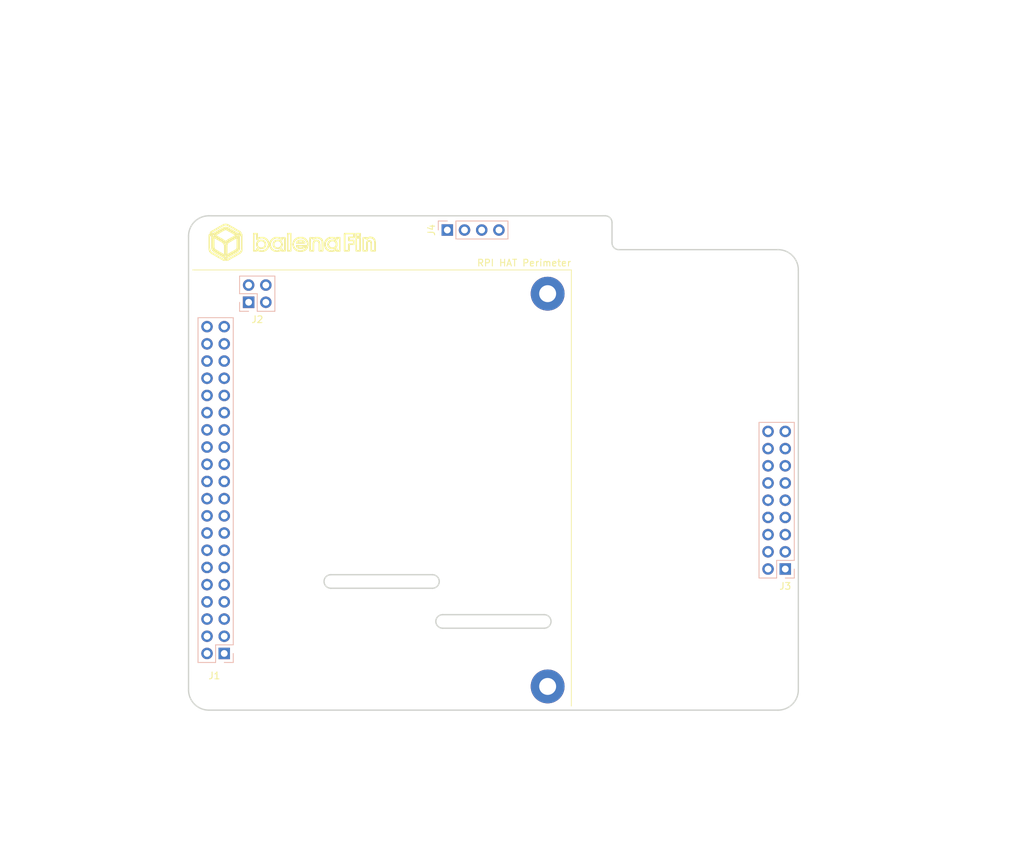
<source format=kicad_pcb>
(kicad_pcb (version 20171130) (host pcbnew "(5.1.6)-1")
  (layers (0 F.Cu signal) (31 B.Cu signal) (34 B.Paste user) (35 F.Paste user) (36 B.SilkS user) (37 F.SilkS user) (38 B.Mask user) (39 F.Mask user) (44 Edge.Cuts user))
  (net 0 "")
  (net 1 "Net-(H1-Pad1)")
  (net 2 "Net-(H2-Pad1)")
  (net 3 +3V3)
  (net 4 +5V)
  (net 5 "Net-(J1-Pad3)")
  (net 6 "Net-(J1-Pad5)")
  (net 7 GND)
  (net 8 "Net-(J1-Pad7)")
  (net 9 "Net-(J1-Pad8)")
  (net 10 "Net-(J1-Pad10)")
  (net 11 "Net-(J1-Pad11)")
  (net 12 "Net-(J1-Pad12)")
  (net 13 "Net-(J1-Pad13)")
  (net 14 "Net-(J1-Pad15)")
  (net 15 "Net-(J1-Pad16)")
  (net 16 "Net-(J1-Pad18)")
  (net 17 "Net-(J1-Pad19)")
  (net 18 "Net-(J1-Pad21)")
  (net 19 "Net-(J1-Pad22)")
  (net 20 "Net-(J1-Pad23)")
  (net 21 "Net-(J1-Pad24)")
  (net 22 "Net-(J1-Pad26)")
  (net 23 "Net-(J1-Pad27)")
  (net 24 "Net-(J1-Pad28)")
  (net 25 "Net-(J1-Pad29)")
  (net 26 "Net-(J1-Pad31)")
  (net 27 "Net-(J1-Pad32)")
  (net 28 "Net-(J1-Pad33)")
  (net 29 "Net-(J1-Pad35)")
  (net 30 "Net-(J1-Pad36)")
  (net 31 "Net-(J1-Pad37)")
  (net 32 "Net-(J1-Pad38)")
  (net 33 "Net-(J1-Pad40)")
  (net 34 "Net-(J2-Pad1)")
  (net 35 "Net-(J2-Pad2)")
  (net 36 "Net-(J2-Pad3)")
  (net 37 "Net-(J2-Pad4)")
  (net 38 "Net-(J3-Pad1)")
  (net 39 "Net-(J3-Pad2)")
  (net 40 "Net-(J3-Pad3)")
  (net 41 "Net-(J3-Pad4)")
  (net 42 "Net-(J3-Pad5)")
  (net 43 "Net-(J3-Pad6)")
  (net 44 "Net-(J3-Pad7)")
  (net 45 "Net-(J3-Pad8)")
  (net 46 "Net-(J3-Pad9)")
  (net 47 "Net-(J3-Pad10)")
  (net 48 "Net-(J3-Pad11)")
  (net 49 "Net-(J3-Pad12)")
  (net 50 "Net-(J3-Pad13)")
  (net 51 "Net-(J3-Pad14)")
  (net 52 "Net-(J3-Pad15)")
  (net 53 "Net-(J3-Pad16)")
  (net 54 "Net-(J3-Pad18)")
  (net 55 "Net-(J4-Pad2)")
  (net 56 "Net-(J4-Pad3)")
  (module "FIN HAT Template:PinHeader_2x20_P2.54mm_Vertical" (layer B.Cu) (at 106.87 100.85)
    (fp_text reference J1 (at -0.19 27.42 180) (layer F.SilkS))
    (fp_text value Raspberry_Pi_2_3)
    (pad 40 thru_hole oval (at -1.27 -24.13 180) (size 1.7 1.7) (drill 1) (layers *.Cu *.Mask) (net 33 "Net-(J1-Pad40)"))
    (pad 39 thru_hole oval (at 1.27 -24.13 180) (size 1.7 1.7) (drill 1) (layers *.Cu *.Mask) (net 7 GND))
    (pad 38 thru_hole oval (at -1.27 -21.59 180) (size 1.7 1.7) (drill 1) (layers *.Cu *.Mask) (net 32 "Net-(J1-Pad38)"))
    (pad 37 thru_hole oval (at 1.27 -21.59 180) (size 1.7 1.7) (drill 1) (layers *.Cu *.Mask) (net 31 "Net-(J1-Pad37)"))
    (pad 36 thru_hole oval (at -1.27 -19.05 180) (size 1.7 1.7) (drill 1) (layers *.Cu *.Mask) (net 30 "Net-(J1-Pad36)"))
    (pad 35 thru_hole oval (at 1.27 -19.05 180) (size 1.7 1.7) (drill 1) (layers *.Cu *.Mask) (net 29 "Net-(J1-Pad35)"))
    (pad 34 thru_hole oval (at -1.27 -16.51 180) (size 1.7 1.7) (drill 1) (layers *.Cu *.Mask) (net 7 GND))
    (pad 33 thru_hole oval (at 1.27 -16.51 180) (size 1.7 1.7) (drill 1) (layers *.Cu *.Mask) (net 28 "Net-(J1-Pad33)"))
    (pad 32 thru_hole oval (at -1.27 -13.97 180) (size 1.7 1.7) (drill 1) (layers *.Cu *.Mask) (net 27 "Net-(J1-Pad32)"))
    (pad 31 thru_hole oval (at 1.27 -13.97 180) (size 1.7 1.7) (drill 1) (layers *.Cu *.Mask) (net 26 "Net-(J1-Pad31)"))
    (pad 30 thru_hole oval (at -1.27 -11.43 180) (size 1.7 1.7) (drill 1) (layers *.Cu *.Mask) (net 7 GND))
    (pad 29 thru_hole oval (at 1.27 -11.43 180) (size 1.7 1.7) (drill 1) (layers *.Cu *.Mask) (net 25 "Net-(J1-Pad29)"))
    (pad 28 thru_hole oval (at -1.27 -8.89 180) (size 1.7 1.7) (drill 1) (layers *.Cu *.Mask) (net 24 "Net-(J1-Pad28)"))
    (pad 27 thru_hole oval (at 1.27 -8.89 180) (size 1.7 1.7) (drill 1) (layers *.Cu *.Mask) (net 23 "Net-(J1-Pad27)"))
    (pad 26 thru_hole oval (at -1.27 -6.35 180) (size 1.7 1.7) (drill 1) (layers *.Cu *.Mask) (net 22 "Net-(J1-Pad26)"))
    (pad 25 thru_hole oval (at 1.27 -6.35 180) (size 1.7 1.7) (drill 1) (layers *.Cu *.Mask) (net 7 GND))
    (pad 24 thru_hole oval (at -1.27 -3.81 180) (size 1.7 1.7) (drill 1) (layers *.Cu *.Mask) (net 21 "Net-(J1-Pad24)"))
    (pad 23 thru_hole oval (at 1.27 -3.81 180) (size 1.7 1.7) (drill 1) (layers *.Cu *.Mask) (net 20 "Net-(J1-Pad23)"))
    (pad 22 thru_hole oval (at -1.27 -1.27 180) (size 1.7 1.7) (drill 1) (layers *.Cu *.Mask) (net 19 "Net-(J1-Pad22)"))
    (pad 21 thru_hole oval (at 1.27 -1.27 180) (size 1.7 1.7) (drill 1) (layers *.Cu *.Mask) (net 18 "Net-(J1-Pad21)"))
    (pad 20 thru_hole oval (at -1.27 1.27 180) (size 1.7 1.7) (drill 1) (layers *.Cu *.Mask) (net 7 GND))
    (pad 19 thru_hole oval (at 1.27 1.27 180) (size 1.7 1.7) (drill 1) (layers *.Cu *.Mask) (net 17 "Net-(J1-Pad19)"))
    (pad 18 thru_hole oval (at -1.27 3.81 180) (size 1.7 1.7) (drill 1) (layers *.Cu *.Mask) (net 16 "Net-(J1-Pad18)"))
    (pad 17 thru_hole oval (at 1.27 3.81 180) (size 1.7 1.7) (drill 1) (layers *.Cu *.Mask) (net 3 +3V3))
    (pad 16 thru_hole oval (at -1.27 6.35 180) (size 1.7 1.7) (drill 1) (layers *.Cu *.Mask) (net 15 "Net-(J1-Pad16)"))
    (pad 15 thru_hole oval (at 1.27 6.35 180) (size 1.7 1.7) (drill 1) (layers *.Cu *.Mask) (net 14 "Net-(J1-Pad15)"))
    (pad 14 thru_hole oval (at -1.27 8.89 180) (size 1.7 1.7) (drill 1) (layers *.Cu *.Mask) (net 7 GND))
    (pad 13 thru_hole oval (at 1.27 8.89 180) (size 1.7 1.7) (drill 1) (layers *.Cu *.Mask) (net 13 "Net-(J1-Pad13)"))
    (pad 12 thru_hole oval (at -1.27 11.43 180) (size 1.7 1.7) (drill 1) (layers *.Cu *.Mask) (net 12 "Net-(J1-Pad12)"))
    (pad 11 thru_hole oval (at 1.27 11.43 180) (size 1.7 1.7) (drill 1) (layers *.Cu *.Mask) (net 11 "Net-(J1-Pad11)"))
    (pad 10 thru_hole oval (at -1.27 13.97 180) (size 1.7 1.7) (drill 1) (layers *.Cu *.Mask) (net 10 "Net-(J1-Pad10)"))
    (pad 9 thru_hole oval (at 1.27 13.97 180) (size 1.7 1.7) (drill 1) (layers *.Cu *.Mask) (net 7 GND))
    (pad 8 thru_hole oval (at -1.27 16.51 180) (size 1.7 1.7) (drill 1) (layers *.Cu *.Mask) (net 9 "Net-(J1-Pad8)"))
    (pad 7 thru_hole oval (at 1.27 16.51 180) (size 1.7 1.7) (drill 1) (layers *.Cu *.Mask) (net 8 "Net-(J1-Pad7)"))
    (pad 6 thru_hole oval (at -1.27 19.05 180) (size 1.7 1.7) (drill 1) (layers *.Cu *.Mask) (net 7 GND))
    (pad 5 thru_hole oval (at 1.27 19.05 180) (size 1.7 1.7) (drill 1) (layers *.Cu *.Mask) (net 6 "Net-(J1-Pad5)"))
    (pad 4 thru_hole oval (at -1.27 21.59 180) (size 1.7 1.7) (drill 1) (layers *.Cu *.Mask) (net 4 +5V))
    (pad 3 thru_hole oval (at 1.27 21.59 180) (size 1.7 1.7) (drill 1) (layers *.Cu *.Mask) (net 5 "Net-(J1-Pad3)"))
    (pad 2 thru_hole oval (at -1.27 24.13 180) (size 1.7 1.7) (drill 1) (layers *.Cu *.Mask) (net 4 +5V))
    (pad 1 thru_hole rect (at 1.27 24.13 180) (size 1.7 1.7) (drill 1) (layers *.Cu *.Mask) (net 3 +3V3))
  )
  (module "FIN HAT Template:PinHeader_1x04_P2.54mm_Vertical" (layer B.Cu) (at 144.87 62.45 270)
    (fp_text reference J4 (at 0 6.14 90) (layer F.SilkS))
    (fp_text value USB_Header)
    (pad 1 thru_hole rect (at 0 3.81 270) (size 1.7 1.7) (drill 1) (layers *.Cu *.Mask) (net 4 +5V))
    (pad 2 thru_hole oval (at 0 1.27 270) (size 1.7 1.7) (drill 1) (layers *.Cu *.Mask) (net 55 "Net-(J4-Pad2)"))
    (pad 3 thru_hole oval (at 0 -1.27 270) (size 1.7 1.7) (drill 1) (layers *.Cu *.Mask) (net 56 "Net-(J4-Pad3)"))
    (pad 4 thru_hole oval (at 0 -3.81 270) (size 1.7 1.7) (drill 1) (layers *.Cu *.Mask) (net 7 GND))
  )
  (module "FIN HAT Template:PinHeader_2x09_P2.54mm_Vertical" (layer B.Cu) (at 189.67 102.35)
    (fp_text reference J3 (at 1.27 12.7 180) (layer F.SilkS))
    (fp_text value Co-Processor_Header)
    (pad 18 thru_hole oval (at -1.27 -10.16 180) (size 1.7 1.7) (drill 1) (layers *.Cu *.Mask) (net 54 "Net-(J3-Pad18)"))
    (pad 17 thru_hole oval (at 1.27 -10.16 180) (size 1.7 1.7) (drill 1) (layers *.Cu *.Mask) (net 7 GND))
    (pad 16 thru_hole oval (at -1.27 -7.62 180) (size 1.7 1.7) (drill 1) (layers *.Cu *.Mask) (net 53 "Net-(J3-Pad16)"))
    (pad 15 thru_hole oval (at 1.27 -7.62 180) (size 1.7 1.7) (drill 1) (layers *.Cu *.Mask) (net 52 "Net-(J3-Pad15)"))
    (pad 14 thru_hole oval (at -1.27 -5.08 180) (size 1.7 1.7) (drill 1) (layers *.Cu *.Mask) (net 51 "Net-(J3-Pad14)"))
    (pad 13 thru_hole oval (at 1.27 -5.08 180) (size 1.7 1.7) (drill 1) (layers *.Cu *.Mask) (net 50 "Net-(J3-Pad13)"))
    (pad 12 thru_hole oval (at -1.27 -2.54 180) (size 1.7 1.7) (drill 1) (layers *.Cu *.Mask) (net 49 "Net-(J3-Pad12)"))
    (pad 11 thru_hole oval (at 1.27 -2.54 180) (size 1.7 1.7) (drill 1) (layers *.Cu *.Mask) (net 48 "Net-(J3-Pad11)"))
    (pad 10 thru_hole oval (at -1.27 0 180) (size 1.7 1.7) (drill 1) (layers *.Cu *.Mask) (net 47 "Net-(J3-Pad10)"))
    (pad 9 thru_hole oval (at 1.27 0 180) (size 1.7 1.7) (drill 1) (layers *.Cu *.Mask) (net 46 "Net-(J3-Pad9)"))
    (pad 8 thru_hole oval (at -1.27 2.54 180) (size 1.7 1.7) (drill 1) (layers *.Cu *.Mask) (net 45 "Net-(J3-Pad8)"))
    (pad 7 thru_hole oval (at 1.27 2.54 180) (size 1.7 1.7) (drill 1) (layers *.Cu *.Mask) (net 44 "Net-(J3-Pad7)"))
    (pad 6 thru_hole oval (at -1.27 5.08 180) (size 1.7 1.7) (drill 1) (layers *.Cu *.Mask) (net 43 "Net-(J3-Pad6)"))
    (pad 5 thru_hole oval (at 1.27 5.08 180) (size 1.7 1.7) (drill 1) (layers *.Cu *.Mask) (net 42 "Net-(J3-Pad5)"))
    (pad 4 thru_hole oval (at -1.27 7.62 180) (size 1.7 1.7) (drill 1) (layers *.Cu *.Mask) (net 41 "Net-(J3-Pad4)"))
    (pad 3 thru_hole oval (at 1.27 7.62 180) (size 1.7 1.7) (drill 1) (layers *.Cu *.Mask) (net 40 "Net-(J3-Pad3)"))
    (pad 2 thru_hole oval (at -1.27 10.16 180) (size 1.7 1.7) (drill 1) (layers *.Cu *.Mask) (net 39 "Net-(J3-Pad2)"))
    (pad 1 thru_hole rect (at 1.27 10.16 180) (size 1.7 1.7) (drill 1) (layers *.Cu *.Mask) (net 38 "Net-(J3-Pad1)"))
  )
  (module "FIN HAT Template:PinHeader_2x02_P2.54mm_Vertical" (layer B.Cu) (at 113.01 71.85)
    (fp_text reference J2 (at 0.02 3.81) (layer F.SilkS))
    (fp_text value POE_Header)
    (pad 4 thru_hole oval (at 1.27 -1.27 90) (size 1.7 1.7) (drill 1) (layers *.Cu *.Mask) (net 37 "Net-(J2-Pad4)"))
    (pad 3 thru_hole oval (at 1.27 1.27 90) (size 1.7 1.7) (drill 1) (layers *.Cu *.Mask) (net 36 "Net-(J2-Pad3)"))
    (pad 2 thru_hole oval (at -1.27 -1.27 90) (size 1.7 1.7) (drill 1) (layers *.Cu *.Mask) (net 35 "Net-(J2-Pad2)"))
    (pad 1 thru_hole rect (at -1.27 1.27 90) (size 1.7 1.7) (drill 1) (layers *.Cu *.Mask) (net 34 "Net-(J2-Pad1)"))
  )
  (module MountingHole:MountingHole_2.5mm_Pad (layer F.Cu) (at 155.87 129.85)
    (fp_text reference H1 hide)
    (fp_text value MountingHole_Pad)
    (pad 1 thru_hole circle (at 0 0) (size 5 5) (drill 2.5) (layers *.Cu *.Mask) (net 1 "Net-(H1-Pad1)"))
  )
  (module MountingHole:MountingHole_2.5mm_Pad (layer F.Cu) (at 155.87 71.85)
    (fp_text reference H2 hide)
    (fp_text value MountingHole_Pad)
    (pad 1 thru_hole circle (at 0 0) (size 5 5) (drill 2.5) (layers *.Cu *.Mask) (net 2 "Net-(H2-Pad1)"))
  )
  (gr_text "RPI HAT Perimeter" (at 152.4 67.31) (layer F.SilkS) (effects (font (size 1 1))))
  (gr_line (start 159.37 68.35) (end 159.37 132.75) (layer F.SilkS) (width 0.12))
  (gr_line (start 103.47 68.35) (end 159.37 68.35) (layer F.SilkS) (width 0.12))
  (gr_line (start 114.702135 64.548304) (end 114.702135 64.585772) (layer F.SilkS) (width 0.2))
  (gr_line (start 114.702135 64.435894) (end 114.702135 64.473364) (layer F.SilkS) (width 0.2))
  (gr_line (start 114.177559 63.6865) (end 114.177559 63.72397) (layer F.SilkS) (width 0.2))
  (gr_line (start 113.428165 63.574092) (end 113.915271 63.574092) (layer F.SilkS) (width 0.2))
  (gr_line (start 114.664665 64.398424) (end 114.702135 64.398424) (layer F.SilkS) (width 0.2))
  (gr_line (start 113.315757 63.61156) (end 113.428165 63.61156) (layer F.SilkS) (width 0.2))
  (gr_line (start 114.102621 63.64903) (end 114.102621 63.6865) (layer F.SilkS) (width 0.2))
  (gr_line (start 114.702135 64.585772) (end 114.702135 64.623242) (layer F.SilkS) (width 0.2))
  (gr_line (start 114.402377 63.83638) (end 114.402377 63.873848) (layer F.SilkS) (width 0.2))
  (gr_line (start 114.702135 64.398424) (end 114.702135 64.435894) (layer F.SilkS) (width 0.2))
  (gr_line (start 114.627197 64.248546) (end 114.664665 64.248546) (layer F.SilkS) (width 0.2))
  (gr_line (start 114.289969 63.79891) (end 114.327439 63.79891) (layer F.SilkS) (width 0.2))
  (gr_line (start 113.915271 63.61156) (end 114.027681 63.61156) (layer F.SilkS) (width 0.2))
  (gr_line (start 113.915271 63.574092) (end 113.915271 63.61156) (layer F.SilkS) (width 0.2))
  (gr_line (start 114.439847 63.911318) (end 114.439847 63.948788) (layer F.SilkS) (width 0.2))
  (gr_line (start 114.514787 63.986258) (end 114.514787 64.023728) (layer F.SilkS) (width 0.2))
  (gr_line (start 114.702135 64.510834) (end 114.702135 64.548304) (layer F.SilkS) (width 0.2))
  (gr_line (start 114.102621 63.6865) (end 114.177559 63.6865) (layer F.SilkS) (width 0.2))
  (gr_line (start 114.627197 64.173606) (end 114.627197 64.211076) (layer F.SilkS) (width 0.2))
  (gr_line (start 114.552257 64.061198) (end 114.552257 64.098666) (layer F.SilkS) (width 0.2))
  (gr_line (start 114.702135 64.473364) (end 114.702135 64.510834) (layer F.SilkS) (width 0.2))
  (gr_line (start 114.664665 64.248546) (end 114.664665 64.286016) (layer F.SilkS) (width 0.2))
  (gr_line (start 114.439847 63.873848) (end 114.439847 63.911318) (layer F.SilkS) (width 0.2))
  (gr_line (start 114.027681 63.64903) (end 114.102621 63.64903) (layer F.SilkS) (width 0.2))
  (gr_line (start 114.627197 64.211076) (end 114.627197 64.248546) (layer F.SilkS) (width 0.2))
  (gr_line (start 114.589727 64.173606) (end 114.627197 64.173606) (layer F.SilkS) (width 0.2))
  (gr_line (start 114.552257 64.023728) (end 114.552257 64.061198) (layer F.SilkS) (width 0.2))
  (gr_line (start 114.514787 64.023728) (end 114.552257 64.023728) (layer F.SilkS) (width 0.2))
  (gr_line (start 114.327439 63.83638) (end 114.402377 63.83638) (layer F.SilkS) (width 0.2))
  (gr_line (start 113.428165 63.61156) (end 113.428165 63.574092) (layer F.SilkS) (width 0.2))
  (gr_line (start 114.177559 63.72397) (end 114.252499 63.72397) (layer F.SilkS) (width 0.2))
  (gr_line (start 113.203347 63.64903) (end 113.315757 63.64903) (layer F.SilkS) (width 0.2))
  (gr_line (start 114.252499 63.72397) (end 114.252499 63.76144) (layer F.SilkS) (width 0.2))
  (gr_line (start 114.439847 63.948788) (end 114.477317 63.948788) (layer F.SilkS) (width 0.2))
  (gr_line (start 114.589727 64.136136) (end 114.589727 64.173606) (layer F.SilkS) (width 0.2))
  (gr_line (start 114.664665 64.360954) (end 114.664665 64.398424) (layer F.SilkS) (width 0.2))
  (gr_line (start 114.027681 63.61156) (end 114.027681 63.64903) (layer F.SilkS) (width 0.2))
  (gr_line (start 113.315757 63.64903) (end 113.315757 63.61156) (layer F.SilkS) (width 0.2))
  (gr_line (start 114.664665 64.323486) (end 114.664665 64.360954) (layer F.SilkS) (width 0.2))
  (gr_line (start 114.477317 63.986258) (end 114.514787 63.986258) (layer F.SilkS) (width 0.2))
  (gr_line (start 114.664665 64.286016) (end 114.664665 64.323486) (layer F.SilkS) (width 0.2))
  (gr_line (start 114.589727 64.098666) (end 114.589727 64.136136) (layer F.SilkS) (width 0.2))
  (gr_line (start 114.552257 64.098666) (end 114.589727 64.098666) (layer F.SilkS) (width 0.2))
  (gr_line (start 114.252499 63.76144) (end 114.289969 63.76144) (layer F.SilkS) (width 0.2))
  (gr_line (start 113.203347 63.6865) (end 113.203347 63.64903) (layer F.SilkS) (width 0.2))
  (gr_line (start 114.702135 64.698182) (end 114.702135 64.735652) (layer F.SilkS) (width 0.2))
  (gr_line (start 114.327439 63.79891) (end 114.327439 63.83638) (layer F.SilkS) (width 0.2))
  (gr_line (start 114.402377 63.873848) (end 114.439847 63.873848) (layer F.SilkS) (width 0.2))
  (gr_line (start 114.702135 64.660712) (end 114.702135 64.698182) (layer F.SilkS) (width 0.2))
  (gr_line (start 114.702135 64.623242) (end 114.702135 64.660712) (layer F.SilkS) (width 0.2))
  (gr_line (start 114.477317 63.948788) (end 114.477317 63.986258) (layer F.SilkS) (width 0.2))
  (gr_line (start 114.289969 63.76144) (end 114.289969 63.79891) (layer F.SilkS) (width 0.2))
  (gr_line (start 113.053469 63.79891) (end 113.053469 63.76144) (layer F.SilkS) (width 0.2))
  (gr_line (start 127.629178 63.349274) (end 127.629178 63.311804) (layer F.SilkS) (width 0.2))
  (gr_line (start 128.191224 62.974576) (end 128.191224 63.012046) (layer F.SilkS) (width 0.2))
  (gr_line (start 112.978529 63.199394) (end 112.978529 63.236864) (layer F.SilkS) (width 0.2))
  (gr_line (start 124.481724 64.061198) (end 124.406787 64.061198) (layer F.SilkS) (width 0.2))
  (gr_line (start 113.015999 63.83638) (end 113.015999 63.79891) (layer F.SilkS) (width 0.2))
  (gr_line (start 112.978529 63.6865) (end 112.978529 63.72397) (layer F.SilkS) (width 0.2))
  (gr_line (start 127.629178 63.049516) (end 127.629178 63.012046) (layer F.SilkS) (width 0.2))
  (gr_line (start 112.978529 63.461682) (end 112.978529 63.499152) (layer F.SilkS) (width 0.2))
  (gr_line (start 112.978529 63.386742) (end 112.978529 63.424212) (layer F.SilkS) (width 0.2))
  (gr_line (start 112.978529 63.64903) (end 112.978529 63.6865) (layer F.SilkS) (width 0.2))
  (gr_line (start 112.978529 63.76144) (end 112.978529 63.79891) (layer F.SilkS) (width 0.2))
  (gr_line (start 112.978529 63.574092) (end 112.978529 63.61156) (layer F.SilkS) (width 0.2))
  (gr_line (start 112.978529 63.499152) (end 112.978529 63.536622) (layer F.SilkS) (width 0.2))
  (gr_line (start 124.556664 64.136136) (end 124.519194 64.136136) (layer F.SilkS) (width 0.2))
  (gr_line (start 112.978529 63.236864) (end 112.978529 63.274334) (layer F.SilkS) (width 0.2))
  (gr_line (start 127.629178 62.974576) (end 128.191224 62.974576) (layer F.SilkS) (width 0.2))
  (gr_line (start 128.191224 63.049516) (end 128.191224 63.086986) (layer F.SilkS) (width 0.2))
  (gr_line (start 127.629178 63.124454) (end 127.629178 63.086986) (layer F.SilkS) (width 0.2))
  (gr_line (start 127.629178 63.274334) (end 127.629178 63.236864) (layer F.SilkS) (width 0.2))
  (gr_line (start 128.191224 63.124454) (end 128.191224 63.161924) (layer F.SilkS) (width 0.2))
  (gr_line (start 127.629178 63.161924) (end 127.629178 63.124454) (layer F.SilkS) (width 0.2))
  (gr_line (start 128.191224 63.236864) (end 128.191224 63.274334) (layer F.SilkS) (width 0.2))
  (gr_line (start 128.191224 63.349274) (end 128.191224 63.386742) (layer F.SilkS) (width 0.2))
  (gr_line (start 128.191224 63.086986) (end 128.191224 63.124454) (layer F.SilkS) (width 0.2))
  (gr_line (start 112.978529 63.424212) (end 112.978529 63.461682) (layer F.SilkS) (width 0.2))
  (gr_line (start 124.406787 64.023728) (end 124.256906 64.023728) (layer F.SilkS) (width 0.2))
  (gr_line (start 127.629178 63.086986) (end 127.629178 63.049516) (layer F.SilkS) (width 0.2))
  (gr_line (start 112.978529 63.124454) (end 112.978529 63.161924) (layer F.SilkS) (width 0.2))
  (gr_line (start 113.165877 63.6865) (end 113.203347 63.6865) (layer F.SilkS) (width 0.2))
  (gr_line (start 112.978529 63.349274) (end 112.978529 63.386742) (layer F.SilkS) (width 0.2))
  (gr_line (start 113.090939 63.76144) (end 113.090939 63.72397) (layer F.SilkS) (width 0.2))
  (gr_line (start 112.978529 63.012046) (end 112.978529 63.049516) (layer F.SilkS) (width 0.2))
  (gr_line (start 128.191224 63.012046) (end 128.191224 63.049516) (layer F.SilkS) (width 0.2))
  (gr_line (start 113.015999 63.79891) (end 113.053469 63.79891) (layer F.SilkS) (width 0.2))
  (gr_line (start 112.978529 63.049516) (end 112.978529 63.086986) (layer F.SilkS) (width 0.2))
  (gr_line (start 112.978529 63.086986) (end 112.978529 63.124454) (layer F.SilkS) (width 0.2))
  (gr_line (start 127.629178 63.236864) (end 127.629178 63.199394) (layer F.SilkS) (width 0.2))
  (gr_line (start 127.629178 63.012046) (end 127.629178 62.974576) (layer F.SilkS) (width 0.2))
  (gr_line (start 112.978529 63.161924) (end 112.978529 63.199394) (layer F.SilkS) (width 0.2))
  (gr_line (start 112.978529 63.83638) (end 113.015999 63.83638) (layer F.SilkS) (width 0.2))
  (gr_line (start 124.519194 64.136136) (end 124.519194 64.098666) (layer F.SilkS) (width 0.2))
  (gr_line (start 124.519194 64.098666) (end 124.481724 64.098666) (layer F.SilkS) (width 0.2))
  (gr_line (start 112.978529 63.61156) (end 112.978529 63.64903) (layer F.SilkS) (width 0.2))
  (gr_line (start 124.481724 64.098666) (end 124.481724 64.061198) (layer F.SilkS) (width 0.2))
  (gr_line (start 113.165877 63.72397) (end 113.165877 63.6865) (layer F.SilkS) (width 0.2))
  (gr_line (start 113.090939 63.72397) (end 113.165877 63.72397) (layer F.SilkS) (width 0.2))
  (gr_line (start 112.978529 63.311804) (end 112.978529 63.349274) (layer F.SilkS) (width 0.2))
  (gr_line (start 113.053469 63.76144) (end 113.090939 63.76144) (layer F.SilkS) (width 0.2))
  (gr_line (start 112.978529 63.536622) (end 112.978529 63.574092) (layer F.SilkS) (width 0.2))
  (gr_line (start 127.629178 63.386742) (end 127.629178 63.349274) (layer F.SilkS) (width 0.2))
  (gr_line (start 128.191224 63.311804) (end 128.191224 63.349274) (layer F.SilkS) (width 0.2))
  (gr_line (start 112.978529 63.79891) (end 112.978529 63.83638) (layer F.SilkS) (width 0.2))
  (gr_line (start 112.978529 63.72397) (end 112.978529 63.76144) (layer F.SilkS) (width 0.2))
  (gr_line (start 127.629178 63.311804) (end 127.629178 63.274334) (layer F.SilkS) (width 0.2))
  (gr_line (start 112.978529 62.974576) (end 112.978529 63.012046) (layer F.SilkS) (width 0.2))
  (gr_line (start 112.978529 63.274334) (end 112.978529 63.311804) (layer F.SilkS) (width 0.2))
  (gr_line (start 127.629178 63.199394) (end 127.629178 63.161924) (layer F.SilkS) (width 0.2))
  (gr_line (start 128.191224 63.199394) (end 128.191224 63.236864) (layer F.SilkS) (width 0.2))
  (gr_line (start 128.191224 63.161924) (end 128.191224 63.199394) (layer F.SilkS) (width 0.2))
  (gr_line (start 124.556664 64.173606) (end 124.556664 64.136136) (layer F.SilkS) (width 0.2))
  (gr_line (start 124.406787 64.061198) (end 124.406787 64.023728) (layer F.SilkS) (width 0.2))
  (gr_line (start 128.191224 63.274334) (end 128.191224 63.311804) (layer F.SilkS) (width 0.2))
  (gr_line (start 128.191224 63.386742) (end 127.629178 63.386742) (layer F.SilkS) (width 0.2))
  (gr_line (start 124.706542 64.773122) (end 124.706542 64.735652) (layer F.SilkS) (width 0.2))
  (gr_line (start 123.919681 65.147818) (end 124.294376 65.147818) (layer F.SilkS) (width 0.2))
  (gr_line (start 123.582452 64.923) (end 123.619922 64.923) (layer F.SilkS) (width 0.2))
  (gr_line (start 124.594134 64.923) (end 124.631604 64.923) (layer F.SilkS) (width 0.2))
  (gr_line (start 124.481724 65.072878) (end 124.481724 65.03541) (layer F.SilkS) (width 0.2))
  (gr_line (start 123.582452 64.88553) (end 123.582452 64.923) (layer F.SilkS) (width 0.2))
  (gr_line (start 124.594134 64.96047) (end 124.594134 64.923) (layer F.SilkS) (width 0.2))
  (gr_line (start 124.556664 64.96047) (end 124.594134 64.96047) (layer F.SilkS) (width 0.2))
  (gr_line (start 124.519194 64.99794) (end 124.556664 64.99794) (layer F.SilkS) (width 0.2))
  (gr_line (start 124.481724 65.03541) (end 124.519194 65.03541) (layer F.SilkS) (width 0.2))
  (gr_line (start 124.294376 65.110348) (end 124.406787 65.110348) (layer F.SilkS) (width 0.2))
  (gr_line (start 123.507512 64.698182) (end 123.507512 64.735652) (layer F.SilkS) (width 0.2))
  (gr_line (start 123.507512 64.773122) (end 123.507512 64.810592) (layer F.SilkS) (width 0.2))
  (gr_line (start 123.544982 64.84806) (end 123.544982 64.88553) (layer F.SilkS) (width 0.2))
  (gr_line (start 124.594134 64.173606) (end 124.556664 64.173606) (layer F.SilkS) (width 0.2))
  (gr_line (start 124.594134 64.211076) (end 124.594134 64.173606) (layer F.SilkS) (width 0.2))
  (gr_line (start 124.631604 64.211076) (end 124.594134 64.211076) (layer F.SilkS) (width 0.2))
  (gr_line (start 124.631604 64.248546) (end 124.631604 64.211076) (layer F.SilkS) (width 0.2))
  (gr_line (start 124.669075 64.248546) (end 124.631604 64.248546) (layer F.SilkS) (width 0.2))
  (gr_line (start 124.669075 64.286016) (end 124.669075 64.248546) (layer F.SilkS) (width 0.2))
  (gr_line (start 124.706542 64.398424) (end 124.706542 64.360954) (layer F.SilkS) (width 0.2))
  (gr_line (start 124.294376 65.147818) (end 124.294376 65.110348) (layer F.SilkS) (width 0.2))
  (gr_line (start 123.80727 65.110348) (end 123.919681 65.110348) (layer F.SilkS) (width 0.2))
  (gr_line (start 124.669075 64.323486) (end 124.669075 64.286016) (layer F.SilkS) (width 0.2))
  (gr_line (start 124.706542 64.323486) (end 124.669075 64.323486) (layer F.SilkS) (width 0.2))
  (gr_line (start 124.706542 64.360954) (end 124.706542 64.323486) (layer F.SilkS) (width 0.2))
  (gr_line (start 123.507512 64.810592) (end 123.544982 64.810592) (layer F.SilkS) (width 0.2))
  (gr_line (start 123.470042 64.698182) (end 123.507512 64.698182) (layer F.SilkS) (width 0.2))
  (gr_line (start 124.669075 64.810592) (end 124.706542 64.810592) (layer F.SilkS) (width 0.2))
  (gr_line (start 123.507512 64.735652) (end 123.507512 64.773122) (layer F.SilkS) (width 0.2))
  (gr_line (start 124.669075 64.84806) (end 124.669075 64.810592) (layer F.SilkS) (width 0.2))
  (gr_line (start 124.556664 64.99794) (end 124.556664 64.96047) (layer F.SilkS) (width 0.2))
  (gr_line (start 123.470042 64.660712) (end 123.470042 64.698182) (layer F.SilkS) (width 0.2))
  (gr_line (start 124.406787 65.110348) (end 124.406787 65.072878) (layer F.SilkS) (width 0.2))
  (gr_line (start 123.69486 65.03541) (end 123.73233 65.03541) (layer F.SilkS) (width 0.2))
  (gr_line (start 124.706542 64.435894) (end 124.706542 64.398424) (layer F.SilkS) (width 0.2))
  (gr_line (start 124.706542 64.473364) (end 124.706542 64.435894) (layer F.SilkS) (width 0.2))
  (gr_line (start 124.744012 64.473364) (end 124.706542 64.473364) (layer F.SilkS) (width 0.2))
  (gr_line (start 123.657393 64.99794) (end 123.69486 64.99794) (layer F.SilkS) (width 0.2))
  (gr_line (start 124.744012 64.548304) (end 124.744012 64.510834) (layer F.SilkS) (width 0.2))
  (gr_line (start 124.744012 64.623242) (end 124.744012 64.585772) (layer F.SilkS) (width 0.2))
  (gr_line (start 124.744012 64.510834) (end 124.744012 64.473364) (layer F.SilkS) (width 0.2))
  (gr_line (start 124.706542 64.735652) (end 124.706542 64.698182) (layer F.SilkS) (width 0.2))
  (gr_line (start 124.669075 64.88553) (end 124.669075 64.84806) (layer F.SilkS) (width 0.2))
  (gr_line (start 124.631604 64.923) (end 124.631604 64.88553) (layer F.SilkS) (width 0.2))
  (gr_line (start 124.519194 65.03541) (end 124.519194 64.99794) (layer F.SilkS) (width 0.2))
  (gr_line (start 124.406787 65.072878) (end 124.481724 65.072878) (layer F.SilkS) (width 0.2))
  (gr_line (start 123.619922 64.96047) (end 123.657393 64.96047) (layer F.SilkS) (width 0.2))
  (gr_line (start 123.919681 65.110348) (end 123.919681 65.147818) (layer F.SilkS) (width 0.2))
  (gr_line (start 123.80727 65.072878) (end 123.80727 65.110348) (layer F.SilkS) (width 0.2))
  (gr_line (start 123.544982 64.810592) (end 123.544982 64.84806) (layer F.SilkS) (width 0.2))
  (gr_line (start 124.744012 64.585772) (end 124.744012 64.548304) (layer F.SilkS) (width 0.2))
  (gr_line (start 123.69486 64.99794) (end 123.69486 65.03541) (layer F.SilkS) (width 0.2))
  (gr_line (start 123.470042 64.623242) (end 123.470042 64.660712) (layer F.SilkS) (width 0.2))
  (gr_line (start 124.744012 64.660712) (end 124.744012 64.623242) (layer F.SilkS) (width 0.2))
  (gr_line (start 124.706542 64.660712) (end 124.744012 64.660712) (layer F.SilkS) (width 0.2))
  (gr_line (start 124.706542 64.698182) (end 124.706542 64.660712) (layer F.SilkS) (width 0.2))
  (gr_line (start 124.706542 64.810592) (end 124.706542 64.773122) (layer F.SilkS) (width 0.2))
  (gr_line (start 123.619922 64.923) (end 123.619922 64.96047) (layer F.SilkS) (width 0.2))
  (gr_line (start 123.544982 64.88553) (end 123.582452 64.88553) (layer F.SilkS) (width 0.2))
  (gr_line (start 124.631604 64.88553) (end 124.669075 64.88553) (layer F.SilkS) (width 0.2))
  (gr_line (start 123.73233 65.072878) (end 123.80727 65.072878) (layer F.SilkS) (width 0.2))
  (gr_line (start 123.73233 65.03541) (end 123.73233 65.072878) (layer F.SilkS) (width 0.2))
  (gr_line (start 123.657393 64.96047) (end 123.657393 64.99794) (layer F.SilkS) (width 0.2))
  (gr_line (start 123.132816 64.061198) (end 123.132816 64.023728) (layer F.SilkS) (width 0.2))
  (gr_line (start 123.470042 64.548304) (end 123.470042 64.585772) (layer F.SilkS) (width 0.2))
  (gr_line (start 124.256906 63.986258) (end 123.957148 63.986258) (layer F.SilkS) (width 0.2))
  (gr_line (start 123.657393 64.136136) (end 123.657393 64.173606) (layer F.SilkS) (width 0.2))
  (gr_line (start 123.282694 63.873848) (end 123.320164 63.873848) (layer F.SilkS) (width 0.2))
  (gr_line (start 123.507512 64.473364) (end 123.470042 64.473364) (layer F.SilkS) (width 0.2))
  (gr_line (start 123.507512 64.435894) (end 123.507512 64.473364) (layer F.SilkS) (width 0.2))
  (gr_line (start 123.357634 63.79891) (end 123.395105 63.79891) (layer F.SilkS) (width 0.2))
  (gr_line (start 123.507512 63.6865) (end 123.582452 63.6865) (layer F.SilkS) (width 0.2))
  (gr_line (start 123.84474 64.023728) (end 123.84474 64.061198) (layer F.SilkS) (width 0.2))
  (gr_line (start 123.207754 63.948788) (end 123.245224 63.948788) (layer F.SilkS) (width 0.2))
  (gr_line (start 123.057876 64.173606) (end 123.095346 64.173606) (layer F.SilkS) (width 0.2))
  (gr_line (start 123.544982 64.360954) (end 123.507512 64.360954) (layer F.SilkS) (width 0.2))
  (gr_line (start 123.84474 64.061198) (end 123.7698 64.061198) (layer F.SilkS) (width 0.2))
  (gr_line (start 123.057876 64.286016) (end 123.057876 64.248546) (layer F.SilkS) (width 0.2))
  (gr_line (start 123.582452 63.64903) (end 123.657393 63.64903) (layer F.SilkS) (width 0.2))
  (gr_line (start 123.619922 64.211076) (end 123.582452 64.211076) (layer F.SilkS) (width 0.2))
  (gr_line (start 123.957148 64.023728) (end 123.84474 64.023728) (layer F.SilkS) (width 0.2))
  (gr_line (start 123.245224 63.911318) (end 123.282694 63.911318) (layer F.SilkS) (width 0.2))
  (gr_line (start 123.095346 64.098666) (end 123.132816 64.098666) (layer F.SilkS) (width 0.2))
  (gr_line (start 123.582452 64.248546) (end 123.582452 64.286016) (layer F.SilkS) (width 0.2))
  (gr_line (start 123.170287 64.023728) (end 123.170287 63.986258) (layer F.SilkS) (width 0.2))
  (gr_line (start 123.619922 64.173606) (end 123.619922 64.211076) (layer F.SilkS) (width 0.2))
  (gr_line (start 124.256906 64.023728) (end 124.256906 63.986258) (layer F.SilkS) (width 0.2))
  (gr_line (start 123.80727 63.574092) (end 124.256906 63.574092) (layer F.SilkS) (width 0.2))
  (gr_line (start 123.395105 63.76144) (end 123.432575 63.76144) (layer F.SilkS) (width 0.2))
  (gr_line (start 123.207754 63.986258) (end 123.207754 63.948788) (layer F.SilkS) (width 0.2))
  (gr_line (start 123.282694 63.911318) (end 123.282694 63.873848) (layer F.SilkS) (width 0.2))
  (gr_line (start 123.357634 63.83638) (end 123.357634 63.79891) (layer F.SilkS) (width 0.2))
  (gr_line (start 123.095346 64.136136) (end 123.095346 64.098666) (layer F.SilkS) (width 0.2))
  (gr_line (start 123.69486 64.098666) (end 123.69486 64.136136) (layer F.SilkS) (width 0.2))
  (gr_line (start 123.507512 63.72397) (end 123.507512 63.6865) (layer F.SilkS) (width 0.2))
  (gr_line (start 123.245224 63.948788) (end 123.245224 63.911318) (layer F.SilkS) (width 0.2))
  (gr_line (start 123.395105 63.79891) (end 123.395105 63.76144) (layer F.SilkS) (width 0.2))
  (gr_line (start 123.657393 63.61156) (end 123.80727 63.61156) (layer F.SilkS) (width 0.2))
  (gr_line (start 123.80727 63.61156) (end 123.80727 63.574092) (layer F.SilkS) (width 0.2))
  (gr_line (start 123.7698 64.098666) (end 123.69486 64.098666) (layer F.SilkS) (width 0.2))
  (gr_line (start 123.057876 64.211076) (end 123.057876 64.173606) (layer F.SilkS) (width 0.2))
  (gr_line (start 123.470042 64.585772) (end 123.470042 64.623242) (layer F.SilkS) (width 0.2))
  (gr_line (start 123.470042 64.510834) (end 123.470042 64.548304) (layer F.SilkS) (width 0.2))
  (gr_line (start 123.432575 63.76144) (end 123.432575 63.72397) (layer F.SilkS) (width 0.2))
  (gr_line (start 123.544982 64.323486) (end 123.544982 64.360954) (layer F.SilkS) (width 0.2))
  (gr_line (start 123.132816 64.098666) (end 123.132816 64.061198) (layer F.SilkS) (width 0.2))
  (gr_line (start 123.507512 64.360954) (end 123.507512 64.398424) (layer F.SilkS) (width 0.2))
  (gr_line (start 123.544982 64.286016) (end 123.544982 64.323486) (layer F.SilkS) (width 0.2))
  (gr_line (start 123.320164 63.83638) (end 123.357634 63.83638) (layer F.SilkS) (width 0.2))
  (gr_line (start 123.582452 64.286016) (end 123.544982 64.286016) (layer F.SilkS) (width 0.2))
  (gr_line (start 123.582452 64.211076) (end 123.582452 64.248546) (layer F.SilkS) (width 0.2))
  (gr_line (start 123.320164 63.873848) (end 123.320164 63.83638) (layer F.SilkS) (width 0.2))
  (gr_line (start 123.432575 63.72397) (end 123.507512 63.72397) (layer F.SilkS) (width 0.2))
  (gr_line (start 123.132816 64.023728) (end 123.170287 64.023728) (layer F.SilkS) (width 0.2))
  (gr_line (start 123.657393 63.64903) (end 123.657393 63.61156) (layer F.SilkS) (width 0.2))
  (gr_line (start 123.657393 64.173606) (end 123.619922 64.173606) (layer F.SilkS) (width 0.2))
  (gr_line (start 123.020406 64.323486) (end 123.020406 64.286016) (layer F.SilkS) (width 0.2))
  (gr_line (start 123.957148 63.986258) (end 123.957148 64.023728) (layer F.SilkS) (width 0.2))
  (gr_line (start 123.170287 63.986258) (end 123.207754 63.986258) (layer F.SilkS) (width 0.2))
  (gr_line (start 123.470042 64.473364) (end 123.470042 64.510834) (layer F.SilkS) (width 0.2))
  (gr_line (start 123.057876 64.248546) (end 123.057876 64.211076) (layer F.SilkS) (width 0.2))
  (gr_line (start 123.507512 64.398424) (end 123.507512 64.435894) (layer F.SilkS) (width 0.2))
  (gr_line (start 123.095346 64.173606) (end 123.095346 64.136136) (layer F.SilkS) (width 0.2))
  (gr_line (start 123.69486 64.136136) (end 123.657393 64.136136) (layer F.SilkS) (width 0.2))
  (gr_line (start 123.7698 64.061198) (end 123.7698 64.098666) (layer F.SilkS) (width 0.2))
  (gr_line (start 123.582452 63.6865) (end 123.582452 63.64903) (layer F.SilkS) (width 0.2))
  (gr_line (start 123.020406 64.286016) (end 123.057876 64.286016) (layer F.SilkS) (width 0.2))
  (gr_line (start 123.057876 64.96047) (end 123.057876 64.923) (layer F.SilkS) (width 0.2))
  (gr_line (start 124.594134 65.410106) (end 124.519194 65.410106) (layer F.SilkS) (width 0.2))
  (gr_line (start 122.982936 64.660712) (end 122.982936 64.623242) (layer F.SilkS) (width 0.2))
  (gr_line (start 123.432575 65.410106) (end 123.432575 65.372636) (layer F.SilkS) (width 0.2))
  (gr_line (start 123.020406 64.698182) (end 123.020406 64.660712) (layer F.SilkS) (width 0.2))
  (gr_line (start 123.020406 64.84806) (end 123.020406 64.810592) (layer F.SilkS) (width 0.2))
  (gr_line (start 123.170287 65.147818) (end 123.170287 65.110348) (layer F.SilkS) (width 0.2))
  (gr_line (start 124.256906 65.559986) (end 123.7698 65.559986) (layer F.SilkS) (width 0.2))
  (gr_line (start 123.282694 65.260228) (end 123.245224 65.260228) (layer F.SilkS) (width 0.2))
  (gr_line (start 123.320164 65.297698) (end 123.282694 65.297698) (layer F.SilkS) (width 0.2))
  (gr_line (start 123.170287 65.185288) (end 123.170287 65.147818) (layer F.SilkS) (width 0.2))
  (gr_line (start 122.982936 64.623242) (end 122.982936 64.585772) (layer F.SilkS) (width 0.2))
  (gr_line (start 123.057876 64.84806) (end 123.020406 64.84806) (layer F.SilkS) (width 0.2))
  (gr_line (start 123.057876 64.88553) (end 123.057876 64.84806) (layer F.SilkS) (width 0.2))
  (gr_line (start 123.095346 64.96047) (end 123.057876 64.96047) (layer F.SilkS) (width 0.2))
  (gr_line (start 123.095346 65.03541) (end 123.095346 64.99794) (layer F.SilkS) (width 0.2))
  (gr_line (start 123.132816 65.110348) (end 123.132816 65.072878) (layer F.SilkS) (width 0.2))
  (gr_line (start 123.207754 65.222758) (end 123.207754 65.185288) (layer F.SilkS) (width 0.2))
  (gr_line (start 123.432575 65.372636) (end 123.357634 65.372636) (layer F.SilkS) (width 0.2))
  (gr_line (start 123.7698 65.522516) (end 123.619922 65.522516) (layer F.SilkS) (width 0.2))
  (gr_line (start 124.519194 65.447576) (end 124.444254 65.447576) (layer F.SilkS) (width 0.2))
  (gr_line (start 124.369316 65.485046) (end 124.369316 65.522516) (layer F.SilkS) (width 0.2))
  (gr_line (start 124.706542 65.297698) (end 124.669075 65.297698) (layer F.SilkS) (width 0.2))
  (gr_line (start 124.369316 65.522516) (end 124.256906 65.522516) (layer F.SilkS) (width 0.2))
  (gr_line (start 124.631604 65.335166) (end 124.631604 65.372636) (layer F.SilkS) (width 0.2))
  (gr_line (start 123.245224 65.260228) (end 123.245224 65.222758) (layer F.SilkS) (width 0.2))
  (gr_line (start 123.282694 65.297698) (end 123.282694 65.260228) (layer F.SilkS) (width 0.2))
  (gr_line (start 124.256906 65.522516) (end 124.256906 65.559986) (layer F.SilkS) (width 0.2))
  (gr_line (start 123.470042 65.447576) (end 123.470042 65.410106) (layer F.SilkS) (width 0.2))
  (gr_line (start 123.020406 64.660712) (end 122.982936 64.660712) (layer F.SilkS) (width 0.2))
  (gr_line (start 123.320164 65.335166) (end 123.320164 65.297698) (layer F.SilkS) (width 0.2))
  (gr_line (start 123.020406 64.773122) (end 123.020406 64.735652) (layer F.SilkS) (width 0.2))
  (gr_line (start 123.057876 64.923) (end 123.057876 64.88553) (layer F.SilkS) (width 0.2))
  (gr_line (start 123.619922 65.485046) (end 123.544982 65.485046) (layer F.SilkS) (width 0.2))
  (gr_line (start 123.095346 64.99794) (end 123.095346 64.96047) (layer F.SilkS) (width 0.2))
  (gr_line (start 123.544982 65.485046) (end 123.544982 65.447576) (layer F.SilkS) (width 0.2))
  (gr_line (start 123.544982 65.447576) (end 123.470042 65.447576) (layer F.SilkS) (width 0.2))
  (gr_line (start 124.444254 65.447576) (end 124.444254 65.485046) (layer F.SilkS) (width 0.2))
  (gr_line (start 123.7698 65.559986) (end 123.7698 65.522516) (layer F.SilkS) (width 0.2))
  (gr_line (start 123.470042 65.410106) (end 123.432575 65.410106) (layer F.SilkS) (width 0.2))
  (gr_line (start 123.020406 64.360954) (end 123.020406 64.323486) (layer F.SilkS) (width 0.2))
  (gr_line (start 123.020406 64.398424) (end 123.020406 64.360954) (layer F.SilkS) (width 0.2))
  (gr_line (start 123.020406 64.435894) (end 123.020406 64.398424) (layer F.SilkS) (width 0.2))
  (gr_line (start 123.207754 65.185288) (end 123.170287 65.185288) (layer F.SilkS) (width 0.2))
  (gr_line (start 123.132816 65.03541) (end 123.095346 65.03541) (layer F.SilkS) (width 0.2))
  (gr_line (start 122.982936 64.548304) (end 122.982936 64.510834) (layer F.SilkS) (width 0.2))
  (gr_line (start 123.020406 64.735652) (end 123.020406 64.698182) (layer F.SilkS) (width 0.2))
  (gr_line (start 123.357634 65.335166) (end 123.320164 65.335166) (layer F.SilkS) (width 0.2))
  (gr_line (start 123.020406 64.473364) (end 123.020406 64.435894) (layer F.SilkS) (width 0.2))
  (gr_line (start 123.245224 65.222758) (end 123.207754 65.222758) (layer F.SilkS) (width 0.2))
  (gr_line (start 124.594134 65.372636) (end 124.594134 65.410106) (layer F.SilkS) (width 0.2))
  (gr_line (start 124.669075 65.335166) (end 124.631604 65.335166) (layer F.SilkS) (width 0.2))
  (gr_line (start 122.982936 64.473364) (end 123.020406 64.473364) (layer F.SilkS) (width 0.2))
  (gr_line (start 123.020406 64.810592) (end 123.020406 64.773122) (layer F.SilkS) (width 0.2))
  (gr_line (start 124.519194 65.410106) (end 124.519194 65.447576) (layer F.SilkS) (width 0.2))
  (gr_line (start 123.619922 65.522516) (end 123.619922 65.485046) (layer F.SilkS) (width 0.2))
  (gr_line (start 122.982936 64.510834) (end 122.982936 64.473364) (layer F.SilkS) (width 0.2))
  (gr_line (start 123.132816 65.072878) (end 123.132816 65.03541) (layer F.SilkS) (width 0.2))
  (gr_line (start 123.357634 65.372636) (end 123.357634 65.335166) (layer F.SilkS) (width 0.2))
  (gr_line (start 122.982936 64.585772) (end 122.982936 64.548304) (layer F.SilkS) (width 0.2))
  (gr_line (start 123.170287 65.110348) (end 123.132816 65.110348) (layer F.SilkS) (width 0.2))
  (gr_line (start 124.444254 65.485046) (end 124.369316 65.485046) (layer F.SilkS) (width 0.2))
  (gr_line (start 124.669075 65.297698) (end 124.669075 65.335166) (layer F.SilkS) (width 0.2))
  (gr_line (start 124.631604 65.372636) (end 124.594134 65.372636) (layer F.SilkS) (width 0.2))
  (gr_line (start 125.193648 65.185288) (end 125.193648 65.222758) (layer F.SilkS) (width 0.2))
  (gr_line (start 125.193648 65.110348) (end 125.193648 65.147818) (layer F.SilkS) (width 0.2))
  (gr_line (start 125.193648 64.698182) (end 125.193648 64.735652) (layer F.SilkS) (width 0.2))
  (gr_line (start 125.193648 64.88553) (end 125.193648 64.923) (layer F.SilkS) (width 0.2))
  (gr_line (start 125.193648 64.773122) (end 125.193648 64.810592) (layer F.SilkS) (width 0.2))
  (gr_line (start 125.193648 64.585772) (end 125.193648 64.623242) (layer F.SilkS) (width 0.2))
  (gr_line (start 124.744012 65.410106) (end 124.744012 65.372636) (layer F.SilkS) (width 0.2))
  (gr_line (start 125.193648 65.522516) (end 124.744012 65.522516) (layer F.SilkS) (width 0.2))
  (gr_line (start 125.193648 63.76144) (end 125.193648 63.79891) (layer F.SilkS) (width 0.2))
  (gr_line (start 125.193648 64.510834) (end 125.193648 64.548304) (layer F.SilkS) (width 0.2))
  (gr_line (start 125.193648 65.297698) (end 125.193648 65.335166) (layer F.SilkS) (width 0.2))
  (gr_line (start 124.744012 63.64903) (end 124.744012 63.61156) (layer F.SilkS) (width 0.2))
  (gr_line (start 124.744012 65.447576) (end 124.744012 65.410106) (layer F.SilkS) (width 0.2))
  (gr_line (start 125.193648 65.372636) (end 125.193648 65.410106) (layer F.SilkS) (width 0.2))
  (gr_line (start 125.193648 63.61156) (end 125.193648 63.64903) (layer F.SilkS) (width 0.2))
  (gr_line (start 124.744012 65.485046) (end 124.744012 65.447576) (layer F.SilkS) (width 0.2))
  (gr_line (start 125.193648 64.323486) (end 125.193648 64.360954) (layer F.SilkS) (width 0.2))
  (gr_line (start 124.744012 65.522516) (end 124.744012 65.485046) (layer F.SilkS) (width 0.2))
  (gr_line (start 125.193648 65.485046) (end 125.193648 65.522516) (layer F.SilkS) (width 0.2))
  (gr_line (start 125.193648 64.548304) (end 125.193648 64.585772) (layer F.SilkS) (width 0.2))
  (gr_line (start 125.193648 65.447576) (end 125.193648 65.485046) (layer F.SilkS) (width 0.2))
  (gr_line (start 125.193648 64.923) (end 125.193648 64.96047) (layer F.SilkS) (width 0.2))
  (gr_line (start 125.193648 65.335166) (end 125.193648 65.372636) (layer F.SilkS) (width 0.2))
  (gr_line (start 125.193648 64.248546) (end 125.193648 64.286016) (layer F.SilkS) (width 0.2))
  (gr_line (start 124.744012 63.61156) (end 125.193648 63.61156) (layer F.SilkS) (width 0.2))
  (gr_line (start 125.193648 64.061198) (end 125.193648 64.098666) (layer F.SilkS) (width 0.2))
  (gr_line (start 125.193648 65.260228) (end 125.193648 65.297698) (layer F.SilkS) (width 0.2))
  (gr_line (start 125.193648 63.873848) (end 125.193648 63.911318) (layer F.SilkS) (width 0.2))
  (gr_line (start 125.193648 63.911318) (end 125.193648 63.948788) (layer F.SilkS) (width 0.2))
  (gr_line (start 125.193648 64.735652) (end 125.193648 64.773122) (layer F.SilkS) (width 0.2))
  (gr_line (start 125.193648 64.360954) (end 125.193648 64.398424) (layer F.SilkS) (width 0.2))
  (gr_line (start 124.744012 63.6865) (end 124.744012 63.64903) (layer F.SilkS) (width 0.2))
  (gr_line (start 125.193648 63.83638) (end 125.193648 63.873848) (layer F.SilkS) (width 0.2))
  (gr_line (start 125.193648 64.84806) (end 125.193648 64.88553) (layer F.SilkS) (width 0.2))
  (gr_line (start 125.193648 65.410106) (end 125.193648 65.447576) (layer F.SilkS) (width 0.2))
  (gr_line (start 125.193648 64.810592) (end 125.193648 64.84806) (layer F.SilkS) (width 0.2))
  (gr_line (start 125.193648 64.96047) (end 125.193648 64.99794) (layer F.SilkS) (width 0.2))
  (gr_line (start 125.193648 64.286016) (end 125.193648 64.323486) (layer F.SilkS) (width 0.2))
  (gr_line (start 125.193648 64.211076) (end 125.193648 64.248546) (layer F.SilkS) (width 0.2))
  (gr_line (start 125.193648 64.023728) (end 125.193648 64.061198) (layer F.SilkS) (width 0.2))
  (gr_line (start 125.193648 63.986258) (end 125.193648 64.023728) (layer F.SilkS) (width 0.2))
  (gr_line (start 125.193648 63.79891) (end 125.193648 63.83638) (layer F.SilkS) (width 0.2))
  (gr_line (start 125.193648 65.222758) (end 125.193648 65.260228) (layer F.SilkS) (width 0.2))
  (gr_line (start 125.193648 65.072878) (end 125.193648 65.110348) (layer F.SilkS) (width 0.2))
  (gr_line (start 125.193648 64.473364) (end 125.193648 64.510834) (layer F.SilkS) (width 0.2))
  (gr_line (start 125.193648 64.173606) (end 125.193648 64.211076) (layer F.SilkS) (width 0.2))
  (gr_line (start 125.193648 65.03541) (end 125.193648 65.072878) (layer F.SilkS) (width 0.2))
  (gr_line (start 125.193648 64.99794) (end 125.193648 65.03541) (layer F.SilkS) (width 0.2))
  (gr_line (start 125.193648 63.6865) (end 125.193648 63.72397) (layer F.SilkS) (width 0.2))
  (gr_line (start 125.193648 63.64903) (end 125.193648 63.6865) (layer F.SilkS) (width 0.2))
  (gr_line (start 125.193648 64.435894) (end 125.193648 64.473364) (layer F.SilkS) (width 0.2))
  (gr_line (start 125.193648 65.147818) (end 125.193648 65.185288) (layer F.SilkS) (width 0.2))
  (gr_line (start 125.193648 64.623242) (end 125.193648 64.660712) (layer F.SilkS) (width 0.2))
  (gr_line (start 125.193648 64.136136) (end 125.193648 64.173606) (layer F.SilkS) (width 0.2))
  (gr_line (start 125.193648 64.398424) (end 125.193648 64.435894) (layer F.SilkS) (width 0.2))
  (gr_line (start 125.193648 64.098666) (end 125.193648 64.136136) (layer F.SilkS) (width 0.2))
  (gr_line (start 125.193648 63.72397) (end 125.193648 63.76144) (layer F.SilkS) (width 0.2))
  (gr_line (start 125.193648 64.660712) (end 125.193648 64.698182) (layer F.SilkS) (width 0.2))
  (gr_line (start 124.706542 65.260228) (end 124.706542 65.297698) (layer F.SilkS) (width 0.2))
  (gr_line (start 124.744012 65.260228) (end 124.706542 65.260228) (layer F.SilkS) (width 0.2))
  (gr_line (start 124.744012 65.297698) (end 124.744012 65.260228) (layer F.SilkS) (width 0.2))
  (gr_line (start 124.744012 65.335166) (end 124.744012 65.297698) (layer F.SilkS) (width 0.2))
  (gr_line (start 124.744012 65.372636) (end 124.744012 65.335166) (layer F.SilkS) (width 0.2))
  (gr_line (start 125.193648 63.948788) (end 125.193648 63.986258) (layer F.SilkS) (width 0.2))
  (gr_line (start 117.961999 63.64903) (end 117.961999 63.6865) (layer F.SilkS) (width 0.2))
  (gr_line (start 117.961999 64.360954) (end 117.961999 64.398424) (layer F.SilkS) (width 0.2))
  (gr_line (start 117.961999 64.286016) (end 117.961999 64.323486) (layer F.SilkS) (width 0.2))
  (gr_line (start 117.961999 64.023728) (end 117.961999 64.061198) (layer F.SilkS) (width 0.2))
  (gr_line (start 117.961999 64.473364) (end 117.961999 64.510834) (layer F.SilkS) (width 0.2))
  (gr_line (start 117.961999 63.948788) (end 117.961999 63.986258) (layer F.SilkS) (width 0.2))
  (gr_line (start 117.961999 64.211076) (end 117.961999 64.248546) (layer F.SilkS) (width 0.2))
  (gr_line (start 117.961999 64.585772) (end 117.961999 64.623242) (layer F.SilkS) (width 0.2))
  (gr_line (start 117.961999 63.79891) (end 117.961999 63.83638) (layer F.SilkS) (width 0.2))
  (gr_line (start 117.961999 64.99794) (end 117.961999 65.03541) (layer F.SilkS) (width 0.2))
  (gr_line (start 117.961999 64.098666) (end 117.961999 64.136136) (layer F.SilkS) (width 0.2))
  (gr_line (start 117.961999 64.061198) (end 117.961999 64.098666) (layer F.SilkS) (width 0.2))
  (gr_line (start 117.961999 63.61156) (end 117.961999 63.64903) (layer F.SilkS) (width 0.2))
  (gr_line (start 117.961999 63.72397) (end 117.961999 63.76144) (layer F.SilkS) (width 0.2))
  (gr_line (start 117.961999 63.536622) (end 117.961999 63.574092) (layer F.SilkS) (width 0.2))
  (gr_line (start 117.961999 65.410106) (end 117.961999 65.447576) (layer F.SilkS) (width 0.2))
  (gr_line (start 117.961999 64.248546) (end 117.961999 64.286016) (layer F.SilkS) (width 0.2))
  (gr_line (start 117.961999 65.372636) (end 117.961999 65.410106) (layer F.SilkS) (width 0.2))
  (gr_line (start 117.961999 65.110348) (end 117.961999 65.147818) (layer F.SilkS) (width 0.2))
  (gr_line (start 117.961999 65.335166) (end 117.961999 65.372636) (layer F.SilkS) (width 0.2))
  (gr_line (start 117.961999 63.76144) (end 117.961999 63.79891) (layer F.SilkS) (width 0.2))
  (gr_line (start 117.961999 65.297698) (end 117.961999 65.335166) (layer F.SilkS) (width 0.2))
  (gr_line (start 117.961999 64.173606) (end 117.961999 64.211076) (layer F.SilkS) (width 0.2))
  (gr_line (start 117.961999 64.923) (end 117.961999 64.96047) (layer F.SilkS) (width 0.2))
  (gr_line (start 117.961999 65.260228) (end 117.961999 65.297698) (layer F.SilkS) (width 0.2))
  (gr_line (start 117.961999 64.660712) (end 117.961999 64.698182) (layer F.SilkS) (width 0.2))
  (gr_line (start 117.961999 64.548304) (end 117.961999 64.585772) (layer F.SilkS) (width 0.2))
  (gr_line (start 117.961999 64.323486) (end 117.961999 64.360954) (layer F.SilkS) (width 0.2))
  (gr_line (start 117.961999 63.986258) (end 117.961999 64.023728) (layer F.SilkS) (width 0.2))
  (gr_line (start 117.961999 63.873848) (end 117.961999 63.911318) (layer F.SilkS) (width 0.2))
  (gr_line (start 117.961999 63.574092) (end 117.961999 63.61156) (layer F.SilkS) (width 0.2))
  (gr_line (start 117.961999 63.6865) (end 117.961999 63.72397) (layer F.SilkS) (width 0.2))
  (gr_line (start 117.961999 65.222758) (end 117.961999 65.260228) (layer F.SilkS) (width 0.2))
  (gr_line (start 117.961999 65.185288) (end 117.961999 65.222758) (layer F.SilkS) (width 0.2))
  (gr_line (start 117.961999 64.96047) (end 117.961999 64.99794) (layer F.SilkS) (width 0.2))
  (gr_line (start 117.961999 65.147818) (end 117.961999 65.185288) (layer F.SilkS) (width 0.2))
  (gr_line (start 117.961999 64.136136) (end 117.961999 64.173606) (layer F.SilkS) (width 0.2))
  (gr_line (start 117.961999 63.911318) (end 117.961999 63.948788) (layer F.SilkS) (width 0.2))
  (gr_line (start 117.961999 64.435894) (end 117.961999 64.473364) (layer F.SilkS) (width 0.2))
  (gr_line (start 117.961999 65.072878) (end 117.961999 65.110348) (layer F.SilkS) (width 0.2))
  (gr_line (start 117.961999 65.03541) (end 117.961999 65.072878) (layer F.SilkS) (width 0.2))
  (gr_line (start 117.961999 64.88553) (end 117.961999 64.923) (layer F.SilkS) (width 0.2))
  (gr_line (start 117.961999 64.773122) (end 117.961999 64.810592) (layer F.SilkS) (width 0.2))
  (gr_line (start 117.961999 63.83638) (end 117.961999 63.873848) (layer F.SilkS) (width 0.2))
  (gr_line (start 117.961999 64.735652) (end 117.961999 64.773122) (layer F.SilkS) (width 0.2))
  (gr_line (start 117.961999 64.510834) (end 117.961999 64.548304) (layer F.SilkS) (width 0.2))
  (gr_line (start 117.961999 64.623242) (end 117.961999 64.660712) (layer F.SilkS) (width 0.2))
  (gr_line (start 117.961999 64.84806) (end 117.961999 64.88553) (layer F.SilkS) (width 0.2))
  (gr_line (start 117.961999 64.810592) (end 117.961999 64.84806) (layer F.SilkS) (width 0.2))
  (gr_line (start 117.961999 64.698182) (end 117.961999 64.735652) (layer F.SilkS) (width 0.2))
  (gr_line (start 117.961999 64.398424) (end 117.961999 64.435894) (layer F.SilkS) (width 0.2))
  (gr_line (start 110.355651 63.61156) (end 110.355651 63.574092) (layer F.SilkS) (width 0.2))
  (gr_line (start 110.355651 63.986258) (end 110.355651 63.948788) (layer F.SilkS) (width 0.2))
  (gr_line (start 110.355651 64.623242) (end 110.355651 64.585772) (layer F.SilkS) (width 0.2))
  (gr_line (start 110.580469 63.161924) (end 110.617939 63.161924) (layer F.SilkS) (width 0.2))
  (gr_line (start 117.961999 63.311804) (end 117.961999 63.349274) (layer F.SilkS) (width 0.2))
  (gr_line (start 117.961999 63.124454) (end 117.961999 63.161924) (layer F.SilkS) (width 0.2))
  (gr_line (start 117.961999 63.049516) (end 117.961999 63.086986) (layer F.SilkS) (width 0.2))
  (gr_line (start 110.318181 63.349274) (end 110.318181 63.311804) (layer F.SilkS) (width 0.2))
  (gr_line (start 110.355651 64.211076) (end 110.355651 64.173606) (layer F.SilkS) (width 0.2))
  (gr_line (start 110.355651 64.585772) (end 110.355651 64.548304) (layer F.SilkS) (width 0.2))
  (gr_line (start 110.355651 63.574092) (end 110.355651 63.536622) (layer F.SilkS) (width 0.2))
  (gr_line (start 110.355651 64.435894) (end 110.355651 64.398424) (layer F.SilkS) (width 0.2))
  (gr_line (start 117.961999 63.424212) (end 117.961999 63.461682) (layer F.SilkS) (width 0.2))
  (gr_line (start 117.961999 63.236864) (end 117.961999 63.274334) (layer F.SilkS) (width 0.2))
  (gr_line (start 110.355651 64.360954) (end 110.355651 64.323486) (layer F.SilkS) (width 0.2))
  (gr_line (start 110.355651 63.499152) (end 110.355651 63.461682) (layer F.SilkS) (width 0.2))
  (gr_line (start 117.961999 63.161924) (end 117.961999 63.199394) (layer F.SilkS) (width 0.2))
  (gr_line (start 117.961999 63.086986) (end 117.961999 63.124454) (layer F.SilkS) (width 0.2))
  (gr_line (start 110.617939 63.161924) (end 110.617939 63.124454) (layer F.SilkS) (width 0.2))
  (gr_line (start 110.355651 63.311804) (end 110.355651 63.274334) (layer F.SilkS) (width 0.2))
  (gr_line (start 110.318181 63.424212) (end 110.318181 63.386742) (layer F.SilkS) (width 0.2))
  (gr_line (start 110.355651 63.424212) (end 110.318181 63.424212) (layer F.SilkS) (width 0.2))
  (gr_line (start 110.355651 63.83638) (end 110.355651 63.79891) (layer F.SilkS) (width 0.2))
  (gr_line (start 110.355651 63.72397) (end 110.355651 63.6865) (layer F.SilkS) (width 0.2))
  (gr_line (start 110.355651 64.398424) (end 110.355651 64.360954) (layer F.SilkS) (width 0.2))
  (gr_line (start 110.505529 63.199394) (end 110.580469 63.199394) (layer F.SilkS) (width 0.2))
  (gr_line (start 110.318181 63.386742) (end 110.318181 63.349274) (layer F.SilkS) (width 0.2))
  (gr_line (start 110.355651 64.098666) (end 110.355651 64.061198) (layer F.SilkS) (width 0.2))
  (gr_line (start 110.355651 64.061198) (end 110.355651 64.023728) (layer F.SilkS) (width 0.2))
  (gr_line (start 117.961999 63.499152) (end 117.961999 63.536622) (layer F.SilkS) (width 0.2))
  (gr_line (start 117.961999 63.012046) (end 117.961999 63.049516) (layer F.SilkS) (width 0.2))
  (gr_line (start 110.430591 63.274334) (end 110.430591 63.236864) (layer F.SilkS) (width 0.2))
  (gr_line (start 110.355651 64.136136) (end 110.355651 64.098666) (layer F.SilkS) (width 0.2))
  (gr_line (start 110.355651 64.473364) (end 110.355651 64.435894) (layer F.SilkS) (width 0.2))
  (gr_line (start 110.430591 63.236864) (end 110.505529 63.236864) (layer F.SilkS) (width 0.2))
  (gr_line (start 110.355651 63.948788) (end 110.355651 63.911318) (layer F.SilkS) (width 0.2))
  (gr_line (start 110.505529 63.236864) (end 110.505529 63.199394) (layer F.SilkS) (width 0.2))
  (gr_line (start 110.355651 64.510834) (end 110.355651 64.473364) (layer F.SilkS) (width 0.2))
  (gr_line (start 110.318181 63.311804) (end 110.355651 63.311804) (layer F.SilkS) (width 0.2))
  (gr_line (start 110.580469 63.199394) (end 110.580469 63.161924) (layer F.SilkS) (width 0.2))
  (gr_line (start 117.961999 63.461682) (end 117.961999 63.499152) (layer F.SilkS) (width 0.2))
  (gr_line (start 110.355651 64.173606) (end 110.355651 64.136136) (layer F.SilkS) (width 0.2))
  (gr_line (start 110.355651 64.698182) (end 110.355651 64.660712) (layer F.SilkS) (width 0.2))
  (gr_line (start 117.961999 63.274334) (end 117.961999 63.311804) (layer F.SilkS) (width 0.2))
  (gr_line (start 110.355651 64.660712) (end 110.355651 64.623242) (layer F.SilkS) (width 0.2))
  (gr_line (start 117.961999 63.386742) (end 117.961999 63.424212) (layer F.SilkS) (width 0.2))
  (gr_line (start 117.961999 63.199394) (end 117.961999 63.236864) (layer F.SilkS) (width 0.2))
  (gr_line (start 117.961999 62.974576) (end 117.961999 63.012046) (layer F.SilkS) (width 0.2))
  (gr_line (start 110.355651 64.286016) (end 110.355651 64.248546) (layer F.SilkS) (width 0.2))
  (gr_line (start 110.355651 64.323486) (end 110.355651 64.286016) (layer F.SilkS) (width 0.2))
  (gr_line (start 110.355651 63.64903) (end 110.355651 63.61156) (layer F.SilkS) (width 0.2))
  (gr_line (start 110.355651 63.76144) (end 110.355651 63.72397) (layer F.SilkS) (width 0.2))
  (gr_line (start 117.961999 63.349274) (end 117.961999 63.386742) (layer F.SilkS) (width 0.2))
  (gr_line (start 110.617939 63.124454) (end 110.730347 63.124454) (layer F.SilkS) (width 0.2))
  (gr_line (start 110.355651 63.274334) (end 110.430591 63.274334) (layer F.SilkS) (width 0.2))
  (gr_line (start 110.355651 63.461682) (end 110.355651 63.424212) (layer F.SilkS) (width 0.2))
  (gr_line (start 110.355651 64.248546) (end 110.355651 64.211076) (layer F.SilkS) (width 0.2))
  (gr_line (start 110.355651 64.548304) (end 110.355651 64.510834) (layer F.SilkS) (width 0.2))
  (gr_line (start 110.355651 63.536622) (end 110.355651 63.499152) (layer F.SilkS) (width 0.2))
  (gr_line (start 110.355651 63.911318) (end 110.355651 63.873848) (layer F.SilkS) (width 0.2))
  (gr_line (start 110.355651 63.873848) (end 110.355651 63.83638) (layer F.SilkS) (width 0.2))
  (gr_line (start 110.355651 63.6865) (end 110.355651 63.64903) (layer F.SilkS) (width 0.2))
  (gr_line (start 110.355651 63.79891) (end 110.355651 63.76144) (layer F.SilkS) (width 0.2))
  (gr_line (start 110.355651 64.023728) (end 110.355651 63.986258) (layer F.SilkS) (width 0.2))
  (gr_line (start 110.318181 65.185288) (end 110.355651 65.185288) (layer F.SilkS) (width 0.2))
  (gr_line (start 109.681197 65.822272) (end 109.718668 65.822272) (layer F.SilkS) (width 0.2))
  (gr_line (start 110.205774 65.485046) (end 110.205774 65.447576) (layer F.SilkS) (width 0.2))
  (gr_line (start 109.081681 66.1595) (end 109.156621 66.1595) (layer F.SilkS) (width 0.2))
  (gr_line (start 110.355651 64.735652) (end 110.355651 64.698182) (layer F.SilkS) (width 0.2))
  (gr_line (start 110.355651 64.773122) (end 110.355651 64.735652) (layer F.SilkS) (width 0.2))
  (gr_line (start 110.355651 65.03541) (end 110.355651 64.99794) (layer F.SilkS) (width 0.2))
  (gr_line (start 110.355651 64.88553) (end 110.355651 64.84806) (layer F.SilkS) (width 0.2))
  (gr_line (start 110.243241 65.410106) (end 110.243241 65.372636) (layer F.SilkS) (width 0.2))
  (gr_line (start 109.868545 65.709864) (end 109.906015 65.709864) (layer F.SilkS) (width 0.2))
  (gr_line (start 109.906015 65.672394) (end 109.980953 65.672394) (layer F.SilkS) (width 0.2))
  (gr_line (start 109.006741 66.19697) (end 109.081681 66.19697) (layer F.SilkS) (width 0.2))
  (gr_line (start 109.156621 66.1595) (end 109.156621 66.12203) (layer F.SilkS) (width 0.2))
  (gr_line (start 110.355651 64.810592) (end 110.355651 64.773122) (layer F.SilkS) (width 0.2))
  (gr_line (start 110.355651 64.84806) (end 110.355651 64.810592) (layer F.SilkS) (width 0.2))
  (gr_line (start 110.355651 64.923) (end 110.355651 64.88553) (layer F.SilkS) (width 0.2))
  (gr_line (start 110.355651 64.96047) (end 110.355651 64.923) (layer F.SilkS) (width 0.2))
  (gr_line (start 110.055893 65.634924) (end 110.055893 65.597454) (layer F.SilkS) (width 0.2))
  (gr_line (start 109.343969 66.009622) (end 109.418909 66.009622) (layer F.SilkS) (width 0.2))
  (gr_line (start 110.355651 65.185288) (end 110.355651 65.147818) (layer F.SilkS) (width 0.2))
  (gr_line (start 110.168303 65.522516) (end 110.168303 65.485046) (layer F.SilkS) (width 0.2))
  (gr_line (start 109.718668 65.822272) (end 109.718668 65.784804) (layer F.SilkS) (width 0.2))
  (gr_line (start 109.606257 65.859742) (end 109.681197 65.859742) (layer F.SilkS) (width 0.2))
  (gr_line (start 109.418909 66.009622) (end 109.418909 65.972152) (layer F.SilkS) (width 0.2))
  (gr_line (start 109.793605 65.747334) (end 109.868545 65.747334) (layer F.SilkS) (width 0.2))
  (gr_line (start 109.269029 66.08456) (end 109.269029 66.047092) (layer F.SilkS) (width 0.2))
  (gr_line (start 110.055893 65.597454) (end 110.093363 65.597454) (layer F.SilkS) (width 0.2))
  (gr_line (start 109.980953 65.634924) (end 110.055893 65.634924) (layer F.SilkS) (width 0.2))
  (gr_line (start 109.868545 65.747334) (end 109.868545 65.709864) (layer F.SilkS) (width 0.2))
  (gr_line (start 109.081681 66.19697) (end 109.081681 66.1595) (layer F.SilkS) (width 0.2))
  (gr_line (start 110.355651 65.110348) (end 110.355651 65.072878) (layer F.SilkS) (width 0.2))
  (gr_line (start 110.130833 65.522516) (end 110.168303 65.522516) (layer F.SilkS) (width 0.2))
  (gr_line (start 109.980953 65.672394) (end 109.980953 65.634924) (layer F.SilkS) (width 0.2))
  (gr_line (start 109.45638 65.934682) (end 109.531317 65.934682) (layer F.SilkS) (width 0.2))
  (gr_line (start 109.45638 65.972152) (end 109.45638 65.934682) (layer F.SilkS) (width 0.2))
  (gr_line (start 110.355651 65.147818) (end 110.355651 65.110348) (layer F.SilkS) (width 0.2))
  (gr_line (start 110.280711 65.297698) (end 110.318181 65.297698) (layer F.SilkS) (width 0.2))
  (gr_line (start 109.269029 66.047092) (end 109.343969 66.047092) (layer F.SilkS) (width 0.2))
  (gr_line (start 110.280711 65.372636) (end 110.280711 65.335166) (layer F.SilkS) (width 0.2))
  (gr_line (start 109.418909 65.972152) (end 109.45638 65.972152) (layer F.SilkS) (width 0.2))
  (gr_line (start 110.093363 65.597454) (end 110.093363 65.559986) (layer F.SilkS) (width 0.2))
  (gr_line (start 109.194091 66.08456) (end 109.269029 66.08456) (layer F.SilkS) (width 0.2))
  (gr_line (start 110.355651 64.99794) (end 110.355651 64.96047) (layer F.SilkS) (width 0.2))
  (gr_line (start 110.130833 65.559986) (end 110.130833 65.522516) (layer F.SilkS) (width 0.2))
  (gr_line (start 109.194091 66.12203) (end 109.194091 66.08456) (layer F.SilkS) (width 0.2))
  (gr_line (start 110.355651 65.072878) (end 110.355651 65.03541) (layer F.SilkS) (width 0.2))
  (gr_line (start 110.318181 65.222758) (end 110.318181 65.185288) (layer F.SilkS) (width 0.2))
  (gr_line (start 110.205774 65.447576) (end 110.243241 65.447576) (layer F.SilkS) (width 0.2))
  (gr_line (start 109.906015 65.709864) (end 109.906015 65.672394) (layer F.SilkS) (width 0.2))
  (gr_line (start 109.681197 65.859742) (end 109.681197 65.822272) (layer F.SilkS) (width 0.2))
  (gr_line (start 109.606257 65.897212) (end 109.606257 65.859742) (layer F.SilkS) (width 0.2))
  (gr_line (start 110.280711 65.335166) (end 110.280711 65.297698) (layer F.SilkS) (width 0.2))
  (gr_line (start 110.318181 65.260228) (end 110.318181 65.222758) (layer F.SilkS) (width 0.2))
  (gr_line (start 110.318181 65.297698) (end 110.318181 65.260228) (layer F.SilkS) (width 0.2))
  (gr_line (start 109.156621 66.12203) (end 109.194091 66.12203) (layer F.SilkS) (width 0.2))
  (gr_line (start 110.243241 65.372636) (end 110.280711 65.372636) (layer F.SilkS) (width 0.2))
  (gr_line (start 110.243241 65.447576) (end 110.243241 65.410106) (layer F.SilkS) (width 0.2))
  (gr_line (start 110.168303 65.485046) (end 110.205774 65.485046) (layer F.SilkS) (width 0.2))
  (gr_line (start 109.793605 65.784804) (end 109.793605 65.747334) (layer F.SilkS) (width 0.2))
  (gr_line (start 109.343969 66.047092) (end 109.343969 66.009622) (layer F.SilkS) (width 0.2))
  (gr_line (start 109.718668 65.784804) (end 109.793605 65.784804) (layer F.SilkS) (width 0.2))
  (gr_line (start 110.093363 65.559986) (end 110.130833 65.559986) (layer F.SilkS) (width 0.2))
  (gr_line (start 109.531317 65.934682) (end 109.531317 65.897212) (layer F.SilkS) (width 0.2))
  (gr_line (start 109.531317 65.897212) (end 109.606257 65.897212) (layer F.SilkS) (width 0.2))
  (gr_line (start 108.744456 66.346848) (end 108.819393 66.346848) (layer F.SilkS) (width 0.2))
  (gr_line (start 108.482168 66.721546) (end 108.482168 66.684076) (layer F.SilkS) (width 0.2))
  (gr_line (start 108.669515 66.833954) (end 108.669515 66.871424) (layer F.SilkS) (width 0.2))
  (gr_line (start 109.269029 66.496728) (end 109.269029 66.534198) (layer F.SilkS) (width 0.2))
  (gr_line (start 109.643727 66.309378) (end 109.568787 66.309378) (layer F.SilkS) (width 0.2))
  (gr_line (start 108.744456 66.384318) (end 108.744456 66.346848) (layer F.SilkS) (width 0.2))
  (gr_line (start 108.594575 66.421788) (end 108.669515 66.421788) (layer F.SilkS) (width 0.2))
  (gr_line (start 109.119151 66.571666) (end 109.119151 66.609136) (layer F.SilkS) (width 0.2))
  (gr_line (start 108.931803 66.684076) (end 108.931803 66.721546) (layer F.SilkS) (width 0.2))
  (gr_line (start 108.482168 66.534198) (end 108.482168 66.496728) (layer F.SilkS) (width 0.2))
  (gr_line (start 108.557105 66.908894) (end 108.482168 66.908894) (layer F.SilkS) (width 0.2))
  (gr_line (start 109.381439 66.421788) (end 109.381439 66.459258) (layer F.SilkS) (width 0.2))
  (gr_line (start 108.482168 66.609136) (end 108.482168 66.571666) (layer F.SilkS) (width 0.2))
  (gr_line (start 108.482168 66.908894) (end 108.482168 66.871424) (layer F.SilkS) (width 0.2))
  (gr_line (start 109.793605 66.19697) (end 109.793605 66.23444) (layer F.SilkS) (width 0.2))
  (gr_line (start 108.856863 66.721546) (end 108.856863 66.759016) (layer F.SilkS) (width 0.2))
  (gr_line (start 108.557105 66.871424) (end 108.557105 66.908894) (layer F.SilkS) (width 0.2))
  (gr_line (start 109.568787 66.346848) (end 109.531317 66.346848) (layer F.SilkS) (width 0.2))
  (gr_line (start 109.306499 66.459258) (end 109.306499 66.496728) (layer F.SilkS) (width 0.2))
  (gr_line (start 108.482168 66.646606) (end 108.482168 66.609136) (layer F.SilkS) (width 0.2))
  (gr_line (start 109.531317 66.384318) (end 109.45638 66.384318) (layer F.SilkS) (width 0.2))
  (gr_line (start 108.482168 66.796484) (end 108.482168 66.759016) (layer F.SilkS) (width 0.2))
  (gr_line (start 108.482168 66.833954) (end 108.482168 66.796484) (layer F.SilkS) (width 0.2))
  (gr_line (start 108.744456 66.833954) (end 108.669515 66.833954) (layer F.SilkS) (width 0.2))
  (gr_line (start 109.531317 66.346848) (end 109.531317 66.384318) (layer F.SilkS) (width 0.2))
  (gr_line (start 108.744456 66.796484) (end 108.744456 66.833954) (layer F.SilkS) (width 0.2))
  (gr_line (start 109.45638 66.421788) (end 109.381439 66.421788) (layer F.SilkS) (width 0.2))
  (gr_line (start 109.306499 66.496728) (end 109.269029 66.496728) (layer F.SilkS) (width 0.2))
  (gr_line (start 109.044211 66.609136) (end 109.044211 66.646606) (layer F.SilkS) (width 0.2))
  (gr_line (start 109.194091 66.571666) (end 109.119151 66.571666) (layer F.SilkS) (width 0.2))
  (gr_line (start 109.006741 66.684076) (end 108.931803 66.684076) (layer F.SilkS) (width 0.2))
  (gr_line (start 109.381439 66.459258) (end 109.306499 66.459258) (layer F.SilkS) (width 0.2))
  (gr_line (start 109.718668 66.27191) (end 109.643727 66.27191) (layer F.SilkS) (width 0.2))
  (gr_line (start 109.119151 66.609136) (end 109.044211 66.609136) (layer F.SilkS) (width 0.2))
  (gr_line (start 108.781923 66.759016) (end 108.781923 66.796484) (layer F.SilkS) (width 0.2))
  (gr_line (start 108.781923 66.796484) (end 108.744456 66.796484) (layer F.SilkS) (width 0.2))
  (gr_line (start 109.718668 66.23444) (end 109.718668 66.27191) (layer F.SilkS) (width 0.2))
  (gr_line (start 109.006741 66.23444) (end 109.006741 66.19697) (layer F.SilkS) (width 0.2))
  (gr_line (start 108.931803 66.23444) (end 109.006741 66.23444) (layer F.SilkS) (width 0.2))
  (gr_line (start 108.931803 66.27191) (end 108.931803 66.23444) (layer F.SilkS) (width 0.2))
  (gr_line (start 109.044211 66.646606) (end 109.006741 66.646606) (layer F.SilkS) (width 0.2))
  (gr_line (start 108.894333 66.27191) (end 108.931803 66.27191) (layer F.SilkS) (width 0.2))
  (gr_line (start 108.594575 66.459258) (end 108.594575 66.421788) (layer F.SilkS) (width 0.2))
  (gr_line (start 108.894333 66.309378) (end 108.894333 66.27191) (layer F.SilkS) (width 0.2))
  (gr_line (start 108.669515 66.421788) (end 108.669515 66.384318) (layer F.SilkS) (width 0.2))
  (gr_line (start 109.194091 66.534198) (end 109.194091 66.571666) (layer F.SilkS) (width 0.2))
  (gr_line (start 108.482168 66.459258) (end 108.594575 66.459258) (layer F.SilkS) (width 0.2))
  (gr_line (start 108.482168 66.571666) (end 108.482168 66.534198) (layer F.SilkS) (width 0.2))
  (gr_line (start 109.269029 66.534198) (end 109.194091 66.534198) (layer F.SilkS) (width 0.2))
  (gr_line (start 109.006741 66.646606) (end 109.006741 66.684076) (layer F.SilkS) (width 0.2))
  (gr_line (start 108.482168 66.496728) (end 108.482168 66.459258) (layer F.SilkS) (width 0.2))
  (gr_line (start 108.856863 66.759016) (end 108.781923 66.759016) (layer F.SilkS) (width 0.2))
  (gr_line (start 108.482168 66.684076) (end 108.482168 66.646606) (layer F.SilkS) (width 0.2))
  (gr_line (start 109.568787 66.309378) (end 109.568787 66.346848) (layer F.SilkS) (width 0.2))
  (gr_line (start 108.669515 66.871424) (end 108.557105 66.871424) (layer F.SilkS) (width 0.2))
  (gr_line (start 109.45638 66.384318) (end 109.45638 66.421788) (layer F.SilkS) (width 0.2))
  (gr_line (start 108.819393 66.346848) (end 108.819393 66.309378) (layer F.SilkS) (width 0.2))
  (gr_line (start 108.669515 66.384318) (end 108.744456 66.384318) (layer F.SilkS) (width 0.2))
  (gr_line (start 108.482168 66.759016) (end 108.482168 66.721546) (layer F.SilkS) (width 0.2))
  (gr_line (start 108.482168 66.871424) (end 108.482168 66.833954) (layer F.SilkS) (width 0.2))
  (gr_line (start 109.643727 66.27191) (end 109.643727 66.309378) (layer F.SilkS) (width 0.2))
  (gr_line (start 109.793605 66.23444) (end 109.718668 66.23444) (layer F.SilkS) (width 0.2))
  (gr_line (start 108.819393 66.309378) (end 108.894333 66.309378) (layer F.SilkS) (width 0.2))
  (gr_line (start 108.931803 66.721546) (end 108.856863 66.721546) (layer F.SilkS) (width 0.2))
  (gr_line (start 110.730347 64.923) (end 110.730347 64.96047) (layer F.SilkS) (width 0.2))
  (gr_line (start 110.692879 65.485046) (end 110.692879 65.522516) (layer F.SilkS) (width 0.2))
  (gr_line (start 110.730347 64.510834) (end 110.730347 64.548304) (layer F.SilkS) (width 0.2))
  (gr_line (start 110.730347 65.147818) (end 110.730347 65.185288) (layer F.SilkS) (width 0.2))
  (gr_line (start 110.468059 65.784804) (end 110.468059 65.822272) (layer F.SilkS) (width 0.2))
  (gr_line (start 110.168303 65.972152) (end 110.168303 66.009622) (layer F.SilkS) (width 0.2))
  (gr_line (start 110.730347 65.110348) (end 110.730347 65.147818) (layer F.SilkS) (width 0.2))
  (gr_line (start 110.355651 65.859742) (end 110.355651 65.897212) (layer F.SilkS) (width 0.2))
  (gr_line (start 110.692879 65.522516) (end 110.692879 65.559986) (layer F.SilkS) (width 0.2))
  (gr_line (start 110.730347 65.260228) (end 110.730347 65.297698) (layer F.SilkS) (width 0.2))
  (gr_line (start 109.831075 66.19697) (end 109.793605 66.19697) (layer F.SilkS) (width 0.2))
  (gr_line (start 110.542999 65.709864) (end 110.542999 65.747334) (layer F.SilkS) (width 0.2))
  (gr_line (start 110.730347 64.623242) (end 110.730347 64.660712) (layer F.SilkS) (width 0.2))
  (gr_line (start 109.831075 66.1595) (end 109.831075 66.19697) (layer F.SilkS) (width 0.2))
  (gr_line (start 110.730347 65.372636) (end 110.730347 65.410106) (layer F.SilkS) (width 0.2))
  (gr_line (start 110.093363 66.009622) (end 110.093363 66.047092) (layer F.SilkS) (width 0.2))
  (gr_line (start 109.980953 66.12203) (end 109.906015 66.12203) (layer F.SilkS) (width 0.2))
  (gr_line (start 110.617939 65.597454) (end 110.617939 65.634924) (layer F.SilkS) (width 0.2))
  (gr_line (start 110.505529 65.747334) (end 110.505529 65.784804) (layer F.SilkS) (width 0.2))
  (gr_line (start 109.980953 66.08456) (end 109.980953 66.12203) (layer F.SilkS) (width 0.2))
  (gr_line (start 110.617939 65.672394) (end 110.580469 65.672394) (layer F.SilkS) (width 0.2))
  (gr_line (start 110.730347 65.185288) (end 110.730347 65.222758) (layer F.SilkS) (width 0.2))
  (gr_line (start 110.730347 64.96047) (end 110.730347 64.99794) (layer F.SilkS) (width 0.2))
  (gr_line (start 110.018423 66.08456) (end 109.980953 66.08456) (layer F.SilkS) (width 0.2))
  (gr_line (start 110.617939 65.634924) (end 110.617939 65.672394) (layer F.SilkS) (width 0.2))
  (gr_line (start 110.018423 66.047092) (end 110.018423 66.08456) (layer F.SilkS) (width 0.2))
  (gr_line (start 110.580469 65.709864) (end 110.542999 65.709864) (layer F.SilkS) (width 0.2))
  (gr_line (start 110.505529 65.784804) (end 110.468059 65.784804) (layer F.SilkS) (width 0.2))
  (gr_line (start 110.280711 65.897212) (end 110.280711 65.934682) (layer F.SilkS) (width 0.2))
  (gr_line (start 110.430591 65.859742) (end 110.355651 65.859742) (layer F.SilkS) (width 0.2))
  (gr_line (start 110.243241 65.972152) (end 110.168303 65.972152) (layer F.SilkS) (width 0.2))
  (gr_line (start 110.355651 65.897212) (end 110.280711 65.897212) (layer F.SilkS) (width 0.2))
  (gr_line (start 110.542999 65.747334) (end 110.505529 65.747334) (layer F.SilkS) (width 0.2))
  (gr_line (start 110.655409 65.597454) (end 110.617939 65.597454) (layer F.SilkS) (width 0.2))
  (gr_line (start 110.730347 65.03541) (end 110.730347 65.072878) (layer F.SilkS) (width 0.2))
  (gr_line (start 110.243241 65.934682) (end 110.243241 65.972152) (layer F.SilkS) (width 0.2))
  (gr_line (start 110.280711 65.934682) (end 110.243241 65.934682) (layer F.SilkS) (width 0.2))
  (gr_line (start 110.655409 65.559986) (end 110.655409 65.597454) (layer F.SilkS) (width 0.2))
  (gr_line (start 110.730347 64.99794) (end 110.730347 65.03541) (layer F.SilkS) (width 0.2))
  (gr_line (start 110.730347 64.773122) (end 110.730347 64.810592) (layer F.SilkS) (width 0.2))
  (gr_line (start 110.730347 64.698182) (end 110.730347 64.735652) (layer F.SilkS) (width 0.2))
  (gr_line (start 110.730347 65.410106) (end 110.730347 65.447576) (layer F.SilkS) (width 0.2))
  (gr_line (start 110.730347 65.447576) (end 110.692879 65.447576) (layer F.SilkS) (width 0.2))
  (gr_line (start 110.430591 65.822272) (end 110.430591 65.859742) (layer F.SilkS) (width 0.2))
  (gr_line (start 110.692879 65.447576) (end 110.692879 65.485046) (layer F.SilkS) (width 0.2))
  (gr_line (start 110.468059 65.822272) (end 110.430591 65.822272) (layer F.SilkS) (width 0.2))
  (gr_line (start 110.730347 65.297698) (end 110.730347 65.335166) (layer F.SilkS) (width 0.2))
  (gr_line (start 110.730347 64.548304) (end 110.730347 64.585772) (layer F.SilkS) (width 0.2))
  (gr_line (start 110.730347 65.072878) (end 110.730347 65.110348) (layer F.SilkS) (width 0.2))
  (gr_line (start 110.730347 64.88553) (end 110.730347 64.923) (layer F.SilkS) (width 0.2))
  (gr_line (start 110.093363 66.047092) (end 110.018423 66.047092) (layer F.SilkS) (width 0.2))
  (gr_line (start 110.730347 64.735652) (end 110.730347 64.773122) (layer F.SilkS) (width 0.2))
  (gr_line (start 110.730347 64.84806) (end 110.730347 64.88553) (layer F.SilkS) (width 0.2))
  (gr_line (start 110.730347 64.810592) (end 110.730347 64.84806) (layer F.SilkS) (width 0.2))
  (gr_line (start 109.906015 66.1595) (end 109.831075 66.1595) (layer F.SilkS) (width 0.2))
  (gr_line (start 110.580469 65.672394) (end 110.580469 65.709864) (layer F.SilkS) (width 0.2))
  (gr_line (start 110.692879 65.559986) (end 110.655409 65.559986) (layer F.SilkS) (width 0.2))
  (gr_line (start 110.730347 64.660712) (end 110.730347 64.698182) (layer F.SilkS) (width 0.2))
  (gr_line (start 109.906015 66.12203) (end 109.906015 66.1595) (layer F.SilkS) (width 0.2))
  (gr_line (start 110.730347 65.335166) (end 110.730347 65.372636) (layer F.SilkS) (width 0.2))
  (gr_line (start 110.730347 64.473364) (end 110.730347 64.510834) (layer F.SilkS) (width 0.2))
  (gr_line (start 110.168303 66.009622) (end 110.093363 66.009622) (layer F.SilkS) (width 0.2))
  (gr_line (start 110.730347 65.222758) (end 110.730347 65.260228) (layer F.SilkS) (width 0.2))
  (gr_line (start 110.730347 64.585772) (end 110.730347 64.623242) (layer F.SilkS) (width 0.2))
  (gr_line (start 110.730347 63.79891) (end 110.730347 63.83638) (layer F.SilkS) (width 0.2))
  (gr_line (start 105.934228 64.098666) (end 105.934228 64.061198) (layer F.SilkS) (width 0.2))
  (gr_line (start 110.730347 64.435894) (end 110.730347 64.473364) (layer F.SilkS) (width 0.2))
  (gr_line (start 110.730347 63.124454) (end 110.730347 63.161924) (layer F.SilkS) (width 0.2))
  (gr_line (start 110.730347 64.398424) (end 110.730347 64.435894) (layer F.SilkS) (width 0.2))
  (gr_line (start 110.730347 64.360954) (end 110.730347 64.398424) (layer F.SilkS) (width 0.2))
  (gr_line (start 110.730347 64.323486) (end 110.730347 64.360954) (layer F.SilkS) (width 0.2))
  (gr_line (start 110.730347 64.248546) (end 110.730347 64.286016) (layer F.SilkS) (width 0.2))
  (gr_line (start 110.730347 64.023728) (end 110.730347 64.061198) (layer F.SilkS) (width 0.2))
  (gr_line (start 105.934228 63.349274) (end 105.934228 63.311804) (layer F.SilkS) (width 0.2))
  (gr_line (start 110.730347 64.098666) (end 110.730347 64.136136) (layer F.SilkS) (width 0.2))
  (gr_line (start 105.971698 63.161924) (end 105.971698 63.124454) (layer F.SilkS) (width 0.2))
  (gr_line (start 110.730347 63.161924) (end 110.730347 63.199394) (layer F.SilkS) (width 0.2))
  (gr_line (start 110.730347 64.211076) (end 110.730347 64.248546) (layer F.SilkS) (width 0.2))
  (gr_line (start 110.730347 64.173606) (end 110.730347 64.211076) (layer F.SilkS) (width 0.2))
  (gr_line (start 110.730347 63.948788) (end 110.730347 63.986258) (layer F.SilkS) (width 0.2))
  (gr_line (start 110.730347 63.83638) (end 110.730347 63.873848) (layer F.SilkS) (width 0.2))
  (gr_line (start 105.934228 63.79891) (end 105.934228 63.76144) (layer F.SilkS) (width 0.2))
  (gr_line (start 110.730347 63.424212) (end 110.730347 63.461682) (layer F.SilkS) (width 0.2))
  (gr_line (start 110.730347 63.72397) (end 110.730347 63.76144) (layer F.SilkS) (width 0.2))
  (gr_line (start 110.730347 63.461682) (end 110.730347 63.499152) (layer F.SilkS) (width 0.2))
  (gr_line (start 110.730347 63.311804) (end 110.730347 63.349274) (layer F.SilkS) (width 0.2))
  (gr_line (start 105.934228 63.948788) (end 105.934228 63.911318) (layer F.SilkS) (width 0.2))
  (gr_line (start 105.934228 63.574092) (end 105.934228 63.536622) (layer F.SilkS) (width 0.2))
  (gr_line (start 105.934228 63.72397) (end 105.934228 63.6865) (layer F.SilkS) (width 0.2))
  (gr_line (start 105.934228 63.83638) (end 105.934228 63.79891) (layer F.SilkS) (width 0.2))
  (gr_line (start 105.971698 63.199394) (end 105.971698 63.161924) (layer F.SilkS) (width 0.2))
  (gr_line (start 105.934228 63.461682) (end 105.934228 63.424212) (layer F.SilkS) (width 0.2))
  (gr_line (start 110.730347 63.986258) (end 110.730347 64.023728) (layer F.SilkS) (width 0.2))
  (gr_line (start 105.971698 63.124454) (end 106.046638 63.124454) (layer F.SilkS) (width 0.2))
  (gr_line (start 105.934228 63.424212) (end 105.934228 63.386742) (layer F.SilkS) (width 0.2))
  (gr_line (start 110.730347 64.136136) (end 110.730347 64.173606) (layer F.SilkS) (width 0.2))
  (gr_line (start 105.971698 63.236864) (end 105.971698 63.199394) (layer F.SilkS) (width 0.2))
  (gr_line (start 110.730347 63.574092) (end 110.730347 63.61156) (layer F.SilkS) (width 0.2))
  (gr_line (start 110.730347 63.536622) (end 110.730347 63.574092) (layer F.SilkS) (width 0.2))
  (gr_line (start 105.934228 64.061198) (end 105.934228 64.023728) (layer F.SilkS) (width 0.2))
  (gr_line (start 110.730347 64.286016) (end 110.730347 64.323486) (layer F.SilkS) (width 0.2))
  (gr_line (start 110.730347 63.349274) (end 110.730347 63.386742) (layer F.SilkS) (width 0.2))
  (gr_line (start 110.730347 64.061198) (end 110.730347 64.098666) (layer F.SilkS) (width 0.2))
  (gr_line (start 110.730347 63.499152) (end 110.730347 63.536622) (layer F.SilkS) (width 0.2))
  (gr_line (start 110.730347 63.911318) (end 110.730347 63.948788) (layer F.SilkS) (width 0.2))
  (gr_line (start 110.730347 63.274334) (end 110.730347 63.311804) (layer F.SilkS) (width 0.2))
  (gr_line (start 105.934228 63.61156) (end 105.934228 63.574092) (layer F.SilkS) (width 0.2))
  (gr_line (start 110.730347 63.873848) (end 110.730347 63.911318) (layer F.SilkS) (width 0.2))
  (gr_line (start 110.730347 63.236864) (end 110.730347 63.274334) (layer F.SilkS) (width 0.2))
  (gr_line (start 110.730347 63.76144) (end 110.730347 63.79891) (layer F.SilkS) (width 0.2))
  (gr_line (start 105.971698 63.274334) (end 105.971698 63.236864) (layer F.SilkS) (width 0.2))
  (gr_line (start 110.730347 63.6865) (end 110.730347 63.72397) (layer F.SilkS) (width 0.2))
  (gr_line (start 105.934228 63.536622) (end 105.934228 63.499152) (layer F.SilkS) (width 0.2))
  (gr_line (start 105.934228 63.76144) (end 105.934228 63.72397) (layer F.SilkS) (width 0.2))
  (gr_line (start 110.730347 63.386742) (end 110.730347 63.424212) (layer F.SilkS) (width 0.2))
  (gr_line (start 105.934228 63.873848) (end 105.934228 63.83638) (layer F.SilkS) (width 0.2))
  (gr_line (start 105.934228 63.64903) (end 105.934228 63.61156) (layer F.SilkS) (width 0.2))
  (gr_line (start 105.934228 63.6865) (end 105.934228 63.64903) (layer F.SilkS) (width 0.2))
  (gr_line (start 110.730347 63.199394) (end 110.730347 63.236864) (layer F.SilkS) (width 0.2))
  (gr_line (start 105.971698 63.311804) (end 105.971698 63.274334) (layer F.SilkS) (width 0.2))
  (gr_line (start 105.934228 63.311804) (end 105.971698 63.311804) (layer F.SilkS) (width 0.2))
  (gr_line (start 105.934228 63.386742) (end 105.934228 63.349274) (layer F.SilkS) (width 0.2))
  (gr_line (start 105.934228 63.499152) (end 105.934228 63.461682) (layer F.SilkS) (width 0.2))
  (gr_line (start 105.934228 64.023728) (end 105.934228 63.986258) (layer F.SilkS) (width 0.2))
  (gr_line (start 105.934228 63.986258) (end 105.934228 63.948788) (layer F.SilkS) (width 0.2))
  (gr_line (start 110.730347 63.61156) (end 110.730347 63.64903) (layer F.SilkS) (width 0.2))
  (gr_line (start 105.934228 63.911318) (end 105.934228 63.873848) (layer F.SilkS) (width 0.2))
  (gr_line (start 110.730347 63.64903) (end 110.730347 63.6865) (layer F.SilkS) (width 0.2))
  (gr_line (start 105.934228 65.147818) (end 105.934228 65.110348) (layer F.SilkS) (width 0.2))
  (gr_line (start 106.383863 65.934682) (end 106.383863 65.897212) (layer F.SilkS) (width 0.2))
  (gr_line (start 106.458804 65.934682) (end 106.383863 65.934682) (layer F.SilkS) (width 0.2))
  (gr_line (start 106.046638 65.559986) (end 106.009168 65.559986) (layer F.SilkS) (width 0.2))
  (gr_line (start 106.533744 65.972152) (end 106.458804 65.972152) (layer F.SilkS) (width 0.2))
  (gr_line (start 106.196516 65.784804) (end 106.196516 65.747334) (layer F.SilkS) (width 0.2))
  (gr_line (start 106.046638 65.597454) (end 106.046638 65.559986) (layer F.SilkS) (width 0.2))
  (gr_line (start 106.159045 65.709864) (end 106.121575 65.709864) (layer F.SilkS) (width 0.2))
  (gr_line (start 106.346393 65.897212) (end 106.346393 65.859742) (layer F.SilkS) (width 0.2))
  (gr_line (start 105.934228 64.136136) (end 105.934228 64.098666) (layer F.SilkS) (width 0.2))
  (gr_line (start 105.934228 64.548304) (end 105.934228 64.510834) (layer F.SilkS) (width 0.2))
  (gr_line (start 106.271456 65.822272) (end 106.233986 65.822272) (layer F.SilkS) (width 0.2))
  (gr_line (start 106.121575 65.709864) (end 106.121575 65.672394) (layer F.SilkS) (width 0.2))
  (gr_line (start 105.934228 64.473364) (end 105.934228 64.435894) (layer F.SilkS) (width 0.2))
  (gr_line (start 105.934228 64.96047) (end 105.934228 64.923) (layer F.SilkS) (width 0.2))
  (gr_line (start 105.934228 64.173606) (end 105.934228 64.136136) (layer F.SilkS) (width 0.2))
  (gr_line (start 106.009168 65.447576) (end 105.971698 65.447576) (layer F.SilkS) (width 0.2))
  (gr_line (start 105.934228 65.260228) (end 105.934228 65.222758) (layer F.SilkS) (width 0.2))
  (gr_line (start 106.121575 65.672394) (end 106.084105 65.672394) (layer F.SilkS) (width 0.2))
  (gr_line (start 105.934228 64.99794) (end 105.934228 64.96047) (layer F.SilkS) (width 0.2))
  (gr_line (start 106.533744 66.009622) (end 106.533744 65.972152) (layer F.SilkS) (width 0.2))
  (gr_line (start 105.934228 64.211076) (end 105.934228 64.173606) (layer F.SilkS) (width 0.2))
  (gr_line (start 105.971698 65.260228) (end 105.934228 65.260228) (layer F.SilkS) (width 0.2))
  (gr_line (start 105.934228 64.510834) (end 105.934228 64.473364) (layer F.SilkS) (width 0.2))
  (gr_line (start 105.971698 65.297698) (end 105.971698 65.260228) (layer F.SilkS) (width 0.2))
  (gr_line (start 106.009168 65.522516) (end 106.009168 65.485046) (layer F.SilkS) (width 0.2))
  (gr_line (start 105.934228 64.248546) (end 105.934228 64.211076) (layer F.SilkS) (width 0.2))
  (gr_line (start 105.934228 64.585772) (end 105.934228 64.548304) (layer F.SilkS) (width 0.2))
  (gr_line (start 105.934228 65.03541) (end 105.934228 64.99794) (layer F.SilkS) (width 0.2))
  (gr_line (start 106.046638 65.634924) (end 106.046638 65.597454) (layer F.SilkS) (width 0.2))
  (gr_line (start 105.934228 65.110348) (end 105.934228 65.072878) (layer F.SilkS) (width 0.2))
  (gr_line (start 105.971698 65.447576) (end 105.971698 65.410106) (layer F.SilkS) (width 0.2))
  (gr_line (start 105.934228 64.286016) (end 105.934228 64.248546) (layer F.SilkS) (width 0.2))
  (gr_line (start 105.934228 64.360954) (end 105.934228 64.323486) (layer F.SilkS) (width 0.2))
  (gr_line (start 105.934228 65.222758) (end 105.934228 65.185288) (layer F.SilkS) (width 0.2))
  (gr_line (start 106.009168 65.485046) (end 106.009168 65.447576) (layer F.SilkS) (width 0.2))
  (gr_line (start 106.458804 65.972152) (end 106.458804 65.934682) (layer F.SilkS) (width 0.2))
  (gr_line (start 106.271456 65.859742) (end 106.271456 65.822272) (layer F.SilkS) (width 0.2))
  (gr_line (start 105.934228 64.398424) (end 105.934228 64.360954) (layer F.SilkS) (width 0.2))
  (gr_line (start 106.233986 65.784804) (end 106.196516 65.784804) (layer F.SilkS) (width 0.2))
  (gr_line (start 105.934228 64.88553) (end 105.934228 64.84806) (layer F.SilkS) (width 0.2))
  (gr_line (start 106.009168 65.559986) (end 106.009168 65.522516) (layer F.SilkS) (width 0.2))
  (gr_line (start 106.084105 65.672394) (end 106.084105 65.634924) (layer F.SilkS) (width 0.2))
  (gr_line (start 105.934228 64.435894) (end 105.934228 64.398424) (layer F.SilkS) (width 0.2))
  (gr_line (start 105.934228 64.773122) (end 105.934228 64.735652) (layer F.SilkS) (width 0.2))
  (gr_line (start 105.971698 65.335166) (end 105.971698 65.297698) (layer F.SilkS) (width 0.2))
  (gr_line (start 105.934228 64.810592) (end 105.934228 64.773122) (layer F.SilkS) (width 0.2))
  (gr_line (start 105.934228 64.923) (end 105.934228 64.88553) (layer F.SilkS) (width 0.2))
  (gr_line (start 106.383863 65.897212) (end 106.346393 65.897212) (layer F.SilkS) (width 0.2))
  (gr_line (start 105.934228 64.84806) (end 105.934228 64.810592) (layer F.SilkS) (width 0.2))
  (gr_line (start 105.971698 65.372636) (end 105.971698 65.335166) (layer F.SilkS) (width 0.2))
  (gr_line (start 105.934228 64.623242) (end 105.934228 64.585772) (layer F.SilkS) (width 0.2))
  (gr_line (start 105.934228 64.698182) (end 105.934228 64.660712) (layer F.SilkS) (width 0.2))
  (gr_line (start 105.934228 65.185288) (end 105.934228 65.147818) (layer F.SilkS) (width 0.2))
  (gr_line (start 105.971698 65.410106) (end 105.971698 65.372636) (layer F.SilkS) (width 0.2))
  (gr_line (start 106.084105 65.634924) (end 106.046638 65.634924) (layer F.SilkS) (width 0.2))
  (gr_line (start 106.159045 65.747334) (end 106.159045 65.709864) (layer F.SilkS) (width 0.2))
  (gr_line (start 106.346393 65.859742) (end 106.271456 65.859742) (layer F.SilkS) (width 0.2))
  (gr_line (start 106.196516 65.747334) (end 106.159045 65.747334) (layer F.SilkS) (width 0.2))
  (gr_line (start 106.233986 65.822272) (end 106.233986 65.784804) (layer F.SilkS) (width 0.2))
  (gr_line (start 105.934228 64.323486) (end 105.934228 64.286016) (layer F.SilkS) (width 0.2))
  (gr_line (start 105.934228 64.660712) (end 105.934228 64.623242) (layer F.SilkS) (width 0.2))
  (gr_line (start 105.934228 64.735652) (end 105.934228 64.698182) (layer F.SilkS) (width 0.2))
  (gr_line (start 105.934228 65.072878) (end 105.934228 65.03541) (layer F.SilkS) (width 0.2))
  (gr_line (start 108.21988 66.496728) (end 108.21988 66.534198) (layer F.SilkS) (width 0.2))
  (gr_line (start 108.21988 66.721546) (end 108.21988 66.759016) (layer F.SilkS) (width 0.2))
  (gr_line (start 106.908439 66.23444) (end 106.908439 66.19697) (layer F.SilkS) (width 0.2))
  (gr_line (start 107.770244 66.684076) (end 107.695304 66.684076) (layer F.SilkS) (width 0.2))
  (gr_line (start 106.98338 66.23444) (end 106.908439 66.23444) (layer F.SilkS) (width 0.2))
  (gr_line (start 106.98338 66.27191) (end 106.98338 66.23444) (layer F.SilkS) (width 0.2))
  (gr_line (start 107.320605 66.459258) (end 107.320605 66.421788) (layer F.SilkS) (width 0.2))
  (gr_line (start 108.032529 66.871424) (end 108.032529 66.833954) (layer F.SilkS) (width 0.2))
  (gr_line (start 107.507956 66.571666) (end 107.507956 66.534198) (layer F.SilkS) (width 0.2))
  (gr_line (start 107.582893 66.609136) (end 107.582893 66.571666) (layer F.SilkS) (width 0.2))
  (gr_line (start 107.358075 66.459258) (end 107.320605 66.459258) (layer F.SilkS) (width 0.2))
  (gr_line (start 108.21988 66.759016) (end 108.21988 66.796484) (layer F.SilkS) (width 0.2))
  (gr_line (start 107.133257 66.309378) (end 107.058317 66.309378) (layer F.SilkS) (width 0.2))
  (gr_line (start 107.170727 66.346848) (end 107.133257 66.346848) (layer F.SilkS) (width 0.2))
  (gr_line (start 108.21988 66.833954) (end 108.21988 66.871424) (layer F.SilkS) (width 0.2))
  (gr_line (start 108.21988 66.459258) (end 108.21988 66.496728) (layer F.SilkS) (width 0.2))
  (gr_line (start 108.21988 66.571666) (end 108.21988 66.609136) (layer F.SilkS) (width 0.2))
  (gr_line (start 107.433016 66.496728) (end 107.358075 66.496728) (layer F.SilkS) (width 0.2))
  (gr_line (start 108.107469 66.421788) (end 108.107469 66.459258) (layer F.SilkS) (width 0.2))
  (gr_line (start 107.695304 66.684076) (end 107.695304 66.646606) (layer F.SilkS) (width 0.2))
  (gr_line (start 107.957592 66.833954) (end 107.957592 66.796484) (layer F.SilkS) (width 0.2))
  (gr_line (start 108.21988 66.908894) (end 108.107469 66.908894) (layer F.SilkS) (width 0.2))
  (gr_line (start 107.245668 66.421788) (end 107.245668 66.384318) (layer F.SilkS) (width 0.2))
  (gr_line (start 108.107469 66.908894) (end 108.107469 66.871424) (layer F.SilkS) (width 0.2))
  (gr_line (start 108.21988 66.609136) (end 108.21988 66.646606) (layer F.SilkS) (width 0.2))
  (gr_line (start 107.507956 66.534198) (end 107.433016 66.534198) (layer F.SilkS) (width 0.2))
  (gr_line (start 107.582893 66.571666) (end 107.507956 66.571666) (layer F.SilkS) (width 0.2))
  (gr_line (start 108.107469 66.871424) (end 108.032529 66.871424) (layer F.SilkS) (width 0.2))
  (gr_line (start 107.845181 66.721546) (end 107.770244 66.721546) (layer F.SilkS) (width 0.2))
  (gr_line (start 106.870969 66.19697) (end 106.870969 66.1595) (layer F.SilkS) (width 0.2))
  (gr_line (start 107.620363 66.609136) (end 107.582893 66.609136) (layer F.SilkS) (width 0.2))
  (gr_line (start 107.058317 66.27191) (end 106.98338 66.27191) (layer F.SilkS) (width 0.2))
  (gr_line (start 107.133257 66.346848) (end 107.133257 66.309378) (layer F.SilkS) (width 0.2))
  (gr_line (start 107.882651 66.796484) (end 107.882651 66.759016) (layer F.SilkS) (width 0.2))
  (gr_line (start 107.770244 66.721546) (end 107.770244 66.684076) (layer F.SilkS) (width 0.2))
  (gr_line (start 107.882651 66.759016) (end 107.845181 66.759016) (layer F.SilkS) (width 0.2))
  (gr_line (start 107.845181 66.759016) (end 107.845181 66.721546) (layer F.SilkS) (width 0.2))
  (gr_line (start 108.107469 66.459258) (end 108.21988 66.459258) (layer F.SilkS) (width 0.2))
  (gr_line (start 108.032529 66.833954) (end 107.957592 66.833954) (layer F.SilkS) (width 0.2))
  (gr_line (start 108.21988 66.534198) (end 108.21988 66.571666) (layer F.SilkS) (width 0.2))
  (gr_line (start 106.608681 66.009622) (end 106.533744 66.009622) (layer F.SilkS) (width 0.2))
  (gr_line (start 106.608681 66.047092) (end 106.608681 66.009622) (layer F.SilkS) (width 0.2))
  (gr_line (start 107.170727 66.384318) (end 107.170727 66.346848) (layer F.SilkS) (width 0.2))
  (gr_line (start 107.358075 66.496728) (end 107.358075 66.459258) (layer F.SilkS) (width 0.2))
  (gr_line (start 107.995062 66.421788) (end 108.107469 66.421788) (layer F.SilkS) (width 0.2))
  (gr_line (start 106.646151 66.047092) (end 106.608681 66.047092) (layer F.SilkS) (width 0.2))
  (gr_line (start 106.870969 66.1595) (end 106.796029 66.1595) (layer F.SilkS) (width 0.2))
  (gr_line (start 107.620363 66.646606) (end 107.620363 66.609136) (layer F.SilkS) (width 0.2))
  (gr_line (start 106.646151 66.08456) (end 106.646151 66.047092) (layer F.SilkS) (width 0.2))
  (gr_line (start 106.721092 66.08456) (end 106.646151 66.08456) (layer F.SilkS) (width 0.2))
  (gr_line (start 107.433016 66.534198) (end 107.433016 66.496728) (layer F.SilkS) (width 0.2))
  (gr_line (start 108.21988 66.684076) (end 108.21988 66.721546) (layer F.SilkS) (width 0.2))
  (gr_line (start 106.721092 66.12203) (end 106.721092 66.08456) (layer F.SilkS) (width 0.2))
  (gr_line (start 106.796029 66.12203) (end 106.721092 66.12203) (layer F.SilkS) (width 0.2))
  (gr_line (start 106.908439 66.19697) (end 106.870969 66.19697) (layer F.SilkS) (width 0.2))
  (gr_line (start 107.957592 66.796484) (end 107.882651 66.796484) (layer F.SilkS) (width 0.2))
  (gr_line (start 106.796029 66.1595) (end 106.796029 66.12203) (layer F.SilkS) (width 0.2))
  (gr_line (start 107.245668 66.384318) (end 107.170727 66.384318) (layer F.SilkS) (width 0.2))
  (gr_line (start 107.695304 66.646606) (end 107.620363 66.646606) (layer F.SilkS) (width 0.2))
  (gr_line (start 107.058317 66.309378) (end 107.058317 66.27191) (layer F.SilkS) (width 0.2))
  (gr_line (start 107.320605 66.421788) (end 107.245668 66.421788) (layer F.SilkS) (width 0.2))
  (gr_line (start 108.21988 66.871424) (end 108.21988 66.908894) (layer F.SilkS) (width 0.2))
  (gr_line (start 108.21988 66.796484) (end 108.21988 66.833954) (layer F.SilkS) (width 0.2))
  (gr_line (start 108.21988 66.646606) (end 108.21988 66.684076) (layer F.SilkS) (width 0.2))
  (gr_line (start 106.908439 65.784804) (end 106.98338 65.784804) (layer F.SilkS) (width 0.2))
  (gr_line (start 106.608681 65.597454) (end 106.646151 65.597454) (layer F.SilkS) (width 0.2))
  (gr_line (start 107.470486 66.08456) (end 107.470486 66.12203) (layer F.SilkS) (width 0.2))
  (gr_line (start 106.383863 65.260228) (end 106.383863 65.297698) (layer F.SilkS) (width 0.2))
  (gr_line (start 106.383863 65.185288) (end 106.383863 65.222758) (layer F.SilkS) (width 0.2))
  (gr_line (start 107.882651 66.309378) (end 107.882651 66.346848) (layer F.SilkS) (width 0.2))
  (gr_line (start 107.695304 66.23444) (end 107.732774 66.23444) (layer F.SilkS) (width 0.2))
  (gr_line (start 107.170727 65.934682) (end 107.208198 65.934682) (layer F.SilkS) (width 0.2))
  (gr_line (start 106.496274 65.485046) (end 106.533744 65.485046) (layer F.SilkS) (width 0.2))
  (gr_line (start 107.620363 66.19697) (end 107.695304 66.19697) (layer F.SilkS) (width 0.2))
  (gr_line (start 106.98338 65.784804) (end 106.98338 65.822272) (layer F.SilkS) (width 0.2))
  (gr_line (start 106.421334 65.335166) (end 106.421334 65.372636) (layer F.SilkS) (width 0.2))
  (gr_line (start 107.957592 66.384318) (end 107.995062 66.384318) (layer F.SilkS) (width 0.2))
  (gr_line (start 107.807711 66.27191) (end 107.807711 66.309378) (layer F.SilkS) (width 0.2))
  (gr_line (start 106.458804 65.372636) (end 106.458804 65.410106) (layer F.SilkS) (width 0.2))
  (gr_line (start 107.02085 65.822272) (end 107.02085 65.859742) (layer F.SilkS) (width 0.2))
  (gr_line (start 107.732774 66.23444) (end 107.732774 66.27191) (layer F.SilkS) (width 0.2))
  (gr_line (start 107.695304 66.19697) (end 107.695304 66.23444) (layer F.SilkS) (width 0.2))
  (gr_line (start 107.470486 66.12203) (end 107.545423 66.12203) (layer F.SilkS) (width 0.2))
  (gr_line (start 107.208198 65.972152) (end 107.283135 65.972152) (layer F.SilkS) (width 0.2))
  (gr_line (start 107.095787 65.897212) (end 107.170727 65.897212) (layer F.SilkS) (width 0.2))
  (gr_line (start 107.095787 65.859742) (end 107.095787 65.897212) (layer F.SilkS) (width 0.2))
  (gr_line (start 106.721092 65.672394) (end 106.758562 65.672394) (layer F.SilkS) (width 0.2))
  (gr_line (start 106.833499 65.709864) (end 106.833499 65.747334) (layer F.SilkS) (width 0.2))
  (gr_line (start 106.421334 65.372636) (end 106.458804 65.372636) (layer F.SilkS) (width 0.2))
  (gr_line (start 107.433016 66.047092) (end 107.433016 66.08456) (layer F.SilkS) (width 0.2))
  (gr_line (start 107.170727 65.897212) (end 107.170727 65.934682) (layer F.SilkS) (width 0.2))
  (gr_line (start 106.571211 65.522516) (end 106.571211 65.559986) (layer F.SilkS) (width 0.2))
  (gr_line (start 106.571211 65.559986) (end 106.608681 65.559986) (layer F.SilkS) (width 0.2))
  (gr_line (start 107.995062 66.384318) (end 107.995062 66.421788) (layer F.SilkS) (width 0.2))
  (gr_line (start 107.620363 66.1595) (end 107.620363 66.19697) (layer F.SilkS) (width 0.2))
  (gr_line (start 106.421334 65.297698) (end 106.421334 65.335166) (layer F.SilkS) (width 0.2))
  (gr_line (start 106.533744 65.522516) (end 106.571211 65.522516) (layer F.SilkS) (width 0.2))
  (gr_line (start 107.283135 66.009622) (end 107.358075 66.009622) (layer F.SilkS) (width 0.2))
  (gr_line (start 107.358075 66.009622) (end 107.358075 66.047092) (layer F.SilkS) (width 0.2))
  (gr_line (start 106.646151 65.597454) (end 106.646151 65.634924) (layer F.SilkS) (width 0.2))
  (gr_line (start 107.358075 66.047092) (end 107.433016 66.047092) (layer F.SilkS) (width 0.2))
  (gr_line (start 107.957592 66.346848) (end 107.957592 66.384318) (layer F.SilkS) (width 0.2))
  (gr_line (start 107.208198 65.934682) (end 107.208198 65.972152) (layer F.SilkS) (width 0.2))
  (gr_line (start 107.433016 66.08456) (end 107.470486 66.08456) (layer F.SilkS) (width 0.2))
  (gr_line (start 107.882651 66.346848) (end 107.957592 66.346848) (layer F.SilkS) (width 0.2))
  (gr_line (start 106.533744 65.485046) (end 106.533744 65.522516) (layer F.SilkS) (width 0.2))
  (gr_line (start 107.807711 66.309378) (end 107.882651 66.309378) (layer F.SilkS) (width 0.2))
  (gr_line (start 107.732774 66.27191) (end 107.807711 66.27191) (layer F.SilkS) (width 0.2))
  (gr_line (start 107.545423 66.1595) (end 107.620363 66.1595) (layer F.SilkS) (width 0.2))
  (gr_line (start 106.458804 65.447576) (end 106.496274 65.447576) (layer F.SilkS) (width 0.2))
  (gr_line (start 106.346393 65.147818) (end 106.346393 65.185288) (layer F.SilkS) (width 0.2))
  (gr_line (start 106.458804 65.410106) (end 106.458804 65.447576) (layer F.SilkS) (width 0.2))
  (gr_line (start 106.346393 65.185288) (end 106.383863 65.185288) (layer F.SilkS) (width 0.2))
  (gr_line (start 106.346393 65.110348) (end 106.346393 65.147818) (layer F.SilkS) (width 0.2))
  (gr_line (start 106.908439 65.747334) (end 106.908439 65.784804) (layer F.SilkS) (width 0.2))
  (gr_line (start 106.758562 65.709864) (end 106.833499 65.709864) (layer F.SilkS) (width 0.2))
  (gr_line (start 107.545423 66.12203) (end 107.545423 66.1595) (layer F.SilkS) (width 0.2))
  (gr_line (start 106.383863 65.297698) (end 106.421334 65.297698) (layer F.SilkS) (width 0.2))
  (gr_line (start 106.383863 65.222758) (end 106.383863 65.260228) (layer F.SilkS) (width 0.2))
  (gr_line (start 107.283135 65.972152) (end 107.283135 66.009622) (layer F.SilkS) (width 0.2))
  (gr_line (start 106.496274 65.447576) (end 106.496274 65.485046) (layer F.SilkS) (width 0.2))
  (gr_line (start 107.02085 65.859742) (end 107.095787 65.859742) (layer F.SilkS) (width 0.2))
  (gr_line (start 106.98338 65.822272) (end 107.02085 65.822272) (layer F.SilkS) (width 0.2))
  (gr_line (start 106.646151 65.634924) (end 106.721092 65.634924) (layer F.SilkS) (width 0.2))
  (gr_line (start 106.721092 65.634924) (end 106.721092 65.672394) (layer F.SilkS) (width 0.2))
  (gr_line (start 106.833499 65.747334) (end 106.908439 65.747334) (layer F.SilkS) (width 0.2))
  (gr_line (start 106.758562 65.672394) (end 106.758562 65.709864) (layer F.SilkS) (width 0.2))
  (gr_line (start 106.608681 65.559986) (end 106.608681 65.597454) (layer F.SilkS) (width 0.2))
  (gr_line (start 106.346393 64.023728) (end 106.346393 64.061198) (layer F.SilkS) (width 0.2))
  (gr_line (start 106.346393 63.61156) (end 106.346393 63.64903) (layer F.SilkS) (width 0.2))
  (gr_line (start 106.346393 63.574092) (end 106.346393 63.61156) (layer F.SilkS) (width 0.2))
  (gr_line (start 106.308923 63.311804) (end 106.383863 63.311804) (layer F.SilkS) (width 0.2))
  (gr_line (start 106.346393 63.499152) (end 106.346393 63.536622) (layer F.SilkS) (width 0.2))
  (gr_line (start 106.346393 63.911318) (end 106.346393 63.948788) (layer F.SilkS) (width 0.2))
  (gr_line (start 106.271456 63.274334) (end 106.308923 63.274334) (layer F.SilkS) (width 0.2))
  (gr_line (start 106.346393 63.6865) (end 106.346393 63.72397) (layer F.SilkS) (width 0.2))
  (gr_line (start 106.346393 63.424212) (end 106.346393 63.461682) (layer F.SilkS) (width 0.2))
  (gr_line (start 106.346393 64.923) (end 106.346393 64.96047) (layer F.SilkS) (width 0.2))
  (gr_line (start 106.121575 63.199394) (end 106.196516 63.199394) (layer F.SilkS) (width 0.2))
  (gr_line (start 106.346393 63.79891) (end 106.346393 63.83638) (layer F.SilkS) (width 0.2))
  (gr_line (start 106.346393 64.061198) (end 106.346393 64.098666) (layer F.SilkS) (width 0.2))
  (gr_line (start 106.346393 64.698182) (end 106.346393 64.735652) (layer F.SilkS) (width 0.2))
  (gr_line (start 106.346393 64.435894) (end 106.346393 64.473364) (layer F.SilkS) (width 0.2))
  (gr_line (start 106.383863 63.349274) (end 106.383863 63.386742) (layer F.SilkS) (width 0.2))
  (gr_line (start 106.383863 63.311804) (end 106.383863 63.349274) (layer F.SilkS) (width 0.2))
  (gr_line (start 121.521618 63.61156) (end 121.671499 63.61156) (layer F.SilkS) (width 0.2))
  (gr_line (start 106.346393 64.098666) (end 106.346393 64.136136) (layer F.SilkS) (width 0.2))
  (gr_line (start 106.346393 63.461682) (end 106.346393 63.499152) (layer F.SilkS) (width 0.2))
  (gr_line (start 121.671499 63.574092) (end 122.046194 63.574092) (layer F.SilkS) (width 0.2))
  (gr_line (start 106.346393 64.660712) (end 106.346393 64.698182) (layer F.SilkS) (width 0.2))
  (gr_line (start 106.346393 64.623242) (end 106.346393 64.660712) (layer F.SilkS) (width 0.2))
  (gr_line (start 106.346393 64.360954) (end 106.346393 64.398424) (layer F.SilkS) (width 0.2))
  (gr_line (start 121.671499 63.61156) (end 121.671499 63.574092) (layer F.SilkS) (width 0.2))
  (gr_line (start 106.121575 63.161924) (end 106.121575 63.199394) (layer F.SilkS) (width 0.2))
  (gr_line (start 106.046638 63.161924) (end 106.121575 63.161924) (layer F.SilkS) (width 0.2))
  (gr_line (start 106.346393 64.84806) (end 106.346393 64.88553) (layer F.SilkS) (width 0.2))
  (gr_line (start 106.346393 63.386742) (end 106.346393 63.424212) (layer F.SilkS) (width 0.2))
  (gr_line (start 106.346393 64.211076) (end 106.346393 64.248546) (layer F.SilkS) (width 0.2))
  (gr_line (start 106.346393 64.735652) (end 106.346393 64.773122) (layer F.SilkS) (width 0.2))
  (gr_line (start 106.346393 64.473364) (end 106.346393 64.510834) (layer F.SilkS) (width 0.2))
  (gr_line (start 106.346393 64.398424) (end 106.346393 64.435894) (layer F.SilkS) (width 0.2))
  (gr_line (start 121.521618 63.64903) (end 121.521618 63.61156) (layer F.SilkS) (width 0.2))
  (gr_line (start 106.346393 63.76144) (end 106.346393 63.79891) (layer F.SilkS) (width 0.2))
  (gr_line (start 106.308923 63.274334) (end 106.308923 63.311804) (layer F.SilkS) (width 0.2))
  (gr_line (start 106.346393 63.536622) (end 106.346393 63.574092) (layer F.SilkS) (width 0.2))
  (gr_line (start 121.446681 63.64903) (end 121.521618 63.64903) (layer F.SilkS) (width 0.2))
  (gr_line (start 106.196516 63.236864) (end 106.271456 63.236864) (layer F.SilkS) (width 0.2))
  (gr_line (start 106.346393 63.873848) (end 106.346393 63.911318) (layer F.SilkS) (width 0.2))
  (gr_line (start 106.346393 65.072878) (end 106.346393 65.110348) (layer F.SilkS) (width 0.2))
  (gr_line (start 106.346393 64.323486) (end 106.346393 64.360954) (layer F.SilkS) (width 0.2))
  (gr_line (start 106.346393 64.136136) (end 106.346393 64.173606) (layer F.SilkS) (width 0.2))
  (gr_line (start 106.346393 65.03541) (end 106.346393 65.072878) (layer F.SilkS) (width 0.2))
  (gr_line (start 106.346393 64.585772) (end 106.346393 64.623242) (layer F.SilkS) (width 0.2))
  (gr_line (start 106.383863 63.386742) (end 106.346393 63.386742) (layer F.SilkS) (width 0.2))
  (gr_line (start 106.271456 63.236864) (end 106.271456 63.274334) (layer F.SilkS) (width 0.2))
  (gr_line (start 106.346393 64.99794) (end 106.346393 65.03541) (layer F.SilkS) (width 0.2))
  (gr_line (start 106.346393 63.64903) (end 106.346393 63.6865) (layer F.SilkS) (width 0.2))
  (gr_line (start 106.346393 64.96047) (end 106.346393 64.99794) (layer F.SilkS) (width 0.2))
  (gr_line (start 106.346393 64.548304) (end 106.346393 64.585772) (layer F.SilkS) (width 0.2))
  (gr_line (start 106.346393 64.773122) (end 106.346393 64.810592) (layer F.SilkS) (width 0.2))
  (gr_line (start 106.346393 64.510834) (end 106.346393 64.548304) (layer F.SilkS) (width 0.2))
  (gr_line (start 106.346393 64.173606) (end 106.346393 64.211076) (layer F.SilkS) (width 0.2))
  (gr_line (start 106.196516 63.199394) (end 106.196516 63.236864) (layer F.SilkS) (width 0.2))
  (gr_line (start 106.046638 63.124454) (end 106.046638 63.161924) (layer F.SilkS) (width 0.2))
  (gr_line (start 106.346393 63.986258) (end 106.346393 64.023728) (layer F.SilkS) (width 0.2))
  (gr_line (start 106.346393 63.72397) (end 106.346393 63.76144) (layer F.SilkS) (width 0.2))
  (gr_line (start 106.346393 63.948788) (end 106.346393 63.986258) (layer F.SilkS) (width 0.2))
  (gr_line (start 106.346393 63.83638) (end 106.346393 63.873848) (layer F.SilkS) (width 0.2))
  (gr_line (start 106.346393 64.88553) (end 106.346393 64.923) (layer F.SilkS) (width 0.2))
  (gr_line (start 106.346393 64.810592) (end 106.346393 64.84806) (layer F.SilkS) (width 0.2))
  (gr_line (start 106.346393 64.286016) (end 106.346393 64.323486) (layer F.SilkS) (width 0.2))
  (gr_line (start 106.346393 64.248546) (end 106.346393 64.286016) (layer F.SilkS) (width 0.2))
  (gr_line (start 120.809694 63.79891) (end 120.809694 63.76144) (layer F.SilkS) (width 0.2))
  (gr_line (start 120.809694 64.923) (end 120.809694 64.88553) (layer F.SilkS) (width 0.2))
  (gr_line (start 120.809694 64.211076) (end 120.809694 64.173606) (layer F.SilkS) (width 0.2))
  (gr_line (start 121.25933 63.61156) (end 121.25933 63.64903) (layer F.SilkS) (width 0.2))
  (gr_line (start 121.446681 63.6865) (end 121.446681 63.64903) (layer F.SilkS) (width 0.2))
  (gr_line (start 121.409211 63.6865) (end 121.446681 63.6865) (layer F.SilkS) (width 0.2))
  (gr_line (start 120.809694 63.61156) (end 121.25933 63.61156) (layer F.SilkS) (width 0.2))
  (gr_line (start 121.409211 63.72397) (end 121.409211 63.6865) (layer F.SilkS) (width 0.2))
  (gr_line (start 121.25933 63.72397) (end 121.25933 63.76144) (layer F.SilkS) (width 0.2))
  (gr_line (start 120.809694 64.698182) (end 120.809694 64.660712) (layer F.SilkS) (width 0.2))
  (gr_line (start 121.33427 63.72397) (end 121.409211 63.72397) (layer F.SilkS) (width 0.2))
  (gr_line (start 120.809694 64.623242) (end 120.809694 64.585772) (layer F.SilkS) (width 0.2))
  (gr_line (start 120.809694 64.098666) (end 120.809694 64.061198) (layer F.SilkS) (width 0.2))
  (gr_line (start 121.33427 63.76144) (end 121.33427 63.72397) (layer F.SilkS) (width 0.2))
  (gr_line (start 121.2968 63.79891) (end 121.2968 63.76144) (layer F.SilkS) (width 0.2))
  (gr_line (start 121.2968 63.76144) (end 121.33427 63.76144) (layer F.SilkS) (width 0.2))
  (gr_line (start 121.25933 63.79891) (end 121.2968 63.79891) (layer F.SilkS) (width 0.2))
  (gr_line (start 120.809694 64.510834) (end 120.809694 64.473364) (layer F.SilkS) (width 0.2))
  (gr_line (start 120.809694 65.297698) (end 120.809694 65.260228) (layer F.SilkS) (width 0.2))
  (gr_line (start 121.25933 63.64903) (end 121.25933 63.6865) (layer F.SilkS) (width 0.2))
  (gr_line (start 120.809694 63.76144) (end 120.809694 63.72397) (layer F.SilkS) (width 0.2))
  (gr_line (start 120.809694 64.88553) (end 120.809694 64.84806) (layer F.SilkS) (width 0.2))
  (gr_line (start 120.809694 64.99794) (end 120.809694 64.96047) (layer F.SilkS) (width 0.2))
  (gr_line (start 120.809694 65.260228) (end 120.809694 65.222758) (layer F.SilkS) (width 0.2))
  (gr_line (start 120.809694 64.773122) (end 120.809694 64.735652) (layer F.SilkS) (width 0.2))
  (gr_line (start 120.809694 65.410106) (end 120.809694 65.372636) (layer F.SilkS) (width 0.2))
  (gr_line (start 120.809694 64.286016) (end 120.809694 64.248546) (layer F.SilkS) (width 0.2))
  (gr_line (start 120.809694 64.473364) (end 120.809694 64.435894) (layer F.SilkS) (width 0.2))
  (gr_line (start 120.809694 64.735652) (end 120.809694 64.698182) (layer F.SilkS) (width 0.2))
  (gr_line (start 120.809694 64.548304) (end 120.809694 64.510834) (layer F.SilkS) (width 0.2))
  (gr_line (start 120.809694 63.6865) (end 120.809694 63.64903) (layer F.SilkS) (width 0.2))
  (gr_line (start 120.809694 64.323486) (end 120.809694 64.286016) (layer F.SilkS) (width 0.2))
  (gr_line (start 120.809694 64.585772) (end 120.809694 64.548304) (layer F.SilkS) (width 0.2))
  (gr_line (start 120.809694 65.147818) (end 120.809694 65.110348) (layer F.SilkS) (width 0.2))
  (gr_line (start 120.809694 65.185288) (end 120.809694 65.147818) (layer F.SilkS) (width 0.2))
  (gr_line (start 120.809694 63.72397) (end 120.809694 63.6865) (layer F.SilkS) (width 0.2))
  (gr_line (start 120.809694 63.948788) (end 120.809694 63.911318) (layer F.SilkS) (width 0.2))
  (gr_line (start 120.809694 65.372636) (end 120.809694 65.335166) (layer F.SilkS) (width 0.2))
  (gr_line (start 120.809694 64.023728) (end 120.809694 63.986258) (layer F.SilkS) (width 0.2))
  (gr_line (start 120.809694 65.222758) (end 120.809694 65.185288) (layer F.SilkS) (width 0.2))
  (gr_line (start 120.809694 64.435894) (end 120.809694 64.398424) (layer F.SilkS) (width 0.2))
  (gr_line (start 120.809694 65.447576) (end 120.809694 65.410106) (layer F.SilkS) (width 0.2))
  (gr_line (start 121.25933 63.76144) (end 121.25933 63.79891) (layer F.SilkS) (width 0.2))
  (gr_line (start 120.809694 64.360954) (end 120.809694 64.323486) (layer F.SilkS) (width 0.2))
  (gr_line (start 120.809694 65.485046) (end 120.809694 65.447576) (layer F.SilkS) (width 0.2))
  (gr_line (start 120.809694 63.64903) (end 120.809694 63.61156) (layer F.SilkS) (width 0.2))
  (gr_line (start 120.809694 63.83638) (end 120.809694 63.79891) (layer F.SilkS) (width 0.2))
  (gr_line (start 120.809694 64.173606) (end 120.809694 64.136136) (layer F.SilkS) (width 0.2))
  (gr_line (start 120.809694 64.660712) (end 120.809694 64.623242) (layer F.SilkS) (width 0.2))
  (gr_line (start 120.809694 64.96047) (end 120.809694 64.923) (layer F.SilkS) (width 0.2))
  (gr_line (start 120.809694 65.03541) (end 120.809694 64.99794) (layer F.SilkS) (width 0.2))
  (gr_line (start 120.809694 63.986258) (end 120.809694 63.948788) (layer F.SilkS) (width 0.2))
  (gr_line (start 120.809694 63.873848) (end 120.809694 63.83638) (layer F.SilkS) (width 0.2))
  (gr_line (start 120.809694 63.911318) (end 120.809694 63.873848) (layer F.SilkS) (width 0.2))
  (gr_line (start 121.25933 63.6865) (end 121.25933 63.72397) (layer F.SilkS) (width 0.2))
  (gr_line (start 120.809694 64.061198) (end 120.809694 64.023728) (layer F.SilkS) (width 0.2))
  (gr_line (start 120.809694 64.136136) (end 120.809694 64.098666) (layer F.SilkS) (width 0.2))
  (gr_line (start 120.809694 64.248546) (end 120.809694 64.211076) (layer F.SilkS) (width 0.2))
  (gr_line (start 120.809694 64.810592) (end 120.809694 64.773122) (layer F.SilkS) (width 0.2))
  (gr_line (start 120.809694 65.335166) (end 120.809694 65.297698) (layer F.SilkS) (width 0.2))
  (gr_line (start 120.809694 64.84806) (end 120.809694 64.810592) (layer F.SilkS) (width 0.2))
  (gr_line (start 120.809694 64.398424) (end 120.809694 64.360954) (layer F.SilkS) (width 0.2))
  (gr_line (start 120.809694 65.110348) (end 120.809694 65.072878) (layer F.SilkS) (width 0.2))
  (gr_line (start 120.809694 65.072878) (end 120.809694 65.03541) (layer F.SilkS) (width 0.2))
  (gr_line (start 117.512363 64.398424) (end 117.512363 64.360954) (layer F.SilkS) (width 0.2))
  (gr_line (start 117.512363 64.473364) (end 117.512363 64.435894) (layer F.SilkS) (width 0.2))
  (gr_line (start 117.512363 65.485046) (end 117.512363 65.447576) (layer F.SilkS) (width 0.2))
  (gr_line (start 117.512363 64.99794) (end 117.512363 64.96047) (layer F.SilkS) (width 0.2))
  (gr_line (start 117.512363 65.072878) (end 117.512363 65.03541) (layer F.SilkS) (width 0.2))
  (gr_line (start 117.512363 65.410106) (end 117.512363 65.372636) (layer F.SilkS) (width 0.2))
  (gr_line (start 117.512363 63.274334) (end 117.512363 63.236864) (layer F.SilkS) (width 0.2))
  (gr_line (start 117.512363 63.386742) (end 117.512363 63.349274) (layer F.SilkS) (width 0.2))
  (gr_line (start 117.512363 63.64903) (end 117.512363 63.61156) (layer F.SilkS) (width 0.2))
  (gr_line (start 117.512363 63.499152) (end 117.512363 63.461682) (layer F.SilkS) (width 0.2))
  (gr_line (start 117.512363 63.536622) (end 117.512363 63.499152) (layer F.SilkS) (width 0.2))
  (gr_line (start 117.512363 63.873848) (end 117.512363 63.83638) (layer F.SilkS) (width 0.2))
  (gr_line (start 117.512363 63.79891) (end 117.512363 63.76144) (layer F.SilkS) (width 0.2))
  (gr_line (start 117.512363 64.286016) (end 117.512363 64.248546) (layer F.SilkS) (width 0.2))
  (gr_line (start 117.512363 65.297698) (end 117.512363 65.260228) (layer F.SilkS) (width 0.2))
  (gr_line (start 117.512363 64.585772) (end 117.512363 64.548304) (layer F.SilkS) (width 0.2))
  (gr_line (start 117.512363 64.84806) (end 117.512363 64.810592) (layer F.SilkS) (width 0.2))
  (gr_line (start 117.961999 65.485046) (end 117.961999 65.522516) (layer F.SilkS) (width 0.2))
  (gr_line (start 117.512363 64.323486) (end 117.512363 64.286016) (layer F.SilkS) (width 0.2))
  (gr_line (start 117.512363 65.335166) (end 117.512363 65.297698) (layer F.SilkS) (width 0.2))
  (gr_line (start 117.512363 63.574092) (end 117.512363 63.536622) (layer F.SilkS) (width 0.2))
  (gr_line (start 117.512363 64.623242) (end 117.512363 64.585772) (layer F.SilkS) (width 0.2))
  (gr_line (start 117.961999 65.447576) (end 117.961999 65.485046) (layer F.SilkS) (width 0.2))
  (gr_line (start 117.512363 63.83638) (end 117.512363 63.79891) (layer F.SilkS) (width 0.2))
  (gr_line (start 117.512363 63.911318) (end 117.512363 63.873848) (layer F.SilkS) (width 0.2))
  (gr_line (start 117.512363 64.660712) (end 117.512363 64.623242) (layer F.SilkS) (width 0.2))
  (gr_line (start 117.512363 64.360954) (end 117.512363 64.323486) (layer F.SilkS) (width 0.2))
  (gr_line (start 117.512363 64.435894) (end 117.512363 64.398424) (layer F.SilkS) (width 0.2))
  (gr_line (start 117.512363 64.810592) (end 117.512363 64.773122) (layer F.SilkS) (width 0.2))
  (gr_line (start 117.512363 65.372636) (end 117.512363 65.335166) (layer F.SilkS) (width 0.2))
  (gr_line (start 117.512363 64.923) (end 117.512363 64.88553) (layer F.SilkS) (width 0.2))
  (gr_line (start 117.512363 65.447576) (end 117.512363 65.410106) (layer F.SilkS) (width 0.2))
  (gr_line (start 117.512363 63.61156) (end 117.512363 63.574092) (layer F.SilkS) (width 0.2))
  (gr_line (start 117.512363 63.72397) (end 117.512363 63.6865) (layer F.SilkS) (width 0.2))
  (gr_line (start 117.512363 63.76144) (end 117.512363 63.72397) (layer F.SilkS) (width 0.2))
  (gr_line (start 117.512363 64.548304) (end 117.512363 64.510834) (layer F.SilkS) (width 0.2))
  (gr_line (start 117.512363 64.88553) (end 117.512363 64.84806) (layer F.SilkS) (width 0.2))
  (gr_line (start 117.961999 65.522516) (end 117.512363 65.522516) (layer F.SilkS) (width 0.2))
  (gr_line (start 117.512363 63.948788) (end 117.512363 63.911318) (layer F.SilkS) (width 0.2))
  (gr_line (start 117.512363 64.211076) (end 117.512363 64.173606) (layer F.SilkS) (width 0.2))
  (gr_line (start 117.512363 65.222758) (end 117.512363 65.185288) (layer F.SilkS) (width 0.2))
  (gr_line (start 117.512363 64.098666) (end 117.512363 64.061198) (layer F.SilkS) (width 0.2))
  (gr_line (start 117.512363 64.136136) (end 117.512363 64.098666) (layer F.SilkS) (width 0.2))
  (gr_line (start 117.512363 64.173606) (end 117.512363 64.136136) (layer F.SilkS) (width 0.2))
  (gr_line (start 117.512363 64.248546) (end 117.512363 64.211076) (layer F.SilkS) (width 0.2))
  (gr_line (start 117.512363 64.698182) (end 117.512363 64.660712) (layer F.SilkS) (width 0.2))
  (gr_line (start 117.512363 65.147818) (end 117.512363 65.110348) (layer F.SilkS) (width 0.2))
  (gr_line (start 117.512363 65.260228) (end 117.512363 65.222758) (layer F.SilkS) (width 0.2))
  (gr_line (start 117.512363 65.110348) (end 117.512363 65.072878) (layer F.SilkS) (width 0.2))
  (gr_line (start 117.512363 65.185288) (end 117.512363 65.147818) (layer F.SilkS) (width 0.2))
  (gr_line (start 117.512363 64.735652) (end 117.512363 64.698182) (layer F.SilkS) (width 0.2))
  (gr_line (start 117.512363 64.023728) (end 117.512363 63.986258) (layer F.SilkS) (width 0.2))
  (gr_line (start 117.512363 64.773122) (end 117.512363 64.735652) (layer F.SilkS) (width 0.2))
  (gr_line (start 117.512363 64.96047) (end 117.512363 64.923) (layer F.SilkS) (width 0.2))
  (gr_line (start 117.512363 65.03541) (end 117.512363 64.99794) (layer F.SilkS) (width 0.2))
  (gr_line (start 117.512363 63.6865) (end 117.512363 63.64903) (layer F.SilkS) (width 0.2))
  (gr_line (start 117.512363 64.510834) (end 117.512363 64.473364) (layer F.SilkS) (width 0.2))
  (gr_line (start 117.512363 65.522516) (end 117.512363 65.485046) (layer F.SilkS) (width 0.2))
  (gr_line (start 117.512363 63.311804) (end 117.512363 63.274334) (layer F.SilkS) (width 0.2))
  (gr_line (start 117.512363 63.349274) (end 117.512363 63.311804) (layer F.SilkS) (width 0.2))
  (gr_line (start 117.512363 63.424212) (end 117.512363 63.386742) (layer F.SilkS) (width 0.2))
  (gr_line (start 117.512363 63.461682) (end 117.512363 63.424212) (layer F.SilkS) (width 0.2))
  (gr_line (start 117.512363 63.986258) (end 117.512363 63.948788) (layer F.SilkS) (width 0.2))
  (gr_line (start 117.512363 64.061198) (end 117.512363 64.023728) (layer F.SilkS) (width 0.2))
  (gr_line (start 106.908439 65.747334) (end 106.908439 65.784804) (layer F.SilkS) (width 0.2))
  (gr_line (start 107.283135 65.972152) (end 107.283135 66.009622) (layer F.SilkS) (width 0.2))
  (gr_line (start 106.496274 65.485046) (end 106.533744 65.485046) (layer F.SilkS) (width 0.2))
  (gr_line (start 107.170727 65.934682) (end 107.208198 65.934682) (layer F.SilkS) (width 0.2))
  (gr_line (start 107.695304 66.23444) (end 107.732774 66.23444) (layer F.SilkS) (width 0.2))
  (gr_line (start 107.433016 66.047092) (end 107.433016 66.08456) (layer F.SilkS) (width 0.2))
  (gr_line (start 107.732774 66.27191) (end 107.807711 66.27191) (layer F.SilkS) (width 0.2))
  (gr_line (start 106.721092 65.634924) (end 106.721092 65.672394) (layer F.SilkS) (width 0.2))
  (gr_line (start 107.807711 66.309378) (end 107.882651 66.309378) (layer F.SilkS) (width 0.2))
  (gr_line (start 106.571211 65.522516) (end 106.571211 65.559986) (layer F.SilkS) (width 0.2))
  (gr_line (start 107.732774 66.23444) (end 107.732774 66.27191) (layer F.SilkS) (width 0.2))
  (gr_line (start 106.608681 65.559986) (end 106.608681 65.597454) (layer F.SilkS) (width 0.2))
  (gr_line (start 107.208198 65.972152) (end 107.283135 65.972152) (layer F.SilkS) (width 0.2))
  (gr_line (start 107.882651 66.346848) (end 107.957592 66.346848) (layer F.SilkS) (width 0.2))
  (gr_line (start 107.358075 66.047092) (end 107.433016 66.047092) (layer F.SilkS) (width 0.2))
  (gr_line (start 107.695304 66.19697) (end 107.695304 66.23444) (layer F.SilkS) (width 0.2))
  (gr_line (start 107.02085 65.859742) (end 107.095787 65.859742) (layer F.SilkS) (width 0.2))
  (gr_line (start 107.358075 66.009622) (end 107.358075 66.047092) (layer F.SilkS) (width 0.2))
  (gr_line (start 107.620363 66.19697) (end 107.695304 66.19697) (layer F.SilkS) (width 0.2))
  (gr_line (start 106.571211 65.559986) (end 106.608681 65.559986) (layer F.SilkS) (width 0.2))
  (gr_line (start 107.470486 66.08456) (end 107.470486 66.12203) (layer F.SilkS) (width 0.2))
  (gr_line (start 106.833499 65.709864) (end 106.833499 65.747334) (layer F.SilkS) (width 0.2))
  (gr_line (start 106.758562 65.709864) (end 106.833499 65.709864) (layer F.SilkS) (width 0.2))
  (gr_line (start 107.433016 66.08456) (end 107.470486 66.08456) (layer F.SilkS) (width 0.2))
  (gr_line (start 107.095787 65.897212) (end 107.170727 65.897212) (layer F.SilkS) (width 0.2))
  (gr_line (start 106.533744 65.522516) (end 106.571211 65.522516) (layer F.SilkS) (width 0.2))
  (gr_line (start 106.758562 65.672394) (end 106.758562 65.709864) (layer F.SilkS) (width 0.2))
  (gr_line (start 106.908439 65.784804) (end 106.98338 65.784804) (layer F.SilkS) (width 0.2))
  (gr_line (start 107.095787 65.859742) (end 107.095787 65.897212) (layer F.SilkS) (width 0.2))
  (gr_line (start 107.470486 66.12203) (end 107.545423 66.12203) (layer F.SilkS) (width 0.2))
  (gr_line (start 107.995062 66.421788) (end 108.107469 66.421788) (layer F.SilkS) (width 0.2))
  (gr_line (start 107.995062 66.384318) (end 107.995062 66.421788) (layer F.SilkS) (width 0.2))
  (gr_line (start 107.957592 66.384318) (end 107.995062 66.384318) (layer F.SilkS) (width 0.2))
  (gr_line (start 106.721092 65.672394) (end 106.758562 65.672394) (layer F.SilkS) (width 0.2))
  (gr_line (start 107.807711 66.27191) (end 107.807711 66.309378) (layer F.SilkS) (width 0.2))
  (gr_line (start 107.620363 66.1595) (end 107.620363 66.19697) (layer F.SilkS) (width 0.2))
  (gr_line (start 107.170727 65.897212) (end 107.170727 65.934682) (layer F.SilkS) (width 0.2))
  (gr_line (start 107.283135 66.009622) (end 107.358075 66.009622) (layer F.SilkS) (width 0.2))
  (gr_line (start 106.646151 65.597454) (end 106.646151 65.634924) (layer F.SilkS) (width 0.2))
  (gr_line (start 106.608681 65.597454) (end 106.646151 65.597454) (layer F.SilkS) (width 0.2))
  (gr_line (start 107.957592 66.346848) (end 107.957592 66.384318) (layer F.SilkS) (width 0.2))
  (gr_line (start 107.882651 66.309378) (end 107.882651 66.346848) (layer F.SilkS) (width 0.2))
  (gr_line (start 107.545423 66.1595) (end 107.620363 66.1595) (layer F.SilkS) (width 0.2))
  (gr_line (start 106.533744 65.485046) (end 106.533744 65.522516) (layer F.SilkS) (width 0.2))
  (gr_line (start 107.545423 66.12203) (end 107.545423 66.1595) (layer F.SilkS) (width 0.2))
  (gr_line (start 106.646151 65.634924) (end 106.721092 65.634924) (layer F.SilkS) (width 0.2))
  (gr_line (start 106.98338 65.784804) (end 106.98338 65.822272) (layer F.SilkS) (width 0.2))
  (gr_line (start 106.98338 65.822272) (end 107.02085 65.822272) (layer F.SilkS) (width 0.2))
  (gr_line (start 107.208198 65.934682) (end 107.208198 65.972152) (layer F.SilkS) (width 0.2))
  (gr_line (start 107.02085 65.822272) (end 107.02085 65.859742) (layer F.SilkS) (width 0.2))
  (gr_line (start 106.833499 65.747334) (end 106.908439 65.747334) (layer F.SilkS) (width 0.2))
  (gr_line (start 106.346393 64.360954) (end 106.346393 64.398424) (layer F.SilkS) (width 0.2))
  (gr_line (start 106.346393 63.948788) (end 106.346393 63.986258) (layer F.SilkS) (width 0.2))
  (gr_line (start 106.346393 63.911318) (end 106.346393 63.948788) (layer F.SilkS) (width 0.2))
  (gr_line (start 106.346393 63.574092) (end 106.346393 63.61156) (layer F.SilkS) (width 0.2))
  (gr_line (start 106.346393 63.83638) (end 106.346393 63.873848) (layer F.SilkS) (width 0.2))
  (gr_line (start 106.346393 64.248546) (end 106.346393 64.286016) (layer F.SilkS) (width 0.2))
  (gr_line (start 106.346393 63.499152) (end 106.346393 63.536622) (layer F.SilkS) (width 0.2))
  (gr_line (start 106.346393 64.023728) (end 106.346393 64.061198) (layer F.SilkS) (width 0.2))
  (gr_line (start 106.346393 63.76144) (end 106.346393 63.79891) (layer F.SilkS) (width 0.2))
  (gr_line (start 106.383863 65.297698) (end 106.421334 65.297698) (layer F.SilkS) (width 0.2))
  (gr_line (start 106.383863 63.386742) (end 106.346393 63.386742) (layer F.SilkS) (width 0.2))
  (gr_line (start 106.346393 64.136136) (end 106.346393 64.173606) (layer F.SilkS) (width 0.2))
  (gr_line (start 106.346393 64.398424) (end 106.346393 64.435894) (layer F.SilkS) (width 0.2))
  (gr_line (start 106.346393 64.773122) (end 106.346393 64.810592) (layer F.SilkS) (width 0.2))
  (gr_line (start 106.346393 63.64903) (end 106.346393 63.6865) (layer F.SilkS) (width 0.2))
  (gr_line (start 106.346393 63.61156) (end 106.346393 63.64903) (layer F.SilkS) (width 0.2))
  (gr_line (start 106.383863 63.311804) (end 106.383863 63.349274) (layer F.SilkS) (width 0.2))
  (gr_line (start 106.346393 65.03541) (end 106.346393 65.072878) (layer F.SilkS) (width 0.2))
  (gr_line (start 106.346393 64.435894) (end 106.346393 64.473364) (layer F.SilkS) (width 0.2))
  (gr_line (start 106.383863 65.260228) (end 106.383863 65.297698) (layer F.SilkS) (width 0.2))
  (gr_line (start 106.346393 63.79891) (end 106.346393 63.83638) (layer F.SilkS) (width 0.2))
  (gr_line (start 106.496274 65.447576) (end 106.496274 65.485046) (layer F.SilkS) (width 0.2))
  (gr_line (start 106.346393 64.99794) (end 106.346393 65.03541) (layer F.SilkS) (width 0.2))
  (gr_line (start 106.346393 64.96047) (end 106.346393 64.99794) (layer F.SilkS) (width 0.2))
  (gr_line (start 106.346393 64.698182) (end 106.346393 64.735652) (layer F.SilkS) (width 0.2))
  (gr_line (start 106.383863 63.349274) (end 106.383863 63.386742) (layer F.SilkS) (width 0.2))
  (gr_line (start 106.458804 65.410106) (end 106.458804 65.447576) (layer F.SilkS) (width 0.2))
  (gr_line (start 106.383863 65.222758) (end 106.383863 65.260228) (layer F.SilkS) (width 0.2))
  (gr_line (start 106.346393 63.72397) (end 106.346393 63.76144) (layer F.SilkS) (width 0.2))
  (gr_line (start 106.346393 64.548304) (end 106.346393 64.585772) (layer F.SilkS) (width 0.2))
  (gr_line (start 106.346393 65.185288) (end 106.383863 65.185288) (layer F.SilkS) (width 0.2))
  (gr_line (start 106.346393 64.810592) (end 106.346393 64.84806) (layer F.SilkS) (width 0.2))
  (gr_line (start 106.346393 65.072878) (end 106.346393 65.110348) (layer F.SilkS) (width 0.2))
  (gr_line (start 106.346393 64.735652) (end 106.346393 64.773122) (layer F.SilkS) (width 0.2))
  (gr_line (start 106.346393 64.211076) (end 106.346393 64.248546) (layer F.SilkS) (width 0.2))
  (gr_line (start 106.346393 63.536622) (end 106.346393 63.574092) (layer F.SilkS) (width 0.2))
  (gr_line (start 106.346393 63.873848) (end 106.346393 63.911318) (layer F.SilkS) (width 0.2))
  (gr_line (start 106.346393 64.098666) (end 106.346393 64.136136) (layer F.SilkS) (width 0.2))
  (gr_line (start 106.346393 63.424212) (end 106.346393 63.461682) (layer F.SilkS) (width 0.2))
  (gr_line (start 106.308923 63.311804) (end 106.383863 63.311804) (layer F.SilkS) (width 0.2))
  (gr_line (start 106.421334 65.335166) (end 106.421334 65.372636) (layer F.SilkS) (width 0.2))
  (gr_line (start 106.346393 64.660712) (end 106.346393 64.698182) (layer F.SilkS) (width 0.2))
  (gr_line (start 106.346393 64.473364) (end 106.346393 64.510834) (layer F.SilkS) (width 0.2))
  (gr_line (start 106.458804 65.372636) (end 106.458804 65.410106) (layer F.SilkS) (width 0.2))
  (gr_line (start 106.346393 64.923) (end 106.346393 64.96047) (layer F.SilkS) (width 0.2))
  (gr_line (start 106.346393 63.6865) (end 106.346393 63.72397) (layer F.SilkS) (width 0.2))
  (gr_line (start 106.346393 63.461682) (end 106.346393 63.499152) (layer F.SilkS) (width 0.2))
  (gr_line (start 106.421334 65.297698) (end 106.421334 65.335166) (layer F.SilkS) (width 0.2))
  (gr_line (start 106.346393 63.986258) (end 106.346393 64.023728) (layer F.SilkS) (width 0.2))
  (gr_line (start 106.421334 65.372636) (end 106.458804 65.372636) (layer F.SilkS) (width 0.2))
  (gr_line (start 106.346393 64.88553) (end 106.346393 64.923) (layer F.SilkS) (width 0.2))
  (gr_line (start 106.458804 65.447576) (end 106.496274 65.447576) (layer F.SilkS) (width 0.2))
  (gr_line (start 106.346393 65.110348) (end 106.346393 65.147818) (layer F.SilkS) (width 0.2))
  (gr_line (start 106.346393 64.84806) (end 106.346393 64.88553) (layer F.SilkS) (width 0.2))
  (gr_line (start 106.346393 63.386742) (end 106.346393 63.424212) (layer F.SilkS) (width 0.2))
  (gr_line (start 106.346393 64.510834) (end 106.346393 64.548304) (layer F.SilkS) (width 0.2))
  (gr_line (start 106.346393 64.323486) (end 106.346393 64.360954) (layer F.SilkS) (width 0.2))
  (gr_line (start 106.346393 64.061198) (end 106.346393 64.098666) (layer F.SilkS) (width 0.2))
  (gr_line (start 106.346393 64.286016) (end 106.346393 64.323486) (layer F.SilkS) (width 0.2))
  (gr_line (start 106.346393 64.173606) (end 106.346393 64.211076) (layer F.SilkS) (width 0.2))
  (gr_line (start 106.383863 65.185288) (end 106.383863 65.222758) (layer F.SilkS) (width 0.2))
  (gr_line (start 106.346393 65.147818) (end 106.346393 65.185288) (layer F.SilkS) (width 0.2))
  (gr_line (start 106.346393 64.623242) (end 106.346393 64.660712) (layer F.SilkS) (width 0.2))
  (gr_line (start 106.346393 64.585772) (end 106.346393 64.623242) (layer F.SilkS) (width 0.2))
  (gr_line (start 110.355651 63.83638) (end 110.355651 63.79891) (layer F.SilkS) (width 0.2))
  (gr_line (start 110.355651 63.986258) (end 110.355651 63.948788) (layer F.SilkS) (width 0.2))
  (gr_line (start 110.617939 63.124454) (end 110.730347 63.124454) (layer F.SilkS) (width 0.2))
  (gr_line (start 110.318181 63.386742) (end 110.318181 63.349274) (layer F.SilkS) (width 0.2))
  (gr_line (start 110.355651 64.660712) (end 110.355651 64.623242) (layer F.SilkS) (width 0.2))
  (gr_line (start 110.505529 63.236864) (end 110.505529 63.199394) (layer F.SilkS) (width 0.2))
  (gr_line (start 110.355651 63.6865) (end 110.355651 63.64903) (layer F.SilkS) (width 0.2))
  (gr_line (start 110.355651 64.510834) (end 110.355651 64.473364) (layer F.SilkS) (width 0.2))
  (gr_line (start 110.355651 64.286016) (end 110.355651 64.248546) (layer F.SilkS) (width 0.2))
  (gr_line (start 110.430591 63.274334) (end 110.430591 63.236864) (layer F.SilkS) (width 0.2))
  (gr_line (start 110.355651 63.948788) (end 110.355651 63.911318) (layer F.SilkS) (width 0.2))
  (gr_line (start 110.355651 64.810592) (end 110.355651 64.773122) (layer F.SilkS) (width 0.2))
  (gr_line (start 110.580469 63.161924) (end 110.617939 63.161924) (layer F.SilkS) (width 0.2))
  (gr_line (start 110.505529 63.199394) (end 110.580469 63.199394) (layer F.SilkS) (width 0.2))
  (gr_line (start 110.430591 63.236864) (end 110.505529 63.236864) (layer F.SilkS) (width 0.2))
  (gr_line (start 110.355651 63.873848) (end 110.355651 63.83638) (layer F.SilkS) (width 0.2))
  (gr_line (start 110.355651 63.274334) (end 110.430591 63.274334) (layer F.SilkS) (width 0.2))
  (gr_line (start 110.318181 63.349274) (end 110.318181 63.311804) (layer F.SilkS) (width 0.2))
  (gr_line (start 110.355651 64.735652) (end 110.355651 64.698182) (layer F.SilkS) (width 0.2))
  (gr_line (start 110.355651 63.61156) (end 110.355651 63.574092) (layer F.SilkS) (width 0.2))
  (gr_line (start 110.355651 64.923) (end 110.355651 64.88553) (layer F.SilkS) (width 0.2))
  (gr_line (start 110.355651 63.79891) (end 110.355651 63.76144) (layer F.SilkS) (width 0.2))
  (gr_line (start 110.355651 63.424212) (end 110.318181 63.424212) (layer F.SilkS) (width 0.2))
  (gr_line (start 110.355651 63.76144) (end 110.355651 63.72397) (layer F.SilkS) (width 0.2))
  (gr_line (start 110.355651 64.098666) (end 110.355651 64.061198) (layer F.SilkS) (width 0.2))
  (gr_line (start 110.355651 63.72397) (end 110.355651 63.6865) (layer F.SilkS) (width 0.2))
  (gr_line (start 110.355651 64.84806) (end 110.355651 64.810592) (layer F.SilkS) (width 0.2))
  (gr_line (start 110.355651 64.698182) (end 110.355651 64.660712) (layer F.SilkS) (width 0.2))
  (gr_line (start 110.355651 64.435894) (end 110.355651 64.398424) (layer F.SilkS) (width 0.2))
  (gr_line (start 110.355651 64.548304) (end 110.355651 64.510834) (layer F.SilkS) (width 0.2))
  (gr_line (start 110.355651 63.536622) (end 110.355651 63.499152) (layer F.SilkS) (width 0.2))
  (gr_line (start 110.355651 64.323486) (end 110.355651 64.286016) (layer F.SilkS) (width 0.2))
  (gr_line (start 110.355651 64.773122) (end 110.355651 64.735652) (layer F.SilkS) (width 0.2))
  (gr_line (start 110.355651 64.473364) (end 110.355651 64.435894) (layer F.SilkS) (width 0.2))
  (gr_line (start 110.355651 63.461682) (end 110.355651 63.424212) (layer F.SilkS) (width 0.2))
  (gr_line (start 110.355651 63.499152) (end 110.355651 63.461682) (layer F.SilkS) (width 0.2))
  (gr_line (start 110.355651 64.136136) (end 110.355651 64.098666) (layer F.SilkS) (width 0.2))
  (gr_line (start 110.355651 63.64903) (end 110.355651 63.61156) (layer F.SilkS) (width 0.2))
  (gr_line (start 110.355651 64.211076) (end 110.355651 64.173606) (layer F.SilkS) (width 0.2))
  (gr_line (start 110.318181 63.424212) (end 110.318181 63.386742) (layer F.SilkS) (width 0.2))
  (gr_line (start 110.355651 64.398424) (end 110.355651 64.360954) (layer F.SilkS) (width 0.2))
  (gr_line (start 106.308923 63.274334) (end 106.308923 63.311804) (layer F.SilkS) (width 0.2))
  (gr_line (start 106.271456 63.274334) (end 106.308923 63.274334) (layer F.SilkS) (width 0.2))
  (gr_line (start 110.617939 63.161924) (end 110.617939 63.124454) (layer F.SilkS) (width 0.2))
  (gr_line (start 106.271456 63.236864) (end 106.271456 63.274334) (layer F.SilkS) (width 0.2))
  (gr_line (start 110.355651 64.585772) (end 110.355651 64.548304) (layer F.SilkS) (width 0.2))
  (gr_line (start 106.121575 63.199394) (end 106.196516 63.199394) (layer F.SilkS) (width 0.2))
  (gr_line (start 110.355651 63.311804) (end 110.355651 63.274334) (layer F.SilkS) (width 0.2))
  (gr_line (start 110.355651 64.623242) (end 110.355651 64.585772) (layer F.SilkS) (width 0.2))
  (gr_line (start 110.355651 64.360954) (end 110.355651 64.323486) (layer F.SilkS) (width 0.2))
  (gr_line (start 110.580469 63.199394) (end 110.580469 63.161924) (layer F.SilkS) (width 0.2))
  (gr_line (start 110.355651 64.023728) (end 110.355651 63.986258) (layer F.SilkS) (width 0.2))
  (gr_line (start 110.355651 64.173606) (end 110.355651 64.136136) (layer F.SilkS) (width 0.2))
  (gr_line (start 106.196516 63.236864) (end 106.271456 63.236864) (layer F.SilkS) (width 0.2))
  (gr_line (start 110.355651 63.574092) (end 110.355651 63.536622) (layer F.SilkS) (width 0.2))
  (gr_line (start 110.355651 64.88553) (end 110.355651 64.84806) (layer F.SilkS) (width 0.2))
  (gr_line (start 106.196516 63.199394) (end 106.196516 63.236864) (layer F.SilkS) (width 0.2))
  (gr_line (start 106.121575 63.161924) (end 106.121575 63.199394) (layer F.SilkS) (width 0.2))
  (gr_line (start 110.318181 63.311804) (end 110.355651 63.311804) (layer F.SilkS) (width 0.2))
  (gr_line (start 106.046638 63.161924) (end 106.121575 63.161924) (layer F.SilkS) (width 0.2))
  (gr_line (start 106.046638 63.124454) (end 106.046638 63.161924) (layer F.SilkS) (width 0.2))
  (gr_line (start 110.355651 63.911318) (end 110.355651 63.873848) (layer F.SilkS) (width 0.2))
  (gr_line (start 110.355651 64.061198) (end 110.355651 64.023728) (layer F.SilkS) (width 0.2))
  (gr_line (start 110.355651 64.248546) (end 110.355651 64.211076) (layer F.SilkS) (width 0.2))
  (gr_line (start 110.130833 65.559986) (end 110.130833 65.522516) (layer F.SilkS) (width 0.2))
  (gr_line (start 109.194091 66.12203) (end 109.194091 66.08456) (layer F.SilkS) (width 0.2))
  (gr_line (start 109.793605 65.747334) (end 109.868545 65.747334) (layer F.SilkS) (width 0.2))
  (gr_line (start 110.243241 65.447576) (end 110.243241 65.410106) (layer F.SilkS) (width 0.2))
  (gr_line (start 110.355651 64.96047) (end 110.355651 64.923) (layer F.SilkS) (width 0.2))
  (gr_line (start 110.355651 64.99794) (end 110.355651 64.96047) (layer F.SilkS) (width 0.2))
  (gr_line (start 110.205774 65.447576) (end 110.243241 65.447576) (layer F.SilkS) (width 0.2))
  (gr_line (start 110.355651 65.03541) (end 110.355651 64.99794) (layer F.SilkS) (width 0.2))
  (gr_line (start 110.355651 65.147818) (end 110.355651 65.110348) (layer F.SilkS) (width 0.2))
  (gr_line (start 109.418909 66.009622) (end 109.418909 65.972152) (layer F.SilkS) (width 0.2))
  (gr_line (start 110.243241 65.372636) (end 110.280711 65.372636) (layer F.SilkS) (width 0.2))
  (gr_line (start 109.45638 65.972152) (end 109.45638 65.934682) (layer F.SilkS) (width 0.2))
  (gr_line (start 109.906015 65.709864) (end 109.906015 65.672394) (layer F.SilkS) (width 0.2))
  (gr_line (start 110.355651 65.072878) (end 110.355651 65.03541) (layer F.SilkS) (width 0.2))
  (gr_line (start 110.318181 65.297698) (end 110.318181 65.260228) (layer F.SilkS) (width 0.2))
  (gr_line (start 110.355651 65.110348) (end 110.355651 65.072878) (layer F.SilkS) (width 0.2))
  (gr_line (start 110.280711 65.297698) (end 110.318181 65.297698) (layer F.SilkS) (width 0.2))
  (gr_line (start 109.531317 65.897212) (end 109.606257 65.897212) (layer F.SilkS) (width 0.2))
  (gr_line (start 108.894333 66.309378) (end 108.894333 66.27191) (layer F.SilkS) (width 0.2))
  (gr_line (start 110.243241 65.410106) (end 110.243241 65.372636) (layer F.SilkS) (width 0.2))
  (gr_line (start 110.130833 65.522516) (end 110.168303 65.522516) (layer F.SilkS) (width 0.2))
  (gr_line (start 109.194091 66.08456) (end 109.269029 66.08456) (layer F.SilkS) (width 0.2))
  (gr_line (start 109.156621 66.1595) (end 109.156621 66.12203) (layer F.SilkS) (width 0.2))
  (gr_line (start 108.894333 66.27191) (end 108.931803 66.27191) (layer F.SilkS) (width 0.2))
  (gr_line (start 109.343969 66.047092) (end 109.343969 66.009622) (layer F.SilkS) (width 0.2))
  (gr_line (start 110.280711 65.335166) (end 110.280711 65.297698) (layer F.SilkS) (width 0.2))
  (gr_line (start 109.718668 65.784804) (end 109.793605 65.784804) (layer F.SilkS) (width 0.2))
  (gr_line (start 109.606257 65.897212) (end 109.606257 65.859742) (layer F.SilkS) (width 0.2))
  (gr_line (start 109.343969 66.009622) (end 109.418909 66.009622) (layer F.SilkS) (width 0.2))
  (gr_line (start 109.531317 65.934682) (end 109.531317 65.897212) (layer F.SilkS) (width 0.2))
  (gr_line (start 110.168303 65.485046) (end 110.205774 65.485046) (layer F.SilkS) (width 0.2))
  (gr_line (start 109.718668 65.822272) (end 109.718668 65.784804) (layer F.SilkS) (width 0.2))
  (gr_line (start 109.45638 65.934682) (end 109.531317 65.934682) (layer F.SilkS) (width 0.2))
  (gr_line (start 109.006741 66.23444) (end 109.006741 66.19697) (layer F.SilkS) (width 0.2))
  (gr_line (start 108.931803 66.23444) (end 109.006741 66.23444) (layer F.SilkS) (width 0.2))
  (gr_line (start 110.355651 65.185288) (end 110.355651 65.147818) (layer F.SilkS) (width 0.2))
  (gr_line (start 110.318181 65.260228) (end 110.318181 65.222758) (layer F.SilkS) (width 0.2))
  (gr_line (start 110.168303 65.522516) (end 110.168303 65.485046) (layer F.SilkS) (width 0.2))
  (gr_line (start 110.055893 65.634924) (end 110.055893 65.597454) (layer F.SilkS) (width 0.2))
  (gr_line (start 108.931803 66.27191) (end 108.931803 66.23444) (layer F.SilkS) (width 0.2))
  (gr_line (start 109.980953 65.672394) (end 109.980953 65.634924) (layer F.SilkS) (width 0.2))
  (gr_line (start 109.606257 65.859742) (end 109.681197 65.859742) (layer F.SilkS) (width 0.2))
  (gr_line (start 110.318181 65.222758) (end 110.318181 65.185288) (layer F.SilkS) (width 0.2))
  (gr_line (start 109.681197 65.822272) (end 109.718668 65.822272) (layer F.SilkS) (width 0.2))
  (gr_line (start 110.318181 65.185288) (end 110.355651 65.185288) (layer F.SilkS) (width 0.2))
  (gr_line (start 110.205774 65.485046) (end 110.205774 65.447576) (layer F.SilkS) (width 0.2))
  (gr_line (start 110.093363 65.559986) (end 110.130833 65.559986) (layer F.SilkS) (width 0.2))
  (gr_line (start 109.868545 65.747334) (end 109.868545 65.709864) (layer F.SilkS) (width 0.2))
  (gr_line (start 109.418909 65.972152) (end 109.45638 65.972152) (layer F.SilkS) (width 0.2))
  (gr_line (start 109.156621 66.12203) (end 109.194091 66.12203) (layer F.SilkS) (width 0.2))
  (gr_line (start 109.081681 66.1595) (end 109.156621 66.1595) (layer F.SilkS) (width 0.2))
  (gr_line (start 109.980953 65.634924) (end 110.055893 65.634924) (layer F.SilkS) (width 0.2))
  (gr_line (start 110.093363 65.597454) (end 110.093363 65.559986) (layer F.SilkS) (width 0.2))
  (gr_line (start 110.055893 65.597454) (end 110.093363 65.597454) (layer F.SilkS) (width 0.2))
  (gr_line (start 110.280711 65.372636) (end 110.280711 65.335166) (layer F.SilkS) (width 0.2))
  (gr_line (start 109.906015 65.672394) (end 109.980953 65.672394) (layer F.SilkS) (width 0.2))
  (gr_line (start 109.868545 65.709864) (end 109.906015 65.709864) (layer F.SilkS) (width 0.2))
  (gr_line (start 109.793605 65.784804) (end 109.793605 65.747334) (layer F.SilkS) (width 0.2))
  (gr_line (start 109.269029 66.047092) (end 109.343969 66.047092) (layer F.SilkS) (width 0.2))
  (gr_line (start 108.819393 66.309378) (end 108.894333 66.309378) (layer F.SilkS) (width 0.2))
  (gr_line (start 109.269029 66.08456) (end 109.269029 66.047092) (layer F.SilkS) (width 0.2))
  (gr_line (start 109.681197 65.859742) (end 109.681197 65.822272) (layer F.SilkS) (width 0.2))
  (gr_line (start 109.006741 66.19697) (end 109.081681 66.19697) (layer F.SilkS) (width 0.2))
  (gr_line (start 109.081681 66.19697) (end 109.081681 66.1595) (layer F.SilkS) (width 0.2))
  (gr_line (start 108.594575 66.421788) (end 108.669515 66.421788) (layer F.SilkS) (width 0.2))
  (gr_line (start 108.594575 66.459258) (end 108.594575 66.421788) (layer F.SilkS) (width 0.2))
  (gr_line (start 109.980953 66.08456) (end 109.980953 66.12203) (layer F.SilkS) (width 0.2))
  (gr_line (start 108.856863 66.721546) (end 108.856863 66.759016) (layer F.SilkS) (width 0.2))
  (gr_line (start 109.531317 66.346848) (end 109.531317 66.384318) (layer F.SilkS) (width 0.2))
  (gr_line (start 108.482168 66.496728) (end 108.482168 66.459258) (layer F.SilkS) (width 0.2))
  (gr_line (start 108.482168 66.721546) (end 108.482168 66.684076) (layer F.SilkS) (width 0.2))
  (gr_line (start 109.381439 66.421788) (end 109.381439 66.459258) (layer F.SilkS) (width 0.2))
  (gr_line (start 109.269029 66.496728) (end 109.269029 66.534198) (layer F.SilkS) (width 0.2))
  (gr_line (start 109.980953 66.12203) (end 109.906015 66.12203) (layer F.SilkS) (width 0.2))
  (gr_line (start 109.306499 66.496728) (end 109.269029 66.496728) (layer F.SilkS) (width 0.2))
  (gr_line (start 109.643727 66.27191) (end 109.643727 66.309378) (layer F.SilkS) (width 0.2))
  (gr_line (start 108.482168 66.459258) (end 108.594575 66.459258) (layer F.SilkS) (width 0.2))
  (gr_line (start 108.482168 66.534198) (end 108.482168 66.496728) (layer F.SilkS) (width 0.2))
  (gr_line (start 109.044211 66.646606) (end 109.006741 66.646606) (layer F.SilkS) (width 0.2))
  (gr_line (start 108.482168 66.833954) (end 108.482168 66.796484) (layer F.SilkS) (width 0.2))
  (gr_line (start 108.781923 66.796484) (end 108.744456 66.796484) (layer F.SilkS) (width 0.2))
  (gr_line (start 109.831075 66.19697) (end 109.793605 66.19697) (layer F.SilkS) (width 0.2))
  (gr_line (start 109.568787 66.309378) (end 109.568787 66.346848) (layer F.SilkS) (width 0.2))
  (gr_line (start 109.381439 66.459258) (end 109.306499 66.459258) (layer F.SilkS) (width 0.2))
  (gr_line (start 109.793605 66.23444) (end 109.718668 66.23444) (layer F.SilkS) (width 0.2))
  (gr_line (start 108.557105 66.908894) (end 108.482168 66.908894) (layer F.SilkS) (width 0.2))
  (gr_line (start 108.744456 66.833954) (end 108.669515 66.833954) (layer F.SilkS) (width 0.2))
  (gr_line (start 109.194091 66.534198) (end 109.194091 66.571666) (layer F.SilkS) (width 0.2))
  (gr_line (start 109.793605 66.19697) (end 109.793605 66.23444) (layer F.SilkS) (width 0.2))
  (gr_line (start 108.781923 66.759016) (end 108.781923 66.796484) (layer F.SilkS) (width 0.2))
  (gr_line (start 109.718668 66.27191) (end 109.643727 66.27191) (layer F.SilkS) (width 0.2))
  (gr_line (start 109.568787 66.346848) (end 109.531317 66.346848) (layer F.SilkS) (width 0.2))
  (gr_line (start 108.482168 66.571666) (end 108.482168 66.534198) (layer F.SilkS) (width 0.2))
  (gr_line (start 109.45638 66.421788) (end 109.381439 66.421788) (layer F.SilkS) (width 0.2))
  (gr_line (start 108.482168 66.796484) (end 108.482168 66.759016) (layer F.SilkS) (width 0.2))
  (gr_line (start 108.931803 66.684076) (end 108.931803 66.721546) (layer F.SilkS) (width 0.2))
  (gr_line (start 109.643727 66.309378) (end 109.568787 66.309378) (layer F.SilkS) (width 0.2))
  (gr_line (start 109.831075 66.1595) (end 109.831075 66.19697) (layer F.SilkS) (width 0.2))
  (gr_line (start 108.819393 66.346848) (end 108.819393 66.309378) (layer F.SilkS) (width 0.2))
  (gr_line (start 108.744456 66.384318) (end 108.744456 66.346848) (layer F.SilkS) (width 0.2))
  (gr_line (start 109.006741 66.684076) (end 108.931803 66.684076) (layer F.SilkS) (width 0.2))
  (gr_line (start 109.906015 66.1595) (end 109.831075 66.1595) (layer F.SilkS) (width 0.2))
  (gr_line (start 108.669515 66.384318) (end 108.744456 66.384318) (layer F.SilkS) (width 0.2))
  (gr_line (start 108.669515 66.421788) (end 108.669515 66.384318) (layer F.SilkS) (width 0.2))
  (gr_line (start 108.482168 66.609136) (end 108.482168 66.571666) (layer F.SilkS) (width 0.2))
  (gr_line (start 108.482168 66.646606) (end 108.482168 66.609136) (layer F.SilkS) (width 0.2))
  (gr_line (start 108.557105 66.871424) (end 108.557105 66.908894) (layer F.SilkS) (width 0.2))
  (gr_line (start 109.306499 66.459258) (end 109.306499 66.496728) (layer F.SilkS) (width 0.2))
  (gr_line (start 109.119151 66.571666) (end 109.119151 66.609136) (layer F.SilkS) (width 0.2))
  (gr_line (start 109.45638 66.384318) (end 109.45638 66.421788) (layer F.SilkS) (width 0.2))
  (gr_line (start 108.482168 66.684076) (end 108.482168 66.646606) (layer F.SilkS) (width 0.2))
  (gr_line (start 108.482168 66.908894) (end 108.482168 66.871424) (layer F.SilkS) (width 0.2))
  (gr_line (start 109.531317 66.384318) (end 109.45638 66.384318) (layer F.SilkS) (width 0.2))
  (gr_line (start 108.744456 66.796484) (end 108.744456 66.833954) (layer F.SilkS) (width 0.2))
  (gr_line (start 108.482168 66.759016) (end 108.482168 66.721546) (layer F.SilkS) (width 0.2))
  (gr_line (start 108.669515 66.871424) (end 108.557105 66.871424) (layer F.SilkS) (width 0.2))
  (gr_line (start 108.669515 66.833954) (end 108.669515 66.871424) (layer F.SilkS) (width 0.2))
  (gr_line (start 108.856863 66.759016) (end 108.781923 66.759016) (layer F.SilkS) (width 0.2))
  (gr_line (start 108.482168 66.871424) (end 108.482168 66.833954) (layer F.SilkS) (width 0.2))
  (gr_line (start 109.718668 66.23444) (end 109.718668 66.27191) (layer F.SilkS) (width 0.2))
  (gr_line (start 108.931803 66.721546) (end 108.856863 66.721546) (layer F.SilkS) (width 0.2))
  (gr_line (start 109.906015 66.12203) (end 109.906015 66.1595) (layer F.SilkS) (width 0.2))
  (gr_line (start 109.194091 66.571666) (end 109.119151 66.571666) (layer F.SilkS) (width 0.2))
  (gr_line (start 109.044211 66.609136) (end 109.044211 66.646606) (layer F.SilkS) (width 0.2))
  (gr_line (start 109.006741 66.646606) (end 109.006741 66.684076) (layer F.SilkS) (width 0.2))
  (gr_line (start 109.119151 66.609136) (end 109.044211 66.609136) (layer F.SilkS) (width 0.2))
  (gr_line (start 109.269029 66.534198) (end 109.194091 66.534198) (layer F.SilkS) (width 0.2))
  (gr_line (start 108.744456 66.346848) (end 108.819393 66.346848) (layer F.SilkS) (width 0.2))
  (gr_line (start 110.468059 65.784804) (end 110.468059 65.822272) (layer F.SilkS) (width 0.2))
  (gr_line (start 110.730347 64.923) (end 110.730347 64.96047) (layer F.SilkS) (width 0.2))
  (gr_line (start 110.655409 65.559986) (end 110.655409 65.597454) (layer F.SilkS) (width 0.2))
  (gr_line (start 110.730347 64.248546) (end 110.730347 64.286016) (layer F.SilkS) (width 0.2))
  (gr_line (start 110.018423 66.08456) (end 109.980953 66.08456) (layer F.SilkS) (width 0.2))
  (gr_line (start 110.018423 66.047092) (end 110.018423 66.08456) (layer F.SilkS) (width 0.2))
  (gr_line (start 110.355651 65.897212) (end 110.280711 65.897212) (layer F.SilkS) (width 0.2))
  (gr_line (start 110.093363 66.047092) (end 110.018423 66.047092) (layer F.SilkS) (width 0.2))
  (gr_line (start 110.243241 65.934682) (end 110.243241 65.972152) (layer F.SilkS) (width 0.2))
  (gr_line (start 110.730347 65.147818) (end 110.730347 65.185288) (layer F.SilkS) (width 0.2))
  (gr_line (start 110.617939 65.634924) (end 110.617939 65.672394) (layer F.SilkS) (width 0.2))
  (gr_line (start 110.730347 65.222758) (end 110.730347 65.260228) (layer F.SilkS) (width 0.2))
  (gr_line (start 110.730347 64.286016) (end 110.730347 64.323486) (layer F.SilkS) (width 0.2))
  (gr_line (start 110.093363 66.009622) (end 110.093363 66.047092) (layer F.SilkS) (width 0.2))
  (gr_line (start 110.168303 66.009622) (end 110.093363 66.009622) (layer F.SilkS) (width 0.2))
  (gr_line (start 110.168303 65.972152) (end 110.168303 66.009622) (layer F.SilkS) (width 0.2))
  (gr_line (start 110.243241 65.972152) (end 110.168303 65.972152) (layer F.SilkS) (width 0.2))
  (gr_line (start 110.730347 65.335166) (end 110.730347 65.372636) (layer F.SilkS) (width 0.2))
  (gr_line (start 110.730347 64.548304) (end 110.730347 64.585772) (layer F.SilkS) (width 0.2))
  (gr_line (start 110.280711 65.934682) (end 110.243241 65.934682) (layer F.SilkS) (width 0.2))
  (gr_line (start 110.468059 65.822272) (end 110.430591 65.822272) (layer F.SilkS) (width 0.2))
  (gr_line (start 110.730347 64.96047) (end 110.730347 64.99794) (layer F.SilkS) (width 0.2))
  (gr_line (start 110.730347 64.84806) (end 110.730347 64.88553) (layer F.SilkS) (width 0.2))
  (gr_line (start 110.730347 64.585772) (end 110.730347 64.623242) (layer F.SilkS) (width 0.2))
  (gr_line (start 110.730347 65.072878) (end 110.730347 65.110348) (layer F.SilkS) (width 0.2))
  (gr_line (start 110.730347 64.435894) (end 110.730347 64.473364) (layer F.SilkS) (width 0.2))
  (gr_line (start 110.692879 65.522516) (end 110.692879 65.559986) (layer F.SilkS) (width 0.2))
  (gr_line (start 110.730347 65.372636) (end 110.730347 65.410106) (layer F.SilkS) (width 0.2))
  (gr_line (start 110.730347 65.110348) (end 110.730347 65.147818) (layer F.SilkS) (width 0.2))
  (gr_line (start 110.730347 65.297698) (end 110.730347 65.335166) (layer F.SilkS) (width 0.2))
  (gr_line (start 110.430591 65.859742) (end 110.355651 65.859742) (layer F.SilkS) (width 0.2))
  (gr_line (start 110.692879 65.485046) (end 110.692879 65.522516) (layer F.SilkS) (width 0.2))
  (gr_line (start 110.730347 65.260228) (end 110.730347 65.297698) (layer F.SilkS) (width 0.2))
  (gr_line (start 110.730347 64.698182) (end 110.730347 64.735652) (layer F.SilkS) (width 0.2))
  (gr_line (start 110.730347 64.660712) (end 110.730347 64.698182) (layer F.SilkS) (width 0.2))
  (gr_line (start 110.430591 65.822272) (end 110.430591 65.859742) (layer F.SilkS) (width 0.2))
  (gr_line (start 110.542999 65.709864) (end 110.542999 65.747334) (layer F.SilkS) (width 0.2))
  (gr_line (start 110.730347 64.473364) (end 110.730347 64.510834) (layer F.SilkS) (width 0.2))
  (gr_line (start 110.580469 65.672394) (end 110.580469 65.709864) (layer F.SilkS) (width 0.2))
  (gr_line (start 110.730347 64.623242) (end 110.730347 64.660712) (layer F.SilkS) (width 0.2))
  (gr_line (start 110.730347 65.410106) (end 110.730347 65.447576) (layer F.SilkS) (width 0.2))
  (gr_line (start 110.730347 64.398424) (end 110.730347 64.435894) (layer F.SilkS) (width 0.2))
  (gr_line (start 110.280711 65.897212) (end 110.280711 65.934682) (layer F.SilkS) (width 0.2))
  (gr_line (start 110.692879 65.447576) (end 110.692879 65.485046) (layer F.SilkS) (width 0.2))
  (gr_line (start 110.730347 64.360954) (end 110.730347 64.398424) (layer F.SilkS) (width 0.2))
  (gr_line (start 110.355651 65.859742) (end 110.355651 65.897212) (layer F.SilkS) (width 0.2))
  (gr_line (start 110.505529 65.784804) (end 110.468059 65.784804) (layer F.SilkS) (width 0.2))
  (gr_line (start 110.655409 65.597454) (end 110.617939 65.597454) (layer F.SilkS) (width 0.2))
  (gr_line (start 110.730347 65.185288) (end 110.730347 65.222758) (layer F.SilkS) (width 0.2))
  (gr_line (start 110.730347 64.88553) (end 110.730347 64.923) (layer F.SilkS) (width 0.2))
  (gr_line (start 110.730347 64.810592) (end 110.730347 64.84806) (layer F.SilkS) (width 0.2))
  (gr_line (start 110.580469 65.709864) (end 110.542999 65.709864) (layer F.SilkS) (width 0.2))
  (gr_line (start 110.505529 65.747334) (end 110.505529 65.784804) (layer F.SilkS) (width 0.2))
  (gr_line (start 110.542999 65.747334) (end 110.505529 65.747334) (layer F.SilkS) (width 0.2))
  (gr_line (start 110.730347 64.323486) (end 110.730347 64.360954) (layer F.SilkS) (width 0.2))
  (gr_line (start 110.617939 65.672394) (end 110.580469 65.672394) (layer F.SilkS) (width 0.2))
  (gr_line (start 110.617939 65.597454) (end 110.617939 65.634924) (layer F.SilkS) (width 0.2))
  (gr_line (start 110.692879 65.559986) (end 110.655409 65.559986) (layer F.SilkS) (width 0.2))
  (gr_line (start 110.730347 65.03541) (end 110.730347 65.072878) (layer F.SilkS) (width 0.2))
  (gr_line (start 110.730347 64.510834) (end 110.730347 64.548304) (layer F.SilkS) (width 0.2))
  (gr_line (start 110.730347 64.99794) (end 110.730347 65.03541) (layer F.SilkS) (width 0.2))
  (gr_line (start 110.730347 65.447576) (end 110.692879 65.447576) (layer F.SilkS) (width 0.2))
  (gr_line (start 110.730347 64.735652) (end 110.730347 64.773122) (layer F.SilkS) (width 0.2))
  (gr_line (start 110.730347 64.773122) (end 110.730347 64.810592) (layer F.SilkS) (width 0.2))
  (gr_line (start 110.730347 63.386742) (end 110.730347 63.424212) (layer F.SilkS) (width 0.2))
  (gr_line (start 117.512363 63.012046) (end 117.512363 62.974576) (layer F.SilkS) (width 0.2))
  (gr_line (start 117.512363 64.211076) (end 117.512363 64.173606) (layer F.SilkS) (width 0.2))
  (gr_line (start 117.512363 63.72397) (end 117.512363 63.6865) (layer F.SilkS) (width 0.2))
  (gr_line (start 117.512363 63.79891) (end 117.512363 63.76144) (layer F.SilkS) (width 0.2))
  (gr_line (start 117.512363 64.136136) (end 117.512363 64.098666) (layer F.SilkS) (width 0.2))
  (gr_line (start 110.730347 64.136136) (end 110.730347 64.173606) (layer F.SilkS) (width 0.2))
  (gr_line (start 110.730347 64.098666) (end 110.730347 64.136136) (layer F.SilkS) (width 0.2))
  (gr_line (start 117.512363 63.311804) (end 117.512363 63.274334) (layer F.SilkS) (width 0.2))
  (gr_line (start 110.730347 63.948788) (end 110.730347 63.986258) (layer F.SilkS) (width 0.2))
  (gr_line (start 110.730347 63.161924) (end 110.730347 63.199394) (layer F.SilkS) (width 0.2))
  (gr_line (start 117.512363 63.61156) (end 117.512363 63.574092) (layer F.SilkS) (width 0.2))
  (gr_line (start 110.730347 63.199394) (end 110.730347 63.236864) (layer F.SilkS) (width 0.2))
  (gr_line (start 117.512363 63.536622) (end 117.512363 63.499152) (layer F.SilkS) (width 0.2))
  (gr_line (start 117.512363 64.023728) (end 117.512363 63.986258) (layer F.SilkS) (width 0.2))
  (gr_line (start 117.512363 63.236864) (end 117.512363 63.199394) (layer F.SilkS) (width 0.2))
  (gr_line (start 110.730347 63.873848) (end 110.730347 63.911318) (layer F.SilkS) (width 0.2))
  (gr_line (start 110.730347 63.499152) (end 110.730347 63.536622) (layer F.SilkS) (width 0.2))
  (gr_line (start 110.730347 63.124454) (end 110.730347 63.161924) (layer F.SilkS) (width 0.2))
  (gr_line (start 117.512363 64.061198) (end 117.512363 64.023728) (layer F.SilkS) (width 0.2))
  (gr_line (start 110.730347 63.83638) (end 110.730347 63.873848) (layer F.SilkS) (width 0.2))
  (gr_line (start 110.730347 63.72397) (end 110.730347 63.76144) (layer F.SilkS) (width 0.2))
  (gr_line (start 110.730347 63.574092) (end 110.730347 63.61156) (layer F.SilkS) (width 0.2))
  (gr_line (start 117.512363 63.049516) (end 117.512363 63.012046) (layer F.SilkS) (width 0.2))
  (gr_line (start 117.512363 63.574092) (end 117.512363 63.536622) (layer F.SilkS) (width 0.2))
  (gr_line (start 110.730347 63.461682) (end 110.730347 63.499152) (layer F.SilkS) (width 0.2))
  (gr_line (start 117.512363 63.086986) (end 117.512363 63.049516) (layer F.SilkS) (width 0.2))
  (gr_line (start 117.512363 63.349274) (end 117.512363 63.311804) (layer F.SilkS) (width 0.2))
  (gr_line (start 117.512363 63.461682) (end 117.512363 63.424212) (layer F.SilkS) (width 0.2))
  (gr_line (start 117.512363 64.098666) (end 117.512363 64.061198) (layer F.SilkS) (width 0.2))
  (gr_line (start 117.512363 63.64903) (end 117.512363 63.61156) (layer F.SilkS) (width 0.2))
  (gr_line (start 117.512363 64.173606) (end 117.512363 64.136136) (layer F.SilkS) (width 0.2))
  (gr_line (start 110.730347 63.311804) (end 110.730347 63.349274) (layer F.SilkS) (width 0.2))
  (gr_line (start 117.512363 63.499152) (end 117.512363 63.461682) (layer F.SilkS) (width 0.2))
  (gr_line (start 117.512363 63.161924) (end 117.512363 63.124454) (layer F.SilkS) (width 0.2))
  (gr_line (start 117.512363 63.124454) (end 117.512363 63.086986) (layer F.SilkS) (width 0.2))
  (gr_line (start 110.730347 63.274334) (end 110.730347 63.311804) (layer F.SilkS) (width 0.2))
  (gr_line (start 110.730347 64.061198) (end 110.730347 64.098666) (layer F.SilkS) (width 0.2))
  (gr_line (start 110.730347 63.76144) (end 110.730347 63.79891) (layer F.SilkS) (width 0.2))
  (gr_line (start 117.512363 63.424212) (end 117.512363 63.386742) (layer F.SilkS) (width 0.2))
  (gr_line (start 117.512363 63.948788) (end 117.512363 63.911318) (layer F.SilkS) (width 0.2))
  (gr_line (start 110.730347 63.6865) (end 110.730347 63.72397) (layer F.SilkS) (width 0.2))
  (gr_line (start 110.730347 63.64903) (end 110.730347 63.6865) (layer F.SilkS) (width 0.2))
  (gr_line (start 110.730347 63.61156) (end 110.730347 63.64903) (layer F.SilkS) (width 0.2))
  (gr_line (start 110.730347 63.536622) (end 110.730347 63.574092) (layer F.SilkS) (width 0.2))
  (gr_line (start 117.512363 63.386742) (end 117.512363 63.349274) (layer F.SilkS) (width 0.2))
  (gr_line (start 117.512363 63.873848) (end 117.512363 63.83638) (layer F.SilkS) (width 0.2))
  (gr_line (start 117.512363 63.986258) (end 117.512363 63.948788) (layer F.SilkS) (width 0.2))
  (gr_line (start 117.512363 63.83638) (end 117.512363 63.79891) (layer F.SilkS) (width 0.2))
  (gr_line (start 117.512363 63.911318) (end 117.512363 63.873848) (layer F.SilkS) (width 0.2))
  (gr_line (start 110.730347 63.424212) (end 110.730347 63.461682) (layer F.SilkS) (width 0.2))
  (gr_line (start 117.512363 63.199394) (end 117.512363 63.161924) (layer F.SilkS) (width 0.2))
  (gr_line (start 117.512363 62.974576) (end 117.961999 62.974576) (layer F.SilkS) (width 0.2))
  (gr_line (start 117.512363 63.6865) (end 117.512363 63.64903) (layer F.SilkS) (width 0.2))
  (gr_line (start 117.512363 63.76144) (end 117.512363 63.72397) (layer F.SilkS) (width 0.2))
  (gr_line (start 110.730347 64.211076) (end 110.730347 64.248546) (layer F.SilkS) (width 0.2))
  (gr_line (start 110.730347 64.023728) (end 110.730347 64.061198) (layer F.SilkS) (width 0.2))
  (gr_line (start 110.730347 63.986258) (end 110.730347 64.023728) (layer F.SilkS) (width 0.2))
  (gr_line (start 110.730347 63.79891) (end 110.730347 63.83638) (layer F.SilkS) (width 0.2))
  (gr_line (start 110.730347 63.911318) (end 110.730347 63.948788) (layer F.SilkS) (width 0.2))
  (gr_line (start 110.730347 63.349274) (end 110.730347 63.386742) (layer F.SilkS) (width 0.2))
  (gr_line (start 110.730347 63.236864) (end 110.730347 63.274334) (layer F.SilkS) (width 0.2))
  (gr_line (start 110.730347 64.173606) (end 110.730347 64.211076) (layer F.SilkS) (width 0.2))
  (gr_line (start 117.512363 63.274334) (end 117.512363 63.236864) (layer F.SilkS) (width 0.2))
  (gr_line (start 117.961999 64.923) (end 117.961999 64.96047) (layer F.SilkS) (width 0.2))
  (gr_line (start 117.512363 65.410106) (end 117.512363 65.372636) (layer F.SilkS) (width 0.2))
  (gr_line (start 117.512363 65.447576) (end 117.512363 65.410106) (layer F.SilkS) (width 0.2))
  (gr_line (start 117.961999 65.297698) (end 117.961999 65.335166) (layer F.SilkS) (width 0.2))
  (gr_line (start 117.512363 65.522516) (end 117.512363 65.485046) (layer F.SilkS) (width 0.2))
  (gr_line (start 117.512363 65.335166) (end 117.512363 65.297698) (layer F.SilkS) (width 0.2))
  (gr_line (start 117.961999 65.222758) (end 117.961999 65.260228) (layer F.SilkS) (width 0.2))
  (gr_line (start 117.961999 65.485046) (end 117.961999 65.522516) (layer F.SilkS) (width 0.2))
  (gr_line (start 117.961999 64.623242) (end 117.961999 64.660712) (layer F.SilkS) (width 0.2))
  (gr_line (start 117.961999 65.072878) (end 117.961999 65.110348) (layer F.SilkS) (width 0.2))
  (gr_line (start 117.961999 64.585772) (end 117.961999 64.623242) (layer F.SilkS) (width 0.2))
  (gr_line (start 117.512363 65.222758) (end 117.512363 65.185288) (layer F.SilkS) (width 0.2))
  (gr_line (start 117.512363 64.96047) (end 117.512363 64.923) (layer F.SilkS) (width 0.2))
  (gr_line (start 117.961999 65.372636) (end 117.961999 65.410106) (layer F.SilkS) (width 0.2))
  (gr_line (start 117.961999 65.335166) (end 117.961999 65.372636) (layer F.SilkS) (width 0.2))
  (gr_line (start 117.961999 64.88553) (end 117.961999 64.923) (layer F.SilkS) (width 0.2))
  (gr_line (start 117.961999 64.99794) (end 117.961999 65.03541) (layer F.SilkS) (width 0.2))
  (gr_line (start 117.512363 64.923) (end 117.512363 64.88553) (layer F.SilkS) (width 0.2))
  (gr_line (start 117.961999 64.810592) (end 117.961999 64.84806) (layer F.SilkS) (width 0.2))
  (gr_line (start 117.961999 64.510834) (end 117.961999 64.548304) (layer F.SilkS) (width 0.2))
  (gr_line (start 117.961999 65.522516) (end 117.512363 65.522516) (layer F.SilkS) (width 0.2))
  (gr_line (start 117.512363 64.360954) (end 117.512363 64.323486) (layer F.SilkS) (width 0.2))
  (gr_line (start 117.512363 64.398424) (end 117.512363 64.360954) (layer F.SilkS) (width 0.2))
  (gr_line (start 117.512363 64.660712) (end 117.512363 64.623242) (layer F.SilkS) (width 0.2))
  (gr_line (start 117.961999 64.698182) (end 117.961999 64.735652) (layer F.SilkS) (width 0.2))
  (gr_line (start 117.961999 65.03541) (end 117.961999 65.072878) (layer F.SilkS) (width 0.2))
  (gr_line (start 117.512363 64.248546) (end 117.512363 64.211076) (layer F.SilkS) (width 0.2))
  (gr_line (start 117.512363 64.286016) (end 117.512363 64.248546) (layer F.SilkS) (width 0.2))
  (gr_line (start 117.961999 65.447576) (end 117.961999 65.485046) (layer F.SilkS) (width 0.2))
  (gr_line (start 117.512363 64.810592) (end 117.512363 64.773122) (layer F.SilkS) (width 0.2))
  (gr_line (start 117.512363 64.323486) (end 117.512363 64.286016) (layer F.SilkS) (width 0.2))
  (gr_line (start 117.512363 64.548304) (end 117.512363 64.510834) (layer F.SilkS) (width 0.2))
  (gr_line (start 117.512363 64.623242) (end 117.512363 64.585772) (layer F.SilkS) (width 0.2))
  (gr_line (start 117.512363 65.147818) (end 117.512363 65.110348) (layer F.SilkS) (width 0.2))
  (gr_line (start 117.512363 65.260228) (end 117.512363 65.222758) (layer F.SilkS) (width 0.2))
  (gr_line (start 117.961999 65.260228) (end 117.961999 65.297698) (layer F.SilkS) (width 0.2))
  (gr_line (start 117.512363 65.485046) (end 117.512363 65.447576) (layer F.SilkS) (width 0.2))
  (gr_line (start 117.961999 64.84806) (end 117.961999 64.88553) (layer F.SilkS) (width 0.2))
  (gr_line (start 117.961999 65.147818) (end 117.961999 65.185288) (layer F.SilkS) (width 0.2))
  (gr_line (start 117.961999 64.96047) (end 117.961999 64.99794) (layer F.SilkS) (width 0.2))
  (gr_line (start 117.512363 64.435894) (end 117.512363 64.398424) (layer F.SilkS) (width 0.2))
  (gr_line (start 117.512363 64.698182) (end 117.512363 64.660712) (layer F.SilkS) (width 0.2))
  (gr_line (start 117.512363 64.88553) (end 117.512363 64.84806) (layer F.SilkS) (width 0.2))
  (gr_line (start 117.961999 64.548304) (end 117.961999 64.585772) (layer F.SilkS) (width 0.2))
  (gr_line (start 117.961999 64.773122) (end 117.961999 64.810592) (layer F.SilkS) (width 0.2))
  (gr_line (start 117.961999 65.410106) (end 117.961999 65.447576) (layer F.SilkS) (width 0.2))
  (gr_line (start 117.961999 65.185288) (end 117.961999 65.222758) (layer F.SilkS) (width 0.2))
  (gr_line (start 117.512363 64.473364) (end 117.512363 64.435894) (layer F.SilkS) (width 0.2))
  (gr_line (start 117.512363 65.372636) (end 117.512363 65.335166) (layer F.SilkS) (width 0.2))
  (gr_line (start 117.512363 64.510834) (end 117.512363 64.473364) (layer F.SilkS) (width 0.2))
  (gr_line (start 117.961999 64.473364) (end 117.961999 64.510834) (layer F.SilkS) (width 0.2))
  (gr_line (start 117.512363 64.585772) (end 117.512363 64.548304) (layer F.SilkS) (width 0.2))
  (gr_line (start 117.512363 64.735652) (end 117.512363 64.698182) (layer F.SilkS) (width 0.2))
  (gr_line (start 117.512363 64.84806) (end 117.512363 64.810592) (layer F.SilkS) (width 0.2))
  (gr_line (start 117.961999 65.110348) (end 117.961999 65.147818) (layer F.SilkS) (width 0.2))
  (gr_line (start 117.512363 65.03541) (end 117.512363 64.99794) (layer F.SilkS) (width 0.2))
  (gr_line (start 117.512363 65.072878) (end 117.512363 65.03541) (layer F.SilkS) (width 0.2))
  (gr_line (start 117.512363 65.297698) (end 117.512363 65.260228) (layer F.SilkS) (width 0.2))
  (gr_line (start 117.961999 64.735652) (end 117.961999 64.773122) (layer F.SilkS) (width 0.2))
  (gr_line (start 117.512363 65.185288) (end 117.512363 65.147818) (layer F.SilkS) (width 0.2))
  (gr_line (start 117.512363 64.773122) (end 117.512363 64.735652) (layer F.SilkS) (width 0.2))
  (gr_line (start 117.512363 64.99794) (end 117.512363 64.96047) (layer F.SilkS) (width 0.2))
  (gr_line (start 117.961999 64.660712) (end 117.961999 64.698182) (layer F.SilkS) (width 0.2))
  (gr_line (start 117.512363 65.110348) (end 117.512363 65.072878) (layer F.SilkS) (width 0.2))
  (gr_line (start 117.961999 63.499152) (end 117.961999 63.536622) (layer F.SilkS) (width 0.2))
  (gr_line (start 117.961999 63.124454) (end 117.961999 63.161924) (layer F.SilkS) (width 0.2))
  (gr_line (start 117.961999 64.286016) (end 117.961999 64.323486) (layer F.SilkS) (width 0.2))
  (gr_line (start 117.961999 64.136136) (end 117.961999 64.173606) (layer F.SilkS) (width 0.2))
  (gr_line (start 127.629178 64.173606) (end 127.629178 64.136136) (layer F.SilkS) (width 0.2))
  (gr_line (start 117.961999 63.79891) (end 117.961999 63.83638) (layer F.SilkS) (width 0.2))
  (gr_line (start 127.629178 63.64903) (end 127.629178 63.61156) (layer F.SilkS) (width 0.2))
  (gr_line (start 127.629178 64.023728) (end 127.629178 63.986258) (layer F.SilkS) (width 0.2))
  (gr_line (start 127.629178 63.79891) (end 127.629178 63.76144) (layer F.SilkS) (width 0.2))
  (gr_line (start 117.961999 64.173606) (end 117.961999 64.211076) (layer F.SilkS) (width 0.2))
  (gr_line (start 117.961999 63.536622) (end 117.961999 63.574092) (layer F.SilkS) (width 0.2))
  (gr_line (start 127.629178 64.323486) (end 127.629178 64.286016) (layer F.SilkS) (width 0.2))
  (gr_line (start 117.961999 64.061198) (end 117.961999 64.098666) (layer F.SilkS) (width 0.2))
  (gr_line (start 117.961999 64.023728) (end 117.961999 64.061198) (layer F.SilkS) (width 0.2))
  (gr_line (start 117.961999 63.948788) (end 117.961999 63.986258) (layer F.SilkS) (width 0.2))
  (gr_line (start 117.961999 63.61156) (end 117.961999 63.64903) (layer F.SilkS) (width 0.2))
  (gr_line (start 117.961999 63.873848) (end 117.961999 63.911318) (layer F.SilkS) (width 0.2))
  (gr_line (start 117.961999 63.76144) (end 117.961999 63.79891) (layer F.SilkS) (width 0.2))
  (gr_line (start 127.629178 64.248546) (end 127.629178 64.211076) (layer F.SilkS) (width 0.2))
  (gr_line (start 117.961999 63.72397) (end 117.961999 63.76144) (layer F.SilkS) (width 0.2))
  (gr_line (start 127.629178 64.435894) (end 127.629178 64.398424) (layer F.SilkS) (width 0.2))
  (gr_line (start 117.961999 63.6865) (end 117.961999 63.72397) (layer F.SilkS) (width 0.2))
  (gr_line (start 117.961999 63.386742) (end 117.961999 63.424212) (layer F.SilkS) (width 0.2))
  (gr_line (start 117.961999 63.049516) (end 117.961999 63.086986) (layer F.SilkS) (width 0.2))
  (gr_line (start 127.629178 64.473364) (end 127.629178 64.435894) (layer F.SilkS) (width 0.2))
  (gr_line (start 117.961999 63.012046) (end 117.961999 63.049516) (layer F.SilkS) (width 0.2))
  (gr_line (start 127.629178 64.360954) (end 127.629178 64.323486) (layer F.SilkS) (width 0.2))
  (gr_line (start 127.629178 64.211076) (end 127.629178 64.173606) (layer F.SilkS) (width 0.2))
  (gr_line (start 127.629178 63.948788) (end 127.629178 63.911318) (layer F.SilkS) (width 0.2))
  (gr_line (start 127.629178 64.061198) (end 127.629178 64.023728) (layer F.SilkS) (width 0.2))
  (gr_line (start 117.961999 62.974576) (end 117.961999 63.012046) (layer F.SilkS) (width 0.2))
  (gr_line (start 127.629178 63.83638) (end 127.629178 63.79891) (layer F.SilkS) (width 0.2))
  (gr_line (start 127.629178 64.286016) (end 127.629178 64.248546) (layer F.SilkS) (width 0.2))
  (gr_line (start 127.629178 63.986258) (end 127.629178 63.948788) (layer F.SilkS) (width 0.2))
  (gr_line (start 117.961999 63.986258) (end 117.961999 64.023728) (layer F.SilkS) (width 0.2))
  (gr_line (start 117.961999 63.161924) (end 117.961999 63.199394) (layer F.SilkS) (width 0.2))
  (gr_line (start 117.961999 63.349274) (end 117.961999 63.386742) (layer F.SilkS) (width 0.2))
  (gr_line (start 117.961999 63.83638) (end 117.961999 63.873848) (layer F.SilkS) (width 0.2))
  (gr_line (start 117.961999 63.274334) (end 117.961999 63.311804) (layer F.SilkS) (width 0.2))
  (gr_line (start 117.961999 64.098666) (end 117.961999 64.136136) (layer F.SilkS) (width 0.2))
  (gr_line (start 127.629178 63.911318) (end 127.629178 63.873848) (layer F.SilkS) (width 0.2))
  (gr_line (start 127.629178 63.61156) (end 128.191224 63.61156) (layer F.SilkS) (width 0.2))
  (gr_line (start 117.961999 64.435894) (end 117.961999 64.473364) (layer F.SilkS) (width 0.2))
  (gr_line (start 117.961999 64.398424) (end 117.961999 64.435894) (layer F.SilkS) (width 0.2))
  (gr_line (start 117.961999 64.248546) (end 117.961999 64.286016) (layer F.SilkS) (width 0.2))
  (gr_line (start 127.629178 64.098666) (end 127.629178 64.061198) (layer F.SilkS) (width 0.2))
  (gr_line (start 127.629178 63.72397) (end 127.629178 63.6865) (layer F.SilkS) (width 0.2))
  (gr_line (start 127.629178 63.76144) (end 127.629178 63.72397) (layer F.SilkS) (width 0.2))
  (gr_line (start 127.629178 64.136136) (end 127.629178 64.098666) (layer F.SilkS) (width 0.2))
  (gr_line (start 127.629178 63.873848) (end 127.629178 63.83638) (layer F.SilkS) (width 0.2))
  (gr_line (start 117.961999 64.360954) (end 117.961999 64.398424) (layer F.SilkS) (width 0.2))
  (gr_line (start 117.961999 63.461682) (end 117.961999 63.499152) (layer F.SilkS) (width 0.2))
  (gr_line (start 117.961999 63.311804) (end 117.961999 63.349274) (layer F.SilkS) (width 0.2))
  (gr_line (start 117.961999 64.323486) (end 117.961999 64.360954) (layer F.SilkS) (width 0.2))
  (gr_line (start 117.961999 63.911318) (end 117.961999 63.948788) (layer F.SilkS) (width 0.2))
  (gr_line (start 127.629178 64.398424) (end 127.629178 64.360954) (layer F.SilkS) (width 0.2))
  (gr_line (start 127.629178 63.6865) (end 127.629178 63.64903) (layer F.SilkS) (width 0.2))
  (gr_line (start 117.961999 64.211076) (end 117.961999 64.248546) (layer F.SilkS) (width 0.2))
  (gr_line (start 117.961999 63.64903) (end 117.961999 63.6865) (layer F.SilkS) (width 0.2))
  (gr_line (start 117.961999 63.199394) (end 117.961999 63.236864) (layer F.SilkS) (width 0.2))
  (gr_line (start 117.961999 63.236864) (end 117.961999 63.274334) (layer F.SilkS) (width 0.2))
  (gr_line (start 117.961999 63.574092) (end 117.961999 63.61156) (layer F.SilkS) (width 0.2))
  (gr_line (start 117.961999 63.424212) (end 117.961999 63.461682) (layer F.SilkS) (width 0.2))
  (gr_line (start 117.961999 63.086986) (end 117.961999 63.124454) (layer F.SilkS) (width 0.2))
  (gr_line (start 127.629178 65.297698) (end 127.629178 65.260228) (layer F.SilkS) (width 0.2))
  (gr_line (start 128.191224 64.660712) (end 128.191224 64.698182) (layer F.SilkS) (width 0.2))
  (gr_line (start 128.191224 65.372636) (end 128.191224 65.410106) (layer F.SilkS) (width 0.2))
  (gr_line (start 127.629178 65.072878) (end 127.629178 65.03541) (layer F.SilkS) (width 0.2))
  (gr_line (start 127.629178 64.510834) (end 127.629178 64.473364) (layer F.SilkS) (width 0.2))
  (gr_line (start 127.629178 64.548304) (end 127.629178 64.510834) (layer F.SilkS) (width 0.2))
  (gr_line (start 127.629178 65.110348) (end 127.629178 65.072878) (layer F.SilkS) (width 0.2))
  (gr_line (start 127.629178 64.585772) (end 127.629178 64.548304) (layer F.SilkS) (width 0.2))
  (gr_line (start 127.629178 64.660712) (end 127.629178 64.623242) (layer F.SilkS) (width 0.2))
  (gr_line (start 128.191224 64.88553) (end 128.191224 64.923) (layer F.SilkS) (width 0.2))
  (gr_line (start 127.629178 64.99794) (end 127.629178 64.96047) (layer F.SilkS) (width 0.2))
  (gr_line (start 128.191224 64.96047) (end 128.191224 64.99794) (layer F.SilkS) (width 0.2))
  (gr_line (start 128.191224 65.485046) (end 128.191224 65.522516) (layer F.SilkS) (width 0.2))
  (gr_line (start 127.629178 64.623242) (end 127.629178 64.585772) (layer F.SilkS) (width 0.2))
  (gr_line (start 127.629178 64.84806) (end 127.629178 64.810592) (layer F.SilkS) (width 0.2))
  (gr_line (start 127.629178 64.698182) (end 127.629178 64.660712) (layer F.SilkS) (width 0.2))
  (gr_line (start 127.629178 64.88553) (end 127.629178 64.84806) (layer F.SilkS) (width 0.2))
  (gr_line (start 128.191224 65.072878) (end 128.191224 65.110348) (layer F.SilkS) (width 0.2))
  (gr_line (start 128.191224 64.286016) (end 128.191224 64.323486) (layer F.SilkS) (width 0.2))
  (gr_line (start 127.629178 65.03541) (end 127.629178 64.99794) (layer F.SilkS) (width 0.2))
  (gr_line (start 127.629178 65.260228) (end 127.629178 65.222758) (layer F.SilkS) (width 0.2))
  (gr_line (start 128.191224 64.698182) (end 128.191224 64.735652) (layer F.SilkS) (width 0.2))
  (gr_line (start 128.191224 64.585772) (end 128.191224 64.623242) (layer F.SilkS) (width 0.2))
  (gr_line (start 128.191224 64.323486) (end 128.191224 64.360954) (layer F.SilkS) (width 0.2))
  (gr_line (start 128.191224 64.810592) (end 128.191224 64.84806) (layer F.SilkS) (width 0.2))
  (gr_line (start 127.629178 64.923) (end 127.629178 64.88553) (layer F.SilkS) (width 0.2))
  (gr_line (start 128.191224 65.297698) (end 128.191224 65.335166) (layer F.SilkS) (width 0.2))
  (gr_line (start 128.191224 65.110348) (end 128.191224 65.147818) (layer F.SilkS) (width 0.2))
  (gr_line (start 128.191224 64.84806) (end 128.191224 64.88553) (layer F.SilkS) (width 0.2))
  (gr_line (start 128.191224 65.03541) (end 128.191224 65.072878) (layer F.SilkS) (width 0.2))
  (gr_line (start 127.629178 65.185288) (end 127.629178 65.147818) (layer F.SilkS) (width 0.2))
  (gr_line (start 128.191224 65.260228) (end 128.191224 65.297698) (layer F.SilkS) (width 0.2))
  (gr_line (start 128.191224 64.99794) (end 128.191224 65.03541) (layer F.SilkS) (width 0.2))
  (gr_line (start 128.191224 64.435894) (end 128.191224 64.473364) (layer F.SilkS) (width 0.2))
  (gr_line (start 128.191224 64.398424) (end 128.191224 64.435894) (layer F.SilkS) (width 0.2))
  (gr_line (start 127.629178 64.810592) (end 127.629178 64.773122) (layer F.SilkS) (width 0.2))
  (gr_line (start 127.629178 65.222758) (end 127.629178 65.185288) (layer F.SilkS) (width 0.2))
  (gr_line (start 128.191224 64.211076) (end 128.191224 64.248546) (layer F.SilkS) (width 0.2))
  (gr_line (start 127.629178 65.447576) (end 127.629178 65.410106) (layer F.SilkS) (width 0.2))
  (gr_line (start 128.191224 64.360954) (end 128.191224 64.398424) (layer F.SilkS) (width 0.2))
  (gr_line (start 127.629178 65.522516) (end 127.629178 65.485046) (layer F.SilkS) (width 0.2))
  (gr_line (start 128.191224 65.147818) (end 128.191224 65.185288) (layer F.SilkS) (width 0.2))
  (gr_line (start 127.629178 64.773122) (end 127.629178 64.735652) (layer F.SilkS) (width 0.2))
  (gr_line (start 128.191224 65.222758) (end 128.191224 65.260228) (layer F.SilkS) (width 0.2))
  (gr_line (start 127.629178 64.735652) (end 127.629178 64.698182) (layer F.SilkS) (width 0.2))
  (gr_line (start 127.629178 65.147818) (end 127.629178 65.110348) (layer F.SilkS) (width 0.2))
  (gr_line (start 127.629178 65.335166) (end 127.629178 65.297698) (layer F.SilkS) (width 0.2))
  (gr_line (start 128.191224 65.410106) (end 128.191224 65.447576) (layer F.SilkS) (width 0.2))
  (gr_line (start 128.191224 64.923) (end 128.191224 64.96047) (layer F.SilkS) (width 0.2))
  (gr_line (start 128.191224 64.623242) (end 128.191224 64.660712) (layer F.SilkS) (width 0.2))
  (gr_line (start 128.191224 64.548304) (end 128.191224 64.585772) (layer F.SilkS) (width 0.2))
  (gr_line (start 127.629178 65.485046) (end 127.629178 65.447576) (layer F.SilkS) (width 0.2))
  (gr_line (start 127.629178 65.372636) (end 127.629178 65.335166) (layer F.SilkS) (width 0.2))
  (gr_line (start 127.629178 65.410106) (end 127.629178 65.372636) (layer F.SilkS) (width 0.2))
  (gr_line (start 127.629178 64.96047) (end 127.629178 64.923) (layer F.SilkS) (width 0.2))
  (gr_line (start 128.191224 65.522516) (end 127.629178 65.522516) (layer F.SilkS) (width 0.2))
  (gr_line (start 128.191224 65.447576) (end 128.191224 65.485046) (layer F.SilkS) (width 0.2))
  (gr_line (start 128.191224 65.335166) (end 128.191224 65.372636) (layer F.SilkS) (width 0.2))
  (gr_line (start 128.191224 64.773122) (end 128.191224 64.810592) (layer F.SilkS) (width 0.2))
  (gr_line (start 128.191224 64.248546) (end 128.191224 64.286016) (layer F.SilkS) (width 0.2))
  (gr_line (start 128.191224 64.735652) (end 128.191224 64.773122) (layer F.SilkS) (width 0.2))
  (gr_line (start 128.191224 65.185288) (end 128.191224 65.222758) (layer F.SilkS) (width 0.2))
  (gr_line (start 128.191224 64.473364) (end 128.191224 64.510834) (layer F.SilkS) (width 0.2))
  (gr_line (start 128.191224 64.510834) (end 128.191224 64.548304) (layer F.SilkS) (width 0.2))
  (gr_line (start 128.191224 64.136136) (end 128.191224 64.173606) (layer F.SilkS) (width 0.2))
  (gr_line (start 128.191224 63.986258) (end 128.191224 64.023728) (layer F.SilkS) (width 0.2))
  (gr_line (start 127.629178 64.398424) (end 127.629178 64.360954) (layer F.SilkS) (width 0.2))
  (gr_line (start 127.629178 65.147818) (end 127.629178 65.110348) (layer F.SilkS) (width 0.2))
  (gr_line (start 127.629178 64.061198) (end 127.629178 64.023728) (layer F.SilkS) (width 0.2))
  (gr_line (start 128.191224 64.023728) (end 128.191224 64.061198) (layer F.SilkS) (width 0.2))
  (gr_line (start 128.191224 63.948788) (end 128.191224 63.986258) (layer F.SilkS) (width 0.2))
  (gr_line (start 128.191224 63.911318) (end 128.191224 63.948788) (layer F.SilkS) (width 0.2))
  (gr_line (start 128.191224 63.873848) (end 128.191224 63.911318) (layer F.SilkS) (width 0.2))
  (gr_line (start 128.191224 63.6865) (end 128.191224 63.72397) (layer F.SilkS) (width 0.2))
  (gr_line (start 127.629178 64.286016) (end 127.629178 64.248546) (layer F.SilkS) (width 0.2))
  (gr_line (start 127.629178 65.222758) (end 127.629178 65.185288) (layer F.SilkS) (width 0.2))
  (gr_line (start 127.629178 65.110348) (end 127.629178 65.072878) (layer F.SilkS) (width 0.2))
  (gr_line (start 128.191224 63.83638) (end 128.191224 63.873848) (layer F.SilkS) (width 0.2))
  (gr_line (start 127.629178 64.248546) (end 127.629178 64.211076) (layer F.SilkS) (width 0.2))
  (gr_line (start 127.629178 64.623242) (end 127.629178 64.585772) (layer F.SilkS) (width 0.2))
  (gr_line (start 127.629178 63.948788) (end 127.629178 63.911318) (layer F.SilkS) (width 0.2))
  (gr_line (start 127.629178 64.323486) (end 127.629178 64.286016) (layer F.SilkS) (width 0.2))
  (gr_line (start 127.629178 64.84806) (end 127.629178 64.810592) (layer F.SilkS) (width 0.2))
  (gr_line (start 127.629178 63.61156) (end 128.191224 63.61156) (layer F.SilkS) (width 0.2))
  (gr_line (start 127.629178 63.72397) (end 127.629178 63.6865) (layer F.SilkS) (width 0.2))
  (gr_line (start 127.629178 63.873848) (end 127.629178 63.83638) (layer F.SilkS) (width 0.2))
  (gr_line (start 127.629178 64.435894) (end 127.629178 64.398424) (layer F.SilkS) (width 0.2))
  (gr_line (start 127.629178 64.810592) (end 127.629178 64.773122) (layer F.SilkS) (width 0.2))
  (gr_line (start 127.629178 63.986258) (end 127.629178 63.948788) (layer F.SilkS) (width 0.2))
  (gr_line (start 127.629178 64.96047) (end 127.629178 64.923) (layer F.SilkS) (width 0.2))
  (gr_line (start 127.629178 64.473364) (end 127.629178 64.435894) (layer F.SilkS) (width 0.2))
  (gr_line (start 127.629178 65.260228) (end 127.629178 65.222758) (layer F.SilkS) (width 0.2))
  (gr_line (start 128.191224 63.61156) (end 128.191224 63.64903) (layer F.SilkS) (width 0.2))
  (gr_line (start 127.629178 65.185288) (end 127.629178 65.147818) (layer F.SilkS) (width 0.2))
  (gr_line (start 127.629178 64.136136) (end 127.629178 64.098666) (layer F.SilkS) (width 0.2))
  (gr_line (start 127.629178 64.548304) (end 127.629178 64.510834) (layer F.SilkS) (width 0.2))
  (gr_line (start 127.629178 65.297698) (end 127.629178 65.260228) (layer F.SilkS) (width 0.2))
  (gr_line (start 127.629178 64.698182) (end 127.629178 64.660712) (layer F.SilkS) (width 0.2))
  (gr_line (start 127.629178 64.735652) (end 127.629178 64.698182) (layer F.SilkS) (width 0.2))
  (gr_line (start 127.629178 64.510834) (end 127.629178 64.473364) (layer F.SilkS) (width 0.2))
  (gr_line (start 127.629178 64.173606) (end 127.629178 64.136136) (layer F.SilkS) (width 0.2))
  (gr_line (start 127.629178 64.923) (end 127.629178 64.88553) (layer F.SilkS) (width 0.2))
  (gr_line (start 128.191224 64.098666) (end 128.191224 64.136136) (layer F.SilkS) (width 0.2))
  (gr_line (start 127.629178 64.773122) (end 127.629178 64.735652) (layer F.SilkS) (width 0.2))
  (gr_line (start 128.191224 64.061198) (end 128.191224 64.098666) (layer F.SilkS) (width 0.2))
  (gr_line (start 127.629178 64.99794) (end 127.629178 64.96047) (layer F.SilkS) (width 0.2))
  (gr_line (start 127.629178 63.76144) (end 127.629178 63.72397) (layer F.SilkS) (width 0.2))
  (gr_line (start 128.191224 63.79891) (end 128.191224 63.83638) (layer F.SilkS) (width 0.2))
  (gr_line (start 127.629178 65.03541) (end 127.629178 64.99794) (layer F.SilkS) (width 0.2))
  (gr_line (start 128.191224 63.76144) (end 128.191224 63.79891) (layer F.SilkS) (width 0.2))
  (gr_line (start 127.629178 65.335166) (end 127.629178 65.297698) (layer F.SilkS) (width 0.2))
  (gr_line (start 127.629178 63.6865) (end 127.629178 63.64903) (layer F.SilkS) (width 0.2))
  (gr_line (start 127.629178 63.79891) (end 127.629178 63.76144) (layer F.SilkS) (width 0.2))
  (gr_line (start 127.629178 63.911318) (end 127.629178 63.873848) (layer F.SilkS) (width 0.2))
  (gr_line (start 127.629178 63.83638) (end 127.629178 63.79891) (layer F.SilkS) (width 0.2))
  (gr_line (start 127.629178 64.585772) (end 127.629178 64.548304) (layer F.SilkS) (width 0.2))
  (gr_line (start 127.629178 64.023728) (end 127.629178 63.986258) (layer F.SilkS) (width 0.2))
  (gr_line (start 127.629178 64.360954) (end 127.629178 64.323486) (layer F.SilkS) (width 0.2))
  (gr_line (start 127.629178 65.072878) (end 127.629178 65.03541) (layer F.SilkS) (width 0.2))
  (gr_line (start 128.191224 63.72397) (end 128.191224 63.76144) (layer F.SilkS) (width 0.2))
  (gr_line (start 128.191224 63.64903) (end 128.191224 63.6865) (layer F.SilkS) (width 0.2))
  (gr_line (start 127.629178 63.64903) (end 127.629178 63.61156) (layer F.SilkS) (width 0.2))
  (gr_line (start 127.629178 64.098666) (end 127.629178 64.061198) (layer F.SilkS) (width 0.2))
  (gr_line (start 127.629178 64.88553) (end 127.629178 64.84806) (layer F.SilkS) (width 0.2))
  (gr_line (start 127.629178 65.372636) (end 127.629178 65.335166) (layer F.SilkS) (width 0.2))
  (gr_line (start 127.629178 64.211076) (end 127.629178 64.173606) (layer F.SilkS) (width 0.2))
  (gr_line (start 128.191224 64.173606) (end 128.191224 64.211076) (layer F.SilkS) (width 0.2))
  (gr_line (start 127.629178 64.660712) (end 127.629178 64.623242) (layer F.SilkS) (width 0.2))
  (gr_line (start 128.191224 65.410106) (end 128.191224 65.447576) (layer F.SilkS) (width 0.2))
  (gr_line (start 128.191224 64.735652) (end 128.191224 64.773122) (layer F.SilkS) (width 0.2))
  (gr_line (start 117.512363 63.012046) (end 117.512363 62.974576) (layer F.SilkS) (width 0.2))
  (gr_line (start 128.191224 65.072878) (end 128.191224 65.110348) (layer F.SilkS) (width 0.2))
  (gr_line (start 128.191224 64.061198) (end 128.191224 64.098666) (layer F.SilkS) (width 0.2))
  (gr_line (start 128.191224 65.260228) (end 128.191224 65.297698) (layer F.SilkS) (width 0.2))
  (gr_line (start 128.191224 65.185288) (end 128.191224 65.222758) (layer F.SilkS) (width 0.2))
  (gr_line (start 128.191224 64.211076) (end 128.191224 64.248546) (layer F.SilkS) (width 0.2))
  (gr_line (start 128.191224 64.435894) (end 128.191224 64.473364) (layer F.SilkS) (width 0.2))
  (gr_line (start 117.512363 62.974576) (end 117.961999 62.974576) (layer F.SilkS) (width 0.2))
  (gr_line (start 128.191224 64.84806) (end 128.191224 64.88553) (layer F.SilkS) (width 0.2))
  (gr_line (start 128.191224 63.911318) (end 128.191224 63.948788) (layer F.SilkS) (width 0.2))
  (gr_line (start 128.191224 65.147818) (end 128.191224 65.185288) (layer F.SilkS) (width 0.2))
  (gr_line (start 128.191224 64.88553) (end 128.191224 64.923) (layer F.SilkS) (width 0.2))
  (gr_line (start 117.512363 63.161924) (end 117.512363 63.124454) (layer F.SilkS) (width 0.2))
  (gr_line (start 128.191224 64.510834) (end 128.191224 64.548304) (layer F.SilkS) (width 0.2))
  (gr_line (start 128.191224 64.810592) (end 128.191224 64.84806) (layer F.SilkS) (width 0.2))
  (gr_line (start 128.191224 63.72397) (end 128.191224 63.76144) (layer F.SilkS) (width 0.2))
  (gr_line (start 128.191224 63.986258) (end 128.191224 64.023728) (layer F.SilkS) (width 0.2))
  (gr_line (start 128.191224 64.99794) (end 128.191224 65.03541) (layer F.SilkS) (width 0.2))
  (gr_line (start 128.191224 63.79891) (end 128.191224 63.83638) (layer F.SilkS) (width 0.2))
  (gr_line (start 128.191224 64.698182) (end 128.191224 64.735652) (layer F.SilkS) (width 0.2))
  (gr_line (start 128.191224 64.660712) (end 128.191224 64.698182) (layer F.SilkS) (width 0.2))
  (gr_line (start 128.191224 64.286016) (end 128.191224 64.323486) (layer F.SilkS) (width 0.2))
  (gr_line (start 128.191224 63.76144) (end 128.191224 63.79891) (layer F.SilkS) (width 0.2))
  (gr_line (start 117.512363 63.199394) (end 117.512363 63.161924) (layer F.SilkS) (width 0.2))
  (gr_line (start 128.191224 63.873848) (end 128.191224 63.911318) (layer F.SilkS) (width 0.2))
  (gr_line (start 128.191224 64.023728) (end 128.191224 64.061198) (layer F.SilkS) (width 0.2))
  (gr_line (start 128.191224 64.173606) (end 128.191224 64.211076) (layer F.SilkS) (width 0.2))
  (gr_line (start 117.512363 63.236864) (end 117.512363 63.199394) (layer F.SilkS) (width 0.2))
  (gr_line (start 128.191224 64.398424) (end 128.191224 64.435894) (layer F.SilkS) (width 0.2))
  (gr_line (start 128.191224 64.248546) (end 128.191224 64.286016) (layer F.SilkS) (width 0.2))
  (gr_line (start 128.191224 63.948788) (end 128.191224 63.986258) (layer F.SilkS) (width 0.2))
  (gr_line (start 128.191224 63.6865) (end 128.191224 63.72397) (layer F.SilkS) (width 0.2))
  (gr_line (start 128.191224 64.585772) (end 128.191224 64.623242) (layer F.SilkS) (width 0.2))
  (gr_line (start 128.191224 64.623242) (end 128.191224 64.660712) (layer F.SilkS) (width 0.2))
  (gr_line (start 128.191224 64.96047) (end 128.191224 64.99794) (layer F.SilkS) (width 0.2))
  (gr_line (start 128.191224 63.64903) (end 128.191224 63.6865) (layer F.SilkS) (width 0.2))
  (gr_line (start 127.629178 65.410106) (end 127.629178 65.372636) (layer F.SilkS) (width 0.2))
  (gr_line (start 128.191224 65.372636) (end 128.191224 65.410106) (layer F.SilkS) (width 0.2))
  (gr_line (start 128.191224 64.323486) (end 128.191224 64.360954) (layer F.SilkS) (width 0.2))
  (gr_line (start 117.512363 63.124454) (end 117.512363 63.086986) (layer F.SilkS) (width 0.2))
  (gr_line (start 117.512363 63.086986) (end 117.512363 63.049516) (layer F.SilkS) (width 0.2))
  (gr_line (start 127.629178 65.447576) (end 127.629178 65.410106) (layer F.SilkS) (width 0.2))
  (gr_line (start 117.512363 63.049516) (end 117.512363 63.012046) (layer F.SilkS) (width 0.2))
  (gr_line (start 128.191224 64.136136) (end 128.191224 64.173606) (layer F.SilkS) (width 0.2))
  (gr_line (start 128.191224 65.447576) (end 128.191224 65.485046) (layer F.SilkS) (width 0.2))
  (gr_line (start 128.191224 65.222758) (end 128.191224 65.260228) (layer F.SilkS) (width 0.2))
  (gr_line (start 128.191224 64.098666) (end 128.191224 64.136136) (layer F.SilkS) (width 0.2))
  (gr_line (start 128.191224 64.360954) (end 128.191224 64.398424) (layer F.SilkS) (width 0.2))
  (gr_line (start 128.191224 65.335166) (end 128.191224 65.372636) (layer F.SilkS) (width 0.2))
  (gr_line (start 128.191224 64.548304) (end 128.191224 64.585772) (layer F.SilkS) (width 0.2))
  (gr_line (start 128.191224 65.297698) (end 128.191224 65.335166) (layer F.SilkS) (width 0.2))
  (gr_line (start 128.191224 65.110348) (end 128.191224 65.147818) (layer F.SilkS) (width 0.2))
  (gr_line (start 128.191224 64.773122) (end 128.191224 64.810592) (layer F.SilkS) (width 0.2))
  (gr_line (start 128.191224 63.83638) (end 128.191224 63.873848) (layer F.SilkS) (width 0.2))
  (gr_line (start 127.629178 65.485046) (end 127.629178 65.447576) (layer F.SilkS) (width 0.2))
  (gr_line (start 128.191224 63.61156) (end 128.191224 63.64903) (layer F.SilkS) (width 0.2))
  (gr_line (start 128.191224 65.485046) (end 128.191224 65.522516) (layer F.SilkS) (width 0.2))
  (gr_line (start 127.629178 65.522516) (end 127.629178 65.485046) (layer F.SilkS) (width 0.2))
  (gr_line (start 128.191224 65.03541) (end 128.191224 65.072878) (layer F.SilkS) (width 0.2))
  (gr_line (start 128.191224 64.923) (end 128.191224 64.96047) (layer F.SilkS) (width 0.2))
  (gr_line (start 128.191224 65.522516) (end 127.629178 65.522516) (layer F.SilkS) (width 0.2))
  (gr_line (start 128.191224 64.473364) (end 128.191224 64.510834) (layer F.SilkS) (width 0.2))
  (gr_line (start 125.905572 63.124454) (end 125.905572 63.086986) (layer F.SilkS) (width 0.2))
  (gr_line (start 125.905572 63.311804) (end 125.905572 63.274334) (layer F.SilkS) (width 0.2))
  (gr_line (start 125.905572 63.64903) (end 125.905572 63.61156) (layer F.SilkS) (width 0.2))
  (gr_line (start 125.905572 63.873848) (end 125.905572 63.83638) (layer F.SilkS) (width 0.2))
  (gr_line (start 125.905572 64.098666) (end 125.905572 64.061198) (layer F.SilkS) (width 0.2))
  (gr_line (start 125.905572 64.136136) (end 125.905572 64.098666) (layer F.SilkS) (width 0.2))
  (gr_line (start 125.905572 64.323486) (end 125.905572 64.286016) (layer F.SilkS) (width 0.2))
  (gr_line (start 125.905572 64.398424) (end 125.905572 64.360954) (layer F.SilkS) (width 0.2))
  (gr_line (start 125.905572 64.585772) (end 125.905572 64.548304) (layer F.SilkS) (width 0.2))
  (gr_line (start 125.905572 63.911318) (end 125.905572 63.873848) (layer F.SilkS) (width 0.2))
  (gr_line (start 125.905572 63.72397) (end 125.905572 63.6865) (layer F.SilkS) (width 0.2))
  (gr_line (start 125.905572 63.83638) (end 125.905572 63.79891) (layer F.SilkS) (width 0.2))
  (gr_line (start 125.905572 63.948788) (end 125.905572 63.911318) (layer F.SilkS) (width 0.2))
  (gr_line (start 125.905572 63.049516) (end 125.905572 63.012046) (layer F.SilkS) (width 0.2))
  (gr_line (start 125.905572 63.499152) (end 125.905572 63.461682) (layer F.SilkS) (width 0.2))
  (gr_line (start 125.905572 64.211076) (end 125.905572 64.173606) (layer F.SilkS) (width 0.2))
  (gr_line (start 125.905572 63.6865) (end 125.905572 63.64903) (layer F.SilkS) (width 0.2))
  (gr_line (start 125.905572 64.023728) (end 125.905572 63.986258) (layer F.SilkS) (width 0.2))
  (gr_line (start 125.905572 64.473364) (end 125.905572 64.435894) (layer F.SilkS) (width 0.2))
  (gr_line (start 110.093363 63.499152) (end 110.093363 63.536622) (layer F.SilkS) (width 0.2))
  (gr_line (start 125.905572 64.286016) (end 125.905572 64.248546) (layer F.SilkS) (width 0.2))
  (gr_line (start 125.905572 64.360954) (end 125.905572 64.323486) (layer F.SilkS) (width 0.2))
  (gr_line (start 125.905572 64.660712) (end 125.905572 64.623242) (layer F.SilkS) (width 0.2))
  (gr_line (start 125.905572 63.199394) (end 125.905572 63.161924) (layer F.SilkS) (width 0.2))
  (gr_line (start 125.905572 64.435894) (end 125.905572 64.398424) (layer F.SilkS) (width 0.2))
  (gr_line (start 125.905572 63.461682) (end 125.905572 63.424212) (layer F.SilkS) (width 0.2))
  (gr_line (start 125.905572 63.236864) (end 125.905572 63.199394) (layer F.SilkS) (width 0.2))
  (gr_line (start 125.905572 63.574092) (end 125.905572 63.536622) (layer F.SilkS) (width 0.2))
  (gr_line (start 125.905572 63.76144) (end 125.905572 63.72397) (layer F.SilkS) (width 0.2))
  (gr_line (start 125.905572 64.510834) (end 125.905572 64.473364) (layer F.SilkS) (width 0.2))
  (gr_line (start 125.905572 62.974576) (end 127.291952 62.974576) (layer F.SilkS) (width 0.2))
  (gr_line (start 125.905572 64.623242) (end 125.905572 64.585772) (layer F.SilkS) (width 0.2))
  (gr_line (start 125.905572 63.424212) (end 125.905572 63.386742) (layer F.SilkS) (width 0.2))
  (gr_line (start 125.905572 63.536622) (end 125.905572 63.499152) (layer F.SilkS) (width 0.2))
  (gr_line (start 125.905572 64.173606) (end 125.905572 64.136136) (layer F.SilkS) (width 0.2))
  (gr_line (start 125.905572 64.548304) (end 125.905572 64.510834) (layer F.SilkS) (width 0.2))
  (gr_line (start 110.093363 63.61156) (end 110.093363 63.64903) (layer F.SilkS) (width 0.2))
  (gr_line (start 110.093363 63.574092) (end 110.093363 63.61156) (layer F.SilkS) (width 0.2))
  (gr_line (start 125.905572 63.986258) (end 125.905572 63.948788) (layer F.SilkS) (width 0.2))
  (gr_line (start 125.905572 63.086986) (end 125.905572 63.049516) (layer F.SilkS) (width 0.2))
  (gr_line (start 125.905572 64.248546) (end 125.905572 64.211076) (layer F.SilkS) (width 0.2))
  (gr_line (start 125.905572 63.61156) (end 125.905572 63.574092) (layer F.SilkS) (width 0.2))
  (gr_line (start 110.093363 63.536622) (end 110.093363 63.574092) (layer F.SilkS) (width 0.2))
  (gr_line (start 110.093363 63.461682) (end 110.093363 63.499152) (layer F.SilkS) (width 0.2))
  (gr_line (start 125.905572 63.161924) (end 125.905572 63.124454) (layer F.SilkS) (width 0.2))
  (gr_line (start 125.905572 63.349274) (end 125.905572 63.311804) (layer F.SilkS) (width 0.2))
  (gr_line (start 125.905572 63.274334) (end 125.905572 63.236864) (layer F.SilkS) (width 0.2))
  (gr_line (start 125.905572 63.386742) (end 125.905572 63.349274) (layer F.SilkS) (width 0.2))
  (gr_line (start 125.905572 63.012046) (end 125.905572 62.974576) (layer F.SilkS) (width 0.2))
  (gr_line (start 125.905572 63.79891) (end 125.905572 63.76144) (layer F.SilkS) (width 0.2))
  (gr_line (start 125.905572 64.061198) (end 125.905572 64.023728) (layer F.SilkS) (width 0.2))
  (gr_line (start 125.905572 65.222758) (end 125.905572 65.185288) (layer F.SilkS) (width 0.2))
  (gr_line (start 126.542558 65.485046) (end 126.542558 65.522516) (layer F.SilkS) (width 0.2))
  (gr_line (start 127.254482 64.473364) (end 127.254482 64.510834) (layer F.SilkS) (width 0.2))
  (gr_line (start 126.542558 64.923) (end 126.542558 64.96047) (layer F.SilkS) (width 0.2))
  (gr_line (start 126.542558 64.84806) (end 126.542558 64.88553) (layer F.SilkS) (width 0.2))
  (gr_line (start 127.254482 64.548304) (end 126.542558 64.548304) (layer F.SilkS) (width 0.2))
  (gr_line (start 125.905572 64.735652) (end 125.905572 64.698182) (layer F.SilkS) (width 0.2))
  (gr_line (start 125.905572 64.923) (end 125.905572 64.88553) (layer F.SilkS) (width 0.2))
  (gr_line (start 126.542558 65.260228) (end 126.542558 65.297698) (layer F.SilkS) (width 0.2))
  (gr_line (start 125.905572 64.773122) (end 125.905572 64.735652) (layer F.SilkS) (width 0.2))
  (gr_line (start 125.905572 65.185288) (end 125.905572 65.147818) (layer F.SilkS) (width 0.2))
  (gr_line (start 126.542558 65.03541) (end 126.542558 65.072878) (layer F.SilkS) (width 0.2))
  (gr_line (start 125.905572 64.84806) (end 125.905572 64.810592) (layer F.SilkS) (width 0.2))
  (gr_line (start 126.542558 65.110348) (end 126.542558 65.147818) (layer F.SilkS) (width 0.2))
  (gr_line (start 126.542558 64.623242) (end 126.542558 64.660712) (layer F.SilkS) (width 0.2))
  (gr_line (start 125.905572 65.110348) (end 125.905572 65.072878) (layer F.SilkS) (width 0.2))
  (gr_line (start 127.254482 64.098666) (end 127.254482 64.136136) (layer F.SilkS) (width 0.2))
  (gr_line (start 127.254482 64.360954) (end 127.254482 64.398424) (layer F.SilkS) (width 0.2))
  (gr_line (start 125.905572 64.96047) (end 125.905572 64.923) (layer F.SilkS) (width 0.2))
  (gr_line (start 126.542558 64.585772) (end 126.542558 64.623242) (layer F.SilkS) (width 0.2))
  (gr_line (start 125.905572 64.99794) (end 125.905572 64.96047) (layer F.SilkS) (width 0.2))
  (gr_line (start 125.905572 65.03541) (end 125.905572 64.99794) (layer F.SilkS) (width 0.2))
  (gr_line (start 127.254482 64.323486) (end 127.254482 64.360954) (layer F.SilkS) (width 0.2))
  (gr_line (start 125.905572 65.335166) (end 125.905572 65.297698) (layer F.SilkS) (width 0.2))
  (gr_line (start 126.542558 65.072878) (end 126.542558 65.110348) (layer F.SilkS) (width 0.2))
  (gr_line (start 127.254482 64.286016) (end 127.254482 64.323486) (layer F.SilkS) (width 0.2))
  (gr_line (start 126.542558 65.410106) (end 126.542558 65.447576) (layer F.SilkS) (width 0.2))
  (gr_line (start 126.542558 65.372636) (end 126.542558 65.410106) (layer F.SilkS) (width 0.2))
  (gr_line (start 126.542558 64.99794) (end 126.542558 65.03541) (layer F.SilkS) (width 0.2))
  (gr_line (start 126.542558 64.548304) (end 126.542558 64.585772) (layer F.SilkS) (width 0.2))
  (gr_line (start 127.254482 64.510834) (end 127.254482 64.548304) (layer F.SilkS) (width 0.2))
  (gr_line (start 127.254482 64.136136) (end 127.254482 64.173606) (layer F.SilkS) (width 0.2))
  (gr_line (start 126.542558 65.335166) (end 126.542558 65.372636) (layer F.SilkS) (width 0.2))
  (gr_line (start 125.905572 64.88553) (end 125.905572 64.84806) (layer F.SilkS) (width 0.2))
  (gr_line (start 125.905572 65.372636) (end 125.905572 65.335166) (layer F.SilkS) (width 0.2))
  (gr_line (start 126.542558 65.522516) (end 125.905572 65.522516) (layer F.SilkS) (width 0.2))
  (gr_line (start 127.254482 64.398424) (end 127.254482 64.435894) (layer F.SilkS) (width 0.2))
  (gr_line (start 127.254482 64.061198) (end 127.254482 64.098666) (layer F.SilkS) (width 0.2))
  (gr_line (start 125.905572 65.447576) (end 125.905572 65.410106) (layer F.SilkS) (width 0.2))
  (gr_line (start 125.905572 64.698182) (end 125.905572 64.660712) (layer F.SilkS) (width 0.2))
  (gr_line (start 126.542558 64.698182) (end 126.542558 64.735652) (layer F.SilkS) (width 0.2))
  (gr_line (start 126.542558 65.297698) (end 126.542558 65.335166) (layer F.SilkS) (width 0.2))
  (gr_line (start 125.905572 65.260228) (end 125.905572 65.222758) (layer F.SilkS) (width 0.2))
  (gr_line (start 126.542558 65.185288) (end 126.542558 65.222758) (layer F.SilkS) (width 0.2))
  (gr_line (start 126.542558 65.147818) (end 126.542558 65.185288) (layer F.SilkS) (width 0.2))
  (gr_line (start 127.254482 64.248546) (end 127.254482 64.286016) (layer F.SilkS) (width 0.2))
  (gr_line (start 126.542558 64.773122) (end 126.542558 64.810592) (layer F.SilkS) (width 0.2))
  (gr_line (start 126.542558 64.660712) (end 126.542558 64.698182) (layer F.SilkS) (width 0.2))
  (gr_line (start 126.542558 64.810592) (end 126.542558 64.84806) (layer F.SilkS) (width 0.2))
  (gr_line (start 126.542558 64.735652) (end 126.542558 64.773122) (layer F.SilkS) (width 0.2))
  (gr_line (start 127.254482 64.211076) (end 127.254482 64.248546) (layer F.SilkS) (width 0.2))
  (gr_line (start 125.905572 65.410106) (end 125.905572 65.372636) (layer F.SilkS) (width 0.2))
  (gr_line (start 126.542558 64.96047) (end 126.542558 64.99794) (layer F.SilkS) (width 0.2))
  (gr_line (start 126.542558 64.88553) (end 126.542558 64.923) (layer F.SilkS) (width 0.2))
  (gr_line (start 127.254482 64.173606) (end 127.254482 64.211076) (layer F.SilkS) (width 0.2))
  (gr_line (start 125.905572 64.810592) (end 125.905572 64.773122) (layer F.SilkS) (width 0.2))
  (gr_line (start 126.542558 65.222758) (end 126.542558 65.260228) (layer F.SilkS) (width 0.2))
  (gr_line (start 127.254482 64.435894) (end 127.254482 64.473364) (layer F.SilkS) (width 0.2))
  (gr_line (start 125.905572 65.072878) (end 125.905572 65.03541) (layer F.SilkS) (width 0.2))
  (gr_line (start 125.905572 65.522516) (end 125.905572 65.485046) (layer F.SilkS) (width 0.2))
  (gr_line (start 125.905572 65.485046) (end 125.905572 65.447576) (layer F.SilkS) (width 0.2))
  (gr_line (start 125.905572 65.147818) (end 125.905572 65.110348) (layer F.SilkS) (width 0.2))
  (gr_line (start 125.905572 65.297698) (end 125.905572 65.260228) (layer F.SilkS) (width 0.2))
  (gr_line (start 126.542558 65.447576) (end 126.542558 65.485046) (layer F.SilkS) (width 0.2))
  (gr_line (start 129.240376 63.76144) (end 129.240376 63.72397) (layer F.SilkS) (width 0.2))
  (gr_line (start 128.64086 63.64903) (end 128.64086 63.61156) (layer F.SilkS) (width 0.2))
  (gr_line (start 127.291952 63.311804) (end 127.291952 63.349274) (layer F.SilkS) (width 0.2))
  (gr_line (start 127.291952 62.974576) (end 127.291952 63.012046) (layer F.SilkS) (width 0.2))
  (gr_line (start 127.291952 63.236864) (end 127.291952 63.274334) (layer F.SilkS) (width 0.2))
  (gr_line (start 127.291952 63.161924) (end 127.291952 63.199394) (layer F.SilkS) (width 0.2))
  (gr_line (start 129.577602 63.574092) (end 129.577602 63.536622) (layer F.SilkS) (width 0.2))
  (gr_line (start 129.427724 63.574092) (end 129.577602 63.574092) (layer F.SilkS) (width 0.2))
  (gr_line (start 128.64086 63.873848) (end 128.64086 63.83638) (layer F.SilkS) (width 0.2))
  (gr_line (start 127.291952 63.536622) (end 126.542558 63.536622) (layer F.SilkS) (width 0.2))
  (gr_line (start 129.240376 63.72397) (end 129.240376 63.6865) (layer F.SilkS) (width 0.2))
  (gr_line (start 128.64086 64.098666) (end 128.64086 64.061198) (layer F.SilkS) (width 0.2))
  (gr_line (start 126.542558 63.76144) (end 126.542558 63.79891) (layer F.SilkS) (width 0.2))
  (gr_line (start 127.291952 63.049516) (end 127.291952 63.086986) (layer F.SilkS) (width 0.2))
  (gr_line (start 128.64086 64.023728) (end 128.64086 63.986258) (layer F.SilkS) (width 0.2))
  (gr_line (start 129.315316 63.6865) (end 129.315316 63.64903) (layer F.SilkS) (width 0.2))
  (gr_line (start 127.291952 63.012046) (end 127.291952 63.049516) (layer F.SilkS) (width 0.2))
  (gr_line (start 127.254482 64.023728) (end 127.254482 64.061198) (layer F.SilkS) (width 0.2))
  (gr_line (start 126.542558 63.79891) (end 126.542558 63.83638) (layer F.SilkS) (width 0.2))
  (gr_line (start 127.254482 63.986258) (end 127.254482 64.023728) (layer F.SilkS) (width 0.2))
  (gr_line (start 127.291952 63.199394) (end 127.291952 63.236864) (layer F.SilkS) (width 0.2))
  (gr_line (start 129.352784 63.64903) (end 129.352784 63.61156) (layer F.SilkS) (width 0.2))
  (gr_line (start 129.352784 63.61156) (end 129.427724 63.61156) (layer F.SilkS) (width 0.2))
  (gr_line (start 129.127966 63.79891) (end 129.202906 63.79891) (layer F.SilkS) (width 0.2))
  (gr_line (start 128.64086 64.061198) (end 128.64086 64.023728) (layer F.SilkS) (width 0.2))
  (gr_line (start 127.291952 63.124454) (end 127.291952 63.161924) (layer F.SilkS) (width 0.2))
  (gr_line (start 129.427724 63.61156) (end 129.427724 63.574092) (layer F.SilkS) (width 0.2))
  (gr_line (start 128.64086 63.76144) (end 128.64086 63.72397) (layer F.SilkS) (width 0.2))
  (gr_line (start 128.64086 63.72397) (end 128.64086 63.6865) (layer F.SilkS) (width 0.2))
  (gr_line (start 126.542558 63.911318) (end 126.542558 63.948788) (layer F.SilkS) (width 0.2))
  (gr_line (start 126.542558 63.986258) (end 127.254482 63.986258) (layer F.SilkS) (width 0.2))
  (gr_line (start 126.542558 63.948788) (end 126.542558 63.986258) (layer F.SilkS) (width 0.2))
  (gr_line (start 128.64086 63.79891) (end 128.64086 63.76144) (layer F.SilkS) (width 0.2))
  (gr_line (start 127.291952 63.274334) (end 127.291952 63.311804) (layer F.SilkS) (width 0.2))
  (gr_line (start 129.577602 63.536622) (end 129.802422 63.536622) (layer F.SilkS) (width 0.2))
  (gr_line (start 128.64086 63.61156) (end 129.127966 63.61156) (layer F.SilkS) (width 0.2))
  (gr_line (start 129.127966 63.76144) (end 129.127966 63.79891) (layer F.SilkS) (width 0.2))
  (gr_line (start 127.291952 63.499152) (end 127.291952 63.536622) (layer F.SilkS) (width 0.2))
  (gr_line (start 129.127966 63.6865) (end 129.127966 63.72397) (layer F.SilkS) (width 0.2))
  (gr_line (start 126.542558 63.574092) (end 126.542558 63.61156) (layer F.SilkS) (width 0.2))
  (gr_line (start 126.542558 63.873848) (end 126.542558 63.911318) (layer F.SilkS) (width 0.2))
  (gr_line (start 128.64086 63.83638) (end 128.64086 63.79891) (layer F.SilkS) (width 0.2))
  (gr_line (start 126.542558 63.83638) (end 126.542558 63.873848) (layer F.SilkS) (width 0.2))
  (gr_line (start 126.542558 63.72397) (end 126.542558 63.76144) (layer F.SilkS) (width 0.2))
  (gr_line (start 126.542558 63.6865) (end 126.542558 63.72397) (layer F.SilkS) (width 0.2))
  (gr_line (start 127.291952 63.086986) (end 127.291952 63.124454) (layer F.SilkS) (width 0.2))
  (gr_line (start 126.542558 63.64903) (end 126.542558 63.6865) (layer F.SilkS) (width 0.2))
  (gr_line (start 127.291952 63.386742) (end 127.291952 63.424212) (layer F.SilkS) (width 0.2))
  (gr_line (start 128.64086 63.948788) (end 128.64086 63.911318) (layer F.SilkS) (width 0.2))
  (gr_line (start 128.64086 63.986258) (end 128.64086 63.948788) (layer F.SilkS) (width 0.2))
  (gr_line (start 126.542558 63.61156) (end 126.542558 63.64903) (layer F.SilkS) (width 0.2))
  (gr_line (start 129.202906 63.76144) (end 129.240376 63.76144) (layer F.SilkS) (width 0.2))
  (gr_line (start 129.127966 63.72397) (end 129.127966 63.76144) (layer F.SilkS) (width 0.2))
  (gr_line (start 126.542558 63.536622) (end 126.542558 63.574092) (layer F.SilkS) (width 0.2))
  (gr_line (start 127.291952 63.461682) (end 127.291952 63.499152) (layer F.SilkS) (width 0.2))
  (gr_line (start 127.291952 63.424212) (end 127.291952 63.461682) (layer F.SilkS) (width 0.2))
  (gr_line (start 128.64086 63.911318) (end 128.64086 63.873848) (layer F.SilkS) (width 0.2))
  (gr_line (start 127.291952 63.349274) (end 127.291952 63.386742) (layer F.SilkS) (width 0.2))
  (gr_line (start 129.315316 63.64903) (end 129.352784 63.64903) (layer F.SilkS) (width 0.2))
  (gr_line (start 129.127966 63.61156) (end 129.127966 63.64903) (layer F.SilkS) (width 0.2))
  (gr_line (start 129.127966 63.64903) (end 129.127966 63.6865) (layer F.SilkS) (width 0.2))
  (gr_line (start 129.240376 63.6865) (end 129.315316 63.6865) (layer F.SilkS) (width 0.2))
  (gr_line (start 129.202906 63.79891) (end 129.202906 63.76144) (layer F.SilkS) (width 0.2))
  (gr_line (start 128.64086 63.6865) (end 128.64086 63.64903) (layer F.SilkS) (width 0.2))
  (gr_line (start 128.64086 65.485046) (end 128.64086 65.447576) (layer F.SilkS) (width 0.2))
  (gr_line (start 129.202906 65.185288) (end 129.202906 65.222758) (layer F.SilkS) (width 0.2))
  (gr_line (start 129.202906 65.147818) (end 129.202906 65.185288) (layer F.SilkS) (width 0.2))
  (gr_line (start 129.202906 64.810592) (end 129.202906 64.84806) (layer F.SilkS) (width 0.2))
  (gr_line (start 129.202906 65.072878) (end 129.202906 65.110348) (layer F.SilkS) (width 0.2))
  (gr_line (start 129.202906 65.485046) (end 129.202906 65.522516) (layer F.SilkS) (width 0.2))
  (gr_line (start 129.202906 64.735652) (end 129.202906 64.773122) (layer F.SilkS) (width 0.2))
  (gr_line (start 129.202906 65.260228) (end 129.202906 65.297698) (layer F.SilkS) (width 0.2))
  (gr_line (start 129.202906 64.99794) (end 129.202906 65.03541) (layer F.SilkS) (width 0.2))
  (gr_line (start 128.64086 64.136136) (end 128.64086 64.098666) (layer F.SilkS) (width 0.2))
  (gr_line (start 129.202906 64.585772) (end 129.202906 64.623242) (layer F.SilkS) (width 0.2))
  (gr_line (start 129.202906 65.372636) (end 129.202906 65.410106) (layer F.SilkS) (width 0.2))
  (gr_line (start 128.64086 65.447576) (end 128.64086 65.410106) (layer F.SilkS) (width 0.2))
  (gr_line (start 128.64086 64.510834) (end 128.64086 64.473364) (layer F.SilkS) (width 0.2))
  (gr_line (start 128.64086 65.072878) (end 128.64086 65.03541) (layer F.SilkS) (width 0.2))
  (gr_line (start 129.202906 64.88553) (end 129.202906 64.923) (layer F.SilkS) (width 0.2))
  (gr_line (start 129.202906 64.84806) (end 129.202906 64.88553) (layer F.SilkS) (width 0.2))
  (gr_line (start 128.64086 64.810592) (end 128.64086 64.773122) (layer F.SilkS) (width 0.2))
  (gr_line (start 128.64086 65.410106) (end 128.64086 65.372636) (layer F.SilkS) (width 0.2))
  (gr_line (start 128.64086 64.548304) (end 128.64086 64.510834) (layer F.SilkS) (width 0.2))
  (gr_line (start 129.202906 65.03541) (end 129.202906 65.072878) (layer F.SilkS) (width 0.2))
  (gr_line (start 128.64086 64.173606) (end 128.64086 64.136136) (layer F.SilkS) (width 0.2))
  (gr_line (start 128.64086 64.84806) (end 128.64086 64.810592) (layer F.SilkS) (width 0.2))
  (gr_line (start 128.64086 64.211076) (end 128.64086 64.173606) (layer F.SilkS) (width 0.2))
  (gr_line (start 128.64086 64.88553) (end 128.64086 64.84806) (layer F.SilkS) (width 0.2))
  (gr_line (start 128.64086 65.147818) (end 128.64086 65.110348) (layer F.SilkS) (width 0.2))
  (gr_line (start 128.64086 64.248546) (end 128.64086 64.211076) (layer F.SilkS) (width 0.2))
  (gr_line (start 128.64086 64.585772) (end 128.64086 64.548304) (layer F.SilkS) (width 0.2))
  (gr_line (start 129.202906 64.96047) (end 129.202906 64.99794) (layer F.SilkS) (width 0.2))
  (gr_line (start 128.64086 65.297698) (end 128.64086 65.260228) (layer F.SilkS) (width 0.2))
  (gr_line (start 128.64086 64.660712) (end 128.64086 64.623242) (layer F.SilkS) (width 0.2))
  (gr_line (start 128.64086 65.03541) (end 128.64086 64.99794) (layer F.SilkS) (width 0.2))
  (gr_line (start 128.64086 64.323486) (end 128.64086 64.286016) (layer F.SilkS) (width 0.2))
  (gr_line (start 128.64086 64.773122) (end 128.64086 64.735652) (layer F.SilkS) (width 0.2))
  (gr_line (start 128.64086 65.110348) (end 128.64086 65.072878) (layer F.SilkS) (width 0.2))
  (gr_line (start 129.202906 64.773122) (end 129.202906 64.810592) (layer F.SilkS) (width 0.2))
  (gr_line (start 129.202906 65.110348) (end 129.202906 65.147818) (layer F.SilkS) (width 0.2))
  (gr_line (start 129.202906 65.335166) (end 129.202906 65.372636) (layer F.SilkS) (width 0.2))
  (gr_line (start 129.202906 64.660712) (end 129.202906 64.698182) (layer F.SilkS) (width 0.2))
  (gr_line (start 129.202906 65.447576) (end 129.202906 65.485046) (layer F.SilkS) (width 0.2))
  (gr_line (start 128.64086 64.435894) (end 128.64086 64.398424) (layer F.SilkS) (width 0.2))
  (gr_line (start 128.64086 65.185288) (end 128.64086 65.147818) (layer F.SilkS) (width 0.2))
  (gr_line (start 128.64086 65.372636) (end 128.64086 65.335166) (layer F.SilkS) (width 0.2))
  (gr_line (start 128.64086 64.360954) (end 128.64086 64.323486) (layer F.SilkS) (width 0.2))
  (gr_line (start 128.64086 64.923) (end 128.64086 64.88553) (layer F.SilkS) (width 0.2))
  (gr_line (start 129.202906 64.923) (end 129.202906 64.96047) (layer F.SilkS) (width 0.2))
  (gr_line (start 129.202906 64.698182) (end 129.202906 64.735652) (layer F.SilkS) (width 0.2))
  (gr_line (start 128.64086 64.473364) (end 128.64086 64.435894) (layer F.SilkS) (width 0.2))
  (gr_line (start 129.202906 65.222758) (end 129.202906 65.260228) (layer F.SilkS) (width 0.2))
  (gr_line (start 128.64086 64.398424) (end 128.64086 64.360954) (layer F.SilkS) (width 0.2))
  (gr_line (start 128.64086 64.96047) (end 128.64086 64.923) (layer F.SilkS) (width 0.2))
  (gr_line (start 128.64086 64.286016) (end 128.64086 64.248546) (layer F.SilkS) (width 0.2))
  (gr_line (start 128.64086 64.735652) (end 128.64086 64.698182) (layer F.SilkS) (width 0.2))
  (gr_line (start 128.64086 64.99794) (end 128.64086 64.96047) (layer F.SilkS) (width 0.2))
  (gr_line (start 129.202906 64.623242) (end 129.202906 64.660712) (layer F.SilkS) (width 0.2))
  (gr_line (start 128.64086 65.335166) (end 128.64086 65.297698) (layer F.SilkS) (width 0.2))
  (gr_line (start 128.64086 65.522516) (end 128.64086 65.485046) (layer F.SilkS) (width 0.2))
  (gr_line (start 129.202906 65.297698) (end 129.202906 65.335166) (layer F.SilkS) (width 0.2))
  (gr_line (start 129.202906 65.522516) (end 128.64086 65.522516) (layer F.SilkS) (width 0.2))
  (gr_line (start 129.202906 65.410106) (end 129.202906 65.447576) (layer F.SilkS) (width 0.2))
  (gr_line (start 128.64086 64.623242) (end 128.64086 64.585772) (layer F.SilkS) (width 0.2))
  (gr_line (start 128.64086 64.698182) (end 128.64086 64.660712) (layer F.SilkS) (width 0.2))
  (gr_line (start 128.64086 65.222758) (end 128.64086 65.185288) (layer F.SilkS) (width 0.2))
  (gr_line (start 128.64086 65.260228) (end 128.64086 65.222758) (layer F.SilkS) (width 0.2))
  (gr_line (start 129.83989 65.297698) (end 129.83989 65.260228) (layer F.SilkS) (width 0.2))
  (gr_line (start 129.83989 64.548304) (end 129.83989 64.510834) (layer F.SilkS) (width 0.2))
  (gr_line (start 129.83989 64.585772) (end 129.83989 64.548304) (layer F.SilkS) (width 0.2))
  (gr_line (start 129.83989 64.923) (end 129.83989 64.88553) (layer F.SilkS) (width 0.2))
  (gr_line (start 129.83989 64.660712) (end 129.83989 64.623242) (layer F.SilkS) (width 0.2))
  (gr_line (start 129.83989 64.99794) (end 129.83989 64.96047) (layer F.SilkS) (width 0.2))
  (gr_line (start 129.83989 65.372636) (end 129.83989 65.335166) (layer F.SilkS) (width 0.2))
  (gr_line (start 129.83989 64.735652) (end 129.83989 64.698182) (layer F.SilkS) (width 0.2))
  (gr_line (start 130.401936 65.485046) (end 130.401936 65.522516) (layer F.SilkS) (width 0.2))
  (gr_line (start 129.764952 64.211076) (end 129.764952 64.173606) (layer F.SilkS) (width 0.2))
  (gr_line (start 129.83989 65.147818) (end 129.83989 65.110348) (layer F.SilkS) (width 0.2))
  (gr_line (start 129.202906 64.286016) (end 129.202906 64.323486) (layer F.SilkS) (width 0.2))
  (gr_line (start 129.83989 64.84806) (end 129.83989 64.810592) (layer F.SilkS) (width 0.2))
  (gr_line (start 129.83989 65.410106) (end 129.83989 65.372636) (layer F.SilkS) (width 0.2))
  (gr_line (start 129.83989 64.88553) (end 129.83989 64.84806) (layer F.SilkS) (width 0.2))
  (gr_line (start 129.83989 65.335166) (end 129.83989 65.297698) (layer F.SilkS) (width 0.2))
  (gr_line (start 129.83989 65.222758) (end 129.83989 65.185288) (layer F.SilkS) (width 0.2))
  (gr_line (start 129.83989 65.447576) (end 129.83989 65.410106) (layer F.SilkS) (width 0.2))
  (gr_line (start 129.240376 64.248546) (end 129.202906 64.248546) (layer F.SilkS) (width 0.2))
  (gr_line (start 129.315316 64.136136) (end 129.277846 64.136136) (layer F.SilkS) (width 0.2))
  (gr_line (start 129.83989 64.698182) (end 129.83989 64.660712) (layer F.SilkS) (width 0.2))
  (gr_line (start 129.83989 64.398424) (end 129.83989 64.360954) (layer F.SilkS) (width 0.2))
  (gr_line (start 129.390254 64.098666) (end 129.315316 64.098666) (layer F.SilkS) (width 0.2))
  (gr_line (start 129.727482 64.136136) (end 129.727482 64.098666) (layer F.SilkS) (width 0.2))
  (gr_line (start 129.83989 65.522516) (end 129.83989 65.485046) (layer F.SilkS) (width 0.2))
  (gr_line (start 129.83989 65.185288) (end 129.83989 65.147818) (layer F.SilkS) (width 0.2))
  (gr_line (start 129.615072 64.061198) (end 129.390254 64.061198) (layer F.SilkS) (width 0.2))
  (gr_line (start 129.802422 64.248546) (end 129.802422 64.211076) (layer F.SilkS) (width 0.2))
  (gr_line (start 129.83989 64.773122) (end 129.83989 64.735652) (layer F.SilkS) (width 0.2))
  (gr_line (start 129.727482 64.098666) (end 129.615072 64.098666) (layer F.SilkS) (width 0.2))
  (gr_line (start 129.764952 64.136136) (end 129.727482 64.136136) (layer F.SilkS) (width 0.2))
  (gr_line (start 129.802422 64.211076) (end 129.764952 64.211076) (layer F.SilkS) (width 0.2))
  (gr_line (start 129.802422 64.286016) (end 129.802422 64.248546) (layer F.SilkS) (width 0.2))
  (gr_line (start 129.83989 64.323486) (end 129.802422 64.323486) (layer F.SilkS) (width 0.2))
  (gr_line (start 129.802422 64.323486) (end 129.802422 64.286016) (layer F.SilkS) (width 0.2))
  (gr_line (start 129.83989 64.96047) (end 129.83989 64.923) (layer F.SilkS) (width 0.2))
  (gr_line (start 129.83989 64.623242) (end 129.83989 64.585772) (layer F.SilkS) (width 0.2))
  (gr_line (start 129.83989 64.435894) (end 129.83989 64.398424) (layer F.SilkS) (width 0.2))
  (gr_line (start 129.83989 65.072878) (end 129.83989 65.03541) (layer F.SilkS) (width 0.2))
  (gr_line (start 129.83989 65.260228) (end 129.83989 65.222758) (layer F.SilkS) (width 0.2))
  (gr_line (start 129.202906 64.548304) (end 129.202906 64.585772) (layer F.SilkS) (width 0.2))
  (gr_line (start 129.202906 64.510834) (end 129.202906 64.548304) (layer F.SilkS) (width 0.2))
  (gr_line (start 129.202906 64.473364) (end 129.202906 64.510834) (layer F.SilkS) (width 0.2))
  (gr_line (start 129.277846 64.136136) (end 129.277846 64.173606) (layer F.SilkS) (width 0.2))
  (gr_line (start 129.764952 64.173606) (end 129.764952 64.136136) (layer F.SilkS) (width 0.2))
  (gr_line (start 129.83989 64.810592) (end 129.83989 64.773122) (layer F.SilkS) (width 0.2))
  (gr_line (start 129.83989 65.03541) (end 129.83989 64.99794) (layer F.SilkS) (width 0.2))
  (gr_line (start 129.202906 64.248546) (end 129.202906 64.286016) (layer F.SilkS) (width 0.2))
  (gr_line (start 129.83989 64.510834) (end 129.83989 64.473364) (layer F.SilkS) (width 0.2))
  (gr_line (start 129.83989 65.485046) (end 129.83989 65.447576) (layer F.SilkS) (width 0.2))
  (gr_line (start 129.315316 64.098666) (end 129.315316 64.136136) (layer F.SilkS) (width 0.2))
  (gr_line (start 129.202906 64.435894) (end 129.202906 64.473364) (layer F.SilkS) (width 0.2))
  (gr_line (start 129.202906 64.398424) (end 129.202906 64.435894) (layer F.SilkS) (width 0.2))
  (gr_line (start 129.202906 64.360954) (end 129.202906 64.398424) (layer F.SilkS) (width 0.2))
  (gr_line (start 129.83989 65.110348) (end 129.83989 65.072878) (layer F.SilkS) (width 0.2))
  (gr_line (start 129.83989 64.360954) (end 129.83989 64.323486) (layer F.SilkS) (width 0.2))
  (gr_line (start 129.202906 64.323486) (end 129.202906 64.360954) (layer F.SilkS) (width 0.2))
  (gr_line (start 129.240376 64.211076) (end 129.240376 64.248546) (layer F.SilkS) (width 0.2))
  (gr_line (start 129.240376 64.173606) (end 129.240376 64.211076) (layer F.SilkS) (width 0.2))
  (gr_line (start 129.277846 64.173606) (end 129.240376 64.173606) (layer F.SilkS) (width 0.2))
  (gr_line (start 129.390254 64.061198) (end 129.390254 64.098666) (layer F.SilkS) (width 0.2))
  (gr_line (start 129.615072 64.098666) (end 129.615072 64.061198) (layer F.SilkS) (width 0.2))
  (gr_line (start 130.401936 65.522516) (end 129.83989 65.522516) (layer F.SilkS) (width 0.2))
  (gr_line (start 129.83989 64.473364) (end 129.83989 64.435894) (layer F.SilkS) (width 0.2))
  (gr_line (start 130.401936 64.360954) (end 130.401936 64.398424) (layer F.SilkS) (width 0.2))
  (gr_line (start 130.364466 64.023728) (end 130.364466 64.061198) (layer F.SilkS) (width 0.2))
  (gr_line (start 130.401936 65.372636) (end 130.401936 65.410106) (layer F.SilkS) (width 0.2))
  (gr_line (start 130.102178 63.6865) (end 130.177118 63.6865) (layer F.SilkS) (width 0.2))
  (gr_line (start 130.064708 63.64903) (end 130.102178 63.64903) (layer F.SilkS) (width 0.2))
  (gr_line (start 130.401936 65.260228) (end 130.401936 65.297698) (layer F.SilkS) (width 0.2))
  (gr_line (start 130.401936 65.185288) (end 130.401936 65.222758) (layer F.SilkS) (width 0.2))
  (gr_line (start 130.401936 64.660712) (end 130.401936 64.698182) (layer F.SilkS) (width 0.2))
  (gr_line (start 130.289528 63.873848) (end 130.289528 63.911318) (layer F.SilkS) (width 0.2))
  (gr_line (start 130.401936 64.99794) (end 130.401936 65.03541) (layer F.SilkS) (width 0.2))
  (gr_line (start 130.401936 64.398424) (end 130.401936 64.435894) (layer F.SilkS) (width 0.2))
  (gr_line (start 130.214588 63.72397) (end 130.214588 63.76144) (layer F.SilkS) (width 0.2))
  (gr_line (start 130.401936 65.297698) (end 130.401936 65.335166) (layer F.SilkS) (width 0.2))
  (gr_line (start 130.214588 63.79891) (end 130.252058 63.79891) (layer F.SilkS) (width 0.2))
  (gr_line (start 121.671499 63.574092) (end 122.046194 63.574092) (layer F.SilkS) (width 0.2))
  (gr_line (start 130.401936 64.473364) (end 130.401936 64.510834) (layer F.SilkS) (width 0.2))
  (gr_line (start 130.401936 65.222758) (end 130.401936 65.260228) (layer F.SilkS) (width 0.2))
  (gr_line (start 130.401936 65.147818) (end 130.401936 65.185288) (layer F.SilkS) (width 0.2))
  (gr_line (start 130.401936 65.110348) (end 130.401936 65.147818) (layer F.SilkS) (width 0.2))
  (gr_line (start 121.671499 63.61156) (end 121.671499 63.574092) (layer F.SilkS) (width 0.2))
  (gr_line (start 130.401936 64.735652) (end 130.401936 64.773122) (layer F.SilkS) (width 0.2))
  (gr_line (start 130.401936 64.548304) (end 130.401936 64.585772) (layer F.SilkS) (width 0.2))
  (gr_line (start 130.401936 64.585772) (end 130.401936 64.623242) (layer F.SilkS) (width 0.2))
  (gr_line (start 130.401936 64.248546) (end 130.401936 64.286016) (layer F.SilkS) (width 0.2))
  (gr_line (start 130.214588 63.76144) (end 130.214588 63.79891) (layer F.SilkS) (width 0.2))
  (gr_line (start 130.401936 64.923) (end 130.401936 64.96047) (layer F.SilkS) (width 0.2))
  (gr_line (start 130.401936 64.623242) (end 130.401936 64.660712) (layer F.SilkS) (width 0.2))
  (gr_line (start 130.326996 63.948788) (end 130.326996 63.986258) (layer F.SilkS) (width 0.2))
  (gr_line (start 130.326996 63.986258) (end 130.364466 63.986258) (layer F.SilkS) (width 0.2))
  (gr_line (start 130.401936 65.072878) (end 130.401936 65.110348) (layer F.SilkS) (width 0.2))
  (gr_line (start 130.401936 64.88553) (end 130.401936 64.923) (layer F.SilkS) (width 0.2))
  (gr_line (start 130.177118 63.72397) (end 130.214588 63.72397) (layer F.SilkS) (width 0.2))
  (gr_line (start 130.326996 63.911318) (end 130.326996 63.948788) (layer F.SilkS) (width 0.2))
  (gr_line (start 130.401936 64.810592) (end 130.401936 64.84806) (layer F.SilkS) (width 0.2))
  (gr_line (start 130.401936 64.84806) (end 130.401936 64.88553) (layer F.SilkS) (width 0.2))
  (gr_line (start 130.364466 64.061198) (end 130.364466 64.098666) (layer F.SilkS) (width 0.2))
  (gr_line (start 130.401936 64.211076) (end 130.401936 64.248546) (layer F.SilkS) (width 0.2))
  (gr_line (start 130.401936 64.698182) (end 130.401936 64.735652) (layer F.SilkS) (width 0.2))
  (gr_line (start 130.364466 64.173606) (end 130.364466 64.211076) (layer F.SilkS) (width 0.2))
  (gr_line (start 130.401936 64.96047) (end 130.401936 64.99794) (layer F.SilkS) (width 0.2))
  (gr_line (start 129.802422 63.574092) (end 129.9523 63.574092) (layer F.SilkS) (width 0.2))
  (gr_line (start 130.289528 63.911318) (end 130.326996 63.911318) (layer F.SilkS) (width 0.2))
  (gr_line (start 130.401936 65.410106) (end 130.401936 65.447576) (layer F.SilkS) (width 0.2))
  (gr_line (start 130.401936 65.03541) (end 130.401936 65.072878) (layer F.SilkS) (width 0.2))
  (gr_line (start 130.252058 63.83638) (end 130.289528 63.83638) (layer F.SilkS) (width 0.2))
  (gr_line (start 130.252058 63.79891) (end 130.252058 63.83638) (layer F.SilkS) (width 0.2))
  (gr_line (start 129.9523 63.61156) (end 130.064708 63.61156) (layer F.SilkS) (width 0.2))
  (gr_line (start 129.802422 63.536622) (end 129.802422 63.574092) (layer F.SilkS) (width 0.2))
  (gr_line (start 130.064708 63.61156) (end 130.064708 63.64903) (layer F.SilkS) (width 0.2))
  (gr_line (start 129.9523 63.574092) (end 129.9523 63.61156) (layer F.SilkS) (width 0.2))
  (gr_line (start 130.401936 65.335166) (end 130.401936 65.372636) (layer F.SilkS) (width 0.2))
  (gr_line (start 130.401936 64.323486) (end 130.401936 64.360954) (layer F.SilkS) (width 0.2))
  (gr_line (start 130.364466 64.211076) (end 130.401936 64.211076) (layer F.SilkS) (width 0.2))
  (gr_line (start 130.177118 63.6865) (end 130.177118 63.72397) (layer F.SilkS) (width 0.2))
  (gr_line (start 130.102178 63.64903) (end 130.102178 63.6865) (layer F.SilkS) (width 0.2))
  (gr_line (start 130.401936 64.773122) (end 130.401936 64.810592) (layer F.SilkS) (width 0.2))
  (gr_line (start 130.289528 63.83638) (end 130.289528 63.873848) (layer F.SilkS) (width 0.2))
  (gr_line (start 130.401936 65.447576) (end 130.401936 65.485046) (layer F.SilkS) (width 0.2))
  (gr_line (start 130.401936 64.510834) (end 130.401936 64.548304) (layer F.SilkS) (width 0.2))
  (gr_line (start 130.364466 64.098666) (end 130.364466 64.136136) (layer F.SilkS) (width 0.2))
  (gr_line (start 130.364466 64.136136) (end 130.364466 64.173606) (layer F.SilkS) (width 0.2))
  (gr_line (start 130.401936 64.435894) (end 130.401936 64.473364) (layer F.SilkS) (width 0.2))
  (gr_line (start 130.401936 64.286016) (end 130.401936 64.323486) (layer F.SilkS) (width 0.2))
  (gr_line (start 130.364466 63.986258) (end 130.364466 64.023728) (layer F.SilkS) (width 0.2))
  (gr_line (start 120.809694 64.510834) (end 120.809694 64.473364) (layer F.SilkS) (width 0.2))
  (gr_line (start 120.809694 64.88553) (end 120.809694 64.84806) (layer F.SilkS) (width 0.2))
  (gr_line (start 121.446681 63.6865) (end 121.446681 63.64903) (layer F.SilkS) (width 0.2))
  (gr_line (start 121.521618 63.64903) (end 121.521618 63.61156) (layer F.SilkS) (width 0.2))
  (gr_line (start 120.809694 63.64903) (end 120.809694 63.61156) (layer F.SilkS) (width 0.2))
  (gr_line (start 120.809694 64.023728) (end 120.809694 63.986258) (layer F.SilkS) (width 0.2))
  (gr_line (start 120.809694 63.6865) (end 120.809694 63.64903) (layer F.SilkS) (width 0.2))
  (gr_line (start 120.809694 63.911318) (end 120.809694 63.873848) (layer F.SilkS) (width 0.2))
  (gr_line (start 120.809694 65.110348) (end 120.809694 65.072878) (layer F.SilkS) (width 0.2))
  (gr_line (start 120.809694 64.136136) (end 120.809694 64.098666) (layer F.SilkS) (width 0.2))
  (gr_line (start 120.809694 64.473364) (end 120.809694 64.435894) (layer F.SilkS) (width 0.2))
  (gr_line (start 120.809694 65.335166) (end 120.809694 65.297698) (layer F.SilkS) (width 0.2))
  (gr_line (start 120.809694 63.873848) (end 120.809694 63.83638) (layer F.SilkS) (width 0.2))
  (gr_line (start 121.446681 63.64903) (end 121.521618 63.64903) (layer F.SilkS) (width 0.2))
  (gr_line (start 120.809694 65.260228) (end 120.809694 65.222758) (layer F.SilkS) (width 0.2))
  (gr_line (start 120.809694 64.398424) (end 120.809694 64.360954) (layer F.SilkS) (width 0.2))
  (gr_line (start 121.25933 63.6865) (end 121.25933 63.72397) (layer F.SilkS) (width 0.2))
  (gr_line (start 121.33427 63.72397) (end 121.409211 63.72397) (layer F.SilkS) (width 0.2))
  (gr_line (start 120.809694 63.83638) (end 120.809694 63.79891) (layer F.SilkS) (width 0.2))
  (gr_line (start 121.33427 63.76144) (end 121.33427 63.72397) (layer F.SilkS) (width 0.2))
  (gr_line (start 121.2968 63.76144) (end 121.33427 63.76144) (layer F.SilkS) (width 0.2))
  (gr_line (start 120.809694 64.323486) (end 120.809694 64.286016) (layer F.SilkS) (width 0.2))
  (gr_line (start 120.809694 64.286016) (end 120.809694 64.248546) (layer F.SilkS) (width 0.2))
  (gr_line (start 120.809694 64.623242) (end 120.809694 64.585772) (layer F.SilkS) (width 0.2))
  (gr_line (start 120.809694 65.297698) (end 120.809694 65.260228) (layer F.SilkS) (width 0.2))
  (gr_line (start 121.25933 63.61156) (end 121.25933 63.64903) (layer F.SilkS) (width 0.2))
  (gr_line (start 120.809694 64.248546) (end 120.809694 64.211076) (layer F.SilkS) (width 0.2))
  (gr_line (start 120.809694 64.99794) (end 120.809694 64.96047) (layer F.SilkS) (width 0.2))
  (gr_line (start 120.809694 64.96047) (end 120.809694 64.923) (layer F.SilkS) (width 0.2))
  (gr_line (start 120.809694 63.72397) (end 120.809694 63.6865) (layer F.SilkS) (width 0.2))
  (gr_line (start 121.25933 63.72397) (end 121.25933 63.76144) (layer F.SilkS) (width 0.2))
  (gr_line (start 120.809694 65.372636) (end 120.809694 65.335166) (layer F.SilkS) (width 0.2))
  (gr_line (start 120.809694 65.03541) (end 120.809694 64.99794) (layer F.SilkS) (width 0.2))
  (gr_line (start 121.409211 63.72397) (end 121.409211 63.6865) (layer F.SilkS) (width 0.2))
  (gr_line (start 121.25933 63.64903) (end 121.25933 63.6865) (layer F.SilkS) (width 0.2))
  (gr_line (start 120.809694 64.84806) (end 120.809694 64.810592) (layer F.SilkS) (width 0.2))
  (gr_line (start 120.809694 64.660712) (end 120.809694 64.623242) (layer F.SilkS) (width 0.2))
  (gr_line (start 120.809694 64.173606) (end 120.809694 64.136136) (layer F.SilkS) (width 0.2))
  (gr_line (start 120.809694 64.735652) (end 120.809694 64.698182) (layer F.SilkS) (width 0.2))
  (gr_line (start 120.809694 64.061198) (end 120.809694 64.023728) (layer F.SilkS) (width 0.2))
  (gr_line (start 120.809694 63.61156) (end 121.25933 63.61156) (layer F.SilkS) (width 0.2))
  (gr_line (start 120.809694 65.072878) (end 120.809694 65.03541) (layer F.SilkS) (width 0.2))
  (gr_line (start 120.809694 63.79891) (end 120.809694 63.76144) (layer F.SilkS) (width 0.2))
  (gr_line (start 121.521618 63.61156) (end 121.671499 63.61156) (layer F.SilkS) (width 0.2))
  (gr_line (start 121.409211 63.6865) (end 121.446681 63.6865) (layer F.SilkS) (width 0.2))
  (gr_line (start 121.2968 63.79891) (end 121.2968 63.76144) (layer F.SilkS) (width 0.2))
  (gr_line (start 121.25933 63.79891) (end 121.2968 63.79891) (layer F.SilkS) (width 0.2))
  (gr_line (start 121.25933 63.76144) (end 121.25933 63.79891) (layer F.SilkS) (width 0.2))
  (gr_line (start 120.809694 65.185288) (end 120.809694 65.147818) (layer F.SilkS) (width 0.2))
  (gr_line (start 120.809694 65.222758) (end 120.809694 65.185288) (layer F.SilkS) (width 0.2))
  (gr_line (start 120.809694 63.76144) (end 120.809694 63.72397) (layer F.SilkS) (width 0.2))
  (gr_line (start 120.809694 64.548304) (end 120.809694 64.510834) (layer F.SilkS) (width 0.2))
  (gr_line (start 120.809694 64.698182) (end 120.809694 64.660712) (layer F.SilkS) (width 0.2))
  (gr_line (start 120.809694 63.948788) (end 120.809694 63.911318) (layer F.SilkS) (width 0.2))
  (gr_line (start 120.809694 63.986258) (end 120.809694 63.948788) (layer F.SilkS) (width 0.2))
  (gr_line (start 120.809694 64.098666) (end 120.809694 64.061198) (layer F.SilkS) (width 0.2))
  (gr_line (start 120.809694 65.147818) (end 120.809694 65.110348) (layer F.SilkS) (width 0.2))
  (gr_line (start 120.809694 64.211076) (end 120.809694 64.173606) (layer F.SilkS) (width 0.2))
  (gr_line (start 120.809694 64.360954) (end 120.809694 64.323486) (layer F.SilkS) (width 0.2))
  (gr_line (start 120.809694 64.810592) (end 120.809694 64.773122) (layer F.SilkS) (width 0.2))
  (gr_line (start 120.809694 64.773122) (end 120.809694 64.735652) (layer F.SilkS) (width 0.2))
  (gr_line (start 120.809694 64.435894) (end 120.809694 64.398424) (layer F.SilkS) (width 0.2))
  (gr_line (start 120.809694 64.585772) (end 120.809694 64.548304) (layer F.SilkS) (width 0.2))
  (gr_line (start 120.809694 64.923) (end 120.809694 64.88553) (layer F.SilkS) (width 0.2))
  (gr_line (start 121.2968 64.360954) (end 121.2968 64.398424) (layer F.SilkS) (width 0.2))
  (gr_line (start 121.484151 64.098666) (end 121.409211 64.098666) (layer F.SilkS) (width 0.2))
  (gr_line (start 121.484151 64.061198) (end 121.484151 64.098666) (layer F.SilkS) (width 0.2))
  (gr_line (start 122.008724 64.061198) (end 121.971257 64.061198) (layer F.SilkS) (width 0.2))
  (gr_line (start 121.521618 64.023728) (end 121.521618 64.061198) (layer F.SilkS) (width 0.2))
  (gr_line (start 121.33427 64.286016) (end 121.33427 64.323486) (layer F.SilkS) (width 0.2))
  (gr_line (start 122.046194 64.098666) (end 122.008724 64.098666) (layer F.SilkS) (width 0.2))
  (gr_line (start 121.409211 64.136136) (end 121.409211 64.173606) (layer F.SilkS) (width 0.2))
  (gr_line (start 121.634029 63.986258) (end 121.634029 64.023728) (layer F.SilkS) (width 0.2))
  (gr_line (start 120.809694 65.410106) (end 120.809694 65.372636) (layer F.SilkS) (width 0.2))
  (gr_line (start 122.121134 64.173606) (end 122.083664 64.173606) (layer F.SilkS) (width 0.2))
  (gr_line (start 121.371741 64.211076) (end 121.33427 64.211076) (layer F.SilkS) (width 0.2))
  (gr_line (start 121.2968 64.398424) (end 121.2968 64.435894) (layer F.SilkS) (width 0.2))
  (gr_line (start 121.2968 65.335166) (end 121.2968 65.372636) (layer F.SilkS) (width 0.2))
  (gr_line (start 121.2968 64.773122) (end 121.2968 64.810592) (layer F.SilkS) (width 0.2))
  (gr_line (start 121.971257 64.023728) (end 121.858846 64.023728) (layer F.SilkS) (width 0.2))
  (gr_line (start 121.971257 64.061198) (end 121.971257 64.023728) (layer F.SilkS) (width 0.2))
  (gr_line (start 121.2968 65.03541) (end 121.2968 65.072878) (layer F.SilkS) (width 0.2))
  (gr_line (start 121.2968 64.435894) (end 121.2968 64.473364) (layer F.SilkS) (width 0.2))
  (gr_line (start 121.2968 65.297698) (end 121.2968 65.335166) (layer F.SilkS) (width 0.2))
  (gr_line (start 121.634029 64.023728) (end 121.521618 64.023728) (layer F.SilkS) (width 0.2))
  (gr_line (start 120.809694 65.447576) (end 120.809694 65.410106) (layer F.SilkS) (width 0.2))
  (gr_line (start 121.2968 64.99794) (end 121.2968 65.03541) (layer F.SilkS) (width 0.2))
  (gr_line (start 121.2968 64.96047) (end 121.2968 64.99794) (layer F.SilkS) (width 0.2))
  (gr_line (start 121.2968 64.698182) (end 121.2968 64.735652) (layer F.SilkS) (width 0.2))
  (gr_line (start 122.121134 64.211076) (end 122.121134 64.173606) (layer F.SilkS) (width 0.2))
  (gr_line (start 120.809694 65.485046) (end 120.809694 65.447576) (layer F.SilkS) (width 0.2))
  (gr_line (start 121.2968 65.260228) (end 121.2968 65.297698) (layer F.SilkS) (width 0.2))
  (gr_line (start 121.858846 63.986258) (end 121.634029 63.986258) (layer F.SilkS) (width 0.2))
  (gr_line (start 121.2968 64.548304) (end 121.2968 64.585772) (layer F.SilkS) (width 0.2))
  (gr_line (start 121.2968 65.185288) (end 121.2968 65.222758) (layer F.SilkS) (width 0.2))
  (gr_line (start 121.2968 64.810592) (end 121.2968 64.84806) (layer F.SilkS) (width 0.2))
  (gr_line (start 121.2968 65.522516) (end 120.809694 65.522516) (layer F.SilkS) (width 0.2))
  (gr_line (start 121.2968 65.072878) (end 121.2968 65.110348) (layer F.SilkS) (width 0.2))
  (gr_line (start 121.2968 64.735652) (end 121.2968 64.773122) (layer F.SilkS) (width 0.2))
  (gr_line (start 122.008724 64.098666) (end 122.008724 64.061198) (layer F.SilkS) (width 0.2))
  (gr_line (start 121.521618 64.061198) (end 121.484151 64.061198) (layer F.SilkS) (width 0.2))
  (gr_line (start 121.371741 64.173606) (end 121.371741 64.211076) (layer F.SilkS) (width 0.2))
  (gr_line (start 122.083664 64.136136) (end 122.046194 64.136136) (layer F.SilkS) (width 0.2))
  (gr_line (start 121.33427 64.248546) (end 121.33427 64.286016) (layer F.SilkS) (width 0.2))
  (gr_line (start 121.2968 65.410106) (end 121.2968 65.447576) (layer F.SilkS) (width 0.2))
  (gr_line (start 121.2968 64.660712) (end 121.2968 64.698182) (layer F.SilkS) (width 0.2))
  (gr_line (start 121.2968 64.473364) (end 121.2968 64.510834) (layer F.SilkS) (width 0.2))
  (gr_line (start 121.2968 65.485046) (end 121.2968 65.522516) (layer F.SilkS) (width 0.2))
  (gr_line (start 121.2968 64.923) (end 121.2968 64.96047) (layer F.SilkS) (width 0.2))
  (gr_line (start 121.858846 64.023728) (end 121.858846 63.986258) (layer F.SilkS) (width 0.2))
  (gr_line (start 122.046194 64.136136) (end 122.046194 64.098666) (layer F.SilkS) (width 0.2))
  (gr_line (start 121.2968 65.372636) (end 121.2968 65.410106) (layer F.SilkS) (width 0.2))
  (gr_line (start 121.409211 64.098666) (end 121.409211 64.136136) (layer F.SilkS) (width 0.2))
  (gr_line (start 121.2968 65.447576) (end 121.2968 65.485046) (layer F.SilkS) (width 0.2))
  (gr_line (start 121.2968 64.88553) (end 121.2968 64.923) (layer F.SilkS) (width 0.2))
  (gr_line (start 120.809694 65.522516) (end 120.809694 65.485046) (layer F.SilkS) (width 0.2))
  (gr_line (start 121.2968 65.110348) (end 121.2968 65.147818) (layer F.SilkS) (width 0.2))
  (gr_line (start 121.2968 64.84806) (end 121.2968 64.88553) (layer F.SilkS) (width 0.2))
  (gr_line (start 122.083664 64.173606) (end 122.083664 64.136136) (layer F.SilkS) (width 0.2))
  (gr_line (start 121.2968 64.510834) (end 121.2968 64.548304) (layer F.SilkS) (width 0.2))
  (gr_line (start 121.33427 64.360954) (end 121.2968 64.360954) (layer F.SilkS) (width 0.2))
  (gr_line (start 121.409211 64.173606) (end 121.371741 64.173606) (layer F.SilkS) (width 0.2))
  (gr_line (start 121.33427 64.323486) (end 121.33427 64.360954) (layer F.SilkS) (width 0.2))
  (gr_line (start 121.33427 64.211076) (end 121.33427 64.248546) (layer F.SilkS) (width 0.2))
  (gr_line (start 121.2968 65.222758) (end 121.2968 65.260228) (layer F.SilkS) (width 0.2))
  (gr_line (start 121.2968 65.147818) (end 121.2968 65.185288) (layer F.SilkS) (width 0.2))
  (gr_line (start 121.2968 64.623242) (end 121.2968 64.660712) (layer F.SilkS) (width 0.2))
  (gr_line (start 121.2968 64.585772) (end 121.2968 64.623242) (layer F.SilkS) (width 0.2))
  (gr_line (start 122.645711 65.222758) (end 122.645711 65.260228) (layer F.SilkS) (width 0.2))
  (gr_line (start 122.196075 65.03541) (end 122.196075 64.99794) (layer F.SilkS) (width 0.2))
  (gr_line (start 122.196075 65.372636) (end 122.196075 65.335166) (layer F.SilkS) (width 0.2))
  (gr_line (start 122.196075 65.485046) (end 122.196075 65.447576) (layer F.SilkS) (width 0.2))
  (gr_line (start 122.645711 65.522516) (end 122.196075 65.522516) (layer F.SilkS) (width 0.2))
  (gr_line (start 122.645711 65.372636) (end 122.645711 65.410106) (layer F.SilkS) (width 0.2))
  (gr_line (start 122.645711 65.147818) (end 122.645711 65.185288) (layer F.SilkS) (width 0.2))
  (gr_line (start 122.645711 64.923) (end 122.645711 64.96047) (layer F.SilkS) (width 0.2))
  (gr_line (start 122.645711 64.698182) (end 122.645711 64.735652) (layer F.SilkS) (width 0.2))
  (gr_line (start 122.645711 64.623242) (end 122.645711 64.660712) (layer F.SilkS) (width 0.2))
  (gr_line (start 122.645711 64.88553) (end 122.645711 64.923) (layer F.SilkS) (width 0.2))
  (gr_line (start 122.196075 64.660712) (end 122.196075 64.623242) (layer F.SilkS) (width 0.2))
  (gr_line (start 122.196075 65.410106) (end 122.196075 65.372636) (layer F.SilkS) (width 0.2))
  (gr_line (start 122.645711 65.110348) (end 122.645711 65.147818) (layer F.SilkS) (width 0.2))
  (gr_line (start 122.196075 65.447576) (end 122.196075 65.410106) (layer F.SilkS) (width 0.2))
  (gr_line (start 122.645711 65.185288) (end 122.645711 65.222758) (layer F.SilkS) (width 0.2))
  (gr_line (start 122.645711 65.297698) (end 122.645711 65.335166) (layer F.SilkS) (width 0.2))
  (gr_line (start 122.645711 65.072878) (end 122.645711 65.110348) (layer F.SilkS) (width 0.2))
  (gr_line (start 122.196075 64.735652) (end 122.196075 64.698182) (layer F.SilkS) (width 0.2))
  (gr_line (start 122.645711 64.810592) (end 122.645711 64.84806) (layer F.SilkS) (width 0.2))
  (gr_line (start 122.196075 64.923) (end 122.196075 64.88553) (layer F.SilkS) (width 0.2))
  (gr_line (start 122.196075 65.297698) (end 122.196075 65.260228) (layer F.SilkS) (width 0.2))
  (gr_line (start 122.645711 65.335166) (end 122.645711 65.372636) (layer F.SilkS) (width 0.2))
  (gr_line (start 122.645711 64.548304) (end 122.645711 64.585772) (layer F.SilkS) (width 0.2))
  (gr_line (start 122.645711 64.99794) (end 122.645711 65.03541) (layer F.SilkS) (width 0.2))
  (gr_line (start 122.645711 64.735652) (end 122.645711 64.773122) (layer F.SilkS) (width 0.2))
  (gr_line (start 122.196075 64.810592) (end 122.196075 64.773122) (layer F.SilkS) (width 0.2))
  (gr_line (start 122.645711 64.660712) (end 122.645711 64.698182) (layer F.SilkS) (width 0.2))
  (gr_line (start 122.196075 65.110348) (end 122.196075 65.072878) (layer F.SilkS) (width 0.2))
  (gr_line (start 122.196075 64.88553) (end 122.196075 64.84806) (layer F.SilkS) (width 0.2))
  (gr_line (start 122.645711 64.585772) (end 122.645711 64.623242) (layer F.SilkS) (width 0.2))
  (gr_line (start 122.196075 64.96047) (end 122.196075 64.923) (layer F.SilkS) (width 0.2))
  (gr_line (start 122.196075 65.072878) (end 122.196075 65.03541) (layer F.SilkS) (width 0.2))
  (gr_line (start 122.196075 65.222758) (end 122.196075 65.185288) (layer F.SilkS) (width 0.2))
  (gr_line (start 122.196075 65.185288) (end 122.196075 65.147818) (layer F.SilkS) (width 0.2))
  (gr_line (start 122.196075 65.522516) (end 122.196075 65.485046) (layer F.SilkS) (width 0.2))
  (gr_line (start 122.196075 65.147818) (end 122.196075 65.110348) (layer F.SilkS) (width 0.2))
  (gr_line (start 122.196075 65.335166) (end 122.196075 65.297698) (layer F.SilkS) (width 0.2))
  (gr_line (start 122.645711 65.447576) (end 122.645711 65.485046) (layer F.SilkS) (width 0.2))
  (gr_line (start 122.645711 65.260228) (end 122.645711 65.297698) (layer F.SilkS) (width 0.2))
  (gr_line (start 122.121134 64.248546) (end 122.121134 64.211076) (layer F.SilkS) (width 0.2))
  (gr_line (start 122.158605 64.248546) (end 122.121134 64.248546) (layer F.SilkS) (width 0.2))
  (gr_line (start 122.196075 64.623242) (end 122.196075 64.585772) (layer F.SilkS) (width 0.2))
  (gr_line (start 122.645711 64.84806) (end 122.645711 64.88553) (layer F.SilkS) (width 0.2))
  (gr_line (start 122.196075 64.99794) (end 122.196075 64.96047) (layer F.SilkS) (width 0.2))
  (gr_line (start 122.158605 64.286016) (end 122.158605 64.248546) (layer F.SilkS) (width 0.2))
  (gr_line (start 122.645711 65.485046) (end 122.645711 65.522516) (layer F.SilkS) (width 0.2))
  (gr_line (start 122.158605 64.473364) (end 122.158605 64.435894) (layer F.SilkS) (width 0.2))
  (gr_line (start 122.196075 64.698182) (end 122.196075 64.660712) (layer F.SilkS) (width 0.2))
  (gr_line (start 122.645711 65.03541) (end 122.645711 65.072878) (layer F.SilkS) (width 0.2))
  (gr_line (start 122.645711 64.773122) (end 122.645711 64.810592) (layer F.SilkS) (width 0.2))
  (gr_line (start 122.158605 64.323486) (end 122.158605 64.286016) (layer F.SilkS) (width 0.2))
  (gr_line (start 122.158605 64.360954) (end 122.158605 64.323486) (layer F.SilkS) (width 0.2))
  (gr_line (start 122.158605 64.398424) (end 122.158605 64.360954) (layer F.SilkS) (width 0.2))
  (gr_line (start 122.645711 65.410106) (end 122.645711 65.447576) (layer F.SilkS) (width 0.2))
  (gr_line (start 122.196075 65.260228) (end 122.196075 65.222758) (layer F.SilkS) (width 0.2))
  (gr_line (start 122.158605 64.435894) (end 122.158605 64.398424) (layer F.SilkS) (width 0.2))
  (gr_line (start 122.158605 64.510834) (end 122.158605 64.473364) (layer F.SilkS) (width 0.2))
  (gr_line (start 122.196075 64.510834) (end 122.158605 64.510834) (layer F.SilkS) (width 0.2))
  (gr_line (start 122.196075 64.548304) (end 122.196075 64.510834) (layer F.SilkS) (width 0.2))
  (gr_line (start 122.196075 64.585772) (end 122.196075 64.548304) (layer F.SilkS) (width 0.2))
  (gr_line (start 122.196075 64.773122) (end 122.196075 64.735652) (layer F.SilkS) (width 0.2))
  (gr_line (start 122.645711 64.96047) (end 122.645711 64.99794) (layer F.SilkS) (width 0.2))
  (gr_line (start 122.196075 64.84806) (end 122.196075 64.810592) (layer F.SilkS) (width 0.2))
  (gr_line (start 122.5333 63.911318) (end 122.5333 63.948788) (layer F.SilkS) (width 0.2))
  (gr_line (start 122.308482 63.72397) (end 122.383423 63.72397) (layer F.SilkS) (width 0.2))
  (gr_line (start 105.934228 63.83638) (end 105.934228 63.79891) (layer F.SilkS) (width 0.2))
  (gr_line (start 105.934228 63.349274) (end 105.934228 63.311804) (layer F.SilkS) (width 0.2))
  (gr_line (start 105.934228 63.424212) (end 105.934228 63.386742) (layer F.SilkS) (width 0.2))
  (gr_line (start 105.934228 63.76144) (end 105.934228 63.72397) (layer F.SilkS) (width 0.2))
  (gr_line (start 122.645711 64.435894) (end 122.645711 64.473364) (layer F.SilkS) (width 0.2))
  (gr_line (start 122.60824 64.136136) (end 122.645711 64.136136) (layer F.SilkS) (width 0.2))
  (gr_line (start 122.046194 63.61156) (end 122.158605 63.61156) (layer F.SilkS) (width 0.2))
  (gr_line (start 122.645711 64.360954) (end 122.645711 64.398424) (layer F.SilkS) (width 0.2))
  (gr_line (start 122.5333 63.948788) (end 122.57077 63.948788) (layer F.SilkS) (width 0.2))
  (gr_line (start 105.971698 63.274334) (end 105.971698 63.236864) (layer F.SilkS) (width 0.2))
  (gr_line (start 122.645711 64.323486) (end 122.645711 64.360954) (layer F.SilkS) (width 0.2))
  (gr_line (start 105.971698 63.199394) (end 105.971698 63.161924) (layer F.SilkS) (width 0.2))
  (gr_line (start 105.934228 63.64903) (end 105.934228 63.61156) (layer F.SilkS) (width 0.2))
  (gr_line (start 122.57077 63.986258) (end 122.57077 64.023728) (layer F.SilkS) (width 0.2))
  (gr_line (start 122.645711 64.286016) (end 122.645711 64.323486) (layer F.SilkS) (width 0.2))
  (gr_line (start 105.934228 63.948788) (end 105.934228 63.911318) (layer F.SilkS) (width 0.2))
  (gr_line (start 122.645711 64.173606) (end 122.645711 64.211076) (layer F.SilkS) (width 0.2))
  (gr_line (start 105.934228 63.6865) (end 105.934228 63.64903) (layer F.SilkS) (width 0.2))
  (gr_line (start 122.60824 64.061198) (end 122.60824 64.098666) (layer F.SilkS) (width 0.2))
  (gr_line (start 122.60824 64.023728) (end 122.60824 64.061198) (layer F.SilkS) (width 0.2))
  (gr_line (start 105.934228 63.986258) (end 105.934228 63.948788) (layer F.SilkS) (width 0.2))
  (gr_line (start 122.49583 63.83638) (end 122.49583 63.873848) (layer F.SilkS) (width 0.2))
  (gr_line (start 105.971698 63.236864) (end 105.971698 63.199394) (layer F.SilkS) (width 0.2))
  (gr_line (start 105.934228 64.023728) (end 105.934228 63.986258) (layer F.SilkS) (width 0.2))
  (gr_line (start 122.60824 64.098666) (end 122.60824 64.136136) (layer F.SilkS) (width 0.2))
  (gr_line (start 122.233542 63.64903) (end 122.233542 63.6865) (layer F.SilkS) (width 0.2))
  (gr_line (start 122.233542 63.6865) (end 122.308482 63.6865) (layer F.SilkS) (width 0.2))
  (gr_line (start 105.934228 63.72397) (end 105.934228 63.6865) (layer F.SilkS) (width 0.2))
  (gr_line (start 105.971698 63.311804) (end 105.971698 63.274334) (layer F.SilkS) (width 0.2))
  (gr_line (start 105.934228 63.79891) (end 105.934228 63.76144) (layer F.SilkS) (width 0.2))
  (gr_line (start 122.158605 63.64903) (end 122.233542 63.64903) (layer F.SilkS) (width 0.2))
  (gr_line (start 122.645711 64.248546) (end 122.645711 64.286016) (layer F.SilkS) (width 0.2))
  (gr_line (start 122.645711 64.136136) (end 122.645711 64.173606) (layer F.SilkS) (width 0.2))
  (gr_line (start 122.383423 63.72397) (end 122.383423 63.76144) (layer F.SilkS) (width 0.2))
  (gr_line (start 122.458363 63.83638) (end 122.49583 63.83638) (layer F.SilkS) (width 0.2))
  (gr_line (start 105.934228 63.911318) (end 105.934228 63.873848) (layer F.SilkS) (width 0.2))
  (gr_line (start 122.420893 63.79891) (end 122.458363 63.79891) (layer F.SilkS) (width 0.2))
  (gr_line (start 122.645711 64.398424) (end 122.645711 64.435894) (layer F.SilkS) (width 0.2))
  (gr_line (start 105.934228 63.574092) (end 105.934228 63.536622) (layer F.SilkS) (width 0.2))
  (gr_line (start 122.158605 63.61156) (end 122.158605 63.64903) (layer F.SilkS) (width 0.2))
  (gr_line (start 122.645711 64.473364) (end 122.645711 64.510834) (layer F.SilkS) (width 0.2))
  (gr_line (start 105.971698 63.124454) (end 106.046638 63.124454) (layer F.SilkS) (width 0.2))
  (gr_line (start 105.971698 63.161924) (end 105.971698 63.124454) (layer F.SilkS) (width 0.2))
  (gr_line (start 105.934228 64.061198) (end 105.934228 64.023728) (layer F.SilkS) (width 0.2))
  (gr_line (start 105.934228 63.499152) (end 105.934228 63.461682) (layer F.SilkS) (width 0.2))
  (gr_line (start 105.934228 63.61156) (end 105.934228 63.574092) (layer F.SilkS) (width 0.2))
  (gr_line (start 105.934228 63.461682) (end 105.934228 63.424212) (layer F.SilkS) (width 0.2))
  (gr_line (start 105.934228 63.536622) (end 105.934228 63.499152) (layer F.SilkS) (width 0.2))
  (gr_line (start 122.645711 64.510834) (end 122.645711 64.548304) (layer F.SilkS) (width 0.2))
  (gr_line (start 122.5333 63.873848) (end 122.5333 63.911318) (layer F.SilkS) (width 0.2))
  (gr_line (start 122.458363 63.79891) (end 122.458363 63.83638) (layer F.SilkS) (width 0.2))
  (gr_line (start 105.934228 63.311804) (end 105.971698 63.311804) (layer F.SilkS) (width 0.2))
  (gr_line (start 105.934228 63.386742) (end 105.934228 63.349274) (layer F.SilkS) (width 0.2))
  (gr_line (start 122.645711 64.211076) (end 122.645711 64.248546) (layer F.SilkS) (width 0.2))
  (gr_line (start 122.046194 63.574092) (end 122.046194 63.61156) (layer F.SilkS) (width 0.2))
  (gr_line (start 105.934228 63.873848) (end 105.934228 63.83638) (layer F.SilkS) (width 0.2))
  (gr_line (start 122.57077 64.023728) (end 122.60824 64.023728) (layer F.SilkS) (width 0.2))
  (gr_line (start 122.383423 63.76144) (end 122.420893 63.76144) (layer F.SilkS) (width 0.2))
  (gr_line (start 122.420893 63.76144) (end 122.420893 63.79891) (layer F.SilkS) (width 0.2))
  (gr_line (start 122.57077 63.948788) (end 122.57077 63.986258) (layer F.SilkS) (width 0.2))
  (gr_line (start 122.49583 63.873848) (end 122.5333 63.873848) (layer F.SilkS) (width 0.2))
  (gr_line (start 122.308482 63.6865) (end 122.308482 63.72397) (layer F.SilkS) (width 0.2))
  (gr_line (start 105.934228 65.072878) (end 105.934228 65.03541) (layer F.SilkS) (width 0.2))
  (gr_line (start 105.934228 65.147818) (end 105.934228 65.110348) (layer F.SilkS) (width 0.2))
  (gr_line (start 106.271456 65.822272) (end 106.233986 65.822272) (layer F.SilkS) (width 0.2))
  (gr_line (start 106.046638 65.559986) (end 106.009168 65.559986) (layer F.SilkS) (width 0.2))
  (gr_line (start 106.046638 65.634924) (end 106.046638 65.597454) (layer F.SilkS) (width 0.2))
  (gr_line (start 106.233986 65.784804) (end 106.196516 65.784804) (layer F.SilkS) (width 0.2))
  (gr_line (start 105.934228 64.96047) (end 105.934228 64.923) (layer F.SilkS) (width 0.2))
  (gr_line (start 105.934228 65.222758) (end 105.934228 65.185288) (layer F.SilkS) (width 0.2))
  (gr_line (start 105.971698 65.297698) (end 105.971698 65.260228) (layer F.SilkS) (width 0.2))
  (gr_line (start 105.934228 64.098666) (end 105.934228 64.061198) (layer F.SilkS) (width 0.2))
  (gr_line (start 105.934228 64.84806) (end 105.934228 64.810592) (layer F.SilkS) (width 0.2))
  (gr_line (start 106.009168 65.485046) (end 106.009168 65.447576) (layer F.SilkS) (width 0.2))
  (gr_line (start 105.934228 64.585772) (end 105.934228 64.548304) (layer F.SilkS) (width 0.2))
  (gr_line (start 105.971698 65.447576) (end 105.971698 65.410106) (layer F.SilkS) (width 0.2))
  (gr_line (start 106.159045 65.747334) (end 106.159045 65.709864) (layer F.SilkS) (width 0.2))
  (gr_line (start 105.934228 64.136136) (end 105.934228 64.098666) (layer F.SilkS) (width 0.2))
  (gr_line (start 105.934228 64.211076) (end 105.934228 64.173606) (layer F.SilkS) (width 0.2))
  (gr_line (start 106.346393 65.897212) (end 106.346393 65.859742) (layer F.SilkS) (width 0.2))
  (gr_line (start 105.934228 64.548304) (end 105.934228 64.510834) (layer F.SilkS) (width 0.2))
  (gr_line (start 106.196516 65.747334) (end 106.159045 65.747334) (layer F.SilkS) (width 0.2))
  (gr_line (start 105.934228 65.185288) (end 105.934228 65.147818) (layer F.SilkS) (width 0.2))
  (gr_line (start 105.934228 64.173606) (end 105.934228 64.136136) (layer F.SilkS) (width 0.2))
  (gr_line (start 106.383863 65.897212) (end 106.346393 65.897212) (layer F.SilkS) (width 0.2))
  (gr_line (start 105.934228 64.286016) (end 105.934228 64.248546) (layer F.SilkS) (width 0.2))
  (gr_line (start 106.009168 65.447576) (end 105.971698 65.447576) (layer F.SilkS) (width 0.2))
  (gr_line (start 106.383863 65.934682) (end 106.383863 65.897212) (layer F.SilkS) (width 0.2))
  (gr_line (start 105.934228 64.248546) (end 105.934228 64.211076) (layer F.SilkS) (width 0.2))
  (gr_line (start 105.934228 64.435894) (end 105.934228 64.398424) (layer F.SilkS) (width 0.2))
  (gr_line (start 105.934228 65.260228) (end 105.934228 65.222758) (layer F.SilkS) (width 0.2))
  (gr_line (start 106.196516 65.784804) (end 106.196516 65.747334) (layer F.SilkS) (width 0.2))
  (gr_line (start 106.009168 65.522516) (end 106.009168 65.485046) (layer F.SilkS) (width 0.2))
  (gr_line (start 106.233986 65.822272) (end 106.233986 65.784804) (layer F.SilkS) (width 0.2))
  (gr_line (start 105.934228 64.323486) (end 105.934228 64.286016) (layer F.SilkS) (width 0.2))
  (gr_line (start 105.934228 64.360954) (end 105.934228 64.323486) (layer F.SilkS) (width 0.2))
  (gr_line (start 105.934228 64.473364) (end 105.934228 64.435894) (layer F.SilkS) (width 0.2))
  (gr_line (start 105.934228 64.88553) (end 105.934228 64.84806) (layer F.SilkS) (width 0.2))
  (gr_line (start 105.934228 65.110348) (end 105.934228 65.072878) (layer F.SilkS) (width 0.2))
  (gr_line (start 106.346393 65.859742) (end 106.271456 65.859742) (layer F.SilkS) (width 0.2))
  (gr_line (start 105.934228 64.510834) (end 105.934228 64.473364) (layer F.SilkS) (width 0.2))
  (gr_line (start 105.934228 64.773122) (end 105.934228 64.735652) (layer F.SilkS) (width 0.2))
  (gr_line (start 106.121575 65.709864) (end 106.121575 65.672394) (layer F.SilkS) (width 0.2))
  (gr_line (start 105.934228 64.99794) (end 105.934228 64.96047) (layer F.SilkS) (width 0.2))
  (gr_line (start 105.971698 65.260228) (end 105.934228 65.260228) (layer F.SilkS) (width 0.2))
  (gr_line (start 105.971698 65.372636) (end 105.971698 65.335166) (layer F.SilkS) (width 0.2))
  (gr_line (start 105.971698 65.410106) (end 105.971698 65.372636) (layer F.SilkS) (width 0.2))
  (gr_line (start 106.458804 65.934682) (end 106.383863 65.934682) (layer F.SilkS) (width 0.2))
  (gr_line (start 106.084105 65.672394) (end 106.084105 65.634924) (layer F.SilkS) (width 0.2))
  (gr_line (start 106.159045 65.709864) (end 106.121575 65.709864) (layer F.SilkS) (width 0.2))
  (gr_line (start 106.084105 65.634924) (end 106.046638 65.634924) (layer F.SilkS) (width 0.2))
  (gr_line (start 106.121575 65.672394) (end 106.084105 65.672394) (layer F.SilkS) (width 0.2))
  (gr_line (start 106.458804 65.972152) (end 106.458804 65.934682) (layer F.SilkS) (width 0.2))
  (gr_line (start 105.934228 64.660712) (end 105.934228 64.623242) (layer F.SilkS) (width 0.2))
  (gr_line (start 106.009168 65.559986) (end 106.009168 65.522516) (layer F.SilkS) (width 0.2))
  (gr_line (start 106.046638 65.597454) (end 106.046638 65.559986) (layer F.SilkS) (width 0.2))
  (gr_line (start 106.533744 65.972152) (end 106.458804 65.972152) (layer F.SilkS) (width 0.2))
  (gr_line (start 105.934228 64.923) (end 105.934228 64.88553) (layer F.SilkS) (width 0.2))
  (gr_line (start 105.971698 65.335166) (end 105.971698 65.297698) (layer F.SilkS) (width 0.2))
  (gr_line (start 106.271456 65.859742) (end 106.271456 65.822272) (layer F.SilkS) (width 0.2))
  (gr_line (start 105.934228 64.698182) (end 105.934228 64.660712) (layer F.SilkS) (width 0.2))
  (gr_line (start 105.934228 64.810592) (end 105.934228 64.773122) (layer F.SilkS) (width 0.2))
  (gr_line (start 105.934228 64.398424) (end 105.934228 64.360954) (layer F.SilkS) (width 0.2))
  (gr_line (start 105.934228 64.623242) (end 105.934228 64.585772) (layer F.SilkS) (width 0.2))
  (gr_line (start 105.934228 64.735652) (end 105.934228 64.698182) (layer F.SilkS) (width 0.2))
  (gr_line (start 105.934228 65.03541) (end 105.934228 64.99794) (layer F.SilkS) (width 0.2))
  (gr_line (start 107.957592 66.796484) (end 107.882651 66.796484) (layer F.SilkS) (width 0.2))
  (gr_line (start 107.358075 66.496728) (end 107.358075 66.459258) (layer F.SilkS) (width 0.2))
  (gr_line (start 107.433016 66.534198) (end 107.433016 66.496728) (layer F.SilkS) (width 0.2))
  (gr_line (start 107.620363 66.609136) (end 107.582893 66.609136) (layer F.SilkS) (width 0.2))
  (gr_line (start 107.695304 66.646606) (end 107.620363 66.646606) (layer F.SilkS) (width 0.2))
  (gr_line (start 107.845181 66.721546) (end 107.770244 66.721546) (layer F.SilkS) (width 0.2))
  (gr_line (start 108.032529 66.833954) (end 107.957592 66.833954) (layer F.SilkS) (width 0.2))
  (gr_line (start 108.21988 66.833954) (end 108.21988 66.871424) (layer F.SilkS) (width 0.2))
  (gr_line (start 108.21988 66.609136) (end 108.21988 66.646606) (layer F.SilkS) (width 0.2))
  (gr_line (start 108.21988 66.534198) (end 108.21988 66.571666) (layer F.SilkS) (width 0.2))
  (gr_line (start 108.21988 66.796484) (end 108.21988 66.833954) (layer F.SilkS) (width 0.2))
  (gr_line (start 107.133257 66.346848) (end 107.133257 66.309378) (layer F.SilkS) (width 0.2))
  (gr_line (start 107.582893 66.571666) (end 107.507956 66.571666) (layer F.SilkS) (width 0.2))
  (gr_line (start 108.032529 66.871424) (end 108.032529 66.833954) (layer F.SilkS) (width 0.2))
  (gr_line (start 107.582893 66.609136) (end 107.582893 66.571666) (layer F.SilkS) (width 0.2))
  (gr_line (start 107.957592 66.833954) (end 107.957592 66.796484) (layer F.SilkS) (width 0.2))
  (gr_line (start 107.882651 66.759016) (end 107.845181 66.759016) (layer F.SilkS) (width 0.2))
  (gr_line (start 108.107469 66.871424) (end 108.032529 66.871424) (layer F.SilkS) (width 0.2))
  (gr_line (start 106.870969 66.19697) (end 106.870969 66.1595) (layer F.SilkS) (width 0.2))
  (gr_line (start 108.21988 66.721546) (end 108.21988 66.759016) (layer F.SilkS) (width 0.2))
  (gr_line (start 107.433016 66.496728) (end 107.358075 66.496728) (layer F.SilkS) (width 0.2))
  (gr_line (start 106.646151 66.047092) (end 106.608681 66.047092) (layer F.SilkS) (width 0.2))
  (gr_line (start 107.845181 66.759016) (end 107.845181 66.721546) (layer F.SilkS) (width 0.2))
  (gr_line (start 108.21988 66.459258) (end 108.21988 66.496728) (layer F.SilkS) (width 0.2))
  (gr_line (start 108.21988 66.908894) (end 108.107469 66.908894) (layer F.SilkS) (width 0.2))
  (gr_line (start 108.21988 66.646606) (end 108.21988 66.684076) (layer F.SilkS) (width 0.2))
  (gr_line (start 106.533744 66.009622) (end 106.533744 65.972152) (layer F.SilkS) (width 0.2))
  (gr_line (start 108.21988 66.571666) (end 108.21988 66.609136) (layer F.SilkS) (width 0.2))
  (gr_line (start 107.507956 66.534198) (end 107.433016 66.534198) (layer F.SilkS) (width 0.2))
  (gr_line (start 106.796029 66.12203) (end 106.721092 66.12203) (layer F.SilkS) (width 0.2))
  (gr_line (start 108.21988 66.496728) (end 108.21988 66.534198) (layer F.SilkS) (width 0.2))
  (gr_line (start 106.608681 66.009622) (end 106.533744 66.009622) (layer F.SilkS) (width 0.2))
  (gr_line (start 106.608681 66.047092) (end 106.608681 66.009622) (layer F.SilkS) (width 0.2))
  (gr_line (start 107.058317 66.309378) (end 107.058317 66.27191) (layer F.SilkS) (width 0.2))
  (gr_line (start 107.358075 66.459258) (end 107.320605 66.459258) (layer F.SilkS) (width 0.2))
  (gr_line (start 107.620363 66.646606) (end 107.620363 66.609136) (layer F.SilkS) (width 0.2))
  (gr_line (start 108.107469 66.459258) (end 108.21988 66.459258) (layer F.SilkS) (width 0.2))
  (gr_line (start 107.170727 66.346848) (end 107.133257 66.346848) (layer F.SilkS) (width 0.2))
  (gr_line (start 107.770244 66.684076) (end 107.695304 66.684076) (layer F.SilkS) (width 0.2))
  (gr_line (start 107.882651 66.796484) (end 107.882651 66.759016) (layer F.SilkS) (width 0.2))
  (gr_line (start 106.646151 66.08456) (end 106.646151 66.047092) (layer F.SilkS) (width 0.2))
  (gr_line (start 106.721092 66.08456) (end 106.646151 66.08456) (layer F.SilkS) (width 0.2))
  (gr_line (start 106.870969 66.1595) (end 106.796029 66.1595) (layer F.SilkS) (width 0.2))
  (gr_line (start 108.21988 66.759016) (end 108.21988 66.796484) (layer F.SilkS) (width 0.2))
  (gr_line (start 108.107469 66.421788) (end 108.107469 66.459258) (layer F.SilkS) (width 0.2))
  (gr_line (start 107.507956 66.571666) (end 107.507956 66.534198) (layer F.SilkS) (width 0.2))
  (gr_line (start 107.695304 66.684076) (end 107.695304 66.646606) (layer F.SilkS) (width 0.2))
  (gr_line (start 106.721092 66.12203) (end 106.721092 66.08456) (layer F.SilkS) (width 0.2))
  (gr_line (start 107.245668 66.421788) (end 107.245668 66.384318) (layer F.SilkS) (width 0.2))
  (gr_line (start 108.107469 66.908894) (end 108.107469 66.871424) (layer F.SilkS) (width 0.2))
  (gr_line (start 108.21988 66.684076) (end 108.21988 66.721546) (layer F.SilkS) (width 0.2))
  (gr_line (start 106.796029 66.1595) (end 106.796029 66.12203) (layer F.SilkS) (width 0.2))
  (gr_line (start 106.908439 66.19697) (end 106.870969 66.19697) (layer F.SilkS) (width 0.2))
  (gr_line (start 106.908439 66.23444) (end 106.908439 66.19697) (layer F.SilkS) (width 0.2))
  (gr_line (start 107.770244 66.721546) (end 107.770244 66.684076) (layer F.SilkS) (width 0.2))
  (gr_line (start 106.98338 66.23444) (end 106.908439 66.23444) (layer F.SilkS) (width 0.2))
  (gr_line (start 106.98338 66.27191) (end 106.98338 66.23444) (layer F.SilkS) (width 0.2))
  (gr_line (start 107.170727 66.384318) (end 107.170727 66.346848) (layer F.SilkS) (width 0.2))
  (gr_line (start 107.058317 66.27191) (end 106.98338 66.27191) (layer F.SilkS) (width 0.2))
  (gr_line (start 107.133257 66.309378) (end 107.058317 66.309378) (layer F.SilkS) (width 0.2))
  (gr_line (start 107.245668 66.384318) (end 107.170727 66.384318) (layer F.SilkS) (width 0.2))
  (gr_line (start 107.320605 66.421788) (end 107.245668 66.421788) (layer F.SilkS) (width 0.2))
  (gr_line (start 108.21988 66.871424) (end 108.21988 66.908894) (layer F.SilkS) (width 0.2))
  (gr_line (start 107.320605 66.459258) (end 107.320605 66.421788) (layer F.SilkS) (width 0.2))
  (gr_line (start 108.407227 64.173606) (end 108.407227 64.211076) (layer F.SilkS) (width 0.2))
  (gr_line (start 108.25735 64.136136) (end 108.21988 64.136136) (layer F.SilkS) (width 0.2))
  (gr_line (start 108.819393 63.911318) (end 108.744456 63.911318) (layer F.SilkS) (width 0.2))
  (gr_line (start 108.894333 63.873848) (end 108.819393 63.873848) (layer F.SilkS) (width 0.2))
  (gr_line (start 107.620363 63.76144) (end 107.620363 63.72397) (layer F.SilkS) (width 0.2))
  (gr_line (start 108.069999 63.986258) (end 107.995062 63.986258) (layer F.SilkS) (width 0.2))
  (gr_line (start 107.695304 63.76144) (end 107.620363 63.76144) (layer F.SilkS) (width 0.2))
  (gr_line (start 108.519635 64.061198) (end 108.519635 64.098666) (layer F.SilkS) (width 0.2))
  (gr_line (start 107.695304 63.79891) (end 107.695304 63.76144) (layer F.SilkS) (width 0.2))
  (gr_line (start 108.669515 63.948788) (end 108.669515 63.986258) (layer F.SilkS) (width 0.2))
  (gr_line (start 107.732774 63.79891) (end 107.695304 63.79891) (layer F.SilkS) (width 0.2))
  (gr_line (start 108.632045 63.986258) (end 108.632045 64.023728) (layer F.SilkS) (width 0.2))
  (gr_line (start 107.732774 63.83638) (end 107.732774 63.79891) (layer F.SilkS) (width 0.2))
  (gr_line (start 107.807711 63.83638) (end 107.732774 63.83638) (layer F.SilkS) (width 0.2))
  (gr_line (start 107.807711 63.873848) (end 107.807711 63.83638) (layer F.SilkS) (width 0.2))
  (gr_line (start 107.882651 63.873848) (end 107.807711 63.873848) (layer F.SilkS) (width 0.2))
  (gr_line (start 107.882651 63.911318) (end 107.882651 63.873848) (layer F.SilkS) (width 0.2))
  (gr_line (start 107.995062 63.948788) (end 107.920121 63.948788) (layer F.SilkS) (width 0.2))
  (gr_line (start 108.294817 64.248546) (end 108.294817 64.211076) (layer F.SilkS) (width 0.2))
  (gr_line (start 108.669515 63.986258) (end 108.632045 63.986258) (layer F.SilkS) (width 0.2))
  (gr_line (start 107.920121 63.911318) (end 107.882651 63.911318) (layer F.SilkS) (width 0.2))
  (gr_line (start 108.444698 64.136136) (end 108.444698 64.173606) (layer F.SilkS) (width 0.2))
  (gr_line (start 108.482168 64.136136) (end 108.444698 64.136136) (layer F.SilkS) (width 0.2))
  (gr_line (start 107.920121 63.948788) (end 107.920121 63.911318) (layer F.SilkS) (width 0.2))
  (gr_line (start 107.995062 63.986258) (end 107.995062 63.948788) (layer F.SilkS) (width 0.2))
  (gr_line (start 108.744456 63.948788) (end 108.669515 63.948788) (layer F.SilkS) (width 0.2))
  (gr_line (start 108.482168 64.098666) (end 108.482168 64.136136) (layer F.SilkS) (width 0.2))
  (gr_line (start 108.407227 64.211076) (end 108.369757 64.211076) (layer F.SilkS) (width 0.2))
  (gr_line (start 108.332287 64.248546) (end 108.294817 64.248546) (layer F.SilkS) (width 0.2))
  (gr_line (start 108.069999 64.023728) (end 108.069999 63.986258) (layer F.SilkS) (width 0.2))
  (gr_line (start 108.369757 64.286016) (end 108.332287 64.286016) (layer F.SilkS) (width 0.2))
  (gr_line (start 108.107469 64.023728) (end 108.069999 64.023728) (layer F.SilkS) (width 0.2))
  (gr_line (start 108.107469 64.061198) (end 108.107469 64.023728) (layer F.SilkS) (width 0.2))
  (gr_line (start 108.519635 64.098666) (end 108.482168 64.098666) (layer F.SilkS) (width 0.2))
  (gr_line (start 108.144939 64.061198) (end 108.107469 64.061198) (layer F.SilkS) (width 0.2))
  (gr_line (start 108.144939 64.098666) (end 108.144939 64.061198) (layer F.SilkS) (width 0.2))
  (gr_line (start 108.25735 64.211076) (end 108.25735 64.173606) (layer F.SilkS) (width 0.2))
  (gr_line (start 108.594575 64.023728) (end 108.594575 64.061198) (layer F.SilkS) (width 0.2))
  (gr_line (start 108.894333 63.83638) (end 108.894333 63.873848) (layer F.SilkS) (width 0.2))
  (gr_line (start 108.632045 64.023728) (end 108.594575 64.023728) (layer F.SilkS) (width 0.2))
  (gr_line (start 108.21988 64.098666) (end 108.144939 64.098666) (layer F.SilkS) (width 0.2))
  (gr_line (start 108.332287 64.286016) (end 108.332287 64.248546) (layer F.SilkS) (width 0.2))
  (gr_line (start 108.744456 63.911318) (end 108.744456 63.948788) (layer F.SilkS) (width 0.2))
  (gr_line (start 108.819393 63.873848) (end 108.819393 63.911318) (layer F.SilkS) (width 0.2))
  (gr_line (start 108.21988 64.136136) (end 108.21988 64.098666) (layer F.SilkS) (width 0.2))
  (gr_line (start 108.594575 64.061198) (end 108.519635 64.061198) (layer F.SilkS) (width 0.2))
  (gr_line (start 108.369757 64.211076) (end 108.369757 64.248546) (layer F.SilkS) (width 0.2))
  (gr_line (start 108.369757 64.248546) (end 108.369757 64.286016) (layer F.SilkS) (width 0.2))
  (gr_line (start 108.25735 64.173606) (end 108.25735 64.136136) (layer F.SilkS) (width 0.2))
  (gr_line (start 108.294817 64.211076) (end 108.25735 64.211076) (layer F.SilkS) (width 0.2))
  (gr_line (start 108.444698 64.173606) (end 108.407227 64.173606) (layer F.SilkS) (width 0.2))
  (gr_line (start 109.081681 62.674818) (end 109.081681 62.712288) (layer F.SilkS) (width 0.2))
  (gr_line (start 109.756135 63.049516) (end 109.756135 63.086986) (layer F.SilkS) (width 0.2))
  (gr_line (start 109.681197 63.049516) (end 109.756135 63.049516) (layer F.SilkS) (width 0.2))
  (gr_line (start 109.418909 62.862168) (end 109.418909 62.899636) (layer F.SilkS) (width 0.2))
  (gr_line (start 109.980953 63.199394) (end 109.980953 63.236864) (layer F.SilkS) (width 0.2))
  (gr_line (start 109.343969 62.824698) (end 109.343969 62.862168) (layer F.SilkS) (width 0.2))
  (gr_line (start 109.044211 62.637348) (end 109.044211 62.674818) (layer F.SilkS) (width 0.2))
  (gr_line (start 109.906015 63.274334) (end 109.868545 63.274334) (layer F.SilkS) (width 0.2))
  (gr_line (start 109.793605 63.086986) (end 109.793605 63.124454) (layer F.SilkS) (width 0.2))
  (gr_line (start 109.531317 63.461682) (end 109.531317 63.499152) (layer F.SilkS) (width 0.2))
  (gr_line (start 109.231562 62.749758) (end 109.231562 62.787228) (layer F.SilkS) (width 0.2))
  (gr_line (start 109.868545 63.161924) (end 109.906015 63.161924) (layer F.SilkS) (width 0.2))
  (gr_line (start 109.868545 63.274334) (end 109.868545 63.311804) (layer F.SilkS) (width 0.2))
  (gr_line (start 109.493847 62.899636) (end 109.493847 62.937106) (layer F.SilkS) (width 0.2))
  (gr_line (start 109.418909 62.899636) (end 109.493847 62.899636) (layer F.SilkS) (width 0.2))
  (gr_line (start 109.044211 62.674818) (end 109.081681 62.674818) (layer F.SilkS) (width 0.2))
  (gr_line (start 109.156621 62.712288) (end 109.156621 62.749758) (layer F.SilkS) (width 0.2))
  (gr_line (start 109.343969 63.61156) (end 109.269029 63.61156) (layer F.SilkS) (width 0.2))
  (gr_line (start 109.868545 63.311804) (end 109.793605 63.311804) (layer F.SilkS) (width 0.2))
  (gr_line (start 109.081681 63.72397) (end 109.081681 63.76144) (layer F.SilkS) (width 0.2))
  (gr_line (start 109.343969 63.574092) (end 109.343969 63.61156) (layer F.SilkS) (width 0.2))
  (gr_line (start 109.418909 63.574092) (end 109.343969 63.574092) (layer F.SilkS) (width 0.2))
  (gr_line (start 109.681197 63.012046) (end 109.681197 63.049516) (layer F.SilkS) (width 0.2))
  (gr_line (start 109.606257 63.424212) (end 109.606257 63.461682) (layer F.SilkS) (width 0.2))
  (gr_line (start 109.531317 62.974576) (end 109.606257 62.974576) (layer F.SilkS) (width 0.2))
  (gr_line (start 109.156621 62.749758) (end 109.231562 62.749758) (layer F.SilkS) (width 0.2))
  (gr_line (start 108.931803 63.83638) (end 108.894333 63.83638) (layer F.SilkS) (width 0.2))
  (gr_line (start 109.156621 63.72397) (end 109.081681 63.72397) (layer F.SilkS) (width 0.2))
  (gr_line (start 109.531317 62.937106) (end 109.531317 62.974576) (layer F.SilkS) (width 0.2))
  (gr_line (start 109.718668 63.349274) (end 109.718668 63.386742) (layer F.SilkS) (width 0.2))
  (gr_line (start 109.194091 63.6865) (end 109.156621 63.6865) (layer F.SilkS) (width 0.2))
  (gr_line (start 109.531317 63.499152) (end 109.45638 63.499152) (layer F.SilkS) (width 0.2))
  (gr_line (start 108.931803 63.79891) (end 108.931803 63.83638) (layer F.SilkS) (width 0.2))
  (gr_line (start 109.269029 63.61156) (end 109.269029 63.64903) (layer F.SilkS) (width 0.2))
  (gr_line (start 109.606257 63.461682) (end 109.531317 63.461682) (layer F.SilkS) (width 0.2))
  (gr_line (start 109.343969 62.862168) (end 109.418909 62.862168) (layer F.SilkS) (width 0.2))
  (gr_line (start 109.906015 63.199394) (end 109.980953 63.199394) (layer F.SilkS) (width 0.2))
  (gr_line (start 109.868545 63.124454) (end 109.868545 63.161924) (layer F.SilkS) (width 0.2))
  (gr_line (start 109.306499 62.787228) (end 109.306499 62.824698) (layer F.SilkS) (width 0.2))
  (gr_line (start 109.081681 62.712288) (end 109.156621 62.712288) (layer F.SilkS) (width 0.2))
  (gr_line (start 109.006741 63.79891) (end 108.931803 63.79891) (layer F.SilkS) (width 0.2))
  (gr_line (start 109.643727 63.424212) (end 109.606257 63.424212) (layer F.SilkS) (width 0.2))
  (gr_line (start 109.793605 63.311804) (end 109.793605 63.349274) (layer F.SilkS) (width 0.2))
  (gr_line (start 109.606257 62.974576) (end 109.606257 63.012046) (layer F.SilkS) (width 0.2))
  (gr_line (start 109.418909 63.536622) (end 109.418909 63.574092) (layer F.SilkS) (width 0.2))
  (gr_line (start 109.493847 62.937106) (end 109.531317 62.937106) (layer F.SilkS) (width 0.2))
  (gr_line (start 109.306499 62.824698) (end 109.343969 62.824698) (layer F.SilkS) (width 0.2))
  (gr_line (start 109.006741 63.76144) (end 109.006741 63.79891) (layer F.SilkS) (width 0.2))
  (gr_line (start 109.756135 63.086986) (end 109.793605 63.086986) (layer F.SilkS) (width 0.2))
  (gr_line (start 109.081681 63.76144) (end 109.006741 63.76144) (layer F.SilkS) (width 0.2))
  (gr_line (start 109.45638 63.536622) (end 109.418909 63.536622) (layer F.SilkS) (width 0.2))
  (gr_line (start 109.269029 63.64903) (end 109.194091 63.64903) (layer F.SilkS) (width 0.2))
  (gr_line (start 109.45638 63.499152) (end 109.45638 63.536622) (layer F.SilkS) (width 0.2))
  (gr_line (start 109.793605 63.349274) (end 109.718668 63.349274) (layer F.SilkS) (width 0.2))
  (gr_line (start 109.231562 62.787228) (end 109.306499 62.787228) (layer F.SilkS) (width 0.2))
  (gr_line (start 109.906015 63.236864) (end 109.906015 63.274334) (layer F.SilkS) (width 0.2))
  (gr_line (start 109.980953 63.236864) (end 109.906015 63.236864) (layer F.SilkS) (width 0.2))
  (gr_line (start 109.793605 63.124454) (end 109.868545 63.124454) (layer F.SilkS) (width 0.2))
  (gr_line (start 109.606257 63.012046) (end 109.681197 63.012046) (layer F.SilkS) (width 0.2))
  (gr_line (start 109.906015 63.161924) (end 109.906015 63.199394) (layer F.SilkS) (width 0.2))
  (gr_line (start 109.156621 63.6865) (end 109.156621 63.72397) (layer F.SilkS) (width 0.2))
  (gr_line (start 109.194091 63.64903) (end 109.194091 63.6865) (layer F.SilkS) (width 0.2))
  (gr_line (start 109.643727 63.386742) (end 109.643727 63.424212) (layer F.SilkS) (width 0.2))
  (gr_line (start 109.718668 63.386742) (end 109.643727 63.386742) (layer F.SilkS) (width 0.2))
  (gr_line (start 106.571211 64.023728) (end 106.571211 63.986258) (layer F.SilkS) (width 0.2))
  (gr_line (start 106.608681 65.110348) (end 106.608681 65.072878) (layer F.SilkS) (width 0.2))
  (gr_line (start 108.706986 62.48747) (end 108.781923 62.48747) (layer F.SilkS) (width 0.2))
  (gr_line (start 106.571211 64.698182) (end 106.571211 64.660712) (layer F.SilkS) (width 0.2))
  (gr_line (start 108.632045 62.45) (end 108.706986 62.45) (layer F.SilkS) (width 0.2))
  (gr_line (start 108.632045 62.41253) (end 108.632045 62.45) (layer F.SilkS) (width 0.2))
  (gr_line (start 108.557105 62.375062) (end 108.557105 62.41253) (layer F.SilkS) (width 0.2))
  (gr_line (start 106.608681 63.536622) (end 106.608681 63.499152) (layer F.SilkS) (width 0.2))
  (gr_line (start 106.571211 63.79891) (end 106.571211 63.76144) (layer F.SilkS) (width 0.2))
  (gr_line (start 106.571211 64.99794) (end 106.571211 64.96047) (layer F.SilkS) (width 0.2))
  (gr_line (start 106.571211 63.72397) (end 106.571211 63.6865) (layer F.SilkS) (width 0.2))
  (gr_line (start 106.571211 64.773122) (end 106.571211 64.735652) (layer F.SilkS) (width 0.2))
  (gr_line (start 106.571211 64.660712) (end 106.571211 64.623242) (layer F.SilkS) (width 0.2))
  (gr_line (start 108.557105 62.41253) (end 108.632045 62.41253) (layer F.SilkS) (width 0.2))
  (gr_line (start 108.482168 62.375062) (end 108.557105 62.375062) (layer F.SilkS) (width 0.2))
  (gr_line (start 108.482168 62.337592) (end 108.482168 62.375062) (layer F.SilkS) (width 0.2))
  (gr_line (start 106.571211 63.574092) (end 106.571211 63.536622) (layer F.SilkS) (width 0.2))
  (gr_line (start 106.571211 63.61156) (end 106.571211 63.574092) (layer F.SilkS) (width 0.2))
  (gr_line (start 106.571211 64.398424) (end 106.571211 64.360954) (layer F.SilkS) (width 0.2))
  (gr_line (start 106.608681 65.03541) (end 106.571211 65.03541) (layer F.SilkS) (width 0.2))
  (gr_line (start 106.571211 63.873848) (end 106.571211 63.83638) (layer F.SilkS) (width 0.2))
  (gr_line (start 106.571211 63.986258) (end 106.571211 63.948788) (layer F.SilkS) (width 0.2))
  (gr_line (start 106.571211 64.098666) (end 106.571211 64.061198) (layer F.SilkS) (width 0.2))
  (gr_line (start 106.571211 64.360954) (end 106.571211 64.323486) (layer F.SilkS) (width 0.2))
  (gr_line (start 106.608681 65.072878) (end 106.608681 65.03541) (layer F.SilkS) (width 0.2))
  (gr_line (start 106.571211 64.510834) (end 106.571211 64.473364) (layer F.SilkS) (width 0.2))
  (gr_line (start 106.571211 63.64903) (end 106.571211 63.61156) (layer F.SilkS) (width 0.2))
  (gr_line (start 106.571211 64.810592) (end 106.571211 64.773122) (layer F.SilkS) (width 0.2))
  (gr_line (start 106.571211 63.83638) (end 106.571211 63.79891) (layer F.SilkS) (width 0.2))
  (gr_line (start 106.571211 64.735652) (end 106.571211 64.698182) (layer F.SilkS) (width 0.2))
  (gr_line (start 106.571211 63.6865) (end 106.571211 63.64903) (layer F.SilkS) (width 0.2))
  (gr_line (start 106.571211 64.248546) (end 106.571211 64.211076) (layer F.SilkS) (width 0.2))
  (gr_line (start 106.571211 64.84806) (end 106.571211 64.810592) (layer F.SilkS) (width 0.2))
  (gr_line (start 106.571211 64.286016) (end 106.571211 64.248546) (layer F.SilkS) (width 0.2))
  (gr_line (start 106.571211 65.03541) (end 106.571211 64.99794) (layer F.SilkS) (width 0.2))
  (gr_line (start 108.969274 62.637348) (end 109.044211 62.637348) (layer F.SilkS) (width 0.2))
  (gr_line (start 106.608681 63.461682) (end 106.646151 63.461682) (layer F.SilkS) (width 0.2))
  (gr_line (start 106.571211 64.473364) (end 106.571211 64.435894) (layer F.SilkS) (width 0.2))
  (gr_line (start 106.571211 63.536622) (end 106.608681 63.536622) (layer F.SilkS) (width 0.2))
  (gr_line (start 106.571211 64.323486) (end 106.571211 64.286016) (layer F.SilkS) (width 0.2))
  (gr_line (start 108.894333 62.59988) (end 108.969274 62.59988) (layer F.SilkS) (width 0.2))
  (gr_line (start 106.571211 64.548304) (end 106.571211 64.510834) (layer F.SilkS) (width 0.2))
  (gr_line (start 108.781923 62.48747) (end 108.781923 62.52494) (layer F.SilkS) (width 0.2))
  (gr_line (start 106.608681 63.499152) (end 106.608681 63.461682) (layer F.SilkS) (width 0.2))
  (gr_line (start 106.571211 64.585772) (end 106.571211 64.548304) (layer F.SilkS) (width 0.2))
  (gr_line (start 108.706986 62.45) (end 108.706986 62.48747) (layer F.SilkS) (width 0.2))
  (gr_line (start 106.571211 64.88553) (end 106.571211 64.84806) (layer F.SilkS) (width 0.2))
  (gr_line (start 106.571211 63.76144) (end 106.571211 63.72397) (layer F.SilkS) (width 0.2))
  (gr_line (start 106.571211 64.061198) (end 106.571211 64.023728) (layer F.SilkS) (width 0.2))
  (gr_line (start 106.608681 65.147818) (end 106.608681 65.110348) (layer F.SilkS) (width 0.2))
  (gr_line (start 106.571211 64.136136) (end 106.571211 64.098666) (layer F.SilkS) (width 0.2))
  (gr_line (start 108.969274 62.59988) (end 108.969274 62.637348) (layer F.SilkS) (width 0.2))
  (gr_line (start 108.894333 62.56241) (end 108.894333 62.59988) (layer F.SilkS) (width 0.2))
  (gr_line (start 108.819393 62.56241) (end 108.894333 62.56241) (layer F.SilkS) (width 0.2))
  (gr_line (start 106.571211 64.623242) (end 106.571211 64.585772) (layer F.SilkS) (width 0.2))
  (gr_line (start 108.819393 62.52494) (end 108.819393 62.56241) (layer F.SilkS) (width 0.2))
  (gr_line (start 106.571211 63.911318) (end 106.571211 63.873848) (layer F.SilkS) (width 0.2))
  (gr_line (start 106.571211 63.948788) (end 106.571211 63.911318) (layer F.SilkS) (width 0.2))
  (gr_line (start 106.571211 64.96047) (end 106.571211 64.923) (layer F.SilkS) (width 0.2))
  (gr_line (start 106.571211 64.435894) (end 106.571211 64.398424) (layer F.SilkS) (width 0.2))
  (gr_line (start 106.571211 64.923) (end 106.571211 64.88553) (layer F.SilkS) (width 0.2))
  (gr_line (start 108.781923 62.52494) (end 108.819393 62.52494) (layer F.SilkS) (width 0.2))
  (gr_line (start 106.571211 64.211076) (end 106.571211 64.173606) (layer F.SilkS) (width 0.2))
  (gr_line (start 106.571211 64.173606) (end 106.571211 64.136136) (layer F.SilkS) (width 0.2))
  (gr_line (start 106.683622 65.260228) (end 106.646151 65.260228) (layer F.SilkS) (width 0.2))
  (gr_line (start 106.758562 65.372636) (end 106.721092 65.372636) (layer F.SilkS) (width 0.2))
  (gr_line (start 108.069999 66.1595) (end 108.069999 66.12203) (layer F.SilkS) (width 0.2))
  (gr_line (start 108.21988 65.934682) (end 108.21988 65.972152) (layer F.SilkS) (width 0.2))
  (gr_line (start 107.620363 65.897212) (end 107.620363 65.859742) (layer F.SilkS) (width 0.2))
  (gr_line (start 106.683622 65.335166) (end 106.683622 65.297698) (layer F.SilkS) (width 0.2))
  (gr_line (start 108.21988 65.897212) (end 108.21988 65.934682) (layer F.SilkS) (width 0.2))
  (gr_line (start 106.721092 65.335166) (end 106.683622 65.335166) (layer F.SilkS) (width 0.2))
  (gr_line (start 107.283135 65.709864) (end 107.283135 65.672394) (layer F.SilkS) (width 0.2))
  (gr_line (start 108.069999 66.12203) (end 107.995062 66.12203) (layer F.SilkS) (width 0.2))
  (gr_line (start 107.732774 65.972152) (end 107.732774 65.934682) (layer F.SilkS) (width 0.2))
  (gr_line (start 108.21988 66.009622) (end 108.21988 66.047092) (layer F.SilkS) (width 0.2))
  (gr_line (start 106.833499 65.410106) (end 106.758562 65.410106) (layer F.SilkS) (width 0.2))
  (gr_line (start 106.908439 65.485046) (end 106.908439 65.447576) (layer F.SilkS) (width 0.2))
  (gr_line (start 108.21988 66.1595) (end 108.21988 66.19697) (layer F.SilkS) (width 0.2))
  (gr_line (start 107.208198 65.672394) (end 107.208198 65.634924) (layer F.SilkS) (width 0.2))
  (gr_line (start 106.833499 65.447576) (end 106.833499 65.410106) (layer F.SilkS) (width 0.2))
  (gr_line (start 107.920121 66.047092) (end 107.882651 66.047092) (layer F.SilkS) (width 0.2))
  (gr_line (start 107.657833 65.934682) (end 107.657833 65.897212) (layer F.SilkS) (width 0.2))
  (gr_line (start 107.02085 65.559986) (end 107.02085 65.522516) (layer F.SilkS) (width 0.2))
  (gr_line (start 107.882651 66.009622) (end 107.807711 66.009622) (layer F.SilkS) (width 0.2))
  (gr_line (start 107.095787 65.559986) (end 107.02085 65.559986) (layer F.SilkS) (width 0.2))
  (gr_line (start 108.21988 65.972152) (end 108.21988 66.009622) (layer F.SilkS) (width 0.2))
  (gr_line (start 107.095787 65.597454) (end 107.095787 65.559986) (layer F.SilkS) (width 0.2))
  (gr_line (start 107.882651 66.047092) (end 107.882651 66.009622) (layer F.SilkS) (width 0.2))
  (gr_line (start 108.21988 66.12203) (end 108.21988 66.1595) (layer F.SilkS) (width 0.2))
  (gr_line (start 107.807711 65.972152) (end 107.732774 65.972152) (layer F.SilkS) (width 0.2))
  (gr_line (start 107.657833 65.897212) (end 107.620363 65.897212) (layer F.SilkS) (width 0.2))
  (gr_line (start 107.395545 65.784804) (end 107.395545 65.747334) (layer F.SilkS) (width 0.2))
  (gr_line (start 108.21988 66.08456) (end 108.21988 66.12203) (layer F.SilkS) (width 0.2))
  (gr_line (start 107.170727 65.634924) (end 107.170727 65.597454) (layer F.SilkS) (width 0.2))
  (gr_line (start 107.358075 65.709864) (end 107.283135 65.709864) (layer F.SilkS) (width 0.2))
  (gr_line (start 107.732774 65.934682) (end 107.657833 65.934682) (layer F.SilkS) (width 0.2))
  (gr_line (start 107.920121 66.08456) (end 107.920121 66.047092) (layer F.SilkS) (width 0.2))
  (gr_line (start 108.21988 65.822272) (end 108.21988 65.859742) (layer F.SilkS) (width 0.2))
  (gr_line (start 107.170727 65.597454) (end 107.095787 65.597454) (layer F.SilkS) (width 0.2))
  (gr_line (start 107.02085 65.522516) (end 106.94591 65.522516) (layer F.SilkS) (width 0.2))
  (gr_line (start 107.995062 66.08456) (end 107.920121 66.08456) (layer F.SilkS) (width 0.2))
  (gr_line (start 107.395545 65.747334) (end 107.358075 65.747334) (layer F.SilkS) (width 0.2))
  (gr_line (start 107.545423 65.822272) (end 107.470486 65.822272) (layer F.SilkS) (width 0.2))
  (gr_line (start 107.470486 65.822272) (end 107.470486 65.784804) (layer F.SilkS) (width 0.2))
  (gr_line (start 108.21988 66.19697) (end 108.144939 66.19697) (layer F.SilkS) (width 0.2))
  (gr_line (start 108.144939 66.19697) (end 108.144939 66.1595) (layer F.SilkS) (width 0.2))
  (gr_line (start 107.470486 65.784804) (end 107.395545 65.784804) (layer F.SilkS) (width 0.2))
  (gr_line (start 108.144939 66.1595) (end 108.069999 66.1595) (layer F.SilkS) (width 0.2))
  (gr_line (start 106.608681 65.185288) (end 106.608681 65.147818) (layer F.SilkS) (width 0.2))
  (gr_line (start 106.683622 65.297698) (end 106.683622 65.260228) (layer F.SilkS) (width 0.2))
  (gr_line (start 107.620363 65.859742) (end 107.545423 65.859742) (layer F.SilkS) (width 0.2))
  (gr_line (start 108.21988 65.859742) (end 108.21988 65.897212) (layer F.SilkS) (width 0.2))
  (gr_line (start 107.358075 65.747334) (end 107.358075 65.709864) (layer F.SilkS) (width 0.2))
  (gr_line (start 106.646151 65.222758) (end 106.646151 65.185288) (layer F.SilkS) (width 0.2))
  (gr_line (start 107.208198 65.634924) (end 107.170727 65.634924) (layer F.SilkS) (width 0.2))
  (gr_line (start 106.646151 65.260228) (end 106.646151 65.222758) (layer F.SilkS) (width 0.2))
  (gr_line (start 106.721092 65.372636) (end 106.721092 65.335166) (layer F.SilkS) (width 0.2))
  (gr_line (start 107.545423 65.859742) (end 107.545423 65.822272) (layer F.SilkS) (width 0.2))
  (gr_line (start 107.807711 66.009622) (end 107.807711 65.972152) (layer F.SilkS) (width 0.2))
  (gr_line (start 107.995062 66.12203) (end 107.995062 66.08456) (layer F.SilkS) (width 0.2))
  (gr_line (start 108.21988 66.047092) (end 108.21988 66.08456) (layer F.SilkS) (width 0.2))
  (gr_line (start 106.646151 65.185288) (end 106.608681 65.185288) (layer F.SilkS) (width 0.2))
  (gr_line (start 106.94591 65.485046) (end 106.908439 65.485046) (layer F.SilkS) (width 0.2))
  (gr_line (start 106.758562 65.410106) (end 106.758562 65.372636) (layer F.SilkS) (width 0.2))
  (gr_line (start 106.908439 65.447576) (end 106.833499 65.447576) (layer F.SilkS) (width 0.2))
  (gr_line (start 106.94591 65.522516) (end 106.94591 65.485046) (layer F.SilkS) (width 0.2))
  (gr_line (start 107.283135 65.672394) (end 107.208198 65.672394) (layer F.SilkS) (width 0.2))
  (gr_line (start 108.21988 65.709864) (end 108.21988 65.747334) (layer F.SilkS) (width 0.2))
  (gr_line (start 108.21988 65.297698) (end 108.21988 65.335166) (layer F.SilkS) (width 0.2))
  (gr_line (start 107.807711 64.136136) (end 107.807711 64.173606) (layer F.SilkS) (width 0.2))
  (gr_line (start 108.21988 65.747334) (end 108.21988 65.784804) (layer F.SilkS) (width 0.2))
  (gr_line (start 108.107469 64.398424) (end 108.107469 64.435894) (layer F.SilkS) (width 0.2))
  (gr_line (start 108.21988 65.559986) (end 108.21988 65.597454) (layer F.SilkS) (width 0.2))
  (gr_line (start 108.21988 65.485046) (end 108.21988 65.522516) (layer F.SilkS) (width 0.2))
  (gr_line (start 108.21988 65.410106) (end 108.21988 65.447576) (layer F.SilkS) (width 0.2))
  (gr_line (start 108.21988 64.660712) (end 108.21988 64.698182) (layer F.SilkS) (width 0.2))
  (gr_line (start 107.807711 64.173606) (end 107.882651 64.173606) (layer F.SilkS) (width 0.2))
  (gr_line (start 108.032529 64.323486) (end 108.032529 64.360954) (layer F.SilkS) (width 0.2))
  (gr_line (start 107.545423 63.986258) (end 107.545423 64.023728) (layer F.SilkS) (width 0.2))
  (gr_line (start 108.21988 65.222758) (end 108.21988 65.260228) (layer F.SilkS) (width 0.2))
  (gr_line (start 108.21988 65.185288) (end 108.21988 65.222758) (layer F.SilkS) (width 0.2))
  (gr_line (start 107.695304 64.061198) (end 107.695304 64.098666) (layer F.SilkS) (width 0.2))
  (gr_line (start 108.21988 64.735652) (end 108.21988 64.773122) (layer F.SilkS) (width 0.2))
  (gr_line (start 108.21988 65.147818) (end 108.21988 65.185288) (layer F.SilkS) (width 0.2))
  (gr_line (start 107.920121 64.248546) (end 107.957592 64.248546) (layer F.SilkS) (width 0.2))
  (gr_line (start 108.069999 64.360954) (end 108.069999 64.398424) (layer F.SilkS) (width 0.2))
  (gr_line (start 108.21988 65.072878) (end 108.21988 65.110348) (layer F.SilkS) (width 0.2))
  (gr_line (start 107.957592 64.286016) (end 107.995062 64.286016) (layer F.SilkS) (width 0.2))
  (gr_line (start 108.21988 64.923) (end 108.21988 64.96047) (layer F.SilkS) (width 0.2))
  (gr_line (start 107.470486 63.986258) (end 107.545423 63.986258) (layer F.SilkS) (width 0.2))
  (gr_line (start 108.21988 64.88553) (end 108.21988 64.923) (layer F.SilkS) (width 0.2))
  (gr_line (start 107.957592 64.248546) (end 107.957592 64.286016) (layer F.SilkS) (width 0.2))
  (gr_line (start 107.620363 64.061198) (end 107.695304 64.061198) (layer F.SilkS) (width 0.2))
  (gr_line (start 107.995062 64.323486) (end 108.032529 64.323486) (layer F.SilkS) (width 0.2))
  (gr_line (start 108.069999 64.398424) (end 108.107469 64.398424) (layer F.SilkS) (width 0.2))
  (gr_line (start 108.18241 64.548304) (end 108.18241 64.585772) (layer F.SilkS) (width 0.2))
  (gr_line (start 107.620363 64.023728) (end 107.620363 64.061198) (layer F.SilkS) (width 0.2))
  (gr_line (start 108.21988 64.96047) (end 108.21988 64.99794) (layer F.SilkS) (width 0.2))
  (gr_line (start 108.21988 64.623242) (end 108.21988 64.660712) (layer F.SilkS) (width 0.2))
  (gr_line (start 108.032529 64.360954) (end 108.069999 64.360954) (layer F.SilkS) (width 0.2))
  (gr_line (start 107.920121 64.211076) (end 107.920121 64.248546) (layer F.SilkS) (width 0.2))
  (gr_line (start 108.21988 64.810592) (end 108.21988 64.84806) (layer F.SilkS) (width 0.2))
  (gr_line (start 108.21988 64.84806) (end 108.21988 64.88553) (layer F.SilkS) (width 0.2))
  (gr_line (start 108.21988 64.99794) (end 108.21988 65.03541) (layer F.SilkS) (width 0.2))
  (gr_line (start 107.882651 64.211076) (end 107.920121 64.211076) (layer F.SilkS) (width 0.2))
  (gr_line (start 108.18241 64.585772) (end 108.18241 64.623242) (layer F.SilkS) (width 0.2))
  (gr_line (start 108.144939 64.473364) (end 108.144939 64.510834) (layer F.SilkS) (width 0.2))
  (gr_line (start 108.144939 64.510834) (end 108.18241 64.510834) (layer F.SilkS) (width 0.2))
  (gr_line (start 107.695304 64.098666) (end 107.732774 64.098666) (layer F.SilkS) (width 0.2))
  (gr_line (start 107.732774 64.098666) (end 107.732774 64.136136) (layer F.SilkS) (width 0.2))
  (gr_line (start 108.18241 64.510834) (end 108.18241 64.548304) (layer F.SilkS) (width 0.2))
  (gr_line (start 107.732774 64.136136) (end 107.807711 64.136136) (layer F.SilkS) (width 0.2))
  (gr_line (start 108.21988 65.672394) (end 108.21988 65.709864) (layer F.SilkS) (width 0.2))
  (gr_line (start 108.21988 65.634924) (end 108.21988 65.672394) (layer F.SilkS) (width 0.2))
  (gr_line (start 108.21988 65.335166) (end 108.21988 65.372636) (layer F.SilkS) (width 0.2))
  (gr_line (start 108.107469 64.435894) (end 108.144939 64.435894) (layer F.SilkS) (width 0.2))
  (gr_line (start 108.18241 64.623242) (end 108.21988 64.623242) (layer F.SilkS) (width 0.2))
  (gr_line (start 108.21988 65.522516) (end 108.21988 65.559986) (layer F.SilkS) (width 0.2))
  (gr_line (start 108.21988 64.773122) (end 108.21988 64.810592) (layer F.SilkS) (width 0.2))
  (gr_line (start 108.21988 65.597454) (end 108.21988 65.634924) (layer F.SilkS) (width 0.2))
  (gr_line (start 108.21988 65.447576) (end 108.21988 65.485046) (layer F.SilkS) (width 0.2))
  (gr_line (start 108.144939 64.435894) (end 108.144939 64.473364) (layer F.SilkS) (width 0.2))
  (gr_line (start 107.995062 64.286016) (end 107.995062 64.323486) (layer F.SilkS) (width 0.2))
  (gr_line (start 107.882651 64.173606) (end 107.882651 64.211076) (layer F.SilkS) (width 0.2))
  (gr_line (start 107.545423 64.023728) (end 107.620363 64.023728) (layer F.SilkS) (width 0.2))
  (gr_line (start 108.21988 65.784804) (end 108.21988 65.822272) (layer F.SilkS) (width 0.2))
  (gr_line (start 108.21988 65.372636) (end 108.21988 65.410106) (layer F.SilkS) (width 0.2))
  (gr_line (start 108.21988 65.260228) (end 108.21988 65.297698) (layer F.SilkS) (width 0.2))
  (gr_line (start 108.21988 65.110348) (end 108.21988 65.147818) (layer F.SilkS) (width 0.2))
  (gr_line (start 108.21988 65.03541) (end 108.21988 65.072878) (layer F.SilkS) (width 0.2))
  (gr_line (start 108.21988 64.698182) (end 108.21988 64.735652) (layer F.SilkS) (width 0.2))
  (gr_line (start 107.283135 63.83638) (end 107.283135 63.873848) (layer F.SilkS) (width 0.2))
  (gr_line (start 119.910423 64.211076) (end 119.910423 64.173606) (layer F.SilkS) (width 0.2))
  (gr_line (start 106.908439 63.64903) (end 106.98338 63.64903) (layer F.SilkS) (width 0.2))
  (gr_line (start 119.011151 64.136136) (end 118.973681 64.136136) (layer F.SilkS) (width 0.2))
  (gr_line (start 107.470486 63.948788) (end 107.470486 63.986258) (layer F.SilkS) (width 0.2))
  (gr_line (start 107.433016 63.948788) (end 107.470486 63.948788) (layer F.SilkS) (width 0.2))
  (gr_line (start 107.433016 63.911318) (end 107.433016 63.948788) (layer F.SilkS) (width 0.2))
  (gr_line (start 107.02085 63.6865) (end 107.02085 63.72397) (layer F.SilkS) (width 0.2))
  (gr_line (start 119.760545 64.098666) (end 119.760545 64.061198) (layer F.SilkS) (width 0.2))
  (gr_line (start 119.535724 63.986258) (end 119.273439 63.986258) (layer F.SilkS) (width 0.2))
  (gr_line (start 119.685605 64.061198) (end 119.685605 64.023728) (layer F.SilkS) (width 0.2))
  (gr_line (start 119.086088 64.098666) (end 119.011151 64.098666) (layer F.SilkS) (width 0.2))
  (gr_line (start 118.973681 64.136136) (end 118.973681 64.173606) (layer F.SilkS) (width 0.2))
  (gr_line (start 107.358075 63.911318) (end 107.433016 63.911318) (layer F.SilkS) (width 0.2))
  (gr_line (start 107.358075 63.873848) (end 107.358075 63.911318) (layer F.SilkS) (width 0.2))
  (gr_line (start 107.283135 63.873848) (end 107.358075 63.873848) (layer F.SilkS) (width 0.2))
  (gr_line (start 106.833499 63.61156) (end 106.908439 63.61156) (layer F.SilkS) (width 0.2))
  (gr_line (start 106.646151 63.499152) (end 106.721092 63.499152) (layer F.SilkS) (width 0.2))
  (gr_line (start 118.861271 64.286016) (end 118.8238 64.286016) (layer F.SilkS) (width 0.2))
  (gr_line (start 106.833499 63.574092) (end 106.833499 63.61156) (layer F.SilkS) (width 0.2))
  (gr_line (start 106.721092 63.499152) (end 106.721092 63.536622) (layer F.SilkS) (width 0.2))
  (gr_line (start 119.910423 64.173606) (end 119.872953 64.173606) (layer F.SilkS) (width 0.2))
  (gr_line (start 119.947893 64.248546) (end 119.910423 64.248546) (layer F.SilkS) (width 0.2))
  (gr_line (start 118.8238 64.286016) (end 118.8238 64.323486) (layer F.SilkS) (width 0.2))
  (gr_line (start 119.798012 64.136136) (end 119.798012 64.098666) (layer F.SilkS) (width 0.2))
  (gr_line (start 118.898741 64.211076) (end 118.898741 64.248546) (layer F.SilkS) (width 0.2))
  (gr_line (start 106.646151 63.461682) (end 106.646151 63.499152) (layer F.SilkS) (width 0.2))
  (gr_line (start 119.086088 64.061198) (end 119.086088 64.098666) (layer F.SilkS) (width 0.2))
  (gr_line (start 119.798012 64.098666) (end 119.760545 64.098666) (layer F.SilkS) (width 0.2))
  (gr_line (start 119.011151 64.098666) (end 119.011151 64.136136) (layer F.SilkS) (width 0.2))
  (gr_line (start 119.685605 64.023728) (end 119.535724 64.023728) (layer F.SilkS) (width 0.2))
  (gr_line (start 119.985363 64.360954) (end 119.985363 64.323486) (layer F.SilkS) (width 0.2))
  (gr_line (start 119.161029 64.061198) (end 119.086088 64.061198) (layer F.SilkS) (width 0.2))
  (gr_line (start 118.8238 64.360954) (end 119.985363 64.360954) (layer F.SilkS) (width 0.2))
  (gr_line (start 119.535724 64.023728) (end 119.535724 63.986258) (layer F.SilkS) (width 0.2))
  (gr_line (start 107.245668 63.83638) (end 107.283135 63.83638) (layer F.SilkS) (width 0.2))
  (gr_line (start 107.170727 63.76144) (end 107.170727 63.79891) (layer F.SilkS) (width 0.2))
  (gr_line (start 118.898741 64.248546) (end 118.861271 64.248546) (layer F.SilkS) (width 0.2))
  (gr_line (start 107.095787 63.72397) (end 107.095787 63.76144) (layer F.SilkS) (width 0.2))
  (gr_line (start 118.8238 64.323486) (end 118.8238 64.360954) (layer F.SilkS) (width 0.2))
  (gr_line (start 106.721092 63.536622) (end 106.758562 63.536622) (layer F.SilkS) (width 0.2))
  (gr_line (start 118.936211 64.211076) (end 118.898741 64.211076) (layer F.SilkS) (width 0.2))
  (gr_line (start 107.245668 63.79891) (end 107.245668 63.83638) (layer F.SilkS) (width 0.2))
  (gr_line (start 106.758562 63.574092) (end 106.833499 63.574092) (layer F.SilkS) (width 0.2))
  (gr_line (start 118.936211 64.173606) (end 118.936211 64.211076) (layer F.SilkS) (width 0.2))
  (gr_line (start 107.170727 63.79891) (end 107.245668 63.79891) (layer F.SilkS) (width 0.2))
  (gr_line (start 119.161029 64.023728) (end 119.161029 64.061198) (layer F.SilkS) (width 0.2))
  (gr_line (start 106.98338 63.64903) (end 106.98338 63.6865) (layer F.SilkS) (width 0.2))
  (gr_line (start 119.760545 64.061198) (end 119.685605 64.061198) (layer F.SilkS) (width 0.2))
  (gr_line (start 119.910423 64.248546) (end 119.910423 64.211076) (layer F.SilkS) (width 0.2))
  (gr_line (start 119.947893 64.286016) (end 119.947893 64.248546) (layer F.SilkS) (width 0.2))
  (gr_line (start 107.095787 63.76144) (end 107.170727 63.76144) (layer F.SilkS) (width 0.2))
  (gr_line (start 107.02085 63.72397) (end 107.095787 63.72397) (layer F.SilkS) (width 0.2))
  (gr_line (start 106.98338 63.6865) (end 107.02085 63.6865) (layer F.SilkS) (width 0.2))
  (gr_line (start 118.973681 64.173606) (end 118.936211 64.173606) (layer F.SilkS) (width 0.2))
  (gr_line (start 106.908439 63.61156) (end 106.908439 63.64903) (layer F.SilkS) (width 0.2))
  (gr_line (start 119.872953 64.136136) (end 119.798012 64.136136) (layer F.SilkS) (width 0.2))
  (gr_line (start 119.872953 64.173606) (end 119.872953 64.136136) (layer F.SilkS) (width 0.2))
  (gr_line (start 119.273439 63.986258) (end 119.273439 64.023728) (layer F.SilkS) (width 0.2))
  (gr_line (start 118.861271 64.248546) (end 118.861271 64.286016) (layer F.SilkS) (width 0.2))
  (gr_line (start 119.273439 64.023728) (end 119.161029 64.023728) (layer F.SilkS) (width 0.2))
  (gr_line (start 106.758562 63.536622) (end 106.758562 63.574092) (layer F.SilkS) (width 0.2))
  (gr_line (start 119.985363 64.323486) (end 119.985363 64.286016) (layer F.SilkS) (width 0.2))
  (gr_line (start 119.985363 64.286016) (end 119.947893 64.286016) (layer F.SilkS) (width 0.2))
  (gr_line (start 119.011151 63.61156) (end 119.161029 63.61156) (layer F.SilkS) (width 0.2))
  (gr_line (start 118.299227 64.473364) (end 118.336695 64.473364) (layer F.SilkS) (width 0.2))
  (gr_line (start 118.711393 63.83638) (end 118.711393 63.79891) (layer F.SilkS) (width 0.2))
  (gr_line (start 118.411635 64.136136) (end 118.449105 64.136136) (layer F.SilkS) (width 0.2))
  (gr_line (start 118.336695 64.84806) (end 118.336695 64.810592) (layer F.SilkS) (width 0.2))
  (gr_line (start 119.161029 63.61156) (end 119.161029 63.574092) (layer F.SilkS) (width 0.2))
  (gr_line (start 119.011151 63.64903) (end 119.011151 63.61156) (layer F.SilkS) (width 0.2))
  (gr_line (start 118.936211 63.64903) (end 119.011151 63.64903) (layer F.SilkS) (width 0.2))
  (gr_line (start 118.936211 63.6865) (end 118.936211 63.64903) (layer F.SilkS) (width 0.2))
  (gr_line (start 118.336695 64.360954) (end 118.336695 64.323486) (layer F.SilkS) (width 0.2))
  (gr_line (start 118.786333 63.72397) (end 118.861271 63.72397) (layer F.SilkS) (width 0.2))
  (gr_line (start 118.411635 64.211076) (end 118.411635 64.173606) (layer F.SilkS) (width 0.2))
  (gr_line (start 118.449105 64.136136) (end 118.449105 64.098666) (layer F.SilkS) (width 0.2))
  (gr_line (start 118.561512 63.911318) (end 118.598983 63.911318) (layer F.SilkS) (width 0.2))
  (gr_line (start 118.411635 64.96047) (end 118.374165 64.96047) (layer F.SilkS) (width 0.2))
  (gr_line (start 118.748863 63.76144) (end 118.786333 63.76144) (layer F.SilkS) (width 0.2))
  (gr_line (start 118.748863 63.79891) (end 118.748863 63.76144) (layer F.SilkS) (width 0.2))
  (gr_line (start 118.336695 64.735652) (end 118.336695 64.698182) (layer F.SilkS) (width 0.2))
  (gr_line (start 118.524045 63.948788) (end 118.561512 63.948788) (layer F.SilkS) (width 0.2))
  (gr_line (start 118.336695 64.435894) (end 118.336695 64.398424) (layer F.SilkS) (width 0.2))
  (gr_line (start 118.486575 64.023728) (end 118.524045 64.023728) (layer F.SilkS) (width 0.2))
  (gr_line (start 118.336695 64.473364) (end 118.336695 64.435894) (layer F.SilkS) (width 0.2))
  (gr_line (start 118.299227 64.548304) (end 118.299227 64.510834) (layer F.SilkS) (width 0.2))
  (gr_line (start 118.486575 65.072878) (end 118.449105 65.072878) (layer F.SilkS) (width 0.2))
  (gr_line (start 118.336695 64.660712) (end 118.299227 64.660712) (layer F.SilkS) (width 0.2))
  (gr_line (start 118.336695 64.773122) (end 118.336695 64.735652) (layer F.SilkS) (width 0.2))
  (gr_line (start 118.486575 65.110348) (end 118.486575 65.072878) (layer F.SilkS) (width 0.2))
  (gr_line (start 118.374165 64.211076) (end 118.411635 64.211076) (layer F.SilkS) (width 0.2))
  (gr_line (start 118.636453 63.873848) (end 118.636453 63.83638) (layer F.SilkS) (width 0.2))
  (gr_line (start 118.411635 64.173606) (end 118.411635 64.136136) (layer F.SilkS) (width 0.2))
  (gr_line (start 118.598983 63.873848) (end 118.636453 63.873848) (layer F.SilkS) (width 0.2))
  (gr_line (start 118.374165 64.248546) (end 118.374165 64.211076) (layer F.SilkS) (width 0.2))
  (gr_line (start 118.374165 64.88553) (end 118.374165 64.84806) (layer F.SilkS) (width 0.2))
  (gr_line (start 118.336695 64.398424) (end 118.336695 64.360954) (layer F.SilkS) (width 0.2))
  (gr_line (start 118.449105 65.072878) (end 118.449105 65.03541) (layer F.SilkS) (width 0.2))
  (gr_line (start 118.486575 65.147818) (end 118.486575 65.110348) (layer F.SilkS) (width 0.2))
  (gr_line (start 118.374165 64.923) (end 118.374165 64.88553) (layer F.SilkS) (width 0.2))
  (gr_line (start 118.524045 64.023728) (end 118.524045 63.986258) (layer F.SilkS) (width 0.2))
  (gr_line (start 118.861271 63.6865) (end 118.936211 63.6865) (layer F.SilkS) (width 0.2))
  (gr_line (start 118.861271 63.72397) (end 118.861271 63.6865) (layer F.SilkS) (width 0.2))
  (gr_line (start 118.786333 63.76144) (end 118.786333 63.72397) (layer F.SilkS) (width 0.2))
  (gr_line (start 118.486575 64.061198) (end 118.486575 64.023728) (layer F.SilkS) (width 0.2))
  (gr_line (start 118.299227 64.585772) (end 118.299227 64.548304) (layer F.SilkS) (width 0.2))
  (gr_line (start 118.449105 65.03541) (end 118.411635 65.03541) (layer F.SilkS) (width 0.2))
  (gr_line (start 118.449105 64.061198) (end 118.486575 64.061198) (layer F.SilkS) (width 0.2))
  (gr_line (start 118.711393 63.79891) (end 118.748863 63.79891) (layer F.SilkS) (width 0.2))
  (gr_line (start 118.374165 64.286016) (end 118.374165 64.248546) (layer F.SilkS) (width 0.2))
  (gr_line (start 118.636453 63.83638) (end 118.711393 63.83638) (layer F.SilkS) (width 0.2))
  (gr_line (start 118.299227 64.510834) (end 118.299227 64.473364) (layer F.SilkS) (width 0.2))
  (gr_line (start 118.336695 64.698182) (end 118.336695 64.660712) (layer F.SilkS) (width 0.2))
  (gr_line (start 118.598983 63.911318) (end 118.598983 63.873848) (layer F.SilkS) (width 0.2))
  (gr_line (start 118.299227 64.623242) (end 118.299227 64.585772) (layer F.SilkS) (width 0.2))
  (gr_line (start 118.299227 64.660712) (end 118.299227 64.623242) (layer F.SilkS) (width 0.2))
  (gr_line (start 118.336695 64.810592) (end 118.336695 64.773122) (layer F.SilkS) (width 0.2))
  (gr_line (start 118.449105 64.098666) (end 118.449105 64.061198) (layer F.SilkS) (width 0.2))
  (gr_line (start 118.561512 63.948788) (end 118.561512 63.911318) (layer F.SilkS) (width 0.2))
  (gr_line (start 118.524045 63.986258) (end 118.524045 63.948788) (layer F.SilkS) (width 0.2))
  (gr_line (start 118.336695 64.286016) (end 118.374165 64.286016) (layer F.SilkS) (width 0.2))
  (gr_line (start 118.336695 64.323486) (end 118.336695 64.286016) (layer F.SilkS) (width 0.2))
  (gr_line (start 118.411635 64.99794) (end 118.411635 64.96047) (layer F.SilkS) (width 0.2))
  (gr_line (start 118.374165 64.84806) (end 118.336695 64.84806) (layer F.SilkS) (width 0.2))
  (gr_line (start 118.374165 64.96047) (end 118.374165 64.923) (layer F.SilkS) (width 0.2))
  (gr_line (start 118.411635 65.03541) (end 118.411635 64.99794) (layer F.SilkS) (width 0.2))
  (gr_line (start 119.161029 63.574092) (end 119.648135 63.574092) (layer F.SilkS) (width 0.2))
  (gr_line (start 120.322588 65.147818) (end 120.285118 65.147818) (layer F.SilkS) (width 0.2))
  (gr_line (start 119.947893 65.447576) (end 119.872953 65.447576) (layer F.SilkS) (width 0.2))
  (gr_line (start 119.685605 65.110348) (end 119.685605 65.072878) (layer F.SilkS) (width 0.2))
  (gr_line (start 120.210181 65.260228) (end 120.172711 65.260228) (layer F.SilkS) (width 0.2))
  (gr_line (start 118.8238 65.410106) (end 118.786333 65.410106) (layer F.SilkS) (width 0.2))
  (gr_line (start 118.561512 65.185288) (end 118.524045 65.185288) (layer F.SilkS) (width 0.2))
  (gr_line (start 120.210181 65.222758) (end 120.210181 65.260228) (layer F.SilkS) (width 0.2))
  (gr_line (start 118.598983 65.222758) (end 118.561512 65.222758) (layer F.SilkS) (width 0.2))
  (gr_line (start 118.598983 65.260228) (end 118.598983 65.222758) (layer F.SilkS) (width 0.2))
  (gr_line (start 119.872953 65.447576) (end 119.872953 65.485046) (layer F.SilkS) (width 0.2))
  (gr_line (start 119.011151 65.485046) (end 118.898741 65.485046) (layer F.SilkS) (width 0.2))
  (gr_line (start 120.172711 65.297698) (end 120.135241 65.297698) (layer F.SilkS) (width 0.2))
  (gr_line (start 119.760545 65.03541) (end 119.835482 65.03541) (layer F.SilkS) (width 0.2))
  (gr_line (start 118.636453 65.297698) (end 118.636453 65.260228) (layer F.SilkS) (width 0.2))
  (gr_line (start 120.09777 65.372636) (end 120.02283 65.372636) (layer F.SilkS) (width 0.2))
  (gr_line (start 118.673923 65.297698) (end 118.636453 65.297698) (layer F.SilkS) (width 0.2))
  (gr_line (start 118.898741 65.447576) (end 118.8238 65.447576) (layer F.SilkS) (width 0.2))
  (gr_line (start 119.648135 65.522516) (end 119.648135 65.559986) (layer F.SilkS) (width 0.2))
  (gr_line (start 119.048618 65.03541) (end 119.048618 65.072878) (layer F.SilkS) (width 0.2))
  (gr_line (start 118.673923 65.335166) (end 118.673923 65.297698) (layer F.SilkS) (width 0.2))
  (gr_line (start 119.123559 65.559986) (end 119.123559 65.522516) (layer F.SilkS) (width 0.2))
  (gr_line (start 120.172711 65.260228) (end 120.172711 65.297698) (layer F.SilkS) (width 0.2))
  (gr_line (start 120.285118 65.147818) (end 120.285118 65.185288) (layer F.SilkS) (width 0.2))
  (gr_line (start 118.8238 65.447576) (end 118.8238 65.410106) (layer F.SilkS) (width 0.2))
  (gr_line (start 119.648135 65.559986) (end 119.123559 65.559986) (layer F.SilkS) (width 0.2))
  (gr_line (start 120.09777 65.335166) (end 120.09777 65.372636) (layer F.SilkS) (width 0.2))
  (gr_line (start 119.011151 65.522516) (end 119.011151 65.485046) (layer F.SilkS) (width 0.2))
  (gr_line (start 119.048618 65.072878) (end 119.123559 65.072878) (layer F.SilkS) (width 0.2))
  (gr_line (start 119.573194 65.147818) (end 119.573194 65.110348) (layer F.SilkS) (width 0.2))
  (gr_line (start 120.135241 65.335166) (end 120.09777 65.335166) (layer F.SilkS) (width 0.2))
  (gr_line (start 118.711393 65.335166) (end 118.673923 65.335166) (layer F.SilkS) (width 0.2))
  (gr_line (start 119.235969 65.147818) (end 119.573194 65.147818) (layer F.SilkS) (width 0.2))
  (gr_line (start 118.898741 65.485046) (end 118.898741 65.447576) (layer F.SilkS) (width 0.2))
  (gr_line (start 119.798012 65.522516) (end 119.648135 65.522516) (layer F.SilkS) (width 0.2))
  (gr_line (start 120.247651 65.185288) (end 120.247651 65.222758) (layer F.SilkS) (width 0.2))
  (gr_line (start 118.711393 65.372636) (end 118.711393 65.335166) (layer F.SilkS) (width 0.2))
  (gr_line (start 119.798012 65.485046) (end 119.798012 65.522516) (layer F.SilkS) (width 0.2))
  (gr_line (start 120.02283 65.372636) (end 120.02283 65.410106) (layer F.SilkS) (width 0.2))
  (gr_line (start 120.285118 65.185288) (end 120.247651 65.185288) (layer F.SilkS) (width 0.2))
  (gr_line (start 120.360059 65.03541) (end 120.360059 65.072878) (layer F.SilkS) (width 0.2))
  (gr_line (start 119.835482 64.99794) (end 120.360059 64.99794) (layer F.SilkS) (width 0.2))
  (gr_line (start 119.123559 65.072878) (end 119.123559 65.110348) (layer F.SilkS) (width 0.2))
  (gr_line (start 120.02283 65.410106) (end 119.947893 65.410106) (layer F.SilkS) (width 0.2))
  (gr_line (start 119.235969 65.110348) (end 119.235969 65.147818) (layer F.SilkS) (width 0.2))
  (gr_line (start 119.947893 65.410106) (end 119.947893 65.447576) (layer F.SilkS) (width 0.2))
  (gr_line (start 118.636453 65.260228) (end 118.598983 65.260228) (layer F.SilkS) (width 0.2))
  (gr_line (start 118.786333 65.410106) (end 118.786333 65.372636) (layer F.SilkS) (width 0.2))
  (gr_line (start 119.685605 65.072878) (end 119.760545 65.072878) (layer F.SilkS) (width 0.2))
  (gr_line (start 120.247651 65.222758) (end 120.210181 65.222758) (layer F.SilkS) (width 0.2))
  (gr_line (start 120.322588 65.110348) (end 120.322588 65.147818) (layer F.SilkS) (width 0.2))
  (gr_line (start 118.786333 65.372636) (end 118.711393 65.372636) (layer F.SilkS) (width 0.2))
  (gr_line (start 120.360059 64.99794) (end 120.360059 65.03541) (layer F.SilkS) (width 0.2))
  (gr_line (start 120.322588 65.072878) (end 120.322588 65.110348) (layer F.SilkS) (width 0.2))
  (gr_line (start 120.360059 65.072878) (end 120.322588 65.072878) (layer F.SilkS) (width 0.2))
  (gr_line (start 119.123559 65.522516) (end 119.011151 65.522516) (layer F.SilkS) (width 0.2))
  (gr_line (start 119.872953 65.485046) (end 119.798012 65.485046) (layer F.SilkS) (width 0.2))
  (gr_line (start 120.135241 65.297698) (end 120.135241 65.335166) (layer F.SilkS) (width 0.2))
  (gr_line (start 119.835482 65.03541) (end 119.835482 64.99794) (layer F.SilkS) (width 0.2))
  (gr_line (start 118.524045 65.147818) (end 118.486575 65.147818) (layer F.SilkS) (width 0.2))
  (gr_line (start 118.524045 65.185288) (end 118.524045 65.147818) (layer F.SilkS) (width 0.2))
  (gr_line (start 119.573194 65.110348) (end 119.685605 65.110348) (layer F.SilkS) (width 0.2))
  (gr_line (start 118.561512 65.222758) (end 118.561512 65.185288) (layer F.SilkS) (width 0.2))
  (gr_line (start 119.123559 65.110348) (end 119.235969 65.110348) (layer F.SilkS) (width 0.2))
  (gr_line (start 119.760545 65.072878) (end 119.760545 65.03541) (layer F.SilkS) (width 0.2))
  (gr_line (start 118.898741 64.96047) (end 118.936211 64.96047) (layer F.SilkS) (width 0.2))
  (gr_line (start 118.8238 64.810592) (end 118.861271 64.810592) (layer F.SilkS) (width 0.2))
  (gr_line (start 120.02283 63.76144) (end 120.0603 63.76144) (layer F.SilkS) (width 0.2))
  (gr_line (start 110.055893 63.461682) (end 110.093363 63.461682) (layer F.SilkS) (width 0.2))
  (gr_line (start 120.322588 64.023728) (end 120.322588 64.061198) (layer F.SilkS) (width 0.2))
  (gr_line (start 118.898741 64.923) (end 118.898741 64.96047) (layer F.SilkS) (width 0.2))
  (gr_line (start 110.055893 63.499152) (end 110.055893 63.461682) (layer F.SilkS) (width 0.2))
  (gr_line (start 118.898741 64.88553) (end 118.898741 64.923) (layer F.SilkS) (width 0.2))
  (gr_line (start 120.434999 64.286016) (end 120.434999 64.323486) (layer F.SilkS) (width 0.2))
  (gr_line (start 120.0603 63.76144) (end 120.0603 63.79891) (layer F.SilkS) (width 0.2))
  (gr_line (start 120.247651 63.948788) (end 120.247651 63.986258) (layer F.SilkS) (width 0.2))
  (gr_line (start 119.648135 63.61156) (end 119.798012 63.61156) (layer F.SilkS) (width 0.2))
  (gr_line (start 118.861271 64.810592) (end 118.861271 64.84806) (layer F.SilkS) (width 0.2))
  (gr_line (start 120.434999 64.773122) (end 118.8238 64.773122) (layer F.SilkS) (width 0.2))
  (gr_line (start 119.872953 63.6865) (end 119.947893 63.6865) (layer F.SilkS) (width 0.2))
  (gr_line (start 120.434999 64.360954) (end 120.472469 64.360954) (layer F.SilkS) (width 0.2))
  (gr_line (start 120.472469 64.660712) (end 120.472469 64.698182) (layer F.SilkS) (width 0.2))
  (gr_line (start 120.135241 63.83638) (end 120.135241 63.873848) (layer F.SilkS) (width 0.2))
  (gr_line (start 120.285118 63.986258) (end 120.285118 64.023728) (layer F.SilkS) (width 0.2))
  (gr_line (start 120.472469 64.548304) (end 120.472469 64.585772) (layer F.SilkS) (width 0.2))
  (gr_line (start 120.210181 63.873848) (end 120.210181 63.911318) (layer F.SilkS) (width 0.2))
  (gr_line (start 120.472469 64.510834) (end 120.472469 64.548304) (layer F.SilkS) (width 0.2))
  (gr_line (start 119.648135 63.574092) (end 119.648135 63.61156) (layer F.SilkS) (width 0.2))
  (gr_line (start 120.472469 64.473364) (end 120.472469 64.510834) (layer F.SilkS) (width 0.2))
  (gr_line (start 120.135241 63.873848) (end 120.210181 63.873848) (layer F.SilkS) (width 0.2))
  (gr_line (start 119.872953 63.64903) (end 119.872953 63.6865) (layer F.SilkS) (width 0.2))
  (gr_line (start 120.210181 63.948788) (end 120.247651 63.948788) (layer F.SilkS) (width 0.2))
  (gr_line (start 120.285118 64.023728) (end 120.322588 64.023728) (layer F.SilkS) (width 0.2))
  (gr_line (start 120.397529 64.173606) (end 120.397529 64.211076) (layer F.SilkS) (width 0.2))
  (gr_line (start 119.798012 63.64903) (end 119.872953 63.64903) (layer F.SilkS) (width 0.2))
  (gr_line (start 120.472469 64.623242) (end 120.472469 64.660712) (layer F.SilkS) (width 0.2))
  (gr_line (start 120.434999 64.248546) (end 120.434999 64.286016) (layer F.SilkS) (width 0.2))
  (gr_line (start 120.247651 63.986258) (end 120.285118 63.986258) (layer F.SilkS) (width 0.2))
  (gr_line (start 120.09777 63.83638) (end 120.135241 63.83638) (layer F.SilkS) (width 0.2))
  (gr_line (start 120.472469 64.398424) (end 120.472469 64.435894) (layer F.SilkS) (width 0.2))
  (gr_line (start 120.472469 64.435894) (end 120.472469 64.473364) (layer F.SilkS) (width 0.2))
  (gr_line (start 120.472469 64.585772) (end 120.472469 64.623242) (layer F.SilkS) (width 0.2))
  (gr_line (start 120.09777 63.79891) (end 120.09777 63.83638) (layer F.SilkS) (width 0.2))
  (gr_line (start 120.397529 64.211076) (end 120.397529 64.248546) (layer F.SilkS) (width 0.2))
  (gr_line (start 120.360059 64.098666) (end 120.360059 64.136136) (layer F.SilkS) (width 0.2))
  (gr_line (start 120.360059 64.136136) (end 120.397529 64.136136) (layer F.SilkS) (width 0.2))
  (gr_line (start 119.947893 63.6865) (end 119.947893 63.72397) (layer F.SilkS) (width 0.2))
  (gr_line (start 119.947893 63.72397) (end 120.02283 63.72397) (layer F.SilkS) (width 0.2))
  (gr_line (start 120.397529 64.136136) (end 120.397529 64.173606) (layer F.SilkS) (width 0.2))
  (gr_line (start 120.02283 63.72397) (end 120.02283 63.76144) (layer F.SilkS) (width 0.2))
  (gr_line (start 118.936211 64.96047) (end 118.936211 64.99794) (layer F.SilkS) (width 0.2))
  (gr_line (start 118.8238 64.773122) (end 118.8238 64.810592) (layer F.SilkS) (width 0.2))
  (gr_line (start 120.322588 64.061198) (end 120.322588 64.098666) (layer F.SilkS) (width 0.2))
  (gr_line (start 109.980953 63.499152) (end 110.055893 63.499152) (layer F.SilkS) (width 0.2))
  (gr_line (start 120.397529 64.248546) (end 120.434999 64.248546) (layer F.SilkS) (width 0.2))
  (gr_line (start 120.434999 64.735652) (end 120.434999 64.773122) (layer F.SilkS) (width 0.2))
  (gr_line (start 120.472469 64.360954) (end 120.472469 64.398424) (layer F.SilkS) (width 0.2))
  (gr_line (start 119.011151 65.03541) (end 119.048618 65.03541) (layer F.SilkS) (width 0.2))
  (gr_line (start 119.011151 64.99794) (end 119.011151 65.03541) (layer F.SilkS) (width 0.2))
  (gr_line (start 120.322588 64.098666) (end 120.360059 64.098666) (layer F.SilkS) (width 0.2))
  (gr_line (start 120.210181 63.911318) (end 120.210181 63.948788) (layer F.SilkS) (width 0.2))
  (gr_line (start 120.0603 63.79891) (end 120.09777 63.79891) (layer F.SilkS) (width 0.2))
  (gr_line (start 119.798012 63.61156) (end 119.798012 63.64903) (layer F.SilkS) (width 0.2))
  (gr_line (start 118.936211 64.99794) (end 119.011151 64.99794) (layer F.SilkS) (width 0.2))
  (gr_line (start 118.861271 64.88553) (end 118.898741 64.88553) (layer F.SilkS) (width 0.2))
  (gr_line (start 118.861271 64.84806) (end 118.861271 64.88553) (layer F.SilkS) (width 0.2))
  (gr_line (start 120.472469 64.735652) (end 120.434999 64.735652) (layer F.SilkS) (width 0.2))
  (gr_line (start 120.472469 64.698182) (end 120.472469 64.735652) (layer F.SilkS) (width 0.2))
  (gr_line (start 120.434999 64.323486) (end 120.434999 64.360954) (layer F.SilkS) (width 0.2))
  (gr_line (start 108.894333 64.136136) (end 108.931803 64.136136) (layer F.SilkS) (width 0.2))
  (gr_line (start 108.482168 64.923) (end 108.482168 64.88553) (layer F.SilkS) (width 0.2))
  (gr_line (start 109.531317 63.79891) (end 109.531317 63.76144) (layer F.SilkS) (width 0.2))
  (gr_line (start 108.519635 64.510834) (end 108.557105 64.510834) (layer F.SilkS) (width 0.2))
  (gr_line (start 109.980953 63.536622) (end 109.980953 63.499152) (layer F.SilkS) (width 0.2))
  (gr_line (start 109.906015 63.536622) (end 109.980953 63.536622) (layer F.SilkS) (width 0.2))
  (gr_line (start 109.906015 63.574092) (end 109.906015 63.536622) (layer F.SilkS) (width 0.2))
  (gr_line (start 109.606257 63.72397) (end 109.643727 63.72397) (layer F.SilkS) (width 0.2))
  (gr_line (start 109.081681 64.023728) (end 109.156621 64.023728) (layer F.SilkS) (width 0.2))
  (gr_line (start 108.482168 64.773122) (end 108.482168 64.735652) (layer F.SilkS) (width 0.2))
  (gr_line (start 109.156621 63.986258) (end 109.194091 63.986258) (layer F.SilkS) (width 0.2))
  (gr_line (start 108.519635 64.585772) (end 108.519635 64.548304) (layer F.SilkS) (width 0.2))
  (gr_line (start 108.557105 64.510834) (end 108.557105 64.473364) (layer F.SilkS) (width 0.2))
  (gr_line (start 109.868545 63.574092) (end 109.906015 63.574092) (layer F.SilkS) (width 0.2))
  (gr_line (start 109.45638 63.83638) (end 109.45638 63.79891) (layer F.SilkS) (width 0.2))
  (gr_line (start 109.381439 63.83638) (end 109.45638 63.83638) (layer F.SilkS) (width 0.2))
  (gr_line (start 109.269029 63.911318) (end 109.343969 63.911318) (layer F.SilkS) (width 0.2))
  (gr_line (start 109.269029 63.948788) (end 109.269029 63.911318) (layer F.SilkS) (width 0.2))
  (gr_line (start 108.632045 64.323486) (end 108.669515 64.323486) (layer F.SilkS) (width 0.2))
  (gr_line (start 108.482168 64.84806) (end 108.482168 64.810592) (layer F.SilkS) (width 0.2))
  (gr_line (start 109.006741 64.061198) (end 109.081681 64.061198) (layer F.SilkS) (width 0.2))
  (gr_line (start 108.931803 64.136136) (end 108.931803 64.098666) (layer F.SilkS) (width 0.2))
  (gr_line (start 108.819393 64.173606) (end 108.894333 64.173606) (layer F.SilkS) (width 0.2))
  (gr_line (start 108.669515 64.323486) (end 108.669515 64.286016) (layer F.SilkS) (width 0.2))
  (gr_line (start 108.482168 64.88553) (end 108.482168 64.84806) (layer F.SilkS) (width 0.2))
  (gr_line (start 108.594575 64.398424) (end 108.594575 64.360954) (layer F.SilkS) (width 0.2))
  (gr_line (start 109.194091 63.948788) (end 109.269029 63.948788) (layer F.SilkS) (width 0.2))
  (gr_line (start 108.482168 64.585772) (end 108.519635 64.585772) (layer F.SilkS) (width 0.2))
  (gr_line (start 109.081681 64.061198) (end 109.081681 64.023728) (layer F.SilkS) (width 0.2))
  (gr_line (start 108.519635 64.548304) (end 108.519635 64.510834) (layer F.SilkS) (width 0.2))
  (gr_line (start 109.194091 63.986258) (end 109.194091 63.948788) (layer F.SilkS) (width 0.2))
  (gr_line (start 108.706986 64.248546) (end 108.781923 64.248546) (layer F.SilkS) (width 0.2))
  (gr_line (start 108.482168 64.623242) (end 108.482168 64.585772) (layer F.SilkS) (width 0.2))
  (gr_line (start 108.706986 64.286016) (end 108.706986 64.248546) (layer F.SilkS) (width 0.2))
  (gr_line (start 108.482168 64.810592) (end 108.482168 64.773122) (layer F.SilkS) (width 0.2))
  (gr_line (start 109.868545 63.61156) (end 109.868545 63.574092) (layer F.SilkS) (width 0.2))
  (gr_line (start 109.718668 63.64903) (end 109.793605 63.64903) (layer F.SilkS) (width 0.2))
  (gr_line (start 108.594575 64.360954) (end 108.632045 64.360954) (layer F.SilkS) (width 0.2))
  (gr_line (start 109.643727 63.6865) (end 109.718668 63.6865) (layer F.SilkS) (width 0.2))
  (gr_line (start 108.669515 64.286016) (end 108.706986 64.286016) (layer F.SilkS) (width 0.2))
  (gr_line (start 109.343969 63.911318) (end 109.343969 63.873848) (layer F.SilkS) (width 0.2))
  (gr_line (start 108.594575 64.435894) (end 108.594575 64.398424) (layer F.SilkS) (width 0.2))
  (gr_line (start 109.793605 63.61156) (end 109.868545 63.61156) (layer F.SilkS) (width 0.2))
  (gr_line (start 109.381439 63.873848) (end 109.381439 63.83638) (layer F.SilkS) (width 0.2))
  (gr_line (start 108.557105 64.435894) (end 108.594575 64.435894) (layer F.SilkS) (width 0.2))
  (gr_line (start 109.793605 63.64903) (end 109.793605 63.61156) (layer F.SilkS) (width 0.2))
  (gr_line (start 108.482168 64.660712) (end 108.482168 64.623242) (layer F.SilkS) (width 0.2))
  (gr_line (start 109.531317 63.76144) (end 109.606257 63.76144) (layer F.SilkS) (width 0.2))
  (gr_line (start 109.156621 64.023728) (end 109.156621 63.986258) (layer F.SilkS) (width 0.2))
  (gr_line (start 108.894333 64.173606) (end 108.894333 64.136136) (layer F.SilkS) (width 0.2))
  (gr_line (start 108.819393 64.211076) (end 108.819393 64.173606) (layer F.SilkS) (width 0.2))
  (gr_line (start 109.718668 63.6865) (end 109.718668 63.64903) (layer F.SilkS) (width 0.2))
  (gr_line (start 109.643727 63.72397) (end 109.643727 63.6865) (layer F.SilkS) (width 0.2))
  (gr_line (start 109.606257 63.76144) (end 109.606257 63.72397) (layer F.SilkS) (width 0.2))
  (gr_line (start 108.557105 64.473364) (end 108.557105 64.435894) (layer F.SilkS) (width 0.2))
  (gr_line (start 109.45638 63.79891) (end 109.531317 63.79891) (layer F.SilkS) (width 0.2))
  (gr_line (start 109.006741 64.098666) (end 109.006741 64.061198) (layer F.SilkS) (width 0.2))
  (gr_line (start 108.931803 64.098666) (end 109.006741 64.098666) (layer F.SilkS) (width 0.2))
  (gr_line (start 108.482168 64.735652) (end 108.482168 64.698182) (layer F.SilkS) (width 0.2))
  (gr_line (start 108.632045 64.360954) (end 108.632045 64.323486) (layer F.SilkS) (width 0.2))
  (gr_line (start 108.482168 64.698182) (end 108.482168 64.660712) (layer F.SilkS) (width 0.2))
  (gr_line (start 109.343969 63.873848) (end 109.381439 63.873848) (layer F.SilkS) (width 0.2))
  (gr_line (start 108.781923 64.248546) (end 108.781923 64.211076) (layer F.SilkS) (width 0.2))
  (gr_line (start 108.781923 64.211076) (end 108.819393 64.211076) (layer F.SilkS) (width 0.2))
  (gr_line (start 109.156621 65.859742) (end 109.081681 65.859742) (layer F.SilkS) (width 0.2))
  (gr_line (start 109.493847 65.672394) (end 109.418909 65.672394) (layer F.SilkS) (width 0.2))
  (gr_line (start 108.482168 64.99794) (end 108.482168 64.96047) (layer F.SilkS) (width 0.2))
  (gr_line (start 108.482168 65.147818) (end 108.482168 65.110348) (layer F.SilkS) (width 0.2))
  (gr_line (start 108.482168 65.335166) (end 108.482168 65.297698) (layer F.SilkS) (width 0.2))
  (gr_line (start 108.482168 65.784804) (end 108.482168 65.747334) (layer F.SilkS) (width 0.2))
  (gr_line (start 108.482168 65.822272) (end 108.482168 65.784804) (layer F.SilkS) (width 0.2))
  (gr_line (start 108.894333 66.009622) (end 108.819393 66.009622) (layer F.SilkS) (width 0.2))
  (gr_line (start 108.482168 66.009622) (end 108.482168 65.972152) (layer F.SilkS) (width 0.2))
  (gr_line (start 108.482168 66.08456) (end 108.482168 66.047092) (layer F.SilkS) (width 0.2))
  (gr_line (start 108.557105 66.1595) (end 108.557105 66.19697) (layer F.SilkS) (width 0.2))
  (gr_line (start 109.081681 65.859742) (end 109.081681 65.897212) (layer F.SilkS) (width 0.2))
  (gr_line (start 108.482168 65.222758) (end 108.482168 65.185288) (layer F.SilkS) (width 0.2))
  (gr_line (start 108.482168 65.260228) (end 108.482168 65.222758) (layer F.SilkS) (width 0.2))
  (gr_line (start 108.482168 65.522516) (end 108.482168 65.485046) (layer F.SilkS) (width 0.2))
  (gr_line (start 109.006741 65.897212) (end 109.006741 65.934682) (layer F.SilkS) (width 0.2))
  (gr_line (start 108.482168 65.410106) (end 108.482168 65.372636) (layer F.SilkS) (width 0.2))
  (gr_line (start 108.482168 65.447576) (end 108.482168 65.410106) (layer F.SilkS) (width 0.2))
  (gr_line (start 108.482168 65.709864) (end 108.482168 65.672394) (layer F.SilkS) (width 0.2))
  (gr_line (start 108.482168 65.897212) (end 108.482168 65.859742) (layer F.SilkS) (width 0.2))
  (gr_line (start 108.819393 66.047092) (end 108.744456 66.047092) (layer F.SilkS) (width 0.2))
  (gr_line (start 108.969274 65.934682) (end 108.969274 65.972152) (layer F.SilkS) (width 0.2))
  (gr_line (start 108.482168 66.1595) (end 108.482168 66.12203) (layer F.SilkS) (width 0.2))
  (gr_line (start 108.969274 65.972152) (end 108.894333 65.972152) (layer F.SilkS) (width 0.2))
  (gr_line (start 109.231562 65.784804) (end 109.231562 65.822272) (layer F.SilkS) (width 0.2))
  (gr_line (start 108.482168 65.972152) (end 108.482168 65.934682) (layer F.SilkS) (width 0.2))
  (gr_line (start 108.482168 66.047092) (end 108.482168 66.009622) (layer F.SilkS) (width 0.2))
  (gr_line (start 108.894333 65.972152) (end 108.894333 66.009622) (layer F.SilkS) (width 0.2))
  (gr_line (start 108.632045 66.12203) (end 108.632045 66.1595) (layer F.SilkS) (width 0.2))
  (gr_line (start 108.482168 65.672394) (end 108.482168 65.634924) (layer F.SilkS) (width 0.2))
  (gr_line (start 108.482168 66.12203) (end 108.482168 66.08456) (layer F.SilkS) (width 0.2))
  (gr_line (start 108.482168 66.19697) (end 108.482168 66.1595) (layer F.SilkS) (width 0.2))
  (gr_line (start 108.706986 66.12203) (end 108.632045 66.12203) (layer F.SilkS) (width 0.2))
  (gr_line (start 108.744456 66.08456) (end 108.706986 66.08456) (layer F.SilkS) (width 0.2))
  (gr_line (start 108.706986 66.08456) (end 108.706986 66.12203) (layer F.SilkS) (width 0.2))
  (gr_line (start 109.418909 65.672394) (end 109.418909 65.709864) (layer F.SilkS) (width 0.2))
  (gr_line (start 109.269029 65.784804) (end 109.231562 65.784804) (layer F.SilkS) (width 0.2))
  (gr_line (start 108.819393 66.009622) (end 108.819393 66.047092) (layer F.SilkS) (width 0.2))
  (gr_line (start 109.343969 65.747334) (end 109.269029 65.747334) (layer F.SilkS) (width 0.2))
  (gr_line (start 108.632045 66.1595) (end 108.557105 66.1595) (layer F.SilkS) (width 0.2))
  (gr_line (start 108.482168 64.96047) (end 108.482168 64.923) (layer F.SilkS) (width 0.2))
  (gr_line (start 108.482168 65.03541) (end 108.482168 64.99794) (layer F.SilkS) (width 0.2))
  (gr_line (start 108.482168 65.634924) (end 108.482168 65.597454) (layer F.SilkS) (width 0.2))
  (gr_line (start 108.482168 65.859742) (end 108.482168 65.822272) (layer F.SilkS) (width 0.2))
  (gr_line (start 108.557105 66.19697) (end 108.482168 66.19697) (layer F.SilkS) (width 0.2))
  (gr_line (start 108.482168 65.072878) (end 108.482168 65.03541) (layer F.SilkS) (width 0.2))
  (gr_line (start 108.482168 65.110348) (end 108.482168 65.072878) (layer F.SilkS) (width 0.2))
  (gr_line (start 108.482168 65.185288) (end 108.482168 65.147818) (layer F.SilkS) (width 0.2))
  (gr_line (start 108.482168 65.297698) (end 108.482168 65.260228) (layer F.SilkS) (width 0.2))
  (gr_line (start 108.482168 65.372636) (end 108.482168 65.335166) (layer F.SilkS) (width 0.2))
  (gr_line (start 108.482168 65.934682) (end 108.482168 65.897212) (layer F.SilkS) (width 0.2))
  (gr_line (start 109.156621 65.822272) (end 109.156621 65.859742) (layer F.SilkS) (width 0.2))
  (gr_line (start 109.269029 65.747334) (end 109.269029 65.784804) (layer F.SilkS) (width 0.2))
  (gr_line (start 108.482168 65.485046) (end 108.482168 65.447576) (layer F.SilkS) (width 0.2))
  (gr_line (start 108.482168 65.559986) (end 108.482168 65.522516) (layer F.SilkS) (width 0.2))
  (gr_line (start 108.744456 66.047092) (end 108.744456 66.08456) (layer F.SilkS) (width 0.2))
  (gr_line (start 108.482168 65.597454) (end 108.482168 65.559986) (layer F.SilkS) (width 0.2))
  (gr_line (start 108.482168 65.747334) (end 108.482168 65.709864) (layer F.SilkS) (width 0.2))
  (gr_line (start 109.006741 65.934682) (end 108.969274 65.934682) (layer F.SilkS) (width 0.2))
  (gr_line (start 109.418909 65.709864) (end 109.343969 65.709864) (layer F.SilkS) (width 0.2))
  (gr_line (start 109.343969 65.709864) (end 109.343969 65.747334) (layer F.SilkS) (width 0.2))
  (gr_line (start 109.081681 65.897212) (end 109.006741 65.897212) (layer F.SilkS) (width 0.2))
  (gr_line (start 109.231562 65.822272) (end 109.156621 65.822272) (layer F.SilkS) (width 0.2))
  (gr_line (start 109.493847 65.634924) (end 109.493847 65.672394) (layer F.SilkS) (width 0.2))
  (gr_line (start 110.093363 65.03541) (end 110.093363 65.072878) (layer F.SilkS) (width 0.2))
  (gr_line (start 110.093363 63.83638) (end 110.093363 63.873848) (layer F.SilkS) (width 0.2))
  (gr_line (start 110.093363 63.79891) (end 110.093363 63.83638) (layer F.SilkS) (width 0.2))
  (gr_line (start 110.093363 65.110348) (end 110.093363 65.147818) (layer F.SilkS) (width 0.2))
  (gr_line (start 110.093363 64.510834) (end 110.093363 64.548304) (layer F.SilkS) (width 0.2))
  (gr_line (start 110.093363 64.136136) (end 110.093363 64.173606) (layer F.SilkS) (width 0.2))
  (gr_line (start 110.093363 64.473364) (end 110.093363 64.510834) (layer F.SilkS) (width 0.2))
  (gr_line (start 110.093363 64.248546) (end 110.093363 64.286016) (layer F.SilkS) (width 0.2))
  (gr_line (start 110.093363 63.911318) (end 110.093363 63.948788) (layer F.SilkS) (width 0.2))
  (gr_line (start 109.531317 65.597454) (end 109.531317 65.634924) (layer F.SilkS) (width 0.2))
  (gr_line (start 109.868545 65.447576) (end 109.793605 65.447576) (layer F.SilkS) (width 0.2))
  (gr_line (start 110.093363 64.023728) (end 110.093363 64.061198) (layer F.SilkS) (width 0.2))
  (gr_line (start 110.093363 64.286016) (end 110.093363 64.323486) (layer F.SilkS) (width 0.2))
  (gr_line (start 109.793605 65.485046) (end 109.756135 65.485046) (layer F.SilkS) (width 0.2))
  (gr_line (start 110.055893 65.185288) (end 110.055893 65.222758) (layer F.SilkS) (width 0.2))
  (gr_line (start 109.606257 65.597454) (end 109.531317 65.597454) (layer F.SilkS) (width 0.2))
  (gr_line (start 110.093363 64.660712) (end 110.093363 64.698182) (layer F.SilkS) (width 0.2))
  (gr_line (start 110.093363 64.923) (end 110.093363 64.96047) (layer F.SilkS) (width 0.2))
  (gr_line (start 110.093363 64.323486) (end 110.093363 64.360954) (layer F.SilkS) (width 0.2))
  (gr_line (start 110.093363 65.185288) (end 110.055893 65.185288) (layer F.SilkS) (width 0.2))
  (gr_line (start 109.793605 65.447576) (end 109.793605 65.485046) (layer F.SilkS) (width 0.2))
  (gr_line (start 110.093363 64.88553) (end 110.093363 64.923) (layer F.SilkS) (width 0.2))
  (gr_line (start 110.093363 63.76144) (end 110.093363 63.79891) (layer F.SilkS) (width 0.2))
  (gr_line (start 110.093363 64.84806) (end 110.093363 64.88553) (layer F.SilkS) (width 0.2))
  (gr_line (start 110.093363 63.64903) (end 110.093363 63.6865) (layer F.SilkS) (width 0.2))
  (gr_line (start 110.093363 64.585772) (end 110.093363 64.623242) (layer F.SilkS) (width 0.2))
  (gr_line (start 109.606257 65.559986) (end 109.606257 65.597454) (layer F.SilkS) (width 0.2))
  (gr_line (start 109.868545 65.410106) (end 109.868545 65.447576) (layer F.SilkS) (width 0.2))
  (gr_line (start 110.093363 65.147818) (end 110.093363 65.185288) (layer F.SilkS) (width 0.2))
  (gr_line (start 110.093363 64.435894) (end 110.093363 64.473364) (layer F.SilkS) (width 0.2))
  (gr_line (start 110.093363 65.072878) (end 110.093363 65.110348) (layer F.SilkS) (width 0.2))
  (gr_line (start 110.093363 64.698182) (end 110.093363 64.735652) (layer F.SilkS) (width 0.2))
  (gr_line (start 109.681197 65.522516) (end 109.681197 65.559986) (layer F.SilkS) (width 0.2))
  (gr_line (start 109.756135 65.522516) (end 109.681197 65.522516) (layer F.SilkS) (width 0.2))
  (gr_line (start 109.756135 65.485046) (end 109.756135 65.522516) (layer F.SilkS) (width 0.2))
  (gr_line (start 110.093363 64.96047) (end 110.093363 64.99794) (layer F.SilkS) (width 0.2))
  (gr_line (start 110.093363 64.623242) (end 110.093363 64.660712) (layer F.SilkS) (width 0.2))
  (gr_line (start 110.093363 63.986258) (end 110.093363 64.023728) (layer F.SilkS) (width 0.2))
  (gr_line (start 109.906015 65.410106) (end 109.868545 65.410106) (layer F.SilkS) (width 0.2))
  (gr_line (start 110.093363 64.098666) (end 110.093363 64.136136) (layer F.SilkS) (width 0.2))
  (gr_line (start 110.055893 65.260228) (end 110.018423 65.260228) (layer F.SilkS) (width 0.2))
  (gr_line (start 110.093363 64.548304) (end 110.093363 64.585772) (layer F.SilkS) (width 0.2))
  (gr_line (start 110.093363 64.360954) (end 110.093363 64.398424) (layer F.SilkS) (width 0.2))
  (gr_line (start 110.093363 63.6865) (end 110.093363 63.72397) (layer F.SilkS) (width 0.2))
  (gr_line (start 109.980953 65.297698) (end 109.980953 65.335166) (layer F.SilkS) (width 0.2))
  (gr_line (start 110.093363 64.810592) (end 110.093363 64.84806) (layer F.SilkS) (width 0.2))
  (gr_line (start 110.018423 65.297698) (end 109.980953 65.297698) (layer F.SilkS) (width 0.2))
  (gr_line (start 110.055893 65.222758) (end 110.055893 65.260228) (layer F.SilkS) (width 0.2))
  (gr_line (start 110.093363 63.873848) (end 110.093363 63.911318) (layer F.SilkS) (width 0.2))
  (gr_line (start 110.018423 65.260228) (end 110.018423 65.297698) (layer F.SilkS) (width 0.2))
  (gr_line (start 110.093363 64.773122) (end 110.093363 64.810592) (layer F.SilkS) (width 0.2))
  (gr_line (start 109.980953 65.372636) (end 109.906015 65.372636) (layer F.SilkS) (width 0.2))
  (gr_line (start 110.093363 64.99794) (end 110.093363 65.03541) (layer F.SilkS) (width 0.2))
  (gr_line (start 110.093363 64.735652) (end 110.093363 64.773122) (layer F.SilkS) (width 0.2))
  (gr_line (start 110.093363 64.398424) (end 110.093363 64.435894) (layer F.SilkS) (width 0.2))
  (gr_line (start 110.093363 64.211076) (end 110.093363 64.248546) (layer F.SilkS) (width 0.2))
  (gr_line (start 110.093363 64.173606) (end 110.093363 64.211076) (layer F.SilkS) (width 0.2))
  (gr_line (start 110.093363 63.948788) (end 110.093363 63.986258) (layer F.SilkS) (width 0.2))
  (gr_line (start 110.093363 63.72397) (end 110.093363 63.76144) (layer F.SilkS) (width 0.2))
  (gr_line (start 110.093363 64.061198) (end 110.093363 64.098666) (layer F.SilkS) (width 0.2))
  (gr_line (start 109.531317 65.634924) (end 109.493847 65.634924) (layer F.SilkS) (width 0.2))
  (gr_line (start 109.681197 65.559986) (end 109.606257 65.559986) (layer F.SilkS) (width 0.2))
  (gr_line (start 109.906015 65.372636) (end 109.906015 65.410106) (layer F.SilkS) (width 0.2))
  (gr_line (start 109.980953 65.335166) (end 109.980953 65.372636) (layer F.SilkS) (width 0.2))
  (gr_line (start 114.215029 64.660712) (end 114.215029 64.623242) (layer F.SilkS) (width 0.2))
  (gr_line (start 127.629178 63.236864) (end 127.629178 63.199394) (layer F.SilkS) (width 0.2))
  (gr_line (start 114.215029 64.435894) (end 114.215029 64.398424) (layer F.SilkS) (width 0.2))
  (gr_line (start 128.191224 63.124454) (end 128.191224 63.161924) (layer F.SilkS) (width 0.2))
  (gr_line (start 127.629178 63.311804) (end 127.629178 63.274334) (layer F.SilkS) (width 0.2))
  (gr_line (start 114.215029 64.473364) (end 114.215029 64.435894) (layer F.SilkS) (width 0.2))
  (gr_line (start 127.629178 63.349274) (end 127.629178 63.311804) (layer F.SilkS) (width 0.2))
  (gr_line (start 128.191224 62.974576) (end 128.191224 63.012046) (layer F.SilkS) (width 0.2))
  (gr_line (start 114.027681 64.136136) (end 113.990211 64.136136) (layer F.SilkS) (width 0.2))
  (gr_line (start 114.177559 64.398424) (end 114.177559 64.360954) (layer F.SilkS) (width 0.2))
  (gr_line (start 114.027681 64.173606) (end 114.027681 64.136136) (layer F.SilkS) (width 0.2))
  (gr_line (start 114.140091 64.286016) (end 114.140091 64.248546) (layer F.SilkS) (width 0.2))
  (gr_line (start 128.191224 63.349274) (end 128.191224 63.386742) (layer F.SilkS) (width 0.2))
  (gr_line (start 113.990211 64.098666) (end 113.952741 64.098666) (layer F.SilkS) (width 0.2))
  (gr_line (start 128.191224 63.049516) (end 128.191224 63.086986) (layer F.SilkS) (width 0.2))
  (gr_line (start 128.191224 63.086986) (end 128.191224 63.124454) (layer F.SilkS) (width 0.2))
  (gr_line (start 113.952741 64.061198) (end 113.877803 64.061198) (layer F.SilkS) (width 0.2))
  (gr_line (start 114.215029 64.398424) (end 114.177559 64.398424) (layer F.SilkS) (width 0.2))
  (gr_line (start 114.215029 64.623242) (end 114.215029 64.585772) (layer F.SilkS) (width 0.2))
  (gr_line (start 113.952741 64.098666) (end 113.952741 64.061198) (layer F.SilkS) (width 0.2))
  (gr_line (start 114.140091 64.323486) (end 114.140091 64.286016) (layer F.SilkS) (width 0.2))
  (gr_line (start 113.877803 64.023728) (end 113.765393 64.023728) (layer F.SilkS) (width 0.2))
  (gr_line (start 114.065151 64.173606) (end 114.027681 64.173606) (layer F.SilkS) (width 0.2))
  (gr_line (start 114.177559 64.323486) (end 114.140091 64.323486) (layer F.SilkS) (width 0.2))
  (gr_line (start 127.629178 63.386742) (end 127.629178 63.349274) (layer F.SilkS) (width 0.2))
  (gr_line (start 128.191224 63.012046) (end 128.191224 63.049516) (layer F.SilkS) (width 0.2))
  (gr_line (start 113.990211 64.136136) (end 113.990211 64.098666) (layer F.SilkS) (width 0.2))
  (gr_line (start 114.215029 64.548304) (end 114.215029 64.510834) (layer F.SilkS) (width 0.2))
  (gr_line (start 128.191224 63.386742) (end 127.629178 63.386742) (layer F.SilkS) (width 0.2))
  (gr_line (start 128.191224 63.274334) (end 128.191224 63.311804) (layer F.SilkS) (width 0.2))
  (gr_line (start 114.215029 64.585772) (end 114.215029 64.548304) (layer F.SilkS) (width 0.2))
  (gr_line (start 128.191224 63.236864) (end 128.191224 63.274334) (layer F.SilkS) (width 0.2))
  (gr_line (start 114.102621 64.248546) (end 114.102621 64.211076) (layer F.SilkS) (width 0.2))
  (gr_line (start 114.140091 64.248546) (end 114.102621 64.248546) (layer F.SilkS) (width 0.2))
  (gr_line (start 128.191224 63.311804) (end 128.191224 63.349274) (layer F.SilkS) (width 0.2))
  (gr_line (start 114.102621 64.211076) (end 114.065151 64.211076) (layer F.SilkS) (width 0.2))
  (gr_line (start 128.191224 63.161924) (end 128.191224 63.199394) (layer F.SilkS) (width 0.2))
  (gr_line (start 114.065151 64.211076) (end 114.065151 64.173606) (layer F.SilkS) (width 0.2))
  (gr_line (start 114.215029 64.510834) (end 114.215029 64.473364) (layer F.SilkS) (width 0.2))
  (gr_line (start 114.215029 64.698182) (end 114.215029 64.660712) (layer F.SilkS) (width 0.2))
  (gr_line (start 127.629178 63.199394) (end 127.629178 63.161924) (layer F.SilkS) (width 0.2))
  (gr_line (start 127.629178 63.049516) (end 127.629178 63.012046) (layer F.SilkS) (width 0.2))
  (gr_line (start 114.177559 64.735652) (end 114.215029 64.735652) (layer F.SilkS) (width 0.2))
  (gr_line (start 114.215029 64.735652) (end 114.215029 64.698182) (layer F.SilkS) (width 0.2))
  (gr_line (start 113.877803 64.061198) (end 113.877803 64.023728) (layer F.SilkS) (width 0.2))
  (gr_line (start 114.177559 64.360954) (end 114.177559 64.323486) (layer F.SilkS) (width 0.2))
  (gr_line (start 128.191224 63.199394) (end 128.191224 63.236864) (layer F.SilkS) (width 0.2))
  (gr_line (start 127.629178 63.086986) (end 127.629178 63.049516) (layer F.SilkS) (width 0.2))
  (gr_line (start 127.629178 63.124454) (end 127.629178 63.086986) (layer F.SilkS) (width 0.2))
  (gr_line (start 127.629178 63.161924) (end 127.629178 63.124454) (layer F.SilkS) (width 0.2))
  (gr_line (start 127.629178 63.274334) (end 127.629178 63.236864) (layer F.SilkS) (width 0.2))
  (gr_line (start 114.102621 64.96047) (end 114.102621 64.923) (layer F.SilkS) (width 0.2))
  (gr_line (start 113.315757 65.110348) (end 113.428165 65.110348) (layer F.SilkS) (width 0.2))
  (gr_line (start 114.065151 64.96047) (end 114.102621 64.96047) (layer F.SilkS) (width 0.2))
  (gr_line (start 113.053469 64.88553) (end 113.090939 64.88553) (layer F.SilkS) (width 0.2))
  (gr_line (start 113.203347 64.136136) (end 113.128409 64.136136) (layer F.SilkS) (width 0.2))
  (gr_line (start 114.177559 64.773122) (end 114.177559 64.735652) (layer F.SilkS) (width 0.2))
  (gr_line (start 114.177559 64.810592) (end 114.177559 64.773122) (layer F.SilkS) (width 0.2))
  (gr_line (start 114.140091 64.88553) (end 114.140091 64.84806) (layer F.SilkS) (width 0.2))
  (gr_line (start 113.015999 64.360954) (end 112.978529 64.360954) (layer F.SilkS) (width 0.2))
  (gr_line (start 113.765393 65.110348) (end 113.877803 65.110348) (layer F.SilkS) (width 0.2))
  (gr_line (start 114.027681 64.99794) (end 114.065151 64.99794) (layer F.SilkS) (width 0.2))
  (gr_line (start 113.315757 64.061198) (end 113.240817 64.061198) (layer F.SilkS) (width 0.2))
  (gr_line (start 114.065151 64.99794) (end 114.065151 64.96047) (layer F.SilkS) (width 0.2))
  (gr_line (start 114.027681 65.03541) (end 114.027681 64.99794) (layer F.SilkS) (width 0.2))
  (gr_line (start 112.978529 64.773122) (end 113.015999 64.773122) (layer F.SilkS) (width 0.2))
  (gr_line (start 112.978529 64.398424) (end 112.978529 64.435894) (layer F.SilkS) (width 0.2))
  (gr_line (start 113.952741 65.03541) (end 114.027681 65.03541) (layer F.SilkS) (width 0.2))
  (gr_line (start 113.090939 64.96047) (end 113.128409 64.96047) (layer F.SilkS) (width 0.2))
  (gr_line (start 113.240817 64.098666) (end 113.203347 64.098666) (layer F.SilkS) (width 0.2))
  (gr_line (start 113.428165 65.147818) (end 113.765393 65.147818) (layer F.SilkS) (width 0.2))
  (gr_line (start 113.428165 65.110348) (end 113.428165 65.147818) (layer F.SilkS) (width 0.2))
  (gr_line (start 113.240817 65.072878) (end 113.315757 65.072878) (layer F.SilkS) (width 0.2))
  (gr_line (start 113.128409 64.99794) (end 113.165877 64.99794) (layer F.SilkS) (width 0.2))
  (gr_line (start 112.978529 64.585772) (end 112.978529 64.623242) (layer F.SilkS) (width 0.2))
  (gr_line (start 113.090939 64.923) (end 113.090939 64.96047) (layer F.SilkS) (width 0.2))
  (gr_line (start 112.978529 64.548304) (end 112.978529 64.585772) (layer F.SilkS) (width 0.2))
  (gr_line (start 113.315757 64.023728) (end 113.315757 64.061198) (layer F.SilkS) (width 0.2))
  (gr_line (start 113.203347 64.098666) (end 113.203347 64.136136) (layer F.SilkS) (width 0.2))
  (gr_line (start 113.765393 65.147818) (end 113.765393 65.110348) (layer F.SilkS) (width 0.2))
  (gr_line (start 113.053469 64.248546) (end 113.053469 64.286016) (layer F.SilkS) (width 0.2))
  (gr_line (start 113.015999 64.84806) (end 113.053469 64.84806) (layer F.SilkS) (width 0.2))
  (gr_line (start 113.015999 64.323486) (end 113.015999 64.360954) (layer F.SilkS) (width 0.2))
  (gr_line (start 113.240817 64.061198) (end 113.240817 64.098666) (layer F.SilkS) (width 0.2))
  (gr_line (start 112.978529 64.623242) (end 112.978529 64.660712) (layer F.SilkS) (width 0.2))
  (gr_line (start 112.978529 64.473364) (end 112.978529 64.510834) (layer F.SilkS) (width 0.2))
  (gr_line (start 112.978529 64.510834) (end 112.978529 64.548304) (layer F.SilkS) (width 0.2))
  (gr_line (start 113.015999 64.810592) (end 113.015999 64.84806) (layer F.SilkS) (width 0.2))
  (gr_line (start 114.177559 64.84806) (end 114.177559 64.810592) (layer F.SilkS) (width 0.2))
  (gr_line (start 113.053469 64.286016) (end 113.015999 64.286016) (layer F.SilkS) (width 0.2))
  (gr_line (start 113.090939 64.173606) (end 113.090939 64.211076) (layer F.SilkS) (width 0.2))
  (gr_line (start 113.090939 64.211076) (end 113.053469 64.211076) (layer F.SilkS) (width 0.2))
  (gr_line (start 113.240817 65.03541) (end 113.240817 65.072878) (layer F.SilkS) (width 0.2))
  (gr_line (start 112.978529 64.660712) (end 112.978529 64.698182) (layer F.SilkS) (width 0.2))
  (gr_line (start 113.053469 64.211076) (end 113.053469 64.248546) (layer F.SilkS) (width 0.2))
  (gr_line (start 114.102621 64.923) (end 114.102621 64.88553) (layer F.SilkS) (width 0.2))
  (gr_line (start 113.952741 65.072878) (end 113.952741 65.03541) (layer F.SilkS) (width 0.2))
  (gr_line (start 113.315757 65.072878) (end 113.315757 65.110348) (layer F.SilkS) (width 0.2))
  (gr_line (start 113.128409 64.96047) (end 113.128409 64.99794) (layer F.SilkS) (width 0.2))
  (gr_line (start 113.128409 64.136136) (end 113.128409 64.173606) (layer F.SilkS) (width 0.2))
  (gr_line (start 113.015999 64.286016) (end 113.015999 64.323486) (layer F.SilkS) (width 0.2))
  (gr_line (start 113.165877 65.03541) (end 113.240817 65.03541) (layer F.SilkS) (width 0.2))
  (gr_line (start 112.978529 64.435894) (end 112.978529 64.473364) (layer F.SilkS) (width 0.2))
  (gr_line (start 113.165877 64.99794) (end 113.165877 65.03541) (layer F.SilkS) (width 0.2))
  (gr_line (start 113.090939 64.88553) (end 113.090939 64.923) (layer F.SilkS) (width 0.2))
  (gr_line (start 114.140091 64.84806) (end 114.177559 64.84806) (layer F.SilkS) (width 0.2))
  (gr_line (start 114.102621 64.88553) (end 114.140091 64.88553) (layer F.SilkS) (width 0.2))
  (gr_line (start 113.877803 65.072878) (end 113.952741 65.072878) (layer F.SilkS) (width 0.2))
  (gr_line (start 113.128409 64.173606) (end 113.090939 64.173606) (layer F.SilkS) (width 0.2))
  (gr_line (start 113.877803 65.110348) (end 113.877803 65.072878) (layer F.SilkS) (width 0.2))
  (gr_line (start 112.978529 64.735652) (end 112.978529 64.773122) (layer F.SilkS) (width 0.2))
  (gr_line (start 113.053469 64.84806) (end 113.053469 64.88553) (layer F.SilkS) (width 0.2))
  (gr_line (start 113.015999 64.773122) (end 113.015999 64.810592) (layer F.SilkS) (width 0.2))
  (gr_line (start 112.978529 64.698182) (end 112.978529 64.735652) (layer F.SilkS) (width 0.2))
  (gr_line (start 112.978529 64.360954) (end 112.978529 64.398424) (layer F.SilkS) (width 0.2))
  (gr_line (start 112.491423 63.72397) (end 112.491423 63.6865) (layer F.SilkS) (width 0.2))
  (gr_line (start 112.491423 64.84806) (end 112.491423 64.810592) (layer F.SilkS) (width 0.2))
  (gr_line (start 112.491423 64.136136) (end 112.491423 64.098666) (layer F.SilkS) (width 0.2))
  (gr_line (start 112.491423 63.499152) (end 112.491423 63.461682) (layer F.SilkS) (width 0.2))
  (gr_line (start 113.465635 63.986258) (end 113.465635 64.023728) (layer F.SilkS) (width 0.2))
  (gr_line (start 113.765393 63.986258) (end 113.465635 63.986258) (layer F.SilkS) (width 0.2))
  (gr_line (start 112.491423 63.536622) (end 112.491423 63.499152) (layer F.SilkS) (width 0.2))
  (gr_line (start 112.491423 63.012046) (end 112.491423 62.974576) (layer F.SilkS) (width 0.2))
  (gr_line (start 112.491423 63.049516) (end 112.491423 63.012046) (layer F.SilkS) (width 0.2))
  (gr_line (start 112.491423 64.623242) (end 112.491423 64.585772) (layer F.SilkS) (width 0.2))
  (gr_line (start 112.491423 63.424212) (end 112.491423 63.386742) (layer F.SilkS) (width 0.2))
  (gr_line (start 112.491423 64.548304) (end 112.491423 64.510834) (layer F.SilkS) (width 0.2))
  (gr_line (start 112.491423 64.023728) (end 112.491423 63.986258) (layer F.SilkS) (width 0.2))
  (gr_line (start 113.765393 64.023728) (end 113.765393 63.986258) (layer F.SilkS) (width 0.2))
  (gr_line (start 112.491423 63.274334) (end 112.491423 63.236864) (layer F.SilkS) (width 0.2))
  (gr_line (start 112.491423 62.974576) (end 112.978529 62.974576) (layer F.SilkS) (width 0.2))
  (gr_line (start 112.491423 63.086986) (end 112.491423 63.049516) (layer F.SilkS) (width 0.2))
  (gr_line (start 112.491423 63.311804) (end 112.491423 63.274334) (layer F.SilkS) (width 0.2))
  (gr_line (start 112.491423 64.435894) (end 112.491423 64.398424) (layer F.SilkS) (width 0.2))
  (gr_line (start 112.491423 63.461682) (end 112.491423 63.424212) (layer F.SilkS) (width 0.2))
  (gr_line (start 112.491423 63.6865) (end 112.491423 63.64903) (layer F.SilkS) (width 0.2))
  (gr_line (start 112.491423 64.810592) (end 112.491423 64.773122) (layer F.SilkS) (width 0.2))
  (gr_line (start 112.491423 64.923) (end 112.491423 64.88553) (layer F.SilkS) (width 0.2))
  (gr_line (start 112.491423 65.185288) (end 112.491423 65.147818) (layer F.SilkS) (width 0.2))
  (gr_line (start 112.491423 64.698182) (end 112.491423 64.660712) (layer F.SilkS) (width 0.2))
  (gr_line (start 112.491423 63.349274) (end 112.491423 63.311804) (layer F.SilkS) (width 0.2))
  (gr_line (start 112.491423 64.211076) (end 112.491423 64.173606) (layer F.SilkS) (width 0.2))
  (gr_line (start 112.491423 64.398424) (end 112.491423 64.360954) (layer F.SilkS) (width 0.2))
  (gr_line (start 112.491423 64.660712) (end 112.491423 64.623242) (layer F.SilkS) (width 0.2))
  (gr_line (start 112.491423 64.473364) (end 112.491423 64.435894) (layer F.SilkS) (width 0.2))
  (gr_line (start 112.491423 63.61156) (end 112.491423 63.574092) (layer F.SilkS) (width 0.2))
  (gr_line (start 112.491423 64.248546) (end 112.491423 64.211076) (layer F.SilkS) (width 0.2))
  (gr_line (start 112.491423 64.510834) (end 112.491423 64.473364) (layer F.SilkS) (width 0.2))
  (gr_line (start 112.491423 65.072878) (end 112.491423 65.03541) (layer F.SilkS) (width 0.2))
  (gr_line (start 112.491423 65.110348) (end 112.491423 65.072878) (layer F.SilkS) (width 0.2))
  (gr_line (start 112.491423 63.124454) (end 112.491423 63.086986) (layer F.SilkS) (width 0.2))
  (gr_line (start 112.491423 63.236864) (end 112.491423 63.199394) (layer F.SilkS) (width 0.2))
  (gr_line (start 112.491423 63.64903) (end 112.491423 63.61156) (layer F.SilkS) (width 0.2))
  (gr_line (start 112.491423 63.873848) (end 112.491423 63.83638) (layer F.SilkS) (width 0.2))
  (gr_line (start 112.491423 65.147818) (end 112.491423 65.110348) (layer F.SilkS) (width 0.2))
  (gr_line (start 112.491423 63.948788) (end 112.491423 63.911318) (layer F.SilkS) (width 0.2))
  (gr_line (start 112.491423 64.360954) (end 112.491423 64.323486) (layer F.SilkS) (width 0.2))
  (gr_line (start 112.491423 63.199394) (end 112.491423 63.161924) (layer F.SilkS) (width 0.2))
  (gr_line (start 112.491423 64.286016) (end 112.491423 64.248546) (layer F.SilkS) (width 0.2))
  (gr_line (start 112.491423 63.161924) (end 112.491423 63.124454) (layer F.SilkS) (width 0.2))
  (gr_line (start 112.491423 63.574092) (end 112.491423 63.536622) (layer F.SilkS) (width 0.2))
  (gr_line (start 112.491423 63.76144) (end 112.491423 63.72397) (layer F.SilkS) (width 0.2))
  (gr_line (start 112.491423 64.098666) (end 112.491423 64.061198) (layer F.SilkS) (width 0.2))
  (gr_line (start 112.491423 64.585772) (end 112.491423 64.548304) (layer F.SilkS) (width 0.2))
  (gr_line (start 112.491423 64.88553) (end 112.491423 64.84806) (layer F.SilkS) (width 0.2))
  (gr_line (start 112.491423 64.96047) (end 112.491423 64.923) (layer F.SilkS) (width 0.2))
  (gr_line (start 112.491423 63.911318) (end 112.491423 63.873848) (layer F.SilkS) (width 0.2))
  (gr_line (start 112.491423 63.79891) (end 112.491423 63.76144) (layer F.SilkS) (width 0.2))
  (gr_line (start 112.491423 63.83638) (end 112.491423 63.79891) (layer F.SilkS) (width 0.2))
  (gr_line (start 113.465635 64.023728) (end 113.315757 64.023728) (layer F.SilkS) (width 0.2))
  (gr_line (start 112.491423 63.386742) (end 112.491423 63.349274) (layer F.SilkS) (width 0.2))
  (gr_line (start 112.491423 63.986258) (end 112.491423 63.948788) (layer F.SilkS) (width 0.2))
  (gr_line (start 112.491423 64.061198) (end 112.491423 64.023728) (layer F.SilkS) (width 0.2))
  (gr_line (start 112.491423 64.173606) (end 112.491423 64.136136) (layer F.SilkS) (width 0.2))
  (gr_line (start 112.491423 64.735652) (end 112.491423 64.698182) (layer F.SilkS) (width 0.2))
  (gr_line (start 112.491423 64.773122) (end 112.491423 64.735652) (layer F.SilkS) (width 0.2))
  (gr_line (start 112.491423 64.323486) (end 112.491423 64.286016) (layer F.SilkS) (width 0.2))
  (gr_line (start 112.491423 65.03541) (end 112.491423 64.99794) (layer F.SilkS) (width 0.2))
  (gr_line (start 112.491423 64.99794) (end 112.491423 64.96047) (layer F.SilkS) (width 0.2))
  (gr_line (start 112.941059 65.260228) (end 112.941059 65.297698) (layer F.SilkS) (width 0.2))
  (gr_line (start 114.364909 65.297698) (end 114.364909 65.335166) (layer F.SilkS) (width 0.2))
  (gr_line (start 112.491423 65.372636) (end 112.491423 65.335166) (layer F.SilkS) (width 0.2))
  (gr_line (start 113.915271 65.522516) (end 113.915271 65.559986) (layer F.SilkS) (width 0.2))
  (gr_line (start 114.552257 65.072878) (end 114.552257 65.110348) (layer F.SilkS) (width 0.2))
  (gr_line (start 112.491423 65.485046) (end 112.491423 65.447576) (layer F.SilkS) (width 0.2))
  (gr_line (start 112.491423 65.522516) (end 112.491423 65.485046) (layer F.SilkS) (width 0.2))
  (gr_line (start 112.941059 65.485046) (end 112.941059 65.522516) (layer F.SilkS) (width 0.2))
  (gr_line (start 112.941059 65.410106) (end 112.941059 65.447576) (layer F.SilkS) (width 0.2))
  (gr_line (start 114.289969 65.372636) (end 114.289969 65.410106) (layer F.SilkS) (width 0.2))
  (gr_line (start 112.941059 65.297698) (end 112.941059 65.335166) (layer F.SilkS) (width 0.2))
  (gr_line (start 114.065151 65.485046) (end 114.065151 65.522516) (layer F.SilkS) (width 0.2))
  (gr_line (start 113.915271 65.559986) (end 113.428165 65.559986) (layer F.SilkS) (width 0.2))
  (gr_line (start 113.315757 65.485046) (end 113.203347 65.485046) (layer F.SilkS) (width 0.2))
  (gr_line (start 114.627197 64.96047) (end 114.589727 64.96047) (layer F.SilkS) (width 0.2))
  (gr_line (start 112.978529 65.297698) (end 112.978529 65.260228) (layer F.SilkS) (width 0.2))
  (gr_line (start 113.165877 65.447576) (end 113.165877 65.410106) (layer F.SilkS) (width 0.2))
  (gr_line (start 114.514787 65.147818) (end 114.514787 65.185288) (layer F.SilkS) (width 0.2))
  (gr_line (start 113.315757 65.522516) (end 113.315757 65.485046) (layer F.SilkS) (width 0.2))
  (gr_line (start 114.327439 65.335166) (end 114.327439 65.372636) (layer F.SilkS) (width 0.2))
  (gr_line (start 113.203347 65.485046) (end 113.203347 65.447576) (layer F.SilkS) (width 0.2))
  (gr_line (start 113.165877 65.410106) (end 113.090939 65.410106) (layer F.SilkS) (width 0.2))
  (gr_line (start 114.364909 65.335166) (end 114.327439 65.335166) (layer F.SilkS) (width 0.2))
  (gr_line (start 114.402377 65.260228) (end 114.402377 65.297698) (layer F.SilkS) (width 0.2))
  (gr_line (start 114.477317 65.185288) (end 114.477317 65.222758) (layer F.SilkS) (width 0.2))
  (gr_line (start 114.514787 65.110348) (end 114.514787 65.147818) (layer F.SilkS) (width 0.2))
  (gr_line (start 112.941059 65.447576) (end 112.941059 65.485046) (layer F.SilkS) (width 0.2))
  (gr_line (start 114.140091 65.485046) (end 114.065151 65.485046) (layer F.SilkS) (width 0.2))
  (gr_line (start 113.053469 65.372636) (end 113.053469 65.335166) (layer F.SilkS) (width 0.2))
  (gr_line (start 114.065151 65.522516) (end 113.915271 65.522516) (layer F.SilkS) (width 0.2))
  (gr_line (start 113.203347 65.447576) (end 113.165877 65.447576) (layer F.SilkS) (width 0.2))
  (gr_line (start 114.140091 65.447576) (end 114.140091 65.485046) (layer F.SilkS) (width 0.2))
  (gr_line (start 114.589727 65.03541) (end 114.552257 65.03541) (layer F.SilkS) (width 0.2))
  (gr_line (start 113.090939 65.372636) (end 113.053469 65.372636) (layer F.SilkS) (width 0.2))
  (gr_line (start 114.327439 65.372636) (end 114.289969 65.372636) (layer F.SilkS) (width 0.2))
  (gr_line (start 112.491423 65.222758) (end 112.491423 65.185288) (layer F.SilkS) (width 0.2))
  (gr_line (start 114.589727 64.99794) (end 114.589727 65.03541) (layer F.SilkS) (width 0.2))
  (gr_line (start 112.491423 65.260228) (end 112.491423 65.222758) (layer F.SilkS) (width 0.2))
  (gr_line (start 112.491423 65.297698) (end 112.491423 65.260228) (layer F.SilkS) (width 0.2))
  (gr_line (start 113.090939 65.410106) (end 113.090939 65.372636) (layer F.SilkS) (width 0.2))
  (gr_line (start 112.491423 65.335166) (end 112.491423 65.297698) (layer F.SilkS) (width 0.2))
  (gr_line (start 112.491423 65.410106) (end 112.491423 65.372636) (layer F.SilkS) (width 0.2))
  (gr_line (start 114.439847 65.260228) (end 114.402377 65.260228) (layer F.SilkS) (width 0.2))
  (gr_line (start 112.491423 65.447576) (end 112.491423 65.410106) (layer F.SilkS) (width 0.2))
  (gr_line (start 113.428165 65.522516) (end 113.315757 65.522516) (layer F.SilkS) (width 0.2))
  (gr_line (start 112.941059 65.522516) (end 112.491423 65.522516) (layer F.SilkS) (width 0.2))
  (gr_line (start 114.215029 65.447576) (end 114.140091 65.447576) (layer F.SilkS) (width 0.2))
  (gr_line (start 112.978529 65.260228) (end 112.941059 65.260228) (layer F.SilkS) (width 0.2))
  (gr_line (start 114.402377 65.297698) (end 114.364909 65.297698) (layer F.SilkS) (width 0.2))
  (gr_line (start 114.514787 65.185288) (end 114.477317 65.185288) (layer F.SilkS) (width 0.2))
  (gr_line (start 113.015999 65.297698) (end 112.978529 65.297698) (layer F.SilkS) (width 0.2))
  (gr_line (start 114.439847 65.222758) (end 114.439847 65.260228) (layer F.SilkS) (width 0.2))
  (gr_line (start 114.477317 65.222758) (end 114.439847 65.222758) (layer F.SilkS) (width 0.2))
  (gr_line (start 114.552257 65.110348) (end 114.514787 65.110348) (layer F.SilkS) (width 0.2))
  (gr_line (start 113.428165 65.559986) (end 113.428165 65.522516) (layer F.SilkS) (width 0.2))
  (gr_line (start 112.941059 65.372636) (end 112.941059 65.410106) (layer F.SilkS) (width 0.2))
  (gr_line (start 112.941059 65.335166) (end 112.941059 65.372636) (layer F.SilkS) (width 0.2))
  (gr_line (start 114.215029 65.410106) (end 114.215029 65.447576) (layer F.SilkS) (width 0.2))
  (gr_line (start 114.289969 65.410106) (end 114.215029 65.410106) (layer F.SilkS) (width 0.2))
  (gr_line (start 114.627197 64.923) (end 114.627197 64.96047) (layer F.SilkS) (width 0.2))
  (gr_line (start 114.552257 65.03541) (end 114.552257 65.072878) (layer F.SilkS) (width 0.2))
  (gr_line (start 114.589727 64.96047) (end 114.589727 64.99794) (layer F.SilkS) (width 0.2))
  (gr_line (start 113.053469 65.335166) (end 113.015999 65.335166) (layer F.SilkS) (width 0.2))
  (gr_line (start 113.015999 65.335166) (end 113.015999 65.297698) (layer F.SilkS) (width 0.2))
  (gr_line (start 114.027681 63.61156) (end 114.027681 63.64903) (layer F.SilkS) (width 0.2))
  (gr_line (start 114.664665 64.810592) (end 114.664665 64.84806) (layer F.SilkS) (width 0.2))
  (gr_line (start 113.090939 63.72397) (end 113.165877 63.72397) (layer F.SilkS) (width 0.2))
  (gr_line (start 114.252499 63.72397) (end 114.252499 63.76144) (layer F.SilkS) (width 0.2))
  (gr_line (start 114.664665 64.248546) (end 114.664665 64.286016) (layer F.SilkS) (width 0.2))
  (gr_line (start 114.664665 64.773122) (end 114.664665 64.810592) (layer F.SilkS) (width 0.2))
  (gr_line (start 114.177559 63.72397) (end 114.252499 63.72397) (layer F.SilkS) (width 0.2))
  (gr_line (start 114.702135 64.585772) (end 114.702135 64.623242) (layer F.SilkS) (width 0.2))
  (gr_line (start 114.589727 64.173606) (end 114.627197 64.173606) (layer F.SilkS) (width 0.2))
  (gr_line (start 114.514787 63.986258) (end 114.514787 64.023728) (layer F.SilkS) (width 0.2))
  (gr_line (start 114.477317 63.986258) (end 114.514787 63.986258) (layer F.SilkS) (width 0.2))
  (gr_line (start 114.289969 63.76144) (end 114.289969 63.79891) (layer F.SilkS) (width 0.2))
  (gr_line (start 113.203347 63.6865) (end 113.203347 63.64903) (layer F.SilkS) (width 0.2))
  (gr_line (start 114.664665 64.735652) (end 114.664665 64.773122) (layer F.SilkS) (width 0.2))
  (gr_line (start 114.402377 63.83638) (end 114.402377 63.873848) (layer F.SilkS) (width 0.2))
  (gr_line (start 114.702135 64.660712) (end 114.702135 64.698182) (layer F.SilkS) (width 0.2))
  (gr_line (start 114.702135 64.735652) (end 114.664665 64.735652) (layer F.SilkS) (width 0.2))
  (gr_line (start 114.552257 64.023728) (end 114.552257 64.061198) (layer F.SilkS) (width 0.2))
  (gr_line (start 114.627197 64.211076) (end 114.627197 64.248546) (layer F.SilkS) (width 0.2))
  (gr_line (start 114.702135 64.435894) (end 114.702135 64.473364) (layer F.SilkS) (width 0.2))
  (gr_line (start 114.552257 64.098666) (end 114.589727 64.098666) (layer F.SilkS) (width 0.2))
  (gr_line (start 114.252499 63.76144) (end 114.289969 63.76144) (layer F.SilkS) (width 0.2))
  (gr_line (start 114.027681 63.64903) (end 114.102621 63.64903) (layer F.SilkS) (width 0.2))
  (gr_line (start 114.627197 64.248546) (end 114.664665 64.248546) (layer F.SilkS) (width 0.2))
  (gr_line (start 114.552257 64.061198) (end 114.552257 64.098666) (layer F.SilkS) (width 0.2))
  (gr_line (start 114.327439 63.83638) (end 114.402377 63.83638) (layer F.SilkS) (width 0.2))
  (gr_line (start 114.589727 64.136136) (end 114.589727 64.173606) (layer F.SilkS) (width 0.2))
  (gr_line (start 114.477317 63.948788) (end 114.477317 63.986258) (layer F.SilkS) (width 0.2))
  (gr_line (start 113.053469 63.76144) (end 113.090939 63.76144) (layer F.SilkS) (width 0.2))
  (gr_line (start 114.327439 63.79891) (end 114.327439 63.83638) (layer F.SilkS) (width 0.2))
  (gr_line (start 114.702135 64.548304) (end 114.702135 64.585772) (layer F.SilkS) (width 0.2))
  (gr_line (start 114.702135 64.510834) (end 114.702135 64.548304) (layer F.SilkS) (width 0.2))
  (gr_line (start 114.627197 64.173606) (end 114.627197 64.211076) (layer F.SilkS) (width 0.2))
  (gr_line (start 114.514787 64.023728) (end 114.552257 64.023728) (layer F.SilkS) (width 0.2))
  (gr_line (start 114.102621 63.6865) (end 114.177559 63.6865) (layer F.SilkS) (width 0.2))
  (gr_line (start 114.702135 64.473364) (end 114.702135 64.510834) (layer F.SilkS) (width 0.2))
  (gr_line (start 114.664665 64.398424) (end 114.702135 64.398424) (layer F.SilkS) (width 0.2))
  (gr_line (start 114.664665 64.360954) (end 114.664665 64.398424) (layer F.SilkS) (width 0.2))
  (gr_line (start 114.102621 63.64903) (end 114.102621 63.6865) (layer F.SilkS) (width 0.2))
  (gr_line (start 113.428165 63.61156) (end 113.428165 63.574092) (layer F.SilkS) (width 0.2))
  (gr_line (start 113.315757 63.64903) (end 113.315757 63.61156) (layer F.SilkS) (width 0.2))
  (gr_line (start 114.402377 63.873848) (end 114.439847 63.873848) (layer F.SilkS) (width 0.2))
  (gr_line (start 114.439847 63.873848) (end 114.439847 63.911318) (layer F.SilkS) (width 0.2))
  (gr_line (start 114.702135 64.398424) (end 114.702135 64.435894) (layer F.SilkS) (width 0.2))
  (gr_line (start 114.439847 63.911318) (end 114.439847 63.948788) (layer F.SilkS) (width 0.2))
  (gr_line (start 114.664665 64.286016) (end 114.664665 64.323486) (layer F.SilkS) (width 0.2))
  (gr_line (start 114.439847 63.948788) (end 114.477317 63.948788) (layer F.SilkS) (width 0.2))
  (gr_line (start 113.165877 63.72397) (end 113.165877 63.6865) (layer F.SilkS) (width 0.2))
  (gr_line (start 114.177559 63.6865) (end 114.177559 63.72397) (layer F.SilkS) (width 0.2))
  (gr_line (start 113.915271 63.61156) (end 114.027681 63.61156) (layer F.SilkS) (width 0.2))
  (gr_line (start 114.702135 64.698182) (end 114.702135 64.735652) (layer F.SilkS) (width 0.2))
  (gr_line (start 113.315757 63.61156) (end 113.428165 63.61156) (layer F.SilkS) (width 0.2))
  (gr_line (start 113.915271 63.574092) (end 113.915271 63.61156) (layer F.SilkS) (width 0.2))
  (gr_line (start 113.428165 63.574092) (end 113.915271 63.574092) (layer F.SilkS) (width 0.2))
  (gr_line (start 114.664665 64.323486) (end 114.664665 64.360954) (layer F.SilkS) (width 0.2))
  (gr_line (start 114.589727 64.098666) (end 114.589727 64.136136) (layer F.SilkS) (width 0.2))
  (gr_line (start 114.289969 63.79891) (end 114.327439 63.79891) (layer F.SilkS) (width 0.2))
  (gr_line (start 113.203347 63.64903) (end 113.315757 63.64903) (layer F.SilkS) (width 0.2))
  (gr_line (start 114.627197 64.88553) (end 114.627197 64.923) (layer F.SilkS) (width 0.2))
  (gr_line (start 114.664665 64.88553) (end 114.627197 64.88553) (layer F.SilkS) (width 0.2))
  (gr_line (start 113.090939 63.76144) (end 113.090939 63.72397) (layer F.SilkS) (width 0.2))
  (gr_line (start 114.664665 64.84806) (end 114.664665 64.88553) (layer F.SilkS) (width 0.2))
  (gr_line (start 114.702135 64.623242) (end 114.702135 64.660712) (layer F.SilkS) (width 0.2))
  (gr_line (start 113.165877 63.6865) (end 113.203347 63.6865) (layer F.SilkS) (width 0.2))
  (gr_line (start 116.688029 64.585772) (end 116.650559 64.585772) (layer F.SilkS) (width 0.2))
  (gr_line (start 116.575621 64.84806) (end 116.575621 64.810592) (layer F.SilkS) (width 0.2))
  (gr_line (start 112.978529 63.574092) (end 112.978529 63.61156) (layer F.SilkS) (width 0.2))
  (gr_line (start 112.978529 63.386742) (end 112.978529 63.424212) (layer F.SilkS) (width 0.2))
  (gr_line (start 112.978529 63.161924) (end 112.978529 63.199394) (layer F.SilkS) (width 0.2))
  (gr_line (start 112.978529 63.124454) (end 112.978529 63.161924) (layer F.SilkS) (width 0.2))
  (gr_line (start 116.613089 64.360954) (end 116.613089 64.323486) (layer F.SilkS) (width 0.2))
  (gr_line (start 116.650559 64.473364) (end 116.650559 64.435894) (layer F.SilkS) (width 0.2))
  (gr_line (start 116.313333 64.023728) (end 116.163453 64.023728) (layer F.SilkS) (width 0.2))
  (gr_line (start 116.388271 64.061198) (end 116.313333 64.061198) (layer F.SilkS) (width 0.2))
  (gr_line (start 116.463211 64.173606) (end 116.463211 64.136136) (layer F.SilkS) (width 0.2))
  (gr_line (start 112.978529 63.536622) (end 112.978529 63.574092) (layer F.SilkS) (width 0.2))
  (gr_line (start 112.978529 63.499152) (end 112.978529 63.536622) (layer F.SilkS) (width 0.2))
  (gr_line (start 112.978529 63.349274) (end 112.978529 63.386742) (layer F.SilkS) (width 0.2))
  (gr_line (start 112.978529 63.424212) (end 112.978529 63.461682) (layer F.SilkS) (width 0.2))
  (gr_line (start 112.978529 63.311804) (end 112.978529 63.349274) (layer F.SilkS) (width 0.2))
  (gr_line (start 112.978529 63.236864) (end 112.978529 63.274334) (layer F.SilkS) (width 0.2))
  (gr_line (start 112.978529 63.049516) (end 112.978529 63.086986) (layer F.SilkS) (width 0.2))
  (gr_line (start 112.978529 62.974576) (end 112.978529 63.012046) (layer F.SilkS) (width 0.2))
  (gr_line (start 116.425741 64.098666) (end 116.388271 64.098666) (layer F.SilkS) (width 0.2))
  (gr_line (start 116.575621 64.323486) (end 116.575621 64.286016) (layer F.SilkS) (width 0.2))
  (gr_line (start 116.650559 64.435894) (end 116.613089 64.435894) (layer F.SilkS) (width 0.2))
  (gr_line (start 116.613089 64.435894) (end 116.613089 64.398424) (layer F.SilkS) (width 0.2))
  (gr_line (start 116.650559 64.548304) (end 116.650559 64.510834) (layer F.SilkS) (width 0.2))
  (gr_line (start 116.650559 64.660712) (end 116.688029 64.660712) (layer F.SilkS) (width 0.2))
  (gr_line (start 116.313333 64.061198) (end 116.313333 64.023728) (layer F.SilkS) (width 0.2))
  (gr_line (start 116.500681 64.211076) (end 116.500681 64.173606) (layer F.SilkS) (width 0.2))
  (gr_line (start 116.613089 64.398424) (end 116.613089 64.360954) (layer F.SilkS) (width 0.2))
  (gr_line (start 116.538151 64.88553) (end 116.575621 64.88553) (layer F.SilkS) (width 0.2))
  (gr_line (start 116.388271 64.098666) (end 116.388271 64.061198) (layer F.SilkS) (width 0.2))
  (gr_line (start 116.425741 64.136136) (end 116.425741 64.098666) (layer F.SilkS) (width 0.2))
  (gr_line (start 116.538151 64.211076) (end 116.500681 64.211076) (layer F.SilkS) (width 0.2))
  (gr_line (start 116.575621 64.248546) (end 116.538151 64.248546) (layer F.SilkS) (width 0.2))
  (gr_line (start 116.650559 64.585772) (end 116.650559 64.548304) (layer F.SilkS) (width 0.2))
  (gr_line (start 116.538151 64.248546) (end 116.538151 64.211076) (layer F.SilkS) (width 0.2))
  (gr_line (start 116.575621 64.810592) (end 116.613089 64.810592) (layer F.SilkS) (width 0.2))
  (gr_line (start 116.650559 64.698182) (end 116.650559 64.660712) (layer F.SilkS) (width 0.2))
  (gr_line (start 116.613089 64.323486) (end 116.575621 64.323486) (layer F.SilkS) (width 0.2))
  (gr_line (start 116.613089 64.735652) (end 116.613089 64.698182) (layer F.SilkS) (width 0.2))
  (gr_line (start 116.500681 64.173606) (end 116.463211 64.173606) (layer F.SilkS) (width 0.2))
  (gr_line (start 113.053469 63.79891) (end 113.053469 63.76144) (layer F.SilkS) (width 0.2))
  (gr_line (start 112.978529 63.83638) (end 113.015999 63.83638) (layer F.SilkS) (width 0.2))
  (gr_line (start 113.015999 63.79891) (end 113.053469 63.79891) (layer F.SilkS) (width 0.2))
  (gr_line (start 112.978529 63.086986) (end 112.978529 63.124454) (layer F.SilkS) (width 0.2))
  (gr_line (start 116.463211 64.136136) (end 116.425741 64.136136) (layer F.SilkS) (width 0.2))
  (gr_line (start 113.015999 63.83638) (end 113.015999 63.79891) (layer F.SilkS) (width 0.2))
  (gr_line (start 112.978529 63.79891) (end 112.978529 63.83638) (layer F.SilkS) (width 0.2))
  (gr_line (start 112.978529 63.76144) (end 112.978529 63.79891) (layer F.SilkS) (width 0.2))
  (gr_line (start 116.650559 64.510834) (end 116.650559 64.473364) (layer F.SilkS) (width 0.2))
  (gr_line (start 112.978529 63.274334) (end 112.978529 63.311804) (layer F.SilkS) (width 0.2))
  (gr_line (start 112.978529 63.012046) (end 112.978529 63.049516) (layer F.SilkS) (width 0.2))
  (gr_line (start 116.688029 64.623242) (end 116.688029 64.585772) (layer F.SilkS) (width 0.2))
  (gr_line (start 116.613089 64.698182) (end 116.650559 64.698182) (layer F.SilkS) (width 0.2))
  (gr_line (start 112.978529 63.72397) (end 112.978529 63.76144) (layer F.SilkS) (width 0.2))
  (gr_line (start 112.978529 63.64903) (end 112.978529 63.6865) (layer F.SilkS) (width 0.2))
  (gr_line (start 116.575621 64.286016) (end 116.575621 64.248546) (layer F.SilkS) (width 0.2))
  (gr_line (start 112.978529 63.6865) (end 112.978529 63.72397) (layer F.SilkS) (width 0.2))
  (gr_line (start 112.978529 63.61156) (end 112.978529 63.64903) (layer F.SilkS) (width 0.2))
  (gr_line (start 112.978529 63.461682) (end 112.978529 63.499152) (layer F.SilkS) (width 0.2))
  (gr_line (start 116.613089 64.810592) (end 116.613089 64.773122) (layer F.SilkS) (width 0.2))
  (gr_line (start 116.613089 64.773122) (end 116.613089 64.735652) (layer F.SilkS) (width 0.2))
  (gr_line (start 112.978529 63.199394) (end 112.978529 63.236864) (layer F.SilkS) (width 0.2))
  (gr_line (start 116.688029 64.660712) (end 116.688029 64.623242) (layer F.SilkS) (width 0.2))
  (gr_line (start 116.575621 64.88553) (end 116.575621 64.84806) (layer F.SilkS) (width 0.2))
  (gr_line (start 115.451529 64.323486) (end 115.451529 64.360954) (layer F.SilkS) (width 0.2))
  (gr_line (start 116.163453 64.023728) (end 116.163453 63.986258) (layer F.SilkS) (width 0.2))
  (gr_line (start 115.488999 64.88553) (end 115.488999 64.923) (layer F.SilkS) (width 0.2))
  (gr_line (start 115.526469 64.173606) (end 115.526469 64.211076) (layer F.SilkS) (width 0.2))
  (gr_line (start 115.751287 65.110348) (end 115.826227 65.110348) (layer F.SilkS) (width 0.2))
  (gr_line (start 115.526469 64.923) (end 115.526469 64.96047) (layer F.SilkS) (width 0.2))
  (gr_line (start 115.414059 64.435894) (end 115.414059 64.473364) (layer F.SilkS) (width 0.2))
  (gr_line (start 115.414059 64.398424) (end 115.414059 64.435894) (layer F.SilkS) (width 0.2))
  (gr_line (start 116.388271 65.072878) (end 116.388271 65.03541) (layer F.SilkS) (width 0.2))
  (gr_line (start 115.751287 64.023728) (end 115.751287 64.061198) (layer F.SilkS) (width 0.2))
  (gr_line (start 116.313333 65.110348) (end 116.313333 65.072878) (layer F.SilkS) (width 0.2))
  (gr_line (start 115.563939 64.136136) (end 115.563939 64.173606) (layer F.SilkS) (width 0.2))
  (gr_line (start 115.526469 64.211076) (end 115.526469 64.248546) (layer F.SilkS) (width 0.2))
  (gr_line (start 116.313333 65.072878) (end 116.388271 65.072878) (layer F.SilkS) (width 0.2))
  (gr_line (start 115.563939 64.99794) (end 115.601409 64.99794) (layer F.SilkS) (width 0.2))
  (gr_line (start 116.200923 65.110348) (end 116.313333 65.110348) (layer F.SilkS) (width 0.2))
  (gr_line (start 115.414059 64.585772) (end 115.414059 64.623242) (layer F.SilkS) (width 0.2))
  (gr_line (start 115.451529 64.810592) (end 115.451529 64.84806) (layer F.SilkS) (width 0.2))
  (gr_line (start 115.563939 64.96047) (end 115.563939 64.99794) (layer F.SilkS) (width 0.2))
  (gr_line (start 115.901165 63.986258) (end 115.901165 64.023728) (layer F.SilkS) (width 0.2))
  (gr_line (start 115.451529 64.773122) (end 115.451529 64.810592) (layer F.SilkS) (width 0.2))
  (gr_line (start 115.414059 64.773122) (end 115.451529 64.773122) (layer F.SilkS) (width 0.2))
  (gr_line (start 115.414059 64.510834) (end 115.414059 64.548304) (layer F.SilkS) (width 0.2))
  (gr_line (start 116.163453 63.986258) (end 115.901165 63.986258) (layer F.SilkS) (width 0.2))
  (gr_line (start 115.713817 63.61156) (end 115.713817 63.574092) (layer F.SilkS) (width 0.2))
  (gr_line (start 115.451529 64.286016) (end 115.451529 64.323486) (layer F.SilkS) (width 0.2))
  (gr_line (start 115.526469 64.96047) (end 115.563939 64.96047) (layer F.SilkS) (width 0.2))
  (gr_line (start 115.638877 64.136136) (end 115.563939 64.136136) (layer F.SilkS) (width 0.2))
  (gr_line (start 115.414059 64.360954) (end 115.414059 64.398424) (layer F.SilkS) (width 0.2))
  (gr_line (start 115.563939 64.173606) (end 115.526469 64.173606) (layer F.SilkS) (width 0.2))
  (gr_line (start 115.488999 64.923) (end 115.526469 64.923) (layer F.SilkS) (width 0.2))
  (gr_line (start 115.414059 64.623242) (end 115.414059 64.660712) (layer F.SilkS) (width 0.2))
  (gr_line (start 115.638877 64.098666) (end 115.638877 64.136136) (layer F.SilkS) (width 0.2))
  (gr_line (start 116.500681 64.96047) (end 116.500681 64.923) (layer F.SilkS) (width 0.2))
  (gr_line (start 115.901165 64.023728) (end 115.751287 64.023728) (layer F.SilkS) (width 0.2))
  (gr_line (start 116.425741 65.03541) (end 116.425741 64.99794) (layer F.SilkS) (width 0.2))
  (gr_line (start 115.451529 64.84806) (end 115.488999 64.84806) (layer F.SilkS) (width 0.2))
  (gr_line (start 115.414059 64.548304) (end 115.414059 64.585772) (layer F.SilkS) (width 0.2))
  (gr_line (start 116.388271 65.03541) (end 116.425741 65.03541) (layer F.SilkS) (width 0.2))
  (gr_line (start 115.601409 65.03541) (end 115.676347 65.03541) (layer F.SilkS) (width 0.2))
  (gr_line (start 115.414059 64.473364) (end 115.414059 64.510834) (layer F.SilkS) (width 0.2))
  (gr_line (start 115.488999 64.286016) (end 115.451529 64.286016) (layer F.SilkS) (width 0.2))
  (gr_line (start 115.751287 65.072878) (end 115.751287 65.110348) (layer F.SilkS) (width 0.2))
  (gr_line (start 115.676347 65.072878) (end 115.751287 65.072878) (layer F.SilkS) (width 0.2))
  (gr_line (start 115.488999 64.248546) (end 115.488999 64.286016) (layer F.SilkS) (width 0.2))
  (gr_line (start 115.414059 64.735652) (end 115.414059 64.773122) (layer F.SilkS) (width 0.2))
  (gr_line (start 115.676347 64.098666) (end 115.638877 64.098666) (layer F.SilkS) (width 0.2))
  (gr_line (start 115.601409 64.99794) (end 115.601409 65.03541) (layer F.SilkS) (width 0.2))
  (gr_line (start 115.676347 65.03541) (end 115.676347 65.072878) (layer F.SilkS) (width 0.2))
  (gr_line (start 115.713817 63.574092) (end 116.163453 63.574092) (layer F.SilkS) (width 0.2))
  (gr_line (start 115.414059 64.698182) (end 115.414059 64.735652) (layer F.SilkS) (width 0.2))
  (gr_line (start 116.200923 65.147818) (end 116.200923 65.110348) (layer F.SilkS) (width 0.2))
  (gr_line (start 115.826227 65.110348) (end 115.826227 65.147818) (layer F.SilkS) (width 0.2))
  (gr_line (start 115.414059 64.660712) (end 115.414059 64.698182) (layer F.SilkS) (width 0.2))
  (gr_line (start 115.526469 64.248546) (end 115.488999 64.248546) (layer F.SilkS) (width 0.2))
  (gr_line (start 115.451529 64.360954) (end 115.414059 64.360954) (layer F.SilkS) (width 0.2))
  (gr_line (start 116.425741 64.99794) (end 116.500681 64.99794) (layer F.SilkS) (width 0.2))
  (gr_line (start 115.488999 64.84806) (end 115.488999 64.88553) (layer F.SilkS) (width 0.2))
  (gr_line (start 115.751287 64.061198) (end 115.676347 64.061198) (layer F.SilkS) (width 0.2))
  (gr_line (start 116.538151 64.923) (end 116.538151 64.88553) (layer F.SilkS) (width 0.2))
  (gr_line (start 115.676347 64.061198) (end 115.676347 64.098666) (layer F.SilkS) (width 0.2))
  (gr_line (start 116.500681 64.923) (end 116.538151 64.923) (layer F.SilkS) (width 0.2))
  (gr_line (start 116.500681 64.99794) (end 116.500681 64.96047) (layer F.SilkS) (width 0.2))
  (gr_line (start 115.826227 65.147818) (end 116.200923 65.147818) (layer F.SilkS) (width 0.2))
  (gr_line (start 115.563939 63.64903) (end 115.563939 63.61156) (layer F.SilkS) (width 0.2))
  (gr_line (start 114.964423 64.323486) (end 114.964423 64.286016) (layer F.SilkS) (width 0.2))
  (gr_line (start 115.488999 63.64903) (end 115.563939 63.64903) (layer F.SilkS) (width 0.2))
  (gr_line (start 115.076833 63.986258) (end 115.114303 63.986258) (layer F.SilkS) (width 0.2))
  (gr_line (start 114.926953 64.698182) (end 114.926953 64.660712) (layer F.SilkS) (width 0.2))
  (gr_line (start 115.488999 63.6865) (end 115.488999 63.64903) (layer F.SilkS) (width 0.2))
  (gr_line (start 115.414059 63.72397) (end 115.414059 63.6865) (layer F.SilkS) (width 0.2))
  (gr_line (start 115.376589 63.72397) (end 115.414059 63.72397) (layer F.SilkS) (width 0.2))
  (gr_line (start 115.114303 65.147818) (end 115.076833 65.147818) (layer F.SilkS) (width 0.2))
  (gr_line (start 115.001893 64.211076) (end 115.001893 64.173606) (layer F.SilkS) (width 0.2))
  (gr_line (start 115.301651 63.76144) (end 115.376589 63.76144) (layer F.SilkS) (width 0.2))
  (gr_line (start 115.076833 64.061198) (end 115.076833 64.023728) (layer F.SilkS) (width 0.2))
  (gr_line (start 115.114303 63.986258) (end 115.114303 63.948788) (layer F.SilkS) (width 0.2))
  (gr_line (start 115.301651 63.79891) (end 115.301651 63.76144) (layer F.SilkS) (width 0.2))
  (gr_line (start 114.964423 64.84806) (end 114.964423 64.810592) (layer F.SilkS) (width 0.2))
  (gr_line (start 115.076833 65.110348) (end 115.039363 65.110348) (layer F.SilkS) (width 0.2))
  (gr_line (start 115.264181 63.83638) (end 115.264181 63.79891) (layer F.SilkS) (width 0.2))
  (gr_line (start 114.926953 64.585772) (end 114.926953 64.548304) (layer F.SilkS) (width 0.2))
  (gr_line (start 115.226711 63.83638) (end 115.264181 63.83638) (layer F.SilkS) (width 0.2))
  (gr_line (start 114.964423 64.248546) (end 114.964423 64.211076) (layer F.SilkS) (width 0.2))
  (gr_line (start 115.189241 63.911318) (end 115.189241 63.873848) (layer F.SilkS) (width 0.2))
  (gr_line (start 114.964423 64.286016) (end 114.964423 64.248546) (layer F.SilkS) (width 0.2))
  (gr_line (start 114.926953 64.360954) (end 114.926953 64.323486) (layer F.SilkS) (width 0.2))
  (gr_line (start 115.001893 64.99794) (end 115.001893 64.96047) (layer F.SilkS) (width 0.2))
  (gr_line (start 114.926953 64.510834) (end 114.926953 64.473364) (layer F.SilkS) (width 0.2))
  (gr_line (start 114.926953 64.623242) (end 114.926953 64.585772) (layer F.SilkS) (width 0.2))
  (gr_line (start 115.001893 65.03541) (end 115.001893 64.99794) (layer F.SilkS) (width 0.2))
  (gr_line (start 115.039363 64.061198) (end 115.076833 64.061198) (layer F.SilkS) (width 0.2))
  (gr_line (start 115.076833 64.023728) (end 115.076833 63.986258) (layer F.SilkS) (width 0.2))
  (gr_line (start 115.039363 64.098666) (end 115.039363 64.061198) (layer F.SilkS) (width 0.2))
  (gr_line (start 114.964423 64.211076) (end 115.001893 64.211076) (layer F.SilkS) (width 0.2))
  (gr_line (start 115.114303 65.185288) (end 115.114303 65.147818) (layer F.SilkS) (width 0.2))
  (gr_line (start 114.926953 64.773122) (end 114.926953 64.735652) (layer F.SilkS) (width 0.2))
  (gr_line (start 115.001893 64.96047) (end 114.964423 64.96047) (layer F.SilkS) (width 0.2))
  (gr_line (start 115.039363 65.072878) (end 115.039363 65.03541) (layer F.SilkS) (width 0.2))
  (gr_line (start 115.039363 65.03541) (end 115.001893 65.03541) (layer F.SilkS) (width 0.2))
  (gr_line (start 114.926953 64.810592) (end 114.926953 64.773122) (layer F.SilkS) (width 0.2))
  (gr_line (start 115.189241 63.873848) (end 115.226711 63.873848) (layer F.SilkS) (width 0.2))
  (gr_line (start 115.414059 63.6865) (end 115.488999 63.6865) (layer F.SilkS) (width 0.2))
  (gr_line (start 115.264181 63.79891) (end 115.301651 63.79891) (layer F.SilkS) (width 0.2))
  (gr_line (start 115.151771 65.222758) (end 115.114303 65.222758) (layer F.SilkS) (width 0.2))
  (gr_line (start 115.151771 63.911318) (end 115.189241 63.911318) (layer F.SilkS) (width 0.2))
  (gr_line (start 114.926953 64.398424) (end 114.926953 64.360954) (layer F.SilkS) (width 0.2))
  (gr_line (start 114.964423 64.96047) (end 114.964423 64.923) (layer F.SilkS) (width 0.2))
  (gr_line (start 115.151771 63.948788) (end 115.151771 63.911318) (layer F.SilkS) (width 0.2))
  (gr_line (start 115.376589 63.76144) (end 115.376589 63.72397) (layer F.SilkS) (width 0.2))
  (gr_line (start 115.001893 64.098666) (end 115.039363 64.098666) (layer F.SilkS) (width 0.2))
  (gr_line (start 114.926953 64.323486) (end 114.964423 64.323486) (layer F.SilkS) (width 0.2))
  (gr_line (start 114.926953 64.548304) (end 114.926953 64.510834) (layer F.SilkS) (width 0.2))
  (gr_line (start 115.114303 65.222758) (end 115.114303 65.185288) (layer F.SilkS) (width 0.2))
  (gr_line (start 114.926953 64.435894) (end 114.926953 64.398424) (layer F.SilkS) (width 0.2))
  (gr_line (start 115.039363 65.110348) (end 115.039363 65.072878) (layer F.SilkS) (width 0.2))
  (gr_line (start 114.926953 64.473364) (end 114.926953 64.435894) (layer F.SilkS) (width 0.2))
  (gr_line (start 114.926953 64.660712) (end 114.926953 64.623242) (layer F.SilkS) (width 0.2))
  (gr_line (start 115.114303 63.948788) (end 115.151771 63.948788) (layer F.SilkS) (width 0.2))
  (gr_line (start 115.563939 63.61156) (end 115.713817 63.61156) (layer F.SilkS) (width 0.2))
  (gr_line (start 115.226711 63.873848) (end 115.226711 63.83638) (layer F.SilkS) (width 0.2))
  (gr_line (start 115.001893 64.136136) (end 115.001893 64.098666) (layer F.SilkS) (width 0.2))
  (gr_line (start 115.001893 64.173606) (end 115.001893 64.136136) (layer F.SilkS) (width 0.2))
  (gr_line (start 114.964423 64.88553) (end 114.964423 64.84806) (layer F.SilkS) (width 0.2))
  (gr_line (start 114.926953 64.735652) (end 114.926953 64.698182) (layer F.SilkS) (width 0.2))
  (gr_line (start 114.964423 64.810592) (end 114.926953 64.810592) (layer F.SilkS) (width 0.2))
  (gr_line (start 114.964423 64.923) (end 114.964423 64.88553) (layer F.SilkS) (width 0.2))
  (gr_line (start 115.076833 65.147818) (end 115.076833 65.110348) (layer F.SilkS) (width 0.2))
  (gr_line (start 116.650559 65.372636) (end 116.650559 65.335166) (layer F.SilkS) (width 0.2))
  (gr_line (start 115.264181 65.372636) (end 115.264181 65.335166) (layer F.SilkS) (width 0.2))
  (gr_line (start 117.100195 65.297698) (end 117.100195 65.335166) (layer F.SilkS) (width 0.2))
  (gr_line (start 116.575621 65.297698) (end 116.575621 65.335166) (layer F.SilkS) (width 0.2))
  (gr_line (start 115.339121 65.372636) (end 115.264181 65.372636) (layer F.SilkS) (width 0.2))
  (gr_line (start 115.376589 65.447576) (end 115.376589 65.410106) (layer F.SilkS) (width 0.2))
  (gr_line (start 116.613089 65.297698) (end 116.575621 65.297698) (layer F.SilkS) (width 0.2))
  (gr_line (start 116.163453 65.559986) (end 115.676347 65.559986) (layer F.SilkS) (width 0.2))
  (gr_line (start 116.163453 65.522516) (end 116.163453 65.559986) (layer F.SilkS) (width 0.2))
  (gr_line (start 117.100195 64.810592) (end 117.100195 64.84806) (layer F.SilkS) (width 0.2))
  (gr_line (start 116.538151 65.335166) (end 116.538151 65.372636) (layer F.SilkS) (width 0.2))
  (gr_line (start 117.100195 64.88553) (end 117.100195 64.923) (layer F.SilkS) (width 0.2))
  (gr_line (start 117.100195 65.410106) (end 117.100195 65.447576) (layer F.SilkS) (width 0.2))
  (gr_line (start 115.339121 65.410106) (end 115.339121 65.372636) (layer F.SilkS) (width 0.2))
  (gr_line (start 116.425741 65.410106) (end 116.425741 65.447576) (layer F.SilkS) (width 0.2))
  (gr_line (start 115.451529 65.447576) (end 115.376589 65.447576) (layer F.SilkS) (width 0.2))
  (gr_line (start 115.563939 65.485046) (end 115.451529 65.485046) (layer F.SilkS) (width 0.2))
  (gr_line (start 115.676347 65.522516) (end 115.563939 65.522516) (layer F.SilkS) (width 0.2))
  (gr_line (start 117.100195 64.99794) (end 117.100195 65.03541) (layer F.SilkS) (width 0.2))
  (gr_line (start 115.563939 65.522516) (end 115.563939 65.485046) (layer F.SilkS) (width 0.2))
  (gr_line (start 116.275863 65.522516) (end 116.163453 65.522516) (layer F.SilkS) (width 0.2))
  (gr_line (start 116.575621 65.335166) (end 116.538151 65.335166) (layer F.SilkS) (width 0.2))
  (gr_line (start 116.650559 65.335166) (end 116.650559 65.297698) (layer F.SilkS) (width 0.2))
  (gr_line (start 116.500681 65.410106) (end 116.425741 65.410106) (layer F.SilkS) (width 0.2))
  (gr_line (start 117.100195 64.735652) (end 117.100195 64.773122) (layer F.SilkS) (width 0.2))
  (gr_line (start 116.500681 65.372636) (end 116.500681 65.410106) (layer F.SilkS) (width 0.2))
  (gr_line (start 117.100195 65.222758) (end 117.100195 65.260228) (layer F.SilkS) (width 0.2))
  (gr_line (start 117.100195 65.03541) (end 117.100195 65.072878) (layer F.SilkS) (width 0.2))
  (gr_line (start 117.100195 64.773122) (end 117.100195 64.810592) (layer F.SilkS) (width 0.2))
  (gr_line (start 117.100195 64.96047) (end 117.100195 64.99794) (layer F.SilkS) (width 0.2))
  (gr_line (start 115.376589 65.410106) (end 115.339121 65.410106) (layer F.SilkS) (width 0.2))
  (gr_line (start 117.100195 65.185288) (end 117.100195 65.222758) (layer F.SilkS) (width 0.2))
  (gr_line (start 115.676347 65.559986) (end 115.676347 65.522516) (layer F.SilkS) (width 0.2))
  (gr_line (start 117.100195 64.923) (end 117.100195 64.96047) (layer F.SilkS) (width 0.2))
  (gr_line (start 116.650559 65.260228) (end 116.613089 65.260228) (layer F.SilkS) (width 0.2))
  (gr_line (start 115.226711 65.297698) (end 115.189241 65.297698) (layer F.SilkS) (width 0.2))
  (gr_line (start 115.264181 65.335166) (end 115.226711 65.335166) (layer F.SilkS) (width 0.2))
  (gr_line (start 116.425741 65.447576) (end 116.350801 65.447576) (layer F.SilkS) (width 0.2))
  (gr_line (start 116.650559 65.297698) (end 116.650559 65.260228) (layer F.SilkS) (width 0.2))
  (gr_line (start 116.650559 65.522516) (end 116.650559 65.485046) (layer F.SilkS) (width 0.2))
  (gr_line (start 117.100195 65.485046) (end 117.100195 65.522516) (layer F.SilkS) (width 0.2))
  (gr_line (start 117.100195 65.072878) (end 117.100195 65.110348) (layer F.SilkS) (width 0.2))
  (gr_line (start 116.350801 65.447576) (end 116.350801 65.485046) (layer F.SilkS) (width 0.2))
  (gr_line (start 117.100195 65.147818) (end 117.100195 65.185288) (layer F.SilkS) (width 0.2))
  (gr_line (start 116.350801 65.485046) (end 116.275863 65.485046) (layer F.SilkS) (width 0.2))
  (gr_line (start 116.275863 65.485046) (end 116.275863 65.522516) (layer F.SilkS) (width 0.2))
  (gr_line (start 116.613089 65.260228) (end 116.613089 65.297698) (layer F.SilkS) (width 0.2))
  (gr_line (start 117.100195 65.335166) (end 117.100195 65.372636) (layer F.SilkS) (width 0.2))
  (gr_line (start 116.650559 65.410106) (end 116.650559 65.372636) (layer F.SilkS) (width 0.2))
  (gr_line (start 117.100195 64.84806) (end 117.100195 64.88553) (layer F.SilkS) (width 0.2))
  (gr_line (start 115.151771 65.260228) (end 115.151771 65.222758) (layer F.SilkS) (width 0.2))
  (gr_line (start 117.100195 65.522516) (end 116.650559 65.522516) (layer F.SilkS) (width 0.2))
  (gr_line (start 116.650559 65.447576) (end 116.650559 65.410106) (layer F.SilkS) (width 0.2))
  (gr_line (start 116.650559 65.485046) (end 116.650559 65.447576) (layer F.SilkS) (width 0.2))
  (gr_line (start 115.226711 65.335166) (end 115.226711 65.297698) (layer F.SilkS) (width 0.2))
  (gr_line (start 115.451529 65.485046) (end 115.451529 65.447576) (layer F.SilkS) (width 0.2))
  (gr_line (start 116.538151 65.372636) (end 116.500681 65.372636) (layer F.SilkS) (width 0.2))
  (gr_line (start 117.100195 65.447576) (end 117.100195 65.485046) (layer F.SilkS) (width 0.2))
  (gr_line (start 115.189241 65.260228) (end 115.151771 65.260228) (layer F.SilkS) (width 0.2))
  (gr_line (start 117.100195 65.260228) (end 117.100195 65.297698) (layer F.SilkS) (width 0.2))
  (gr_line (start 117.100195 64.698182) (end 117.100195 64.735652) (layer F.SilkS) (width 0.2))
  (gr_line (start 115.189241 65.297698) (end 115.189241 65.260228) (layer F.SilkS) (width 0.2))
  (gr_line (start 117.100195 65.110348) (end 117.100195 65.147818) (layer F.SilkS) (width 0.2))
  (gr_line (start 117.100195 65.372636) (end 117.100195 65.410106) (layer F.SilkS) (width 0.2))
  (gr_line (start 117.100195 64.023728) (end 117.100195 64.061198) (layer F.SilkS) (width 0.2))
  (gr_line (start 116.388271 63.6865) (end 116.425741 63.6865) (layer F.SilkS) (width 0.2))
  (gr_line (start 117.100195 63.61156) (end 117.100195 63.64903) (layer F.SilkS) (width 0.2))
  (gr_line (start 117.100195 64.248546) (end 117.100195 64.286016) (layer F.SilkS) (width 0.2))
  (gr_line (start 117.100195 64.660712) (end 117.100195 64.698182) (layer F.SilkS) (width 0.2))
  (gr_line (start 117.100195 64.623242) (end 117.100195 64.660712) (layer F.SilkS) (width 0.2))
  (gr_line (start 117.100195 64.211076) (end 117.100195 64.248546) (layer F.SilkS) (width 0.2))
  (gr_line (start 117.100195 64.585772) (end 117.100195 64.623242) (layer F.SilkS) (width 0.2))
  (gr_line (start 117.100195 64.548304) (end 117.100195 64.585772) (layer F.SilkS) (width 0.2))
  (gr_line (start 116.538151 63.79891) (end 116.575621 63.79891) (layer F.SilkS) (width 0.2))
  (gr_line (start 117.100195 64.323486) (end 117.100195 64.360954) (layer F.SilkS) (width 0.2))
  (gr_line (start 116.575621 63.83638) (end 116.613089 63.83638) (layer F.SilkS) (width 0.2))
  (gr_line (start 117.100195 63.72397) (end 117.100195 63.76144) (layer F.SilkS) (width 0.2))
  (gr_line (start 117.100195 64.510834) (end 117.100195 64.548304) (layer F.SilkS) (width 0.2))
  (gr_line (start 117.100195 64.473364) (end 117.100195 64.510834) (layer F.SilkS) (width 0.2))
  (gr_line (start 117.100195 64.435894) (end 117.100195 64.473364) (layer F.SilkS) (width 0.2))
  (gr_line (start 117.100195 64.398424) (end 117.100195 64.435894) (layer F.SilkS) (width 0.2))
  (gr_line (start 116.650559 63.873848) (end 116.650559 63.83638) (layer F.SilkS) (width 0.2))
  (gr_line (start 108.069999 62.41253) (end 108.107469 62.41253) (layer F.SilkS) (width 0.2))
  (gr_line (start 117.100195 64.286016) (end 117.100195 64.323486) (layer F.SilkS) (width 0.2))
  (gr_line (start 117.100195 64.061198) (end 117.100195 64.098666) (layer F.SilkS) (width 0.2))
  (gr_line (start 116.425741 63.6865) (end 116.425741 63.72397) (layer F.SilkS) (width 0.2))
  (gr_line (start 116.275863 63.64903) (end 116.388271 63.64903) (layer F.SilkS) (width 0.2))
  (gr_line (start 108.107469 62.41253) (end 108.107469 62.375062) (layer F.SilkS) (width 0.2))
  (gr_line (start 116.500681 63.76144) (end 116.538151 63.76144) (layer F.SilkS) (width 0.2))
  (gr_line (start 107.995062 62.48747) (end 107.995062 62.45) (layer F.SilkS) (width 0.2))
  (gr_line (start 116.650559 63.64903) (end 116.650559 63.61156) (layer F.SilkS) (width 0.2))
  (gr_line (start 116.650559 63.83638) (end 116.650559 63.79891) (layer F.SilkS) (width 0.2))
  (gr_line (start 116.538151 63.76144) (end 116.538151 63.79891) (layer F.SilkS) (width 0.2))
  (gr_line (start 116.613089 63.873848) (end 116.650559 63.873848) (layer F.SilkS) (width 0.2))
  (gr_line (start 117.100195 64.136136) (end 117.100195 64.173606) (layer F.SilkS) (width 0.2))
  (gr_line (start 116.650559 63.6865) (end 116.650559 63.64903) (layer F.SilkS) (width 0.2))
  (gr_line (start 116.613089 63.83638) (end 116.613089 63.873848) (layer F.SilkS) (width 0.2))
  (gr_line (start 108.21988 62.337592) (end 108.482168 62.337592) (layer F.SilkS) (width 0.2))
  (gr_line (start 108.21988 62.375062) (end 108.21988 62.337592) (layer F.SilkS) (width 0.2))
  (gr_line (start 117.100195 64.098666) (end 117.100195 64.136136) (layer F.SilkS) (width 0.2))
  (gr_line (start 117.100195 63.873848) (end 117.100195 63.911318) (layer F.SilkS) (width 0.2))
  (gr_line (start 107.995062 62.45) (end 108.069999 62.45) (layer F.SilkS) (width 0.2))
  (gr_line (start 117.100195 63.79891) (end 117.100195 63.83638) (layer F.SilkS) (width 0.2))
  (gr_line (start 108.107469 62.375062) (end 108.21988 62.375062) (layer F.SilkS) (width 0.2))
  (gr_line (start 116.650559 63.79891) (end 116.650559 63.76144) (layer F.SilkS) (width 0.2))
  (gr_line (start 107.920121 62.48747) (end 107.995062 62.48747) (layer F.SilkS) (width 0.2))
  (gr_line (start 117.100195 64.360954) (end 117.100195 64.398424) (layer F.SilkS) (width 0.2))
  (gr_line (start 116.650559 63.72397) (end 116.650559 63.6865) (layer F.SilkS) (width 0.2))
  (gr_line (start 107.920121 62.52494) (end 107.920121 62.48747) (layer F.SilkS) (width 0.2))
  (gr_line (start 117.100195 64.173606) (end 117.100195 64.211076) (layer F.SilkS) (width 0.2))
  (gr_line (start 117.100195 63.986258) (end 117.100195 64.023728) (layer F.SilkS) (width 0.2))
  (gr_line (start 117.100195 63.64903) (end 117.100195 63.6865) (layer F.SilkS) (width 0.2))
  (gr_line (start 116.575621 63.79891) (end 116.575621 63.83638) (layer F.SilkS) (width 0.2))
  (gr_line (start 116.388271 63.64903) (end 116.388271 63.6865) (layer F.SilkS) (width 0.2))
  (gr_line (start 116.275863 63.61156) (end 116.275863 63.64903) (layer F.SilkS) (width 0.2))
  (gr_line (start 117.100195 63.83638) (end 117.100195 63.873848) (layer F.SilkS) (width 0.2))
  (gr_line (start 117.100195 63.948788) (end 117.100195 63.986258) (layer F.SilkS) (width 0.2))
  (gr_line (start 117.100195 63.911318) (end 117.100195 63.948788) (layer F.SilkS) (width 0.2))
  (gr_line (start 107.845181 62.52494) (end 107.920121 62.52494) (layer F.SilkS) (width 0.2))
  (gr_line (start 117.100195 63.76144) (end 117.100195 63.79891) (layer F.SilkS) (width 0.2))
  (gr_line (start 117.100195 63.6865) (end 117.100195 63.72397) (layer F.SilkS) (width 0.2))
  (gr_line (start 116.650559 63.61156) (end 117.100195 63.61156) (layer F.SilkS) (width 0.2))
  (gr_line (start 116.500681 63.72397) (end 116.500681 63.76144) (layer F.SilkS) (width 0.2))
  (gr_line (start 108.069999 62.45) (end 108.069999 62.41253) (layer F.SilkS) (width 0.2))
  (gr_line (start 116.425741 63.72397) (end 116.500681 63.72397) (layer F.SilkS) (width 0.2))
  (gr_line (start 116.650559 63.76144) (end 116.650559 63.72397) (layer F.SilkS) (width 0.2))
  (gr_line (start 116.163453 63.574092) (end 116.163453 63.61156) (layer F.SilkS) (width 0.2))
  (gr_line (start 116.163453 63.61156) (end 116.275863 63.61156) (layer F.SilkS) (width 0.2))
  (gr_line (start 107.732774 62.59988) (end 107.807711 62.59988) (layer F.SilkS) (width 0.2))
  (gr_line (start 107.395545 62.787228) (end 107.470486 62.787228) (layer F.SilkS) (width 0.2))
  (gr_line (start 107.732774 62.637348) (end 107.732774 62.59988) (layer F.SilkS) (width 0.2))
  (gr_line (start 107.095787 63.012046) (end 107.095787 62.974576) (layer F.SilkS) (width 0.2))
  (gr_line (start 107.208198 63.499152) (end 107.170727 63.499152) (layer F.SilkS) (width 0.2))
  (gr_line (start 107.657833 62.637348) (end 107.732774 62.637348) (layer F.SilkS) (width 0.2))
  (gr_line (start 107.545423 62.712288) (end 107.620363 62.712288) (layer F.SilkS) (width 0.2))
  (gr_line (start 107.545423 62.749758) (end 107.545423 62.712288) (layer F.SilkS) (width 0.2))
  (gr_line (start 106.908439 63.311804) (end 106.833499 63.311804) (layer F.SilkS) (width 0.2))
  (gr_line (start 107.470486 62.749758) (end 107.545423 62.749758) (layer F.SilkS) (width 0.2))
  (gr_line (start 107.358075 63.574092) (end 107.283135 63.574092) (layer F.SilkS) (width 0.2))
  (gr_line (start 107.545423 63.72397) (end 107.545423 63.6865) (layer F.SilkS) (width 0.2))
  (gr_line (start 107.620363 63.72397) (end 107.545423 63.72397) (layer F.SilkS) (width 0.2))
  (gr_line (start 107.470486 62.787228) (end 107.470486 62.749758) (layer F.SilkS) (width 0.2))
  (gr_line (start 106.870969 63.086986) (end 106.94591 63.086986) (layer F.SilkS) (width 0.2))
  (gr_line (start 106.833499 63.274334) (end 106.758562 63.274334) (layer F.SilkS) (width 0.2))
  (gr_line (start 107.133257 62.937106) (end 107.208198 62.937106) (layer F.SilkS) (width 0.2))
  (gr_line (start 107.470486 63.6865) (end 107.470486 63.64903) (layer F.SilkS) (width 0.2))
  (gr_line (start 107.283135 63.536622) (end 107.208198 63.536622) (layer F.SilkS) (width 0.2))
  (gr_line (start 107.358075 62.824698) (end 107.395545 62.824698) (layer F.SilkS) (width 0.2))
  (gr_line (start 107.433016 63.64903) (end 107.433016 63.61156) (layer F.SilkS) (width 0.2))
  (gr_line (start 107.208198 62.899636) (end 107.283135 62.899636) (layer F.SilkS) (width 0.2))
  (gr_line (start 107.133257 62.974576) (end 107.133257 62.937106) (layer F.SilkS) (width 0.2))
  (gr_line (start 106.758562 63.199394) (end 106.758562 63.161924) (layer F.SilkS) (width 0.2))
  (gr_line (start 107.470486 63.64903) (end 107.433016 63.64903) (layer F.SilkS) (width 0.2))
  (gr_line (start 106.721092 63.199394) (end 106.758562 63.199394) (layer F.SilkS) (width 0.2))
  (gr_line (start 107.358075 63.61156) (end 107.358075 63.574092) (layer F.SilkS) (width 0.2))
  (gr_line (start 107.208198 63.536622) (end 107.208198 63.499152) (layer F.SilkS) (width 0.2))
  (gr_line (start 107.02085 63.049516) (end 107.02085 63.012046) (layer F.SilkS) (width 0.2))
  (gr_line (start 107.02085 63.386742) (end 106.94591 63.386742) (layer F.SilkS) (width 0.2))
  (gr_line (start 106.758562 63.161924) (end 106.833499 63.161924) (layer F.SilkS) (width 0.2))
  (gr_line (start 106.908439 63.349274) (end 106.908439 63.311804) (layer F.SilkS) (width 0.2))
  (gr_line (start 107.283135 63.574092) (end 107.283135 63.536622) (layer F.SilkS) (width 0.2))
  (gr_line (start 107.545423 63.6865) (end 107.470486 63.6865) (layer F.SilkS) (width 0.2))
  (gr_line (start 106.758562 63.236864) (end 106.721092 63.236864) (layer F.SilkS) (width 0.2))
  (gr_line (start 106.721092 63.236864) (end 106.721092 63.199394) (layer F.SilkS) (width 0.2))
  (gr_line (start 106.94591 63.049516) (end 107.02085 63.049516) (layer F.SilkS) (width 0.2))
  (gr_line (start 107.845181 62.56241) (end 107.845181 62.52494) (layer F.SilkS) (width 0.2))
  (gr_line (start 106.94591 63.386742) (end 106.94591 63.349274) (layer F.SilkS) (width 0.2))
  (gr_line (start 107.095787 63.461682) (end 107.095787 63.424212) (layer F.SilkS) (width 0.2))
  (gr_line (start 107.095787 63.424212) (end 107.02085 63.424212) (layer F.SilkS) (width 0.2))
  (gr_line (start 107.358075 62.862168) (end 107.358075 62.824698) (layer F.SilkS) (width 0.2))
  (gr_line (start 106.833499 63.161924) (end 106.833499 63.124454) (layer F.SilkS) (width 0.2))
  (gr_line (start 107.02085 63.424212) (end 107.02085 63.386742) (layer F.SilkS) (width 0.2))
  (gr_line (start 107.807711 62.56241) (end 107.845181 62.56241) (layer F.SilkS) (width 0.2))
  (gr_line (start 107.657833 62.674818) (end 107.657833 62.637348) (layer F.SilkS) (width 0.2))
  (gr_line (start 107.395545 62.824698) (end 107.395545 62.787228) (layer F.SilkS) (width 0.2))
  (gr_line (start 107.208198 62.937106) (end 107.208198 62.899636) (layer F.SilkS) (width 0.2))
  (gr_line (start 107.170727 63.499152) (end 107.170727 63.461682) (layer F.SilkS) (width 0.2))
  (gr_line (start 106.94591 63.349274) (end 106.908439 63.349274) (layer F.SilkS) (width 0.2))
  (gr_line (start 107.283135 62.862168) (end 107.358075 62.862168) (layer F.SilkS) (width 0.2))
  (gr_line (start 106.758562 63.274334) (end 106.758562 63.236864) (layer F.SilkS) (width 0.2))
  (gr_line (start 107.283135 62.899636) (end 107.283135 62.862168) (layer F.SilkS) (width 0.2))
  (gr_line (start 107.095787 62.974576) (end 107.133257 62.974576) (layer F.SilkS) (width 0.2))
  (gr_line (start 107.807711 62.59988) (end 107.807711 62.56241) (layer F.SilkS) (width 0.2))
  (gr_line (start 107.433016 63.61156) (end 107.358075 63.61156) (layer F.SilkS) (width 0.2))
  (gr_line (start 107.620363 62.674818) (end 107.657833 62.674818) (layer F.SilkS) (width 0.2))
  (gr_line (start 107.170727 63.461682) (end 107.095787 63.461682) (layer F.SilkS) (width 0.2))
  (gr_line (start 107.620363 62.712288) (end 107.620363 62.674818) (layer F.SilkS) (width 0.2))
  (gr_line (start 106.870969 63.124454) (end 106.870969 63.086986) (layer F.SilkS) (width 0.2))
  (gr_line (start 107.02085 63.012046) (end 107.095787 63.012046) (layer F.SilkS) (width 0.2))
  (gr_line (start 106.94591 63.086986) (end 106.94591 63.049516) (layer F.SilkS) (width 0.2))
  (gr_line (start 106.833499 63.124454) (end 106.870969 63.124454) (layer F.SilkS) (width 0.2))
  (gr_line (start 106.833499 63.311804) (end 106.833499 63.274334) (layer F.SilkS) (width 0.2))
  (gr_line (start 125.193648 64.510834) (end 125.193648 64.548304) (layer F.SilkS) (width 0.2))
  (gr_line (start 124.744012 63.79891) (end 124.744012 63.76144) (layer F.SilkS) (width 0.2))
  (gr_line (start 125.193648 64.84806) (end 125.193648 64.88553) (layer F.SilkS) (width 0.2))
  (gr_line (start 125.193648 63.83638) (end 125.193648 63.873848) (layer F.SilkS) (width 0.2))
  (gr_line (start 124.519194 63.72397) (end 124.556664 63.72397) (layer F.SilkS) (width 0.2))
  (gr_line (start 125.193648 64.810592) (end 125.193648 64.84806) (layer F.SilkS) (width 0.2))
  (gr_line (start 125.193648 64.735652) (end 125.193648 64.773122) (layer F.SilkS) (width 0.2))
  (gr_line (start 125.193648 64.698182) (end 125.193648 64.735652) (layer F.SilkS) (width 0.2))
  (gr_line (start 125.193648 64.660712) (end 125.193648 64.698182) (layer F.SilkS) (width 0.2))
  (gr_line (start 124.744012 63.64903) (end 124.744012 63.61156) (layer F.SilkS) (width 0.2))
  (gr_line (start 125.193648 64.548304) (end 125.193648 64.585772) (layer F.SilkS) (width 0.2))
  (gr_line (start 125.193648 63.76144) (end 125.193648 63.79891) (layer F.SilkS) (width 0.2))
  (gr_line (start 125.193648 63.873848) (end 125.193648 63.911318) (layer F.SilkS) (width 0.2))
  (gr_line (start 125.193648 64.023728) (end 125.193648 64.061198) (layer F.SilkS) (width 0.2))
  (gr_line (start 124.369316 63.61156) (end 124.369316 63.64903) (layer F.SilkS) (width 0.2))
  (gr_line (start 125.193648 64.435894) (end 125.193648 64.473364) (layer F.SilkS) (width 0.2))
  (gr_line (start 125.193648 64.136136) (end 125.193648 64.173606) (layer F.SilkS) (width 0.2))
  (gr_line (start 124.631604 63.76144) (end 124.631604 63.79891) (layer F.SilkS) (width 0.2))
  (gr_line (start 125.193648 63.986258) (end 125.193648 64.023728) (layer F.SilkS) (width 0.2))
  (gr_line (start 124.744012 63.72397) (end 124.744012 63.6865) (layer F.SilkS) (width 0.2))
  (gr_line (start 125.193648 64.061198) (end 125.193648 64.098666) (layer F.SilkS) (width 0.2))
  (gr_line (start 125.193648 64.173606) (end 125.193648 64.211076) (layer F.SilkS) (width 0.2))
  (gr_line (start 124.744012 63.76144) (end 124.744012 63.72397) (layer F.SilkS) (width 0.2))
  (gr_line (start 124.744012 63.873848) (end 124.744012 63.83638) (layer F.SilkS) (width 0.2))
  (gr_line (start 124.669075 63.79891) (end 124.669075 63.83638) (layer F.SilkS) (width 0.2))
  (gr_line (start 124.556664 63.76144) (end 124.631604 63.76144) (layer F.SilkS) (width 0.2))
  (gr_line (start 125.193648 64.286016) (end 125.193648 64.323486) (layer F.SilkS) (width 0.2))
  (gr_line (start 125.193648 63.72397) (end 125.193648 63.76144) (layer F.SilkS) (width 0.2))
  (gr_line (start 125.193648 64.248546) (end 125.193648 64.286016) (layer F.SilkS) (width 0.2))
  (gr_line (start 125.193648 63.79891) (end 125.193648 63.83638) (layer F.SilkS) (width 0.2))
  (gr_line (start 125.193648 64.098666) (end 125.193648 64.136136) (layer F.SilkS) (width 0.2))
  (gr_line (start 125.193648 63.6865) (end 125.193648 63.72397) (layer F.SilkS) (width 0.2))
  (gr_line (start 124.444254 63.6865) (end 124.519194 63.6865) (layer F.SilkS) (width 0.2))
  (gr_line (start 124.744012 63.6865) (end 124.744012 63.64903) (layer F.SilkS) (width 0.2))
  (gr_line (start 127.629178 63.012046) (end 127.629178 62.974576) (layer F.SilkS) (width 0.2))
  (gr_line (start 125.193648 64.99794) (end 125.193648 65.03541) (layer F.SilkS) (width 0.2))
  (gr_line (start 124.444254 63.64903) (end 124.444254 63.6865) (layer F.SilkS) (width 0.2))
  (gr_line (start 125.193648 64.96047) (end 125.193648 64.99794) (layer F.SilkS) (width 0.2))
  (gr_line (start 125.193648 64.923) (end 125.193648 64.96047) (layer F.SilkS) (width 0.2))
  (gr_line (start 125.193648 64.211076) (end 125.193648 64.248546) (layer F.SilkS) (width 0.2))
  (gr_line (start 125.193648 64.88553) (end 125.193648 64.923) (layer F.SilkS) (width 0.2))
  (gr_line (start 125.193648 64.773122) (end 125.193648 64.810592) (layer F.SilkS) (width 0.2))
  (gr_line (start 124.706542 63.873848) (end 124.744012 63.873848) (layer F.SilkS) (width 0.2))
  (gr_line (start 127.629178 62.974576) (end 128.191224 62.974576) (layer F.SilkS) (width 0.2))
  (gr_line (start 125.193648 63.948788) (end 125.193648 63.986258) (layer F.SilkS) (width 0.2))
  (gr_line (start 125.193648 64.623242) (end 125.193648 64.660712) (layer F.SilkS) (width 0.2))
  (gr_line (start 125.193648 63.64903) (end 125.193648 63.6865) (layer F.SilkS) (width 0.2))
  (gr_line (start 125.193648 64.473364) (end 125.193648 64.510834) (layer F.SilkS) (width 0.2))
  (gr_line (start 124.744012 63.83638) (end 124.744012 63.79891) (layer F.SilkS) (width 0.2))
  (gr_line (start 124.631604 63.79891) (end 124.669075 63.79891) (layer F.SilkS) (width 0.2))
  (gr_line (start 125.193648 64.398424) (end 125.193648 64.435894) (layer F.SilkS) (width 0.2))
  (gr_line (start 124.706542 63.83638) (end 124.706542 63.873848) (layer F.SilkS) (width 0.2))
  (gr_line (start 124.669075 63.83638) (end 124.706542 63.83638) (layer F.SilkS) (width 0.2))
  (gr_line (start 124.556664 63.72397) (end 124.556664 63.76144) (layer F.SilkS) (width 0.2))
  (gr_line (start 125.193648 63.911318) (end 125.193648 63.948788) (layer F.SilkS) (width 0.2))
  (gr_line (start 125.193648 64.585772) (end 125.193648 64.623242) (layer F.SilkS) (width 0.2))
  (gr_line (start 125.193648 64.323486) (end 125.193648 64.360954) (layer F.SilkS) (width 0.2))
  (gr_line (start 125.193648 63.61156) (end 125.193648 63.64903) (layer F.SilkS) (width 0.2))
  (gr_line (start 124.744012 63.61156) (end 125.193648 63.61156) (layer F.SilkS) (width 0.2))
  (gr_line (start 124.256906 63.61156) (end 124.369316 63.61156) (layer F.SilkS) (width 0.2))
  (gr_line (start 124.519194 63.6865) (end 124.519194 63.72397) (layer F.SilkS) (width 0.2))
  (gr_line (start 124.369316 63.64903) (end 124.444254 63.64903) (layer F.SilkS) (width 0.2))
  (gr_line (start 124.256906 63.574092) (end 124.256906 63.61156) (layer F.SilkS) (width 0.2))
  (gr_line (start 125.193648 64.360954) (end 125.193648 64.398424) (layer F.SilkS) (width 0.2))
  (gr_line (start 107.545423 61.962894) (end 107.620363 61.962894) (layer F.SilkS) (width 0.2))
  (gr_line (start 106.458804 62.59988) (end 106.496274 62.59988) (layer F.SilkS) (width 0.2))
  (gr_line (start 106.833499 62.375062) (end 106.908439 62.375062) (layer F.SilkS) (width 0.2))
  (gr_line (start 106.159045 62.824698) (end 106.159045 62.787228) (layer F.SilkS) (width 0.2))
  (gr_line (start 107.470486 62.037834) (end 107.470486 62.000364) (layer F.SilkS) (width 0.2))
  (gr_line (start 107.358075 62.075304) (end 107.433016 62.075304) (layer F.SilkS) (width 0.2))
  (gr_line (start 107.245668 62.150242) (end 107.283135 62.150242) (layer F.SilkS) (width 0.2))
  (gr_line (start 106.571211 62.52494) (end 106.646151 62.52494) (layer F.SilkS) (width 0.2))
  (gr_line (start 106.908439 62.375062) (end 106.908439 62.337592) (layer F.SilkS) (width 0.2))
  (gr_line (start 106.758562 62.41253) (end 106.833499 62.41253) (layer F.SilkS) (width 0.2))
  (gr_line (start 107.170727 62.225182) (end 107.170727 62.187712) (layer F.SilkS) (width 0.2))
  (gr_line (start 107.02085 62.300122) (end 107.02085 62.262652) (layer F.SilkS) (width 0.2))
  (gr_line (start 107.095787 62.225182) (end 107.170727 62.225182) (layer F.SilkS) (width 0.2))
  (gr_line (start 106.98338 62.300122) (end 107.02085 62.300122) (layer F.SilkS) (width 0.2))
  (gr_line (start 106.233986 62.749758) (end 106.271456 62.749758) (layer F.SilkS) (width 0.2))
  (gr_line (start 106.496274 62.56241) (end 106.571211 62.56241) (layer F.SilkS) (width 0.2))
  (gr_line (start 107.02085 62.262652) (end 107.095787 62.262652) (layer F.SilkS) (width 0.2))
  (gr_line (start 106.496274 62.59988) (end 106.496274 62.56241) (layer F.SilkS) (width 0.2))
  (gr_line (start 106.383863 62.637348) (end 106.458804 62.637348) (layer F.SilkS) (width 0.2))
  (gr_line (start 106.271456 62.712288) (end 106.308923 62.712288) (layer F.SilkS) (width 0.2))
  (gr_line (start 106.233986 62.787228) (end 106.233986 62.749758) (layer F.SilkS) (width 0.2))
  (gr_line (start 107.095787 62.262652) (end 107.095787 62.225182) (layer F.SilkS) (width 0.2))
  (gr_line (start 106.758562 62.45) (end 106.758562 62.41253) (layer F.SilkS) (width 0.2))
  (gr_line (start 106.833499 62.41253) (end 106.833499 62.375062) (layer F.SilkS) (width 0.2))
  (gr_line (start 106.721092 62.45) (end 106.758562 62.45) (layer F.SilkS) (width 0.2))
  (gr_line (start 106.121575 62.862168) (end 106.159045 62.862168) (layer F.SilkS) (width 0.2))
  (gr_line (start 107.245668 62.187712) (end 107.245668 62.150242) (layer F.SilkS) (width 0.2))
  (gr_line (start 106.571211 62.56241) (end 106.571211 62.52494) (layer F.SilkS) (width 0.2))
  (gr_line (start 107.620363 61.925424) (end 107.695304 61.925424) (layer F.SilkS) (width 0.2))
  (gr_line (start 106.121575 62.899636) (end 106.121575 62.862168) (layer F.SilkS) (width 0.2))
  (gr_line (start 107.545423 62.000364) (end 107.545423 61.962894) (layer F.SilkS) (width 0.2))
  (gr_line (start 107.170727 62.187712) (end 107.245668 62.187712) (layer F.SilkS) (width 0.2))
  (gr_line (start 107.433016 62.075304) (end 107.433016 62.037834) (layer F.SilkS) (width 0.2))
  (gr_line (start 107.358075 62.112774) (end 107.358075 62.075304) (layer F.SilkS) (width 0.2))
  (gr_line (start 106.383863 62.674818) (end 106.383863 62.637348) (layer F.SilkS) (width 0.2))
  (gr_line (start 106.98338 62.337592) (end 106.98338 62.300122) (layer F.SilkS) (width 0.2))
  (gr_line (start 107.470486 62.000364) (end 107.545423 62.000364) (layer F.SilkS) (width 0.2))
  (gr_line (start 106.721092 62.48747) (end 106.721092 62.45) (layer F.SilkS) (width 0.2))
  (gr_line (start 106.458804 62.637348) (end 106.458804 62.59988) (layer F.SilkS) (width 0.2))
  (gr_line (start 106.271456 62.749758) (end 106.271456 62.712288) (layer F.SilkS) (width 0.2))
  (gr_line (start 106.908439 62.337592) (end 106.98338 62.337592) (layer F.SilkS) (width 0.2))
  (gr_line (start 106.308923 62.674818) (end 106.383863 62.674818) (layer F.SilkS) (width 0.2))
  (gr_line (start 106.159045 62.787228) (end 106.233986 62.787228) (layer F.SilkS) (width 0.2))
  (gr_line (start 106.308923 62.712288) (end 106.308923 62.674818) (layer F.SilkS) (width 0.2))
  (gr_line (start 107.620363 61.962894) (end 107.620363 61.925424) (layer F.SilkS) (width 0.2))
  (gr_line (start 107.433016 62.037834) (end 107.470486 62.037834) (layer F.SilkS) (width 0.2))
  (gr_line (start 106.646151 62.52494) (end 106.646151 62.48747) (layer F.SilkS) (width 0.2))
  (gr_line (start 107.283135 62.150242) (end 107.283135 62.112774) (layer F.SilkS) (width 0.2))
  (gr_line (start 106.646151 62.48747) (end 106.721092 62.48747) (layer F.SilkS) (width 0.2))
  (gr_line (start 106.159045 62.862168) (end 106.159045 62.824698) (layer F.SilkS) (width 0.2))
  (gr_line (start 107.283135 62.112774) (end 107.358075 62.112774) (layer F.SilkS) (width 0.2))
  (gr_line (start 107.807711 62.262652) (end 107.807711 62.300122) (layer F.SilkS) (width 0.2))
  (gr_line (start 106.383863 63.012046) (end 106.308923 63.012046) (layer F.SilkS) (width 0.2))
  (gr_line (start 106.383863 63.049516) (end 106.383863 63.012046) (layer F.SilkS) (width 0.2))
  (gr_line (start 107.620363 62.375062) (end 107.620363 62.41253) (layer F.SilkS) (width 0.2))
  (gr_line (start 106.833499 62.824698) (end 106.833499 62.862168) (layer F.SilkS) (width 0.2))
  (gr_line (start 106.458804 63.049516) (end 106.383863 63.049516) (layer F.SilkS) (width 0.2))
  (gr_line (start 107.695304 62.375062) (end 107.620363 62.375062) (layer F.SilkS) (width 0.2))
  (gr_line (start 106.458804 63.086986) (end 106.458804 63.049516) (layer F.SilkS) (width 0.2))
  (gr_line (start 106.571211 63.012046) (end 106.571211 63.049516) (layer F.SilkS) (width 0.2))
  (gr_line (start 106.98338 62.749758) (end 106.98338 62.787228) (layer F.SilkS) (width 0.2))
  (gr_line (start 107.245668 62.637348) (end 107.170727 62.637348) (layer F.SilkS) (width 0.2))
  (gr_line (start 107.545423 62.41253) (end 107.545423 62.45) (layer F.SilkS) (width 0.2))
  (gr_line (start 107.245668 62.59988) (end 107.245668 62.637348) (layer F.SilkS) (width 0.2))
  (gr_line (start 107.433016 62.48747) (end 107.433016 62.52494) (layer F.SilkS) (width 0.2))
  (gr_line (start 108.107469 62.112774) (end 108.107469 62.150242) (layer F.SilkS) (width 0.2))
  (gr_line (start 106.533744 63.049516) (end 106.533744 63.086986) (layer F.SilkS) (width 0.2))
  (gr_line (start 106.646151 62.937106) (end 106.646151 62.974576) (layer F.SilkS) (width 0.2))
  (gr_line (start 107.170727 62.674818) (end 107.095787 62.674818) (layer F.SilkS) (width 0.2))
  (gr_line (start 106.908439 62.787228) (end 106.908439 62.824698) (layer F.SilkS) (width 0.2))
  (gr_line (start 108.294817 62.112774) (end 108.107469 62.112774) (layer F.SilkS) (width 0.2))
  (gr_line (start 107.095787 62.712288) (end 107.02085 62.712288) (layer F.SilkS) (width 0.2))
  (gr_line (start 107.620363 62.41253) (end 107.545423 62.41253) (layer F.SilkS) (width 0.2))
  (gr_line (start 107.807711 62.300122) (end 107.732774 62.300122) (layer F.SilkS) (width 0.2))
  (gr_line (start 106.908439 62.824698) (end 106.833499 62.824698) (layer F.SilkS) (width 0.2))
  (gr_line (start 107.095787 62.674818) (end 107.095787 62.712288) (layer F.SilkS) (width 0.2))
  (gr_line (start 107.507956 62.48747) (end 107.433016 62.48747) (layer F.SilkS) (width 0.2))
  (gr_line (start 107.02085 62.749758) (end 106.98338 62.749758) (layer F.SilkS) (width 0.2))
  (gr_line (start 107.283135 62.59988) (end 107.245668 62.59988) (layer F.SilkS) (width 0.2))
  (gr_line (start 107.507956 62.45) (end 107.507956 62.48747) (layer F.SilkS) (width 0.2))
  (gr_line (start 108.294817 62.075304) (end 108.294817 62.112774) (layer F.SilkS) (width 0.2))
  (gr_line (start 106.608681 63.012046) (end 106.571211 63.012046) (layer F.SilkS) (width 0.2))
  (gr_line (start 106.608681 62.974576) (end 106.608681 63.012046) (layer F.SilkS) (width 0.2))
  (gr_line (start 106.98338 62.787228) (end 106.908439 62.787228) (layer F.SilkS) (width 0.2))
  (gr_line (start 107.170727 62.637348) (end 107.170727 62.674818) (layer F.SilkS) (width 0.2))
  (gr_line (start 107.732774 62.337592) (end 107.695304 62.337592) (layer F.SilkS) (width 0.2))
  (gr_line (start 106.646151 62.974576) (end 106.608681 62.974576) (layer F.SilkS) (width 0.2))
  (gr_line (start 106.721092 62.899636) (end 106.721092 62.937106) (layer F.SilkS) (width 0.2))
  (gr_line (start 106.758562 62.899636) (end 106.721092 62.899636) (layer F.SilkS) (width 0.2))
  (gr_line (start 107.732774 62.300122) (end 107.732774 62.337592) (layer F.SilkS) (width 0.2))
  (gr_line (start 107.957592 62.187712) (end 107.957592 62.225182) (layer F.SilkS) (width 0.2))
  (gr_line (start 107.995062 62.150242) (end 107.995062 62.187712) (layer F.SilkS) (width 0.2))
  (gr_line (start 107.433016 62.52494) (end 107.358075 62.52494) (layer F.SilkS) (width 0.2))
  (gr_line (start 107.358075 62.52494) (end 107.358075 62.56241) (layer F.SilkS) (width 0.2))
  (gr_line (start 106.721092 62.937106) (end 106.646151 62.937106) (layer F.SilkS) (width 0.2))
  (gr_line (start 107.358075 62.56241) (end 107.283135 62.56241) (layer F.SilkS) (width 0.2))
  (gr_line (start 106.833499 62.862168) (end 106.758562 62.862168) (layer F.SilkS) (width 0.2))
  (gr_line (start 107.283135 62.56241) (end 107.283135 62.59988) (layer F.SilkS) (width 0.2))
  (gr_line (start 108.107469 62.150242) (end 107.995062 62.150242) (layer F.SilkS) (width 0.2))
  (gr_line (start 107.695304 62.337592) (end 107.695304 62.375062) (layer F.SilkS) (width 0.2))
  (gr_line (start 107.882651 62.262652) (end 107.807711 62.262652) (layer F.SilkS) (width 0.2))
  (gr_line (start 106.533744 63.086986) (end 106.458804 63.086986) (layer F.SilkS) (width 0.2))
  (gr_line (start 107.995062 62.187712) (end 107.957592 62.187712) (layer F.SilkS) (width 0.2))
  (gr_line (start 107.882651 62.225182) (end 107.882651 62.262652) (layer F.SilkS) (width 0.2))
  (gr_line (start 107.957592 62.225182) (end 107.882651 62.225182) (layer F.SilkS) (width 0.2))
  (gr_line (start 106.196516 62.899636) (end 106.121575 62.899636) (layer F.SilkS) (width 0.2))
  (gr_line (start 107.02085 62.712288) (end 107.02085 62.749758) (layer F.SilkS) (width 0.2))
  (gr_line (start 106.758562 62.862168) (end 106.758562 62.899636) (layer F.SilkS) (width 0.2))
  (gr_line (start 107.545423 62.45) (end 107.507956 62.45) (layer F.SilkS) (width 0.2))
  (gr_line (start 106.196516 62.937106) (end 106.196516 62.899636) (layer F.SilkS) (width 0.2))
  (gr_line (start 106.233986 62.937106) (end 106.196516 62.937106) (layer F.SilkS) (width 0.2))
  (gr_line (start 106.233986 62.974576) (end 106.233986 62.937106) (layer F.SilkS) (width 0.2))
  (gr_line (start 106.308923 62.974576) (end 106.233986 62.974576) (layer F.SilkS) (width 0.2))
  (gr_line (start 106.308923 63.012046) (end 106.308923 62.974576) (layer F.SilkS) (width 0.2))
  (gr_line (start 106.571211 63.049516) (end 106.533744 63.049516) (layer F.SilkS) (width 0.2))
  (gr_line (start 110.243241 63.086986) (end 110.168303 63.086986) (layer F.SilkS) (width 0.2))
  (gr_line (start 109.643727 62.712288) (end 109.606257 62.712288) (layer F.SilkS) (width 0.2))
  (gr_line (start 109.643727 62.749758) (end 109.643727 62.712288) (layer F.SilkS) (width 0.2))
  (gr_line (start 109.980953 62.899636) (end 109.906015 62.899636) (layer F.SilkS) (width 0.2))
  (gr_line (start 109.381439 62.56241) (end 109.343969 62.56241) (layer F.SilkS) (width 0.2))
  (gr_line (start 110.055893 62.937106) (end 109.980953 62.937106) (layer F.SilkS) (width 0.2))
  (gr_line (start 110.318181 63.049516) (end 110.243241 63.049516) (layer F.SilkS) (width 0.2))
  (gr_line (start 109.606257 62.674818) (end 109.531317 62.674818) (layer F.SilkS) (width 0.2))
  (gr_line (start 110.505529 62.937106) (end 110.430591 62.937106) (layer F.SilkS) (width 0.2))
  (gr_line (start 110.130833 63.012046) (end 110.093363 63.012046) (layer F.SilkS) (width 0.2))
  (gr_line (start 110.505529 62.899636) (end 110.505529 62.937106) (layer F.SilkS) (width 0.2))
  (gr_line (start 109.45638 62.637348) (end 109.45638 62.59988) (layer F.SilkS) (width 0.2))
  (gr_line (start 109.906015 62.862168) (end 109.868545 62.862168) (layer F.SilkS) (width 0.2))
  (gr_line (start 110.318181 63.012046) (end 110.318181 63.049516) (layer F.SilkS) (width 0.2))
  (gr_line (start 109.906015 62.899636) (end 109.906015 62.862168) (layer F.SilkS) (width 0.2))
  (gr_line (start 110.243241 63.049516) (end 110.243241 63.086986) (layer F.SilkS) (width 0.2))
  (gr_line (start 110.168303 63.049516) (end 110.130833 63.049516) (layer F.SilkS) (width 0.2))
  (gr_line (start 110.393121 63.012046) (end 110.318181 63.012046) (layer F.SilkS) (width 0.2))
  (gr_line (start 108.407227 62.075304) (end 108.294817 62.075304) (layer F.SilkS) (width 0.2))
  (gr_line (start 108.744456 62.187712) (end 108.669515 62.187712) (layer F.SilkS) (width 0.2))
  (gr_line (start 108.744456 62.225182) (end 108.744456 62.187712) (layer F.SilkS) (width 0.2))
  (gr_line (start 109.006741 62.337592) (end 108.931803 62.337592) (layer F.SilkS) (width 0.2))
  (gr_line (start 109.718668 62.749758) (end 109.643727 62.749758) (layer F.SilkS) (width 0.2))
  (gr_line (start 109.793605 62.824698) (end 109.793605 62.787228) (layer F.SilkS) (width 0.2))
  (gr_line (start 110.430591 62.974576) (end 110.393121 62.974576) (layer F.SilkS) (width 0.2))
  (gr_line (start 110.130833 63.049516) (end 110.130833 63.012046) (layer F.SilkS) (width 0.2))
  (gr_line (start 108.407227 62.112774) (end 108.407227 62.075304) (layer F.SilkS) (width 0.2))
  (gr_line (start 108.594575 62.112774) (end 108.407227 62.112774) (layer F.SilkS) (width 0.2))
  (gr_line (start 109.868545 62.824698) (end 109.793605 62.824698) (layer F.SilkS) (width 0.2))
  (gr_line (start 109.119151 62.41253) (end 109.081681 62.41253) (layer F.SilkS) (width 0.2))
  (gr_line (start 108.594575 62.150242) (end 108.594575 62.112774) (layer F.SilkS) (width 0.2))
  (gr_line (start 108.894333 62.300122) (end 108.894333 62.262652) (layer F.SilkS) (width 0.2))
  (gr_line (start 108.669515 62.150242) (end 108.594575 62.150242) (layer F.SilkS) (width 0.2))
  (gr_line (start 108.669515 62.187712) (end 108.669515 62.150242) (layer F.SilkS) (width 0.2))
  (gr_line (start 108.931803 62.337592) (end 108.931803 62.300122) (layer F.SilkS) (width 0.2))
  (gr_line (start 109.980953 62.937106) (end 109.980953 62.899636) (layer F.SilkS) (width 0.2))
  (gr_line (start 109.381439 62.59988) (end 109.381439 62.56241) (layer F.SilkS) (width 0.2))
  (gr_line (start 109.531317 62.637348) (end 109.45638 62.637348) (layer F.SilkS) (width 0.2))
  (gr_line (start 110.093363 62.974576) (end 110.055893 62.974576) (layer F.SilkS) (width 0.2))
  (gr_line (start 110.168303 63.086986) (end 110.168303 63.049516) (layer F.SilkS) (width 0.2))
  (gr_line (start 108.819393 62.225182) (end 108.744456 62.225182) (layer F.SilkS) (width 0.2))
  (gr_line (start 109.006741 62.375062) (end 109.006741 62.337592) (layer F.SilkS) (width 0.2))
  (gr_line (start 108.819393 62.262652) (end 108.819393 62.225182) (layer F.SilkS) (width 0.2))
  (gr_line (start 109.793605 62.787228) (end 109.718668 62.787228) (layer F.SilkS) (width 0.2))
  (gr_line (start 109.269029 62.52494) (end 109.269029 62.48747) (layer F.SilkS) (width 0.2))
  (gr_line (start 109.868545 62.862168) (end 109.868545 62.824698) (layer F.SilkS) (width 0.2))
  (gr_line (start 110.055893 62.974576) (end 110.055893 62.937106) (layer F.SilkS) (width 0.2))
  (gr_line (start 108.894333 62.262652) (end 108.819393 62.262652) (layer F.SilkS) (width 0.2))
  (gr_line (start 109.606257 62.712288) (end 109.606257 62.674818) (layer F.SilkS) (width 0.2))
  (gr_line (start 110.393121 62.974576) (end 110.393121 63.012046) (layer F.SilkS) (width 0.2))
  (gr_line (start 108.931803 62.300122) (end 108.894333 62.300122) (layer F.SilkS) (width 0.2))
  (gr_line (start 109.081681 62.375062) (end 109.006741 62.375062) (layer F.SilkS) (width 0.2))
  (gr_line (start 109.081681 62.41253) (end 109.081681 62.375062) (layer F.SilkS) (width 0.2))
  (gr_line (start 109.119151 62.45) (end 109.119151 62.41253) (layer F.SilkS) (width 0.2))
  (gr_line (start 110.093363 63.012046) (end 110.093363 62.974576) (layer F.SilkS) (width 0.2))
  (gr_line (start 109.343969 62.52494) (end 109.269029 62.52494) (layer F.SilkS) (width 0.2))
  (gr_line (start 109.343969 62.56241) (end 109.343969 62.52494) (layer F.SilkS) (width 0.2))
  (gr_line (start 109.531317 62.674818) (end 109.531317 62.637348) (layer F.SilkS) (width 0.2))
  (gr_line (start 109.718668 62.787228) (end 109.718668 62.749758) (layer F.SilkS) (width 0.2))
  (gr_line (start 109.45638 62.59988) (end 109.381439 62.59988) (layer F.SilkS) (width 0.2))
  (gr_line (start 109.269029 62.48747) (end 109.194091 62.48747) (layer F.SilkS) (width 0.2))
  (gr_line (start 109.194091 62.45) (end 109.119151 62.45) (layer F.SilkS) (width 0.2))
  (gr_line (start 110.430591 62.937106) (end 110.430591 62.974576) (layer F.SilkS) (width 0.2))
  (gr_line (start 109.194091 62.48747) (end 109.194091 62.45) (layer F.SilkS) (width 0.2))
  (gr_line (start 109.793605 62.375062) (end 109.868545 62.375062) (layer F.SilkS) (width 0.2))
  (gr_line (start 109.45638 62.187712) (end 109.531317 62.187712) (layer F.SilkS) (width 0.2))
  (gr_line (start 110.468059 62.749758) (end 110.468059 62.787228) (layer F.SilkS) (width 0.2))
  (gr_line (start 109.006741 61.887954) (end 109.006741 61.925424) (layer F.SilkS) (width 0.2))
  (gr_line (start 108.931803 61.850486) (end 108.931803 61.887954) (layer F.SilkS) (width 0.2))
  (gr_line (start 110.430591 62.749758) (end 110.468059 62.749758) (layer F.SilkS) (width 0.2))
  (gr_line (start 110.055893 62.52494) (end 110.130833 62.52494) (layer F.SilkS) (width 0.2))
  (gr_line (start 109.906015 62.45) (end 109.980953 62.45) (layer F.SilkS) (width 0.2))
  (gr_line (start 109.269029 62.075304) (end 109.343969 62.075304) (layer F.SilkS) (width 0.2))
  (gr_line (start 110.430591 62.712288) (end 110.430591 62.749758) (layer F.SilkS) (width 0.2))
  (gr_line (start 110.393121 62.674818) (end 110.393121 62.712288) (layer F.SilkS) (width 0.2))
  (gr_line (start 109.081681 61.962894) (end 109.156621 61.962894) (layer F.SilkS) (width 0.2))
  (gr_line (start 110.318181 62.637348) (end 110.318181 62.674818) (layer F.SilkS) (width 0.2))
  (gr_line (start 109.156621 62.000364) (end 109.194091 62.000364) (layer F.SilkS) (width 0.2))
  (gr_line (start 108.894333 61.813016) (end 108.894333 61.850486) (layer F.SilkS) (width 0.2))
  (gr_line (start 108.669515 61.700606) (end 108.669515 61.738076) (layer F.SilkS) (width 0.2))
  (gr_line (start 110.243241 62.637348) (end 110.318181 62.637348) (layer F.SilkS) (width 0.2))
  (gr_line (start 110.243241 62.59988) (end 110.243241 62.637348) (layer F.SilkS) (width 0.2))
  (gr_line (start 110.168303 62.59988) (end 110.243241 62.59988) (layer F.SilkS) (width 0.2))
  (gr_line (start 110.130833 62.56241) (end 110.168303 62.56241) (layer F.SilkS) (width 0.2))
  (gr_line (start 109.980953 62.48747) (end 110.055893 62.48747) (layer F.SilkS) (width 0.2))
  (gr_line (start 109.980953 62.45) (end 109.980953 62.48747) (layer F.SilkS) (width 0.2))
  (gr_line (start 109.868545 62.41253) (end 109.906015 62.41253) (layer F.SilkS) (width 0.2))
  (gr_line (start 109.718668 62.300122) (end 109.718668 62.337592) (layer F.SilkS) (width 0.2))
  (gr_line (start 109.156621 61.962894) (end 109.156621 62.000364) (layer F.SilkS) (width 0.2))
  (gr_line (start 110.130833 62.52494) (end 110.130833 62.56241) (layer F.SilkS) (width 0.2))
  (gr_line (start 110.055893 62.48747) (end 110.055893 62.52494) (layer F.SilkS) (width 0.2))
  (gr_line (start 109.418909 62.112774) (end 109.418909 62.150242) (layer F.SilkS) (width 0.2))
  (gr_line (start 109.418909 62.150242) (end 109.45638 62.150242) (layer F.SilkS) (width 0.2))
  (gr_line (start 108.819393 61.813016) (end 108.894333 61.813016) (layer F.SilkS) (width 0.2))
  (gr_line (start 109.868545 62.375062) (end 109.868545 62.41253) (layer F.SilkS) (width 0.2))
  (gr_line (start 109.081681 61.925424) (end 109.081681 61.962894) (layer F.SilkS) (width 0.2))
  (gr_line (start 109.343969 62.112774) (end 109.418909 62.112774) (layer F.SilkS) (width 0.2))
  (gr_line (start 109.531317 62.187712) (end 109.531317 62.225182) (layer F.SilkS) (width 0.2))
  (gr_line (start 108.744456 61.738076) (end 108.744456 61.775546) (layer F.SilkS) (width 0.2))
  (gr_line (start 108.744456 61.775546) (end 108.819393 61.775546) (layer F.SilkS) (width 0.2))
  (gr_line (start 109.643727 62.300122) (end 109.718668 62.300122) (layer F.SilkS) (width 0.2))
  (gr_line (start 108.894333 61.850486) (end 108.931803 61.850486) (layer F.SilkS) (width 0.2))
  (gr_line (start 109.606257 62.262652) (end 109.643727 62.262652) (layer F.SilkS) (width 0.2))
  (gr_line (start 110.318181 62.674818) (end 110.393121 62.674818) (layer F.SilkS) (width 0.2))
  (gr_line (start 110.580469 62.899636) (end 110.505529 62.899636) (layer F.SilkS) (width 0.2))
  (gr_line (start 109.343969 62.075304) (end 109.343969 62.112774) (layer F.SilkS) (width 0.2))
  (gr_line (start 110.580469 62.862168) (end 110.580469 62.899636) (layer F.SilkS) (width 0.2))
  (gr_line (start 110.542999 62.862168) (end 110.580469 62.862168) (layer F.SilkS) (width 0.2))
  (gr_line (start 110.393121 62.712288) (end 110.430591 62.712288) (layer F.SilkS) (width 0.2))
  (gr_line (start 110.542999 62.824698) (end 110.542999 62.862168) (layer F.SilkS) (width 0.2))
  (gr_line (start 109.906015 62.41253) (end 109.906015 62.45) (layer F.SilkS) (width 0.2))
  (gr_line (start 109.793605 62.337592) (end 109.793605 62.375062) (layer F.SilkS) (width 0.2))
  (gr_line (start 109.194091 62.037834) (end 109.269029 62.037834) (layer F.SilkS) (width 0.2))
  (gr_line (start 109.194091 62.000364) (end 109.194091 62.037834) (layer F.SilkS) (width 0.2))
  (gr_line (start 108.819393 61.775546) (end 108.819393 61.813016) (layer F.SilkS) (width 0.2))
  (gr_line (start 108.669515 61.738076) (end 108.744456 61.738076) (layer F.SilkS) (width 0.2))
  (gr_line (start 109.643727 62.262652) (end 109.643727 62.300122) (layer F.SilkS) (width 0.2))
  (gr_line (start 109.006741 61.925424) (end 109.081681 61.925424) (layer F.SilkS) (width 0.2))
  (gr_line (start 108.931803 61.887954) (end 109.006741 61.887954) (layer F.SilkS) (width 0.2))
  (gr_line (start 110.168303 62.56241) (end 110.168303 62.59988) (layer F.SilkS) (width 0.2))
  (gr_line (start 109.269029 62.037834) (end 109.269029 62.075304) (layer F.SilkS) (width 0.2))
  (gr_line (start 110.505529 62.824698) (end 110.542999 62.824698) (layer F.SilkS) (width 0.2))
  (gr_line (start 110.505529 62.787228) (end 110.505529 62.824698) (layer F.SilkS) (width 0.2))
  (gr_line (start 109.531317 62.225182) (end 109.606257 62.225182) (layer F.SilkS) (width 0.2))
  (gr_line (start 109.606257 62.225182) (end 109.606257 62.262652) (layer F.SilkS) (width 0.2))
  (gr_line (start 110.468059 62.787228) (end 110.505529 62.787228) (layer F.SilkS) (width 0.2))
  (gr_line (start 109.718668 62.337592) (end 109.793605 62.337592) (layer F.SilkS) (width 0.2))
  (gr_line (start 109.45638 62.150242) (end 109.45638 62.187712) (layer F.SilkS) (width 0.2))
  (gr_line (start 124.594134 64.96047) (end 124.594134 64.923) (layer F.SilkS) (width 0.2))
  (gr_line (start 124.406787 64.061198) (end 124.406787 64.023728) (layer F.SilkS) (width 0.2))
  (gr_line (start 123.919681 65.147818) (end 124.294376 65.147818) (layer F.SilkS) (width 0.2))
  (gr_line (start 124.669075 64.810592) (end 124.706542 64.810592) (layer F.SilkS) (width 0.2))
  (gr_line (start 124.556664 64.173606) (end 124.556664 64.136136) (layer F.SilkS) (width 0.2))
  (gr_line (start 124.481724 64.098666) (end 124.481724 64.061198) (layer F.SilkS) (width 0.2))
  (gr_line (start 124.669075 64.84806) (end 124.669075 64.810592) (layer F.SilkS) (width 0.2))
  (gr_line (start 124.631604 64.248546) (end 124.631604 64.211076) (layer F.SilkS) (width 0.2))
  (gr_line (start 124.706542 64.435894) (end 124.706542 64.398424) (layer F.SilkS) (width 0.2))
  (gr_line (start 124.706542 64.473364) (end 124.706542 64.435894) (layer F.SilkS) (width 0.2))
  (gr_line (start 124.706542 64.773122) (end 124.706542 64.735652) (layer F.SilkS) (width 0.2))
  (gr_line (start 123.619922 64.923) (end 123.619922 64.96047) (layer F.SilkS) (width 0.2))
  (gr_line (start 124.406787 65.110348) (end 124.406787 65.072878) (layer F.SilkS) (width 0.2))
  (gr_line (start 124.594134 64.173606) (end 124.556664 64.173606) (layer F.SilkS) (width 0.2))
  (gr_line (start 124.744012 64.660712) (end 124.744012 64.623242) (layer F.SilkS) (width 0.2))
  (gr_line (start 124.594134 64.211076) (end 124.594134 64.173606) (layer F.SilkS) (width 0.2))
  (gr_line (start 124.669075 64.248546) (end 124.631604 64.248546) (layer F.SilkS) (width 0.2))
  (gr_line (start 124.706542 64.360954) (end 124.706542 64.323486) (layer F.SilkS) (width 0.2))
  (gr_line (start 123.657393 64.99794) (end 123.69486 64.99794) (layer F.SilkS) (width 0.2))
  (gr_line (start 124.669075 64.323486) (end 124.669075 64.286016) (layer F.SilkS) (width 0.2))
  (gr_line (start 124.706542 64.810592) (end 124.706542 64.773122) (layer F.SilkS) (width 0.2))
  (gr_line (start 124.594134 64.923) (end 124.631604 64.923) (layer F.SilkS) (width 0.2))
  (gr_line (start 123.73233 65.03541) (end 123.73233 65.072878) (layer F.SilkS) (width 0.2))
  (gr_line (start 123.80727 65.072878) (end 123.80727 65.110348) (layer F.SilkS) (width 0.2))
  (gr_line (start 124.706542 64.323486) (end 124.669075 64.323486) (layer F.SilkS) (width 0.2))
  (gr_line (start 124.706542 64.660712) (end 124.744012 64.660712) (layer F.SilkS) (width 0.2))
  (gr_line (start 124.744012 64.473364) (end 124.706542 64.473364) (layer F.SilkS) (width 0.2))
  (gr_line (start 123.69486 64.99794) (end 123.69486 65.03541) (layer F.SilkS) (width 0.2))
  (gr_line (start 124.706542 64.698182) (end 124.706542 64.660712) (layer F.SilkS) (width 0.2))
  (gr_line (start 123.657393 64.96047) (end 123.657393 64.99794) (layer F.SilkS) (width 0.2))
  (gr_line (start 124.519194 64.098666) (end 124.481724 64.098666) (layer F.SilkS) (width 0.2))
  (gr_line (start 124.631604 64.211076) (end 124.594134 64.211076) (layer F.SilkS) (width 0.2))
  (gr_line (start 124.706542 64.398424) (end 124.706542 64.360954) (layer F.SilkS) (width 0.2))
  (gr_line (start 123.619922 64.96047) (end 123.657393 64.96047) (layer F.SilkS) (width 0.2))
  (gr_line (start 124.631604 64.88553) (end 124.669075 64.88553) (layer F.SilkS) (width 0.2))
  (gr_line (start 124.744012 64.585772) (end 124.744012 64.548304) (layer F.SilkS) (width 0.2))
  (gr_line (start 124.744012 64.623242) (end 124.744012 64.585772) (layer F.SilkS) (width 0.2))
  (gr_line (start 124.631604 64.923) (end 124.631604 64.88553) (layer F.SilkS) (width 0.2))
  (gr_line (start 124.519194 65.03541) (end 124.519194 64.99794) (layer F.SilkS) (width 0.2))
  (gr_line (start 124.481724 65.072878) (end 124.481724 65.03541) (layer F.SilkS) (width 0.2))
  (gr_line (start 123.80727 65.110348) (end 123.919681 65.110348) (layer F.SilkS) (width 0.2))
  (gr_line (start 123.69486 65.03541) (end 123.73233 65.03541) (layer F.SilkS) (width 0.2))
  (gr_line (start 123.73233 65.072878) (end 123.80727 65.072878) (layer F.SilkS) (width 0.2))
  (gr_line (start 124.481724 64.061198) (end 124.406787 64.061198) (layer F.SilkS) (width 0.2))
  (gr_line (start 124.744012 64.548304) (end 124.744012 64.510834) (layer F.SilkS) (width 0.2))
  (gr_line (start 124.556664 64.136136) (end 124.519194 64.136136) (layer F.SilkS) (width 0.2))
  (gr_line (start 124.744012 64.510834) (end 124.744012 64.473364) (layer F.SilkS) (width 0.2))
  (gr_line (start 124.294376 65.147818) (end 124.294376 65.110348) (layer F.SilkS) (width 0.2))
  (gr_line (start 124.669075 64.88553) (end 124.669075 64.84806) (layer F.SilkS) (width 0.2))
  (gr_line (start 124.556664 64.96047) (end 124.594134 64.96047) (layer F.SilkS) (width 0.2))
  (gr_line (start 108.594575 61.700606) (end 108.669515 61.700606) (layer F.SilkS) (width 0.2))
  (gr_line (start 124.481724 65.03541) (end 124.519194 65.03541) (layer F.SilkS) (width 0.2))
  (gr_line (start 124.556664 64.99794) (end 124.556664 64.96047) (layer F.SilkS) (width 0.2))
  (gr_line (start 124.519194 64.99794) (end 124.556664 64.99794) (layer F.SilkS) (width 0.2))
  (gr_line (start 124.519194 64.136136) (end 124.519194 64.098666) (layer F.SilkS) (width 0.2))
  (gr_line (start 124.669075 64.286016) (end 124.669075 64.248546) (layer F.SilkS) (width 0.2))
  (gr_line (start 124.706542 64.735652) (end 124.706542 64.698182) (layer F.SilkS) (width 0.2))
  (gr_line (start 124.406787 65.072878) (end 124.481724 65.072878) (layer F.SilkS) (width 0.2))
  (gr_line (start 108.594575 61.663136) (end 108.594575 61.700606) (layer F.SilkS) (width 0.2))
  (gr_line (start 108.444698 61.663136) (end 108.594575 61.663136) (layer F.SilkS) (width 0.2))
  (gr_line (start 123.919681 65.110348) (end 123.919681 65.147818) (layer F.SilkS) (width 0.2))
  (gr_line (start 108.444698 61.625668) (end 108.444698 61.663136) (layer F.SilkS) (width 0.2))
  (gr_line (start 124.406787 64.023728) (end 124.256906 64.023728) (layer F.SilkS) (width 0.2))
  (gr_line (start 124.294376 65.110348) (end 124.406787 65.110348) (layer F.SilkS) (width 0.2))
  (gr_line (start 123.507512 64.735652) (end 123.507512 64.773122) (layer F.SilkS) (width 0.2))
  (gr_line (start 123.957148 63.986258) (end 123.957148 64.023728) (layer F.SilkS) (width 0.2))
  (gr_line (start 123.507512 64.773122) (end 123.507512 64.810592) (layer F.SilkS) (width 0.2))
  (gr_line (start 123.582452 64.211076) (end 123.582452 64.248546) (layer F.SilkS) (width 0.2))
  (gr_line (start 123.432575 63.72397) (end 123.507512 63.72397) (layer F.SilkS) (width 0.2))
  (gr_line (start 123.470042 64.698182) (end 123.507512 64.698182) (layer F.SilkS) (width 0.2))
  (gr_line (start 123.470042 64.548304) (end 123.470042 64.585772) (layer F.SilkS) (width 0.2))
  (gr_line (start 123.470042 64.510834) (end 123.470042 64.548304) (layer F.SilkS) (width 0.2))
  (gr_line (start 123.7698 64.061198) (end 123.7698 64.098666) (layer F.SilkS) (width 0.2))
  (gr_line (start 123.207754 63.948788) (end 123.245224 63.948788) (layer F.SilkS) (width 0.2))
  (gr_line (start 123.507512 64.473364) (end 123.470042 64.473364) (layer F.SilkS) (width 0.2))
  (gr_line (start 123.619922 64.173606) (end 123.619922 64.211076) (layer F.SilkS) (width 0.2))
  (gr_line (start 123.582452 64.248546) (end 123.582452 64.286016) (layer F.SilkS) (width 0.2))
  (gr_line (start 123.544982 64.360954) (end 123.507512 64.360954) (layer F.SilkS) (width 0.2))
  (gr_line (start 123.357634 63.83638) (end 123.357634 63.79891) (layer F.SilkS) (width 0.2))
  (gr_line (start 123.507512 64.435894) (end 123.507512 64.473364) (layer F.SilkS) (width 0.2))
  (gr_line (start 123.507512 64.360954) (end 123.507512 64.398424) (layer F.SilkS) (width 0.2))
  (gr_line (start 123.582452 63.6865) (end 123.582452 63.64903) (layer F.SilkS) (width 0.2))
  (gr_line (start 123.544982 64.323486) (end 123.544982 64.360954) (layer F.SilkS) (width 0.2))
  (gr_line (start 123.84474 64.023728) (end 123.84474 64.061198) (layer F.SilkS) (width 0.2))
  (gr_line (start 123.957148 64.023728) (end 123.84474 64.023728) (layer F.SilkS) (width 0.2))
  (gr_line (start 124.256906 64.023728) (end 124.256906 63.986258) (layer F.SilkS) (width 0.2))
  (gr_line (start 123.657393 63.64903) (end 123.657393 63.61156) (layer F.SilkS) (width 0.2))
  (gr_line (start 123.245224 63.911318) (end 123.282694 63.911318) (layer F.SilkS) (width 0.2))
  (gr_line (start 123.170287 63.986258) (end 123.207754 63.986258) (layer F.SilkS) (width 0.2))
  (gr_line (start 123.507512 63.6865) (end 123.582452 63.6865) (layer F.SilkS) (width 0.2))
  (gr_line (start 123.245224 63.948788) (end 123.245224 63.911318) (layer F.SilkS) (width 0.2))
  (gr_line (start 123.657393 64.173606) (end 123.619922 64.173606) (layer F.SilkS) (width 0.2))
  (gr_line (start 123.207754 63.986258) (end 123.207754 63.948788) (layer F.SilkS) (width 0.2))
  (gr_line (start 123.619922 64.211076) (end 123.582452 64.211076) (layer F.SilkS) (width 0.2))
  (gr_line (start 123.507512 64.398424) (end 123.507512 64.435894) (layer F.SilkS) (width 0.2))
  (gr_line (start 123.657393 64.136136) (end 123.657393 64.173606) (layer F.SilkS) (width 0.2))
  (gr_line (start 123.395105 63.76144) (end 123.432575 63.76144) (layer F.SilkS) (width 0.2))
  (gr_line (start 123.84474 64.061198) (end 123.7698 64.061198) (layer F.SilkS) (width 0.2))
  (gr_line (start 123.282694 63.911318) (end 123.282694 63.873848) (layer F.SilkS) (width 0.2))
  (gr_line (start 123.582452 64.923) (end 123.619922 64.923) (layer F.SilkS) (width 0.2))
  (gr_line (start 123.395105 63.79891) (end 123.395105 63.76144) (layer F.SilkS) (width 0.2))
  (gr_line (start 123.582452 64.88553) (end 123.582452 64.923) (layer F.SilkS) (width 0.2))
  (gr_line (start 123.544982 64.88553) (end 123.582452 64.88553) (layer F.SilkS) (width 0.2))
  (gr_line (start 123.470042 64.473364) (end 123.470042 64.510834) (layer F.SilkS) (width 0.2))
  (gr_line (start 123.544982 64.84806) (end 123.544982 64.88553) (layer F.SilkS) (width 0.2))
  (gr_line (start 123.544982 64.810592) (end 123.544982 64.84806) (layer F.SilkS) (width 0.2))
  (gr_line (start 123.80727 63.574092) (end 124.256906 63.574092) (layer F.SilkS) (width 0.2))
  (gr_line (start 123.282694 63.873848) (end 123.320164 63.873848) (layer F.SilkS) (width 0.2))
  (gr_line (start 123.544982 64.286016) (end 123.544982 64.323486) (layer F.SilkS) (width 0.2))
  (gr_line (start 123.507512 64.810592) (end 123.544982 64.810592) (layer F.SilkS) (width 0.2))
  (gr_line (start 123.69486 64.136136) (end 123.657393 64.136136) (layer F.SilkS) (width 0.2))
  (gr_line (start 123.507512 64.698182) (end 123.507512 64.735652) (layer F.SilkS) (width 0.2))
  (gr_line (start 124.256906 63.986258) (end 123.957148 63.986258) (layer F.SilkS) (width 0.2))
  (gr_line (start 123.582452 63.64903) (end 123.657393 63.64903) (layer F.SilkS) (width 0.2))
  (gr_line (start 123.470042 64.660712) (end 123.470042 64.698182) (layer F.SilkS) (width 0.2))
  (gr_line (start 123.80727 63.61156) (end 123.80727 63.574092) (layer F.SilkS) (width 0.2))
  (gr_line (start 123.657393 63.61156) (end 123.80727 63.61156) (layer F.SilkS) (width 0.2))
  (gr_line (start 123.507512 63.72397) (end 123.507512 63.6865) (layer F.SilkS) (width 0.2))
  (gr_line (start 123.582452 64.286016) (end 123.544982 64.286016) (layer F.SilkS) (width 0.2))
  (gr_line (start 123.470042 64.585772) (end 123.470042 64.623242) (layer F.SilkS) (width 0.2))
  (gr_line (start 123.69486 64.098666) (end 123.69486 64.136136) (layer F.SilkS) (width 0.2))
  (gr_line (start 123.7698 64.098666) (end 123.69486 64.098666) (layer F.SilkS) (width 0.2))
  (gr_line (start 123.432575 63.76144) (end 123.432575 63.72397) (layer F.SilkS) (width 0.2))
  (gr_line (start 123.320164 63.83638) (end 123.357634 63.83638) (layer F.SilkS) (width 0.2))
  (gr_line (start 123.170287 64.023728) (end 123.170287 63.986258) (layer F.SilkS) (width 0.2))
  (gr_line (start 123.357634 63.79891) (end 123.395105 63.79891) (layer F.SilkS) (width 0.2))
  (gr_line (start 123.320164 63.873848) (end 123.320164 63.83638) (layer F.SilkS) (width 0.2))
  (gr_line (start 123.470042 64.623242) (end 123.470042 64.660712) (layer F.SilkS) (width 0.2))
  (gr_line (start 123.132816 64.098666) (end 123.132816 64.061198) (layer F.SilkS) (width 0.2))
  (gr_line (start 123.095346 64.96047) (end 123.057876 64.96047) (layer F.SilkS) (width 0.2))
  (gr_line (start 123.095346 64.136136) (end 123.095346 64.098666) (layer F.SilkS) (width 0.2))
  (gr_line (start 122.982936 64.623242) (end 122.982936 64.585772) (layer F.SilkS) (width 0.2))
  (gr_line (start 123.245224 65.222758) (end 123.207754 65.222758) (layer F.SilkS) (width 0.2))
  (gr_line (start 123.057876 64.248546) (end 123.057876 64.211076) (layer F.SilkS) (width 0.2))
  (gr_line (start 123.057876 64.286016) (end 123.057876 64.248546) (layer F.SilkS) (width 0.2))
  (gr_line (start 123.020406 64.323486) (end 123.020406 64.286016) (layer F.SilkS) (width 0.2))
  (gr_line (start 123.7698 65.559986) (end 123.7698 65.522516) (layer F.SilkS) (width 0.2))
  (gr_line (start 123.057876 64.84806) (end 123.020406 64.84806) (layer F.SilkS) (width 0.2))
  (gr_line (start 123.020406 64.360954) (end 123.020406 64.323486) (layer F.SilkS) (width 0.2))
  (gr_line (start 123.020406 64.660712) (end 122.982936 64.660712) (layer F.SilkS) (width 0.2))
  (gr_line (start 122.982936 64.585772) (end 122.982936 64.548304) (layer F.SilkS) (width 0.2))
  (gr_line (start 123.020406 64.473364) (end 123.020406 64.435894) (layer F.SilkS) (width 0.2))
  (gr_line (start 123.320164 65.335166) (end 123.320164 65.297698) (layer F.SilkS) (width 0.2))
  (gr_line (start 123.619922 65.522516) (end 123.619922 65.485046) (layer F.SilkS) (width 0.2))
  (gr_line (start 123.020406 64.398424) (end 123.020406 64.360954) (layer F.SilkS) (width 0.2))
  (gr_line (start 123.170287 65.185288) (end 123.170287 65.147818) (layer F.SilkS) (width 0.2))
  (gr_line (start 122.982936 64.473364) (end 123.020406 64.473364) (layer F.SilkS) (width 0.2))
  (gr_line (start 123.057876 64.923) (end 123.057876 64.88553) (layer F.SilkS) (width 0.2))
  (gr_line (start 123.020406 64.435894) (end 123.020406 64.398424) (layer F.SilkS) (width 0.2))
  (gr_line (start 123.057876 64.96047) (end 123.057876 64.923) (layer F.SilkS) (width 0.2))
  (gr_line (start 123.095346 65.03541) (end 123.095346 64.99794) (layer F.SilkS) (width 0.2))
  (gr_line (start 123.470042 65.410106) (end 123.432575 65.410106) (layer F.SilkS) (width 0.2))
  (gr_line (start 123.170287 65.110348) (end 123.132816 65.110348) (layer F.SilkS) (width 0.2))
  (gr_line (start 123.207754 65.185288) (end 123.170287 65.185288) (layer F.SilkS) (width 0.2))
  (gr_line (start 123.470042 65.447576) (end 123.470042 65.410106) (layer F.SilkS) (width 0.2))
  (gr_line (start 123.020406 64.698182) (end 123.020406 64.660712) (layer F.SilkS) (width 0.2))
  (gr_line (start 122.982936 64.660712) (end 122.982936 64.623242) (layer F.SilkS) (width 0.2))
  (gr_line (start 123.020406 64.735652) (end 123.020406 64.698182) (layer F.SilkS) (width 0.2))
  (gr_line (start 123.057876 64.88553) (end 123.057876 64.84806) (layer F.SilkS) (width 0.2))
  (gr_line (start 124.256906 65.559986) (end 123.7698 65.559986) (layer F.SilkS) (width 0.2))
  (gr_line (start 123.282694 65.260228) (end 123.245224 65.260228) (layer F.SilkS) (width 0.2))
  (gr_line (start 123.432575 65.410106) (end 123.432575 65.372636) (layer F.SilkS) (width 0.2))
  (gr_line (start 123.544982 65.485046) (end 123.544982 65.447576) (layer F.SilkS) (width 0.2))
  (gr_line (start 123.544982 65.447576) (end 123.470042 65.447576) (layer F.SilkS) (width 0.2))
  (gr_line (start 123.282694 65.297698) (end 123.282694 65.260228) (layer F.SilkS) (width 0.2))
  (gr_line (start 123.132816 64.023728) (end 123.170287 64.023728) (layer F.SilkS) (width 0.2))
  (gr_line (start 123.132816 64.061198) (end 123.132816 64.023728) (layer F.SilkS) (width 0.2))
  (gr_line (start 123.020406 64.286016) (end 123.057876 64.286016) (layer F.SilkS) (width 0.2))
  (gr_line (start 124.369316 65.522516) (end 124.256906 65.522516) (layer F.SilkS) (width 0.2))
  (gr_line (start 123.095346 64.098666) (end 123.132816 64.098666) (layer F.SilkS) (width 0.2))
  (gr_line (start 123.132816 65.03541) (end 123.095346 65.03541) (layer F.SilkS) (width 0.2))
  (gr_line (start 123.432575 65.372636) (end 123.357634 65.372636) (layer F.SilkS) (width 0.2))
  (gr_line (start 122.982936 64.510834) (end 122.982936 64.473364) (layer F.SilkS) (width 0.2))
  (gr_line (start 123.095346 64.173606) (end 123.095346 64.136136) (layer F.SilkS) (width 0.2))
  (gr_line (start 123.020406 64.773122) (end 123.020406 64.735652) (layer F.SilkS) (width 0.2))
  (gr_line (start 123.095346 64.99794) (end 123.095346 64.96047) (layer F.SilkS) (width 0.2))
  (gr_line (start 123.170287 65.147818) (end 123.170287 65.110348) (layer F.SilkS) (width 0.2))
  (gr_line (start 124.256906 65.522516) (end 124.256906 65.559986) (layer F.SilkS) (width 0.2))
  (gr_line (start 123.132816 65.072878) (end 123.132816 65.03541) (layer F.SilkS) (width 0.2))
  (gr_line (start 123.619922 65.485046) (end 123.544982 65.485046) (layer F.SilkS) (width 0.2))
  (gr_line (start 123.132816 65.110348) (end 123.132816 65.072878) (layer F.SilkS) (width 0.2))
  (gr_line (start 123.207754 65.222758) (end 123.207754 65.185288) (layer F.SilkS) (width 0.2))
  (gr_line (start 122.982936 64.548304) (end 122.982936 64.510834) (layer F.SilkS) (width 0.2))
  (gr_line (start 123.057876 64.173606) (end 123.095346 64.173606) (layer F.SilkS) (width 0.2))
  (gr_line (start 123.057876 64.211076) (end 123.057876 64.173606) (layer F.SilkS) (width 0.2))
  (gr_line (start 123.020406 64.810592) (end 123.020406 64.773122) (layer F.SilkS) (width 0.2))
  (gr_line (start 123.020406 64.84806) (end 123.020406 64.810592) (layer F.SilkS) (width 0.2))
  (gr_line (start 123.357634 65.335166) (end 123.320164 65.335166) (layer F.SilkS) (width 0.2))
  (gr_line (start 123.245224 65.260228) (end 123.245224 65.222758) (layer F.SilkS) (width 0.2))
  (gr_line (start 123.320164 65.297698) (end 123.282694 65.297698) (layer F.SilkS) (width 0.2))
  (gr_line (start 123.357634 65.372636) (end 123.357634 65.335166) (layer F.SilkS) (width 0.2))
  (gr_line (start 123.7698 65.522516) (end 123.619922 65.522516) (layer F.SilkS) (width 0.2))
  (gr_line (start 125.193648 64.96047) (end 125.193648 64.99794) (layer F.SilkS) (width 0.2))
  (gr_line (start 124.631604 65.372636) (end 124.594134 65.372636) (layer F.SilkS) (width 0.2))
  (gr_line (start 125.193648 64.548304) (end 125.193648 64.585772) (layer F.SilkS) (width 0.2))
  (gr_line (start 125.193648 65.185288) (end 125.193648 65.222758) (layer F.SilkS) (width 0.2))
  (gr_line (start 124.631604 65.335166) (end 124.631604 65.372636) (layer F.SilkS) (width 0.2))
  (gr_line (start 124.669075 65.335166) (end 124.631604 65.335166) (layer F.SilkS) (width 0.2))
  (gr_line (start 125.193648 65.147818) (end 125.193648 65.185288) (layer F.SilkS) (width 0.2))
  (gr_line (start 124.669075 65.297698) (end 124.669075 65.335166) (layer F.SilkS) (width 0.2))
  (gr_line (start 124.744012 65.410106) (end 124.744012 65.372636) (layer F.SilkS) (width 0.2))
  (gr_line (start 124.744012 65.447576) (end 124.744012 65.410106) (layer F.SilkS) (width 0.2))
  (gr_line (start 125.193648 65.260228) (end 125.193648 65.297698) (layer F.SilkS) (width 0.2))
  (gr_line (start 125.193648 64.136136) (end 125.193648 64.173606) (layer F.SilkS) (width 0.2))
  (gr_line (start 125.193648 64.660712) (end 125.193648 64.698182) (layer F.SilkS) (width 0.2))
  (gr_line (start 124.706542 65.297698) (end 124.669075 65.297698) (layer F.SilkS) (width 0.2))
  (gr_line (start 125.193648 65.410106) (end 125.193648 65.447576) (layer F.SilkS) (width 0.2))
  (gr_line (start 124.744012 65.260228) (end 124.706542 65.260228) (layer F.SilkS) (width 0.2))
  (gr_line (start 124.744012 65.297698) (end 124.744012 65.260228) (layer F.SilkS) (width 0.2))
  (gr_line (start 124.744012 65.335166) (end 124.744012 65.297698) (layer F.SilkS) (width 0.2))
  (gr_line (start 125.193648 64.248546) (end 125.193648 64.286016) (layer F.SilkS) (width 0.2))
  (gr_line (start 125.193648 65.222758) (end 125.193648 65.260228) (layer F.SilkS) (width 0.2))
  (gr_line (start 125.193648 64.99794) (end 125.193648 65.03541) (layer F.SilkS) (width 0.2))
  (gr_line (start 125.193648 64.360954) (end 125.193648 64.398424) (layer F.SilkS) (width 0.2))
  (gr_line (start 125.193648 64.023728) (end 125.193648 64.061198) (layer F.SilkS) (width 0.2))
  (gr_line (start 125.193648 64.435894) (end 125.193648 64.473364) (layer F.SilkS) (width 0.2))
  (gr_line (start 124.744012 65.485046) (end 124.744012 65.447576) (layer F.SilkS) (width 0.2))
  (gr_line (start 125.193648 65.372636) (end 125.193648 65.410106) (layer F.SilkS) (width 0.2))
  (gr_line (start 125.193648 64.286016) (end 125.193648 64.323486) (layer F.SilkS) (width 0.2))
  (gr_line (start 125.193648 63.948788) (end 125.193648 63.986258) (layer F.SilkS) (width 0.2))
  (gr_line (start 125.193648 65.335166) (end 125.193648 65.372636) (layer F.SilkS) (width 0.2))
  (gr_line (start 125.193648 64.211076) (end 125.193648 64.248546) (layer F.SilkS) (width 0.2))
  (gr_line (start 124.744012 65.372636) (end 124.744012 65.335166) (layer F.SilkS) (width 0.2))
  (gr_line (start 125.193648 65.485046) (end 125.193648 65.522516) (layer F.SilkS) (width 0.2))
  (gr_line (start 125.193648 65.447576) (end 125.193648 65.485046) (layer F.SilkS) (width 0.2))
  (gr_line (start 125.193648 64.173606) (end 125.193648 64.211076) (layer F.SilkS) (width 0.2))
  (gr_line (start 125.193648 65.072878) (end 125.193648 65.110348) (layer F.SilkS) (width 0.2))
  (gr_line (start 125.193648 65.03541) (end 125.193648 65.072878) (layer F.SilkS) (width 0.2))
  (gr_line (start 125.193648 64.810592) (end 125.193648 64.84806) (layer F.SilkS) (width 0.2))
  (gr_line (start 125.193648 64.735652) (end 125.193648 64.773122) (layer F.SilkS) (width 0.2))
  (gr_line (start 125.193648 64.473364) (end 125.193648 64.510834) (layer F.SilkS) (width 0.2))
  (gr_line (start 125.193648 64.398424) (end 125.193648 64.435894) (layer F.SilkS) (width 0.2))
  (gr_line (start 125.193648 64.323486) (end 125.193648 64.360954) (layer F.SilkS) (width 0.2))
  (gr_line (start 125.193648 63.986258) (end 125.193648 64.023728) (layer F.SilkS) (width 0.2))
  (gr_line (start 125.193648 64.061198) (end 125.193648 64.098666) (layer F.SilkS) (width 0.2))
  (gr_line (start 124.594134 65.410106) (end 124.519194 65.410106) (layer F.SilkS) (width 0.2))
  (gr_line (start 125.193648 65.522516) (end 124.744012 65.522516) (layer F.SilkS) (width 0.2))
  (gr_line (start 124.744012 65.522516) (end 124.744012 65.485046) (layer F.SilkS) (width 0.2))
  (gr_line (start 125.193648 65.110348) (end 125.193648 65.147818) (layer F.SilkS) (width 0.2))
  (gr_line (start 125.193648 64.585772) (end 125.193648 64.623242) (layer F.SilkS) (width 0.2))
  (gr_line (start 125.193648 64.923) (end 125.193648 64.96047) (layer F.SilkS) (width 0.2))
  (gr_line (start 125.193648 64.098666) (end 125.193648 64.136136) (layer F.SilkS) (width 0.2))
  (gr_line (start 124.369316 65.485046) (end 124.369316 65.522516) (layer F.SilkS) (width 0.2))
  (gr_line (start 125.193648 64.773122) (end 125.193648 64.810592) (layer F.SilkS) (width 0.2))
  (gr_line (start 125.193648 64.88553) (end 125.193648 64.923) (layer F.SilkS) (width 0.2))
  (gr_line (start 125.193648 64.84806) (end 125.193648 64.88553) (layer F.SilkS) (width 0.2))
  (gr_line (start 124.519194 65.410106) (end 124.519194 65.447576) (layer F.SilkS) (width 0.2))
  (gr_line (start 124.706542 65.260228) (end 124.706542 65.297698) (layer F.SilkS) (width 0.2))
  (gr_line (start 125.193648 65.297698) (end 125.193648 65.335166) (layer F.SilkS) (width 0.2))
  (gr_line (start 125.193648 64.698182) (end 125.193648 64.735652) (layer F.SilkS) (width 0.2))
  (gr_line (start 124.444254 65.485046) (end 124.369316 65.485046) (layer F.SilkS) (width 0.2))
  (gr_line (start 124.444254 65.447576) (end 124.444254 65.485046) (layer F.SilkS) (width 0.2))
  (gr_line (start 125.193648 64.510834) (end 125.193648 64.548304) (layer F.SilkS) (width 0.2))
  (gr_line (start 124.519194 65.447576) (end 124.444254 65.447576) (layer F.SilkS) (width 0.2))
  (gr_line (start 124.594134 65.372636) (end 124.594134 65.410106) (layer F.SilkS) (width 0.2))
  (gr_line (start 125.193648 64.623242) (end 125.193648 64.660712) (layer F.SilkS) (width 0.2))
  (gr_line (start 124.744012 63.6865) (end 124.744012 63.64903) (layer F.SilkS) (width 0.2))
  (gr_line (start 124.594134 64.173606) (end 124.556664 64.173606) (layer F.SilkS) (width 0.2))
  (gr_line (start 125.193648 63.72397) (end 125.193648 63.76144) (layer F.SilkS) (width 0.2))
  (gr_line (start 124.369316 63.64903) (end 124.444254 63.64903) (layer F.SilkS) (width 0.2))
  (gr_line (start 124.706542 64.473364) (end 124.706542 64.435894) (layer F.SilkS) (width 0.2))
  (gr_line (start 125.193648 63.6865) (end 125.193648 63.72397) (layer F.SilkS) (width 0.2))
  (gr_line (start 125.193648 63.64903) (end 125.193648 63.6865) (layer F.SilkS) (width 0.2))
  (gr_line (start 124.744012 63.64903) (end 124.744012 63.61156) (layer F.SilkS) (width 0.2))
  (gr_line (start 124.744012 63.76144) (end 124.744012 63.72397) (layer F.SilkS) (width 0.2))
  (gr_line (start 124.519194 64.098666) (end 124.481724 64.098666) (layer F.SilkS) (width 0.2))
  (gr_line (start 124.706542 63.873848) (end 124.744012 63.873848) (layer F.SilkS) (width 0.2))
  (gr_line (start 124.256906 63.61156) (end 124.369316 63.61156) (layer F.SilkS) (width 0.2))
  (gr_line (start 124.444254 63.64903) (end 124.444254 63.6865) (layer F.SilkS) (width 0.2))
  (gr_line (start 124.556664 63.72397) (end 124.556664 63.76144) (layer F.SilkS) (width 0.2))
  (gr_line (start 124.744012 64.623242) (end 124.744012 64.585772) (layer F.SilkS) (width 0.2))
  (gr_line (start 124.669075 63.79891) (end 124.669075 63.83638) (layer F.SilkS) (width 0.2))
  (gr_line (start 124.631604 63.79891) (end 124.669075 63.79891) (layer F.SilkS) (width 0.2))
  (gr_line (start 124.706542 64.360954) (end 124.706542 64.323486) (layer F.SilkS) (width 0.2))
  (gr_line (start 124.519194 63.72397) (end 124.556664 63.72397) (layer F.SilkS) (width 0.2))
  (gr_line (start 124.556664 64.136136) (end 124.519194 64.136136) (layer F.SilkS) (width 0.2))
  (gr_line (start 124.556664 63.76144) (end 124.631604 63.76144) (layer F.SilkS) (width 0.2))
  (gr_line (start 124.556664 64.173606) (end 124.556664 64.136136) (layer F.SilkS) (width 0.2))
  (gr_line (start 124.631604 64.211076) (end 124.594134 64.211076) (layer F.SilkS) (width 0.2))
  (gr_line (start 124.706542 64.773122) (end 124.706542 64.735652) (layer F.SilkS) (width 0.2))
  (gr_line (start 124.669075 64.323486) (end 124.669075 64.286016) (layer F.SilkS) (width 0.2))
  (gr_line (start 124.706542 64.398424) (end 124.706542 64.360954) (layer F.SilkS) (width 0.2))
  (gr_line (start 124.706542 64.810592) (end 124.706542 64.773122) (layer F.SilkS) (width 0.2))
  (gr_line (start 124.256906 63.574092) (end 124.256906 63.61156) (layer F.SilkS) (width 0.2))
  (gr_line (start 124.706542 63.83638) (end 124.706542 63.873848) (layer F.SilkS) (width 0.2))
  (gr_line (start 124.369316 63.61156) (end 124.369316 63.64903) (layer F.SilkS) (width 0.2))
  (gr_line (start 124.631604 63.76144) (end 124.631604 63.79891) (layer F.SilkS) (width 0.2))
  (gr_line (start 124.406787 64.023728) (end 124.256906 64.023728) (layer F.SilkS) (width 0.2))
  (gr_line (start 124.744012 64.510834) (end 124.744012 64.473364) (layer F.SilkS) (width 0.2))
  (gr_line (start 124.519194 64.136136) (end 124.519194 64.098666) (layer F.SilkS) (width 0.2))
  (gr_line (start 124.706542 64.735652) (end 124.706542 64.698182) (layer F.SilkS) (width 0.2))
  (gr_line (start 125.193648 63.911318) (end 125.193648 63.948788) (layer F.SilkS) (width 0.2))
  (gr_line (start 124.744012 64.548304) (end 124.744012 64.510834) (layer F.SilkS) (width 0.2))
  (gr_line (start 125.193648 63.873848) (end 125.193648 63.911318) (layer F.SilkS) (width 0.2))
  (gr_line (start 125.193648 63.83638) (end 125.193648 63.873848) (layer F.SilkS) (width 0.2))
  (gr_line (start 124.669075 63.83638) (end 124.706542 63.83638) (layer F.SilkS) (width 0.2))
  (gr_line (start 125.193648 63.79891) (end 125.193648 63.83638) (layer F.SilkS) (width 0.2))
  (gr_line (start 125.193648 63.76144) (end 125.193648 63.79891) (layer F.SilkS) (width 0.2))
  (gr_line (start 124.631604 64.248546) (end 124.631604 64.211076) (layer F.SilkS) (width 0.2))
  (gr_line (start 124.706542 64.698182) (end 124.706542 64.660712) (layer F.SilkS) (width 0.2))
  (gr_line (start 124.519194 63.6865) (end 124.519194 63.72397) (layer F.SilkS) (width 0.2))
  (gr_line (start 125.193648 63.61156) (end 125.193648 63.64903) (layer F.SilkS) (width 0.2))
  (gr_line (start 124.406787 64.061198) (end 124.406787 64.023728) (layer F.SilkS) (width 0.2))
  (gr_line (start 124.744012 63.72397) (end 124.744012 63.6865) (layer F.SilkS) (width 0.2))
  (gr_line (start 124.594134 64.211076) (end 124.594134 64.173606) (layer F.SilkS) (width 0.2))
  (gr_line (start 124.706542 64.323486) (end 124.669075 64.323486) (layer F.SilkS) (width 0.2))
  (gr_line (start 124.744012 63.79891) (end 124.744012 63.76144) (layer F.SilkS) (width 0.2))
  (gr_line (start 124.669075 64.248546) (end 124.631604 64.248546) (layer F.SilkS) (width 0.2))
  (gr_line (start 124.669075 64.286016) (end 124.669075 64.248546) (layer F.SilkS) (width 0.2))
  (gr_line (start 124.706542 64.435894) (end 124.706542 64.398424) (layer F.SilkS) (width 0.2))
  (gr_line (start 124.444254 63.6865) (end 124.519194 63.6865) (layer F.SilkS) (width 0.2))
  (gr_line (start 124.744012 63.61156) (end 125.193648 63.61156) (layer F.SilkS) (width 0.2))
  (gr_line (start 124.744012 63.873848) (end 124.744012 63.83638) (layer F.SilkS) (width 0.2))
  (gr_line (start 124.481724 64.061198) (end 124.406787 64.061198) (layer F.SilkS) (width 0.2))
  (gr_line (start 124.481724 64.098666) (end 124.481724 64.061198) (layer F.SilkS) (width 0.2))
  (gr_line (start 124.744012 64.660712) (end 124.744012 64.623242) (layer F.SilkS) (width 0.2))
  (gr_line (start 124.744012 64.473364) (end 124.706542 64.473364) (layer F.SilkS) (width 0.2))
  (gr_line (start 124.744012 64.585772) (end 124.744012 64.548304) (layer F.SilkS) (width 0.2))
  (gr_line (start 124.706542 64.660712) (end 124.744012 64.660712) (layer F.SilkS) (width 0.2))
  (gr_line (start 124.744012 63.83638) (end 124.744012 63.79891) (layer F.SilkS) (width 0.2))
  (gr_line (start 123.507512 64.473364) (end 123.470042 64.473364) (layer F.SilkS) (width 0.2))
  (gr_line (start 124.669075 64.88553) (end 124.669075 64.84806) (layer F.SilkS) (width 0.2))
  (gr_line (start 123.619922 64.173606) (end 123.619922 64.211076) (layer F.SilkS) (width 0.2))
  (gr_line (start 123.470042 64.660712) (end 123.470042 64.698182) (layer F.SilkS) (width 0.2))
  (gr_line (start 124.294376 65.110348) (end 124.406787 65.110348) (layer F.SilkS) (width 0.2))
  (gr_line (start 124.631604 64.88553) (end 124.669075 64.88553) (layer F.SilkS) (width 0.2))
  (gr_line (start 123.470042 64.623242) (end 123.470042 64.660712) (layer F.SilkS) (width 0.2))
  (gr_line (start 124.594134 64.923) (end 124.631604 64.923) (layer F.SilkS) (width 0.2))
  (gr_line (start 123.80727 65.110348) (end 123.919681 65.110348) (layer F.SilkS) (width 0.2))
  (gr_line (start 123.657393 64.96047) (end 123.657393 64.99794) (layer F.SilkS) (width 0.2))
  (gr_line (start 123.619922 64.96047) (end 123.657393 64.96047) (layer F.SilkS) (width 0.2))
  (gr_line (start 123.507512 64.698182) (end 123.507512 64.735652) (layer F.SilkS) (width 0.2))
  (gr_line (start 123.582452 64.248546) (end 123.582452 64.286016) (layer F.SilkS) (width 0.2))
  (gr_line (start 124.594134 64.96047) (end 124.594134 64.923) (layer F.SilkS) (width 0.2))
  (gr_line (start 123.544982 64.810592) (end 123.544982 64.84806) (layer F.SilkS) (width 0.2))
  (gr_line (start 124.556664 64.96047) (end 124.594134 64.96047) (layer F.SilkS) (width 0.2))
  (gr_line (start 124.519194 64.99794) (end 124.556664 64.99794) (layer F.SilkS) (width 0.2))
  (gr_line (start 123.69486 64.99794) (end 123.69486 65.03541) (layer F.SilkS) (width 0.2))
  (gr_line (start 123.919681 65.147818) (end 124.294376 65.147818) (layer F.SilkS) (width 0.2))
  (gr_line (start 123.73233 65.03541) (end 123.73233 65.072878) (layer F.SilkS) (width 0.2))
  (gr_line (start 123.470042 64.698182) (end 123.507512 64.698182) (layer F.SilkS) (width 0.2))
  (gr_line (start 123.470042 64.473364) (end 123.470042 64.510834) (layer F.SilkS) (width 0.2))
  (gr_line (start 123.7698 64.098666) (end 123.69486 64.098666) (layer F.SilkS) (width 0.2))
  (gr_line (start 123.69486 64.136136) (end 123.657393 64.136136) (layer F.SilkS) (width 0.2))
  (gr_line (start 123.69486 65.03541) (end 123.73233 65.03541) (layer F.SilkS) (width 0.2))
  (gr_line (start 123.507512 64.810592) (end 123.544982 64.810592) (layer F.SilkS) (width 0.2))
  (gr_line (start 123.80727 65.072878) (end 123.80727 65.110348) (layer F.SilkS) (width 0.2))
  (gr_line (start 124.294376 65.147818) (end 124.294376 65.110348) (layer F.SilkS) (width 0.2))
  (gr_line (start 123.619922 64.923) (end 123.619922 64.96047) (layer F.SilkS) (width 0.2))
  (gr_line (start 123.507512 64.773122) (end 123.507512 64.810592) (layer F.SilkS) (width 0.2))
  (gr_line (start 124.556664 64.99794) (end 124.556664 64.96047) (layer F.SilkS) (width 0.2))
  (gr_line (start 124.519194 65.03541) (end 124.519194 64.99794) (layer F.SilkS) (width 0.2))
  (gr_line (start 123.919681 65.110348) (end 123.919681 65.147818) (layer F.SilkS) (width 0.2))
  (gr_line (start 123.657393 64.99794) (end 123.69486 64.99794) (layer F.SilkS) (width 0.2))
  (gr_line (start 123.470042 64.548304) (end 123.470042 64.585772) (layer F.SilkS) (width 0.2))
  (gr_line (start 124.481724 65.03541) (end 124.519194 65.03541) (layer F.SilkS) (width 0.2))
  (gr_line (start 124.481724 65.072878) (end 124.481724 65.03541) (layer F.SilkS) (width 0.2))
  (gr_line (start 123.544982 64.84806) (end 123.544982 64.88553) (layer F.SilkS) (width 0.2))
  (gr_line (start 123.470042 64.510834) (end 123.470042 64.548304) (layer F.SilkS) (width 0.2))
  (gr_line (start 123.544982 64.360954) (end 123.507512 64.360954) (layer F.SilkS) (width 0.2))
  (gr_line (start 123.544982 64.286016) (end 123.544982 64.323486) (layer F.SilkS) (width 0.2))
  (gr_line (start 123.657393 64.136136) (end 123.657393 64.173606) (layer F.SilkS) (width 0.2))
  (gr_line (start 123.544982 64.88553) (end 123.582452 64.88553) (layer F.SilkS) (width 0.2))
  (gr_line (start 124.406787 65.110348) (end 124.406787 65.072878) (layer F.SilkS) (width 0.2))
  (gr_line (start 123.582452 64.88553) (end 123.582452 64.923) (layer F.SilkS) (width 0.2))
  (gr_line (start 123.582452 64.923) (end 123.619922 64.923) (layer F.SilkS) (width 0.2))
  (gr_line (start 123.470042 64.585772) (end 123.470042 64.623242) (layer F.SilkS) (width 0.2))
  (gr_line (start 123.619922 64.211076) (end 123.582452 64.211076) (layer F.SilkS) (width 0.2))
  (gr_line (start 123.507512 64.435894) (end 123.507512 64.473364) (layer F.SilkS) (width 0.2))
  (gr_line (start 123.69486 64.098666) (end 123.69486 64.136136) (layer F.SilkS) (width 0.2))
  (gr_line (start 123.7698 64.061198) (end 123.7698 64.098666) (layer F.SilkS) (width 0.2))
  (gr_line (start 123.544982 64.323486) (end 123.544982 64.360954) (layer F.SilkS) (width 0.2))
  (gr_line (start 123.507512 64.398424) (end 123.507512 64.435894) (layer F.SilkS) (width 0.2))
  (gr_line (start 123.507512 64.360954) (end 123.507512 64.398424) (layer F.SilkS) (width 0.2))
  (gr_line (start 124.406787 65.072878) (end 124.481724 65.072878) (layer F.SilkS) (width 0.2))
  (gr_line (start 123.73233 65.072878) (end 123.80727 65.072878) (layer F.SilkS) (width 0.2))
  (gr_line (start 123.507512 64.735652) (end 123.507512 64.773122) (layer F.SilkS) (width 0.2))
  (gr_line (start 123.582452 64.286016) (end 123.544982 64.286016) (layer F.SilkS) (width 0.2))
  (gr_line (start 124.669075 64.810592) (end 124.706542 64.810592) (layer F.SilkS) (width 0.2))
  (gr_line (start 124.669075 64.84806) (end 124.669075 64.810592) (layer F.SilkS) (width 0.2))
  (gr_line (start 123.657393 64.173606) (end 123.619922 64.173606) (layer F.SilkS) (width 0.2))
  (gr_line (start 124.631604 64.923) (end 124.631604 64.88553) (layer F.SilkS) (width 0.2))
  (gr_line (start 123.582452 64.211076) (end 123.582452 64.248546) (layer F.SilkS) (width 0.2))
  (gr_line (start 123.84474 64.061198) (end 123.7698 64.061198) (layer F.SilkS) (width 0.2))
  (gr_line (start 123.957148 64.023728) (end 123.84474 64.023728) (layer F.SilkS) (width 0.2))
  (gr_line (start 123.207754 63.948788) (end 123.245224 63.948788) (layer F.SilkS) (width 0.2))
  (gr_line (start 123.432575 63.72397) (end 123.507512 63.72397) (layer F.SilkS) (width 0.2))
  (gr_line (start 123.057876 64.211076) (end 123.057876 64.173606) (layer F.SilkS) (width 0.2))
  (gr_line (start 123.095346 65.03541) (end 123.095346 64.99794) (layer F.SilkS) (width 0.2))
  (gr_line (start 123.957148 63.986258) (end 123.957148 64.023728) (layer F.SilkS) (width 0.2))
  (gr_line (start 124.256906 64.023728) (end 124.256906 63.986258) (layer F.SilkS) (width 0.2))
  (gr_line (start 123.80727 63.574092) (end 124.256906 63.574092) (layer F.SilkS) (width 0.2))
  (gr_line (start 123.020406 64.735652) (end 123.020406 64.698182) (layer F.SilkS) (width 0.2))
  (gr_line (start 123.282694 63.873848) (end 123.320164 63.873848) (layer F.SilkS) (width 0.2))
  (gr_line (start 123.80727 63.61156) (end 123.80727 63.574092) (layer F.SilkS) (width 0.2))
  (gr_line (start 123.395105 63.76144) (end 123.432575 63.76144) (layer F.SilkS) (width 0.2))
  (gr_line (start 123.507512 63.72397) (end 123.507512 63.6865) (layer F.SilkS) (width 0.2))
  (gr_line (start 123.657393 63.64903) (end 123.657393 63.61156) (layer F.SilkS) (width 0.2))
  (gr_line (start 123.020406 64.360954) (end 123.020406 64.323486) (layer F.SilkS) (width 0.2))
  (gr_line (start 123.020406 64.660712) (end 122.982936 64.660712) (layer F.SilkS) (width 0.2))
  (gr_line (start 123.657393 63.61156) (end 123.80727 63.61156) (layer F.SilkS) (width 0.2))
  (gr_line (start 123.095346 64.136136) (end 123.095346 64.098666) (layer F.SilkS) (width 0.2))
  (gr_line (start 123.582452 63.64903) (end 123.657393 63.64903) (layer F.SilkS) (width 0.2))
  (gr_line (start 123.245224 63.911318) (end 123.282694 63.911318) (layer F.SilkS) (width 0.2))
  (gr_line (start 123.432575 63.76144) (end 123.432575 63.72397) (layer F.SilkS) (width 0.2))
  (gr_line (start 123.245224 63.948788) (end 123.245224 63.911318) (layer F.SilkS) (width 0.2))
  (gr_line (start 123.170287 63.986258) (end 123.207754 63.986258) (layer F.SilkS) (width 0.2))
  (gr_line (start 122.982936 64.510834) (end 122.982936 64.473364) (layer F.SilkS) (width 0.2))
  (gr_line (start 123.132816 64.098666) (end 123.132816 64.061198) (layer F.SilkS) (width 0.2))
  (gr_line (start 123.095346 64.173606) (end 123.095346 64.136136) (layer F.SilkS) (width 0.2))
  (gr_line (start 122.982936 64.548304) (end 122.982936 64.510834) (layer F.SilkS) (width 0.2))
  (gr_line (start 123.395105 63.79891) (end 123.395105 63.76144) (layer F.SilkS) (width 0.2))
  (gr_line (start 123.357634 63.79891) (end 123.395105 63.79891) (layer F.SilkS) (width 0.2))
  (gr_line (start 123.057876 64.84806) (end 123.020406 64.84806) (layer F.SilkS) (width 0.2))
  (gr_line (start 123.282694 63.911318) (end 123.282694 63.873848) (layer F.SilkS) (width 0.2))
  (gr_line (start 123.020406 64.773122) (end 123.020406 64.735652) (layer F.SilkS) (width 0.2))
  (gr_line (start 123.057876 64.286016) (end 123.057876 64.248546) (layer F.SilkS) (width 0.2))
  (gr_line (start 122.982936 64.473364) (end 123.020406 64.473364) (layer F.SilkS) (width 0.2))
  (gr_line (start 122.982936 64.623242) (end 122.982936 64.585772) (layer F.SilkS) (width 0.2))
  (gr_line (start 122.982936 64.585772) (end 122.982936 64.548304) (layer F.SilkS) (width 0.2))
  (gr_line (start 123.020406 64.286016) (end 123.057876 64.286016) (layer F.SilkS) (width 0.2))
  (gr_line (start 124.256906 63.986258) (end 123.957148 63.986258) (layer F.SilkS) (width 0.2))
  (gr_line (start 123.020406 64.84806) (end 123.020406 64.810592) (layer F.SilkS) (width 0.2))
  (gr_line (start 123.057876 64.96047) (end 123.057876 64.923) (layer F.SilkS) (width 0.2))
  (gr_line (start 123.057876 64.923) (end 123.057876 64.88553) (layer F.SilkS) (width 0.2))
  (gr_line (start 123.170287 64.023728) (end 123.170287 63.986258) (layer F.SilkS) (width 0.2))
  (gr_line (start 123.020406 64.473364) (end 123.020406 64.435894) (layer F.SilkS) (width 0.2))
  (gr_line (start 123.057876 64.88553) (end 123.057876 64.84806) (layer F.SilkS) (width 0.2))
  (gr_line (start 123.582452 63.6865) (end 123.582452 63.64903) (layer F.SilkS) (width 0.2))
  (gr_line (start 123.357634 63.83638) (end 123.357634 63.79891) (layer F.SilkS) (width 0.2))
  (gr_line (start 123.207754 63.986258) (end 123.207754 63.948788) (layer F.SilkS) (width 0.2))
  (gr_line (start 123.095346 64.098666) (end 123.132816 64.098666) (layer F.SilkS) (width 0.2))
  (gr_line (start 123.095346 64.99794) (end 123.095346 64.96047) (layer F.SilkS) (width 0.2))
  (gr_line (start 123.020406 64.810592) (end 123.020406 64.773122) (layer F.SilkS) (width 0.2))
  (gr_line (start 123.132816 64.023728) (end 123.170287 64.023728) (layer F.SilkS) (width 0.2))
  (gr_line (start 122.982936 64.660712) (end 122.982936 64.623242) (layer F.SilkS) (width 0.2))
  (gr_line (start 123.132816 64.061198) (end 123.132816 64.023728) (layer F.SilkS) (width 0.2))
  (gr_line (start 123.057876 64.173606) (end 123.095346 64.173606) (layer F.SilkS) (width 0.2))
  (gr_line (start 123.507512 63.6865) (end 123.582452 63.6865) (layer F.SilkS) (width 0.2))
  (gr_line (start 123.84474 64.023728) (end 123.84474 64.061198) (layer F.SilkS) (width 0.2))
  (gr_line (start 123.320164 63.83638) (end 123.357634 63.83638) (layer F.SilkS) (width 0.2))
  (gr_line (start 123.095346 64.96047) (end 123.057876 64.96047) (layer F.SilkS) (width 0.2))
  (gr_line (start 123.320164 63.873848) (end 123.320164 63.83638) (layer F.SilkS) (width 0.2))
  (gr_line (start 123.020406 64.398424) (end 123.020406 64.360954) (layer F.SilkS) (width 0.2))
  (gr_line (start 123.057876 64.248546) (end 123.057876 64.211076) (layer F.SilkS) (width 0.2))
  (gr_line (start 123.020406 64.323486) (end 123.020406 64.286016) (layer F.SilkS) (width 0.2))
  (gr_line (start 123.020406 64.435894) (end 123.020406 64.398424) (layer F.SilkS) (width 0.2))
  (gr_line (start 123.020406 64.698182) (end 123.020406 64.660712) (layer F.SilkS) (width 0.2))
  (gr_line (start 124.369316 65.485046) (end 124.369316 65.522516) (layer F.SilkS) (width 0.2))
  (gr_line (start 125.193648 65.185288) (end 125.193648 65.222758) (layer F.SilkS) (width 0.2))
  (gr_line (start 124.706542 65.297698) (end 124.669075 65.297698) (layer F.SilkS) (width 0.2))
  (gr_line (start 123.619922 65.522516) (end 123.619922 65.485046) (layer F.SilkS) (width 0.2))
  (gr_line (start 125.193648 65.147818) (end 125.193648 65.185288) (layer F.SilkS) (width 0.2))
  (gr_line (start 123.207754 65.222758) (end 123.207754 65.185288) (layer F.SilkS) (width 0.2))
  (gr_line (start 123.7698 65.522516) (end 123.619922 65.522516) (layer F.SilkS) (width 0.2))
  (gr_line (start 123.282694 65.260228) (end 123.245224 65.260228) (layer F.SilkS) (width 0.2))
  (gr_line (start 123.282694 65.297698) (end 123.282694 65.260228) (layer F.SilkS) (width 0.2))
  (gr_line (start 125.193648 65.410106) (end 125.193648 65.447576) (layer F.SilkS) (width 0.2))
  (gr_line (start 123.544982 65.485046) (end 123.544982 65.447576) (layer F.SilkS) (width 0.2))
  (gr_line (start 125.193648 65.485046) (end 125.193648 65.522516) (layer F.SilkS) (width 0.2))
  (gr_line (start 124.631604 65.335166) (end 124.631604 65.372636) (layer F.SilkS) (width 0.2))
  (gr_line (start 123.432575 65.410106) (end 123.432575 65.372636) (layer F.SilkS) (width 0.2))
  (gr_line (start 125.193648 65.072878) (end 125.193648 65.110348) (layer F.SilkS) (width 0.2))
  (gr_line (start 123.245224 65.222758) (end 123.207754 65.222758) (layer F.SilkS) (width 0.2))
  (gr_line (start 123.320164 65.297698) (end 123.282694 65.297698) (layer F.SilkS) (width 0.2))
  (gr_line (start 123.470042 65.410106) (end 123.432575 65.410106) (layer F.SilkS) (width 0.2))
  (gr_line (start 124.744012 65.485046) (end 124.744012 65.447576) (layer F.SilkS) (width 0.2))
  (gr_line (start 123.619922 65.485046) (end 123.544982 65.485046) (layer F.SilkS) (width 0.2))
  (gr_line (start 124.369316 65.522516) (end 124.256906 65.522516) (layer F.SilkS) (width 0.2))
  (gr_line (start 124.744012 65.372636) (end 124.744012 65.335166) (layer F.SilkS) (width 0.2))
  (gr_line (start 125.193648 65.222758) (end 125.193648 65.260228) (layer F.SilkS) (width 0.2))
  (gr_line (start 124.744012 65.297698) (end 124.744012 65.260228) (layer F.SilkS) (width 0.2))
  (gr_line (start 125.193648 65.335166) (end 125.193648 65.372636) (layer F.SilkS) (width 0.2))
  (gr_line (start 123.470042 65.447576) (end 123.470042 65.410106) (layer F.SilkS) (width 0.2))
  (gr_line (start 124.744012 65.447576) (end 124.744012 65.410106) (layer F.SilkS) (width 0.2))
  (gr_line (start 124.744012 65.522516) (end 124.744012 65.485046) (layer F.SilkS) (width 0.2))
  (gr_line (start 125.193648 65.372636) (end 125.193648 65.410106) (layer F.SilkS) (width 0.2))
  (gr_line (start 125.193648 65.03541) (end 125.193648 65.072878) (layer F.SilkS) (width 0.2))
  (gr_line (start 123.132816 65.110348) (end 123.132816 65.072878) (layer F.SilkS) (width 0.2))
  (gr_line (start 123.245224 65.260228) (end 123.245224 65.222758) (layer F.SilkS) (width 0.2))
  (gr_line (start 123.357634 65.372636) (end 123.357634 65.335166) (layer F.SilkS) (width 0.2))
  (gr_line (start 125.193648 65.522516) (end 124.744012 65.522516) (layer F.SilkS) (width 0.2))
  (gr_line (start 124.256906 65.559986) (end 123.7698 65.559986) (layer F.SilkS) (width 0.2))
  (gr_line (start 123.432575 65.372636) (end 123.357634 65.372636) (layer F.SilkS) (width 0.2))
  (gr_line (start 124.256906 65.522516) (end 124.256906 65.559986) (layer F.SilkS) (width 0.2))
  (gr_line (start 125.193648 65.110348) (end 125.193648 65.147818) (layer F.SilkS) (width 0.2))
  (gr_line (start 124.519194 65.410106) (end 124.519194 65.447576) (layer F.SilkS) (width 0.2))
  (gr_line (start 124.594134 65.372636) (end 124.594134 65.410106) (layer F.SilkS) (width 0.2))
  (gr_line (start 124.744012 65.260228) (end 124.706542 65.260228) (layer F.SilkS) (width 0.2))
  (gr_line (start 124.744012 65.410106) (end 124.744012 65.372636) (layer F.SilkS) (width 0.2))
  (gr_line (start 124.744012 65.335166) (end 124.744012 65.297698) (layer F.SilkS) (width 0.2))
  (gr_line (start 123.132816 65.03541) (end 123.095346 65.03541) (layer F.SilkS) (width 0.2))
  (gr_line (start 123.357634 65.335166) (end 123.320164 65.335166) (layer F.SilkS) (width 0.2))
  (gr_line (start 123.320164 65.335166) (end 123.320164 65.297698) (layer F.SilkS) (width 0.2))
  (gr_line (start 123.7698 65.559986) (end 123.7698 65.522516) (layer F.SilkS) (width 0.2))
  (gr_line (start 124.669075 65.297698) (end 124.669075 65.335166) (layer F.SilkS) (width 0.2))
  (gr_line (start 124.444254 65.485046) (end 124.369316 65.485046) (layer F.SilkS) (width 0.2))
  (gr_line (start 125.193648 65.447576) (end 125.193648 65.485046) (layer F.SilkS) (width 0.2))
  (gr_line (start 123.132816 65.072878) (end 123.132816 65.03541) (layer F.SilkS) (width 0.2))
  (gr_line (start 124.594134 65.410106) (end 124.519194 65.410106) (layer F.SilkS) (width 0.2))
  (gr_line (start 124.444254 65.447576) (end 124.444254 65.485046) (layer F.SilkS) (width 0.2))
  (gr_line (start 124.519194 65.447576) (end 124.444254 65.447576) (layer F.SilkS) (width 0.2))
  (gr_line (start 123.170287 65.110348) (end 123.132816 65.110348) (layer F.SilkS) (width 0.2))
  (gr_line (start 123.170287 65.185288) (end 123.170287 65.147818) (layer F.SilkS) (width 0.2))
  (gr_line (start 123.544982 65.447576) (end 123.470042 65.447576) (layer F.SilkS) (width 0.2))
  (gr_line (start 124.631604 65.372636) (end 124.594134 65.372636) (layer F.SilkS) (width 0.2))
  (gr_line (start 124.706542 65.260228) (end 124.706542 65.297698) (layer F.SilkS) (width 0.2))
  (gr_line (start 125.193648 65.297698) (end 125.193648 65.335166) (layer F.SilkS) (width 0.2))
  (gr_line (start 125.193648 65.260228) (end 125.193648 65.297698) (layer F.SilkS) (width 0.2))
  (gr_line (start 123.170287 65.147818) (end 123.170287 65.110348) (layer F.SilkS) (width 0.2))
  (gr_line (start 123.207754 65.185288) (end 123.170287 65.185288) (layer F.SilkS) (width 0.2))
  (gr_line (start 124.669075 65.335166) (end 124.631604 65.335166) (layer F.SilkS) (width 0.2))
  (gr_line (start 108.107469 61.700606) (end 108.107469 61.663136) (layer F.SilkS) (width 0.2))
  (gr_line (start 107.995062 61.738076) (end 107.995062 61.700606) (layer F.SilkS) (width 0.2))
  (gr_line (start 108.21988 61.625668) (end 108.444698 61.625668) (layer F.SilkS) (width 0.2))
  (gr_line (start 107.957592 61.775546) (end 107.957592 61.738076) (layer F.SilkS) (width 0.2))
  (gr_line (start 107.807711 61.850486) (end 107.807711 61.813016) (layer F.SilkS) (width 0.2))
  (gr_line (start 107.732774 61.850486) (end 107.807711 61.850486) (layer F.SilkS) (width 0.2))
  (gr_line (start 107.695304 61.887954) (end 107.732774 61.887954) (layer F.SilkS) (width 0.2))
  (gr_line (start 107.882651 61.775546) (end 107.957592 61.775546) (layer F.SilkS) (width 0.2))
  (gr_line (start 107.732774 61.887954) (end 107.732774 61.850486) (layer F.SilkS) (width 0.2))
  (gr_line (start 108.21988 61.663136) (end 108.21988 61.625668) (layer F.SilkS) (width 0.2))
  (gr_line (start 107.957592 61.738076) (end 107.995062 61.738076) (layer F.SilkS) (width 0.2))
  (gr_line (start 107.807711 61.813016) (end 107.882651 61.813016) (layer F.SilkS) (width 0.2))
  (gr_line (start 107.882651 61.813016) (end 107.882651 61.775546) (layer F.SilkS) (width 0.2))
  (gr_line (start 108.107469 61.663136) (end 108.21988 61.663136) (layer F.SilkS) (width 0.2))
  (gr_line (start 107.995062 61.700606) (end 108.107469 61.700606) (layer F.SilkS) (width 0.2))
  (gr_line (start 107.695304 61.925424) (end 107.695304 61.887954) (layer F.SilkS) (width 0.2))
  (gr_line (start 118.299227 64.473364) (end 118.336695 64.473364) (layer F.SilkS) (width 0.2))
  (gr_line (start 118.524045 63.986258) (end 118.524045 63.948788) (layer F.SilkS) (width 0.2))
  (gr_line (start 118.486575 64.023728) (end 118.524045 64.023728) (layer F.SilkS) (width 0.2))
  (gr_line (start 118.411635 64.211076) (end 118.411635 64.173606) (layer F.SilkS) (width 0.2))
  (gr_line (start 118.561512 63.911318) (end 118.598983 63.911318) (layer F.SilkS) (width 0.2))
  (gr_line (start 118.374165 64.248546) (end 118.374165 64.211076) (layer F.SilkS) (width 0.2))
  (gr_line (start 118.449105 64.061198) (end 118.486575 64.061198) (layer F.SilkS) (width 0.2))
  (gr_line (start 118.636453 63.873848) (end 118.636453 63.83638) (layer F.SilkS) (width 0.2))
  (gr_line (start 118.336695 64.360954) (end 118.336695 64.323486) (layer F.SilkS) (width 0.2))
  (gr_line (start 118.861271 63.72397) (end 118.861271 63.6865) (layer F.SilkS) (width 0.2))
  (gr_line (start 118.411635 64.136136) (end 118.449105 64.136136) (layer F.SilkS) (width 0.2))
  (gr_line (start 118.411635 64.173606) (end 118.411635 64.136136) (layer F.SilkS) (width 0.2))
  (gr_line (start 118.299227 64.510834) (end 118.299227 64.473364) (layer F.SilkS) (width 0.2))
  (gr_line (start 118.336695 64.435894) (end 118.336695 64.398424) (layer F.SilkS) (width 0.2))
  (gr_line (start 118.711393 63.79891) (end 118.748863 63.79891) (layer F.SilkS) (width 0.2))
  (gr_line (start 118.299227 64.585772) (end 118.299227 64.548304) (layer F.SilkS) (width 0.2))
  (gr_line (start 119.161029 64.061198) (end 119.086088 64.061198) (layer F.SilkS) (width 0.2))
  (gr_line (start 118.486575 64.061198) (end 118.486575 64.023728) (layer F.SilkS) (width 0.2))
  (gr_line (start 118.936211 63.64903) (end 119.011151 63.64903) (layer F.SilkS) (width 0.2))
  (gr_line (start 119.161029 64.023728) (end 119.161029 64.061198) (layer F.SilkS) (width 0.2))
  (gr_line (start 119.535724 64.023728) (end 119.535724 63.986258) (layer F.SilkS) (width 0.2))
  (gr_line (start 118.336695 64.398424) (end 118.336695 64.360954) (layer F.SilkS) (width 0.2))
  (gr_line (start 118.711393 63.83638) (end 118.711393 63.79891) (layer F.SilkS) (width 0.2))
  (gr_line (start 118.449105 64.098666) (end 118.449105 64.061198) (layer F.SilkS) (width 0.2))
  (gr_line (start 119.273439 64.023728) (end 119.161029 64.023728) (layer F.SilkS) (width 0.2))
  (gr_line (start 119.161029 63.61156) (end 119.161029 63.574092) (layer F.SilkS) (width 0.2))
  (gr_line (start 118.861271 63.6865) (end 118.936211 63.6865) (layer F.SilkS) (width 0.2))
  (gr_line (start 118.598983 63.873848) (end 118.636453 63.873848) (layer F.SilkS) (width 0.2))
  (gr_line (start 118.524045 64.023728) (end 118.524045 63.986258) (layer F.SilkS) (width 0.2))
  (gr_line (start 118.374165 64.211076) (end 118.411635 64.211076) (layer F.SilkS) (width 0.2))
  (gr_line (start 118.299227 64.548304) (end 118.299227 64.510834) (layer F.SilkS) (width 0.2))
  (gr_line (start 118.336695 64.286016) (end 118.374165 64.286016) (layer F.SilkS) (width 0.2))
  (gr_line (start 118.336695 64.473364) (end 118.336695 64.435894) (layer F.SilkS) (width 0.2))
  (gr_line (start 118.748863 63.79891) (end 118.748863 63.76144) (layer F.SilkS) (width 0.2))
  (gr_line (start 119.086088 64.098666) (end 119.011151 64.098666) (layer F.SilkS) (width 0.2))
  (gr_line (start 119.086088 64.061198) (end 119.086088 64.098666) (layer F.SilkS) (width 0.2))
  (gr_line (start 118.449105 64.136136) (end 118.449105 64.098666) (layer F.SilkS) (width 0.2))
  (gr_line (start 118.374165 64.286016) (end 118.374165 64.248546) (layer F.SilkS) (width 0.2))
  (gr_line (start 118.561512 63.948788) (end 118.561512 63.911318) (layer F.SilkS) (width 0.2))
  (gr_line (start 118.936211 63.6865) (end 118.936211 63.64903) (layer F.SilkS) (width 0.2))
  (gr_line (start 119.273439 63.986258) (end 119.273439 64.023728) (layer F.SilkS) (width 0.2))
  (gr_line (start 119.535724 63.986258) (end 119.273439 63.986258) (layer F.SilkS) (width 0.2))
  (gr_line (start 119.161029 63.574092) (end 119.648135 63.574092) (layer F.SilkS) (width 0.2))
  (gr_line (start 119.011151 63.61156) (end 119.161029 63.61156) (layer F.SilkS) (width 0.2))
  (gr_line (start 118.336695 64.323486) (end 118.336695 64.286016) (layer F.SilkS) (width 0.2))
  (gr_line (start 119.011151 63.64903) (end 119.011151 63.61156) (layer F.SilkS) (width 0.2))
  (gr_line (start 118.598983 63.911318) (end 118.598983 63.873848) (layer F.SilkS) (width 0.2))
  (gr_line (start 118.636453 63.83638) (end 118.711393 63.83638) (layer F.SilkS) (width 0.2))
  (gr_line (start 118.786333 63.72397) (end 118.861271 63.72397) (layer F.SilkS) (width 0.2))
  (gr_line (start 118.786333 63.76144) (end 118.786333 63.72397) (layer F.SilkS) (width 0.2))
  (gr_line (start 118.748863 63.76144) (end 118.786333 63.76144) (layer F.SilkS) (width 0.2))
  (gr_line (start 118.524045 63.948788) (end 118.561512 63.948788) (layer F.SilkS) (width 0.2))
  (gr_line (start 119.011151 65.522516) (end 119.011151 65.485046) (layer F.SilkS) (width 0.2))
  (gr_line (start 118.374165 64.923) (end 118.374165 64.88553) (layer F.SilkS) (width 0.2))
  (gr_line (start 120.02283 65.410106) (end 119.947893 65.410106) (layer F.SilkS) (width 0.2))
  (gr_line (start 118.786333 65.410106) (end 118.786333 65.372636) (layer F.SilkS) (width 0.2))
  (gr_line (start 118.561512 65.222758) (end 118.561512 65.185288) (layer F.SilkS) (width 0.2))
  (gr_line (start 118.411635 64.96047) (end 118.374165 64.96047) (layer F.SilkS) (width 0.2))
  (gr_line (start 118.8238 65.410106) (end 118.786333 65.410106) (layer F.SilkS) (width 0.2))
  (gr_line (start 118.486575 65.072878) (end 118.449105 65.072878) (layer F.SilkS) (width 0.2))
  (gr_line (start 118.711393 65.335166) (end 118.673923 65.335166) (layer F.SilkS) (width 0.2))
  (gr_line (start 120.285118 65.147818) (end 120.285118 65.185288) (layer F.SilkS) (width 0.2))
  (gr_line (start 118.336695 64.773122) (end 118.336695 64.735652) (layer F.SilkS) (width 0.2))
  (gr_line (start 120.247651 65.185288) (end 120.247651 65.222758) (layer F.SilkS) (width 0.2))
  (gr_line (start 119.872953 65.447576) (end 119.872953 65.485046) (layer F.SilkS) (width 0.2))
  (gr_line (start 118.299227 64.623242) (end 118.299227 64.585772) (layer F.SilkS) (width 0.2))
  (gr_line (start 118.636453 65.297698) (end 118.636453 65.260228) (layer F.SilkS) (width 0.2))
  (gr_line (start 118.336695 64.660712) (end 118.299227 64.660712) (layer F.SilkS) (width 0.2))
  (gr_line (start 118.336695 64.84806) (end 118.336695 64.810592) (layer F.SilkS) (width 0.2))
  (gr_line (start 118.374165 64.88553) (end 118.374165 64.84806) (layer F.SilkS) (width 0.2))
  (gr_line (start 120.210181 65.260228) (end 120.172711 65.260228) (layer F.SilkS) (width 0.2))
  (gr_line (start 118.449105 65.072878) (end 118.449105 65.03541) (layer F.SilkS) (width 0.2))
  (gr_line (start 118.524045 65.147818) (end 118.486575 65.147818) (layer F.SilkS) (width 0.2))
  (gr_line (start 118.786333 65.372636) (end 118.711393 65.372636) (layer F.SilkS) (width 0.2))
  (gr_line (start 119.011151 65.485046) (end 118.898741 65.485046) (layer F.SilkS) (width 0.2))
  (gr_line (start 118.486575 65.147818) (end 118.486575 65.110348) (layer F.SilkS) (width 0.2))
  (gr_line (start 118.374165 64.96047) (end 118.374165 64.923) (layer F.SilkS) (width 0.2))
  (gr_line (start 118.486575 65.110348) (end 118.486575 65.072878) (layer F.SilkS) (width 0.2))
  (gr_line (start 118.524045 65.185288) (end 118.524045 65.147818) (layer F.SilkS) (width 0.2))
  (gr_line (start 120.172711 65.260228) (end 120.172711 65.297698) (layer F.SilkS) (width 0.2))
  (gr_line (start 120.09777 65.372636) (end 120.02283 65.372636) (layer F.SilkS) (width 0.2))
  (gr_line (start 120.210181 65.222758) (end 120.210181 65.260228) (layer F.SilkS) (width 0.2))
  (gr_line (start 118.411635 64.99794) (end 118.411635 64.96047) (layer F.SilkS) (width 0.2))
  (gr_line (start 120.09777 65.335166) (end 120.09777 65.372636) (layer F.SilkS) (width 0.2))
  (gr_line (start 118.299227 64.660712) (end 118.299227 64.623242) (layer F.SilkS) (width 0.2))
  (gr_line (start 120.247651 65.222758) (end 120.210181 65.222758) (layer F.SilkS) (width 0.2))
  (gr_line (start 118.898741 65.447576) (end 118.8238 65.447576) (layer F.SilkS) (width 0.2))
  (gr_line (start 118.336695 64.810592) (end 118.336695 64.773122) (layer F.SilkS) (width 0.2))
  (gr_line (start 118.411635 65.03541) (end 118.411635 64.99794) (layer F.SilkS) (width 0.2))
  (gr_line (start 118.636453 65.260228) (end 118.598983 65.260228) (layer F.SilkS) (width 0.2))
  (gr_line (start 118.898741 65.485046) (end 118.898741 65.447576) (layer F.SilkS) (width 0.2))
  (gr_line (start 119.648135 65.522516) (end 119.648135 65.559986) (layer F.SilkS) (width 0.2))
  (gr_line (start 119.798012 65.485046) (end 119.798012 65.522516) (layer F.SilkS) (width 0.2))
  (gr_line (start 120.172711 65.297698) (end 120.135241 65.297698) (layer F.SilkS) (width 0.2))
  (gr_line (start 118.598983 65.260228) (end 118.598983 65.222758) (layer F.SilkS) (width 0.2))
  (gr_line (start 120.135241 65.335166) (end 120.09777 65.335166) (layer F.SilkS) (width 0.2))
  (gr_line (start 118.598983 65.222758) (end 118.561512 65.222758) (layer F.SilkS) (width 0.2))
  (gr_line (start 118.673923 65.335166) (end 118.673923 65.297698) (layer F.SilkS) (width 0.2))
  (gr_line (start 118.8238 65.447576) (end 118.8238 65.410106) (layer F.SilkS) (width 0.2))
  (gr_line (start 119.947893 65.410106) (end 119.947893 65.447576) (layer F.SilkS) (width 0.2))
  (gr_line (start 119.123559 65.522516) (end 119.011151 65.522516) (layer F.SilkS) (width 0.2))
  (gr_line (start 120.285118 65.185288) (end 120.247651 65.185288) (layer F.SilkS) (width 0.2))
  (gr_line (start 118.374165 64.84806) (end 118.336695 64.84806) (layer F.SilkS) (width 0.2))
  (gr_line (start 119.798012 65.522516) (end 119.648135 65.522516) (layer F.SilkS) (width 0.2))
  (gr_line (start 119.123559 65.559986) (end 119.123559 65.522516) (layer F.SilkS) (width 0.2))
  (gr_line (start 119.648135 65.559986) (end 119.123559 65.559986) (layer F.SilkS) (width 0.2))
  (gr_line (start 118.336695 64.698182) (end 118.336695 64.660712) (layer F.SilkS) (width 0.2))
  (gr_line (start 118.336695 64.735652) (end 118.336695 64.698182) (layer F.SilkS) (width 0.2))
  (gr_line (start 118.449105 65.03541) (end 118.411635 65.03541) (layer F.SilkS) (width 0.2))
  (gr_line (start 119.872953 65.485046) (end 119.798012 65.485046) (layer F.SilkS) (width 0.2))
  (gr_line (start 118.561512 65.185288) (end 118.524045 65.185288) (layer F.SilkS) (width 0.2))
  (gr_line (start 118.673923 65.297698) (end 118.636453 65.297698) (layer F.SilkS) (width 0.2))
  (gr_line (start 120.02283 65.372636) (end 120.02283 65.410106) (layer F.SilkS) (width 0.2))
  (gr_line (start 118.711393 65.372636) (end 118.711393 65.335166) (layer F.SilkS) (width 0.2))
  (gr_line (start 120.135241 65.297698) (end 120.135241 65.335166) (layer F.SilkS) (width 0.2))
  (gr_line (start 119.947893 65.447576) (end 119.872953 65.447576) (layer F.SilkS) (width 0.2))
  (gr_line (start 120.322588 65.072878) (end 120.322588 65.110348) (layer F.SilkS) (width 0.2))
  (gr_line (start 120.360059 64.99794) (end 120.360059 65.03541) (layer F.SilkS) (width 0.2))
  (gr_line (start 120.322588 64.098666) (end 120.360059 64.098666) (layer F.SilkS) (width 0.2))
  (gr_line (start 120.360059 65.072878) (end 120.322588 65.072878) (layer F.SilkS) (width 0.2))
  (gr_line (start 120.434999 64.323486) (end 120.434999 64.360954) (layer F.SilkS) (width 0.2))
  (gr_line (start 120.360059 65.03541) (end 120.360059 65.072878) (layer F.SilkS) (width 0.2))
  (gr_line (start 119.835482 65.03541) (end 119.835482 64.99794) (layer F.SilkS) (width 0.2))
  (gr_line (start 119.235969 65.147818) (end 119.573194 65.147818) (layer F.SilkS) (width 0.2))
  (gr_line (start 120.210181 63.911318) (end 120.210181 63.948788) (layer F.SilkS) (width 0.2))
  (gr_line (start 118.8238 64.773122) (end 118.8238 64.810592) (layer F.SilkS) (width 0.2))
  (gr_line (start 120.397529 64.136136) (end 120.397529 64.173606) (layer F.SilkS) (width 0.2))
  (gr_line (start 118.898741 64.923) (end 118.898741 64.96047) (layer F.SilkS) (width 0.2))
  (gr_line (start 118.936211 64.96047) (end 118.936211 64.99794) (layer F.SilkS) (width 0.2))
  (gr_line (start 119.011151 65.03541) (end 119.048618 65.03541) (layer F.SilkS) (width 0.2))
  (gr_line (start 120.397529 64.173606) (end 120.397529 64.211076) (layer F.SilkS) (width 0.2))
  (gr_line (start 120.247651 63.948788) (end 120.247651 63.986258) (layer F.SilkS) (width 0.2))
  (gr_line (start 119.235969 65.110348) (end 119.235969 65.147818) (layer F.SilkS) (width 0.2))
  (gr_line (start 120.472469 64.398424) (end 120.472469 64.435894) (layer F.SilkS) (width 0.2))
  (gr_line (start 120.360059 64.136136) (end 120.397529 64.136136) (layer F.SilkS) (width 0.2))
  (gr_line (start 119.048618 65.072878) (end 119.123559 65.072878) (layer F.SilkS) (width 0.2))
  (gr_line (start 118.936211 64.99794) (end 119.011151 64.99794) (layer F.SilkS) (width 0.2))
  (gr_line (start 118.898741 64.88553) (end 118.898741 64.923) (layer F.SilkS) (width 0.2))
  (gr_line (start 120.472469 64.623242) (end 120.472469 64.660712) (layer F.SilkS) (width 0.2))
  (gr_line (start 120.322588 64.061198) (end 120.322588 64.098666) (layer F.SilkS) (width 0.2))
  (gr_line (start 120.472469 64.473364) (end 120.472469 64.510834) (layer F.SilkS) (width 0.2))
  (gr_line (start 120.472469 64.360954) (end 120.472469 64.398424) (layer F.SilkS) (width 0.2))
  (gr_line (start 120.322588 64.023728) (end 120.322588 64.061198) (layer F.SilkS) (width 0.2))
  (gr_line (start 120.472469 64.735652) (end 120.434999 64.735652) (layer F.SilkS) (width 0.2))
  (gr_line (start 119.685605 65.110348) (end 119.685605 65.072878) (layer F.SilkS) (width 0.2))
  (gr_line (start 118.898741 64.96047) (end 118.936211 64.96047) (layer F.SilkS) (width 0.2))
  (gr_line (start 120.434999 64.735652) (end 120.434999 64.773122) (layer F.SilkS) (width 0.2))
  (gr_line (start 118.861271 64.88553) (end 118.898741 64.88553) (layer F.SilkS) (width 0.2))
  (gr_line (start 120.434999 64.248546) (end 120.434999 64.286016) (layer F.SilkS) (width 0.2))
  (gr_line (start 119.573194 65.110348) (end 119.685605 65.110348) (layer F.SilkS) (width 0.2))
  (gr_line (start 120.285118 63.986258) (end 120.285118 64.023728) (layer F.SilkS) (width 0.2))
  (gr_line (start 120.285118 64.023728) (end 120.322588 64.023728) (layer F.SilkS) (width 0.2))
  (gr_line (start 120.397529 64.248546) (end 120.434999 64.248546) (layer F.SilkS) (width 0.2))
  (gr_line (start 119.123559 65.072878) (end 119.123559 65.110348) (layer F.SilkS) (width 0.2))
  (gr_line (start 120.322588 65.147818) (end 120.285118 65.147818) (layer F.SilkS) (width 0.2))
  (gr_line (start 119.573194 65.147818) (end 119.573194 65.110348) (layer F.SilkS) (width 0.2))
  (gr_line (start 120.322588 65.110348) (end 120.322588 65.147818) (layer F.SilkS) (width 0.2))
  (gr_line (start 119.048618 65.03541) (end 119.048618 65.072878) (layer F.SilkS) (width 0.2))
  (gr_line (start 120.472469 64.585772) (end 120.472469 64.623242) (layer F.SilkS) (width 0.2))
  (gr_line (start 119.835482 64.99794) (end 120.360059 64.99794) (layer F.SilkS) (width 0.2))
  (gr_line (start 119.760545 65.03541) (end 119.835482 65.03541) (layer F.SilkS) (width 0.2))
  (gr_line (start 119.760545 65.072878) (end 119.760545 65.03541) (layer F.SilkS) (width 0.2))
  (gr_line (start 118.861271 64.84806) (end 118.861271 64.88553) (layer F.SilkS) (width 0.2))
  (gr_line (start 119.011151 64.99794) (end 119.011151 65.03541) (layer F.SilkS) (width 0.2))
  (gr_line (start 120.472469 64.660712) (end 120.472469 64.698182) (layer F.SilkS) (width 0.2))
  (gr_line (start 120.472469 64.435894) (end 120.472469 64.473364) (layer F.SilkS) (width 0.2))
  (gr_line (start 120.472469 64.548304) (end 120.472469 64.585772) (layer F.SilkS) (width 0.2))
  (gr_line (start 120.247651 63.986258) (end 120.285118 63.986258) (layer F.SilkS) (width 0.2))
  (gr_line (start 120.472469 64.510834) (end 120.472469 64.548304) (layer F.SilkS) (width 0.2))
  (gr_line (start 120.434999 64.360954) (end 120.472469 64.360954) (layer F.SilkS) (width 0.2))
  (gr_line (start 120.360059 64.098666) (end 120.360059 64.136136) (layer F.SilkS) (width 0.2))
  (gr_line (start 119.123559 65.110348) (end 119.235969 65.110348) (layer F.SilkS) (width 0.2))
  (gr_line (start 118.861271 64.810592) (end 118.861271 64.84806) (layer F.SilkS) (width 0.2))
  (gr_line (start 118.8238 64.810592) (end 118.861271 64.810592) (layer F.SilkS) (width 0.2))
  (gr_line (start 120.472469 64.698182) (end 120.472469 64.735652) (layer F.SilkS) (width 0.2))
  (gr_line (start 120.434999 64.773122) (end 118.8238 64.773122) (layer F.SilkS) (width 0.2))
  (gr_line (start 120.434999 64.286016) (end 120.434999 64.323486) (layer F.SilkS) (width 0.2))
  (gr_line (start 120.397529 64.211076) (end 120.397529 64.248546) (layer F.SilkS) (width 0.2))
  (gr_line (start 119.685605 65.072878) (end 119.760545 65.072878) (layer F.SilkS) (width 0.2))
  (gr_line (start 120.210181 63.948788) (end 120.247651 63.948788) (layer F.SilkS) (width 0.2))
  (gr_line (start 106.571211 64.773122) (end 106.571211 64.735652) (layer F.SilkS) (width 0.2))
  (gr_line (start 106.608681 65.110348) (end 106.608681 65.072878) (layer F.SilkS) (width 0.2))
  (gr_line (start 106.571211 63.948788) (end 106.571211 63.911318) (layer F.SilkS) (width 0.2))
  (gr_line (start 106.571211 63.873848) (end 106.571211 63.83638) (layer F.SilkS) (width 0.2))
  (gr_line (start 106.571211 64.061198) (end 106.571211 64.023728) (layer F.SilkS) (width 0.2))
  (gr_line (start 106.571211 64.473364) (end 106.571211 64.435894) (layer F.SilkS) (width 0.2))
  (gr_line (start 106.571211 64.510834) (end 106.571211 64.473364) (layer F.SilkS) (width 0.2))
  (gr_line (start 106.571211 64.735652) (end 106.571211 64.698182) (layer F.SilkS) (width 0.2))
  (gr_line (start 106.608681 65.03541) (end 106.571211 65.03541) (layer F.SilkS) (width 0.2))
  (gr_line (start 106.571211 64.136136) (end 106.571211 64.098666) (layer F.SilkS) (width 0.2))
  (gr_line (start 119.798012 63.64903) (end 119.872953 63.64903) (layer F.SilkS) (width 0.2))
  (gr_line (start 106.571211 64.96047) (end 106.571211 64.923) (layer F.SilkS) (width 0.2))
  (gr_line (start 106.571211 64.698182) (end 106.571211 64.660712) (layer F.SilkS) (width 0.2))
  (gr_line (start 119.872953 63.6865) (end 119.947893 63.6865) (layer F.SilkS) (width 0.2))
  (gr_line (start 106.571211 63.76144) (end 106.571211 63.72397) (layer F.SilkS) (width 0.2))
  (gr_line (start 106.571211 63.79891) (end 106.571211 63.76144) (layer F.SilkS) (width 0.2))
  (gr_line (start 106.571211 64.323486) (end 106.571211 64.286016) (layer F.SilkS) (width 0.2))
  (gr_line (start 106.571211 64.098666) (end 106.571211 64.061198) (layer F.SilkS) (width 0.2))
  (gr_line (start 106.571211 64.660712) (end 106.571211 64.623242) (layer F.SilkS) (width 0.2))
  (gr_line (start 106.571211 64.84806) (end 106.571211 64.810592) (layer F.SilkS) (width 0.2))
  (gr_line (start 119.648135 63.574092) (end 119.648135 63.61156) (layer F.SilkS) (width 0.2))
  (gr_line (start 120.135241 63.873848) (end 120.210181 63.873848) (layer F.SilkS) (width 0.2))
  (gr_line (start 120.09777 63.83638) (end 120.135241 63.83638) (layer F.SilkS) (width 0.2))
  (gr_line (start 120.0603 63.76144) (end 120.0603 63.79891) (layer F.SilkS) (width 0.2))
  (gr_line (start 119.947893 63.6865) (end 119.947893 63.72397) (layer F.SilkS) (width 0.2))
  (gr_line (start 106.571211 64.398424) (end 106.571211 64.360954) (layer F.SilkS) (width 0.2))
  (gr_line (start 119.798012 63.61156) (end 119.798012 63.64903) (layer F.SilkS) (width 0.2))
  (gr_line (start 106.571211 63.83638) (end 106.571211 63.79891) (layer F.SilkS) (width 0.2))
  (gr_line (start 106.571211 64.548304) (end 106.571211 64.510834) (layer F.SilkS) (width 0.2))
  (gr_line (start 106.571211 64.88553) (end 106.571211 64.84806) (layer F.SilkS) (width 0.2))
  (gr_line (start 106.571211 63.911318) (end 106.571211 63.873848) (layer F.SilkS) (width 0.2))
  (gr_line (start 106.571211 64.286016) (end 106.571211 64.248546) (layer F.SilkS) (width 0.2))
  (gr_line (start 119.872953 63.64903) (end 119.872953 63.6865) (layer F.SilkS) (width 0.2))
  (gr_line (start 120.09777 63.79891) (end 120.09777 63.83638) (layer F.SilkS) (width 0.2))
  (gr_line (start 120.135241 63.83638) (end 120.135241 63.873848) (layer F.SilkS) (width 0.2))
  (gr_line (start 120.02283 63.76144) (end 120.0603 63.76144) (layer F.SilkS) (width 0.2))
  (gr_line (start 106.571211 64.360954) (end 106.571211 64.323486) (layer F.SilkS) (width 0.2))
  (gr_line (start 106.571211 64.99794) (end 106.571211 64.96047) (layer F.SilkS) (width 0.2))
  (gr_line (start 120.02283 63.72397) (end 120.02283 63.76144) (layer F.SilkS) (width 0.2))
  (gr_line (start 106.571211 63.6865) (end 106.571211 63.64903) (layer F.SilkS) (width 0.2))
  (gr_line (start 106.571211 64.435894) (end 106.571211 64.398424) (layer F.SilkS) (width 0.2))
  (gr_line (start 106.571211 64.623242) (end 106.571211 64.585772) (layer F.SilkS) (width 0.2))
  (gr_line (start 106.571211 64.810592) (end 106.571211 64.773122) (layer F.SilkS) (width 0.2))
  (gr_line (start 119.648135 63.61156) (end 119.798012 63.61156) (layer F.SilkS) (width 0.2))
  (gr_line (start 106.571211 63.574092) (end 106.571211 63.536622) (layer F.SilkS) (width 0.2))
  (gr_line (start 106.571211 64.173606) (end 106.571211 64.136136) (layer F.SilkS) (width 0.2))
  (gr_line (start 106.571211 63.61156) (end 106.571211 63.574092) (layer F.SilkS) (width 0.2))
  (gr_line (start 106.571211 63.72397) (end 106.571211 63.6865) (layer F.SilkS) (width 0.2))
  (gr_line (start 106.608681 65.072878) (end 106.608681 65.03541) (layer F.SilkS) (width 0.2))
  (gr_line (start 106.571211 63.64903) (end 106.571211 63.61156) (layer F.SilkS) (width 0.2))
  (gr_line (start 106.571211 64.211076) (end 106.571211 64.173606) (layer F.SilkS) (width 0.2))
  (gr_line (start 106.608681 63.461682) (end 106.646151 63.461682) (layer F.SilkS) (width 0.2))
  (gr_line (start 106.571211 64.023728) (end 106.571211 63.986258) (layer F.SilkS) (width 0.2))
  (gr_line (start 106.608681 63.536622) (end 106.608681 63.499152) (layer F.SilkS) (width 0.2))
  (gr_line (start 106.571211 64.248546) (end 106.571211 64.211076) (layer F.SilkS) (width 0.2))
  (gr_line (start 106.571211 64.585772) (end 106.571211 64.548304) (layer F.SilkS) (width 0.2))
  (gr_line (start 106.571211 63.986258) (end 106.571211 63.948788) (layer F.SilkS) (width 0.2))
  (gr_line (start 106.571211 65.03541) (end 106.571211 64.99794) (layer F.SilkS) (width 0.2))
  (gr_line (start 120.210181 63.873848) (end 120.210181 63.911318) (layer F.SilkS) (width 0.2))
  (gr_line (start 106.571211 64.923) (end 106.571211 64.88553) (layer F.SilkS) (width 0.2))
  (gr_line (start 120.0603 63.79891) (end 120.09777 63.79891) (layer F.SilkS) (width 0.2))
  (gr_line (start 119.947893 63.72397) (end 120.02283 63.72397) (layer F.SilkS) (width 0.2))
  (gr_line (start 106.608681 63.499152) (end 106.608681 63.461682) (layer F.SilkS) (width 0.2))
  (gr_line (start 106.571211 63.536622) (end 106.608681 63.536622) (layer F.SilkS) (width 0.2))
  (gr_line (start 107.02085 65.559986) (end 107.02085 65.522516) (layer F.SilkS) (width 0.2))
  (gr_line (start 108.21988 66.08456) (end 108.21988 66.12203) (layer F.SilkS) (width 0.2))
  (gr_line (start 106.721092 65.372636) (end 106.721092 65.335166) (layer F.SilkS) (width 0.2))
  (gr_line (start 107.732774 65.934682) (end 107.657833 65.934682) (layer F.SilkS) (width 0.2))
  (gr_line (start 106.758562 65.410106) (end 106.758562 65.372636) (layer F.SilkS) (width 0.2))
  (gr_line (start 106.908439 65.485046) (end 106.908439 65.447576) (layer F.SilkS) (width 0.2))
  (gr_line (start 107.283135 65.709864) (end 107.283135 65.672394) (layer F.SilkS) (width 0.2))
  (gr_line (start 107.995062 66.12203) (end 107.995062 66.08456) (layer F.SilkS) (width 0.2))
  (gr_line (start 107.470486 65.822272) (end 107.470486 65.784804) (layer F.SilkS) (width 0.2))
  (gr_line (start 107.545423 65.859742) (end 107.545423 65.822272) (layer F.SilkS) (width 0.2))
  (gr_line (start 107.358075 65.709864) (end 107.283135 65.709864) (layer F.SilkS) (width 0.2))
  (gr_line (start 106.721092 65.335166) (end 106.683622 65.335166) (layer F.SilkS) (width 0.2))
  (gr_line (start 106.94591 65.485046) (end 106.908439 65.485046) (layer F.SilkS) (width 0.2))
  (gr_line (start 106.94591 65.522516) (end 106.94591 65.485046) (layer F.SilkS) (width 0.2))
  (gr_line (start 107.095787 65.559986) (end 107.02085 65.559986) (layer F.SilkS) (width 0.2))
  (gr_line (start 107.170727 65.597454) (end 107.095787 65.597454) (layer F.SilkS) (width 0.2))
  (gr_line (start 107.208198 65.672394) (end 107.208198 65.634924) (layer F.SilkS) (width 0.2))
  (gr_line (start 107.395545 65.747334) (end 107.358075 65.747334) (layer F.SilkS) (width 0.2))
  (gr_line (start 107.657833 65.934682) (end 107.657833 65.897212) (layer F.SilkS) (width 0.2))
  (gr_line (start 107.920121 66.08456) (end 107.920121 66.047092) (layer F.SilkS) (width 0.2))
  (gr_line (start 108.21988 66.1595) (end 108.21988 66.19697) (layer F.SilkS) (width 0.2))
  (gr_line (start 108.144939 66.1595) (end 108.069999 66.1595) (layer F.SilkS) (width 0.2))
  (gr_line (start 108.21988 65.859742) (end 108.21988 65.897212) (layer F.SilkS) (width 0.2))
  (gr_line (start 108.069999 66.1595) (end 108.069999 66.12203) (layer F.SilkS) (width 0.2))
  (gr_line (start 108.21988 65.972152) (end 108.21988 66.009622) (layer F.SilkS) (width 0.2))
  (gr_line (start 107.470486 65.784804) (end 107.395545 65.784804) (layer F.SilkS) (width 0.2))
  (gr_line (start 107.545423 65.822272) (end 107.470486 65.822272) (layer F.SilkS) (width 0.2))
  (gr_line (start 108.069999 66.12203) (end 107.995062 66.12203) (layer F.SilkS) (width 0.2))
  (gr_line (start 107.807711 65.972152) (end 107.732774 65.972152) (layer F.SilkS) (width 0.2))
  (gr_line (start 106.758562 65.372636) (end 106.721092 65.372636) (layer F.SilkS) (width 0.2))
  (gr_line (start 107.620363 65.859742) (end 107.545423 65.859742) (layer F.SilkS) (width 0.2))
  (gr_line (start 106.833499 65.447576) (end 106.833499 65.410106) (layer F.SilkS) (width 0.2))
  (gr_line (start 107.02085 65.522516) (end 106.94591 65.522516) (layer F.SilkS) (width 0.2))
  (gr_line (start 107.882651 66.047092) (end 107.882651 66.009622) (layer F.SilkS) (width 0.2))
  (gr_line (start 107.095787 65.597454) (end 107.095787 65.559986) (layer F.SilkS) (width 0.2))
  (gr_line (start 107.882651 66.009622) (end 107.807711 66.009622) (layer F.SilkS) (width 0.2))
  (gr_line (start 107.807711 66.009622) (end 107.807711 65.972152) (layer F.SilkS) (width 0.2))
  (gr_line (start 108.21988 66.19697) (end 108.144939 66.19697) (layer F.SilkS) (width 0.2))
  (gr_line (start 107.995062 66.08456) (end 107.920121 66.08456) (layer F.SilkS) (width 0.2))
  (gr_line (start 107.732774 65.972152) (end 107.732774 65.934682) (layer F.SilkS) (width 0.2))
  (gr_line (start 106.608681 65.147818) (end 106.608681 65.110348) (layer F.SilkS) (width 0.2))
  (gr_line (start 106.608681 65.185288) (end 106.608681 65.147818) (layer F.SilkS) (width 0.2))
  (gr_line (start 106.646151 65.185288) (end 106.608681 65.185288) (layer F.SilkS) (width 0.2))
  (gr_line (start 107.358075 65.747334) (end 107.358075 65.709864) (layer F.SilkS) (width 0.2))
  (gr_line (start 107.170727 65.634924) (end 107.170727 65.597454) (layer F.SilkS) (width 0.2))
  (gr_line (start 106.683622 65.297698) (end 106.683622 65.260228) (layer F.SilkS) (width 0.2))
  (gr_line (start 106.833499 65.410106) (end 106.758562 65.410106) (layer F.SilkS) (width 0.2))
  (gr_line (start 107.620363 65.897212) (end 107.620363 65.859742) (layer F.SilkS) (width 0.2))
  (gr_line (start 106.646151 65.222758) (end 106.646151 65.185288) (layer F.SilkS) (width 0.2))
  (gr_line (start 107.395545 65.784804) (end 107.395545 65.747334) (layer F.SilkS) (width 0.2))
  (gr_line (start 108.21988 66.047092) (end 108.21988 66.08456) (layer F.SilkS) (width 0.2))
  (gr_line (start 108.21988 65.934682) (end 108.21988 65.972152) (layer F.SilkS) (width 0.2))
  (gr_line (start 106.646151 65.260228) (end 106.646151 65.222758) (layer F.SilkS) (width 0.2))
  (gr_line (start 106.908439 65.447576) (end 106.833499 65.447576) (layer F.SilkS) (width 0.2))
  (gr_line (start 108.21988 66.12203) (end 108.21988 66.1595) (layer F.SilkS) (width 0.2))
  (gr_line (start 107.920121 66.047092) (end 107.882651 66.047092) (layer F.SilkS) (width 0.2))
  (gr_line (start 106.683622 65.260228) (end 106.646151 65.260228) (layer F.SilkS) (width 0.2))
  (gr_line (start 107.208198 65.634924) (end 107.170727 65.634924) (layer F.SilkS) (width 0.2))
  (gr_line (start 107.657833 65.897212) (end 107.620363 65.897212) (layer F.SilkS) (width 0.2))
  (gr_line (start 106.683622 65.335166) (end 106.683622 65.297698) (layer F.SilkS) (width 0.2))
  (gr_line (start 107.283135 65.672394) (end 107.208198 65.672394) (layer F.SilkS) (width 0.2))
  (gr_line (start 108.144939 66.19697) (end 108.144939 66.1595) (layer F.SilkS) (width 0.2))
  (gr_line (start 108.21988 65.897212) (end 108.21988 65.934682) (layer F.SilkS) (width 0.2))
  (gr_line (start 108.21988 66.009622) (end 108.21988 66.047092) (layer F.SilkS) (width 0.2))
  (gr_line (start 108.21988 65.597454) (end 108.21988 65.634924) (layer F.SilkS) (width 0.2))
  (gr_line (start 108.144939 64.435894) (end 108.144939 64.473364) (layer F.SilkS) (width 0.2))
  (gr_line (start 108.21988 65.072878) (end 108.21988 65.110348) (layer F.SilkS) (width 0.2))
  (gr_line (start 108.21988 65.559986) (end 108.21988 65.597454) (layer F.SilkS) (width 0.2))
  (gr_line (start 108.21988 65.485046) (end 108.21988 65.522516) (layer F.SilkS) (width 0.2))
  (gr_line (start 108.18241 64.585772) (end 108.18241 64.623242) (layer F.SilkS) (width 0.2))
  (gr_line (start 108.21988 65.260228) (end 108.21988 65.297698) (layer F.SilkS) (width 0.2))
  (gr_line (start 108.21988 65.185288) (end 108.21988 65.222758) (layer F.SilkS) (width 0.2))
  (gr_line (start 108.21988 64.660712) (end 108.21988 64.698182) (layer F.SilkS) (width 0.2))
  (gr_line (start 108.18241 64.623242) (end 108.21988 64.623242) (layer F.SilkS) (width 0.2))
  (gr_line (start 108.144939 64.510834) (end 108.18241 64.510834) (layer F.SilkS) (width 0.2))
  (gr_line (start 107.695304 64.061198) (end 107.695304 64.098666) (layer F.SilkS) (width 0.2))
  (gr_line (start 107.732774 64.098666) (end 107.732774 64.136136) (layer F.SilkS) (width 0.2))
  (gr_line (start 107.807711 64.173606) (end 107.882651 64.173606) (layer F.SilkS) (width 0.2))
  (gr_line (start 108.21988 65.335166) (end 108.21988 65.372636) (layer F.SilkS) (width 0.2))
  (gr_line (start 108.21988 65.297698) (end 108.21988 65.335166) (layer F.SilkS) (width 0.2))
  (gr_line (start 108.21988 65.222758) (end 108.21988 65.260228) (layer F.SilkS) (width 0.2))
  (gr_line (start 108.21988 64.773122) (end 108.21988 64.810592) (layer F.SilkS) (width 0.2))
  (gr_line (start 107.957592 64.248546) (end 107.957592 64.286016) (layer F.SilkS) (width 0.2))
  (gr_line (start 108.21988 64.99794) (end 108.21988 65.03541) (layer F.SilkS) (width 0.2))
  (gr_line (start 108.21988 64.96047) (end 108.21988 64.99794) (layer F.SilkS) (width 0.2))
  (gr_line (start 108.144939 64.473364) (end 108.144939 64.510834) (layer F.SilkS) (width 0.2))
  (gr_line (start 108.107469 64.398424) (end 108.107469 64.435894) (layer F.SilkS) (width 0.2))
  (gr_line (start 107.957592 64.286016) (end 107.995062 64.286016) (layer F.SilkS) (width 0.2))
  (gr_line (start 108.21988 64.810592) (end 108.21988 64.84806) (layer F.SilkS) (width 0.2))
  (gr_line (start 107.882651 64.211076) (end 107.920121 64.211076) (layer F.SilkS) (width 0.2))
  (gr_line (start 107.732774 64.136136) (end 107.807711 64.136136) (layer F.SilkS) (width 0.2))
  (gr_line (start 107.620363 64.061198) (end 107.695304 64.061198) (layer F.SilkS) (width 0.2))
  (gr_line (start 108.21988 64.735652) (end 108.21988 64.773122) (layer F.SilkS) (width 0.2))
  (gr_line (start 107.695304 64.098666) (end 107.732774 64.098666) (layer F.SilkS) (width 0.2))
  (gr_line (start 108.21988 64.698182) (end 108.21988 64.735652) (layer F.SilkS) (width 0.2))
  (gr_line (start 108.18241 64.510834) (end 108.18241 64.548304) (layer F.SilkS) (width 0.2))
  (gr_line (start 107.620363 64.023728) (end 107.620363 64.061198) (layer F.SilkS) (width 0.2))
  (gr_line (start 108.032529 64.323486) (end 108.032529 64.360954) (layer F.SilkS) (width 0.2))
  (gr_line (start 107.995062 64.323486) (end 108.032529 64.323486) (layer F.SilkS) (width 0.2))
  (gr_line (start 108.21988 65.747334) (end 108.21988 65.784804) (layer F.SilkS) (width 0.2))
  (gr_line (start 108.21988 65.522516) (end 108.21988 65.559986) (layer F.SilkS) (width 0.2))
  (gr_line (start 107.920121 64.211076) (end 107.920121 64.248546) (layer F.SilkS) (width 0.2))
  (gr_line (start 108.21988 65.410106) (end 108.21988 65.447576) (layer F.SilkS) (width 0.2))
  (gr_line (start 107.995062 64.286016) (end 107.995062 64.323486) (layer F.SilkS) (width 0.2))
  (gr_line (start 108.21988 64.84806) (end 108.21988 64.88553) (layer F.SilkS) (width 0.2))
  (gr_line (start 107.882651 64.173606) (end 107.882651 64.211076) (layer F.SilkS) (width 0.2))
  (gr_line (start 108.21988 65.372636) (end 108.21988 65.410106) (layer F.SilkS) (width 0.2))
  (gr_line (start 108.21988 64.923) (end 108.21988 64.96047) (layer F.SilkS) (width 0.2))
  (gr_line (start 108.21988 65.110348) (end 108.21988 65.147818) (layer F.SilkS) (width 0.2))
  (gr_line (start 108.21988 64.623242) (end 108.21988 64.660712) (layer F.SilkS) (width 0.2))
  (gr_line (start 107.545423 64.023728) (end 107.620363 64.023728) (layer F.SilkS) (width 0.2))
  (gr_line (start 108.18241 64.548304) (end 108.18241 64.585772) (layer F.SilkS) (width 0.2))
  (gr_line (start 108.107469 64.435894) (end 108.144939 64.435894) (layer F.SilkS) (width 0.2))
  (gr_line (start 108.069999 64.398424) (end 108.107469 64.398424) (layer F.SilkS) (width 0.2))
  (gr_line (start 107.807711 64.136136) (end 107.807711 64.173606) (layer F.SilkS) (width 0.2))
  (gr_line (start 108.21988 65.822272) (end 108.21988 65.859742) (layer F.SilkS) (width 0.2))
  (gr_line (start 108.21988 65.784804) (end 108.21988 65.822272) (layer F.SilkS) (width 0.2))
  (gr_line (start 108.21988 65.709864) (end 108.21988 65.747334) (layer F.SilkS) (width 0.2))
  (gr_line (start 108.21988 65.672394) (end 108.21988 65.709864) (layer F.SilkS) (width 0.2))
  (gr_line (start 108.21988 65.634924) (end 108.21988 65.672394) (layer F.SilkS) (width 0.2))
  (gr_line (start 108.21988 65.447576) (end 108.21988 65.485046) (layer F.SilkS) (width 0.2))
  (gr_line (start 108.21988 65.147818) (end 108.21988 65.185288) (layer F.SilkS) (width 0.2))
  (gr_line (start 108.21988 65.03541) (end 108.21988 65.072878) (layer F.SilkS) (width 0.2))
  (gr_line (start 107.920121 64.248546) (end 107.957592 64.248546) (layer F.SilkS) (width 0.2))
  (gr_line (start 107.545423 63.986258) (end 107.545423 64.023728) (layer F.SilkS) (width 0.2))
  (gr_line (start 108.21988 64.88553) (end 108.21988 64.923) (layer F.SilkS) (width 0.2))
  (gr_line (start 108.032529 64.360954) (end 108.069999 64.360954) (layer F.SilkS) (width 0.2))
  (gr_line (start 108.069999 64.360954) (end 108.069999 64.398424) (layer F.SilkS) (width 0.2))
  (gr_line (start 107.170727 63.79891) (end 107.245668 63.79891) (layer F.SilkS) (width 0.2))
  (gr_line (start 107.095787 63.76144) (end 107.170727 63.76144) (layer F.SilkS) (width 0.2))
  (gr_line (start 106.98338 63.6865) (end 107.02085 63.6865) (layer F.SilkS) (width 0.2))
  (gr_line (start 107.807711 62.59988) (end 107.807711 62.56241) (layer F.SilkS) (width 0.2))
  (gr_line (start 108.21988 62.337592) (end 108.482168 62.337592) (layer F.SilkS) (width 0.2))
  (gr_line (start 107.995062 62.45) (end 108.069999 62.45) (layer F.SilkS) (width 0.2))
  (gr_line (start 107.470486 62.749758) (end 107.545423 62.749758) (layer F.SilkS) (width 0.2))
  (gr_line (start 107.920121 62.48747) (end 107.995062 62.48747) (layer F.SilkS) (width 0.2))
  (gr_line (start 108.21988 62.375062) (end 108.21988 62.337592) (layer F.SilkS) (width 0.2))
  (gr_line (start 107.245668 63.79891) (end 107.245668 63.83638) (layer F.SilkS) (width 0.2))
  (gr_line (start 106.908439 63.64903) (end 106.98338 63.64903) (layer F.SilkS) (width 0.2))
  (gr_line (start 106.833499 63.574092) (end 106.833499 63.61156) (layer F.SilkS) (width 0.2))
  (gr_line (start 107.283135 63.83638) (end 107.283135 63.873848) (layer F.SilkS) (width 0.2))
  (gr_line (start 107.170727 63.76144) (end 107.170727 63.79891) (layer F.SilkS) (width 0.2))
  (gr_line (start 106.758562 63.536622) (end 106.758562 63.574092) (layer F.SilkS) (width 0.2))
  (gr_line (start 108.107469 62.41253) (end 108.107469 62.375062) (layer F.SilkS) (width 0.2))
  (gr_line (start 107.807711 62.56241) (end 107.845181 62.56241) (layer F.SilkS) (width 0.2))
  (gr_line (start 107.545423 62.712288) (end 107.620363 62.712288) (layer F.SilkS) (width 0.2))
  (gr_line (start 106.98338 63.64903) (end 106.98338 63.6865) (layer F.SilkS) (width 0.2))
  (gr_line (start 106.646151 63.499152) (end 106.721092 63.499152) (layer F.SilkS) (width 0.2))
  (gr_line (start 108.069999 62.45) (end 108.069999 62.41253) (layer F.SilkS) (width 0.2))
  (gr_line (start 107.995062 62.48747) (end 107.995062 62.45) (layer F.SilkS) (width 0.2))
  (gr_line (start 107.470486 62.787228) (end 107.470486 62.749758) (layer F.SilkS) (width 0.2))
  (gr_line (start 107.732774 62.637348) (end 107.732774 62.59988) (layer F.SilkS) (width 0.2))
  (gr_line (start 107.02085 63.72397) (end 107.095787 63.72397) (layer F.SilkS) (width 0.2))
  (gr_line (start 107.920121 62.52494) (end 107.920121 62.48747) (layer F.SilkS) (width 0.2))
  (gr_line (start 106.908439 63.61156) (end 106.908439 63.64903) (layer F.SilkS) (width 0.2))
  (gr_line (start 107.620363 62.674818) (end 107.657833 62.674818) (layer F.SilkS) (width 0.2))
  (gr_line (start 107.657833 62.674818) (end 107.657833 62.637348) (layer F.SilkS) (width 0.2))
  (gr_line (start 106.758562 63.574092) (end 106.833499 63.574092) (layer F.SilkS) (width 0.2))
  (gr_line (start 107.657833 62.637348) (end 107.732774 62.637348) (layer F.SilkS) (width 0.2))
  (gr_line (start 107.545423 62.749758) (end 107.545423 62.712288) (layer F.SilkS) (width 0.2))
  (gr_line (start 107.732774 62.59988) (end 107.807711 62.59988) (layer F.SilkS) (width 0.2))
  (gr_line (start 107.095787 63.72397) (end 107.095787 63.76144) (layer F.SilkS) (width 0.2))
  (gr_line (start 106.721092 63.536622) (end 106.758562 63.536622) (layer F.SilkS) (width 0.2))
  (gr_line (start 108.107469 62.375062) (end 108.21988 62.375062) (layer F.SilkS) (width 0.2))
  (gr_line (start 107.470486 63.986258) (end 107.545423 63.986258) (layer F.SilkS) (width 0.2))
  (gr_line (start 107.470486 63.948788) (end 107.470486 63.986258) (layer F.SilkS) (width 0.2))
  (gr_line (start 107.845181 62.52494) (end 107.920121 62.52494) (layer F.SilkS) (width 0.2))
  (gr_line (start 107.433016 63.948788) (end 107.470486 63.948788) (layer F.SilkS) (width 0.2))
  (gr_line (start 107.433016 63.911318) (end 107.433016 63.948788) (layer F.SilkS) (width 0.2))
  (gr_line (start 108.069999 62.41253) (end 108.107469 62.41253) (layer F.SilkS) (width 0.2))
  (gr_line (start 107.02085 63.6865) (end 107.02085 63.72397) (layer F.SilkS) (width 0.2))
  (gr_line (start 107.358075 63.911318) (end 107.433016 63.911318) (layer F.SilkS) (width 0.2))
  (gr_line (start 107.358075 63.873848) (end 107.358075 63.911318) (layer F.SilkS) (width 0.2))
  (gr_line (start 107.620363 62.712288) (end 107.620363 62.674818) (layer F.SilkS) (width 0.2))
  (gr_line (start 106.721092 63.499152) (end 106.721092 63.536622) (layer F.SilkS) (width 0.2))
  (gr_line (start 107.845181 62.56241) (end 107.845181 62.52494) (layer F.SilkS) (width 0.2))
  (gr_line (start 107.283135 63.873848) (end 107.358075 63.873848) (layer F.SilkS) (width 0.2))
  (gr_line (start 107.245668 63.83638) (end 107.283135 63.83638) (layer F.SilkS) (width 0.2))
  (gr_line (start 106.833499 63.61156) (end 106.908439 63.61156) (layer F.SilkS) (width 0.2))
  (gr_line (start 106.646151 63.461682) (end 106.646151 63.499152) (layer F.SilkS) (width 0.2))
  (gr_line (start 107.920121 63.911318) (end 107.882651 63.911318) (layer F.SilkS) (width 0.2))
  (gr_line (start 106.94591 63.349274) (end 106.908439 63.349274) (layer F.SilkS) (width 0.2))
  (gr_line (start 107.283135 63.574092) (end 107.283135 63.536622) (layer F.SilkS) (width 0.2))
  (gr_line (start 107.732774 63.79891) (end 107.695304 63.79891) (layer F.SilkS) (width 0.2))
  (gr_line (start 107.433016 63.61156) (end 107.358075 63.61156) (layer F.SilkS) (width 0.2))
  (gr_line (start 107.395545 62.787228) (end 107.470486 62.787228) (layer F.SilkS) (width 0.2))
  (gr_line (start 107.732774 63.83638) (end 107.732774 63.79891) (layer F.SilkS) (width 0.2))
  (gr_line (start 107.395545 62.824698) (end 107.395545 62.787228) (layer F.SilkS) (width 0.2))
  (gr_line (start 106.721092 63.199394) (end 106.758562 63.199394) (layer F.SilkS) (width 0.2))
  (gr_line (start 107.620363 63.76144) (end 107.620363 63.72397) (layer F.SilkS) (width 0.2))
  (gr_line (start 107.358075 62.824698) (end 107.395545 62.824698) (layer F.SilkS) (width 0.2))
  (gr_line (start 107.095787 63.424212) (end 107.02085 63.424212) (layer F.SilkS) (width 0.2))
  (gr_line (start 107.283135 62.862168) (end 107.358075 62.862168) (layer F.SilkS) (width 0.2))
  (gr_line (start 106.833499 63.274334) (end 106.758562 63.274334) (layer F.SilkS) (width 0.2))
  (gr_line (start 107.545423 63.6865) (end 107.470486 63.6865) (layer F.SilkS) (width 0.2))
  (gr_line (start 107.133257 62.974576) (end 107.133257 62.937106) (layer F.SilkS) (width 0.2))
  (gr_line (start 107.02085 63.012046) (end 107.095787 63.012046) (layer F.SilkS) (width 0.2))
  (gr_line (start 107.208198 63.536622) (end 107.208198 63.499152) (layer F.SilkS) (width 0.2))
  (gr_line (start 107.02085 63.386742) (end 106.94591 63.386742) (layer F.SilkS) (width 0.2))
  (gr_line (start 106.833499 63.161924) (end 106.833499 63.124454) (layer F.SilkS) (width 0.2))
  (gr_line (start 107.170727 63.499152) (end 107.170727 63.461682) (layer F.SilkS) (width 0.2))
  (gr_line (start 107.695304 63.79891) (end 107.695304 63.76144) (layer F.SilkS) (width 0.2))
  (gr_line (start 107.882651 63.911318) (end 107.882651 63.873848) (layer F.SilkS) (width 0.2))
  (gr_line (start 106.833499 63.311804) (end 106.833499 63.274334) (layer F.SilkS) (width 0.2))
  (gr_line (start 107.208198 63.499152) (end 107.170727 63.499152) (layer F.SilkS) (width 0.2))
  (gr_line (start 107.095787 63.461682) (end 107.095787 63.424212) (layer F.SilkS) (width 0.2))
  (gr_line (start 107.358075 63.574092) (end 107.283135 63.574092) (layer F.SilkS) (width 0.2))
  (gr_line (start 106.94591 63.386742) (end 106.94591 63.349274) (layer F.SilkS) (width 0.2))
  (gr_line (start 106.833499 63.124454) (end 106.870969 63.124454) (layer F.SilkS) (width 0.2))
  (gr_line (start 107.358075 62.862168) (end 107.358075 62.824698) (layer F.SilkS) (width 0.2))
  (gr_line (start 107.283135 62.899636) (end 107.283135 62.862168) (layer F.SilkS) (width 0.2))
  (gr_line (start 106.758562 63.161924) (end 106.833499 63.161924) (layer F.SilkS) (width 0.2))
  (gr_line (start 107.02085 63.424212) (end 107.02085 63.386742) (layer F.SilkS) (width 0.2))
  (gr_line (start 107.283135 63.536622) (end 107.208198 63.536622) (layer F.SilkS) (width 0.2))
  (gr_line (start 107.807711 63.873848) (end 107.807711 63.83638) (layer F.SilkS) (width 0.2))
  (gr_line (start 106.94591 63.086986) (end 106.94591 63.049516) (layer F.SilkS) (width 0.2))
  (gr_line (start 107.208198 62.899636) (end 107.283135 62.899636) (layer F.SilkS) (width 0.2))
  (gr_line (start 107.208198 62.937106) (end 107.208198 62.899636) (layer F.SilkS) (width 0.2))
  (gr_line (start 107.882651 63.873848) (end 107.807711 63.873848) (layer F.SilkS) (width 0.2))
  (gr_line (start 106.758562 63.199394) (end 106.758562 63.161924) (layer F.SilkS) (width 0.2))
  (gr_line (start 106.758562 63.236864) (end 106.721092 63.236864) (layer F.SilkS) (width 0.2))
  (gr_line (start 107.470486 63.6865) (end 107.470486 63.64903) (layer F.SilkS) (width 0.2))
  (gr_line (start 107.470486 63.64903) (end 107.433016 63.64903) (layer F.SilkS) (width 0.2))
  (gr_line (start 106.758562 63.274334) (end 106.758562 63.236864) (layer F.SilkS) (width 0.2))
  (gr_line (start 107.433016 63.64903) (end 107.433016 63.61156) (layer F.SilkS) (width 0.2))
  (gr_line (start 106.908439 63.311804) (end 106.833499 63.311804) (layer F.SilkS) (width 0.2))
  (gr_line (start 106.908439 63.349274) (end 106.908439 63.311804) (layer F.SilkS) (width 0.2))
  (gr_line (start 107.620363 63.72397) (end 107.545423 63.72397) (layer F.SilkS) (width 0.2))
  (gr_line (start 107.807711 63.83638) (end 107.732774 63.83638) (layer F.SilkS) (width 0.2))
  (gr_line (start 107.920121 63.948788) (end 107.920121 63.911318) (layer F.SilkS) (width 0.2))
  (gr_line (start 107.133257 62.937106) (end 107.208198 62.937106) (layer F.SilkS) (width 0.2))
  (gr_line (start 107.095787 62.974576) (end 107.133257 62.974576) (layer F.SilkS) (width 0.2))
  (gr_line (start 107.995062 63.948788) (end 107.920121 63.948788) (layer F.SilkS) (width 0.2))
  (gr_line (start 107.995062 63.986258) (end 107.995062 63.948788) (layer F.SilkS) (width 0.2))
  (gr_line (start 107.095787 63.012046) (end 107.095787 62.974576) (layer F.SilkS) (width 0.2))
  (gr_line (start 107.170727 63.461682) (end 107.095787 63.461682) (layer F.SilkS) (width 0.2))
  (gr_line (start 106.721092 63.236864) (end 106.721092 63.199394) (layer F.SilkS) (width 0.2))
  (gr_line (start 107.02085 63.049516) (end 107.02085 63.012046) (layer F.SilkS) (width 0.2))
  (gr_line (start 106.94591 63.049516) (end 107.02085 63.049516) (layer F.SilkS) (width 0.2))
  (gr_line (start 106.870969 63.086986) (end 106.94591 63.086986) (layer F.SilkS) (width 0.2))
  (gr_line (start 107.545423 63.72397) (end 107.545423 63.6865) (layer F.SilkS) (width 0.2))
  (gr_line (start 107.358075 63.61156) (end 107.358075 63.574092) (layer F.SilkS) (width 0.2))
  (gr_line (start 106.870969 63.124454) (end 106.870969 63.086986) (layer F.SilkS) (width 0.2))
  (gr_line (start 107.695304 63.76144) (end 107.620363 63.76144) (layer F.SilkS) (width 0.2))
  (gr_line (start 108.594575 64.061198) (end 108.519635 64.061198) (layer F.SilkS) (width 0.2))
  (gr_line (start 109.343969 63.61156) (end 109.269029 63.61156) (layer F.SilkS) (width 0.2))
  (gr_line (start 108.21988 64.136136) (end 108.21988 64.098666) (layer F.SilkS) (width 0.2))
  (gr_line (start 108.069999 64.023728) (end 108.069999 63.986258) (layer F.SilkS) (width 0.2))
  (gr_line (start 108.107469 64.023728) (end 108.069999 64.023728) (layer F.SilkS) (width 0.2))
  (gr_line (start 108.444698 64.136136) (end 108.444698 64.173606) (layer F.SilkS) (width 0.2))
  (gr_line (start 108.144939 64.061198) (end 108.107469 64.061198) (layer F.SilkS) (width 0.2))
  (gr_line (start 108.25735 64.173606) (end 108.25735 64.136136) (layer F.SilkS) (width 0.2))
  (gr_line (start 108.407227 64.211076) (end 108.369757 64.211076) (layer F.SilkS) (width 0.2))
  (gr_line (start 108.444698 64.173606) (end 108.407227 64.173606) (layer F.SilkS) (width 0.2))
  (gr_line (start 108.519635 64.098666) (end 108.482168 64.098666) (layer F.SilkS) (width 0.2))
  (gr_line (start 109.194091 63.6865) (end 109.156621 63.6865) (layer F.SilkS) (width 0.2))
  (gr_line (start 109.156621 63.72397) (end 109.081681 63.72397) (layer F.SilkS) (width 0.2))
  (gr_line (start 109.006741 63.76144) (end 109.006741 63.79891) (layer F.SilkS) (width 0.2))
  (gr_line (start 108.25735 64.211076) (end 108.25735 64.173606) (layer F.SilkS) (width 0.2))
  (gr_line (start 108.332287 64.286016) (end 108.332287 64.248546) (layer F.SilkS) (width 0.2))
  (gr_line (start 108.369757 64.286016) (end 108.332287 64.286016) (layer F.SilkS) (width 0.2))
  (gr_line (start 108.369757 64.248546) (end 108.369757 64.286016) (layer F.SilkS) (width 0.2))
  (gr_line (start 108.894333 63.873848) (end 108.819393 63.873848) (layer F.SilkS) (width 0.2))
  (gr_line (start 108.519635 64.061198) (end 108.519635 64.098666) (layer F.SilkS) (width 0.2))
  (gr_line (start 108.632045 64.023728) (end 108.594575 64.023728) (layer F.SilkS) (width 0.2))
  (gr_line (start 108.819393 63.873848) (end 108.819393 63.911318) (layer F.SilkS) (width 0.2))
  (gr_line (start 108.931803 63.79891) (end 108.931803 63.83638) (layer F.SilkS) (width 0.2))
  (gr_line (start 109.606257 63.461682) (end 109.531317 63.461682) (layer F.SilkS) (width 0.2))
  (gr_line (start 109.718668 63.386742) (end 109.643727 63.386742) (layer F.SilkS) (width 0.2))
  (gr_line (start 109.081681 63.72397) (end 109.081681 63.76144) (layer F.SilkS) (width 0.2))
  (gr_line (start 109.194091 63.64903) (end 109.194091 63.6865) (layer F.SilkS) (width 0.2))
  (gr_line (start 109.45638 63.499152) (end 109.45638 63.536622) (layer F.SilkS) (width 0.2))
  (gr_line (start 108.369757 64.211076) (end 108.369757 64.248546) (layer F.SilkS) (width 0.2))
  (gr_line (start 109.156621 63.6865) (end 109.156621 63.72397) (layer F.SilkS) (width 0.2))
  (gr_line (start 109.45638 63.536622) (end 109.418909 63.536622) (layer F.SilkS) (width 0.2))
  (gr_line (start 108.482168 64.098666) (end 108.482168 64.136136) (layer F.SilkS) (width 0.2))
  (gr_line (start 109.269029 63.64903) (end 109.194091 63.64903) (layer F.SilkS) (width 0.2))
  (gr_line (start 108.744456 63.948788) (end 108.669515 63.948788) (layer F.SilkS) (width 0.2))
  (gr_line (start 108.744456 63.911318) (end 108.744456 63.948788) (layer F.SilkS) (width 0.2))
  (gr_line (start 108.21988 64.098666) (end 108.144939 64.098666) (layer F.SilkS) (width 0.2))
  (gr_line (start 109.343969 63.574092) (end 109.343969 63.61156) (layer F.SilkS) (width 0.2))
  (gr_line (start 108.931803 63.83638) (end 108.894333 63.83638) (layer F.SilkS) (width 0.2))
  (gr_line (start 108.294817 64.211076) (end 108.25735 64.211076) (layer F.SilkS) (width 0.2))
  (gr_line (start 108.819393 63.911318) (end 108.744456 63.911318) (layer F.SilkS) (width 0.2))
  (gr_line (start 108.332287 64.248546) (end 108.294817 64.248546) (layer F.SilkS) (width 0.2))
  (gr_line (start 109.006741 63.79891) (end 108.931803 63.79891) (layer F.SilkS) (width 0.2))
  (gr_line (start 109.606257 63.424212) (end 109.606257 63.461682) (layer F.SilkS) (width 0.2))
  (gr_line (start 108.407227 64.173606) (end 108.407227 64.211076) (layer F.SilkS) (width 0.2))
  (gr_line (start 108.482168 64.136136) (end 108.444698 64.136136) (layer F.SilkS) (width 0.2))
  (gr_line (start 108.594575 64.023728) (end 108.594575 64.061198) (layer F.SilkS) (width 0.2))
  (gr_line (start 108.632045 63.986258) (end 108.632045 64.023728) (layer F.SilkS) (width 0.2))
  (gr_line (start 109.081681 63.76144) (end 109.006741 63.76144) (layer F.SilkS) (width 0.2))
  (gr_line (start 109.531317 63.461682) (end 109.531317 63.499152) (layer F.SilkS) (width 0.2))
  (gr_line (start 109.718668 63.349274) (end 109.718668 63.386742) (layer F.SilkS) (width 0.2))
  (gr_line (start 109.418909 63.574092) (end 109.343969 63.574092) (layer F.SilkS) (width 0.2))
  (gr_line (start 109.269029 63.61156) (end 109.269029 63.64903) (layer F.SilkS) (width 0.2))
  (gr_line (start 109.643727 63.424212) (end 109.606257 63.424212) (layer F.SilkS) (width 0.2))
  (gr_line (start 109.643727 63.386742) (end 109.643727 63.424212) (layer F.SilkS) (width 0.2))
  (gr_line (start 108.069999 63.986258) (end 107.995062 63.986258) (layer F.SilkS) (width 0.2))
  (gr_line (start 108.107469 64.061198) (end 108.107469 64.023728) (layer F.SilkS) (width 0.2))
  (gr_line (start 108.144939 64.098666) (end 108.144939 64.061198) (layer F.SilkS) (width 0.2))
  (gr_line (start 108.25735 64.136136) (end 108.21988 64.136136) (layer F.SilkS) (width 0.2))
  (gr_line (start 109.531317 63.499152) (end 109.45638 63.499152) (layer F.SilkS) (width 0.2))
  (gr_line (start 108.894333 63.83638) (end 108.894333 63.873848) (layer F.SilkS) (width 0.2))
  (gr_line (start 109.418909 63.536622) (end 109.418909 63.574092) (layer F.SilkS) (width 0.2))
  (gr_line (start 108.294817 64.248546) (end 108.294817 64.211076) (layer F.SilkS) (width 0.2))
  (gr_line (start 108.669515 63.948788) (end 108.669515 63.986258) (layer F.SilkS) (width 0.2))
  (gr_line (start 108.669515 63.986258) (end 108.632045 63.986258) (layer F.SilkS) (width 0.2))
  (gr_line (start 108.706986 62.45) (end 108.706986 62.48747) (layer F.SilkS) (width 0.2))
  (gr_line (start 109.343969 62.862168) (end 109.418909 62.862168) (layer F.SilkS) (width 0.2))
  (gr_line (start 109.231562 62.787228) (end 109.306499 62.787228) (layer F.SilkS) (width 0.2))
  (gr_line (start 109.044211 62.637348) (end 109.044211 62.674818) (layer F.SilkS) (width 0.2))
  (gr_line (start 109.156621 62.749758) (end 109.231562 62.749758) (layer F.SilkS) (width 0.2))
  (gr_line (start 108.969274 62.59988) (end 108.969274 62.637348) (layer F.SilkS) (width 0.2))
  (gr_line (start 108.819393 62.52494) (end 108.819393 62.56241) (layer F.SilkS) (width 0.2))
  (gr_line (start 116.313333 64.061198) (end 116.313333 64.023728) (layer F.SilkS) (width 0.2))
  (gr_line (start 116.463211 64.173606) (end 116.463211 64.136136) (layer F.SilkS) (width 0.2))
  (gr_line (start 116.500681 64.211076) (end 116.500681 64.173606) (layer F.SilkS) (width 0.2))
  (gr_line (start 116.388271 64.061198) (end 116.313333 64.061198) (layer F.SilkS) (width 0.2))
  (gr_line (start 109.906015 63.199394) (end 109.980953 63.199394) (layer F.SilkS) (width 0.2))
  (gr_line (start 109.606257 63.012046) (end 109.681197 63.012046) (layer F.SilkS) (width 0.2))
  (gr_line (start 109.081681 62.674818) (end 109.081681 62.712288) (layer F.SilkS) (width 0.2))
  (gr_line (start 109.044211 62.674818) (end 109.081681 62.674818) (layer F.SilkS) (width 0.2))
  (gr_line (start 108.632045 62.45) (end 108.706986 62.45) (layer F.SilkS) (width 0.2))
  (gr_line (start 108.781923 62.48747) (end 108.781923 62.52494) (layer F.SilkS) (width 0.2))
  (gr_line (start 109.868545 63.161924) (end 109.906015 63.161924) (layer F.SilkS) (width 0.2))
  (gr_line (start 108.557105 62.41253) (end 108.632045 62.41253) (layer F.SilkS) (width 0.2))
  (gr_line (start 116.425741 64.098666) (end 116.388271 64.098666) (layer F.SilkS) (width 0.2))
  (gr_line (start 109.231562 62.749758) (end 109.231562 62.787228) (layer F.SilkS) (width 0.2))
  (gr_line (start 109.793605 63.086986) (end 109.793605 63.124454) (layer F.SilkS) (width 0.2))
  (gr_line (start 109.756135 63.086986) (end 109.793605 63.086986) (layer F.SilkS) (width 0.2))
  (gr_line (start 108.781923 62.52494) (end 108.819393 62.52494) (layer F.SilkS) (width 0.2))
  (gr_line (start 108.482168 62.337592) (end 108.482168 62.375062) (layer F.SilkS) (width 0.2))
  (gr_line (start 116.463211 64.136136) (end 116.425741 64.136136) (layer F.SilkS) (width 0.2))
  (gr_line (start 109.418909 62.899636) (end 109.493847 62.899636) (layer F.SilkS) (width 0.2))
  (gr_line (start 116.500681 64.173606) (end 116.463211 64.173606) (layer F.SilkS) (width 0.2))
  (gr_line (start 109.156621 62.712288) (end 109.156621 62.749758) (layer F.SilkS) (width 0.2))
  (gr_line (start 109.343969 62.824698) (end 109.343969 62.862168) (layer F.SilkS) (width 0.2))
  (gr_line (start 109.756135 63.049516) (end 109.756135 63.086986) (layer F.SilkS) (width 0.2))
  (gr_line (start 109.531317 62.937106) (end 109.531317 62.974576) (layer F.SilkS) (width 0.2))
  (gr_line (start 109.681197 63.049516) (end 109.756135 63.049516) (layer F.SilkS) (width 0.2))
  (gr_line (start 109.418909 62.862168) (end 109.418909 62.899636) (layer F.SilkS) (width 0.2))
  (gr_line (start 109.306499 62.824698) (end 109.343969 62.824698) (layer F.SilkS) (width 0.2))
  (gr_line (start 108.969274 62.637348) (end 109.044211 62.637348) (layer F.SilkS) (width 0.2))
  (gr_line (start 109.306499 62.787228) (end 109.306499 62.824698) (layer F.SilkS) (width 0.2))
  (gr_line (start 108.632045 62.41253) (end 108.632045 62.45) (layer F.SilkS) (width 0.2))
  (gr_line (start 108.894333 62.56241) (end 108.894333 62.59988) (layer F.SilkS) (width 0.2))
  (gr_line (start 108.706986 62.48747) (end 108.781923 62.48747) (layer F.SilkS) (width 0.2))
  (gr_line (start 109.493847 62.899636) (end 109.493847 62.937106) (layer F.SilkS) (width 0.2))
  (gr_line (start 109.793605 63.349274) (end 109.718668 63.349274) (layer F.SilkS) (width 0.2))
  (gr_line (start 109.793605 63.311804) (end 109.793605 63.349274) (layer F.SilkS) (width 0.2))
  (gr_line (start 116.388271 64.098666) (end 116.388271 64.061198) (layer F.SilkS) (width 0.2))
  (gr_line (start 108.557105 62.375062) (end 108.557105 62.41253) (layer F.SilkS) (width 0.2))
  (gr_line (start 109.081681 62.712288) (end 109.156621 62.712288) (layer F.SilkS) (width 0.2))
  (gr_line (start 108.894333 62.59988) (end 108.969274 62.59988) (layer F.SilkS) (width 0.2))
  (gr_line (start 109.868545 63.311804) (end 109.793605 63.311804) (layer F.SilkS) (width 0.2))
  (gr_line (start 109.868545 63.274334) (end 109.868545 63.311804) (layer F.SilkS) (width 0.2))
  (gr_line (start 109.493847 62.937106) (end 109.531317 62.937106) (layer F.SilkS) (width 0.2))
  (gr_line (start 116.425741 64.136136) (end 116.425741 64.098666) (layer F.SilkS) (width 0.2))
  (gr_line (start 109.681197 63.012046) (end 109.681197 63.049516) (layer F.SilkS) (width 0.2))
  (gr_line (start 109.906015 63.274334) (end 109.868545 63.274334) (layer F.SilkS) (width 0.2))
  (gr_line (start 109.868545 63.124454) (end 109.868545 63.161924) (layer F.SilkS) (width 0.2))
  (gr_line (start 108.819393 62.56241) (end 108.894333 62.56241) (layer F.SilkS) (width 0.2))
  (gr_line (start 109.906015 63.236864) (end 109.906015 63.274334) (layer F.SilkS) (width 0.2))
  (gr_line (start 109.980953 63.236864) (end 109.906015 63.236864) (layer F.SilkS) (width 0.2))
  (gr_line (start 109.980953 63.199394) (end 109.980953 63.236864) (layer F.SilkS) (width 0.2))
  (gr_line (start 108.482168 62.375062) (end 108.557105 62.375062) (layer F.SilkS) (width 0.2))
  (gr_line (start 109.906015 63.161924) (end 109.906015 63.199394) (layer F.SilkS) (width 0.2))
  (gr_line (start 109.793605 63.124454) (end 109.868545 63.124454) (layer F.SilkS) (width 0.2))
  (gr_line (start 109.606257 62.974576) (end 109.606257 63.012046) (layer F.SilkS) (width 0.2))
  (gr_line (start 116.313333 64.023728) (end 116.163453 64.023728) (layer F.SilkS) (width 0.2))
  (gr_line (start 109.531317 62.974576) (end 109.606257 62.974576) (layer F.SilkS) (width 0.2))
  (gr_line (start 116.425741 64.99794) (end 116.500681 64.99794) (layer F.SilkS) (width 0.2))
  (gr_line (start 115.601409 64.99794) (end 115.601409 65.03541) (layer F.SilkS) (width 0.2))
  (gr_line (start 115.414059 64.698182) (end 115.414059 64.735652) (layer F.SilkS) (width 0.2))
  (gr_line (start 115.563939 64.96047) (end 115.563939 64.99794) (layer F.SilkS) (width 0.2))
  (gr_line (start 115.414059 64.773122) (end 115.451529 64.773122) (layer F.SilkS) (width 0.2))
  (gr_line (start 115.414059 64.585772) (end 115.414059 64.623242) (layer F.SilkS) (width 0.2))
  (gr_line (start 116.538151 64.211076) (end 116.500681 64.211076) (layer F.SilkS) (width 0.2))
  (gr_line (start 116.650559 64.585772) (end 116.650559 64.548304) (layer F.SilkS) (width 0.2))
  (gr_line (start 116.200923 65.110348) (end 116.313333 65.110348) (layer F.SilkS) (width 0.2))
  (gr_line (start 116.538151 64.248546) (end 116.538151 64.211076) (layer F.SilkS) (width 0.2))
  (gr_line (start 116.575621 64.248546) (end 116.538151 64.248546) (layer F.SilkS) (width 0.2))
  (gr_line (start 115.676347 65.072878) (end 115.751287 65.072878) (layer F.SilkS) (width 0.2))
  (gr_line (start 116.575621 64.286016) (end 116.575621 64.248546) (layer F.SilkS) (width 0.2))
  (gr_line (start 115.751287 65.110348) (end 115.826227 65.110348) (layer F.SilkS) (width 0.2))
  (gr_line (start 115.451529 64.84806) (end 115.488999 64.84806) (layer F.SilkS) (width 0.2))
  (gr_line (start 116.575621 64.323486) (end 116.575621 64.286016) (layer F.SilkS) (width 0.2))
  (gr_line (start 116.650559 64.510834) (end 116.650559 64.473364) (layer F.SilkS) (width 0.2))
  (gr_line (start 116.688029 64.623242) (end 116.688029 64.585772) (layer F.SilkS) (width 0.2))
  (gr_line (start 115.451529 64.810592) (end 115.451529 64.84806) (layer F.SilkS) (width 0.2))
  (gr_line (start 115.414059 64.548304) (end 115.414059 64.585772) (layer F.SilkS) (width 0.2))
  (gr_line (start 116.613089 64.698182) (end 116.650559 64.698182) (layer F.SilkS) (width 0.2))
  (gr_line (start 116.688029 64.660712) (end 116.688029 64.623242) (layer F.SilkS) (width 0.2))
  (gr_line (start 116.538151 64.923) (end 116.538151 64.88553) (layer F.SilkS) (width 0.2))
  (gr_line (start 116.575621 64.84806) (end 116.575621 64.810592) (layer F.SilkS) (width 0.2))
  (gr_line (start 115.751287 65.072878) (end 115.751287 65.110348) (layer F.SilkS) (width 0.2))
  (gr_line (start 116.613089 64.360954) (end 116.613089 64.323486) (layer F.SilkS) (width 0.2))
  (gr_line (start 116.688029 64.585772) (end 116.650559 64.585772) (layer F.SilkS) (width 0.2))
  (gr_line (start 116.388271 65.072878) (end 116.388271 65.03541) (layer F.SilkS) (width 0.2))
  (gr_line (start 116.388271 65.03541) (end 116.425741 65.03541) (layer F.SilkS) (width 0.2))
  (gr_line (start 115.451529 64.773122) (end 115.451529 64.810592) (layer F.SilkS) (width 0.2))
  (gr_line (start 115.676347 65.03541) (end 115.676347 65.072878) (layer F.SilkS) (width 0.2))
  (gr_line (start 115.414059 64.735652) (end 115.414059 64.773122) (layer F.SilkS) (width 0.2))
  (gr_line (start 116.313333 65.072878) (end 116.388271 65.072878) (layer F.SilkS) (width 0.2))
  (gr_line (start 116.650559 64.435894) (end 116.613089 64.435894) (layer F.SilkS) (width 0.2))
  (gr_line (start 116.613089 64.435894) (end 116.613089 64.398424) (layer F.SilkS) (width 0.2))
  (gr_line (start 116.500681 64.99794) (end 116.500681 64.96047) (layer F.SilkS) (width 0.2))
  (gr_line (start 116.613089 64.398424) (end 116.613089 64.360954) (layer F.SilkS) (width 0.2))
  (gr_line (start 116.650559 64.698182) (end 116.650559 64.660712) (layer F.SilkS) (width 0.2))
  (gr_line (start 116.650559 64.548304) (end 116.650559 64.510834) (layer F.SilkS) (width 0.2))
  (gr_line (start 116.613089 64.323486) (end 116.575621 64.323486) (layer F.SilkS) (width 0.2))
  (gr_line (start 115.488999 64.88553) (end 115.488999 64.923) (layer F.SilkS) (width 0.2))
  (gr_line (start 116.313333 65.110348) (end 116.313333 65.072878) (layer F.SilkS) (width 0.2))
  (gr_line (start 116.650559 64.473364) (end 116.650559 64.435894) (layer F.SilkS) (width 0.2))
  (gr_line (start 116.613089 64.735652) (end 116.613089 64.698182) (layer F.SilkS) (width 0.2))
  (gr_line (start 115.826227 65.147818) (end 116.200923 65.147818) (layer F.SilkS) (width 0.2))
  (gr_line (start 115.826227 65.110348) (end 115.826227 65.147818) (layer F.SilkS) (width 0.2))
  (gr_line (start 115.526469 64.923) (end 115.526469 64.96047) (layer F.SilkS) (width 0.2))
  (gr_line (start 115.488999 64.84806) (end 115.488999 64.88553) (layer F.SilkS) (width 0.2))
  (gr_line (start 115.526469 64.96047) (end 115.563939 64.96047) (layer F.SilkS) (width 0.2))
  (gr_line (start 115.488999 64.923) (end 115.526469 64.923) (layer F.SilkS) (width 0.2))
  (gr_line (start 116.613089 64.810592) (end 116.613089 64.773122) (layer F.SilkS) (width 0.2))
  (gr_line (start 116.575621 64.88553) (end 116.575621 64.84806) (layer F.SilkS) (width 0.2))
  (gr_line (start 115.414059 64.623242) (end 115.414059 64.660712) (layer F.SilkS) (width 0.2))
  (gr_line (start 115.601409 65.03541) (end 115.676347 65.03541) (layer F.SilkS) (width 0.2))
  (gr_line (start 115.563939 64.99794) (end 115.601409 64.99794) (layer F.SilkS) (width 0.2))
  (gr_line (start 116.650559 64.660712) (end 116.688029 64.660712) (layer F.SilkS) (width 0.2))
  (gr_line (start 116.200923 65.147818) (end 116.200923 65.110348) (layer F.SilkS) (width 0.2))
  (gr_line (start 115.414059 64.660712) (end 115.414059 64.698182) (layer F.SilkS) (width 0.2))
  (gr_line (start 116.613089 64.773122) (end 116.613089 64.735652) (layer F.SilkS) (width 0.2))
  (gr_line (start 116.500681 64.96047) (end 116.500681 64.923) (layer F.SilkS) (width 0.2))
  (gr_line (start 116.500681 64.923) (end 116.538151 64.923) (layer F.SilkS) (width 0.2))
  (gr_line (start 116.575621 64.810592) (end 116.613089 64.810592) (layer F.SilkS) (width 0.2))
  (gr_line (start 116.538151 64.88553) (end 116.575621 64.88553) (layer F.SilkS) (width 0.2))
  (gr_line (start 116.425741 65.03541) (end 116.425741 64.99794) (layer F.SilkS) (width 0.2))
  (gr_line (start 115.676347 64.098666) (end 115.638877 64.098666) (layer F.SilkS) (width 0.2))
  (gr_line (start 115.376589 63.76144) (end 115.376589 63.72397) (layer F.SilkS) (width 0.2))
  (gr_line (start 115.076833 63.986258) (end 115.114303 63.986258) (layer F.SilkS) (width 0.2))
  (gr_line (start 115.301651 63.79891) (end 115.301651 63.76144) (layer F.SilkS) (width 0.2))
  (gr_line (start 115.114303 63.948788) (end 115.151771 63.948788) (layer F.SilkS) (width 0.2))
  (gr_line (start 115.039363 64.061198) (end 115.076833 64.061198) (layer F.SilkS) (width 0.2))
  (gr_line (start 114.926953 64.360954) (end 114.926953 64.323486) (layer F.SilkS) (width 0.2))
  (gr_line (start 114.926953 64.398424) (end 114.926953 64.360954) (layer F.SilkS) (width 0.2))
  (gr_line (start 115.638877 64.136136) (end 115.563939 64.136136) (layer F.SilkS) (width 0.2))
  (gr_line (start 115.001893 64.098666) (end 115.039363 64.098666) (layer F.SilkS) (width 0.2))
  (gr_line (start 115.901165 63.986258) (end 115.901165 64.023728) (layer F.SilkS) (width 0.2))
  (gr_line (start 115.414059 63.6865) (end 115.488999 63.6865) (layer F.SilkS) (width 0.2))
  (gr_line (start 115.713817 63.574092) (end 116.163453 63.574092) (layer F.SilkS) (width 0.2))
  (gr_line (start 115.488999 63.64903) (end 115.563939 63.64903) (layer F.SilkS) (width 0.2))
  (gr_line (start 115.189241 63.911318) (end 115.189241 63.873848) (layer F.SilkS) (width 0.2))
  (gr_line (start 115.563939 64.136136) (end 115.563939 64.173606) (layer F.SilkS) (width 0.2))
  (gr_line (start 114.964423 64.248546) (end 114.964423 64.211076) (layer F.SilkS) (width 0.2))
  (gr_line (start 115.751287 64.061198) (end 115.676347 64.061198) (layer F.SilkS) (width 0.2))
  (gr_line (start 115.151771 63.911318) (end 115.189241 63.911318) (layer F.SilkS) (width 0.2))
  (gr_line (start 115.039363 64.098666) (end 115.039363 64.061198) (layer F.SilkS) (width 0.2))
  (gr_line (start 115.414059 64.510834) (end 115.414059 64.548304) (layer F.SilkS) (width 0.2))
  (gr_line (start 115.414059 64.360954) (end 115.414059 64.398424) (layer F.SilkS) (width 0.2))
  (gr_line (start 115.451529 64.286016) (end 115.451529 64.323486) (layer F.SilkS) (width 0.2))
  (gr_line (start 115.526469 64.211076) (end 115.526469 64.248546) (layer F.SilkS) (width 0.2))
  (gr_line (start 115.488999 63.6865) (end 115.488999 63.64903) (layer F.SilkS) (width 0.2))
  (gr_line (start 114.964423 64.323486) (end 114.964423 64.286016) (layer F.SilkS) (width 0.2))
  (gr_line (start 115.751287 64.023728) (end 115.751287 64.061198) (layer F.SilkS) (width 0.2))
  (gr_line (start 115.414059 63.72397) (end 115.414059 63.6865) (layer F.SilkS) (width 0.2))
  (gr_line (start 115.151771 63.948788) (end 115.151771 63.911318) (layer F.SilkS) (width 0.2))
  (gr_line (start 114.926953 64.435894) (end 114.926953 64.398424) (layer F.SilkS) (width 0.2))
  (gr_line (start 115.114303 63.986258) (end 115.114303 63.948788) (layer F.SilkS) (width 0.2))
  (gr_line (start 114.964423 64.211076) (end 115.001893 64.211076) (layer F.SilkS) (width 0.2))
  (gr_line (start 115.414059 64.473364) (end 115.414059 64.510834) (layer F.SilkS) (width 0.2))
  (gr_line (start 115.414059 64.435894) (end 115.414059 64.473364) (layer F.SilkS) (width 0.2))
  (gr_line (start 115.414059 64.398424) (end 115.414059 64.435894) (layer F.SilkS) (width 0.2))
  (gr_line (start 115.451529 64.323486) (end 115.451529 64.360954) (layer F.SilkS) (width 0.2))
  (gr_line (start 116.163453 63.986258) (end 115.901165 63.986258) (layer F.SilkS) (width 0.2))
  (gr_line (start 114.964423 64.286016) (end 114.964423 64.248546) (layer F.SilkS) (width 0.2))
  (gr_line (start 115.488999 64.286016) (end 115.451529 64.286016) (layer F.SilkS) (width 0.2))
  (gr_line (start 115.563939 64.173606) (end 115.526469 64.173606) (layer F.SilkS) (width 0.2))
  (gr_line (start 115.226711 63.873848) (end 115.226711 63.83638) (layer F.SilkS) (width 0.2))
  (gr_line (start 114.926953 64.323486) (end 114.964423 64.323486) (layer F.SilkS) (width 0.2))
  (gr_line (start 115.676347 64.061198) (end 115.676347 64.098666) (layer F.SilkS) (width 0.2))
  (gr_line (start 115.563939 63.61156) (end 115.713817 63.61156) (layer F.SilkS) (width 0.2))
  (gr_line (start 115.563939 63.64903) (end 115.563939 63.61156) (layer F.SilkS) (width 0.2))
  (gr_line (start 115.001893 64.136136) (end 115.001893 64.098666) (layer F.SilkS) (width 0.2))
  (gr_line (start 115.264181 63.83638) (end 115.264181 63.79891) (layer F.SilkS) (width 0.2))
  (gr_line (start 115.189241 63.873848) (end 115.226711 63.873848) (layer F.SilkS) (width 0.2))
  (gr_line (start 115.264181 63.79891) (end 115.301651 63.79891) (layer F.SilkS) (width 0.2))
  (gr_line (start 115.226711 63.83638) (end 115.264181 63.83638) (layer F.SilkS) (width 0.2))
  (gr_line (start 115.001893 64.173606) (end 115.001893 64.136136) (layer F.SilkS) (width 0.2))
  (gr_line (start 115.376589 63.72397) (end 115.414059 63.72397) (layer F.SilkS) (width 0.2))
  (gr_line (start 115.076833 64.061198) (end 115.076833 64.023728) (layer F.SilkS) (width 0.2))
  (gr_line (start 115.301651 63.76144) (end 115.376589 63.76144) (layer F.SilkS) (width 0.2))
  (gr_line (start 115.001893 64.211076) (end 115.001893 64.173606) (layer F.SilkS) (width 0.2))
  (gr_line (start 115.526469 64.173606) (end 115.526469 64.211076) (layer F.SilkS) (width 0.2))
  (gr_line (start 116.163453 64.023728) (end 116.163453 63.986258) (layer F.SilkS) (width 0.2))
  (gr_line (start 115.076833 64.023728) (end 115.076833 63.986258) (layer F.SilkS) (width 0.2))
  (gr_line (start 115.451529 64.360954) (end 115.414059 64.360954) (layer F.SilkS) (width 0.2))
  (gr_line (start 115.901165 64.023728) (end 115.751287 64.023728) (layer F.SilkS) (width 0.2))
  (gr_line (start 115.488999 64.248546) (end 115.488999 64.286016) (layer F.SilkS) (width 0.2))
  (gr_line (start 115.526469 64.248546) (end 115.488999 64.248546) (layer F.SilkS) (width 0.2))
  (gr_line (start 115.638877 64.098666) (end 115.638877 64.136136) (layer F.SilkS) (width 0.2))
  (gr_line (start 115.713817 63.61156) (end 115.713817 63.574092) (layer F.SilkS) (width 0.2))
  (gr_line (start 117.100195 63.948788) (end 117.100195 63.986258) (layer F.SilkS) (width 0.2))
  (gr_line (start 117.100195 64.360954) (end 117.100195 64.398424) (layer F.SilkS) (width 0.2))
  (gr_line (start 117.100195 63.873848) (end 117.100195 63.911318) (layer F.SilkS) (width 0.2))
  (gr_line (start 117.100195 64.99794) (end 117.100195 65.03541) (layer F.SilkS) (width 0.2))
  (gr_line (start 117.100195 64.248546) (end 117.100195 64.286016) (layer F.SilkS) (width 0.2))
  (gr_line (start 117.100195 63.83638) (end 117.100195 63.873848) (layer F.SilkS) (width 0.2))
  (gr_line (start 116.650559 65.410106) (end 116.650559 65.372636) (layer F.SilkS) (width 0.2))
  (gr_line (start 116.650559 65.447576) (end 116.650559 65.410106) (layer F.SilkS) (width 0.2))
  (gr_line (start 117.100195 63.986258) (end 117.100195 64.023728) (layer F.SilkS) (width 0.2))
  (gr_line (start 117.100195 64.623242) (end 117.100195 64.660712) (layer F.SilkS) (width 0.2))
  (gr_line (start 117.100195 65.372636) (end 117.100195 65.410106) (layer F.SilkS) (width 0.2))
  (gr_line (start 117.100195 65.335166) (end 117.100195 65.372636) (layer F.SilkS) (width 0.2))
  (gr_line (start 117.100195 64.098666) (end 117.100195 64.136136) (layer F.SilkS) (width 0.2))
  (gr_line (start 117.100195 65.072878) (end 117.100195 65.110348) (layer F.SilkS) (width 0.2))
  (gr_line (start 117.100195 64.435894) (end 117.100195 64.473364) (layer F.SilkS) (width 0.2))
  (gr_line (start 117.100195 65.297698) (end 117.100195 65.335166) (layer F.SilkS) (width 0.2))
  (gr_line (start 117.100195 64.510834) (end 117.100195 64.548304) (layer F.SilkS) (width 0.2))
  (gr_line (start 117.100195 64.84806) (end 117.100195 64.88553) (layer F.SilkS) (width 0.2))
  (gr_line (start 117.100195 63.911318) (end 117.100195 63.948788) (layer F.SilkS) (width 0.2))
  (gr_line (start 117.100195 64.585772) (end 117.100195 64.623242) (layer F.SilkS) (width 0.2))
  (gr_line (start 117.100195 64.473364) (end 117.100195 64.510834) (layer F.SilkS) (width 0.2))
  (gr_line (start 117.100195 64.323486) (end 117.100195 64.360954) (layer F.SilkS) (width 0.2))
  (gr_line (start 116.650559 65.485046) (end 116.650559 65.447576) (layer F.SilkS) (width 0.2))
  (gr_line (start 116.650559 65.522516) (end 116.650559 65.485046) (layer F.SilkS) (width 0.2))
  (gr_line (start 117.100195 65.522516) (end 116.650559 65.522516) (layer F.SilkS) (width 0.2))
  (gr_line (start 117.100195 65.447576) (end 117.100195 65.485046) (layer F.SilkS) (width 0.2))
  (gr_line (start 117.100195 64.923) (end 117.100195 64.96047) (layer F.SilkS) (width 0.2))
  (gr_line (start 117.100195 64.398424) (end 117.100195 64.435894) (layer F.SilkS) (width 0.2))
  (gr_line (start 117.100195 63.76144) (end 117.100195 63.79891) (layer F.SilkS) (width 0.2))
  (gr_line (start 117.100195 65.485046) (end 117.100195 65.522516) (layer F.SilkS) (width 0.2))
  (gr_line (start 117.100195 64.88553) (end 117.100195 64.923) (layer F.SilkS) (width 0.2))
  (gr_line (start 117.100195 65.185288) (end 117.100195 65.222758) (layer F.SilkS) (width 0.2))
  (gr_line (start 117.100195 64.660712) (end 117.100195 64.698182) (layer F.SilkS) (width 0.2))
  (gr_line (start 117.100195 64.136136) (end 117.100195 64.173606) (layer F.SilkS) (width 0.2))
  (gr_line (start 117.100195 64.173606) (end 117.100195 64.211076) (layer F.SilkS) (width 0.2))
  (gr_line (start 117.100195 65.410106) (end 117.100195 65.447576) (layer F.SilkS) (width 0.2))
  (gr_line (start 117.100195 64.211076) (end 117.100195 64.248546) (layer F.SilkS) (width 0.2))
  (gr_line (start 117.100195 64.96047) (end 117.100195 64.99794) (layer F.SilkS) (width 0.2))
  (gr_line (start 117.100195 64.023728) (end 117.100195 64.061198) (layer F.SilkS) (width 0.2))
  (gr_line (start 117.100195 63.79891) (end 117.100195 63.83638) (layer F.SilkS) (width 0.2))
  (gr_line (start 117.100195 64.773122) (end 117.100195 64.810592) (layer F.SilkS) (width 0.2))
  (gr_line (start 117.100195 65.222758) (end 117.100195 65.260228) (layer F.SilkS) (width 0.2))
  (gr_line (start 117.100195 64.735652) (end 117.100195 64.773122) (layer F.SilkS) (width 0.2))
  (gr_line (start 117.100195 64.698182) (end 117.100195 64.735652) (layer F.SilkS) (width 0.2))
  (gr_line (start 117.100195 65.260228) (end 117.100195 65.297698) (layer F.SilkS) (width 0.2))
  (gr_line (start 117.100195 64.548304) (end 117.100195 64.585772) (layer F.SilkS) (width 0.2))
  (gr_line (start 117.100195 65.147818) (end 117.100195 65.185288) (layer F.SilkS) (width 0.2))
  (gr_line (start 117.100195 65.110348) (end 117.100195 65.147818) (layer F.SilkS) (width 0.2))
  (gr_line (start 117.100195 64.286016) (end 117.100195 64.323486) (layer F.SilkS) (width 0.2))
  (gr_line (start 117.100195 64.061198) (end 117.100195 64.098666) (layer F.SilkS) (width 0.2))
  (gr_line (start 117.100195 65.03541) (end 117.100195 65.072878) (layer F.SilkS) (width 0.2))
  (gr_line (start 117.100195 64.810592) (end 117.100195 64.84806) (layer F.SilkS) (width 0.2))
  (gr_line (start 113.990211 64.098666) (end 113.952741 64.098666) (layer F.SilkS) (width 0.2))
  (gr_line (start 114.177559 64.735652) (end 114.215029 64.735652) (layer F.SilkS) (width 0.2))
  (gr_line (start 116.613089 63.83638) (end 116.613089 63.873848) (layer F.SilkS) (width 0.2))
  (gr_line (start 117.100195 63.72397) (end 117.100195 63.76144) (layer F.SilkS) (width 0.2))
  (gr_line (start 117.100195 63.6865) (end 117.100195 63.72397) (layer F.SilkS) (width 0.2))
  (gr_line (start 116.163453 63.574092) (end 116.163453 63.61156) (layer F.SilkS) (width 0.2))
  (gr_line (start 117.100195 63.64903) (end 117.100195 63.6865) (layer F.SilkS) (width 0.2))
  (gr_line (start 116.650559 63.83638) (end 116.650559 63.79891) (layer F.SilkS) (width 0.2))
  (gr_line (start 116.275863 63.64903) (end 116.388271 63.64903) (layer F.SilkS) (width 0.2))
  (gr_line (start 116.163453 63.61156) (end 116.275863 63.61156) (layer F.SilkS) (width 0.2))
  (gr_line (start 113.952741 64.061198) (end 113.877803 64.061198) (layer F.SilkS) (width 0.2))
  (gr_line (start 114.215029 64.623242) (end 114.215029 64.585772) (layer F.SilkS) (width 0.2))
  (gr_line (start 114.215029 64.548304) (end 114.215029 64.510834) (layer F.SilkS) (width 0.2))
  (gr_line (start 114.215029 64.435894) (end 114.215029 64.398424) (layer F.SilkS) (width 0.2))
  (gr_line (start 117.100195 63.61156) (end 117.100195 63.64903) (layer F.SilkS) (width 0.2))
  (gr_line (start 116.650559 63.61156) (end 117.100195 63.61156) (layer F.SilkS) (width 0.2))
  (gr_line (start 116.650559 63.64903) (end 116.650559 63.61156) (layer F.SilkS) (width 0.2))
  (gr_line (start 116.650559 63.6865) (end 116.650559 63.64903) (layer F.SilkS) (width 0.2))
  (gr_line (start 116.425741 63.6865) (end 116.425741 63.72397) (layer F.SilkS) (width 0.2))
  (gr_line (start 116.575621 63.79891) (end 116.575621 63.83638) (layer F.SilkS) (width 0.2))
  (gr_line (start 116.538151 63.79891) (end 116.575621 63.79891) (layer F.SilkS) (width 0.2))
  (gr_line (start 113.952741 64.098666) (end 113.952741 64.061198) (layer F.SilkS) (width 0.2))
  (gr_line (start 114.027681 64.136136) (end 113.990211 64.136136) (layer F.SilkS) (width 0.2))
  (gr_line (start 116.425741 63.72397) (end 116.500681 63.72397) (layer F.SilkS) (width 0.2))
  (gr_line (start 114.177559 64.398424) (end 114.177559 64.360954) (layer F.SilkS) (width 0.2))
  (gr_line (start 114.215029 64.510834) (end 114.215029 64.473364) (layer F.SilkS) (width 0.2))
  (gr_line (start 114.215029 64.660712) (end 114.215029 64.623242) (layer F.SilkS) (width 0.2))
  (gr_line (start 114.140091 64.88553) (end 114.140091 64.84806) (layer F.SilkS) (width 0.2))
  (gr_line (start 116.388271 63.6865) (end 116.425741 63.6865) (layer F.SilkS) (width 0.2))
  (gr_line (start 114.215029 64.585772) (end 114.215029 64.548304) (layer F.SilkS) (width 0.2))
  (gr_line (start 114.140091 64.84806) (end 114.177559 64.84806) (layer F.SilkS) (width 0.2))
  (gr_line (start 116.388271 63.64903) (end 116.388271 63.6865) (layer F.SilkS) (width 0.2))
  (gr_line (start 114.215029 64.698182) (end 114.215029 64.660712) (layer F.SilkS) (width 0.2))
  (gr_line (start 113.877803 64.061198) (end 113.877803 64.023728) (layer F.SilkS) (width 0.2))
  (gr_line (start 114.102621 64.211076) (end 114.065151 64.211076) (layer F.SilkS) (width 0.2))
  (gr_line (start 116.650559 63.76144) (end 116.650559 63.72397) (layer F.SilkS) (width 0.2))
  (gr_line (start 114.177559 64.773122) (end 114.177559 64.735652) (layer F.SilkS) (width 0.2))
  (gr_line (start 114.177559 64.360954) (end 114.177559 64.323486) (layer F.SilkS) (width 0.2))
  (gr_line (start 114.140091 64.248546) (end 114.102621 64.248546) (layer F.SilkS) (width 0.2))
  (gr_line (start 116.613089 63.873848) (end 116.650559 63.873848) (layer F.SilkS) (width 0.2))
  (gr_line (start 116.500681 63.72397) (end 116.500681 63.76144) (layer F.SilkS) (width 0.2))
  (gr_line (start 114.215029 64.398424) (end 114.177559 64.398424) (layer F.SilkS) (width 0.2))
  (gr_line (start 116.538151 63.76144) (end 116.538151 63.79891) (layer F.SilkS) (width 0.2))
  (gr_line (start 116.275863 63.61156) (end 116.275863 63.64903) (layer F.SilkS) (width 0.2))
  (gr_line (start 113.877803 64.023728) (end 113.765393 64.023728) (layer F.SilkS) (width 0.2))
  (gr_line (start 113.990211 64.136136) (end 113.990211 64.098666) (layer F.SilkS) (width 0.2))
  (gr_line (start 114.027681 64.173606) (end 114.027681 64.136136) (layer F.SilkS) (width 0.2))
  (gr_line (start 114.140091 64.323486) (end 114.140091 64.286016) (layer F.SilkS) (width 0.2))
  (gr_line (start 114.215029 64.473364) (end 114.215029 64.435894) (layer F.SilkS) (width 0.2))
  (gr_line (start 114.102621 64.923) (end 114.102621 64.88553) (layer F.SilkS) (width 0.2))
  (gr_line (start 114.177559 64.810592) (end 114.177559 64.773122) (layer F.SilkS) (width 0.2))
  (gr_line (start 116.650559 63.72397) (end 116.650559 63.6865) (layer F.SilkS) (width 0.2))
  (gr_line (start 114.102621 64.248546) (end 114.102621 64.211076) (layer F.SilkS) (width 0.2))
  (gr_line (start 114.215029 64.735652) (end 114.215029 64.698182) (layer F.SilkS) (width 0.2))
  (gr_line (start 116.650559 63.79891) (end 116.650559 63.76144) (layer F.SilkS) (width 0.2))
  (gr_line (start 116.650559 63.873848) (end 116.650559 63.83638) (layer F.SilkS) (width 0.2))
  (gr_line (start 116.575621 63.83638) (end 116.613089 63.83638) (layer F.SilkS) (width 0.2))
  (gr_line (start 116.500681 63.76144) (end 116.538151 63.76144) (layer F.SilkS) (width 0.2))
  (gr_line (start 114.102621 64.88553) (end 114.140091 64.88553) (layer F.SilkS) (width 0.2))
  (gr_line (start 114.177559 64.323486) (end 114.140091 64.323486) (layer F.SilkS) (width 0.2))
  (gr_line (start 114.177559 64.84806) (end 114.177559 64.810592) (layer F.SilkS) (width 0.2))
  (gr_line (start 114.065151 64.173606) (end 114.027681 64.173606) (layer F.SilkS) (width 0.2))
  (gr_line (start 114.065151 64.211076) (end 114.065151 64.173606) (layer F.SilkS) (width 0.2))
  (gr_line (start 114.140091 64.286016) (end 114.140091 64.248546) (layer F.SilkS) (width 0.2))
  (gr_line (start 113.952741 65.072878) (end 113.952741 65.03541) (layer F.SilkS) (width 0.2))
  (gr_line (start 113.128409 64.136136) (end 113.128409 64.173606) (layer F.SilkS) (width 0.2))
  (gr_line (start 113.165877 64.99794) (end 113.165877 65.03541) (layer F.SilkS) (width 0.2))
  (gr_line (start 113.765393 65.110348) (end 113.877803 65.110348) (layer F.SilkS) (width 0.2))
  (gr_line (start 112.978529 64.510834) (end 112.978529 64.548304) (layer F.SilkS) (width 0.2))
  (gr_line (start 113.877803 65.072878) (end 113.952741 65.072878) (layer F.SilkS) (width 0.2))
  (gr_line (start 113.428165 65.147818) (end 113.765393 65.147818) (layer F.SilkS) (width 0.2))
  (gr_line (start 112.978529 64.660712) (end 112.978529 64.698182) (layer F.SilkS) (width 0.2))
  (gr_line (start 113.015999 64.84806) (end 113.053469 64.84806) (layer F.SilkS) (width 0.2))
  (gr_line (start 113.428165 65.110348) (end 113.428165 65.147818) (layer F.SilkS) (width 0.2))
  (gr_line (start 113.240817 65.072878) (end 113.315757 65.072878) (layer F.SilkS) (width 0.2))
  (gr_line (start 113.053469 64.211076) (end 113.053469 64.248546) (layer F.SilkS) (width 0.2))
  (gr_line (start 113.053469 64.286016) (end 113.015999 64.286016) (layer F.SilkS) (width 0.2))
  (gr_line (start 113.015999 64.360954) (end 112.978529 64.360954) (layer F.SilkS) (width 0.2))
  (gr_line (start 113.315757 65.072878) (end 113.315757 65.110348) (layer F.SilkS) (width 0.2))
  (gr_line (start 113.053469 64.88553) (end 113.090939 64.88553) (layer F.SilkS) (width 0.2))
  (gr_line (start 113.240817 65.03541) (end 113.240817 65.072878) (layer F.SilkS) (width 0.2))
  (gr_line (start 113.128409 64.99794) (end 113.165877 64.99794) (layer F.SilkS) (width 0.2))
  (gr_line (start 112.978529 64.435894) (end 112.978529 64.473364) (layer F.SilkS) (width 0.2))
  (gr_line (start 113.128409 64.96047) (end 113.128409 64.99794) (layer F.SilkS) (width 0.2))
  (gr_line (start 113.015999 64.810592) (end 113.015999 64.84806) (layer F.SilkS) (width 0.2))
  (gr_line (start 112.978529 64.735652) (end 112.978529 64.773122) (layer F.SilkS) (width 0.2))
  (gr_line (start 112.978529 64.473364) (end 112.978529 64.510834) (layer F.SilkS) (width 0.2))
  (gr_line (start 113.465635 63.986258) (end 113.465635 64.023728) (layer F.SilkS) (width 0.2))
  (gr_line (start 112.491423 63.012046) (end 112.491423 62.974576) (layer F.SilkS) (width 0.2))
  (gr_line (start 113.015999 64.286016) (end 113.015999 64.323486) (layer F.SilkS) (width 0.2))
  (gr_line (start 113.090939 64.211076) (end 113.053469 64.211076) (layer F.SilkS) (width 0.2))
  (gr_line (start 113.315757 64.061198) (end 113.240817 64.061198) (layer F.SilkS) (width 0.2))
  (gr_line (start 112.978529 64.623242) (end 112.978529 64.660712) (layer F.SilkS) (width 0.2))
  (gr_line (start 113.053469 64.248546) (end 113.053469 64.286016) (layer F.SilkS) (width 0.2))
  (gr_line (start 113.240817 64.061198) (end 113.240817 64.098666) (layer F.SilkS) (width 0.2))
  (gr_line (start 112.978529 64.398424) (end 112.978529 64.435894) (layer F.SilkS) (width 0.2))
  (gr_line (start 113.090939 64.173606) (end 113.090939 64.211076) (layer F.SilkS) (width 0.2))
  (gr_line (start 112.978529 64.698182) (end 112.978529 64.735652) (layer F.SilkS) (width 0.2))
  (gr_line (start 113.090939 64.923) (end 113.090939 64.96047) (layer F.SilkS) (width 0.2))
  (gr_line (start 113.090939 64.96047) (end 113.128409 64.96047) (layer F.SilkS) (width 0.2))
  (gr_line (start 113.203347 64.136136) (end 113.128409 64.136136) (layer F.SilkS) (width 0.2))
  (gr_line (start 114.027681 64.99794) (end 114.065151 64.99794) (layer F.SilkS) (width 0.2))
  (gr_line (start 113.952741 65.03541) (end 114.027681 65.03541) (layer F.SilkS) (width 0.2))
  (gr_line (start 113.877803 65.110348) (end 113.877803 65.072878) (layer F.SilkS) (width 0.2))
  (gr_line (start 112.978529 64.773122) (end 113.015999 64.773122) (layer F.SilkS) (width 0.2))
  (gr_line (start 112.978529 64.360954) (end 112.978529 64.398424) (layer F.SilkS) (width 0.2))
  (gr_line (start 113.765393 63.986258) (end 113.465635 63.986258) (layer F.SilkS) (width 0.2))
  (gr_line (start 113.090939 64.88553) (end 113.090939 64.923) (layer F.SilkS) (width 0.2))
  (gr_line (start 113.015999 64.773122) (end 113.015999 64.810592) (layer F.SilkS) (width 0.2))
  (gr_line (start 112.978529 64.585772) (end 112.978529 64.623242) (layer F.SilkS) (width 0.2))
  (gr_line (start 112.978529 64.548304) (end 112.978529 64.585772) (layer F.SilkS) (width 0.2))
  (gr_line (start 113.015999 64.323486) (end 113.015999 64.360954) (layer F.SilkS) (width 0.2))
  (gr_line (start 113.465635 64.023728) (end 113.315757 64.023728) (layer F.SilkS) (width 0.2))
  (gr_line (start 112.491423 63.049516) (end 112.491423 63.012046) (layer F.SilkS) (width 0.2))
  (gr_line (start 113.203347 64.098666) (end 113.203347 64.136136) (layer F.SilkS) (width 0.2))
  (gr_line (start 113.128409 64.173606) (end 113.090939 64.173606) (layer F.SilkS) (width 0.2))
  (gr_line (start 113.765393 64.023728) (end 113.765393 63.986258) (layer F.SilkS) (width 0.2))
  (gr_line (start 112.491423 62.974576) (end 112.978529 62.974576) (layer F.SilkS) (width 0.2))
  (gr_line (start 113.165877 65.03541) (end 113.240817 65.03541) (layer F.SilkS) (width 0.2))
  (gr_line (start 114.102621 64.96047) (end 114.102621 64.923) (layer F.SilkS) (width 0.2))
  (gr_line (start 114.065151 64.96047) (end 114.102621 64.96047) (layer F.SilkS) (width 0.2))
  (gr_line (start 114.065151 64.99794) (end 114.065151 64.96047) (layer F.SilkS) (width 0.2))
  (gr_line (start 113.315757 64.023728) (end 113.315757 64.061198) (layer F.SilkS) (width 0.2))
  (gr_line (start 113.765393 65.147818) (end 113.765393 65.110348) (layer F.SilkS) (width 0.2))
  (gr_line (start 113.240817 64.098666) (end 113.203347 64.098666) (layer F.SilkS) (width 0.2))
  (gr_line (start 113.315757 65.110348) (end 113.428165 65.110348) (layer F.SilkS) (width 0.2))
  (gr_line (start 114.027681 65.03541) (end 114.027681 64.99794) (layer F.SilkS) (width 0.2))
  (gr_line (start 113.053469 64.84806) (end 113.053469 64.88553) (layer F.SilkS) (width 0.2))
  (gr_line (start 112.491423 65.335166) (end 112.491423 65.297698) (layer F.SilkS) (width 0.2))
  (gr_line (start 112.491423 64.211076) (end 112.491423 64.173606) (layer F.SilkS) (width 0.2))
  (gr_line (start 112.491423 64.623242) (end 112.491423 64.585772) (layer F.SilkS) (width 0.2))
  (gr_line (start 112.491423 65.110348) (end 112.491423 65.072878) (layer F.SilkS) (width 0.2))
  (gr_line (start 112.491423 64.735652) (end 112.491423 64.698182) (layer F.SilkS) (width 0.2))
  (gr_line (start 112.491423 63.274334) (end 112.491423 63.236864) (layer F.SilkS) (width 0.2))
  (gr_line (start 112.491423 65.147818) (end 112.491423 65.110348) (layer F.SilkS) (width 0.2))
  (gr_line (start 112.491423 64.061198) (end 112.491423 64.023728) (layer F.SilkS) (width 0.2))
  (gr_line (start 112.491423 63.83638) (end 112.491423 63.79891) (layer F.SilkS) (width 0.2))
  (gr_line (start 112.491423 64.99794) (end 112.491423 64.96047) (layer F.SilkS) (width 0.2))
  (gr_line (start 112.491423 63.424212) (end 112.491423 63.386742) (layer F.SilkS) (width 0.2))
  (gr_line (start 112.491423 64.360954) (end 112.491423 64.323486) (layer F.SilkS) (width 0.2))
  (gr_line (start 112.491423 63.386742) (end 112.491423 63.349274) (layer F.SilkS) (width 0.2))
  (gr_line (start 112.491423 63.461682) (end 112.491423 63.424212) (layer F.SilkS) (width 0.2))
  (gr_line (start 112.491423 64.88553) (end 112.491423 64.84806) (layer F.SilkS) (width 0.2))
  (gr_line (start 112.491423 63.76144) (end 112.491423 63.72397) (layer F.SilkS) (width 0.2))
  (gr_line (start 112.491423 63.574092) (end 112.491423 63.536622) (layer F.SilkS) (width 0.2))
  (gr_line (start 112.491423 64.548304) (end 112.491423 64.510834) (layer F.SilkS) (width 0.2))
  (gr_line (start 112.491423 64.286016) (end 112.491423 64.248546) (layer F.SilkS) (width 0.2))
  (gr_line (start 112.491423 63.61156) (end 112.491423 63.574092) (layer F.SilkS) (width 0.2))
  (gr_line (start 112.491423 64.473364) (end 112.491423 64.435894) (layer F.SilkS) (width 0.2))
  (gr_line (start 112.491423 65.072878) (end 112.491423 65.03541) (layer F.SilkS) (width 0.2))
  (gr_line (start 112.491423 65.297698) (end 112.491423 65.260228) (layer F.SilkS) (width 0.2))
  (gr_line (start 112.491423 63.6865) (end 112.491423 63.64903) (layer F.SilkS) (width 0.2))
  (gr_line (start 112.491423 64.510834) (end 112.491423 64.473364) (layer F.SilkS) (width 0.2))
  (gr_line (start 112.491423 64.398424) (end 112.491423 64.360954) (layer F.SilkS) (width 0.2))
  (gr_line (start 112.491423 64.660712) (end 112.491423 64.623242) (layer F.SilkS) (width 0.2))
  (gr_line (start 112.491423 64.248546) (end 112.491423 64.211076) (layer F.SilkS) (width 0.2))
  (gr_line (start 112.491423 63.986258) (end 112.491423 63.948788) (layer F.SilkS) (width 0.2))
  (gr_line (start 112.491423 64.098666) (end 112.491423 64.061198) (layer F.SilkS) (width 0.2))
  (gr_line (start 112.491423 63.873848) (end 112.491423 63.83638) (layer F.SilkS) (width 0.2))
  (gr_line (start 112.491423 64.023728) (end 112.491423 63.986258) (layer F.SilkS) (width 0.2))
  (gr_line (start 112.491423 64.323486) (end 112.491423 64.286016) (layer F.SilkS) (width 0.2))
  (gr_line (start 112.491423 64.585772) (end 112.491423 64.548304) (layer F.SilkS) (width 0.2))
  (gr_line (start 112.491423 65.222758) (end 112.491423 65.185288) (layer F.SilkS) (width 0.2))
  (gr_line (start 112.491423 63.64903) (end 112.491423 63.61156) (layer F.SilkS) (width 0.2))
  (gr_line (start 112.491423 63.311804) (end 112.491423 63.274334) (layer F.SilkS) (width 0.2))
  (gr_line (start 112.491423 63.086986) (end 112.491423 63.049516) (layer F.SilkS) (width 0.2))
  (gr_line (start 112.491423 65.260228) (end 112.491423 65.222758) (layer F.SilkS) (width 0.2))
  (gr_line (start 112.491423 63.124454) (end 112.491423 63.086986) (layer F.SilkS) (width 0.2))
  (gr_line (start 112.491423 63.948788) (end 112.491423 63.911318) (layer F.SilkS) (width 0.2))
  (gr_line (start 112.491423 64.84806) (end 112.491423 64.810592) (layer F.SilkS) (width 0.2))
  (gr_line (start 112.491423 64.810592) (end 112.491423 64.773122) (layer F.SilkS) (width 0.2))
  (gr_line (start 112.491423 63.911318) (end 112.491423 63.873848) (layer F.SilkS) (width 0.2))
  (gr_line (start 112.491423 64.773122) (end 112.491423 64.735652) (layer F.SilkS) (width 0.2))
  (gr_line (start 112.491423 64.136136) (end 112.491423 64.098666) (layer F.SilkS) (width 0.2))
  (gr_line (start 112.491423 64.173606) (end 112.491423 64.136136) (layer F.SilkS) (width 0.2))
  (gr_line (start 112.491423 64.96047) (end 112.491423 64.923) (layer F.SilkS) (width 0.2))
  (gr_line (start 112.491423 65.185288) (end 112.491423 65.147818) (layer F.SilkS) (width 0.2))
  (gr_line (start 112.491423 65.372636) (end 112.491423 65.335166) (layer F.SilkS) (width 0.2))
  (gr_line (start 112.491423 63.161924) (end 112.491423 63.124454) (layer F.SilkS) (width 0.2))
  (gr_line (start 112.491423 63.72397) (end 112.491423 63.6865) (layer F.SilkS) (width 0.2))
  (gr_line (start 112.491423 65.410106) (end 112.491423 65.372636) (layer F.SilkS) (width 0.2))
  (gr_line (start 112.491423 65.447576) (end 112.491423 65.410106) (layer F.SilkS) (width 0.2))
  (gr_line (start 112.491423 63.499152) (end 112.491423 63.461682) (layer F.SilkS) (width 0.2))
  (gr_line (start 112.491423 64.435894) (end 112.491423 64.398424) (layer F.SilkS) (width 0.2))
  (gr_line (start 112.491423 63.199394) (end 112.491423 63.161924) (layer F.SilkS) (width 0.2))
  (gr_line (start 112.491423 63.236864) (end 112.491423 63.199394) (layer F.SilkS) (width 0.2))
  (gr_line (start 112.491423 63.349274) (end 112.491423 63.311804) (layer F.SilkS) (width 0.2))
  (gr_line (start 112.491423 63.536622) (end 112.491423 63.499152) (layer F.SilkS) (width 0.2))
  (gr_line (start 112.491423 64.923) (end 112.491423 64.88553) (layer F.SilkS) (width 0.2))
  (gr_line (start 112.491423 64.698182) (end 112.491423 64.660712) (layer F.SilkS) (width 0.2))
  (gr_line (start 112.491423 63.79891) (end 112.491423 63.76144) (layer F.SilkS) (width 0.2))
  (gr_line (start 112.491423 65.03541) (end 112.491423 64.99794) (layer F.SilkS) (width 0.2))
  (gr_line (start 114.477317 65.185288) (end 114.477317 65.222758) (layer F.SilkS) (width 0.2))
  (gr_line (start 113.915271 65.559986) (end 113.428165 65.559986) (layer F.SilkS) (width 0.2))
  (gr_line (start 114.627197 64.923) (end 114.627197 64.96047) (layer F.SilkS) (width 0.2))
  (gr_line (start 114.364909 65.297698) (end 114.364909 65.335166) (layer F.SilkS) (width 0.2))
  (gr_line (start 112.491423 65.485046) (end 112.491423 65.447576) (layer F.SilkS) (width 0.2))
  (gr_line (start 113.203347 65.485046) (end 113.203347 65.447576) (layer F.SilkS) (width 0.2))
  (gr_line (start 114.402377 65.297698) (end 114.364909 65.297698) (layer F.SilkS) (width 0.2))
  (gr_line (start 112.491423 65.522516) (end 112.491423 65.485046) (layer F.SilkS) (width 0.2))
  (gr_line (start 112.941059 65.522516) (end 112.491423 65.522516) (layer F.SilkS) (width 0.2))
  (gr_line (start 113.203347 65.447576) (end 113.165877 65.447576) (layer F.SilkS) (width 0.2))
  (gr_line (start 112.941059 65.447576) (end 112.941059 65.485046) (layer F.SilkS) (width 0.2))
  (gr_line (start 113.165877 65.410106) (end 113.090939 65.410106) (layer F.SilkS) (width 0.2))
  (gr_line (start 114.589727 64.99794) (end 114.589727 65.03541) (layer F.SilkS) (width 0.2))
  (gr_line (start 113.428165 65.522516) (end 113.315757 65.522516) (layer F.SilkS) (width 0.2))
  (gr_line (start 112.941059 65.485046) (end 112.941059 65.522516) (layer F.SilkS) (width 0.2))
  (gr_line (start 112.941059 65.410106) (end 112.941059 65.447576) (layer F.SilkS) (width 0.2))
  (gr_line (start 112.941059 65.372636) (end 112.941059 65.410106) (layer F.SilkS) (width 0.2))
  (gr_line (start 112.941059 65.335166) (end 112.941059 65.372636) (layer F.SilkS) (width 0.2))
  (gr_line (start 113.053469 65.372636) (end 113.053469 65.335166) (layer F.SilkS) (width 0.2))
  (gr_line (start 112.941059 65.260228) (end 112.941059 65.297698) (layer F.SilkS) (width 0.2))
  (gr_line (start 113.428165 65.559986) (end 113.428165 65.522516) (layer F.SilkS) (width 0.2))
  (gr_line (start 114.065151 65.522516) (end 113.915271 65.522516) (layer F.SilkS) (width 0.2))
  (gr_line (start 114.477317 65.222758) (end 114.439847 65.222758) (layer F.SilkS) (width 0.2))
  (gr_line (start 112.978529 65.260228) (end 112.941059 65.260228) (layer F.SilkS) (width 0.2))
  (gr_line (start 112.978529 65.297698) (end 112.978529 65.260228) (layer F.SilkS) (width 0.2))
  (gr_line (start 113.015999 65.335166) (end 113.015999 65.297698) (layer F.SilkS) (width 0.2))
  (gr_line (start 113.053469 65.335166) (end 113.015999 65.335166) (layer F.SilkS) (width 0.2))
  (gr_line (start 114.702135 64.735652) (end 114.664665 64.735652) (layer F.SilkS) (width 0.2))
  (gr_line (start 114.664665 64.88553) (end 114.627197 64.88553) (layer F.SilkS) (width 0.2))
  (gr_line (start 113.090939 65.372636) (end 113.053469 65.372636) (layer F.SilkS) (width 0.2))
  (gr_line (start 113.090939 65.410106) (end 113.090939 65.372636) (layer F.SilkS) (width 0.2))
  (gr_line (start 114.664665 64.84806) (end 114.664665 64.88553) (layer F.SilkS) (width 0.2))
  (gr_line (start 113.315757 65.522516) (end 113.315757 65.485046) (layer F.SilkS) (width 0.2))
  (gr_line (start 114.215029 65.447576) (end 114.140091 65.447576) (layer F.SilkS) (width 0.2))
  (gr_line (start 114.439847 65.260228) (end 114.402377 65.260228) (layer F.SilkS) (width 0.2))
  (gr_line (start 113.165877 65.447576) (end 113.165877 65.410106) (layer F.SilkS) (width 0.2))
  (gr_line (start 114.289969 65.410106) (end 114.215029 65.410106) (layer F.SilkS) (width 0.2))
  (gr_line (start 114.364909 65.335166) (end 114.327439 65.335166) (layer F.SilkS) (width 0.2))
  (gr_line (start 114.439847 65.222758) (end 114.439847 65.260228) (layer F.SilkS) (width 0.2))
  (gr_line (start 114.552257 65.110348) (end 114.514787 65.110348) (layer F.SilkS) (width 0.2))
  (gr_line (start 114.552257 65.03541) (end 114.552257 65.072878) (layer F.SilkS) (width 0.2))
  (gr_line (start 114.664665 64.735652) (end 114.664665 64.773122) (layer F.SilkS) (width 0.2))
  (gr_line (start 113.315757 65.485046) (end 113.203347 65.485046) (layer F.SilkS) (width 0.2))
  (gr_line (start 114.664665 64.810592) (end 114.664665 64.84806) (layer F.SilkS) (width 0.2))
  (gr_line (start 113.915271 65.522516) (end 113.915271 65.559986) (layer F.SilkS) (width 0.2))
  (gr_line (start 114.065151 65.485046) (end 114.065151 65.522516) (layer F.SilkS) (width 0.2))
  (gr_line (start 114.327439 65.372636) (end 114.289969 65.372636) (layer F.SilkS) (width 0.2))
  (gr_line (start 114.627197 64.96047) (end 114.589727 64.96047) (layer F.SilkS) (width 0.2))
  (gr_line (start 114.402377 65.260228) (end 114.402377 65.297698) (layer F.SilkS) (width 0.2))
  (gr_line (start 114.514787 65.185288) (end 114.477317 65.185288) (layer F.SilkS) (width 0.2))
  (gr_line (start 114.215029 65.410106) (end 114.215029 65.447576) (layer F.SilkS) (width 0.2))
  (gr_line (start 114.552257 65.072878) (end 114.552257 65.110348) (layer F.SilkS) (width 0.2))
  (gr_line (start 114.514787 65.147818) (end 114.514787 65.185288) (layer F.SilkS) (width 0.2))
  (gr_line (start 114.514787 65.110348) (end 114.514787 65.147818) (layer F.SilkS) (width 0.2))
  (gr_line (start 112.941059 65.297698) (end 112.941059 65.335166) (layer F.SilkS) (width 0.2))
  (gr_line (start 113.015999 65.297698) (end 112.978529 65.297698) (layer F.SilkS) (width 0.2))
  (gr_line (start 114.140091 65.485046) (end 114.065151 65.485046) (layer F.SilkS) (width 0.2))
  (gr_line (start 114.589727 65.03541) (end 114.552257 65.03541) (layer F.SilkS) (width 0.2))
  (gr_line (start 114.140091 65.447576) (end 114.140091 65.485046) (layer F.SilkS) (width 0.2))
  (gr_line (start 114.327439 65.335166) (end 114.327439 65.372636) (layer F.SilkS) (width 0.2))
  (gr_line (start 114.627197 64.88553) (end 114.627197 64.923) (layer F.SilkS) (width 0.2))
  (gr_line (start 114.289969 65.372636) (end 114.289969 65.410106) (layer F.SilkS) (width 0.2))
  (gr_line (start 114.664665 64.773122) (end 114.664665 64.810592) (layer F.SilkS) (width 0.2))
  (gr_line (start 114.589727 64.96047) (end 114.589727 64.99794) (layer F.SilkS) (width 0.2))
  (gr_line (start 114.926953 64.735652) (end 114.926953 64.698182) (layer F.SilkS) (width 0.2))
  (gr_line (start 114.964423 64.923) (end 114.964423 64.88553) (layer F.SilkS) (width 0.2))
  (gr_line (start 115.451529 65.485046) (end 115.451529 65.447576) (layer F.SilkS) (width 0.2))
  (gr_line (start 115.226711 65.297698) (end 115.189241 65.297698) (layer F.SilkS) (width 0.2))
  (gr_line (start 116.575621 65.297698) (end 116.575621 65.335166) (layer F.SilkS) (width 0.2))
  (gr_line (start 114.926953 64.773122) (end 114.926953 64.735652) (layer F.SilkS) (width 0.2))
  (gr_line (start 114.926953 64.810592) (end 114.926953 64.773122) (layer F.SilkS) (width 0.2))
  (gr_line (start 116.500681 65.372636) (end 116.500681 65.410106) (layer F.SilkS) (width 0.2))
  (gr_line (start 116.275863 65.485046) (end 116.275863 65.522516) (layer F.SilkS) (width 0.2))
  (gr_line (start 114.964423 64.810592) (end 114.926953 64.810592) (layer F.SilkS) (width 0.2))
  (gr_line (start 115.376589 65.410106) (end 115.339121 65.410106) (layer F.SilkS) (width 0.2))
  (gr_line (start 116.650559 65.297698) (end 116.650559 65.260228) (layer F.SilkS) (width 0.2))
  (gr_line (start 114.964423 64.84806) (end 114.964423 64.810592) (layer F.SilkS) (width 0.2))
  (gr_line (start 114.964423 64.96047) (end 114.964423 64.923) (layer F.SilkS) (width 0.2))
  (gr_line (start 115.339121 65.410106) (end 115.339121 65.372636) (layer F.SilkS) (width 0.2))
  (gr_line (start 116.163453 65.522516) (end 116.163453 65.559986) (layer F.SilkS) (width 0.2))
  (gr_line (start 115.151771 65.260228) (end 115.151771 65.222758) (layer F.SilkS) (width 0.2))
  (gr_line (start 115.376589 65.447576) (end 115.376589 65.410106) (layer F.SilkS) (width 0.2))
  (gr_line (start 116.613089 65.260228) (end 116.613089 65.297698) (layer F.SilkS) (width 0.2))
  (gr_line (start 115.001893 65.03541) (end 115.001893 64.99794) (layer F.SilkS) (width 0.2))
  (gr_line (start 115.039363 65.03541) (end 115.001893 65.03541) (layer F.SilkS) (width 0.2))
  (gr_line (start 115.076833 65.110348) (end 115.039363 65.110348) (layer F.SilkS) (width 0.2))
  (gr_line (start 115.114303 65.222758) (end 115.114303 65.185288) (layer F.SilkS) (width 0.2))
  (gr_line (start 115.563939 65.485046) (end 115.451529 65.485046) (layer F.SilkS) (width 0.2))
  (gr_line (start 115.189241 65.260228) (end 115.151771 65.260228) (layer F.SilkS) (width 0.2))
  (gr_line (start 115.563939 65.522516) (end 115.563939 65.485046) (layer F.SilkS) (width 0.2))
  (gr_line (start 116.650559 65.335166) (end 116.650559 65.297698) (layer F.SilkS) (width 0.2))
  (gr_line (start 116.613089 65.297698) (end 116.575621 65.297698) (layer F.SilkS) (width 0.2))
  (gr_line (start 116.425741 65.410106) (end 116.425741 65.447576) (layer F.SilkS) (width 0.2))
  (gr_line (start 116.538151 65.372636) (end 116.500681 65.372636) (layer F.SilkS) (width 0.2))
  (gr_line (start 115.264181 65.335166) (end 115.226711 65.335166) (layer F.SilkS) (width 0.2))
  (gr_line (start 116.350801 65.485046) (end 116.275863 65.485046) (layer F.SilkS) (width 0.2))
  (gr_line (start 116.650559 65.260228) (end 116.613089 65.260228) (layer F.SilkS) (width 0.2))
  (gr_line (start 116.500681 65.410106) (end 116.425741 65.410106) (layer F.SilkS) (width 0.2))
  (gr_line (start 115.676347 65.559986) (end 115.676347 65.522516) (layer F.SilkS) (width 0.2))
  (gr_line (start 115.676347 65.522516) (end 115.563939 65.522516) (layer F.SilkS) (width 0.2))
  (gr_line (start 115.264181 65.372636) (end 115.264181 65.335166) (layer F.SilkS) (width 0.2))
  (gr_line (start 114.926953 64.510834) (end 114.926953 64.473364) (layer F.SilkS) (width 0.2))
  (gr_line (start 114.926953 64.473364) (end 114.926953 64.435894) (layer F.SilkS) (width 0.2))
  (gr_line (start 114.926953 64.585772) (end 114.926953 64.548304) (layer F.SilkS) (width 0.2))
  (gr_line (start 116.425741 65.447576) (end 116.350801 65.447576) (layer F.SilkS) (width 0.2))
  (gr_line (start 114.926953 64.660712) (end 114.926953 64.623242) (layer F.SilkS) (width 0.2))
  (gr_line (start 115.076833 65.147818) (end 115.076833 65.110348) (layer F.SilkS) (width 0.2))
  (gr_line (start 114.964423 64.88553) (end 114.964423 64.84806) (layer F.SilkS) (width 0.2))
  (gr_line (start 115.001893 64.96047) (end 114.964423 64.96047) (layer F.SilkS) (width 0.2))
  (gr_line (start 116.538151 65.335166) (end 116.538151 65.372636) (layer F.SilkS) (width 0.2))
  (gr_line (start 115.039363 65.110348) (end 115.039363 65.072878) (layer F.SilkS) (width 0.2))
  (gr_line (start 115.151771 65.222758) (end 115.114303 65.222758) (layer F.SilkS) (width 0.2))
  (gr_line (start 116.575621 65.335166) (end 116.538151 65.335166) (layer F.SilkS) (width 0.2))
  (gr_line (start 116.350801 65.447576) (end 116.350801 65.485046) (layer F.SilkS) (width 0.2))
  (gr_line (start 115.114303 65.147818) (end 115.076833 65.147818) (layer F.SilkS) (width 0.2))
  (gr_line (start 116.163453 65.559986) (end 115.676347 65.559986) (layer F.SilkS) (width 0.2))
  (gr_line (start 115.114303 65.185288) (end 115.114303 65.147818) (layer F.SilkS) (width 0.2))
  (gr_line (start 115.189241 65.297698) (end 115.189241 65.260228) (layer F.SilkS) (width 0.2))
  (gr_line (start 115.451529 65.447576) (end 115.376589 65.447576) (layer F.SilkS) (width 0.2))
  (gr_line (start 116.650559 65.372636) (end 116.650559 65.335166) (layer F.SilkS) (width 0.2))
  (gr_line (start 114.926953 64.548304) (end 114.926953 64.510834) (layer F.SilkS) (width 0.2))
  (gr_line (start 114.926953 64.623242) (end 114.926953 64.585772) (layer F.SilkS) (width 0.2))
  (gr_line (start 115.039363 65.072878) (end 115.039363 65.03541) (layer F.SilkS) (width 0.2))
  (gr_line (start 115.001893 64.99794) (end 115.001893 64.96047) (layer F.SilkS) (width 0.2))
  (gr_line (start 115.226711 65.335166) (end 115.226711 65.297698) (layer F.SilkS) (width 0.2))
  (gr_line (start 115.339121 65.372636) (end 115.264181 65.372636) (layer F.SilkS) (width 0.2))
  (gr_line (start 114.926953 64.698182) (end 114.926953 64.660712) (layer F.SilkS) (width 0.2))
  (gr_line (start 116.275863 65.522516) (end 116.163453 65.522516) (layer F.SilkS) (width 0.2))
  (gr_line (start 108.931803 61.887954) (end 109.006741 61.887954) (layer F.SilkS) (width 0.2))
  (gr_line (start 109.081681 61.925424) (end 109.081681 61.962894) (layer F.SilkS) (width 0.2))
  (gr_line (start 109.006741 61.925424) (end 109.081681 61.925424) (layer F.SilkS) (width 0.2))
  (gr_line (start 108.819393 61.813016) (end 108.894333 61.813016) (layer F.SilkS) (width 0.2))
  (gr_line (start 108.444698 61.663136) (end 108.594575 61.663136) (layer F.SilkS) (width 0.2))
  (gr_line (start 109.006741 61.887954) (end 109.006741 61.925424) (layer F.SilkS) (width 0.2))
  (gr_line (start 108.931803 61.850486) (end 108.931803 61.887954) (layer F.SilkS) (width 0.2))
  (gr_line (start 108.669515 61.700606) (end 108.669515 61.738076) (layer F.SilkS) (width 0.2))
  (gr_line (start 108.894333 61.813016) (end 108.894333 61.850486) (layer F.SilkS) (width 0.2))
  (gr_line (start 108.894333 61.850486) (end 108.931803 61.850486) (layer F.SilkS) (width 0.2))
  (gr_line (start 108.819393 61.775546) (end 108.819393 61.813016) (layer F.SilkS) (width 0.2))
  (gr_line (start 108.669515 61.738076) (end 108.744456 61.738076) (layer F.SilkS) (width 0.2))
  (gr_line (start 108.744456 61.775546) (end 108.819393 61.775546) (layer F.SilkS) (width 0.2))
  (gr_line (start 108.744456 61.738076) (end 108.744456 61.775546) (layer F.SilkS) (width 0.2))
  (gr_line (start 108.594575 61.700606) (end 108.669515 61.700606) (layer F.SilkS) (width 0.2))
  (gr_line (start 108.594575 61.663136) (end 108.594575 61.700606) (layer F.SilkS) (width 0.2))
  (gr_line (start 108.444698 61.625668) (end 108.444698 61.663136) (layer F.SilkS) (width 0.2))
  (gr_line (start 122.196075 64.96047) (end 122.196075 64.923) (layer F.SilkS) (width 0.2))
  (gr_line (start 122.196075 65.522516) (end 122.196075 65.485046) (layer F.SilkS) (width 0.2))
  (gr_line (start 122.645711 65.072878) (end 122.645711 65.110348) (layer F.SilkS) (width 0.2))
  (gr_line (start 122.645711 65.485046) (end 122.645711 65.522516) (layer F.SilkS) (width 0.2))
  (gr_line (start 122.645711 65.147818) (end 122.645711 65.185288) (layer F.SilkS) (width 0.2))
  (gr_line (start 122.158605 64.323486) (end 122.158605 64.286016) (layer F.SilkS) (width 0.2))
  (gr_line (start 122.158605 64.360954) (end 122.158605 64.323486) (layer F.SilkS) (width 0.2))
  (gr_line (start 122.196075 65.185288) (end 122.196075 65.147818) (layer F.SilkS) (width 0.2))
  (gr_line (start 122.158605 64.398424) (end 122.158605 64.360954) (layer F.SilkS) (width 0.2))
  (gr_line (start 122.196075 65.410106) (end 122.196075 65.372636) (layer F.SilkS) (width 0.2))
  (gr_line (start 122.196075 65.335166) (end 122.196075 65.297698) (layer F.SilkS) (width 0.2))
  (gr_line (start 122.645711 65.260228) (end 122.645711 65.297698) (layer F.SilkS) (width 0.2))
  (gr_line (start 122.158605 64.435894) (end 122.158605 64.398424) (layer F.SilkS) (width 0.2))
  (gr_line (start 122.645711 64.96047) (end 122.645711 64.99794) (layer F.SilkS) (width 0.2))
  (gr_line (start 122.158605 64.473364) (end 122.158605 64.435894) (layer F.SilkS) (width 0.2))
  (gr_line (start 122.645711 65.222758) (end 122.645711 65.260228) (layer F.SilkS) (width 0.2))
  (gr_line (start 122.196075 64.698182) (end 122.196075 64.660712) (layer F.SilkS) (width 0.2))
  (gr_line (start 122.196075 64.810592) (end 122.196075 64.773122) (layer F.SilkS) (width 0.2))
  (gr_line (start 122.645711 64.923) (end 122.645711 64.96047) (layer F.SilkS) (width 0.2))
  (gr_line (start 122.196075 65.372636) (end 122.196075 65.335166) (layer F.SilkS) (width 0.2))
  (gr_line (start 122.158605 64.510834) (end 122.158605 64.473364) (layer F.SilkS) (width 0.2))
  (gr_line (start 122.196075 65.03541) (end 122.196075 64.99794) (layer F.SilkS) (width 0.2))
  (gr_line (start 122.196075 65.072878) (end 122.196075 65.03541) (layer F.SilkS) (width 0.2))
  (gr_line (start 122.645711 65.185288) (end 122.645711 65.222758) (layer F.SilkS) (width 0.2))
  (gr_line (start 122.196075 65.447576) (end 122.196075 65.410106) (layer F.SilkS) (width 0.2))
  (gr_line (start 122.645711 65.110348) (end 122.645711 65.147818) (layer F.SilkS) (width 0.2))
  (gr_line (start 122.196075 65.110348) (end 122.196075 65.072878) (layer F.SilkS) (width 0.2))
  (gr_line (start 122.196075 64.923) (end 122.196075 64.88553) (layer F.SilkS) (width 0.2))
  (gr_line (start 122.196075 64.510834) (end 122.158605 64.510834) (layer F.SilkS) (width 0.2))
  (gr_line (start 122.196075 64.623242) (end 122.196075 64.585772) (layer F.SilkS) (width 0.2))
  (gr_line (start 122.645711 64.99794) (end 122.645711 65.03541) (layer F.SilkS) (width 0.2))
  (gr_line (start 122.196075 64.735652) (end 122.196075 64.698182) (layer F.SilkS) (width 0.2))
  (gr_line (start 122.645711 65.335166) (end 122.645711 65.372636) (layer F.SilkS) (width 0.2))
  (gr_line (start 122.196075 65.147818) (end 122.196075 65.110348) (layer F.SilkS) (width 0.2))
  (gr_line (start 122.196075 65.260228) (end 122.196075 65.222758) (layer F.SilkS) (width 0.2))
  (gr_line (start 122.196075 65.297698) (end 122.196075 65.260228) (layer F.SilkS) (width 0.2))
  (gr_line (start 122.645711 65.410106) (end 122.645711 65.447576) (layer F.SilkS) (width 0.2))
  (gr_line (start 122.645711 65.297698) (end 122.645711 65.335166) (layer F.SilkS) (width 0.2))
  (gr_line (start 122.645711 65.447576) (end 122.645711 65.485046) (layer F.SilkS) (width 0.2))
  (gr_line (start 122.645711 65.372636) (end 122.645711 65.410106) (layer F.SilkS) (width 0.2))
  (gr_line (start 122.196075 64.548304) (end 122.196075 64.510834) (layer F.SilkS) (width 0.2))
  (gr_line (start 122.196075 64.585772) (end 122.196075 64.548304) (layer F.SilkS) (width 0.2))
  (gr_line (start 122.196075 65.485046) (end 122.196075 65.447576) (layer F.SilkS) (width 0.2))
  (gr_line (start 122.645711 65.522516) (end 122.196075 65.522516) (layer F.SilkS) (width 0.2))
  (gr_line (start 122.196075 65.222758) (end 122.196075 65.185288) (layer F.SilkS) (width 0.2))
  (gr_line (start 122.645711 65.03541) (end 122.645711 65.072878) (layer F.SilkS) (width 0.2))
  (gr_line (start 122.196075 64.88553) (end 122.196075 64.84806) (layer F.SilkS) (width 0.2))
  (gr_line (start 122.196075 64.84806) (end 122.196075 64.810592) (layer F.SilkS) (width 0.2))
  (gr_line (start 122.196075 64.660712) (end 122.196075 64.623242) (layer F.SilkS) (width 0.2))
  (gr_line (start 122.196075 64.773122) (end 122.196075 64.735652) (layer F.SilkS) (width 0.2))
  (gr_line (start 122.196075 64.99794) (end 122.196075 64.96047) (layer F.SilkS) (width 0.2))
  (gr_line (start 129.577602 63.536622) (end 129.802422 63.536622) (layer F.SilkS) (width 0.2))
  (gr_line (start 122.5333 63.948788) (end 122.57077 63.948788) (layer F.SilkS) (width 0.2))
  (gr_line (start 122.5333 63.873848) (end 122.5333 63.911318) (layer F.SilkS) (width 0.2))
  (gr_line (start 122.383423 63.76144) (end 122.420893 63.76144) (layer F.SilkS) (width 0.2))
  (gr_line (start 122.49583 63.83638) (end 122.49583 63.873848) (layer F.SilkS) (width 0.2))
  (gr_line (start 122.308482 63.72397) (end 122.383423 63.72397) (layer F.SilkS) (width 0.2))
  (gr_line (start 122.158605 63.64903) (end 122.233542 63.64903) (layer F.SilkS) (width 0.2))
  (gr_line (start 129.240376 63.6865) (end 129.315316 63.6865) (layer F.SilkS) (width 0.2))
  (gr_line (start 129.127966 63.76144) (end 129.127966 63.79891) (layer F.SilkS) (width 0.2))
  (gr_line (start 129.127966 63.6865) (end 129.127966 63.72397) (layer F.SilkS) (width 0.2))
  (gr_line (start 129.240376 63.72397) (end 129.240376 63.6865) (layer F.SilkS) (width 0.2))
  (gr_line (start 122.60824 64.098666) (end 122.60824 64.136136) (layer F.SilkS) (width 0.2))
  (gr_line (start 122.645711 64.323486) (end 122.645711 64.360954) (layer F.SilkS) (width 0.2))
  (gr_line (start 122.420893 63.79891) (end 122.458363 63.79891) (layer F.SilkS) (width 0.2))
  (gr_line (start 122.420893 63.76144) (end 122.420893 63.79891) (layer F.SilkS) (width 0.2))
  (gr_line (start 129.577602 63.574092) (end 129.577602 63.536622) (layer F.SilkS) (width 0.2))
  (gr_line (start 122.046194 63.61156) (end 122.158605 63.61156) (layer F.SilkS) (width 0.2))
  (gr_line (start 122.645711 64.173606) (end 122.645711 64.211076) (layer F.SilkS) (width 0.2))
  (gr_line (start 129.427724 63.61156) (end 129.427724 63.574092) (layer F.SilkS) (width 0.2))
  (gr_line (start 129.202906 63.76144) (end 129.240376 63.76144) (layer F.SilkS) (width 0.2))
  (gr_line (start 122.49583 63.873848) (end 122.5333 63.873848) (layer F.SilkS) (width 0.2))
  (gr_line (start 122.645711 64.88553) (end 122.645711 64.923) (layer F.SilkS) (width 0.2))
  (gr_line (start 122.645711 64.623242) (end 122.645711 64.660712) (layer F.SilkS) (width 0.2))
  (gr_line (start 122.158605 63.61156) (end 122.158605 63.64903) (layer F.SilkS) (width 0.2))
  (gr_line (start 129.315316 63.64903) (end 129.352784 63.64903) (layer F.SilkS) (width 0.2))
  (gr_line (start 129.127966 63.79891) (end 129.202906 63.79891) (layer F.SilkS) (width 0.2))
  (gr_line (start 122.645711 64.473364) (end 122.645711 64.510834) (layer F.SilkS) (width 0.2))
  (gr_line (start 129.127966 63.72397) (end 129.127966 63.76144) (layer F.SilkS) (width 0.2))
  (gr_line (start 122.458363 63.83638) (end 122.49583 63.83638) (layer F.SilkS) (width 0.2))
  (gr_line (start 122.645711 64.136136) (end 122.645711 64.173606) (layer F.SilkS) (width 0.2))
  (gr_line (start 122.645711 64.84806) (end 122.645711 64.88553) (layer F.SilkS) (width 0.2))
  (gr_line (start 122.645711 64.735652) (end 122.645711 64.773122) (layer F.SilkS) (width 0.2))
  (gr_line (start 122.645711 64.810592) (end 122.645711 64.84806) (layer F.SilkS) (width 0.2))
  (gr_line (start 122.645711 64.660712) (end 122.645711 64.698182) (layer F.SilkS) (width 0.2))
  (gr_line (start 122.60824 64.061198) (end 122.60824 64.098666) (layer F.SilkS) (width 0.2))
  (gr_line (start 122.383423 63.72397) (end 122.383423 63.76144) (layer F.SilkS) (width 0.2))
  (gr_line (start 122.5333 63.911318) (end 122.5333 63.948788) (layer F.SilkS) (width 0.2))
  (gr_line (start 129.427724 63.574092) (end 129.577602 63.574092) (layer F.SilkS) (width 0.2))
  (gr_line (start 122.233542 63.6865) (end 122.308482 63.6865) (layer F.SilkS) (width 0.2))
  (gr_line (start 122.046194 63.574092) (end 122.046194 63.61156) (layer F.SilkS) (width 0.2))
  (gr_line (start 122.645711 64.585772) (end 122.645711 64.623242) (layer F.SilkS) (width 0.2))
  (gr_line (start 122.645711 64.398424) (end 122.645711 64.435894) (layer F.SilkS) (width 0.2))
  (gr_line (start 122.645711 64.211076) (end 122.645711 64.248546) (layer F.SilkS) (width 0.2))
  (gr_line (start 129.240376 63.76144) (end 129.240376 63.72397) (layer F.SilkS) (width 0.2))
  (gr_line (start 129.352784 63.61156) (end 129.427724 63.61156) (layer F.SilkS) (width 0.2))
  (gr_line (start 122.458363 63.79891) (end 122.458363 63.83638) (layer F.SilkS) (width 0.2))
  (gr_line (start 122.308482 63.6865) (end 122.308482 63.72397) (layer F.SilkS) (width 0.2))
  (gr_line (start 122.645711 64.773122) (end 122.645711 64.810592) (layer F.SilkS) (width 0.2))
  (gr_line (start 122.57077 63.986258) (end 122.57077 64.023728) (layer F.SilkS) (width 0.2))
  (gr_line (start 122.645711 64.698182) (end 122.645711 64.735652) (layer F.SilkS) (width 0.2))
  (gr_line (start 129.202906 63.79891) (end 129.202906 63.76144) (layer F.SilkS) (width 0.2))
  (gr_line (start 122.645711 64.548304) (end 122.645711 64.585772) (layer F.SilkS) (width 0.2))
  (gr_line (start 122.645711 64.510834) (end 122.645711 64.548304) (layer F.SilkS) (width 0.2))
  (gr_line (start 122.645711 64.435894) (end 122.645711 64.473364) (layer F.SilkS) (width 0.2))
  (gr_line (start 122.233542 63.64903) (end 122.233542 63.6865) (layer F.SilkS) (width 0.2))
  (gr_line (start 122.645711 64.360954) (end 122.645711 64.398424) (layer F.SilkS) (width 0.2))
  (gr_line (start 122.645711 64.286016) (end 122.645711 64.323486) (layer F.SilkS) (width 0.2))
  (gr_line (start 122.60824 64.023728) (end 122.60824 64.061198) (layer F.SilkS) (width 0.2))
  (gr_line (start 129.352784 63.64903) (end 129.352784 63.61156) (layer F.SilkS) (width 0.2))
  (gr_line (start 122.60824 64.136136) (end 122.645711 64.136136) (layer F.SilkS) (width 0.2))
  (gr_line (start 122.645711 64.248546) (end 122.645711 64.286016) (layer F.SilkS) (width 0.2))
  (gr_line (start 122.57077 64.023728) (end 122.60824 64.023728) (layer F.SilkS) (width 0.2))
  (gr_line (start 129.315316 63.6865) (end 129.315316 63.64903) (layer F.SilkS) (width 0.2))
  (gr_line (start 122.57077 63.948788) (end 122.57077 63.986258) (layer F.SilkS) (width 0.2))
  (gr_line (start 129.127966 63.64903) (end 129.127966 63.6865) (layer F.SilkS) (width 0.2))
  (gr_line (start 128.64086 63.911318) (end 128.64086 63.873848) (layer F.SilkS) (width 0.2))
  (gr_line (start 129.202906 65.297698) (end 129.202906 65.335166) (layer F.SilkS) (width 0.2))
  (gr_line (start 128.64086 63.6865) (end 128.64086 63.64903) (layer F.SilkS) (width 0.2))
  (gr_line (start 128.64086 65.447576) (end 128.64086 65.410106) (layer F.SilkS) (width 0.2))
  (gr_line (start 128.64086 63.64903) (end 128.64086 63.61156) (layer F.SilkS) (width 0.2))
  (gr_line (start 128.64086 63.76144) (end 128.64086 63.72397) (layer F.SilkS) (width 0.2))
  (gr_line (start 128.64086 63.873848) (end 128.64086 63.83638) (layer F.SilkS) (width 0.2))
  (gr_line (start 128.64086 63.986258) (end 128.64086 63.948788) (layer F.SilkS) (width 0.2))
  (gr_line (start 128.64086 64.88553) (end 128.64086 64.84806) (layer F.SilkS) (width 0.2))
  (gr_line (start 129.202906 65.410106) (end 129.202906 65.447576) (layer F.SilkS) (width 0.2))
  (gr_line (start 128.64086 64.660712) (end 128.64086 64.623242) (layer F.SilkS) (width 0.2))
  (gr_line (start 128.64086 64.585772) (end 128.64086 64.548304) (layer F.SilkS) (width 0.2))
  (gr_line (start 128.64086 64.473364) (end 128.64086 64.435894) (layer F.SilkS) (width 0.2))
  (gr_line (start 129.202906 65.447576) (end 129.202906 65.485046) (layer F.SilkS) (width 0.2))
  (gr_line (start 128.64086 64.248546) (end 128.64086 64.211076) (layer F.SilkS) (width 0.2))
  (gr_line (start 128.64086 64.286016) (end 128.64086 64.248546) (layer F.SilkS) (width 0.2))
  (gr_line (start 128.64086 65.335166) (end 128.64086 65.297698) (layer F.SilkS) (width 0.2))
  (gr_line (start 129.202906 65.372636) (end 129.202906 65.410106) (layer F.SilkS) (width 0.2))
  (gr_line (start 128.64086 64.398424) (end 128.64086 64.360954) (layer F.SilkS) (width 0.2))
  (gr_line (start 128.64086 64.548304) (end 128.64086 64.510834) (layer F.SilkS) (width 0.2))
  (gr_line (start 128.64086 64.698182) (end 128.64086 64.660712) (layer F.SilkS) (width 0.2))
  (gr_line (start 128.64086 65.110348) (end 128.64086 65.072878) (layer F.SilkS) (width 0.2))
  (gr_line (start 129.202906 65.260228) (end 129.202906 65.297698) (layer F.SilkS) (width 0.2))
  (gr_line (start 128.64086 65.260228) (end 128.64086 65.222758) (layer F.SilkS) (width 0.2))
  (gr_line (start 128.64086 65.372636) (end 128.64086 65.335166) (layer F.SilkS) (width 0.2))
  (gr_line (start 129.202906 65.222758) (end 129.202906 65.260228) (layer F.SilkS) (width 0.2))
  (gr_line (start 128.64086 64.99794) (end 128.64086 64.96047) (layer F.SilkS) (width 0.2))
  (gr_line (start 129.127966 63.61156) (end 129.127966 63.64903) (layer F.SilkS) (width 0.2))
  (gr_line (start 128.64086 64.623242) (end 128.64086 64.585772) (layer F.SilkS) (width 0.2))
  (gr_line (start 128.64086 64.96047) (end 128.64086 64.923) (layer F.SilkS) (width 0.2))
  (gr_line (start 128.64086 64.735652) (end 128.64086 64.698182) (layer F.SilkS) (width 0.2))
  (gr_line (start 128.64086 65.522516) (end 128.64086 65.485046) (layer F.SilkS) (width 0.2))
  (gr_line (start 128.64086 64.136136) (end 128.64086 64.098666) (layer F.SilkS) (width 0.2))
  (gr_line (start 128.64086 64.173606) (end 128.64086 64.136136) (layer F.SilkS) (width 0.2))
  (gr_line (start 129.202906 65.185288) (end 129.202906 65.222758) (layer F.SilkS) (width 0.2))
  (gr_line (start 129.202906 65.522516) (end 128.64086 65.522516) (layer F.SilkS) (width 0.2))
  (gr_line (start 128.64086 64.360954) (end 128.64086 64.323486) (layer F.SilkS) (width 0.2))
  (gr_line (start 128.64086 63.72397) (end 128.64086 63.6865) (layer F.SilkS) (width 0.2))
  (gr_line (start 128.64086 64.211076) (end 128.64086 64.173606) (layer F.SilkS) (width 0.2))
  (gr_line (start 128.64086 63.61156) (end 129.127966 63.61156) (layer F.SilkS) (width 0.2))
  (gr_line (start 128.64086 64.435894) (end 128.64086 64.398424) (layer F.SilkS) (width 0.2))
  (gr_line (start 128.64086 65.147818) (end 128.64086 65.110348) (layer F.SilkS) (width 0.2))
  (gr_line (start 128.64086 63.79891) (end 128.64086 63.76144) (layer F.SilkS) (width 0.2))
  (gr_line (start 128.64086 63.83638) (end 128.64086 63.79891) (layer F.SilkS) (width 0.2))
  (gr_line (start 128.64086 63.948788) (end 128.64086 63.911318) (layer F.SilkS) (width 0.2))
  (gr_line (start 128.64086 64.773122) (end 128.64086 64.735652) (layer F.SilkS) (width 0.2))
  (gr_line (start 128.64086 64.023728) (end 128.64086 63.986258) (layer F.SilkS) (width 0.2))
  (gr_line (start 128.64086 65.072878) (end 128.64086 65.03541) (layer F.SilkS) (width 0.2))
  (gr_line (start 128.64086 65.297698) (end 128.64086 65.260228) (layer F.SilkS) (width 0.2))
  (gr_line (start 128.64086 64.510834) (end 128.64086 64.473364) (layer F.SilkS) (width 0.2))
  (gr_line (start 128.64086 65.185288) (end 128.64086 65.147818) (layer F.SilkS) (width 0.2))
  (gr_line (start 128.64086 65.222758) (end 128.64086 65.185288) (layer F.SilkS) (width 0.2))
  (gr_line (start 128.64086 65.410106) (end 128.64086 65.372636) (layer F.SilkS) (width 0.2))
  (gr_line (start 129.202906 65.335166) (end 129.202906 65.372636) (layer F.SilkS) (width 0.2))
  (gr_line (start 128.64086 64.323486) (end 128.64086 64.286016) (layer F.SilkS) (width 0.2))
  (gr_line (start 128.64086 64.810592) (end 128.64086 64.773122) (layer F.SilkS) (width 0.2))
  (gr_line (start 128.64086 64.84806) (end 128.64086 64.810592) (layer F.SilkS) (width 0.2))
  (gr_line (start 128.64086 65.03541) (end 128.64086 64.99794) (layer F.SilkS) (width 0.2))
  (gr_line (start 128.64086 64.923) (end 128.64086 64.88553) (layer F.SilkS) (width 0.2))
  (gr_line (start 128.64086 65.485046) (end 128.64086 65.447576) (layer F.SilkS) (width 0.2))
  (gr_line (start 129.202906 65.485046) (end 129.202906 65.522516) (layer F.SilkS) (width 0.2))
  (gr_line (start 128.64086 64.098666) (end 128.64086 64.061198) (layer F.SilkS) (width 0.2))
  (gr_line (start 128.64086 64.061198) (end 128.64086 64.023728) (layer F.SilkS) (width 0.2))
  (gr_line (start 129.802422 64.323486) (end 129.802422 64.286016) (layer F.SilkS) (width 0.2))
  (gr_line (start 129.277846 64.173606) (end 129.240376 64.173606) (layer F.SilkS) (width 0.2))
  (gr_line (start 129.83989 64.698182) (end 129.83989 64.660712) (layer F.SilkS) (width 0.2))
  (gr_line (start 129.764952 64.136136) (end 129.727482 64.136136) (layer F.SilkS) (width 0.2))
  (gr_line (start 129.202906 64.623242) (end 129.202906 64.660712) (layer F.SilkS) (width 0.2))
  (gr_line (start 129.202906 64.99794) (end 129.202906 65.03541) (layer F.SilkS) (width 0.2))
  (gr_line (start 129.764952 64.173606) (end 129.764952 64.136136) (layer F.SilkS) (width 0.2))
  (gr_line (start 129.202906 64.773122) (end 129.202906 64.810592) (layer F.SilkS) (width 0.2))
  (gr_line (start 129.240376 64.173606) (end 129.240376 64.211076) (layer F.SilkS) (width 0.2))
  (gr_line (start 129.615072 64.098666) (end 129.615072 64.061198) (layer F.SilkS) (width 0.2))
  (gr_line (start 129.202906 65.072878) (end 129.202906 65.110348) (layer F.SilkS) (width 0.2))
  (gr_line (start 129.202906 64.473364) (end 129.202906 64.510834) (layer F.SilkS) (width 0.2))
  (gr_line (start 129.83989 64.585772) (end 129.83989 64.548304) (layer F.SilkS) (width 0.2))
  (gr_line (start 129.202906 64.96047) (end 129.202906 64.99794) (layer F.SilkS) (width 0.2))
  (gr_line (start 129.390254 64.098666) (end 129.315316 64.098666) (layer F.SilkS) (width 0.2))
  (gr_line (start 129.202906 64.923) (end 129.202906 64.96047) (layer F.SilkS) (width 0.2))
  (gr_line (start 129.202906 64.548304) (end 129.202906 64.585772) (layer F.SilkS) (width 0.2))
  (gr_line (start 129.202906 64.286016) (end 129.202906 64.323486) (layer F.SilkS) (width 0.2))
  (gr_line (start 129.83989 64.99794) (end 129.83989 64.96047) (layer F.SilkS) (width 0.2))
  (gr_line (start 129.202906 64.88553) (end 129.202906 64.923) (layer F.SilkS) (width 0.2))
  (gr_line (start 129.202906 64.360954) (end 129.202906 64.398424) (layer F.SilkS) (width 0.2))
  (gr_line (start 129.727482 64.136136) (end 129.727482 64.098666) (layer F.SilkS) (width 0.2))
  (gr_line (start 129.802422 64.286016) (end 129.802422 64.248546) (layer F.SilkS) (width 0.2))
  (gr_line (start 129.202906 64.84806) (end 129.202906 64.88553) (layer F.SilkS) (width 0.2))
  (gr_line (start 129.202906 64.323486) (end 129.202906 64.360954) (layer F.SilkS) (width 0.2))
  (gr_line (start 129.202906 64.585772) (end 129.202906 64.623242) (layer F.SilkS) (width 0.2))
  (gr_line (start 129.202906 64.435894) (end 129.202906 64.473364) (layer F.SilkS) (width 0.2))
  (gr_line (start 129.83989 64.96047) (end 129.83989 64.923) (layer F.SilkS) (width 0.2))
  (gr_line (start 129.83989 64.773122) (end 129.83989 64.735652) (layer F.SilkS) (width 0.2))
  (gr_line (start 129.202906 64.735652) (end 129.202906 64.773122) (layer F.SilkS) (width 0.2))
  (gr_line (start 129.202906 64.810592) (end 129.202906 64.84806) (layer F.SilkS) (width 0.2))
  (gr_line (start 129.83989 64.810592) (end 129.83989 64.773122) (layer F.SilkS) (width 0.2))
  (gr_line (start 129.202906 64.510834) (end 129.202906 64.548304) (layer F.SilkS) (width 0.2))
  (gr_line (start 129.202906 64.248546) (end 129.202906 64.286016) (layer F.SilkS) (width 0.2))
  (gr_line (start 129.802422 64.211076) (end 129.764952 64.211076) (layer F.SilkS) (width 0.2))
  (gr_line (start 129.202906 64.698182) (end 129.202906 64.735652) (layer F.SilkS) (width 0.2))
  (gr_line (start 129.240376 64.248546) (end 129.202906 64.248546) (layer F.SilkS) (width 0.2))
  (gr_line (start 129.315316 64.098666) (end 129.315316 64.136136) (layer F.SilkS) (width 0.2))
  (gr_line (start 129.802422 64.248546) (end 129.802422 64.211076) (layer F.SilkS) (width 0.2))
  (gr_line (start 129.83989 64.435894) (end 129.83989 64.398424) (layer F.SilkS) (width 0.2))
  (gr_line (start 129.83989 64.510834) (end 129.83989 64.473364) (layer F.SilkS) (width 0.2))
  (gr_line (start 129.83989 64.923) (end 129.83989 64.88553) (layer F.SilkS) (width 0.2))
  (gr_line (start 129.315316 64.136136) (end 129.277846 64.136136) (layer F.SilkS) (width 0.2))
  (gr_line (start 129.83989 64.84806) (end 129.83989 64.810592) (layer F.SilkS) (width 0.2))
  (gr_line (start 129.277846 64.136136) (end 129.277846 64.173606) (layer F.SilkS) (width 0.2))
  (gr_line (start 129.202906 64.660712) (end 129.202906 64.698182) (layer F.SilkS) (width 0.2))
  (gr_line (start 129.615072 64.061198) (end 129.390254 64.061198) (layer F.SilkS) (width 0.2))
  (gr_line (start 129.83989 64.660712) (end 129.83989 64.623242) (layer F.SilkS) (width 0.2))
  (gr_line (start 129.764952 64.211076) (end 129.764952 64.173606) (layer F.SilkS) (width 0.2))
  (gr_line (start 129.83989 64.323486) (end 129.802422 64.323486) (layer F.SilkS) (width 0.2))
  (gr_line (start 129.202906 65.110348) (end 129.202906 65.147818) (layer F.SilkS) (width 0.2))
  (gr_line (start 129.83989 64.473364) (end 129.83989 64.435894) (layer F.SilkS) (width 0.2))
  (gr_line (start 129.83989 64.360954) (end 129.83989 64.323486) (layer F.SilkS) (width 0.2))
  (gr_line (start 129.83989 64.398424) (end 129.83989 64.360954) (layer F.SilkS) (width 0.2))
  (gr_line (start 129.202906 65.147818) (end 129.202906 65.185288) (layer F.SilkS) (width 0.2))
  (gr_line (start 129.202906 64.398424) (end 129.202906 64.435894) (layer F.SilkS) (width 0.2))
  (gr_line (start 129.240376 64.211076) (end 129.240376 64.248546) (layer F.SilkS) (width 0.2))
  (gr_line (start 129.83989 64.548304) (end 129.83989 64.510834) (layer F.SilkS) (width 0.2))
  (gr_line (start 129.202906 65.03541) (end 129.202906 65.072878) (layer F.SilkS) (width 0.2))
  (gr_line (start 129.390254 64.061198) (end 129.390254 64.098666) (layer F.SilkS) (width 0.2))
  (gr_line (start 129.83989 64.735652) (end 129.83989 64.698182) (layer F.SilkS) (width 0.2))
  (gr_line (start 129.727482 64.098666) (end 129.615072 64.098666) (layer F.SilkS) (width 0.2))
  (gr_line (start 129.83989 64.88553) (end 129.83989 64.84806) (layer F.SilkS) (width 0.2))
  (gr_line (start 129.83989 64.623242) (end 129.83989 64.585772) (layer F.SilkS) (width 0.2))
  (gr_line (start 130.364466 64.023728) (end 130.364466 64.061198) (layer F.SilkS) (width 0.2))
  (gr_line (start 130.401936 65.297698) (end 130.401936 65.335166) (layer F.SilkS) (width 0.2))
  (gr_line (start 130.401936 64.810592) (end 130.401936 64.84806) (layer F.SilkS) (width 0.2))
  (gr_line (start 130.401936 65.222758) (end 130.401936 65.260228) (layer F.SilkS) (width 0.2))
  (gr_line (start 130.401936 64.88553) (end 130.401936 64.923) (layer F.SilkS) (width 0.2))
  (gr_line (start 130.401936 64.286016) (end 130.401936 64.323486) (layer F.SilkS) (width 0.2))
  (gr_line (start 130.401936 64.248546) (end 130.401936 64.286016) (layer F.SilkS) (width 0.2))
  (gr_line (start 130.364466 64.061198) (end 130.364466 64.098666) (layer F.SilkS) (width 0.2))
  (gr_line (start 130.252058 63.83638) (end 130.289528 63.83638) (layer F.SilkS) (width 0.2))
  (gr_line (start 129.83989 65.222758) (end 129.83989 65.185288) (layer F.SilkS) (width 0.2))
  (gr_line (start 130.401936 65.410106) (end 130.401936 65.447576) (layer F.SilkS) (width 0.2))
  (gr_line (start 130.289528 63.911318) (end 130.326996 63.911318) (layer F.SilkS) (width 0.2))
  (gr_line (start 130.364466 64.098666) (end 130.364466 64.136136) (layer F.SilkS) (width 0.2))
  (gr_line (start 130.401936 65.485046) (end 130.401936 65.522516) (layer F.SilkS) (width 0.2))
  (gr_line (start 130.401936 64.99794) (end 130.401936 65.03541) (layer F.SilkS) (width 0.2))
  (gr_line (start 130.401936 64.96047) (end 130.401936 64.99794) (layer F.SilkS) (width 0.2))
  (gr_line (start 130.401936 64.435894) (end 130.401936 64.473364) (layer F.SilkS) (width 0.2))
  (gr_line (start 130.401936 64.698182) (end 130.401936 64.735652) (layer F.SilkS) (width 0.2))
  (gr_line (start 130.364466 64.136136) (end 130.364466 64.173606) (layer F.SilkS) (width 0.2))
  (gr_line (start 130.326996 63.986258) (end 130.364466 63.986258) (layer F.SilkS) (width 0.2))
  (gr_line (start 129.83989 65.297698) (end 129.83989 65.260228) (layer F.SilkS) (width 0.2))
  (gr_line (start 129.83989 65.335166) (end 129.83989 65.297698) (layer F.SilkS) (width 0.2))
  (gr_line (start 130.401936 64.660712) (end 130.401936 64.698182) (layer F.SilkS) (width 0.2))
  (gr_line (start 130.401936 65.447576) (end 130.401936 65.485046) (layer F.SilkS) (width 0.2))
  (gr_line (start 130.401936 64.623242) (end 130.401936 64.660712) (layer F.SilkS) (width 0.2))
  (gr_line (start 130.401936 64.360954) (end 130.401936 64.398424) (layer F.SilkS) (width 0.2))
  (gr_line (start 130.401936 65.372636) (end 130.401936 65.410106) (layer F.SilkS) (width 0.2))
  (gr_line (start 130.401936 64.923) (end 130.401936 64.96047) (layer F.SilkS) (width 0.2))
  (gr_line (start 130.401936 64.211076) (end 130.401936 64.248546) (layer F.SilkS) (width 0.2))
  (gr_line (start 130.326996 63.948788) (end 130.326996 63.986258) (layer F.SilkS) (width 0.2))
  (gr_line (start 130.401936 64.84806) (end 130.401936 64.88553) (layer F.SilkS) (width 0.2))
  (gr_line (start 130.401936 64.473364) (end 130.401936 64.510834) (layer F.SilkS) (width 0.2))
  (gr_line (start 129.83989 65.372636) (end 129.83989 65.335166) (layer F.SilkS) (width 0.2))
  (gr_line (start 129.83989 65.072878) (end 129.83989 65.03541) (layer F.SilkS) (width 0.2))
  (gr_line (start 129.83989 65.147818) (end 129.83989 65.110348) (layer F.SilkS) (width 0.2))
  (gr_line (start 130.401936 64.735652) (end 130.401936 64.773122) (layer F.SilkS) (width 0.2))
  (gr_line (start 130.401936 64.398424) (end 130.401936 64.435894) (layer F.SilkS) (width 0.2))
  (gr_line (start 130.289528 63.873848) (end 130.289528 63.911318) (layer F.SilkS) (width 0.2))
  (gr_line (start 129.83989 65.410106) (end 129.83989 65.372636) (layer F.SilkS) (width 0.2))
  (gr_line (start 130.401936 65.072878) (end 130.401936 65.110348) (layer F.SilkS) (width 0.2))
  (gr_line (start 130.401936 64.323486) (end 130.401936 64.360954) (layer F.SilkS) (width 0.2))
  (gr_line (start 130.364466 64.173606) (end 130.364466 64.211076) (layer F.SilkS) (width 0.2))
  (gr_line (start 130.364466 63.986258) (end 130.364466 64.023728) (layer F.SilkS) (width 0.2))
  (gr_line (start 129.83989 65.522516) (end 129.83989 65.485046) (layer F.SilkS) (width 0.2))
  (gr_line (start 130.401936 65.522516) (end 129.83989 65.522516) (layer F.SilkS) (width 0.2))
  (gr_line (start 130.401936 64.585772) (end 130.401936 64.623242) (layer F.SilkS) (width 0.2))
  (gr_line (start 130.401936 65.147818) (end 130.401936 65.185288) (layer F.SilkS) (width 0.2))
  (gr_line (start 130.401936 65.03541) (end 130.401936 65.072878) (layer F.SilkS) (width 0.2))
  (gr_line (start 130.401936 65.185288) (end 130.401936 65.222758) (layer F.SilkS) (width 0.2))
  (gr_line (start 130.401936 65.110348) (end 130.401936 65.147818) (layer F.SilkS) (width 0.2))
  (gr_line (start 130.401936 64.548304) (end 130.401936 64.585772) (layer F.SilkS) (width 0.2))
  (gr_line (start 129.83989 65.485046) (end 129.83989 65.447576) (layer F.SilkS) (width 0.2))
  (gr_line (start 130.401936 65.335166) (end 130.401936 65.372636) (layer F.SilkS) (width 0.2))
  (gr_line (start 130.401936 65.260228) (end 130.401936 65.297698) (layer F.SilkS) (width 0.2))
  (gr_line (start 130.401936 64.510834) (end 130.401936 64.548304) (layer F.SilkS) (width 0.2))
  (gr_line (start 130.364466 64.211076) (end 130.401936 64.211076) (layer F.SilkS) (width 0.2))
  (gr_line (start 130.401936 64.773122) (end 130.401936 64.810592) (layer F.SilkS) (width 0.2))
  (gr_line (start 130.289528 63.83638) (end 130.289528 63.873848) (layer F.SilkS) (width 0.2))
  (gr_line (start 129.83989 65.03541) (end 129.83989 64.99794) (layer F.SilkS) (width 0.2))
  (gr_line (start 130.326996 63.911318) (end 130.326996 63.948788) (layer F.SilkS) (width 0.2))
  (gr_line (start 129.83989 65.110348) (end 129.83989 65.072878) (layer F.SilkS) (width 0.2))
  (gr_line (start 129.83989 65.185288) (end 129.83989 65.147818) (layer F.SilkS) (width 0.2))
  (gr_line (start 129.83989 65.260228) (end 129.83989 65.222758) (layer F.SilkS) (width 0.2))
  (gr_line (start 129.83989 65.447576) (end 129.83989 65.410106) (layer F.SilkS) (width 0.2))
  (gr_line (start 125.905572 64.510834) (end 125.905572 64.473364) (layer F.SilkS) (width 0.2))
  (gr_line (start 125.905572 64.660712) (end 125.905572 64.623242) (layer F.SilkS) (width 0.2))
  (gr_line (start 129.9523 63.574092) (end 129.9523 63.61156) (layer F.SilkS) (width 0.2))
  (gr_line (start 125.905572 64.023728) (end 125.905572 63.986258) (layer F.SilkS) (width 0.2))
  (gr_line (start 129.802422 63.536622) (end 129.802422 63.574092) (layer F.SilkS) (width 0.2))
  (gr_line (start 125.905572 63.086986) (end 125.905572 63.049516) (layer F.SilkS) (width 0.2))
  (gr_line (start 125.905572 63.536622) (end 125.905572 63.499152) (layer F.SilkS) (width 0.2))
  (gr_line (start 125.905572 64.360954) (end 125.905572 64.323486) (layer F.SilkS) (width 0.2))
  (gr_line (start 125.905572 63.76144) (end 125.905572 63.72397) (layer F.SilkS) (width 0.2))
  (gr_line (start 125.905572 63.83638) (end 125.905572 63.79891) (layer F.SilkS) (width 0.2))
  (gr_line (start 125.905572 63.574092) (end 125.905572 63.536622) (layer F.SilkS) (width 0.2))
  (gr_line (start 125.905572 64.623242) (end 125.905572 64.585772) (layer F.SilkS) (width 0.2))
  (gr_line (start 129.9523 63.61156) (end 130.064708 63.61156) (layer F.SilkS) (width 0.2))
  (gr_line (start 125.905572 63.124454) (end 125.905572 63.086986) (layer F.SilkS) (width 0.2))
  (gr_line (start 125.905572 63.274334) (end 125.905572 63.236864) (layer F.SilkS) (width 0.2))
  (gr_line (start 125.905572 64.548304) (end 125.905572 64.510834) (layer F.SilkS) (width 0.2))
  (gr_line (start 125.905572 63.161924) (end 125.905572 63.124454) (layer F.SilkS) (width 0.2))
  (gr_line (start 125.905572 63.349274) (end 125.905572 63.311804) (layer F.SilkS) (width 0.2))
  (gr_line (start 125.905572 63.64903) (end 125.905572 63.61156) (layer F.SilkS) (width 0.2))
  (gr_line (start 125.905572 63.986258) (end 125.905572 63.948788) (layer F.SilkS) (width 0.2))
  (gr_line (start 125.905572 64.286016) (end 125.905572 64.248546) (layer F.SilkS) (width 0.2))
  (gr_line (start 125.905572 64.473364) (end 125.905572 64.435894) (layer F.SilkS) (width 0.2))
  (gr_line (start 125.905572 63.461682) (end 125.905572 63.424212) (layer F.SilkS) (width 0.2))
  (gr_line (start 125.905572 64.435894) (end 125.905572 64.398424) (layer F.SilkS) (width 0.2))
  (gr_line (start 125.905572 64.773122) (end 125.905572 64.735652) (layer F.SilkS) (width 0.2))
  (gr_line (start 125.905572 63.72397) (end 125.905572 63.6865) (layer F.SilkS) (width 0.2))
  (gr_line (start 125.905572 63.79891) (end 125.905572 63.76144) (layer F.SilkS) (width 0.2))
  (gr_line (start 125.905572 64.398424) (end 125.905572 64.360954) (layer F.SilkS) (width 0.2))
  (gr_line (start 125.905572 64.098666) (end 125.905572 64.061198) (layer F.SilkS) (width 0.2))
  (gr_line (start 130.214588 63.72397) (end 130.214588 63.76144) (layer F.SilkS) (width 0.2))
  (gr_line (start 125.905572 63.873848) (end 125.905572 63.83638) (layer F.SilkS) (width 0.2))
  (gr_line (start 129.802422 63.574092) (end 129.9523 63.574092) (layer F.SilkS) (width 0.2))
  (gr_line (start 125.905572 63.012046) (end 125.905572 62.974576) (layer F.SilkS) (width 0.2))
  (gr_line (start 125.905572 64.211076) (end 125.905572 64.173606) (layer F.SilkS) (width 0.2))
  (gr_line (start 125.905572 63.199394) (end 125.905572 63.161924) (layer F.SilkS) (width 0.2))
  (gr_line (start 125.905572 64.173606) (end 125.905572 64.136136) (layer F.SilkS) (width 0.2))
  (gr_line (start 125.905572 64.136136) (end 125.905572 64.098666) (layer F.SilkS) (width 0.2))
  (gr_line (start 125.905572 63.311804) (end 125.905572 63.274334) (layer F.SilkS) (width 0.2))
  (gr_line (start 125.905572 64.323486) (end 125.905572 64.286016) (layer F.SilkS) (width 0.2))
  (gr_line (start 125.905572 64.061198) (end 125.905572 64.023728) (layer F.SilkS) (width 0.2))
  (gr_line (start 130.252058 63.79891) (end 130.252058 63.83638) (layer F.SilkS) (width 0.2))
  (gr_line (start 130.214588 63.79891) (end 130.252058 63.79891) (layer F.SilkS) (width 0.2))
  (gr_line (start 130.214588 63.76144) (end 130.214588 63.79891) (layer F.SilkS) (width 0.2))
  (gr_line (start 125.905572 63.61156) (end 125.905572 63.574092) (layer F.SilkS) (width 0.2))
  (gr_line (start 125.905572 63.386742) (end 125.905572 63.349274) (layer F.SilkS) (width 0.2))
  (gr_line (start 130.064708 63.64903) (end 130.102178 63.64903) (layer F.SilkS) (width 0.2))
  (gr_line (start 125.905572 62.974576) (end 127.291952 62.974576) (layer F.SilkS) (width 0.2))
  (gr_line (start 125.905572 63.911318) (end 125.905572 63.873848) (layer F.SilkS) (width 0.2))
  (gr_line (start 130.177118 63.72397) (end 130.214588 63.72397) (layer F.SilkS) (width 0.2))
  (gr_line (start 125.905572 63.6865) (end 125.905572 63.64903) (layer F.SilkS) (width 0.2))
  (gr_line (start 125.905572 64.698182) (end 125.905572 64.660712) (layer F.SilkS) (width 0.2))
  (gr_line (start 125.905572 64.810592) (end 125.905572 64.773122) (layer F.SilkS) (width 0.2))
  (gr_line (start 130.177118 63.6865) (end 130.177118 63.72397) (layer F.SilkS) (width 0.2))
  (gr_line (start 130.102178 63.6865) (end 130.177118 63.6865) (layer F.SilkS) (width 0.2))
  (gr_line (start 125.905572 63.049516) (end 125.905572 63.012046) (layer F.SilkS) (width 0.2))
  (gr_line (start 125.905572 64.248546) (end 125.905572 64.211076) (layer F.SilkS) (width 0.2))
  (gr_line (start 130.102178 63.64903) (end 130.102178 63.6865) (layer F.SilkS) (width 0.2))
  (gr_line (start 125.905572 63.424212) (end 125.905572 63.386742) (layer F.SilkS) (width 0.2))
  (gr_line (start 125.905572 63.948788) (end 125.905572 63.911318) (layer F.SilkS) (width 0.2))
  (gr_line (start 130.064708 63.61156) (end 130.064708 63.64903) (layer F.SilkS) (width 0.2))
  (gr_line (start 125.905572 63.236864) (end 125.905572 63.199394) (layer F.SilkS) (width 0.2))
  (gr_line (start 125.905572 63.499152) (end 125.905572 63.461682) (layer F.SilkS) (width 0.2))
  (gr_line (start 125.905572 64.585772) (end 125.905572 64.548304) (layer F.SilkS) (width 0.2))
  (gr_line (start 125.905572 64.735652) (end 125.905572 64.698182) (layer F.SilkS) (width 0.2))
  (gr_line (start 125.905572 65.522516) (end 125.905572 65.485046) (layer F.SilkS) (width 0.2))
  (gr_line (start 127.254482 64.473364) (end 127.254482 64.510834) (layer F.SilkS) (width 0.2))
  (gr_line (start 126.542558 65.147818) (end 126.542558 65.185288) (layer F.SilkS) (width 0.2))
  (gr_line (start 125.905572 65.297698) (end 125.905572 65.260228) (layer F.SilkS) (width 0.2))
  (gr_line (start 125.905572 64.84806) (end 125.905572 64.810592) (layer F.SilkS) (width 0.2))
  (gr_line (start 125.905572 64.88553) (end 125.905572 64.84806) (layer F.SilkS) (width 0.2))
  (gr_line (start 125.905572 65.335166) (end 125.905572 65.297698) (layer F.SilkS) (width 0.2))
  (gr_line (start 125.905572 64.923) (end 125.905572 64.88553) (layer F.SilkS) (width 0.2))
  (gr_line (start 125.905572 65.185288) (end 125.905572 65.147818) (layer F.SilkS) (width 0.2))
  (gr_line (start 126.542558 64.660712) (end 126.542558 64.698182) (layer F.SilkS) (width 0.2))
  (gr_line (start 125.905572 64.96047) (end 125.905572 64.923) (layer F.SilkS) (width 0.2))
  (gr_line (start 126.542558 64.735652) (end 126.542558 64.773122) (layer F.SilkS) (width 0.2))
  (gr_line (start 126.542558 65.260228) (end 126.542558 65.297698) (layer F.SilkS) (width 0.2))
  (gr_line (start 126.542558 63.948788) (end 126.542558 63.986258) (layer F.SilkS) (width 0.2))
  (gr_line (start 125.905572 65.072878) (end 125.905572 65.03541) (layer F.SilkS) (width 0.2))
  (gr_line (start 125.905572 64.99794) (end 125.905572 64.96047) (layer F.SilkS) (width 0.2))
  (gr_line (start 125.905572 65.03541) (end 125.905572 64.99794) (layer F.SilkS) (width 0.2))
  (gr_line (start 126.542558 64.84806) (end 126.542558 64.88553) (layer F.SilkS) (width 0.2))
  (gr_line (start 127.254482 64.098666) (end 127.254482 64.136136) (layer F.SilkS) (width 0.2))
  (gr_line (start 125.905572 65.260228) (end 125.905572 65.222758) (layer F.SilkS) (width 0.2))
  (gr_line (start 125.905572 65.485046) (end 125.905572 65.447576) (layer F.SilkS) (width 0.2))
  (gr_line (start 127.254482 64.510834) (end 127.254482 64.548304) (layer F.SilkS) (width 0.2))
  (gr_line (start 127.254482 64.398424) (end 127.254482 64.435894) (layer F.SilkS) (width 0.2))
  (gr_line (start 127.254482 64.136136) (end 127.254482 64.173606) (layer F.SilkS) (width 0.2))
  (gr_line (start 126.542558 64.585772) (end 126.542558 64.623242) (layer F.SilkS) (width 0.2))
  (gr_line (start 127.254482 63.986258) (end 127.254482 64.023728) (layer F.SilkS) (width 0.2))
  (gr_line (start 126.542558 65.072878) (end 126.542558 65.110348) (layer F.SilkS) (width 0.2))
  (gr_line (start 126.542558 64.88553) (end 126.542558 64.923) (layer F.SilkS) (width 0.2))
  (gr_line (start 126.542558 64.623242) (end 126.542558 64.660712) (layer F.SilkS) (width 0.2))
  (gr_line (start 126.542558 64.810592) (end 126.542558 64.84806) (layer F.SilkS) (width 0.2))
  (gr_line (start 125.905572 65.410106) (end 125.905572 65.372636) (layer F.SilkS) (width 0.2))
  (gr_line (start 126.542558 65.03541) (end 126.542558 65.072878) (layer F.SilkS) (width 0.2))
  (gr_line (start 126.542558 64.773122) (end 126.542558 64.810592) (layer F.SilkS) (width 0.2))
  (gr_line (start 127.254482 64.248546) (end 127.254482 64.286016) (layer F.SilkS) (width 0.2))
  (gr_line (start 127.254482 64.211076) (end 127.254482 64.248546) (layer F.SilkS) (width 0.2))
  (gr_line (start 125.905572 65.447576) (end 125.905572 65.410106) (layer F.SilkS) (width 0.2))
  (gr_line (start 126.542558 65.410106) (end 126.542558 65.447576) (layer F.SilkS) (width 0.2))
  (gr_line (start 127.254482 64.023728) (end 127.254482 64.061198) (layer F.SilkS) (width 0.2))
  (gr_line (start 126.542558 65.335166) (end 126.542558 65.372636) (layer F.SilkS) (width 0.2))
  (gr_line (start 127.254482 64.173606) (end 127.254482 64.211076) (layer F.SilkS) (width 0.2))
  (gr_line (start 126.542558 64.923) (end 126.542558 64.96047) (layer F.SilkS) (width 0.2))
  (gr_line (start 126.542558 63.986258) (end 127.254482 63.986258) (layer F.SilkS) (width 0.2))
  (gr_line (start 125.905572 65.110348) (end 125.905572 65.072878) (layer F.SilkS) (width 0.2))
  (gr_line (start 126.542558 64.99794) (end 126.542558 65.03541) (layer F.SilkS) (width 0.2))
  (gr_line (start 125.905572 65.147818) (end 125.905572 65.110348) (layer F.SilkS) (width 0.2))
  (gr_line (start 125.905572 65.372636) (end 125.905572 65.335166) (layer F.SilkS) (width 0.2))
  (gr_line (start 126.542558 65.522516) (end 125.905572 65.522516) (layer F.SilkS) (width 0.2))
  (gr_line (start 126.542558 65.185288) (end 126.542558 65.222758) (layer F.SilkS) (width 0.2))
  (gr_line (start 126.542558 64.698182) (end 126.542558 64.735652) (layer F.SilkS) (width 0.2))
  (gr_line (start 127.254482 64.435894) (end 127.254482 64.473364) (layer F.SilkS) (width 0.2))
  (gr_line (start 127.254482 64.360954) (end 127.254482 64.398424) (layer F.SilkS) (width 0.2))
  (gr_line (start 126.542558 65.372636) (end 126.542558 65.410106) (layer F.SilkS) (width 0.2))
  (gr_line (start 126.542558 65.485046) (end 126.542558 65.522516) (layer F.SilkS) (width 0.2))
  (gr_line (start 126.542558 65.447576) (end 126.542558 65.485046) (layer F.SilkS) (width 0.2))
  (gr_line (start 125.905572 65.222758) (end 125.905572 65.185288) (layer F.SilkS) (width 0.2))
  (gr_line (start 126.542558 65.297698) (end 126.542558 65.335166) (layer F.SilkS) (width 0.2))
  (gr_line (start 126.542558 65.222758) (end 126.542558 65.260228) (layer F.SilkS) (width 0.2))
  (gr_line (start 126.542558 65.110348) (end 126.542558 65.147818) (layer F.SilkS) (width 0.2))
  (gr_line (start 126.542558 64.548304) (end 126.542558 64.585772) (layer F.SilkS) (width 0.2))
  (gr_line (start 127.254482 64.061198) (end 127.254482 64.098666) (layer F.SilkS) (width 0.2))
  (gr_line (start 127.254482 64.548304) (end 126.542558 64.548304) (layer F.SilkS) (width 0.2))
  (gr_line (start 126.542558 64.96047) (end 126.542558 64.99794) (layer F.SilkS) (width 0.2))
  (gr_line (start 127.254482 64.286016) (end 127.254482 64.323486) (layer F.SilkS) (width 0.2))
  (gr_line (start 127.254482 64.323486) (end 127.254482 64.360954) (layer F.SilkS) (width 0.2))
  (gr_line (start 126.542558 63.72397) (end 126.542558 63.76144) (layer F.SilkS) (width 0.2))
  (gr_line (start 126.542558 63.6865) (end 126.542558 63.72397) (layer F.SilkS) (width 0.2))
  (gr_line (start 109.868545 63.61156) (end 109.868545 63.574092) (layer F.SilkS) (width 0.2))
  (gr_line (start 127.291952 63.012046) (end 127.291952 63.049516) (layer F.SilkS) (width 0.2))
  (gr_line (start 109.269029 63.948788) (end 109.269029 63.911318) (layer F.SilkS) (width 0.2))
  (gr_line (start 126.542558 63.536622) (end 126.542558 63.574092) (layer F.SilkS) (width 0.2))
  (gr_line (start 127.291952 63.499152) (end 127.291952 63.536622) (layer F.SilkS) (width 0.2))
  (gr_line (start 109.381439 63.873848) (end 109.381439 63.83638) (layer F.SilkS) (width 0.2))
  (gr_line (start 109.606257 63.76144) (end 109.606257 63.72397) (layer F.SilkS) (width 0.2))
  (gr_line (start 127.291952 63.461682) (end 127.291952 63.499152) (layer F.SilkS) (width 0.2))
  (gr_line (start 109.906015 63.536622) (end 109.980953 63.536622) (layer F.SilkS) (width 0.2))
  (gr_line (start 109.156621 64.023728) (end 109.156621 63.986258) (layer F.SilkS) (width 0.2))
  (gr_line (start 127.291952 63.349274) (end 127.291952 63.386742) (layer F.SilkS) (width 0.2))
  (gr_line (start 127.291952 63.124454) (end 127.291952 63.161924) (layer F.SilkS) (width 0.2))
  (gr_line (start 109.980953 63.536622) (end 109.980953 63.499152) (layer F.SilkS) (width 0.2))
  (gr_line (start 109.643727 63.72397) (end 109.643727 63.6865) (layer F.SilkS) (width 0.2))
  (gr_line (start 109.906015 63.574092) (end 109.906015 63.536622) (layer F.SilkS) (width 0.2))
  (gr_line (start 108.931803 64.098666) (end 109.006741 64.098666) (layer F.SilkS) (width 0.2))
  (gr_line (start 109.194091 63.986258) (end 109.194091 63.948788) (layer F.SilkS) (width 0.2))
  (gr_line (start 127.291952 63.199394) (end 127.291952 63.236864) (layer F.SilkS) (width 0.2))
  (gr_line (start 109.006741 64.061198) (end 109.081681 64.061198) (layer F.SilkS) (width 0.2))
  (gr_line (start 127.291952 63.086986) (end 127.291952 63.124454) (layer F.SilkS) (width 0.2))
  (gr_line (start 110.055893 63.461682) (end 110.093363 63.461682) (layer F.SilkS) (width 0.2))
  (gr_line (start 109.793605 63.61156) (end 109.868545 63.61156) (layer F.SilkS) (width 0.2))
  (gr_line (start 109.006741 64.098666) (end 109.006741 64.061198) (layer F.SilkS) (width 0.2))
  (gr_line (start 109.793605 63.64903) (end 109.793605 63.61156) (layer F.SilkS) (width 0.2))
  (gr_line (start 109.081681 64.023728) (end 109.156621 64.023728) (layer F.SilkS) (width 0.2))
  (gr_line (start 109.194091 63.948788) (end 109.269029 63.948788) (layer F.SilkS) (width 0.2))
  (gr_line (start 109.45638 63.83638) (end 109.45638 63.79891) (layer F.SilkS) (width 0.2))
  (gr_line (start 109.343969 63.873848) (end 109.381439 63.873848) (layer F.SilkS) (width 0.2))
  (gr_line (start 109.531317 63.76144) (end 109.606257 63.76144) (layer F.SilkS) (width 0.2))
  (gr_line (start 109.381439 63.83638) (end 109.45638 63.83638) (layer F.SilkS) (width 0.2))
  (gr_line (start 109.156621 63.986258) (end 109.194091 63.986258) (layer F.SilkS) (width 0.2))
  (gr_line (start 108.931803 64.136136) (end 108.931803 64.098666) (layer F.SilkS) (width 0.2))
  (gr_line (start 109.718668 63.6865) (end 109.718668 63.64903) (layer F.SilkS) (width 0.2))
  (gr_line (start 109.718668 63.64903) (end 109.793605 63.64903) (layer F.SilkS) (width 0.2))
  (gr_line (start 110.055893 63.499152) (end 110.055893 63.461682) (layer F.SilkS) (width 0.2))
  (gr_line (start 108.894333 64.136136) (end 108.931803 64.136136) (layer F.SilkS) (width 0.2))
  (gr_line (start 126.542558 63.911318) (end 126.542558 63.948788) (layer F.SilkS) (width 0.2))
  (gr_line (start 126.542558 63.873848) (end 126.542558 63.911318) (layer F.SilkS) (width 0.2))
  (gr_line (start 109.45638 63.79891) (end 109.531317 63.79891) (layer F.SilkS) (width 0.2))
  (gr_line (start 126.542558 63.83638) (end 126.542558 63.873848) (layer F.SilkS) (width 0.2))
  (gr_line (start 127.291952 63.311804) (end 127.291952 63.349274) (layer F.SilkS) (width 0.2))
  (gr_line (start 126.542558 63.79891) (end 126.542558 63.83638) (layer F.SilkS) (width 0.2))
  (gr_line (start 126.542558 63.64903) (end 126.542558 63.6865) (layer F.SilkS) (width 0.2))
  (gr_line (start 109.343969 63.911318) (end 109.343969 63.873848) (layer F.SilkS) (width 0.2))
  (gr_line (start 127.291952 63.386742) (end 127.291952 63.424212) (layer F.SilkS) (width 0.2))
  (gr_line (start 127.291952 63.161924) (end 127.291952 63.199394) (layer F.SilkS) (width 0.2))
  (gr_line (start 109.269029 63.911318) (end 109.343969 63.911318) (layer F.SilkS) (width 0.2))
  (gr_line (start 109.531317 63.79891) (end 109.531317 63.76144) (layer F.SilkS) (width 0.2))
  (gr_line (start 127.291952 63.274334) (end 127.291952 63.311804) (layer F.SilkS) (width 0.2))
  (gr_line (start 109.643727 63.6865) (end 109.718668 63.6865) (layer F.SilkS) (width 0.2))
  (gr_line (start 127.291952 63.236864) (end 127.291952 63.274334) (layer F.SilkS) (width 0.2))
  (gr_line (start 127.291952 63.049516) (end 127.291952 63.086986) (layer F.SilkS) (width 0.2))
  (gr_line (start 109.868545 63.574092) (end 109.906015 63.574092) (layer F.SilkS) (width 0.2))
  (gr_line (start 109.081681 64.061198) (end 109.081681 64.023728) (layer F.SilkS) (width 0.2))
  (gr_line (start 126.542558 63.61156) (end 126.542558 63.64903) (layer F.SilkS) (width 0.2))
  (gr_line (start 126.542558 63.574092) (end 126.542558 63.61156) (layer F.SilkS) (width 0.2))
  (gr_line (start 127.291952 63.424212) (end 127.291952 63.461682) (layer F.SilkS) (width 0.2))
  (gr_line (start 127.291952 63.536622) (end 126.542558 63.536622) (layer F.SilkS) (width 0.2))
  (gr_line (start 127.291952 62.974576) (end 127.291952 63.012046) (layer F.SilkS) (width 0.2))
  (gr_line (start 109.980953 63.499152) (end 110.055893 63.499152) (layer F.SilkS) (width 0.2))
  (gr_line (start 126.542558 63.76144) (end 126.542558 63.79891) (layer F.SilkS) (width 0.2))
  (gr_line (start 109.606257 63.72397) (end 109.643727 63.72397) (layer F.SilkS) (width 0.2))
  (gr_line (start 108.819393 64.211076) (end 108.819393 64.173606) (layer F.SilkS) (width 0.2))
  (gr_line (start 108.482168 65.110348) (end 108.482168 65.072878) (layer F.SilkS) (width 0.2))
  (gr_line (start 108.557105 64.473364) (end 108.557105 64.435894) (layer F.SilkS) (width 0.2))
  (gr_line (start 108.894333 64.173606) (end 108.894333 64.136136) (layer F.SilkS) (width 0.2))
  (gr_line (start 108.819393 64.173606) (end 108.894333 64.173606) (layer F.SilkS) (width 0.2))
  (gr_line (start 108.781923 64.211076) (end 108.819393 64.211076) (layer F.SilkS) (width 0.2))
  (gr_line (start 108.781923 64.248546) (end 108.781923 64.211076) (layer F.SilkS) (width 0.2))
  (gr_line (start 108.594575 64.398424) (end 108.594575 64.360954) (layer F.SilkS) (width 0.2))
  (gr_line (start 108.482168 64.88553) (end 108.482168 64.84806) (layer F.SilkS) (width 0.2))
  (gr_line (start 108.482168 66.08456) (end 108.482168 66.047092) (layer F.SilkS) (width 0.2))
  (gr_line (start 108.482168 64.810592) (end 108.482168 64.773122) (layer F.SilkS) (width 0.2))
  (gr_line (start 108.482168 65.859742) (end 108.482168 65.822272) (layer F.SilkS) (width 0.2))
  (gr_line (start 108.482168 65.784804) (end 108.482168 65.747334) (layer F.SilkS) (width 0.2))
  (gr_line (start 108.482168 65.672394) (end 108.482168 65.634924) (layer F.SilkS) (width 0.2))
  (gr_line (start 108.519635 64.510834) (end 108.557105 64.510834) (layer F.SilkS) (width 0.2))
  (gr_line (start 108.519635 64.548304) (end 108.519635 64.510834) (layer F.SilkS) (width 0.2))
  (gr_line (start 108.482168 64.660712) (end 108.482168 64.623242) (layer F.SilkS) (width 0.2))
  (gr_line (start 108.482168 64.698182) (end 108.482168 64.660712) (layer F.SilkS) (width 0.2))
  (gr_line (start 108.482168 65.485046) (end 108.482168 65.447576) (layer F.SilkS) (width 0.2))
  (gr_line (start 108.482168 64.735652) (end 108.482168 64.698182) (layer F.SilkS) (width 0.2))
  (gr_line (start 108.482168 64.96047) (end 108.482168 64.923) (layer F.SilkS) (width 0.2))
  (gr_line (start 108.482168 65.072878) (end 108.482168 65.03541) (layer F.SilkS) (width 0.2))
  (gr_line (start 108.482168 65.185288) (end 108.482168 65.147818) (layer F.SilkS) (width 0.2))
  (gr_line (start 108.482168 65.447576) (end 108.482168 65.410106) (layer F.SilkS) (width 0.2))
  (gr_line (start 108.482168 65.597454) (end 108.482168 65.559986) (layer F.SilkS) (width 0.2))
  (gr_line (start 108.482168 65.747334) (end 108.482168 65.709864) (layer F.SilkS) (width 0.2))
  (gr_line (start 108.482168 65.897212) (end 108.482168 65.859742) (layer F.SilkS) (width 0.2))
  (gr_line (start 108.482168 66.19697) (end 108.482168 66.1595) (layer F.SilkS) (width 0.2))
  (gr_line (start 108.482168 64.923) (end 108.482168 64.88553) (layer F.SilkS) (width 0.2))
  (gr_line (start 108.482168 65.822272) (end 108.482168 65.784804) (layer F.SilkS) (width 0.2))
  (gr_line (start 108.482168 66.1595) (end 108.482168 66.12203) (layer F.SilkS) (width 0.2))
  (gr_line (start 108.482168 64.773122) (end 108.482168 64.735652) (layer F.SilkS) (width 0.2))
  (gr_line (start 108.482168 65.934682) (end 108.482168 65.897212) (layer F.SilkS) (width 0.2))
  (gr_line (start 108.482168 65.335166) (end 108.482168 65.297698) (layer F.SilkS) (width 0.2))
  (gr_line (start 108.482168 65.372636) (end 108.482168 65.335166) (layer F.SilkS) (width 0.2))
  (gr_line (start 108.706986 64.248546) (end 108.781923 64.248546) (layer F.SilkS) (width 0.2))
  (gr_line (start 108.669515 64.323486) (end 108.669515 64.286016) (layer F.SilkS) (width 0.2))
  (gr_line (start 108.482168 65.559986) (end 108.482168 65.522516) (layer F.SilkS) (width 0.2))
  (gr_line (start 108.632045 64.360954) (end 108.632045 64.323486) (layer F.SilkS) (width 0.2))
  (gr_line (start 108.482168 65.410106) (end 108.482168 65.372636) (layer F.SilkS) (width 0.2))
  (gr_line (start 108.482168 64.623242) (end 108.482168 64.585772) (layer F.SilkS) (width 0.2))
  (gr_line (start 108.482168 65.634924) (end 108.482168 65.597454) (layer F.SilkS) (width 0.2))
  (gr_line (start 108.706986 64.286016) (end 108.706986 64.248546) (layer F.SilkS) (width 0.2))
  (gr_line (start 108.519635 64.585772) (end 108.519635 64.548304) (layer F.SilkS) (width 0.2))
  (gr_line (start 108.669515 64.286016) (end 108.706986 64.286016) (layer F.SilkS) (width 0.2))
  (gr_line (start 108.557105 64.435894) (end 108.594575 64.435894) (layer F.SilkS) (width 0.2))
  (gr_line (start 108.482168 65.972152) (end 108.482168 65.934682) (layer F.SilkS) (width 0.2))
  (gr_line (start 108.482168 64.84806) (end 108.482168 64.810592) (layer F.SilkS) (width 0.2))
  (gr_line (start 108.482168 65.147818) (end 108.482168 65.110348) (layer F.SilkS) (width 0.2))
  (gr_line (start 108.482168 65.222758) (end 108.482168 65.185288) (layer F.SilkS) (width 0.2))
  (gr_line (start 108.482168 65.709864) (end 108.482168 65.672394) (layer F.SilkS) (width 0.2))
  (gr_line (start 108.632045 64.323486) (end 108.669515 64.323486) (layer F.SilkS) (width 0.2))
  (gr_line (start 108.594575 64.360954) (end 108.632045 64.360954) (layer F.SilkS) (width 0.2))
  (gr_line (start 108.594575 64.435894) (end 108.594575 64.398424) (layer F.SilkS) (width 0.2))
  (gr_line (start 108.557105 64.510834) (end 108.557105 64.473364) (layer F.SilkS) (width 0.2))
  (gr_line (start 108.482168 64.99794) (end 108.482168 64.96047) (layer F.SilkS) (width 0.2))
  (gr_line (start 108.482168 65.03541) (end 108.482168 64.99794) (layer F.SilkS) (width 0.2))
  (gr_line (start 108.482168 65.522516) (end 108.482168 65.485046) (layer F.SilkS) (width 0.2))
  (gr_line (start 108.482168 66.047092) (end 108.482168 66.009622) (layer F.SilkS) (width 0.2))
  (gr_line (start 108.482168 66.009622) (end 108.482168 65.972152) (layer F.SilkS) (width 0.2))
  (gr_line (start 108.482168 66.12203) (end 108.482168 66.08456) (layer F.SilkS) (width 0.2))
  (gr_line (start 108.482168 64.585772) (end 108.519635 64.585772) (layer F.SilkS) (width 0.2))
  (gr_line (start 108.482168 65.297698) (end 108.482168 65.260228) (layer F.SilkS) (width 0.2))
  (gr_line (start 108.482168 65.260228) (end 108.482168 65.222758) (layer F.SilkS) (width 0.2))
  (gr_line (start 110.093363 64.88553) (end 110.093363 64.923) (layer F.SilkS) (width 0.2))
  (gr_line (start 109.231562 65.822272) (end 109.156621 65.822272) (layer F.SilkS) (width 0.2))
  (gr_line (start 110.093363 65.185288) (end 110.055893 65.185288) (layer F.SilkS) (width 0.2))
  (gr_line (start 110.093363 64.810592) (end 110.093363 64.84806) (layer F.SilkS) (width 0.2))
  (gr_line (start 109.793605 65.485046) (end 109.756135 65.485046) (layer F.SilkS) (width 0.2))
  (gr_line (start 109.493847 65.672394) (end 109.418909 65.672394) (layer F.SilkS) (width 0.2))
  (gr_line (start 110.093363 64.773122) (end 110.093363 64.810592) (layer F.SilkS) (width 0.2))
  (gr_line (start 109.681197 65.559986) (end 109.606257 65.559986) (layer F.SilkS) (width 0.2))
  (gr_line (start 110.055893 65.185288) (end 110.055893 65.222758) (layer F.SilkS) (width 0.2))
  (gr_line (start 110.093363 64.923) (end 110.093363 64.96047) (layer F.SilkS) (width 0.2))
  (gr_line (start 109.081681 65.859742) (end 109.081681 65.897212) (layer F.SilkS) (width 0.2))
  (gr_line (start 109.906015 65.410106) (end 109.868545 65.410106) (layer F.SilkS) (width 0.2))
  (gr_line (start 108.819393 66.047092) (end 108.744456 66.047092) (layer F.SilkS) (width 0.2))
  (gr_line (start 109.081681 65.897212) (end 109.006741 65.897212) (layer F.SilkS) (width 0.2))
  (gr_line (start 110.093363 65.03541) (end 110.093363 65.072878) (layer F.SilkS) (width 0.2))
  (gr_line (start 109.418909 65.709864) (end 109.343969 65.709864) (layer F.SilkS) (width 0.2))
  (gr_line (start 109.156621 65.859742) (end 109.081681 65.859742) (layer F.SilkS) (width 0.2))
  (gr_line (start 110.018423 65.297698) (end 109.980953 65.297698) (layer F.SilkS) (width 0.2))
  (gr_line (start 109.868545 65.447576) (end 109.793605 65.447576) (layer F.SilkS) (width 0.2))
  (gr_line (start 108.819393 66.009622) (end 108.819393 66.047092) (layer F.SilkS) (width 0.2))
  (gr_line (start 109.980953 65.335166) (end 109.980953 65.372636) (layer F.SilkS) (width 0.2))
  (gr_line (start 108.969274 65.934682) (end 108.969274 65.972152) (layer F.SilkS) (width 0.2))
  (gr_line (start 110.093363 64.84806) (end 110.093363 64.88553) (layer F.SilkS) (width 0.2))
  (gr_line (start 109.231562 65.784804) (end 109.231562 65.822272) (layer F.SilkS) (width 0.2))
  (gr_line (start 109.980953 65.297698) (end 109.980953 65.335166) (layer F.SilkS) (width 0.2))
  (gr_line (start 109.269029 65.784804) (end 109.231562 65.784804) (layer F.SilkS) (width 0.2))
  (gr_line (start 109.906015 65.372636) (end 109.906015 65.410106) (layer F.SilkS) (width 0.2))
  (gr_line (start 109.793605 65.447576) (end 109.793605 65.485046) (layer F.SilkS) (width 0.2))
  (gr_line (start 109.606257 65.597454) (end 109.531317 65.597454) (layer F.SilkS) (width 0.2))
  (gr_line (start 109.681197 65.522516) (end 109.681197 65.559986) (layer F.SilkS) (width 0.2))
  (gr_line (start 109.493847 65.634924) (end 109.493847 65.672394) (layer F.SilkS) (width 0.2))
  (gr_line (start 109.606257 65.559986) (end 109.606257 65.597454) (layer F.SilkS) (width 0.2))
  (gr_line (start 109.868545 65.410106) (end 109.868545 65.447576) (layer F.SilkS) (width 0.2))
  (gr_line (start 110.018423 65.260228) (end 110.018423 65.297698) (layer F.SilkS) (width 0.2))
  (gr_line (start 109.343969 65.747334) (end 109.269029 65.747334) (layer F.SilkS) (width 0.2))
  (gr_line (start 109.269029 65.747334) (end 109.269029 65.784804) (layer F.SilkS) (width 0.2))
  (gr_line (start 109.006741 65.934682) (end 108.969274 65.934682) (layer F.SilkS) (width 0.2))
  (gr_line (start 110.055893 65.260228) (end 110.018423 65.260228) (layer F.SilkS) (width 0.2))
  (gr_line (start 108.557105 66.19697) (end 108.482168 66.19697) (layer F.SilkS) (width 0.2))
  (gr_line (start 108.632045 66.12203) (end 108.632045 66.1595) (layer F.SilkS) (width 0.2))
  (gr_line (start 109.531317 65.597454) (end 109.531317 65.634924) (layer F.SilkS) (width 0.2))
  (gr_line (start 110.093363 65.072878) (end 110.093363 65.110348) (layer F.SilkS) (width 0.2))
  (gr_line (start 110.093363 65.110348) (end 110.093363 65.147818) (layer F.SilkS) (width 0.2))
  (gr_line (start 108.557105 66.1595) (end 108.557105 66.19697) (layer F.SilkS) (width 0.2))
  (gr_line (start 110.093363 65.147818) (end 110.093363 65.185288) (layer F.SilkS) (width 0.2))
  (gr_line (start 109.756135 65.522516) (end 109.681197 65.522516) (layer F.SilkS) (width 0.2))
  (gr_line (start 108.744456 66.047092) (end 108.744456 66.08456) (layer F.SilkS) (width 0.2))
  (gr_line (start 110.093363 64.96047) (end 110.093363 64.99794) (layer F.SilkS) (width 0.2))
  (gr_line (start 109.756135 65.485046) (end 109.756135 65.522516) (layer F.SilkS) (width 0.2))
  (gr_line (start 109.531317 65.634924) (end 109.493847 65.634924) (layer F.SilkS) (width 0.2))
  (gr_line (start 108.706986 66.12203) (end 108.632045 66.12203) (layer F.SilkS) (width 0.2))
  (gr_line (start 109.343969 65.709864) (end 109.343969 65.747334) (layer F.SilkS) (width 0.2))
  (gr_line (start 108.706986 66.08456) (end 108.706986 66.12203) (layer F.SilkS) (width 0.2))
  (gr_line (start 108.894333 66.009622) (end 108.819393 66.009622) (layer F.SilkS) (width 0.2))
  (gr_line (start 109.156621 65.822272) (end 109.156621 65.859742) (layer F.SilkS) (width 0.2))
  (gr_line (start 109.980953 65.372636) (end 109.906015 65.372636) (layer F.SilkS) (width 0.2))
  (gr_line (start 108.632045 66.1595) (end 108.557105 66.1595) (layer F.SilkS) (width 0.2))
  (gr_line (start 110.055893 65.222758) (end 110.055893 65.260228) (layer F.SilkS) (width 0.2))
  (gr_line (start 108.744456 66.08456) (end 108.706986 66.08456) (layer F.SilkS) (width 0.2))
  (gr_line (start 108.969274 65.972152) (end 108.894333 65.972152) (layer F.SilkS) (width 0.2))
  (gr_line (start 110.093363 64.99794) (end 110.093363 65.03541) (layer F.SilkS) (width 0.2))
  (gr_line (start 109.006741 65.897212) (end 109.006741 65.934682) (layer F.SilkS) (width 0.2))
  (gr_line (start 108.894333 65.972152) (end 108.894333 66.009622) (layer F.SilkS) (width 0.2))
  (gr_line (start 109.418909 65.672394) (end 109.418909 65.709864) (layer F.SilkS) (width 0.2))
  (gr_line (start 119.760545 64.061198) (end 119.685605 64.061198) (layer F.SilkS) (width 0.2))
  (gr_line (start 110.093363 63.948788) (end 110.093363 63.986258) (layer F.SilkS) (width 0.2))
  (gr_line (start 119.985363 64.286016) (end 119.947893 64.286016) (layer F.SilkS) (width 0.2))
  (gr_line (start 110.093363 63.574092) (end 110.093363 63.61156) (layer F.SilkS) (width 0.2))
  (gr_line (start 110.093363 64.473364) (end 110.093363 64.510834) (layer F.SilkS) (width 0.2))
  (gr_line (start 110.093363 64.660712) (end 110.093363 64.698182) (layer F.SilkS) (width 0.2))
  (gr_line (start 110.093363 63.536622) (end 110.093363 63.574092) (layer F.SilkS) (width 0.2))
  (gr_line (start 110.093363 63.986258) (end 110.093363 64.023728) (layer F.SilkS) (width 0.2))
  (gr_line (start 110.093363 63.6865) (end 110.093363 63.72397) (layer F.SilkS) (width 0.2))
  (gr_line (start 118.973681 64.136136) (end 118.973681 64.173606) (layer F.SilkS) (width 0.2))
  (gr_line (start 110.093363 64.323486) (end 110.093363 64.360954) (layer F.SilkS) (width 0.2))
  (gr_line (start 118.936211 64.173606) (end 118.936211 64.211076) (layer F.SilkS) (width 0.2))
  (gr_line (start 119.910423 64.248546) (end 119.910423 64.211076) (layer F.SilkS) (width 0.2))
  (gr_line (start 110.093363 64.623242) (end 110.093363 64.660712) (layer F.SilkS) (width 0.2))
  (gr_line (start 110.093363 63.79891) (end 110.093363 63.83638) (layer F.SilkS) (width 0.2))
  (gr_line (start 110.093363 64.548304) (end 110.093363 64.585772) (layer F.SilkS) (width 0.2))
  (gr_line (start 110.093363 64.398424) (end 110.093363 64.435894) (layer F.SilkS) (width 0.2))
  (gr_line (start 110.093363 64.136136) (end 110.093363 64.173606) (layer F.SilkS) (width 0.2))
  (gr_line (start 118.898741 64.248546) (end 118.861271 64.248546) (layer F.SilkS) (width 0.2))
  (gr_line (start 110.093363 64.435894) (end 110.093363 64.473364) (layer F.SilkS) (width 0.2))
  (gr_line (start 110.093363 64.211076) (end 110.093363 64.248546) (layer F.SilkS) (width 0.2))
  (gr_line (start 110.093363 63.61156) (end 110.093363 63.64903) (layer F.SilkS) (width 0.2))
  (gr_line (start 119.685605 64.061198) (end 119.685605 64.023728) (layer F.SilkS) (width 0.2))
  (gr_line (start 110.093363 64.173606) (end 110.093363 64.211076) (layer F.SilkS) (width 0.2))
  (gr_line (start 119.011151 64.098666) (end 119.011151 64.136136) (layer F.SilkS) (width 0.2))
  (gr_line (start 110.093363 64.286016) (end 110.093363 64.323486) (layer F.SilkS) (width 0.2))
  (gr_line (start 119.985363 64.360954) (end 119.985363 64.323486) (layer F.SilkS) (width 0.2))
  (gr_line (start 118.861271 64.248546) (end 118.861271 64.286016) (layer F.SilkS) (width 0.2))
  (gr_line (start 119.011151 64.136136) (end 118.973681 64.136136) (layer F.SilkS) (width 0.2))
  (gr_line (start 118.898741 64.211076) (end 118.898741 64.248546) (layer F.SilkS) (width 0.2))
  (gr_line (start 110.093363 64.360954) (end 110.093363 64.398424) (layer F.SilkS) (width 0.2))
  (gr_line (start 118.8238 64.360954) (end 119.985363 64.360954) (layer F.SilkS) (width 0.2))
  (gr_line (start 110.093363 64.098666) (end 110.093363 64.136136) (layer F.SilkS) (width 0.2))
  (gr_line (start 118.936211 64.211076) (end 118.898741 64.211076) (layer F.SilkS) (width 0.2))
  (gr_line (start 110.093363 63.461682) (end 110.093363 63.499152) (layer F.SilkS) (width 0.2))
  (gr_line (start 110.093363 64.510834) (end 110.093363 64.548304) (layer F.SilkS) (width 0.2))
  (gr_line (start 110.093363 64.061198) (end 110.093363 64.098666) (layer F.SilkS) (width 0.2))
  (gr_line (start 110.093363 63.83638) (end 110.093363 63.873848) (layer F.SilkS) (width 0.2))
  (gr_line (start 119.685605 64.023728) (end 119.535724 64.023728) (layer F.SilkS) (width 0.2))
  (gr_line (start 119.872953 64.136136) (end 119.798012 64.136136) (layer F.SilkS) (width 0.2))
  (gr_line (start 119.910423 64.173606) (end 119.872953 64.173606) (layer F.SilkS) (width 0.2))
  (gr_line (start 118.861271 64.286016) (end 118.8238 64.286016) (layer F.SilkS) (width 0.2))
  (gr_line (start 110.093363 63.873848) (end 110.093363 63.911318) (layer F.SilkS) (width 0.2))
  (gr_line (start 118.8238 64.323486) (end 118.8238 64.360954) (layer F.SilkS) (width 0.2))
  (gr_line (start 110.093363 63.911318) (end 110.093363 63.948788) (layer F.SilkS) (width 0.2))
  (gr_line (start 110.093363 63.72397) (end 110.093363 63.76144) (layer F.SilkS) (width 0.2))
  (gr_line (start 110.093363 63.499152) (end 110.093363 63.536622) (layer F.SilkS) (width 0.2))
  (gr_line (start 119.947893 64.286016) (end 119.947893 64.248546) (layer F.SilkS) (width 0.2))
  (gr_line (start 119.760545 64.098666) (end 119.760545 64.061198) (layer F.SilkS) (width 0.2))
  (gr_line (start 118.973681 64.173606) (end 118.936211 64.173606) (layer F.SilkS) (width 0.2))
  (gr_line (start 110.093363 64.735652) (end 110.093363 64.773122) (layer F.SilkS) (width 0.2))
  (gr_line (start 119.872953 64.173606) (end 119.872953 64.136136) (layer F.SilkS) (width 0.2))
  (gr_line (start 119.798012 64.098666) (end 119.760545 64.098666) (layer F.SilkS) (width 0.2))
  (gr_line (start 119.798012 64.136136) (end 119.798012 64.098666) (layer F.SilkS) (width 0.2))
  (gr_line (start 110.093363 64.698182) (end 110.093363 64.735652) (layer F.SilkS) (width 0.2))
  (gr_line (start 110.093363 64.248546) (end 110.093363 64.286016) (layer F.SilkS) (width 0.2))
  (gr_line (start 110.093363 64.023728) (end 110.093363 64.061198) (layer F.SilkS) (width 0.2))
  (gr_line (start 119.910423 64.211076) (end 119.910423 64.173606) (layer F.SilkS) (width 0.2))
  (gr_line (start 110.093363 64.585772) (end 110.093363 64.623242) (layer F.SilkS) (width 0.2))
  (gr_line (start 110.093363 63.76144) (end 110.093363 63.79891) (layer F.SilkS) (width 0.2))
  (gr_line (start 119.985363 64.323486) (end 119.985363 64.286016) (layer F.SilkS) (width 0.2))
  (gr_line (start 110.093363 63.64903) (end 110.093363 63.6865) (layer F.SilkS) (width 0.2))
  (gr_line (start 118.8238 64.286016) (end 118.8238 64.323486) (layer F.SilkS) (width 0.2))
  (gr_line (start 119.947893 64.248546) (end 119.910423 64.248546) (layer F.SilkS) (width 0.2))
  (gr_line (start 121.2968 64.473364) (end 121.2968 64.510834) (layer F.SilkS) (width 0.2))
  (gr_line (start 121.2968 65.110348) (end 121.2968 65.147818) (layer F.SilkS) (width 0.2))
  (gr_line (start 121.2968 64.84806) (end 121.2968 64.88553) (layer F.SilkS) (width 0.2))
  (gr_line (start 121.858846 64.023728) (end 121.858846 63.986258) (layer F.SilkS) (width 0.2))
  (gr_line (start 121.2968 65.03541) (end 121.2968 65.072878) (layer F.SilkS) (width 0.2))
  (gr_line (start 121.2968 64.773122) (end 121.2968 64.810592) (layer F.SilkS) (width 0.2))
  (gr_line (start 121.2968 64.623242) (end 121.2968 64.660712) (layer F.SilkS) (width 0.2))
  (gr_line (start 121.33427 64.211076) (end 121.33427 64.248546) (layer F.SilkS) (width 0.2))
  (gr_line (start 121.484151 64.098666) (end 121.409211 64.098666) (layer F.SilkS) (width 0.2))
  (gr_line (start 121.521618 64.061198) (end 121.484151 64.061198) (layer F.SilkS) (width 0.2))
  (gr_line (start 121.371741 64.211076) (end 121.33427 64.211076) (layer F.SilkS) (width 0.2))
  (gr_line (start 121.2968 65.072878) (end 121.2968 65.110348) (layer F.SilkS) (width 0.2))
  (gr_line (start 121.2968 64.99794) (end 121.2968 65.03541) (layer F.SilkS) (width 0.2))
  (gr_line (start 121.2968 64.923) (end 121.2968 64.96047) (layer F.SilkS) (width 0.2))
  (gr_line (start 121.2968 64.88553) (end 121.2968 64.923) (layer F.SilkS) (width 0.2))
  (gr_line (start 121.2968 64.435894) (end 121.2968 64.473364) (layer F.SilkS) (width 0.2))
  (gr_line (start 121.2968 64.548304) (end 121.2968 64.585772) (layer F.SilkS) (width 0.2))
  (gr_line (start 121.2968 64.810592) (end 121.2968 64.84806) (layer F.SilkS) (width 0.2))
  (gr_line (start 121.2968 64.360954) (end 121.2968 64.398424) (layer F.SilkS) (width 0.2))
  (gr_line (start 121.409211 64.173606) (end 121.371741 64.173606) (layer F.SilkS) (width 0.2))
  (gr_line (start 121.858846 63.986258) (end 121.634029 63.986258) (layer F.SilkS) (width 0.2))
  (gr_line (start 122.158605 64.248546) (end 122.121134 64.248546) (layer F.SilkS) (width 0.2))
  (gr_line (start 121.2968 64.698182) (end 121.2968 64.735652) (layer F.SilkS) (width 0.2))
  (gr_line (start 121.2968 64.585772) (end 121.2968 64.623242) (layer F.SilkS) (width 0.2))
  (gr_line (start 121.33427 64.286016) (end 121.33427 64.323486) (layer F.SilkS) (width 0.2))
  (gr_line (start 121.409211 64.098666) (end 121.409211 64.136136) (layer F.SilkS) (width 0.2))
  (gr_line (start 121.484151 64.061198) (end 121.484151 64.098666) (layer F.SilkS) (width 0.2))
  (gr_line (start 121.971257 64.061198) (end 121.971257 64.023728) (layer F.SilkS) (width 0.2))
  (gr_line (start 122.083664 64.136136) (end 122.046194 64.136136) (layer F.SilkS) (width 0.2))
  (gr_line (start 121.2968 64.510834) (end 121.2968 64.548304) (layer F.SilkS) (width 0.2))
  (gr_line (start 121.521618 64.023728) (end 121.521618 64.061198) (layer F.SilkS) (width 0.2))
  (gr_line (start 122.008724 64.061198) (end 121.971257 64.061198) (layer F.SilkS) (width 0.2))
  (gr_line (start 122.046194 64.098666) (end 122.008724 64.098666) (layer F.SilkS) (width 0.2))
  (gr_line (start 122.121134 64.211076) (end 122.121134 64.173606) (layer F.SilkS) (width 0.2))
  (gr_line (start 122.008724 64.098666) (end 122.008724 64.061198) (layer F.SilkS) (width 0.2))
  (gr_line (start 122.121134 64.173606) (end 122.083664 64.173606) (layer F.SilkS) (width 0.2))
  (gr_line (start 122.083664 64.173606) (end 122.083664 64.136136) (layer F.SilkS) (width 0.2))
  (gr_line (start 121.2968 64.398424) (end 121.2968 64.435894) (layer F.SilkS) (width 0.2))
  (gr_line (start 122.158605 64.286016) (end 122.158605 64.248546) (layer F.SilkS) (width 0.2))
  (gr_line (start 121.971257 64.023728) (end 121.858846 64.023728) (layer F.SilkS) (width 0.2))
  (gr_line (start 120.809694 65.522516) (end 120.809694 65.485046) (layer F.SilkS) (width 0.2))
  (gr_line (start 121.2968 65.522516) (end 120.809694 65.522516) (layer F.SilkS) (width 0.2))
  (gr_line (start 121.2968 65.485046) (end 121.2968 65.522516) (layer F.SilkS) (width 0.2))
  (gr_line (start 121.371741 64.173606) (end 121.371741 64.211076) (layer F.SilkS) (width 0.2))
  (gr_line (start 121.33427 64.360954) (end 121.2968 64.360954) (layer F.SilkS) (width 0.2))
  (gr_line (start 121.2968 64.96047) (end 121.2968 64.99794) (layer F.SilkS) (width 0.2))
  (gr_line (start 121.2968 64.735652) (end 121.2968 64.773122) (layer F.SilkS) (width 0.2))
  (gr_line (start 121.634029 64.023728) (end 121.521618 64.023728) (layer F.SilkS) (width 0.2))
  (gr_line (start 121.2968 65.260228) (end 121.2968 65.297698) (layer F.SilkS) (width 0.2))
  (gr_line (start 121.2968 65.447576) (end 121.2968 65.485046) (layer F.SilkS) (width 0.2))
  (gr_line (start 121.409211 64.136136) (end 121.409211 64.173606) (layer F.SilkS) (width 0.2))
  (gr_line (start 121.2968 65.410106) (end 121.2968 65.447576) (layer F.SilkS) (width 0.2))
  (gr_line (start 121.2968 65.372636) (end 121.2968 65.410106) (layer F.SilkS) (width 0.2))
  (gr_line (start 121.2968 64.660712) (end 121.2968 64.698182) (layer F.SilkS) (width 0.2))
  (gr_line (start 122.046194 64.136136) (end 122.046194 64.098666) (layer F.SilkS) (width 0.2))
  (gr_line (start 122.121134 64.248546) (end 122.121134 64.211076) (layer F.SilkS) (width 0.2))
  (gr_line (start 121.2968 65.335166) (end 121.2968 65.372636) (layer F.SilkS) (width 0.2))
  (gr_line (start 121.33427 64.323486) (end 121.33427 64.360954) (layer F.SilkS) (width 0.2))
  (gr_line (start 121.634029 63.986258) (end 121.634029 64.023728) (layer F.SilkS) (width 0.2))
  (gr_line (start 121.2968 65.297698) (end 121.2968 65.335166) (layer F.SilkS) (width 0.2))
  (gr_line (start 121.2968 65.222758) (end 121.2968 65.260228) (layer F.SilkS) (width 0.2))
  (gr_line (start 121.2968 65.185288) (end 121.2968 65.222758) (layer F.SilkS) (width 0.2))
  (gr_line (start 121.33427 64.248546) (end 121.33427 64.286016) (layer F.SilkS) (width 0.2))
  (gr_line (start 121.2968 65.147818) (end 121.2968 65.185288) (layer F.SilkS) (width 0.2))
  (gr_line (start 123.7698 65.522516) (end 123.619922 65.522516) (layer F.SilkS) (width 0.2))
  (gr_line (start 124.369316 65.522516) (end 124.256906 65.522516) (layer F.SilkS) (width 0.2))
  (gr_line (start 123.170287 65.147818) (end 123.170287 65.110348) (layer F.SilkS) (width 0.2))
  (gr_line (start 123.207754 65.185288) (end 123.170287 65.185288) (layer F.SilkS) (width 0.2))
  (gr_line (start 123.170287 65.185288) (end 123.170287 65.147818) (layer F.SilkS) (width 0.2))
  (gr_line (start 123.432575 65.372636) (end 123.357634 65.372636) (layer F.SilkS) (width 0.2))
  (gr_line (start 123.619922 65.485046) (end 123.544982 65.485046) (layer F.SilkS) (width 0.2))
  (gr_line (start 123.207754 65.222758) (end 123.207754 65.185288) (layer F.SilkS) (width 0.2))
  (gr_line (start 123.245224 65.222758) (end 123.207754 65.222758) (layer F.SilkS) (width 0.2))
  (gr_line (start 123.245224 65.260228) (end 123.245224 65.222758) (layer F.SilkS) (width 0.2))
  (gr_line (start 123.357634 65.335166) (end 123.320164 65.335166) (layer F.SilkS) (width 0.2))
  (gr_line (start 123.357634 65.372636) (end 123.357634 65.335166) (layer F.SilkS) (width 0.2))
  (gr_line (start 124.444254 65.485046) (end 124.369316 65.485046) (layer F.SilkS) (width 0.2))
  (gr_line (start 124.444254 65.447576) (end 124.444254 65.485046) (layer F.SilkS) (width 0.2))
  (gr_line (start 123.544982 65.485046) (end 123.544982 65.447576) (layer F.SilkS) (width 0.2))
  (gr_line (start 123.282694 65.260228) (end 123.245224 65.260228) (layer F.SilkS) (width 0.2))
  (gr_line (start 123.320164 65.335166) (end 123.320164 65.297698) (layer F.SilkS) (width 0.2))
  (gr_line (start 123.470042 65.410106) (end 123.432575 65.410106) (layer F.SilkS) (width 0.2))
  (gr_line (start 123.470042 65.447576) (end 123.470042 65.410106) (layer F.SilkS) (width 0.2))
  (gr_line (start 123.544982 65.447576) (end 123.470042 65.447576) (layer F.SilkS) (width 0.2))
  (gr_line (start 124.256906 65.522516) (end 124.256906 65.559986) (layer F.SilkS) (width 0.2))
  (gr_line (start 123.282694 65.297698) (end 123.282694 65.260228) (layer F.SilkS) (width 0.2))
  (gr_line (start 123.7698 65.559986) (end 123.7698 65.522516) (layer F.SilkS) (width 0.2))
  (gr_line (start 123.320164 65.297698) (end 123.282694 65.297698) (layer F.SilkS) (width 0.2))
  (gr_line (start 123.432575 65.410106) (end 123.432575 65.372636) (layer F.SilkS) (width 0.2))
  (gr_line (start 123.619922 65.522516) (end 123.619922 65.485046) (layer F.SilkS) (width 0.2))
  (gr_line (start 124.369316 65.485046) (end 124.369316 65.522516) (layer F.SilkS) (width 0.2))
  (gr_line (start 124.256906 65.559986) (end 123.7698 65.559986) (layer F.SilkS) (width 0.2))
  (gr_line (start 125.193648 65.185288) (end 125.193648 65.222758) (layer F.SilkS) (width 0.2))
  (gr_line (start 125.193648 64.698182) (end 125.193648 64.735652) (layer F.SilkS) (width 0.2))
  (gr_line (start 125.193648 64.136136) (end 125.193648 64.173606) (layer F.SilkS) (width 0.2))
  (gr_line (start 125.193648 63.83638) (end 125.193648 63.873848) (layer F.SilkS) (width 0.2))
  (gr_line (start 125.193648 64.061198) (end 125.193648 64.098666) (layer F.SilkS) (width 0.2))
  (gr_line (start 125.193648 65.147818) (end 125.193648 65.185288) (layer F.SilkS) (width 0.2))
  (gr_line (start 124.594134 65.372636) (end 124.594134 65.410106) (layer F.SilkS) (width 0.2))
  (gr_line (start 124.631604 65.335166) (end 124.631604 65.372636) (layer F.SilkS) (width 0.2))
  (gr_line (start 125.193648 64.473364) (end 125.193648 64.510834) (layer F.SilkS) (width 0.2))
  (gr_line (start 124.706542 65.260228) (end 124.706542 65.297698) (layer F.SilkS) (width 0.2))
  (gr_line (start 124.631604 65.372636) (end 124.594134 65.372636) (layer F.SilkS) (width 0.2))
  (gr_line (start 124.669075 65.297698) (end 124.669075 65.335166) (layer F.SilkS) (width 0.2))
  (gr_line (start 125.193648 64.211076) (end 125.193648 64.248546) (layer F.SilkS) (width 0.2))
  (gr_line (start 124.744012 65.372636) (end 124.744012 65.335166) (layer F.SilkS) (width 0.2))
  (gr_line (start 125.193648 64.248546) (end 125.193648 64.286016) (layer F.SilkS) (width 0.2))
  (gr_line (start 124.519194 65.447576) (end 124.444254 65.447576) (layer F.SilkS) (width 0.2))
  (gr_line (start 124.519194 65.410106) (end 124.519194 65.447576) (layer F.SilkS) (width 0.2))
  (gr_line (start 124.594134 65.410106) (end 124.519194 65.410106) (layer F.SilkS) (width 0.2))
  (gr_line (start 124.669075 65.335166) (end 124.631604 65.335166) (layer F.SilkS) (width 0.2))
  (gr_line (start 124.744012 65.410106) (end 124.744012 65.372636) (layer F.SilkS) (width 0.2))
  (gr_line (start 124.744012 65.522516) (end 124.744012 65.485046) (layer F.SilkS) (width 0.2))
  (gr_line (start 125.193648 63.873848) (end 125.193648 63.911318) (layer F.SilkS) (width 0.2))
  (gr_line (start 125.193648 64.84806) (end 125.193648 64.88553) (layer F.SilkS) (width 0.2))
  (gr_line (start 125.193648 64.286016) (end 125.193648 64.323486) (layer F.SilkS) (width 0.2))
  (gr_line (start 125.193648 64.99794) (end 125.193648 65.03541) (layer F.SilkS) (width 0.2))
  (gr_line (start 124.706542 65.297698) (end 124.669075 65.297698) (layer F.SilkS) (width 0.2))
  (gr_line (start 124.744012 65.260228) (end 124.706542 65.260228) (layer F.SilkS) (width 0.2))
  (gr_line (start 125.193648 64.585772) (end 125.193648 64.623242) (layer F.SilkS) (width 0.2))
  (gr_line (start 125.193648 64.623242) (end 125.193648 64.660712) (layer F.SilkS) (width 0.2))
  (gr_line (start 125.193648 65.072878) (end 125.193648 65.110348) (layer F.SilkS) (width 0.2))
  (gr_line (start 124.744012 65.297698) (end 124.744012 65.260228) (layer F.SilkS) (width 0.2))
  (gr_line (start 124.744012 65.335166) (end 124.744012 65.297698) (layer F.SilkS) (width 0.2))
  (gr_line (start 125.193648 64.548304) (end 125.193648 64.585772) (layer F.SilkS) (width 0.2))
  (gr_line (start 124.744012 65.447576) (end 124.744012 65.410106) (layer F.SilkS) (width 0.2))
  (gr_line (start 125.193648 65.410106) (end 125.193648 65.447576) (layer F.SilkS) (width 0.2))
  (gr_line (start 125.193648 64.735652) (end 125.193648 64.773122) (layer F.SilkS) (width 0.2))
  (gr_line (start 124.744012 65.485046) (end 124.744012 65.447576) (layer F.SilkS) (width 0.2))
  (gr_line (start 125.193648 65.335166) (end 125.193648 65.372636) (layer F.SilkS) (width 0.2))
  (gr_line (start 125.193648 65.03541) (end 125.193648 65.072878) (layer F.SilkS) (width 0.2))
  (gr_line (start 125.193648 65.522516) (end 124.744012 65.522516) (layer F.SilkS) (width 0.2))
  (gr_line (start 125.193648 63.911318) (end 125.193648 63.948788) (layer F.SilkS) (width 0.2))
  (gr_line (start 125.193648 64.510834) (end 125.193648 64.548304) (layer F.SilkS) (width 0.2))
  (gr_line (start 125.193648 65.485046) (end 125.193648 65.522516) (layer F.SilkS) (width 0.2))
  (gr_line (start 125.193648 65.260228) (end 125.193648 65.297698) (layer F.SilkS) (width 0.2))
  (gr_line (start 125.193648 64.96047) (end 125.193648 64.99794) (layer F.SilkS) (width 0.2))
  (gr_line (start 125.193648 64.398424) (end 125.193648 64.435894) (layer F.SilkS) (width 0.2))
  (gr_line (start 125.193648 63.986258) (end 125.193648 64.023728) (layer F.SilkS) (width 0.2))
  (gr_line (start 125.193648 64.360954) (end 125.193648 64.398424) (layer F.SilkS) (width 0.2))
  (gr_line (start 125.193648 64.023728) (end 125.193648 64.061198) (layer F.SilkS) (width 0.2))
  (gr_line (start 125.193648 63.948788) (end 125.193648 63.986258) (layer F.SilkS) (width 0.2))
  (gr_line (start 125.193648 65.372636) (end 125.193648 65.410106) (layer F.SilkS) (width 0.2))
  (gr_line (start 125.193648 64.923) (end 125.193648 64.96047) (layer F.SilkS) (width 0.2))
  (gr_line (start 125.193648 65.110348) (end 125.193648 65.147818) (layer F.SilkS) (width 0.2))
  (gr_line (start 125.193648 64.173606) (end 125.193648 64.211076) (layer F.SilkS) (width 0.2))
  (gr_line (start 125.193648 64.098666) (end 125.193648 64.136136) (layer F.SilkS) (width 0.2))
  (gr_line (start 125.193648 65.447576) (end 125.193648 65.485046) (layer F.SilkS) (width 0.2))
  (gr_line (start 125.193648 64.435894) (end 125.193648 64.473364) (layer F.SilkS) (width 0.2))
  (gr_line (start 125.193648 65.297698) (end 125.193648 65.335166) (layer F.SilkS) (width 0.2))
  (gr_line (start 125.193648 65.222758) (end 125.193648 65.260228) (layer F.SilkS) (width 0.2))
  (gr_line (start 125.193648 64.773122) (end 125.193648 64.810592) (layer F.SilkS) (width 0.2))
  (gr_line (start 125.193648 64.810592) (end 125.193648 64.84806) (layer F.SilkS) (width 0.2))
  (gr_line (start 125.193648 64.323486) (end 125.193648 64.360954) (layer F.SilkS) (width 0.2))
  (gr_line (start 125.193648 64.88553) (end 125.193648 64.923) (layer F.SilkS) (width 0.2))
  (gr_line (start 125.193648 64.660712) (end 125.193648 64.698182) (layer F.SilkS) (width 0.2))
  (gr_line (start 106.233986 62.937106) (end 106.196516 62.937106) (layer F.SilkS) (width 0.2))
  (gr_line (start 106.608681 62.974576) (end 106.608681 63.012046) (layer F.SilkS) (width 0.2))
  (gr_line (start 106.233986 62.974576) (end 106.233986 62.937106) (layer F.SilkS) (width 0.2))
  (gr_line (start 106.458804 63.049516) (end 106.383863 63.049516) (layer F.SilkS) (width 0.2))
  (gr_line (start 106.533744 63.086986) (end 106.458804 63.086986) (layer F.SilkS) (width 0.2))
  (gr_line (start 106.758562 62.862168) (end 106.758562 62.899636) (layer F.SilkS) (width 0.2))
  (gr_line (start 106.833499 62.862168) (end 106.758562 62.862168) (layer F.SilkS) (width 0.2))
  (gr_line (start 106.308923 63.012046) (end 106.308923 62.974576) (layer F.SilkS) (width 0.2))
  (gr_line (start 106.608681 63.012046) (end 106.571211 63.012046) (layer F.SilkS) (width 0.2))
  (gr_line (start 106.758562 62.899636) (end 106.721092 62.899636) (layer F.SilkS) (width 0.2))
  (gr_line (start 106.383863 63.049516) (end 106.383863 63.012046) (layer F.SilkS) (width 0.2))
  (gr_line (start 106.458804 63.086986) (end 106.458804 63.049516) (layer F.SilkS) (width 0.2))
  (gr_line (start 106.646151 62.937106) (end 106.646151 62.974576) (layer F.SilkS) (width 0.2))
  (gr_line (start 106.533744 63.049516) (end 106.533744 63.086986) (layer F.SilkS) (width 0.2))
  (gr_line (start 106.121575 62.862168) (end 106.159045 62.862168) (layer F.SilkS) (width 0.2))
  (gr_line (start 106.721092 62.899636) (end 106.721092 62.937106) (layer F.SilkS) (width 0.2))
  (gr_line (start 106.721092 62.937106) (end 106.646151 62.937106) (layer F.SilkS) (width 0.2))
  (gr_line (start 106.646151 62.974576) (end 106.608681 62.974576) (layer F.SilkS) (width 0.2))
  (gr_line (start 106.159045 62.787228) (end 106.233986 62.787228) (layer F.SilkS) (width 0.2))
  (gr_line (start 106.308923 62.974576) (end 106.233986 62.974576) (layer F.SilkS) (width 0.2))
  (gr_line (start 106.571211 63.049516) (end 106.533744 63.049516) (layer F.SilkS) (width 0.2))
  (gr_line (start 106.121575 62.899636) (end 106.121575 62.862168) (layer F.SilkS) (width 0.2))
  (gr_line (start 106.383863 63.012046) (end 106.308923 63.012046) (layer F.SilkS) (width 0.2))
  (gr_line (start 106.159045 62.824698) (end 106.159045 62.787228) (layer F.SilkS) (width 0.2))
  (gr_line (start 106.159045 62.862168) (end 106.159045 62.824698) (layer F.SilkS) (width 0.2))
  (gr_line (start 106.571211 63.012046) (end 106.571211 63.049516) (layer F.SilkS) (width 0.2))
  (gr_line (start 106.196516 62.899636) (end 106.121575 62.899636) (layer F.SilkS) (width 0.2))
  (gr_line (start 106.196516 62.937106) (end 106.196516 62.899636) (layer F.SilkS) (width 0.2))
  (gr_line (start 107.507956 62.48747) (end 107.433016 62.48747) (layer F.SilkS) (width 0.2))
  (gr_line (start 107.957592 62.187712) (end 107.957592 62.225182) (layer F.SilkS) (width 0.2))
  (gr_line (start 108.744456 62.187712) (end 108.669515 62.187712) (layer F.SilkS) (width 0.2))
  (gr_line (start 107.995062 62.150242) (end 107.995062 62.187712) (layer F.SilkS) (width 0.2))
  (gr_line (start 108.669515 62.150242) (end 108.594575 62.150242) (layer F.SilkS) (width 0.2))
  (gr_line (start 108.819393 62.262652) (end 108.819393 62.225182) (layer F.SilkS) (width 0.2))
  (gr_line (start 106.908439 62.824698) (end 106.833499 62.824698) (layer F.SilkS) (width 0.2))
  (gr_line (start 108.594575 62.150242) (end 108.594575 62.112774) (layer F.SilkS) (width 0.2))
  (gr_line (start 107.695304 62.375062) (end 107.620363 62.375062) (layer F.SilkS) (width 0.2))
  (gr_line (start 108.894333 62.300122) (end 108.894333 62.262652) (layer F.SilkS) (width 0.2))
  (gr_line (start 106.833499 62.824698) (end 106.833499 62.862168) (layer F.SilkS) (width 0.2))
  (gr_line (start 106.908439 62.787228) (end 106.908439 62.824698) (layer F.SilkS) (width 0.2))
  (gr_line (start 107.882651 62.225182) (end 107.882651 62.262652) (layer F.SilkS) (width 0.2))
  (gr_line (start 107.095787 62.674818) (end 107.095787 62.712288) (layer F.SilkS) (width 0.2))
  (gr_line (start 107.882651 62.262652) (end 107.807711 62.262652) (layer F.SilkS) (width 0.2))
  (gr_line (start 106.98338 62.787228) (end 106.908439 62.787228) (layer F.SilkS) (width 0.2))
  (gr_line (start 109.081681 62.375062) (end 109.006741 62.375062) (layer F.SilkS) (width 0.2))
  (gr_line (start 106.98338 62.749758) (end 106.98338 62.787228) (layer F.SilkS) (width 0.2))
  (gr_line (start 107.02085 62.749758) (end 106.98338 62.749758) (layer F.SilkS) (width 0.2))
  (gr_line (start 108.894333 62.262652) (end 108.819393 62.262652) (layer F.SilkS) (width 0.2))
  (gr_line (start 107.02085 62.712288) (end 107.02085 62.749758) (layer F.SilkS) (width 0.2))
  (gr_line (start 107.358075 62.56241) (end 107.283135 62.56241) (layer F.SilkS) (width 0.2))
  (gr_line (start 108.407227 62.075304) (end 108.294817 62.075304) (layer F.SilkS) (width 0.2))
  (gr_line (start 107.807711 62.262652) (end 107.807711 62.300122) (layer F.SilkS) (width 0.2))
  (gr_line (start 107.245668 62.637348) (end 107.170727 62.637348) (layer F.SilkS) (width 0.2))
  (gr_line (start 109.119151 62.41253) (end 109.081681 62.41253) (layer F.SilkS) (width 0.2))
  (gr_line (start 107.170727 62.674818) (end 107.095787 62.674818) (layer F.SilkS) (width 0.2))
  (gr_line (start 107.545423 62.41253) (end 107.545423 62.45) (layer F.SilkS) (width 0.2))
  (gr_line (start 107.545423 62.45) (end 107.507956 62.45) (layer F.SilkS) (width 0.2))
  (gr_line (start 107.170727 62.637348) (end 107.170727 62.674818) (layer F.SilkS) (width 0.2))
  (gr_line (start 108.669515 62.187712) (end 108.669515 62.150242) (layer F.SilkS) (width 0.2))
  (gr_line (start 109.006741 62.375062) (end 109.006741 62.337592) (layer F.SilkS) (width 0.2))
  (gr_line (start 107.620363 62.41253) (end 107.545423 62.41253) (layer F.SilkS) (width 0.2))
  (gr_line (start 108.594575 62.112774) (end 108.407227 62.112774) (layer F.SilkS) (width 0.2))
  (gr_line (start 107.245668 62.59988) (end 107.245668 62.637348) (layer F.SilkS) (width 0.2))
  (gr_line (start 107.433016 62.48747) (end 107.433016 62.52494) (layer F.SilkS) (width 0.2))
  (gr_line (start 107.283135 62.59988) (end 107.245668 62.59988) (layer F.SilkS) (width 0.2))
  (gr_line (start 109.081681 62.41253) (end 109.081681 62.375062) (layer F.SilkS) (width 0.2))
  (gr_line (start 107.620363 62.375062) (end 107.620363 62.41253) (layer F.SilkS) (width 0.2))
  (gr_line (start 107.732774 62.337592) (end 107.695304 62.337592) (layer F.SilkS) (width 0.2))
  (gr_line (start 108.294817 62.075304) (end 108.294817 62.112774) (layer F.SilkS) (width 0.2))
  (gr_line (start 109.119151 62.45) (end 109.119151 62.41253) (layer F.SilkS) (width 0.2))
  (gr_line (start 107.732774 62.300122) (end 107.732774 62.337592) (layer F.SilkS) (width 0.2))
  (gr_line (start 107.957592 62.225182) (end 107.882651 62.225182) (layer F.SilkS) (width 0.2))
  (gr_line (start 108.931803 62.300122) (end 108.894333 62.300122) (layer F.SilkS) (width 0.2))
  (gr_line (start 109.194091 62.45) (end 109.119151 62.45) (layer F.SilkS) (width 0.2))
  (gr_line (start 108.107469 62.112774) (end 108.107469 62.150242) (layer F.SilkS) (width 0.2))
  (gr_line (start 107.995062 62.187712) (end 107.957592 62.187712) (layer F.SilkS) (width 0.2))
  (gr_line (start 108.107469 62.150242) (end 107.995062 62.150242) (layer F.SilkS) (width 0.2))
  (gr_line (start 108.294817 62.112774) (end 108.107469 62.112774) (layer F.SilkS) (width 0.2))
  (gr_line (start 108.931803 62.337592) (end 108.931803 62.300122) (layer F.SilkS) (width 0.2))
  (gr_line (start 108.407227 62.112774) (end 108.407227 62.075304) (layer F.SilkS) (width 0.2))
  (gr_line (start 108.819393 62.225182) (end 108.744456 62.225182) (layer F.SilkS) (width 0.2))
  (gr_line (start 109.194091 62.48747) (end 109.194091 62.45) (layer F.SilkS) (width 0.2))
  (gr_line (start 109.006741 62.337592) (end 108.931803 62.337592) (layer F.SilkS) (width 0.2))
  (gr_line (start 107.695304 62.337592) (end 107.695304 62.375062) (layer F.SilkS) (width 0.2))
  (gr_line (start 109.269029 62.48747) (end 109.194091 62.48747) (layer F.SilkS) (width 0.2))
  (gr_line (start 108.744456 62.225182) (end 108.744456 62.187712) (layer F.SilkS) (width 0.2))
  (gr_line (start 107.095787 62.712288) (end 107.02085 62.712288) (layer F.SilkS) (width 0.2))
  (gr_line (start 107.433016 62.52494) (end 107.358075 62.52494) (layer F.SilkS) (width 0.2))
  (gr_line (start 107.358075 62.52494) (end 107.358075 62.56241) (layer F.SilkS) (width 0.2))
  (gr_line (start 107.807711 62.300122) (end 107.732774 62.300122) (layer F.SilkS) (width 0.2))
  (gr_line (start 107.283135 62.56241) (end 107.283135 62.59988) (layer F.SilkS) (width 0.2))
  (gr_line (start 107.507956 62.45) (end 107.507956 62.48747) (layer F.SilkS) (width 0.2))
  (gr_line (start 123.84474 64.061198) (end 123.7698 64.061198) (layer F.SilkS) (width 0.2))
  (gr_line (start 123.544982 64.360954) (end 123.507512 64.360954) (layer F.SilkS) (width 0.2))
  (gr_line (start 123.470042 64.623242) (end 123.470042 64.660712) (layer F.SilkS) (width 0.2))
  (gr_line (start 123.470042 64.585772) (end 123.470042 64.623242) (layer F.SilkS) (width 0.2))
  (gr_line (start 123.582452 64.211076) (end 123.582452 64.248546) (layer F.SilkS) (width 0.2))
  (gr_line (start 123.470042 64.548304) (end 123.470042 64.585772) (layer F.SilkS) (width 0.2))
  (gr_line (start 123.507512 64.360954) (end 123.507512 64.398424) (layer F.SilkS) (width 0.2))
  (gr_line (start 123.657393 64.173606) (end 123.619922 64.173606) (layer F.SilkS) (width 0.2))
  (gr_line (start 123.957148 64.023728) (end 123.84474 64.023728) (layer F.SilkS) (width 0.2))
  (gr_line (start 123.470042 64.510834) (end 123.470042 64.548304) (layer F.SilkS) (width 0.2))
  (gr_line (start 123.470042 64.473364) (end 123.470042 64.510834) (layer F.SilkS) (width 0.2))
  (gr_line (start 123.507512 64.473364) (end 123.470042 64.473364) (layer F.SilkS) (width 0.2))
  (gr_line (start 123.957148 63.986258) (end 123.957148 64.023728) (layer F.SilkS) (width 0.2))
  (gr_line (start 123.69486 64.098666) (end 123.69486 64.136136) (layer F.SilkS) (width 0.2))
  (gr_line (start 123.544982 64.323486) (end 123.544982 64.360954) (layer F.SilkS) (width 0.2))
  (gr_line (start 123.582452 64.286016) (end 123.544982 64.286016) (layer F.SilkS) (width 0.2))
  (gr_line (start 123.619922 64.211076) (end 123.582452 64.211076) (layer F.SilkS) (width 0.2))
  (gr_line (start 123.507512 64.435894) (end 123.507512 64.473364) (layer F.SilkS) (width 0.2))
  (gr_line (start 123.84474 64.023728) (end 123.84474 64.061198) (layer F.SilkS) (width 0.2))
  (gr_line (start 123.507512 64.398424) (end 123.507512 64.435894) (layer F.SilkS) (width 0.2))
  (gr_line (start 123.544982 64.286016) (end 123.544982 64.323486) (layer F.SilkS) (width 0.2))
  (gr_line (start 123.582452 64.248546) (end 123.582452 64.286016) (layer F.SilkS) (width 0.2))
  (gr_line (start 123.7698 64.061198) (end 123.7698 64.098666) (layer F.SilkS) (width 0.2))
  (gr_line (start 123.657393 64.136136) (end 123.657393 64.173606) (layer F.SilkS) (width 0.2))
  (gr_line (start 123.69486 64.136136) (end 123.657393 64.136136) (layer F.SilkS) (width 0.2))
  (gr_line (start 123.619922 64.173606) (end 123.619922 64.211076) (layer F.SilkS) (width 0.2))
  (gr_line (start 124.256906 63.986258) (end 123.957148 63.986258) (layer F.SilkS) (width 0.2))
  (gr_line (start 123.7698 64.098666) (end 123.69486 64.098666) (layer F.SilkS) (width 0.2))
  (gr_line (start 123.132816 64.023728) (end 123.170287 64.023728) (layer F.SilkS) (width 0.2))
  (gr_line (start 123.170287 65.110348) (end 123.132816 65.110348) (layer F.SilkS) (width 0.2))
  (gr_line (start 122.982936 64.660712) (end 122.982936 64.623242) (layer F.SilkS) (width 0.2))
  (gr_line (start 123.057876 64.88553) (end 123.057876 64.84806) (layer F.SilkS) (width 0.2))
  (gr_line (start 123.282694 63.873848) (end 123.320164 63.873848) (layer F.SilkS) (width 0.2))
  (gr_line (start 123.207754 63.948788) (end 123.245224 63.948788) (layer F.SilkS) (width 0.2))
  (gr_line (start 123.057876 64.248546) (end 123.057876 64.211076) (layer F.SilkS) (width 0.2))
  (gr_line (start 123.057876 64.923) (end 123.057876 64.88553) (layer F.SilkS) (width 0.2))
  (gr_line (start 123.020406 64.435894) (end 123.020406 64.398424) (layer F.SilkS) (width 0.2))
  (gr_line (start 122.982936 64.473364) (end 123.020406 64.473364) (layer F.SilkS) (width 0.2))
  (gr_line (start 123.057876 64.286016) (end 123.057876 64.248546) (layer F.SilkS) (width 0.2))
  (gr_line (start 123.357634 63.83638) (end 123.357634 63.79891) (layer F.SilkS) (width 0.2))
  (gr_line (start 123.020406 64.84806) (end 123.020406 64.810592) (layer F.SilkS) (width 0.2))
  (gr_line (start 123.207754 63.986258) (end 123.207754 63.948788) (layer F.SilkS) (width 0.2))
  (gr_line (start 123.057876 64.84806) (end 123.020406 64.84806) (layer F.SilkS) (width 0.2))
  (gr_line (start 123.132816 64.061198) (end 123.132816 64.023728) (layer F.SilkS) (width 0.2))
  (gr_line (start 123.170287 63.986258) (end 123.207754 63.986258) (layer F.SilkS) (width 0.2))
  (gr_line (start 123.095346 64.098666) (end 123.132816 64.098666) (layer F.SilkS) (width 0.2))
  (gr_line (start 123.020406 64.323486) (end 123.020406 64.286016) (layer F.SilkS) (width 0.2))
  (gr_line (start 122.982936 64.623242) (end 122.982936 64.585772) (layer F.SilkS) (width 0.2))
  (gr_line (start 123.132816 65.072878) (end 123.132816 65.03541) (layer F.SilkS) (width 0.2))
  (gr_line (start 123.095346 64.99794) (end 123.095346 64.96047) (layer F.SilkS) (width 0.2))
  (gr_line (start 123.020406 64.810592) (end 123.020406 64.773122) (layer F.SilkS) (width 0.2))
  (gr_line (start 123.095346 64.96047) (end 123.057876 64.96047) (layer F.SilkS) (width 0.2))
  (gr_line (start 123.057876 64.173606) (end 123.095346 64.173606) (layer F.SilkS) (width 0.2))
  (gr_line (start 123.020406 64.398424) (end 123.020406 64.360954) (layer F.SilkS) (width 0.2))
  (gr_line (start 123.020406 64.473364) (end 123.020406 64.435894) (layer F.SilkS) (width 0.2))
  (gr_line (start 123.057876 64.96047) (end 123.057876 64.923) (layer F.SilkS) (width 0.2))
  (gr_line (start 123.020406 64.698182) (end 123.020406 64.660712) (layer F.SilkS) (width 0.2))
  (gr_line (start 123.582452 63.6865) (end 123.582452 63.64903) (layer F.SilkS) (width 0.2))
  (gr_line (start 122.982936 64.510834) (end 122.982936 64.473364) (layer F.SilkS) (width 0.2))
  (gr_line (start 123.507512 63.6865) (end 123.582452 63.6865) (layer F.SilkS) (width 0.2))
  (gr_line (start 123.320164 63.873848) (end 123.320164 63.83638) (layer F.SilkS) (width 0.2))
  (gr_line (start 123.245224 63.911318) (end 123.282694 63.911318) (layer F.SilkS) (width 0.2))
  (gr_line (start 123.132816 64.098666) (end 123.132816 64.061198) (layer F.SilkS) (width 0.2))
  (gr_line (start 123.020406 64.773122) (end 123.020406 64.735652) (layer F.SilkS) (width 0.2))
  (gr_line (start 123.020406 64.735652) (end 123.020406 64.698182) (layer F.SilkS) (width 0.2))
  (gr_line (start 123.132816 65.03541) (end 123.095346 65.03541) (layer F.SilkS) (width 0.2))
  (gr_line (start 123.170287 64.023728) (end 123.170287 63.986258) (layer F.SilkS) (width 0.2))
  (gr_line (start 123.020406 64.660712) (end 122.982936 64.660712) (layer F.SilkS) (width 0.2))
  (gr_line (start 124.256906 64.023728) (end 124.256906 63.986258) (layer F.SilkS) (width 0.2))
  (gr_line (start 123.80727 63.574092) (end 124.256906 63.574092) (layer F.SilkS) (width 0.2))
  (gr_line (start 123.80727 63.61156) (end 123.80727 63.574092) (layer F.SilkS) (width 0.2))
  (gr_line (start 123.020406 64.286016) (end 123.057876 64.286016) (layer F.SilkS) (width 0.2))
  (gr_line (start 123.095346 64.136136) (end 123.095346 64.098666) (layer F.SilkS) (width 0.2))
  (gr_line (start 123.395105 63.79891) (end 123.395105 63.76144) (layer F.SilkS) (width 0.2))
  (gr_line (start 123.282694 63.911318) (end 123.282694 63.873848) (layer F.SilkS) (width 0.2))
  (gr_line (start 122.982936 64.548304) (end 122.982936 64.510834) (layer F.SilkS) (width 0.2))
  (gr_line (start 123.657393 63.61156) (end 123.80727 63.61156) (layer F.SilkS) (width 0.2))
  (gr_line (start 123.657393 63.64903) (end 123.657393 63.61156) (layer F.SilkS) (width 0.2))
  (gr_line (start 123.020406 64.360954) (end 123.020406 64.323486) (layer F.SilkS) (width 0.2))
  (gr_line (start 123.582452 63.64903) (end 123.657393 63.64903) (layer F.SilkS) (width 0.2))
  (gr_line (start 123.507512 63.72397) (end 123.507512 63.6865) (layer F.SilkS) (width 0.2))
  (gr_line (start 123.245224 63.948788) (end 123.245224 63.911318) (layer F.SilkS) (width 0.2))
  (gr_line (start 123.132816 65.110348) (end 123.132816 65.072878) (layer F.SilkS) (width 0.2))
  (gr_line (start 123.432575 63.72397) (end 123.507512 63.72397) (layer F.SilkS) (width 0.2))
  (gr_line (start 123.432575 63.76144) (end 123.432575 63.72397) (layer F.SilkS) (width 0.2))
  (gr_line (start 123.095346 64.173606) (end 123.095346 64.136136) (layer F.SilkS) (width 0.2))
  (gr_line (start 122.982936 64.585772) (end 122.982936 64.548304) (layer F.SilkS) (width 0.2))
  (gr_line (start 123.395105 63.76144) (end 123.432575 63.76144) (layer F.SilkS) (width 0.2))
  (gr_line (start 123.357634 63.79891) (end 123.395105 63.79891) (layer F.SilkS) (width 0.2))
  (gr_line (start 123.057876 64.211076) (end 123.057876 64.173606) (layer F.SilkS) (width 0.2))
  (gr_line (start 123.095346 65.03541) (end 123.095346 64.99794) (layer F.SilkS) (width 0.2))
  (gr_line (start 123.320164 63.83638) (end 123.357634 63.83638) (layer F.SilkS) (width 0.2))
  (gr_line (start 124.744012 63.72397) (end 124.744012 63.6865) (layer F.SilkS) (width 0.2))
  (gr_line (start 124.519194 63.72397) (end 124.556664 63.72397) (layer F.SilkS) (width 0.2))
  (gr_line (start 124.519194 63.6865) (end 124.519194 63.72397) (layer F.SilkS) (width 0.2))
  (gr_line (start 124.744012 63.83638) (end 124.744012 63.79891) (layer F.SilkS) (width 0.2))
  (gr_line (start 124.744012 63.64903) (end 124.744012 63.61156) (layer F.SilkS) (width 0.2))
  (gr_line (start 124.444254 63.64903) (end 124.444254 63.6865) (layer F.SilkS) (width 0.2))
  (gr_line (start 125.193648 63.79891) (end 125.193648 63.83638) (layer F.SilkS) (width 0.2))
  (gr_line (start 125.193648 63.76144) (end 125.193648 63.79891) (layer F.SilkS) (width 0.2))
  (gr_line (start 125.193648 63.72397) (end 125.193648 63.76144) (layer F.SilkS) (width 0.2))
  (gr_line (start 125.193648 63.6865) (end 125.193648 63.72397) (layer F.SilkS) (width 0.2))
  (gr_line (start 124.744012 63.61156) (end 125.193648 63.61156) (layer F.SilkS) (width 0.2))
  (gr_line (start 124.369316 63.61156) (end 124.369316 63.64903) (layer F.SilkS) (width 0.2))
  (gr_line (start 124.669075 63.83638) (end 124.706542 63.83638) (layer F.SilkS) (width 0.2))
  (gr_line (start 124.631604 63.79891) (end 124.669075 63.79891) (layer F.SilkS) (width 0.2))
  (gr_line (start 125.193648 63.64903) (end 125.193648 63.6865) (layer F.SilkS) (width 0.2))
  (gr_line (start 124.744012 63.79891) (end 124.744012 63.76144) (layer F.SilkS) (width 0.2))
  (gr_line (start 124.744012 63.873848) (end 124.744012 63.83638) (layer F.SilkS) (width 0.2))
  (gr_line (start 125.193648 63.61156) (end 125.193648 63.64903) (layer F.SilkS) (width 0.2))
  (gr_line (start 124.744012 63.6865) (end 124.744012 63.64903) (layer F.SilkS) (width 0.2))
  (gr_line (start 124.669075 63.79891) (end 124.669075 63.83638) (layer F.SilkS) (width 0.2))
  (gr_line (start 124.556664 63.76144) (end 124.631604 63.76144) (layer F.SilkS) (width 0.2))
  (gr_line (start 124.744012 63.76144) (end 124.744012 63.72397) (layer F.SilkS) (width 0.2))
  (gr_line (start 124.369316 63.64903) (end 124.444254 63.64903) (layer F.SilkS) (width 0.2))
  (gr_line (start 124.706542 63.873848) (end 124.744012 63.873848) (layer F.SilkS) (width 0.2))
  (gr_line (start 124.706542 63.83638) (end 124.706542 63.873848) (layer F.SilkS) (width 0.2))
  (gr_line (start 124.556664 63.72397) (end 124.556664 63.76144) (layer F.SilkS) (width 0.2))
  (gr_line (start 124.444254 63.6865) (end 124.519194 63.6865) (layer F.SilkS) (width 0.2))
  (gr_line (start 124.631604 63.76144) (end 124.631604 63.79891) (layer F.SilkS) (width 0.2))
  (gr_line (start 107.995062 61.700606) (end 108.107469 61.700606) (layer F.SilkS) (width 0.2))
  (gr_line (start 107.170727 62.187712) (end 107.245668 62.187712) (layer F.SilkS) (width 0.2))
  (gr_line (start 106.271456 62.749758) (end 106.271456 62.712288) (layer F.SilkS) (width 0.2))
  (gr_line (start 107.470486 62.037834) (end 107.470486 62.000364) (layer F.SilkS) (width 0.2))
  (gr_line (start 106.571211 62.52494) (end 106.646151 62.52494) (layer F.SilkS) (width 0.2))
  (gr_line (start 108.107469 61.663136) (end 108.21988 61.663136) (layer F.SilkS) (width 0.2))
  (gr_line (start 107.995062 61.738076) (end 107.995062 61.700606) (layer F.SilkS) (width 0.2))
  (gr_line (start 106.721092 62.45) (end 106.758562 62.45) (layer F.SilkS) (width 0.2))
  (gr_line (start 106.908439 62.337592) (end 106.98338 62.337592) (layer F.SilkS) (width 0.2))
  (gr_line (start 107.882651 61.775546) (end 107.957592 61.775546) (layer F.SilkS) (width 0.2))
  (gr_line (start 107.283135 62.150242) (end 107.283135 62.112774) (layer F.SilkS) (width 0.2))
  (gr_line (start 107.882651 61.813016) (end 107.882651 61.775546) (layer F.SilkS) (width 0.2))
  (gr_line (start 107.545423 61.962894) (end 107.620363 61.962894) (layer F.SilkS) (width 0.2))
  (gr_line (start 107.283135 62.112774) (end 107.358075 62.112774) (layer F.SilkS) (width 0.2))
  (gr_line (start 107.245668 62.150242) (end 107.283135 62.150242) (layer F.SilkS) (width 0.2))
  (gr_line (start 106.98338 62.300122) (end 107.02085 62.300122) (layer F.SilkS) (width 0.2))
  (gr_line (start 106.496274 62.56241) (end 106.571211 62.56241) (layer F.SilkS) (width 0.2))
  (gr_line (start 106.308923 62.712288) (end 106.308923 62.674818) (layer F.SilkS) (width 0.2))
  (gr_line (start 106.383863 62.637348) (end 106.458804 62.637348) (layer F.SilkS) (width 0.2))
  (gr_line (start 107.732774 61.850486) (end 107.807711 61.850486) (layer F.SilkS) (width 0.2))
  (gr_line (start 106.383863 62.674818) (end 106.383863 62.637348) (layer F.SilkS) (width 0.2))
  (gr_line (start 107.620363 61.925424) (end 107.695304 61.925424) (layer F.SilkS) (width 0.2))
  (gr_line (start 107.545423 62.000364) (end 107.545423 61.962894) (layer F.SilkS) (width 0.2))
  (gr_line (start 107.170727 62.225182) (end 107.170727 62.187712) (layer F.SilkS) (width 0.2))
  (gr_line (start 106.308923 62.674818) (end 106.383863 62.674818) (layer F.SilkS) (width 0.2))
  (gr_line (start 107.095787 62.225182) (end 107.170727 62.225182) (layer F.SilkS) (width 0.2))
  (gr_line (start 106.233986 62.749758) (end 106.271456 62.749758) (layer F.SilkS) (width 0.2))
  (gr_line (start 106.571211 62.56241) (end 106.571211 62.52494) (layer F.SilkS) (width 0.2))
  (gr_line (start 106.758562 62.41253) (end 106.833499 62.41253) (layer F.SilkS) (width 0.2))
  (gr_line (start 106.721092 62.48747) (end 106.721092 62.45) (layer F.SilkS) (width 0.2))
  (gr_line (start 107.433016 62.075304) (end 107.433016 62.037834) (layer F.SilkS) (width 0.2))
  (gr_line (start 106.908439 62.375062) (end 106.908439 62.337592) (layer F.SilkS) (width 0.2))
  (gr_line (start 106.758562 62.45) (end 106.758562 62.41253) (layer F.SilkS) (width 0.2))
  (gr_line (start 106.271456 62.712288) (end 106.308923 62.712288) (layer F.SilkS) (width 0.2))
  (gr_line (start 107.02085 62.262652) (end 107.095787 62.262652) (layer F.SilkS) (width 0.2))
  (gr_line (start 107.095787 62.262652) (end 107.095787 62.225182) (layer F.SilkS) (width 0.2))
  (gr_line (start 107.358075 62.075304) (end 107.433016 62.075304) (layer F.SilkS) (width 0.2))
  (gr_line (start 124.256906 63.61156) (end 124.369316 63.61156) (layer F.SilkS) (width 0.2))
  (gr_line (start 124.256906 63.574092) (end 124.256906 63.61156) (layer F.SilkS) (width 0.2))
  (gr_line (start 108.21988 61.625668) (end 108.444698 61.625668) (layer F.SilkS) (width 0.2))
  (gr_line (start 106.833499 62.41253) (end 106.833499 62.375062) (layer F.SilkS) (width 0.2))
  (gr_line (start 108.107469 61.700606) (end 108.107469 61.663136) (layer F.SilkS) (width 0.2))
  (gr_line (start 107.732774 61.887954) (end 107.732774 61.850486) (layer F.SilkS) (width 0.2))
  (gr_line (start 107.957592 61.738076) (end 107.995062 61.738076) (layer F.SilkS) (width 0.2))
  (gr_line (start 107.807711 61.850486) (end 107.807711 61.813016) (layer F.SilkS) (width 0.2))
  (gr_line (start 106.646151 62.48747) (end 106.721092 62.48747) (layer F.SilkS) (width 0.2))
  (gr_line (start 107.620363 61.962894) (end 107.620363 61.925424) (layer F.SilkS) (width 0.2))
  (gr_line (start 106.833499 62.375062) (end 106.908439 62.375062) (layer F.SilkS) (width 0.2))
  (gr_line (start 106.646151 62.52494) (end 106.646151 62.48747) (layer F.SilkS) (width 0.2))
  (gr_line (start 106.496274 62.59988) (end 106.496274 62.56241) (layer F.SilkS) (width 0.2))
  (gr_line (start 107.695304 61.887954) (end 107.732774 61.887954) (layer F.SilkS) (width 0.2))
  (gr_line (start 107.02085 62.300122) (end 107.02085 62.262652) (layer F.SilkS) (width 0.2))
  (gr_line (start 107.695304 61.925424) (end 107.695304 61.887954) (layer F.SilkS) (width 0.2))
  (gr_line (start 107.470486 62.000364) (end 107.545423 62.000364) (layer F.SilkS) (width 0.2))
  (gr_line (start 107.245668 62.187712) (end 107.245668 62.150242) (layer F.SilkS) (width 0.2))
  (gr_line (start 107.957592 61.775546) (end 107.957592 61.738076) (layer F.SilkS) (width 0.2))
  (gr_line (start 107.807711 61.813016) (end 107.882651 61.813016) (layer F.SilkS) (width 0.2))
  (gr_line (start 107.433016 62.037834) (end 107.470486 62.037834) (layer F.SilkS) (width 0.2))
  (gr_line (start 106.458804 62.637348) (end 106.458804 62.59988) (layer F.SilkS) (width 0.2))
  (gr_line (start 107.358075 62.112774) (end 107.358075 62.075304) (layer F.SilkS) (width 0.2))
  (gr_line (start 106.458804 62.59988) (end 106.496274 62.59988) (layer F.SilkS) (width 0.2))
  (gr_line (start 106.233986 62.787228) (end 106.233986 62.749758) (layer F.SilkS) (width 0.2))
  (gr_line (start 108.21988 61.663136) (end 108.21988 61.625668) (layer F.SilkS) (width 0.2))
  (gr_line (start 106.98338 62.337592) (end 106.98338 62.300122) (layer F.SilkS) (width 0.2))
  (gr_line (start 109.343969 62.112774) (end 109.418909 62.112774) (layer F.SilkS) (width 0.2))
  (gr_line (start 109.081681 61.962894) (end 109.156621 61.962894) (layer F.SilkS) (width 0.2))
  (gr_line (start 109.718668 62.337592) (end 109.793605 62.337592) (layer F.SilkS) (width 0.2))
  (gr_line (start 109.606257 62.225182) (end 109.606257 62.262652) (layer F.SilkS) (width 0.2))
  (gr_line (start 109.531317 62.187712) (end 109.531317 62.225182) (layer F.SilkS) (width 0.2))
  (gr_line (start 109.156621 62.000364) (end 109.194091 62.000364) (layer F.SilkS) (width 0.2))
  (gr_line (start 109.156621 61.962894) (end 109.156621 62.000364) (layer F.SilkS) (width 0.2))
  (gr_line (start 109.643727 62.300122) (end 109.718668 62.300122) (layer F.SilkS) (width 0.2))
  (gr_line (start 109.418909 62.112774) (end 109.418909 62.150242) (layer F.SilkS) (width 0.2))
  (gr_line (start 109.194091 62.000364) (end 109.194091 62.037834) (layer F.SilkS) (width 0.2))
  (gr_line (start 109.606257 62.262652) (end 109.643727 62.262652) (layer F.SilkS) (width 0.2))
  (gr_line (start 109.531317 62.225182) (end 109.606257 62.225182) (layer F.SilkS) (width 0.2))
  (gr_line (start 109.269029 62.075304) (end 109.343969 62.075304) (layer F.SilkS) (width 0.2))
  (gr_line (start 109.45638 62.187712) (end 109.531317 62.187712) (layer F.SilkS) (width 0.2))
  (gr_line (start 109.906015 62.41253) (end 109.906015 62.45) (layer F.SilkS) (width 0.2))
  (gr_line (start 109.194091 62.037834) (end 109.269029 62.037834) (layer F.SilkS) (width 0.2))
  (gr_line (start 109.269029 62.037834) (end 109.269029 62.075304) (layer F.SilkS) (width 0.2))
  (gr_line (start 109.343969 62.075304) (end 109.343969 62.112774) (layer F.SilkS) (width 0.2))
  (gr_line (start 109.980953 62.45) (end 109.980953 62.48747) (layer F.SilkS) (width 0.2))
  (gr_line (start 109.718668 62.300122) (end 109.718668 62.337592) (layer F.SilkS) (width 0.2))
  (gr_line (start 109.45638 62.150242) (end 109.45638 62.187712) (layer F.SilkS) (width 0.2))
  (gr_line (start 109.868545 62.41253) (end 109.906015 62.41253) (layer F.SilkS) (width 0.2))
  (gr_line (start 109.643727 62.262652) (end 109.643727 62.300122) (layer F.SilkS) (width 0.2))
  (gr_line (start 109.906015 62.45) (end 109.980953 62.45) (layer F.SilkS) (width 0.2))
  (gr_line (start 109.868545 62.375062) (end 109.868545 62.41253) (layer F.SilkS) (width 0.2))
  (gr_line (start 109.418909 62.150242) (end 109.45638 62.150242) (layer F.SilkS) (width 0.2))
  (gr_line (start 109.793605 62.375062) (end 109.868545 62.375062) (layer F.SilkS) (width 0.2))
  (gr_line (start 109.793605 62.337592) (end 109.793605 62.375062) (layer F.SilkS) (width 0.2))
  (gr_line (start 110.055893 62.48747) (end 110.055893 62.52494) (layer F.SilkS) (width 0.2))
  (gr_line (start 109.718668 62.749758) (end 109.643727 62.749758) (layer F.SilkS) (width 0.2))
  (gr_line (start 110.168303 63.086986) (end 110.168303 63.049516) (layer F.SilkS) (width 0.2))
  (gr_line (start 110.393121 62.674818) (end 110.393121 62.712288) (layer F.SilkS) (width 0.2))
  (gr_line (start 110.505529 62.824698) (end 110.542999 62.824698) (layer F.SilkS) (width 0.2))
  (gr_line (start 109.531317 62.637348) (end 109.45638 62.637348) (layer F.SilkS) (width 0.2))
  (gr_line (start 110.318181 62.637348) (end 110.318181 62.674818) (layer F.SilkS) (width 0.2))
  (gr_line (start 109.606257 62.674818) (end 109.531317 62.674818) (layer F.SilkS) (width 0.2))
  (gr_line (start 110.468059 62.787228) (end 110.505529 62.787228) (layer F.SilkS) (width 0.2))
  (gr_line (start 110.393121 63.012046) (end 110.318181 63.012046) (layer F.SilkS) (width 0.2))
  (gr_line (start 110.168303 62.56241) (end 110.168303 62.59988) (layer F.SilkS) (width 0.2))
  (gr_line (start 110.430591 62.974576) (end 110.393121 62.974576) (layer F.SilkS) (width 0.2))
  (gr_line (start 110.505529 62.899636) (end 110.505529 62.937106) (layer F.SilkS) (width 0.2))
  (gr_line (start 110.430591 62.712288) (end 110.430591 62.749758) (layer F.SilkS) (width 0.2))
  (gr_line (start 110.393121 62.712288) (end 110.430591 62.712288) (layer F.SilkS) (width 0.2))
  (gr_line (start 109.980953 62.48747) (end 110.055893 62.48747) (layer F.SilkS) (width 0.2))
  (gr_line (start 110.130833 62.52494) (end 110.130833 62.56241) (layer F.SilkS) (width 0.2))
  (gr_line (start 110.130833 63.012046) (end 110.093363 63.012046) (layer F.SilkS) (width 0.2))
  (gr_line (start 109.269029 62.52494) (end 109.269029 62.48747) (layer F.SilkS) (width 0.2))
  (gr_line (start 109.45638 62.637348) (end 109.45638 62.59988) (layer F.SilkS) (width 0.2))
  (gr_line (start 110.505529 62.787228) (end 110.505529 62.824698) (layer F.SilkS) (width 0.2))
  (gr_line (start 109.531317 62.674818) (end 109.531317 62.637348) (layer F.SilkS) (width 0.2))
  (gr_line (start 109.980953 62.899636) (end 109.906015 62.899636) (layer F.SilkS) (width 0.2))
  (gr_line (start 110.093363 62.974576) (end 110.055893 62.974576) (layer F.SilkS) (width 0.2))
  (gr_line (start 110.130833 63.049516) (end 110.130833 63.012046) (layer F.SilkS) (width 0.2))
  (gr_line (start 110.130833 62.56241) (end 110.168303 62.56241) (layer F.SilkS) (width 0.2))
  (gr_line (start 109.606257 62.712288) (end 109.606257 62.674818) (layer F.SilkS) (width 0.2))
  (gr_line (start 109.868545 62.862168) (end 109.868545 62.824698) (layer F.SilkS) (width 0.2))
  (gr_line (start 110.468059 62.749758) (end 110.468059 62.787228) (layer F.SilkS) (width 0.2))
  (gr_line (start 109.643727 62.712288) (end 109.606257 62.712288) (layer F.SilkS) (width 0.2))
  (gr_line (start 109.868545 62.824698) (end 109.793605 62.824698) (layer F.SilkS) (width 0.2))
  (gr_line (start 109.718668 62.787228) (end 109.718668 62.749758) (layer F.SilkS) (width 0.2))
  (gr_line (start 110.243241 63.049516) (end 110.243241 63.086986) (layer F.SilkS) (width 0.2))
  (gr_line (start 110.318181 63.049516) (end 110.243241 63.049516) (layer F.SilkS) (width 0.2))
  (gr_line (start 110.430591 62.937106) (end 110.430591 62.974576) (layer F.SilkS) (width 0.2))
  (gr_line (start 110.318181 62.674818) (end 110.393121 62.674818) (layer F.SilkS) (width 0.2))
  (gr_line (start 110.542999 62.824698) (end 110.542999 62.862168) (layer F.SilkS) (width 0.2))
  (gr_line (start 110.542999 62.862168) (end 110.580469 62.862168) (layer F.SilkS) (width 0.2))
  (gr_line (start 110.243241 62.59988) (end 110.243241 62.637348) (layer F.SilkS) (width 0.2))
  (gr_line (start 110.055893 62.52494) (end 110.130833 62.52494) (layer F.SilkS) (width 0.2))
  (gr_line (start 109.343969 62.52494) (end 109.269029 62.52494) (layer F.SilkS) (width 0.2))
  (gr_line (start 109.343969 62.56241) (end 109.343969 62.52494) (layer F.SilkS) (width 0.2))
  (gr_line (start 109.980953 62.937106) (end 109.980953 62.899636) (layer F.SilkS) (width 0.2))
  (gr_line (start 109.45638 62.59988) (end 109.381439 62.59988) (layer F.SilkS) (width 0.2))
  (gr_line (start 109.643727 62.749758) (end 109.643727 62.712288) (layer F.SilkS) (width 0.2))
  (gr_line (start 110.430591 62.749758) (end 110.468059 62.749758) (layer F.SilkS) (width 0.2))
  (gr_line (start 110.243241 62.637348) (end 110.318181 62.637348) (layer F.SilkS) (width 0.2))
  (gr_line (start 109.793605 62.787228) (end 109.718668 62.787228) (layer F.SilkS) (width 0.2))
  (gr_line (start 109.906015 62.899636) (end 109.906015 62.862168) (layer F.SilkS) (width 0.2))
  (gr_line (start 110.093363 63.012046) (end 110.093363 62.974576) (layer F.SilkS) (width 0.2))
  (gr_line (start 110.055893 62.937106) (end 109.980953 62.937106) (layer F.SilkS) (width 0.2))
  (gr_line (start 110.055893 62.974576) (end 110.055893 62.937106) (layer F.SilkS) (width 0.2))
  (gr_line (start 110.168303 63.049516) (end 110.130833 63.049516) (layer F.SilkS) (width 0.2))
  (gr_line (start 110.580469 62.862168) (end 110.580469 62.899636) (layer F.SilkS) (width 0.2))
  (gr_line (start 110.168303 62.59988) (end 110.243241 62.59988) (layer F.SilkS) (width 0.2))
  (gr_line (start 109.381439 62.56241) (end 109.343969 62.56241) (layer F.SilkS) (width 0.2))
  (gr_line (start 109.793605 62.824698) (end 109.793605 62.787228) (layer F.SilkS) (width 0.2))
  (gr_line (start 110.505529 62.937106) (end 110.430591 62.937106) (layer F.SilkS) (width 0.2))
  (gr_line (start 109.906015 62.862168) (end 109.868545 62.862168) (layer F.SilkS) (width 0.2))
  (gr_line (start 110.393121 62.974576) (end 110.393121 63.012046) (layer F.SilkS) (width 0.2))
  (gr_line (start 110.243241 63.086986) (end 110.168303 63.086986) (layer F.SilkS) (width 0.2))
  (gr_line (start 110.318181 63.012046) (end 110.318181 63.049516) (layer F.SilkS) (width 0.2))
  (gr_line (start 109.381439 62.59988) (end 109.381439 62.56241) (layer F.SilkS) (width 0.2))
  (gr_line (start 110.580469 62.899636) (end 110.505529 62.899636) (layer F.SilkS) (width 0.2))
  (gr_line (start 123.80727 65.110348) (end 123.919681 65.110348) (layer F.SilkS) (width 0.2))
  (gr_line (start 123.657393 64.96047) (end 123.657393 64.99794) (layer F.SilkS) (width 0.2))
  (gr_line (start 123.507512 64.735652) (end 123.507512 64.773122) (layer F.SilkS) (width 0.2))
  (gr_line (start 123.544982 64.84806) (end 123.544982 64.88553) (layer F.SilkS) (width 0.2))
  (gr_line (start 123.80727 65.072878) (end 123.80727 65.110348) (layer F.SilkS) (width 0.2))
  (gr_line (start 123.69486 64.99794) (end 123.69486 65.03541) (layer F.SilkS) (width 0.2))
  (gr_line (start 123.73233 65.072878) (end 123.80727 65.072878) (layer F.SilkS) (width 0.2))
  (gr_line (start 123.73233 65.03541) (end 123.73233 65.072878) (layer F.SilkS) (width 0.2))
  (gr_line (start 123.470042 64.698182) (end 123.507512 64.698182) (layer F.SilkS) (width 0.2))
  (gr_line (start 123.619922 64.96047) (end 123.657393 64.96047) (layer F.SilkS) (width 0.2))
  (gr_line (start 123.582452 64.88553) (end 123.582452 64.923) (layer F.SilkS) (width 0.2))
  (gr_line (start 123.544982 64.810592) (end 123.544982 64.84806) (layer F.SilkS) (width 0.2))
  (gr_line (start 123.507512 64.698182) (end 123.507512 64.735652) (layer F.SilkS) (width 0.2))
  (gr_line (start 123.544982 64.88553) (end 123.582452 64.88553) (layer F.SilkS) (width 0.2))
  (gr_line (start 123.470042 64.660712) (end 123.470042 64.698182) (layer F.SilkS) (width 0.2))
  (gr_line (start 124.406787 65.072878) (end 124.481724 65.072878) (layer F.SilkS) (width 0.2))
  (gr_line (start 124.481724 65.072878) (end 124.481724 65.03541) (layer F.SilkS) (width 0.2))
  (gr_line (start 123.582452 64.923) (end 123.619922 64.923) (layer F.SilkS) (width 0.2))
  (gr_line (start 123.69486 65.03541) (end 123.73233 65.03541) (layer F.SilkS) (width 0.2))
  (gr_line (start 123.507512 64.810592) (end 123.544982 64.810592) (layer F.SilkS) (width 0.2))
  (gr_line (start 123.619922 64.923) (end 123.619922 64.96047) (layer F.SilkS) (width 0.2))
  (gr_line (start 123.507512 64.773122) (end 123.507512 64.810592) (layer F.SilkS) (width 0.2))
  (gr_line (start 123.919681 65.147818) (end 124.294376 65.147818) (layer F.SilkS) (width 0.2))
  (gr_line (start 124.406787 65.110348) (end 124.406787 65.072878) (layer F.SilkS) (width 0.2))
  (gr_line (start 124.294376 65.110348) (end 124.406787 65.110348) (layer F.SilkS) (width 0.2))
  (gr_line (start 124.294376 65.147818) (end 124.294376 65.110348) (layer F.SilkS) (width 0.2))
  (gr_line (start 123.919681 65.110348) (end 123.919681 65.147818) (layer F.SilkS) (width 0.2))
  (gr_line (start 123.657393 64.99794) (end 123.69486 64.99794) (layer F.SilkS) (width 0.2))
  (gr_line (start 124.256906 63.574092) (end 124.256906 63.61156) (layer F.SilkS) (width 0.2))
  (gr_line (start 124.744012 64.585772) (end 124.744012 64.548304) (layer F.SilkS) (width 0.2))
  (gr_line (start 124.631604 64.248546) (end 124.631604 64.211076) (layer F.SilkS) (width 0.2))
  (gr_line (start 124.444254 63.6865) (end 124.519194 63.6865) (layer F.SilkS) (width 0.2))
  (gr_line (start 124.519194 64.99794) (end 124.556664 64.99794) (layer F.SilkS) (width 0.2))
  (gr_line (start 124.669075 64.248546) (end 124.631604 64.248546) (layer F.SilkS) (width 0.2))
  (gr_line (start 124.631604 63.79891) (end 124.669075 63.79891) (layer F.SilkS) (width 0.2))
  (gr_line (start 124.631604 63.76144) (end 124.631604 63.79891) (layer F.SilkS) (width 0.2))
  (gr_line (start 124.556664 63.72397) (end 124.556664 63.76144) (layer F.SilkS) (width 0.2))
  (gr_line (start 124.519194 63.6865) (end 124.519194 63.72397) (layer F.SilkS) (width 0.2))
  (gr_line (start 124.369316 63.61156) (end 124.369316 63.64903) (layer F.SilkS) (width 0.2))
  (gr_line (start 124.706542 64.473364) (end 124.706542 64.435894) (layer F.SilkS) (width 0.2))
  (gr_line (start 124.706542 64.398424) (end 124.706542 64.360954) (layer F.SilkS) (width 0.2))
  (gr_line (start 124.669075 64.323486) (end 124.669075 64.286016) (layer F.SilkS) (width 0.2))
  (gr_line (start 124.744012 63.72397) (end 124.744012 63.6865) (layer F.SilkS) (width 0.2))
  (gr_line (start 124.744012 63.76144) (end 124.744012 63.72397) (layer F.SilkS) (width 0.2))
  (gr_line (start 124.744012 63.79891) (end 124.744012 63.76144) (layer F.SilkS) (width 0.2))
  (gr_line (start 124.594134 64.96047) (end 124.594134 64.923) (layer F.SilkS) (width 0.2))
  (gr_line (start 124.744012 63.83638) (end 124.744012 63.79891) (layer F.SilkS) (width 0.2))
  (gr_line (start 124.744012 63.873848) (end 124.744012 63.83638) (layer F.SilkS) (width 0.2))
  (gr_line (start 124.256906 63.61156) (end 124.369316 63.61156) (layer F.SilkS) (width 0.2))
  (gr_line (start 124.406787 64.061198) (end 124.406787 64.023728) (layer F.SilkS) (width 0.2))
  (gr_line (start 124.706542 64.360954) (end 124.706542 64.323486) (layer F.SilkS) (width 0.2))
  (gr_line (start 124.669075 64.810592) (end 124.706542 64.810592) (layer F.SilkS) (width 0.2))
  (gr_line (start 124.631604 64.923) (end 124.631604 64.88553) (layer F.SilkS) (width 0.2))
  (gr_line (start 124.556664 64.96047) (end 124.594134 64.96047) (layer F.SilkS) (width 0.2))
  (gr_line (start 124.744012 64.473364) (end 124.706542 64.473364) (layer F.SilkS) (width 0.2))
  (gr_line (start 124.706542 64.735652) (end 124.706542 64.698182) (layer F.SilkS) (width 0.2))
  (gr_line (start 124.556664 63.76144) (end 124.631604 63.76144) (layer F.SilkS) (width 0.2))
  (gr_line (start 124.706542 64.435894) (end 124.706542 64.398424) (layer F.SilkS) (width 0.2))
  (gr_line (start 124.706542 64.698182) (end 124.706542 64.660712) (layer F.SilkS) (width 0.2))
  (gr_line (start 124.744012 64.510834) (end 124.744012 64.473364) (layer F.SilkS) (width 0.2))
  (gr_line (start 124.481724 65.03541) (end 124.519194 65.03541) (layer F.SilkS) (width 0.2))
  (gr_line (start 124.369316 63.64903) (end 124.444254 63.64903) (layer F.SilkS) (width 0.2))
  (gr_line (start 124.519194 64.136136) (end 124.519194 64.098666) (layer F.SilkS) (width 0.2))
  (gr_line (start 124.706542 63.873848) (end 124.744012 63.873848) (layer F.SilkS) (width 0.2))
  (gr_line (start 124.744012 64.623242) (end 124.744012 64.585772) (layer F.SilkS) (width 0.2))
  (gr_line (start 124.669075 63.83638) (end 124.706542 63.83638) (layer F.SilkS) (width 0.2))
  (gr_line (start 124.556664 64.173606) (end 124.556664 64.136136) (layer F.SilkS) (width 0.2))
  (gr_line (start 124.519194 63.72397) (end 124.556664 63.72397) (layer F.SilkS) (width 0.2))
  (gr_line (start 124.444254 63.64903) (end 124.444254 63.6865) (layer F.SilkS) (width 0.2))
  (gr_line (start 124.406787 64.023728) (end 124.256906 64.023728) (layer F.SilkS) (width 0.2))
  (gr_line (start 124.669075 64.84806) (end 124.669075 64.810592) (layer F.SilkS) (width 0.2))
  (gr_line (start 124.481724 64.061198) (end 124.406787 64.061198) (layer F.SilkS) (width 0.2))
  (gr_line (start 124.556664 64.136136) (end 124.519194 64.136136) (layer F.SilkS) (width 0.2))
  (gr_line (start 124.594134 64.211076) (end 124.594134 64.173606) (layer F.SilkS) (width 0.2))
  (gr_line (start 124.706542 64.323486) (end 124.669075 64.323486) (layer F.SilkS) (width 0.2))
  (gr_line (start 124.744012 64.548304) (end 124.744012 64.510834) (layer F.SilkS) (width 0.2))
  (gr_line (start 124.706542 64.810592) (end 124.706542 64.773122) (layer F.SilkS) (width 0.2))
  (gr_line (start 124.594134 64.923) (end 124.631604 64.923) (layer F.SilkS) (width 0.2))
  (gr_line (start 124.744012 64.660712) (end 124.744012 64.623242) (layer F.SilkS) (width 0.2))
  (gr_line (start 124.669075 64.88553) (end 124.669075 64.84806) (layer F.SilkS) (width 0.2))
  (gr_line (start 124.631604 64.88553) (end 124.669075 64.88553) (layer F.SilkS) (width 0.2))
  (gr_line (start 124.556664 64.99794) (end 124.556664 64.96047) (layer F.SilkS) (width 0.2))
  (gr_line (start 124.706542 63.83638) (end 124.706542 63.873848) (layer F.SilkS) (width 0.2))
  (gr_line (start 124.669075 63.79891) (end 124.669075 63.83638) (layer F.SilkS) (width 0.2))
  (gr_line (start 124.481724 64.098666) (end 124.481724 64.061198) (layer F.SilkS) (width 0.2))
  (gr_line (start 124.631604 64.211076) (end 124.594134 64.211076) (layer F.SilkS) (width 0.2))
  (gr_line (start 124.706542 64.773122) (end 124.706542 64.735652) (layer F.SilkS) (width 0.2))
  (gr_line (start 124.669075 64.286016) (end 124.669075 64.248546) (layer F.SilkS) (width 0.2))
  (gr_line (start 124.706542 64.660712) (end 124.744012 64.660712) (layer F.SilkS) (width 0.2))
  (gr_line (start 124.519194 65.03541) (end 124.519194 64.99794) (layer F.SilkS) (width 0.2))
  (gr_line (start 124.519194 64.098666) (end 124.481724 64.098666) (layer F.SilkS) (width 0.2))
  (gr_line (start 124.594134 64.173606) (end 124.556664 64.173606) (layer F.SilkS) (width 0.2))
  (gr_arc (start 105.869999 63.350003) (end 105.869999 60.350004) (angle -90) (layer Edge.Cuts) (width 0.2))
  (gr_arc (start 123.869998 114.35) (end 123.869998 113.35) (angle -180) (layer Edge.Cuts) (width 0.2))
  (gr_arc (start 105.869999 130.350001) (end 102.87 130.350001) (angle -90) (layer Edge.Cuts) (width 0.2))
  (gr_arc (start 166.37 64.350001) (end 165.369999 64.350001) (angle -90) (layer Edge.Cuts) (width 0.2))
  (gr_arc (start 164.369998 61.350002) (end 165.369999 61.350002) (angle -90) (layer Edge.Cuts) (width 0.2))
  (gr_arc (start 138.869999 114.35) (end 138.869999 115.350001) (angle -180) (layer Edge.Cuts) (width 0.2))
  (gr_arc (start 189.870001 68.350001) (end 192.87 68.350001) (angle -90) (layer Edge.Cuts) (width 0.2))
  (gr_arc (start 189.870001 130.350001) (end 189.870001 133.35) (angle -90) (layer Edge.Cuts) (width 0.2))
  (gr_line (start 192.87 130.350001) (end 192.87 68.350001) (layer Edge.Cuts) (width 0.2))
  (gr_line (start 166.37 65.350002) (end 189.870001 65.350002) (layer Edge.Cuts) (width 0.2))
  (gr_line (start 123.869998 115.349998) (end 138.869999 115.349998) (layer Edge.Cuts) (width 0.2))
  (gr_line (start 165.369999 64.350001) (end 165.369999 61.350002) (layer Edge.Cuts) (width 0.2))
  (gr_line (start 105.869999 133.35) (end 189.870001 133.35) (layer Edge.Cuts) (width 0.2))
  (gr_line (start 102.87 130.350001) (end 102.87 63.350003) (layer Edge.Cuts) (width 0.2))
  (gr_line (start 123.869998 113.35) (end 138.869999 113.35) (layer Edge.Cuts) (width 0.2))
  (gr_line (start 140.369998 119.250001) (end 155.369999 119.250001) (layer Edge.Cuts) (width 0.2))
  (gr_arc (start 155.369999 120.250001) (end 155.369999 121.250002) (angle -180) (layer Edge.Cuts) (width 0.2))
  (gr_line (start 105.869999 60.350002) (end 164.369998 60.350002) (layer Edge.Cuts) (width 0.2))
  (gr_arc (start 140.369998 120.250001) (end 140.369998 119.250001) (angle -180) (layer Edge.Cuts) (width 0.2))
  (gr_line (start 140.369998 121.249999) (end 155.369999 121.249999) (layer Edge.Cuts) (width 0.2))
)
</source>
